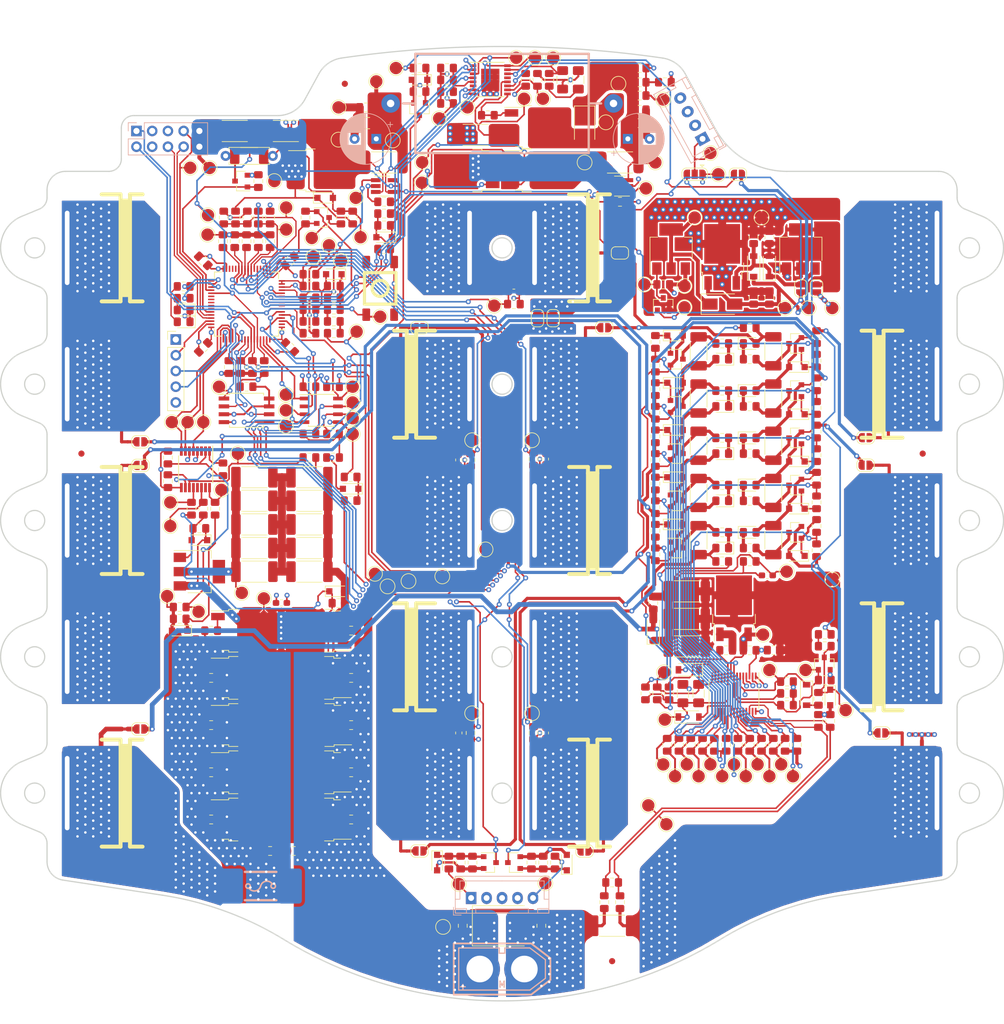
<source format=kicad_pcb>
(kicad_pcb (version 20171130) (host pcbnew "(5.1.2-1)-1")
  (layers (0 F.Cu signal) (1 In1.Cu mixed) (2 In2.Cu power) (31 B.Cu signal) (34 B.Paste user hide) (35 F.Paste user hide) (36 B.SilkS user) (37 F.SilkS user) (38 B.Mask user) (39 F.Mask user) (44 Edge.Cuts user))
  (net 0 "")
  (net 1 "Net-(BT1-Pad2)")
  (net 2 /POWER_STAGE/BAT+)
  (net 3 "Net-(BT2-Pad2)")
  (net 4 "Net-(BT3-Pad2)")
  (net 5 "Net-(BT4-Pad2)")
  (net 6 "Net-(BT5-Pad2)")
  (net 7 "Net-(BT6-Pad2)")
  (net 8 "Net-(BT7-Pad2)")
  (net 9 "Net-(BT8-Pad2)")
  (net 10 "Net-(BT10-Pad1)")
  (net 11 GNDPWR)
  (net 12 /AFE/VC_9)
  (net 13 /AFE/VC_10)
  (net 14 /AFE/VC_8)
  (net 15 /AFE/VC_7)
  (net 16 /AFE/VC_6)
  (net 17 /AFE/VC_5)
  (net 18 /AFE/VC_4)
  (net 19 /AFE/VC_3)
  (net 20 /AFE/VC_2)
  (net 21 /AFE/VC_1)
  (net 22 GNDS)
  (net 23 /AFE/VC_5B)
  (net 24 VC5X)
  (net 25 /AFE/C0)
  (net 26 REGSRC)
  (net 27 /AFE/DRAIN)
  (net 28 /AFE/TS2)
  (net 29 BOOT)
  (net 30 VC10X)
  (net 31 REGOUT)
  (net 32 CAP2)
  (net 33 CAP1)
  (net 34 "Net-(C25-Pad1)")
  (net 35 "Net-(C26-Pad1)")
  (net 36 /STM32/AVDD)
  (net 37 +3V3)
  (net 38 /STM32/ICHG)
  (net 39 TS0)
  (net 40 TS1)
  (net 41 TS2)
  (net 42 TS3)
  (net 43 TS4)
  (net 44 "/LV Regulation/PRE_REG")
  (net 45 "Net-(C44-Pad1)")
  (net 46 "Net-(C45-Pad1)")
  (net 47 +5V)
  (net 48 "Net-(C48-Pad1)")
  (net 49 /Boost_Charger/COMP)
  (net 50 "Net-(C51-Pad1)")
  (net 51 /Boost_Charger/S_IN-)
  (net 52 VBUS)
  (net 53 /Boost_Charger/INT_VCC)
  (net 54 /Boost_Charger/S_OUT+)
  (net 55 /POWER_STAGE/BATT_IN)
  (net 56 "Net-(C62-Pad1)")
  (net 57 /POWER_STAGE/PACK_IN)
  (net 58 /POWER_STAGE/S_CHG)
  (net 59 "Net-(C64-Pad1)")
  (net 60 /Output_Conn/PACK+)
  (net 61 /Output_Conn/PACK-)
  (net 62 "Net-(C66-Pad2)")
  (net 63 C10)
  (net 64 "Net-(D1-Pad1)")
  (net 65 "Net-(D2-Pad1)")
  (net 66 /AFE/C9)
  (net 67 /AFE/C8)
  (net 68 "Net-(D3-Pad1)")
  (net 69 "Net-(D4-Pad1)")
  (net 70 /AFE/C7)
  (net 71 /AFE/C6)
  (net 72 "Net-(D5-Pad1)")
  (net 73 "Net-(D6-Pad1)")
  (net 74 /AFE/C5)
  (net 75 /AFE/C4)
  (net 76 "Net-(D7-Pad1)")
  (net 77 "Net-(D8-Pad1)")
  (net 78 /AFE/C3)
  (net 79 "Net-(D9-Pad1)")
  (net 80 /AFE/C2)
  (net 81 /AFE/C1)
  (net 82 "Net-(D10-Pad1)")
  (net 83 "Net-(D11-Pad1)")
  (net 84 "Net-(D12-Pad1)")
  (net 85 "Net-(D13-Pad1)")
  (net 86 "Net-(D14-Pad1)")
  (net 87 "Net-(D15-Pad1)")
  (net 88 "Net-(D16-Pad1)")
  (net 89 "Net-(D17-Pad1)")
  (net 90 "Net-(D18-Pad1)")
  (net 91 "Net-(D19-Pad1)")
  (net 92 "Net-(D20-Pad1)")
  (net 93 "Net-(D21-Pad1)")
  (net 94 /AFE/PRE_BOOT)
  (net 95 "Net-(D25-Pad2)")
  (net 96 "Net-(D28-Pad2)")
  (net 97 "Net-(D29-Pad2)")
  (net 98 "Net-(D32-Pad1)")
  (net 99 /Boost_Charger/PGATE)
  (net 100 /Boost_Charger/DRAIN)
  (net 101 "Net-(D35-Pad1)")
  (net 102 /Boost_Charger/OUT_GATE)
  (net 103 /Boost_Charger/SOURCE)
  (net 104 "Net-(D38-Pad1)")
  (net 105 "Net-(D39-Pad1)")
  (net 106 /POWER_STAGE/CHG_INJECT)
  (net 107 "Net-(D40-Pad2)")
  (net 108 "Net-(D41-Pad1)")
  (net 109 SCL)
  (net 110 /STM32/PD_INT)
  (net 111 SDA)
  (net 112 SYS_SWDIO)
  (net 113 SYS_SWCL)
  (net 114 nRST)
  (net 115 "/LED Connector/V_LED")
  (net 116 POWER_BUTT)
  (net 117 "/LED Connector/SW")
  (net 118 /Output_Conn/INT)
  (net 119 /CAN_TRx/CANL)
  (net 120 "Net-(J4-Pad3)")
  (net 121 /STM32/RESET)
  (net 122 /CAN_TRx/CANH)
  (net 123 /Boost_Charger/BOOST_OUT)
  (net 124 "Net-(JP3-Pad1)")
  (net 125 "Net-(JP4-Pad1)")
  (net 126 "Net-(JP5-Pad1)")
  (net 127 "Net-(JP6-Pad1)")
  (net 128 "Net-(JP7-Pad1)")
  (net 129 "Net-(JP8-Pad1)")
  (net 130 "Net-(JP9-Pad1)")
  (net 131 "Net-(JP10-Pad1)")
  (net 132 "Net-(JP11-Pad1)")
  (net 133 "Net-(JP12-Pad1)")
  (net 134 "Net-(JP13-Pad1)")
  (net 135 "Net-(L3-Pad1)")
  (net 136 "Net-(L4-Pad1)")
  (net 137 "Net-(L5-Pad1)")
  (net 138 "Net-(L6-Pad1)")
  (net 139 "Net-(L7-Pad1)")
  (net 140 "Net-(L8-Pad2)")
  (net 141 "Net-(L9-Pad2)")
  (net 142 "Net-(L10-Pad2)")
  (net 143 "Net-(L11-Pad2)")
  (net 144 "Net-(L12-Pad2)")
  (net 145 "Net-(Q1-Pad3)")
  (net 146 "Net-(Q2-Pad3)")
  (net 147 "Net-(Q3-Pad3)")
  (net 148 "Net-(Q4-Pad3)")
  (net 149 "Net-(Q5-Pad3)")
  (net 150 "Net-(Q6-Pad3)")
  (net 151 "Net-(Q7-Pad3)")
  (net 152 "Net-(Q8-Pad3)")
  (net 153 "Net-(Q9-Pad3)")
  (net 154 "Net-(Q10-Pad3)")
  (net 155 "Net-(Q11-Pad1)")
  (net 156 "Net-(Q14-Pad3)")
  (net 157 "/LV Regulation/P_GATE")
  (net 158 "Net-(Q17-Pad3)")
  (net 159 "/LED Connector/LED")
  (net 160 /Boost_Charger/PCHG_BYP)
  (net 161 "Net-(Q18-Pad3)")
  (net 162 /Boost_Charger/S_IN+)
  (net 163 "Net-(Q20-Pad1)")
  (net 164 /Boost_Charger/SW_SENSE)
  (net 165 "Net-(Q21-Pad3)")
  (net 166 /Boost_Charger/S_OUT-)
  (net 167 /POWER_STAGE/D_PCHG)
  (net 168 /STM32/ADC_IUSB)
  (net 169 /FLASH/CS)
  (net 170 /STM32/BOOST_RUN)
  (net 171 /Boost_Charger/V_FB)
  (net 172 /Boost_Charger/VREF)
  (net 173 /Boost_Charger/OUT_EN)
  (net 174 /POWER_STAGE/PACK_DIV)
  (net 175 /POWER_STAGE/G_CHG)
  (net 176 /POWER_STAGE/PACK_OUT)
  (net 177 "Net-(R112-Pad1)")
  (net 178 /POWER_STAGE/G_PCHG)
  (net 179 /POWER_STAGE/G_DSG)
  (net 180 CHG)
  (net 181 DSG)
  (net 182 /CAN_TRx/STBY)
  (net 183 /STM32/BOOST_OUT_EN)
  (net 184 /POWER_STAGE/PMON_EN)
  (net 185 /POWER_STAGE/PCHG_EN)
  (net 186 ALERT)
  (net 187 /STM32/CAN_TX)
  (net 188 /STM32/CAN_RX)
  (net 189 /POWER_STAGE/CP_EN)
  (net 190 /STM32/ISET_BOOST)
  (net 191 /STM32/FLASH_SCK)
  (net 192 /STM32/FLASH_MISO)
  (net 193 /STM32/FLASH_MOSI)
  (net 194 /AFE/VC_0)
  (net 195 F_SRN)
  (net 196 F_SRP)
  (net 197 /AFE/SRN)
  (net 198 /AFE/SRP)
  (net 199 "Net-(R48-Pad1)")
  (net 200 "Net-(R61-Pad2)")
  (net 201 "Net-(R62-Pad1)")
  (net 202 "Net-(R86-Pad1)")
  (net 203 "Net-(R89-Pad1)")
  (net 204 "Net-(R111-Pad1)")
  (net 205 "Net-(R117-Pad1)")
  (net 206 /STM32/F_ICHG)
  (net 207 /STM32/F_IUSB)
  (net 208 /STM32/F_VUSB)
  (net 209 "/LV Regulation/ZENER_OUT")
  (net 210 /STM32/USB_P)
  (net 211 /STM32/USB_N)
  (net 212 "Net-(Q13-Pad3)")
  (net 213 VD)
  (module Package_TO_SOT_SMD:TO-252-2 (layer F.Cu) (at 72.31 149.26)
    (fp_text reference Q28 hide)
    (fp_text value IPD60N10S4L-12)
    (pad 2 smd rect (at 2.1 0) (size 6.4 5.8) (layers F.Cu F.Mask) (net 106 /POWER_STAGE/CHG_INJECT))
    (pad 3 smd rect (at -4.2 2.28) (size 2.2 1.2) (layers F.Cu F.Paste F.Mask) (net 58 /POWER_STAGE/S_CHG))
    (pad 1 smd rect (at -4.2 -2.28) (size 2.2 1.2) (layers F.Cu F.Paste F.Mask) (net 139 "Net-(L7-Pad1)"))
  )
  (module Package_TO_SOT_SMD:TO-252-2 (layer F.Cu) (at 72.31 118.78)
    (fp_text reference Q24 hide)
    (fp_text value IPD60N10S4L-12)
    (pad 2 smd rect (at 2.1 0) (size 6.4 5.8) (layers F.Cu F.Mask) (net 106 /POWER_STAGE/CHG_INJECT))
    (pad 3 smd rect (at -4.2 2.28) (size 2.2 1.2) (layers F.Cu F.Paste F.Mask) (net 58 /POWER_STAGE/S_CHG))
    (pad 1 smd rect (at -4.2 -2.28) (size 2.2 1.2) (layers F.Cu F.Paste F.Mask) (net 135 "Net-(L3-Pad1)"))
  )
  (module Capacitor_SMD:C_0805_2012Metric_Pad1.15x1.40mm_HandSolder (layer F.Cu) (at 131.78 159.42 180)
    (fp_text reference C17 hide)
    (fp_text value 100n)
    (pad 2 smd roundrect (at 1.025 0 180) (size 1.15 1.4) (layers F.Cu F.Paste F.Mask) (roundrect_rratio 0.217391) (net 195 F_SRN))
    (pad 1 smd roundrect (at -1.025 0 180) (size 1.15 1.4) (layers F.Cu F.Paste F.Mask) (roundrect_rratio 0.217391) (net 196 F_SRP))
  )
  (module Capacitor_SMD:C_0805_2012Metric_Pad1.15x1.40mm_HandSolder (layer F.Cu) (at 165.1 133.35 90)
    (fp_text reference C18 hide)
    (fp_text value 100n)
    (pad 2 smd roundrect (at 1.025 0 90) (size 1.15 1.4) (layers F.Cu F.Paste F.Mask) (roundrect_rratio 0.217391) (net 22 GNDS))
    (pad 1 smd roundrect (at -1.025 0 90) (size 1.15 1.4) (layers F.Cu F.Paste F.Mask) (roundrect_rratio 0.217391) (net 195 F_SRN))
  )
  (module Package_SO:SOIC-8_3.9x4.9mm_P1.27mm (layer F.Cu) (at 84.79 83.22)
    (fp_text reference U5 hide)
    (fp_text value ATA6561)
    (pad 8 smd rect (at 2.7 -1.905) (size 1.55 0.6) (layers F.Cu F.Paste F.Mask) (net 182 /CAN_TRx/STBY))
    (pad 7 smd rect (at 2.7 -0.635) (size 1.55 0.6) (layers F.Cu F.Paste F.Mask) (net 122 /CAN_TRx/CANH))
    (pad 6 smd rect (at 2.7 0.635) (size 1.55 0.6) (layers F.Cu F.Paste F.Mask) (net 119 /CAN_TRx/CANL))
    (pad 5 smd rect (at 2.7 1.905) (size 1.55 0.6) (layers F.Cu F.Paste F.Mask) (net 37 +3V3))
    (pad 4 smd rect (at -2.7 1.905) (size 1.55 0.6) (layers F.Cu F.Paste F.Mask) (net 188 /STM32/CAN_RX))
    (pad 3 smd rect (at -2.7 0.635) (size 1.55 0.6) (layers F.Cu F.Paste F.Mask) (net 47 +5V))
    (pad 2 smd rect (at -2.7 -0.635) (size 1.55 0.6) (layers F.Cu F.Paste F.Mask) (net 22 GNDS))
    (pad 1 smd rect (at -2.7 -1.905) (size 1.55 0.6) (layers F.Cu F.Paste F.Mask) (net 187 /STM32/CAN_TX))
  )
  (module Diode_SMD:D_SOD-323_HandSoldering (layer F.Cu) (at 61.93 118.78 180)
    (fp_text reference D39 hide)
    (fp_text value 12V)
    (pad 2 smd rect (at 1.25 0 180) (size 1 1) (layers F.Cu F.Paste F.Mask) (net 58 /POWER_STAGE/S_CHG))
    (pad 1 smd rect (at -1.25 0 180) (size 1 1) (layers F.Cu F.Paste F.Mask) (net 105 "Net-(D39-Pad1)"))
  )
  (module Jumper:SolderJumper-2_P1.3mm_Open_RoundedPad1.0x1.5mm (layer F.Cu) (at 55.58 134.655)
    (fp_text reference JP3 hide)
    (fp_text value SolderJumper_2_Open)
    (pad 2 smd custom (at 0.65 0) (size 1 0.5) (layers F.Cu F.Mask) (net 63 C10) (options (clearance outline) (anchor rect)) (primitives (gr_circle (center 0 0.25) (end 0.5 0.25) (width 0)) (gr_circle (center 0 -0.25) (end 0.5 -0.25) (width 0)) (gr_poly (pts (xy 0 -0.75) (xy -0.5 -0.75) (xy -0.5 0.75) (xy 0 0.75)) (width 0))))
    (pad 1 smd custom (at -0.65 0) (size 1 0.5) (layers F.Cu F.Mask) (net 124 "Net-(JP3-Pad1)") (options (clearance outline) (anchor rect)) (primitives (gr_circle (center 0 0.25) (end 0.5 0.25) (width 0)) (gr_circle (center 0 -0.25) (end 0.5 -0.25) (width 0)) (gr_poly (pts (xy 0 -0.75) (xy 0.5 -0.75) (xy 0.5 0.75) (xy 0 0.75)) (width 0))))
  )
  (module Resistor_SMD:R_0805_2012Metric_Pad1.15x1.40mm_HandSolder (layer F.Cu) (at 165.1 129.785 270)
    (fp_text reference R54 hide)
    (fp_text value 10K)
    (pad 2 smd roundrect (at 1.025 0 270) (size 1.15 1.4) (layers F.Cu F.Paste F.Mask) (roundrect_rratio 0.217391) (net 95 "Net-(D25-Pad2)"))
    (pad 1 smd roundrect (at -1.025 0 270) (size 1.15 1.4) (layers F.Cu F.Paste F.Mask) (roundrect_rratio 0.217391) (net 94 /AFE/PRE_BOOT))
  )
  (module Diode_SMD:D_SOD-123 (layer F.Cu) (at 163.195 129.16 270)
    (fp_text reference D25 hide)
    (fp_text value D)
    (pad 2 smd rect (at 1.65 0 270) (size 0.9 1.2) (layers F.Cu F.Paste F.Mask) (net 95 "Net-(D25-Pad2)"))
    (pad 1 smd rect (at -1.65 0 270) (size 0.9 1.2) (layers F.Cu F.Paste F.Mask) (net 29 BOOT))
  )
  (module Package_TO_SOT_SMD:SOT-23 (layer F.Cu) (at 166.05 124.095 90)
    (fp_text reference Q12 hide)
    (fp_text value RUC002N05HZGT116)
    (pad 3 smd rect (at 1 0 90) (size 0.9 0.8) (layers F.Cu F.Paste F.Mask) (net 94 /AFE/PRE_BOOT))
    (pad 2 smd rect (at -1 0.95 90) (size 0.9 0.8) (layers F.Cu F.Paste F.Mask) (net 22 GNDS))
    (pad 1 smd rect (at -1 -0.95 90) (size 0.9 0.8) (layers F.Cu F.Paste F.Mask) (net 31 REGOUT))
  )
  (module Resistor_SMD:R_0603_1608Metric_Pad1.05x0.95mm_HandSolder (layer F.Cu) (at 156.845 109.855 180)
    (fp_text reference TH1 hide)
    (fp_text value 10K)
    (pad 2 smd roundrect (at 0.875 0 180) (size 1.05 0.95) (layers F.Cu F.Paste F.Mask) (net 24 VC5X))
    (pad 1 smd roundrect (at -0.875 0 180) (size 1.05 0.95) (layers F.Cu F.Paste F.Mask) (net 28 /AFE/TS2))
  )
  (module Diode_SMD:D_SOD-123 (layer F.Cu) (at 157.18 59.98 90)
    (fp_text reference D31 hide)
    (fp_text value D)
    (pad 2 smd rect (at 1.65 0 90) (size 0.9 1.2) (layers F.Cu F.Paste F.Mask) (net 46 "Net-(C45-Pad1)"))
    (pad 1 smd rect (at -1.65 0 90) (size 0.9 1.2) (layers F.Cu F.Paste F.Mask) (net 45 "Net-(C44-Pad1)"))
  )
  (module Diode_SMD:D_SOD-123 (layer F.Cu) (at 154.64 59.98 90)
    (fp_text reference D30 hide)
    (fp_text value D)
    (pad 2 smd rect (at 1.65 0 90) (size 0.9 1.2) (layers F.Cu F.Paste F.Mask) (net 45 "Net-(C44-Pad1)"))
    (pad 1 smd rect (at -1.65 0 90) (size 0.9 1.2) (layers F.Cu F.Paste F.Mask) (net 209 "/LV Regulation/ZENER_OUT"))
  )
  (module Diode_SMD:D_SOD-123 (layer F.Cu) (at 138.43 118.745 90)
    (fp_text reference D21 hide)
    (fp_text value D)
    (pad 2 smd rect (at 1.65 0 90) (size 0.9 1.2) (layers F.Cu F.Paste F.Mask) (net 63 C10))
    (pad 1 smd rect (at -1.65 0 90) (size 0.9 1.2) (layers F.Cu F.Paste F.Mask) (net 93 "Net-(D21-Pad1)"))
  )
  (module Diode_SMD:D_SOD-123 (layer F.Cu) (at 144.145 125.095 180)
    (fp_text reference D23 hide)
    (fp_text value D)
    (pad 2 smd rect (at 1.65 0 180) (size 0.9 1.2) (layers F.Cu F.Paste F.Mask) (net 13 /AFE/VC_10))
    (pad 1 smd rect (at -1.65 0 180) (size 0.9 1.2) (layers F.Cu F.Paste F.Mask) (net 30 VC10X))
  )
  (module Diode_SMD:D_SOD-123 (layer F.Cu) (at 144.145 132.715)
    (fp_text reference D22 hide)
    (fp_text value D)
    (pad 2 smd rect (at 1.65 0) (size 0.9 1.2) (layers F.Cu F.Paste F.Mask) (net 17 /AFE/VC_5))
    (pad 1 smd rect (at -1.65 0) (size 0.9 1.2) (layers F.Cu F.Paste F.Mask) (net 24 VC5X))
  )
  (module Battery:Battery_18650_Cell_Pair (layer F.Cu) (at 76.25 145)
    (fp_text reference BT1 hide)
    (fp_text value VTC4)
    (pad 1 thru_hole roundrect (at -32.5 0) (size 1.5 15) (drill oval 0.75 12) (layers *.Cu *.Mask) (net 2 /POWER_STAGE/BAT+))
    (pad 2 thru_hole roundrect (at 32.5 0) (size 1.5 15) (drill oval 0.75 12) (layers *.Cu *.Mask) (net 1 "Net-(BT1-Pad2)"))
    (pad 1 smd rect (at -29.591 0) (size 5 15) (layers F.Cu F.Paste F.Mask) (net 2 /POWER_STAGE/BAT+))
    (pad 1 smd roundrect (at -27.432 0) (size 5 15) (layers F.Cu F.Paste F.Mask) (net 2 /POWER_STAGE/BAT+))
    (pad 2 smd rect (at 29.591 0) (size 5 15) (layers F.Cu F.Paste F.Mask) (net 1 "Net-(BT1-Pad2)"))
    (pad 2 smd roundrect (at 27.432 0) (size 5 15) (layers F.Cu F.Paste F.Mask) (net 1 "Net-(BT1-Pad2)"))
  )
  (module Battery:Battery_18650_Cell_Pair (layer F.Cu) (at 76.25 123 180)
    (fp_text reference BT2 hide)
    (fp_text value VTC4)
    (pad 1 thru_hole roundrect (at -32.5 0 180) (size 1.5 15) (drill oval 0.75 12) (layers *.Cu *.Mask) (net 1 "Net-(BT1-Pad2)"))
    (pad 2 thru_hole roundrect (at 32.5 0 180) (size 1.5 15) (drill oval 0.75 12) (layers *.Cu *.Mask) (net 3 "Net-(BT2-Pad2)"))
    (pad 1 smd rect (at -29.591 0 180) (size 5 15) (layers F.Cu F.Paste F.Mask) (net 1 "Net-(BT1-Pad2)"))
    (pad 1 smd roundrect (at -27.432 0 180) (size 5 15) (layers F.Cu F.Paste F.Mask) (net 1 "Net-(BT1-Pad2)"))
    (pad 2 smd rect (at 29.591 0 180) (size 5 15) (layers F.Cu F.Paste F.Mask) (net 3 "Net-(BT2-Pad2)"))
    (pad 2 smd roundrect (at 27.432 0 180) (size 5 15) (layers F.Cu F.Paste F.Mask) (net 3 "Net-(BT2-Pad2)"))
  )
  (module Battery:Battery_18650_Cell_Pair (layer F.Cu) (at 76.25 101)
    (fp_text reference BT3 hide)
    (fp_text value VTC4)
    (pad 1 thru_hole roundrect (at -32.5 0) (size 1.5 15) (drill oval 0.75 12) (layers *.Cu *.Mask) (net 3 "Net-(BT2-Pad2)"))
    (pad 2 thru_hole roundrect (at 32.5 0) (size 1.5 15) (drill oval 0.75 12) (layers *.Cu *.Mask) (net 4 "Net-(BT3-Pad2)"))
    (pad 1 smd rect (at -29.591 0) (size 5 15) (layers F.Cu F.Paste F.Mask) (net 3 "Net-(BT2-Pad2)"))
    (pad 1 smd roundrect (at -27.432 0) (size 5 15) (layers F.Cu F.Paste F.Mask) (net 3 "Net-(BT2-Pad2)"))
    (pad 2 smd rect (at 29.591 0) (size 5 15) (layers F.Cu F.Paste F.Mask) (net 4 "Net-(BT3-Pad2)"))
    (pad 2 smd roundrect (at 27.432 0) (size 5 15) (layers F.Cu F.Paste F.Mask) (net 4 "Net-(BT3-Pad2)"))
  )
  (module Battery:Battery_18650_Cell_Pair (layer F.Cu) (at 76.25 79 180)
    (fp_text reference BT4 hide)
    (fp_text value VTC4)
    (pad 1 thru_hole roundrect (at -32.5 0 180) (size 1.5 15) (drill oval 0.75 12) (layers *.Cu *.Mask) (net 4 "Net-(BT3-Pad2)"))
    (pad 2 thru_hole roundrect (at 32.5 0 180) (size 1.5 15) (drill oval 0.75 12) (layers *.Cu *.Mask) (net 5 "Net-(BT4-Pad2)"))
    (pad 1 smd rect (at -29.591 0 180) (size 5 15) (layers F.Cu F.Paste F.Mask) (net 4 "Net-(BT3-Pad2)"))
    (pad 1 smd roundrect (at -27.432 0 180) (size 5 15) (layers F.Cu F.Paste F.Mask) (net 4 "Net-(BT3-Pad2)"))
    (pad 2 smd rect (at 29.591 0 180) (size 5 15) (layers F.Cu F.Paste F.Mask) (net 5 "Net-(BT4-Pad2)"))
    (pad 2 smd roundrect (at 27.432 0 180) (size 5 15) (layers F.Cu F.Paste F.Mask) (net 5 "Net-(BT4-Pad2)"))
  )
  (module Battery:Battery_18650_Cell_Pair (layer F.Cu) (at 76.25 57)
    (fp_text reference BT5 hide)
    (fp_text value VTC4)
    (pad 1 thru_hole roundrect (at -32.5 0) (size 1.5 15) (drill oval 0.75 12) (layers *.Cu *.Mask) (net 5 "Net-(BT4-Pad2)"))
    (pad 2 thru_hole roundrect (at 32.5 0) (size 1.5 15) (drill oval 0.75 12) (layers *.Cu *.Mask) (net 6 "Net-(BT5-Pad2)"))
    (pad 1 smd rect (at -29.591 0) (size 5 15) (layers F.Cu F.Paste F.Mask) (net 5 "Net-(BT4-Pad2)"))
    (pad 1 smd roundrect (at -27.432 0) (size 5 15) (layers F.Cu F.Paste F.Mask) (net 5 "Net-(BT4-Pad2)"))
    (pad 2 smd rect (at 29.591 0) (size 5 15) (layers F.Cu F.Paste F.Mask) (net 6 "Net-(BT5-Pad2)"))
    (pad 2 smd roundrect (at 27.432 0) (size 5 15) (layers F.Cu F.Paste F.Mask) (net 6 "Net-(BT5-Pad2)"))
  )
  (module Battery:Battery_18650_Cell_Pair (layer F.Cu) (at 151.75 57)
    (fp_text reference BT6 hide)
    (fp_text value VTC4)
    (pad 1 thru_hole roundrect (at -32.5 0) (size 1.5 15) (drill oval 0.75 12) (layers *.Cu *.Mask) (net 6 "Net-(BT5-Pad2)"))
    (pad 2 thru_hole roundrect (at 32.5 0) (size 1.5 15) (drill oval 0.75 12) (layers *.Cu *.Mask) (net 7 "Net-(BT6-Pad2)"))
    (pad 1 smd rect (at -29.591 0) (size 5 15) (layers F.Cu F.Paste F.Mask) (net 6 "Net-(BT5-Pad2)"))
    (pad 1 smd roundrect (at -27.432 0) (size 5 15) (layers F.Cu F.Paste F.Mask) (net 6 "Net-(BT5-Pad2)"))
    (pad 2 smd rect (at 29.591 0) (size 5 15) (layers F.Cu F.Paste F.Mask) (net 7 "Net-(BT6-Pad2)"))
    (pad 2 smd roundrect (at 27.432 0) (size 5 15) (layers F.Cu F.Paste F.Mask) (net 7 "Net-(BT6-Pad2)"))
  )
  (module Battery:Battery_18650_Cell_Pair (layer F.Cu) (at 151.75 79 180)
    (fp_text reference BT7 hide)
    (fp_text value VTC4)
    (pad 1 thru_hole roundrect (at -32.5 0 180) (size 1.5 15) (drill oval 0.75 12) (layers *.Cu *.Mask) (net 7 "Net-(BT6-Pad2)"))
    (pad 2 thru_hole roundrect (at 32.5 0 180) (size 1.5 15) (drill oval 0.75 12) (layers *.Cu *.Mask) (net 8 "Net-(BT7-Pad2)"))
    (pad 1 smd rect (at -29.591 0 180) (size 5 15) (layers F.Cu F.Paste F.Mask) (net 7 "Net-(BT6-Pad2)"))
    (pad 1 smd roundrect (at -27.432 0 180) (size 5 15) (layers F.Cu F.Paste F.Mask) (net 7 "Net-(BT6-Pad2)"))
    (pad 2 smd rect (at 29.591 0 180) (size 5 15) (layers F.Cu F.Paste F.Mask) (net 8 "Net-(BT7-Pad2)"))
    (pad 2 smd roundrect (at 27.432 0 180) (size 5 15) (layers F.Cu F.Paste F.Mask) (net 8 "Net-(BT7-Pad2)"))
  )
  (module Battery:Battery_18650_Cell_Pair (layer F.Cu) (at 151.75 101)
    (fp_text reference BT8 hide)
    (fp_text value VTC4)
    (pad 1 thru_hole roundrect (at -32.5 0) (size 1.5 15) (drill oval 0.75 12) (layers *.Cu *.Mask) (net 8 "Net-(BT7-Pad2)"))
    (pad 2 thru_hole roundrect (at 32.5 0) (size 1.5 15) (drill oval 0.75 12) (layers *.Cu *.Mask) (net 9 "Net-(BT8-Pad2)"))
    (pad 1 smd rect (at -29.591 0) (size 5 15) (layers F.Cu F.Paste F.Mask) (net 8 "Net-(BT7-Pad2)"))
    (pad 1 smd roundrect (at -27.432 0) (size 5 15) (layers F.Cu F.Paste F.Mask) (net 8 "Net-(BT7-Pad2)"))
    (pad 2 smd rect (at 29.591 0) (size 5 15) (layers F.Cu F.Paste F.Mask) (net 9 "Net-(BT8-Pad2)"))
    (pad 2 smd roundrect (at 27.432 0) (size 5 15) (layers F.Cu F.Paste F.Mask) (net 9 "Net-(BT8-Pad2)"))
  )
  (module Battery:Battery_18650_Cell_Pair (layer F.Cu) (at 151.75 123 180)
    (fp_text reference BT9 hide)
    (fp_text value VTC4)
    (pad 1 thru_hole roundrect (at -32.5 0 180) (size 1.5 15) (drill oval 0.75 12) (layers *.Cu *.Mask) (net 9 "Net-(BT8-Pad2)"))
    (pad 2 thru_hole roundrect (at 32.5 0 180) (size 1.5 15) (drill oval 0.75 12) (layers *.Cu *.Mask) (net 10 "Net-(BT10-Pad1)"))
    (pad 1 smd rect (at -29.591 0 180) (size 5 15) (layers F.Cu F.Paste F.Mask) (net 9 "Net-(BT8-Pad2)"))
    (pad 1 smd roundrect (at -27.432 0 180) (size 5 15) (layers F.Cu F.Paste F.Mask) (net 9 "Net-(BT8-Pad2)"))
    (pad 2 smd rect (at 29.591 0 180) (size 5 15) (layers F.Cu F.Paste F.Mask) (net 10 "Net-(BT10-Pad1)"))
    (pad 2 smd roundrect (at 27.432 0 180) (size 5 15) (layers F.Cu F.Paste F.Mask) (net 10 "Net-(BT10-Pad1)"))
  )
  (module Battery:Battery_18650_Cell_Pair (layer F.Cu) (at 151.75 145)
    (fp_text reference BT10 hide)
    (fp_text value VTC4)
    (pad 1 thru_hole roundrect (at -32.5 0) (size 1.5 15) (drill oval 0.75 12) (layers *.Cu *.Mask) (net 10 "Net-(BT10-Pad1)"))
    (pad 2 thru_hole roundrect (at 32.5 0) (size 1.5 15) (drill oval 0.75 12) (layers *.Cu *.Mask) (net 11 GNDPWR))
    (pad 1 smd rect (at -29.591 0) (size 5 15) (layers F.Cu F.Paste F.Mask) (net 10 "Net-(BT10-Pad1)"))
    (pad 1 smd roundrect (at -27.432 0) (size 5 15) (layers F.Cu F.Paste F.Mask) (net 10 "Net-(BT10-Pad1)"))
    (pad 2 smd rect (at 29.591 0) (size 5 15) (layers F.Cu F.Paste F.Mask) (net 11 GNDPWR))
    (pad 2 smd roundrect (at 27.432 0) (size 5 15) (layers F.Cu F.Paste F.Mask) (net 11 GNDPWR))
  )
  (module Capacitor_SMD:C_0805_2012Metric_Pad1.15x1.40mm_HandSolder (layer F.Cu) (at 140.67 137.195 270)
    (fp_text reference C1 hide)
    (fp_text value 100n)
    (pad 2 smd roundrect (at 1.025 0 270) (size 1.15 1.4) (layers F.Cu F.Paste F.Mask) (roundrect_rratio 0.217391) (net 12 /AFE/VC_9))
    (pad 1 smd roundrect (at -1.025 0 270) (size 1.15 1.4) (layers F.Cu F.Paste F.Mask) (roundrect_rratio 0.217391) (net 13 /AFE/VC_10))
  )
  (module Capacitor_SMD:C_0805_2012Metric_Pad1.15x1.40mm_HandSolder (layer F.Cu) (at 142.575 137.195 270)
    (fp_text reference C2 hide)
    (fp_text value 100n)
    (pad 2 smd roundrect (at 1.025 0 270) (size 1.15 1.4) (layers F.Cu F.Paste F.Mask) (roundrect_rratio 0.217391) (net 14 /AFE/VC_8))
    (pad 1 smd roundrect (at -1.025 0 270) (size 1.15 1.4) (layers F.Cu F.Paste F.Mask) (roundrect_rratio 0.217391) (net 12 /AFE/VC_9))
  )
  (module Capacitor_SMD:C_0805_2012Metric_Pad1.15x1.40mm_HandSolder (layer F.Cu) (at 144.48 137.195 270)
    (fp_text reference C3 hide)
    (fp_text value 100n)
    (pad 2 smd roundrect (at 1.025 0 270) (size 1.15 1.4) (layers F.Cu F.Paste F.Mask) (roundrect_rratio 0.217391) (net 15 /AFE/VC_7))
    (pad 1 smd roundrect (at -1.025 0 270) (size 1.15 1.4) (layers F.Cu F.Paste F.Mask) (roundrect_rratio 0.217391) (net 14 /AFE/VC_8))
  )
  (module Capacitor_SMD:C_0805_2012Metric_Pad1.15x1.40mm_HandSolder (layer F.Cu) (at 146.385 137.195 270)
    (fp_text reference C4 hide)
    (fp_text value 100n)
    (pad 2 smd roundrect (at 1.025 0 270) (size 1.15 1.4) (layers F.Cu F.Paste F.Mask) (roundrect_rratio 0.217391) (net 16 /AFE/VC_6))
    (pad 1 smd roundrect (at -1.025 0 270) (size 1.15 1.4) (layers F.Cu F.Paste F.Mask) (roundrect_rratio 0.217391) (net 15 /AFE/VC_7))
  )
  (module Capacitor_SMD:C_0805_2012Metric_Pad1.15x1.40mm_HandSolder (layer F.Cu) (at 152.1 137.195 270)
    (fp_text reference C5 hide)
    (fp_text value 100n)
    (pad 2 smd roundrect (at 1.025 0 270) (size 1.15 1.4) (layers F.Cu F.Paste F.Mask) (roundrect_rratio 0.217391) (net 18 /AFE/VC_4))
    (pad 1 smd roundrect (at -1.025 0 270) (size 1.15 1.4) (layers F.Cu F.Paste F.Mask) (roundrect_rratio 0.217391) (net 17 /AFE/VC_5))
  )
  (module Capacitor_SMD:C_0805_2012Metric_Pad1.15x1.40mm_HandSolder (layer F.Cu) (at 154.005 137.195 270)
    (fp_text reference C6 hide)
    (fp_text value 100n)
    (pad 2 smd roundrect (at 1.025 0 270) (size 1.15 1.4) (layers F.Cu F.Paste F.Mask) (roundrect_rratio 0.217391) (net 19 /AFE/VC_3))
    (pad 1 smd roundrect (at -1.025 0 270) (size 1.15 1.4) (layers F.Cu F.Paste F.Mask) (roundrect_rratio 0.217391) (net 18 /AFE/VC_4))
  )
  (module Capacitor_SMD:C_0805_2012Metric_Pad1.15x1.40mm_HandSolder (layer F.Cu) (at 155.91 137.195 270)
    (fp_text reference C7 hide)
    (fp_text value 100n)
    (pad 2 smd roundrect (at 1.025 0 270) (size 1.15 1.4) (layers F.Cu F.Paste F.Mask) (roundrect_rratio 0.217391) (net 20 /AFE/VC_2))
    (pad 1 smd roundrect (at -1.025 0 270) (size 1.15 1.4) (layers F.Cu F.Paste F.Mask) (roundrect_rratio 0.217391) (net 19 /AFE/VC_3))
  )
  (module Capacitor_SMD:C_0805_2012Metric_Pad1.15x1.40mm_HandSolder (layer F.Cu) (at 157.815 137.195 270)
    (fp_text reference C8 hide)
    (fp_text value 100n)
    (pad 2 smd roundrect (at 1.025 0 270) (size 1.15 1.4) (layers F.Cu F.Paste F.Mask) (roundrect_rratio 0.217391) (net 21 /AFE/VC_1))
    (pad 1 smd roundrect (at -1.025 0 270) (size 1.15 1.4) (layers F.Cu F.Paste F.Mask) (roundrect_rratio 0.217391) (net 20 /AFE/VC_2))
  )
  (module Capacitor_SMD:C_0805_2012Metric_Pad1.15x1.40mm_HandSolder (layer F.Cu) (at 159.72 137.195 270)
    (fp_text reference C9 hide)
    (fp_text value 100n)
    (pad 2 smd roundrect (at 1.025 0 270) (size 1.15 1.4) (layers F.Cu F.Paste F.Mask) (roundrect_rratio 0.217391) (net 22 GNDS))
    (pad 1 smd roundrect (at -1.025 0 270) (size 1.15 1.4) (layers F.Cu F.Paste F.Mask) (roundrect_rratio 0.217391) (net 21 /AFE/VC_1))
  )
  (module Capacitor_SMD:C_0805_2012Metric_Pad1.15x1.40mm_HandSolder (layer F.Cu) (at 150.195 137.195 270)
    (fp_text reference C10 hide)
    (fp_text value 100n)
    (pad 2 smd roundrect (at 1.025 0 270) (size 1.15 1.4) (layers F.Cu F.Paste F.Mask) (roundrect_rratio 0.217391) (net 24 VC5X))
    (pad 1 smd roundrect (at -1.025 0 270) (size 1.15 1.4) (layers F.Cu F.Paste F.Mask) (roundrect_rratio 0.217391) (net 23 /AFE/VC_5B))
  )
  (module Capacitor_SMD:C_0805_2012Metric_Pad1.15x1.40mm_HandSolder (layer F.Cu) (at 161.625 137.195 270)
    (fp_text reference C11 hide)
    (fp_text value 100n)
    (pad 2 smd roundrect (at 1.025 0 270) (size 1.15 1.4) (layers F.Cu F.Paste F.Mask) (roundrect_rratio 0.217391) (net 22 GNDS))
    (pad 1 smd roundrect (at -1.025 0 270) (size 1.15 1.4) (layers F.Cu F.Paste F.Mask) (roundrect_rratio 0.217391) (net 194 /AFE/VC_0))
  )
  (module Capacitor_SMD:C_0805_2012Metric_Pad1.15x1.40mm_HandSolder (layer F.Cu) (at 148.29 137.195 270)
    (fp_text reference C12 hide)
    (fp_text value 100n)
    (pad 2 smd roundrect (at 1.025 0 270) (size 1.15 1.4) (layers F.Cu F.Paste F.Mask) (roundrect_rratio 0.217391) (net 24 VC5X))
    (pad 1 smd roundrect (at -1.025 0 270) (size 1.15 1.4) (layers F.Cu F.Paste F.Mask) (roundrect_rratio 0.217391) (net 16 /AFE/VC_6))
  )
  (module Capacitor_SMD:C_0805_2012Metric_Pad1.15x1.40mm_HandSolder (layer F.Cu) (at 154.005 121.955)
    (fp_text reference C13 hide)
    (fp_text value 1u)
    (pad 2 smd roundrect (at 1.025 0) (size 1.15 1.4) (layers F.Cu F.Paste F.Mask) (roundrect_rratio 0.217391) (net 22 GNDS))
    (pad 1 smd roundrect (at -1.025 0) (size 1.15 1.4) (layers F.Cu F.Paste F.Mask) (roundrect_rratio 0.217391) (net 26 REGSRC))
  )
  (module Capacitor_SMD:C_0805_2012Metric_Pad1.15x1.40mm_HandSolder (layer F.Cu) (at 157.87 121.92 180)
    (fp_text reference C14 hide)
    (fp_text value 1u)
    (pad 2 smd roundrect (at 1.025 0 180) (size 1.15 1.4) (layers F.Cu F.Paste F.Mask) (roundrect_rratio 0.217391) (net 22 GNDS))
    (pad 1 smd roundrect (at -1.025 0 180) (size 1.15 1.4) (layers F.Cu F.Paste F.Mask) (roundrect_rratio 0.217391) (net 27 /AFE/DRAIN))
  )
  (module Capacitor_SMD:C_0805_2012Metric_Pad1.15x1.40mm_HandSolder (layer F.Cu) (at 154.005 107.604 180)
    (fp_text reference C15 hide)
    (fp_text value 10n)
    (pad 2 smd roundrect (at 1.025 0 180) (size 1.15 1.4) (layers F.Cu F.Paste F.Mask) (roundrect_rratio 0.217391) (net 24 VC5X))
    (pad 1 smd roundrect (at -1.025 0 180) (size 1.15 1.4) (layers F.Cu F.Paste F.Mask) (roundrect_rratio 0.217391) (net 28 /AFE/TS2))
  )
  (module Capacitor_SMD:C_0805_2012Metric_Pad1.15x1.40mm_HandSolder (layer F.Cu) (at 160.02 127)
    (fp_text reference C16 hide)
    (fp_text value 10n)
    (pad 2 smd roundrect (at 1.025 0) (size 1.15 1.4) (layers F.Cu F.Paste F.Mask) (roundrect_rratio 0.217391) (net 22 GNDS))
    (pad 1 smd roundrect (at -1.025 0) (size 1.15 1.4) (layers F.Cu F.Paste F.Mask) (roundrect_rratio 0.217391) (net 29 BOOT))
  )
  (module Capacitor_SMD:C_1206_3216Metric_Pad1.42x1.75mm_HandSolder (layer F.Cu) (at 145.75 128.94 270)
    (fp_text reference C19 hide)
    (fp_text value 10u)
    (pad 2 smd roundrect (at 1.4875 0 270) (size 1.425 1.75) (layers F.Cu F.Paste F.Mask) (roundrect_rratio 0.175439) (net 24 VC5X))
    (pad 1 smd roundrect (at -1.4875 0 270) (size 1.425 1.75) (layers F.Cu F.Paste F.Mask) (roundrect_rratio 0.175439) (net 30 VC10X))
  )
  (module Capacitor_SMD:C_1206_3216Metric_Pad1.42x1.75mm_HandSolder (layer F.Cu) (at 143.21 128.94 90)
    (fp_text reference C20 hide)
    (fp_text value 10u)
    (pad 2 smd roundrect (at 1.4875 0 90) (size 1.425 1.75) (layers F.Cu F.Paste F.Mask) (roundrect_rratio 0.175439) (net 22 GNDS))
    (pad 1 smd roundrect (at -1.4875 0 90) (size 1.425 1.75) (layers F.Cu F.Paste F.Mask) (roundrect_rratio 0.175439) (net 24 VC5X))
  )
  (module Capacitor_SMD:C_0805_2012Metric_Pad1.15x1.40mm_HandSolder (layer F.Cu) (at 167.005 133.35 90)
    (fp_text reference C21 hide)
    (fp_text value 100n)
    (pad 2 smd roundrect (at 1.025 0 90) (size 1.15 1.4) (layers F.Cu F.Paste F.Mask) (roundrect_rratio 0.217391) (net 22 GNDS))
    (pad 1 smd roundrect (at -1.025 0 90) (size 1.15 1.4) (layers F.Cu F.Paste F.Mask) (roundrect_rratio 0.217391) (net 196 F_SRP))
  )
  (module Capacitor_SMD:C_0805_2012Metric_Pad1.15x1.40mm_HandSolder (layer F.Cu) (at 160.02 130.81)
    (fp_text reference C22 hide)
    (fp_text value 4.7u)
    (pad 2 smd roundrect (at 1.025 0) (size 1.15 1.4) (layers F.Cu F.Paste F.Mask) (roundrect_rratio 0.217391) (net 22 GNDS))
    (pad 1 smd roundrect (at -1.025 0) (size 1.15 1.4) (layers F.Cu F.Paste F.Mask) (roundrect_rratio 0.217391) (net 31 REGOUT))
  )
  (module Capacitor_SMD:C_0805_2012Metric_Pad1.15x1.40mm_HandSolder (layer F.Cu) (at 140.97 128.905 270)
    (fp_text reference C23 hide)
    (fp_text value 1u)
    (pad 2 smd roundrect (at 1.025 0 270) (size 1.15 1.4) (layers F.Cu F.Paste F.Mask) (roundrect_rratio 0.217391) (net 24 VC5X))
    (pad 1 smd roundrect (at -1.025 0 270) (size 1.15 1.4) (layers F.Cu F.Paste F.Mask) (roundrect_rratio 0.217391) (net 32 CAP2))
  )
  (module Capacitor_SMD:C_0805_2012Metric_Pad1.15x1.40mm_HandSolder (layer F.Cu) (at 160.02 128.905)
    (fp_text reference C24 hide)
    (fp_text value 1u)
    (pad 2 smd roundrect (at 1.025 0) (size 1.15 1.4) (layers F.Cu F.Paste F.Mask) (roundrect_rratio 0.217391) (net 22 GNDS))
    (pad 1 smd roundrect (at -1.025 0) (size 1.15 1.4) (layers F.Cu F.Paste F.Mask) (roundrect_rratio 0.217391) (net 33 CAP1))
  )
  (module Capacitor_SMD:C_0805_2012Metric_Pad1.15x1.40mm_HandSolder (layer F.Cu) (at 109.22 156.21 270)
    (fp_text reference C25 hide)
    (fp_text value 10n)
    (pad 2 smd roundrect (at 1.025 0 270) (size 1.15 1.4) (layers F.Cu F.Paste F.Mask) (roundrect_rratio 0.217391) (net 22 GNDS))
    (pad 1 smd roundrect (at -1.025 0 270) (size 1.15 1.4) (layers F.Cu F.Paste F.Mask) (roundrect_rratio 0.217391) (net 34 "Net-(C25-Pad1)"))
  )
  (module Capacitor_SMD:C_0805_2012Metric_Pad1.15x1.40mm_HandSolder (layer F.Cu) (at 118.745 156.21 90)
    (fp_text reference C26 hide)
    (fp_text value 10n)
    (pad 2 smd roundrect (at 1.025 0 90) (size 1.15 1.4) (layers F.Cu F.Paste F.Mask) (roundrect_rratio 0.217391) (net 22 GNDS))
    (pad 1 smd roundrect (at -1.025 0 90) (size 1.15 1.4) (layers F.Cu F.Paste F.Mask) (roundrect_rratio 0.217391) (net 35 "Net-(C26-Pad1)"))
  )
  (module Capacitor_SMD:C_0805_2012Metric_Pad1.15x1.40mm_HandSolder (layer F.Cu) (at 82.885 66.964)
    (fp_text reference C27 hide)
    (fp_text value 4.7u)
    (pad 2 smd roundrect (at 1.025 0) (size 1.15 1.4) (layers F.Cu F.Paste F.Mask) (roundrect_rratio 0.217391) (net 22 GNDS))
    (pad 1 smd roundrect (at -1.025 0) (size 1.15 1.4) (layers F.Cu F.Paste F.Mask) (roundrect_rratio 0.217391) (net 36 /STM32/AVDD))
  )
  (module Capacitor_SMD:C_0805_2012Metric_Pad1.15x1.40mm_HandSolder (layer F.Cu) (at 82.885 68.869)
    (fp_text reference C28 hide)
    (fp_text value 100n)
    (pad 2 smd roundrect (at 1.025 0) (size 1.15 1.4) (layers F.Cu F.Paste F.Mask) (roundrect_rratio 0.217391) (net 22 GNDS))
    (pad 1 smd roundrect (at -1.025 0) (size 1.15 1.4) (layers F.Cu F.Paste F.Mask) (roundrect_rratio 0.217391) (net 36 /STM32/AVDD))
  )
  (module Capacitor_SMD:C_0805_2012Metric_Pad1.15x1.40mm_HandSolder (layer F.Cu) (at 79.71 59.09 45)
    (fp_text reference C29 hide)
    (fp_text value 100n)
    (pad 2 smd roundrect (at 1.024999 0 45) (size 1.15 1.4) (layers F.Cu F.Paste F.Mask) (roundrect_rratio 0.217391) (net 22 GNDS))
    (pad 1 smd roundrect (at -1.024999 0 45) (size 1.15 1.4) (layers F.Cu F.Paste F.Mask) (roundrect_rratio 0.217391) (net 37 +3V3))
  )
  (module Capacitor_SMD:C_0805_2012Metric_Pad1.15x1.40mm_HandSolder (layer F.Cu) (at 65.74 73.06 225)
    (fp_text reference C30 hide)
    (fp_text value 100n)
    (pad 2 smd roundrect (at 1.024999 0 225) (size 1.15 1.4) (layers F.Cu F.Paste F.Mask) (roundrect_rratio 0.217391) (net 22 GNDS))
    (pad 1 smd roundrect (at -1.024999 0 225) (size 1.15 1.4) (layers F.Cu F.Paste F.Mask) (roundrect_rratio 0.217391) (net 37 +3V3))
  )
  (module Capacitor_SMD:C_0805_2012Metric_Pad1.15x1.40mm_HandSolder (layer F.Cu) (at 79.71 73.06 315)
    (fp_text reference C32 hide)
    (fp_text value 100n)
    (pad 2 smd roundrect (at 1.024999 0 315) (size 1.15 1.4) (layers F.Cu F.Paste F.Mask) (roundrect_rratio 0.217391) (net 22 GNDS))
    (pad 1 smd roundrect (at -1.024999 0 315) (size 1.15 1.4) (layers F.Cu F.Paste F.Mask) (roundrect_rratio 0.217391) (net 37 +3V3))
  )
  (module Capacitor_SMD:C_0805_2012Metric_Pad1.15x1.40mm_HandSolder (layer F.Cu) (at 76.535 52.105 90)
    (fp_text reference C33 hide)
    (fp_text value 10n)
    (pad 2 smd roundrect (at 1.025 0 90) (size 1.15 1.4) (layers F.Cu F.Paste F.Mask) (roundrect_rratio 0.217391) (net 22 GNDS))
    (pad 1 smd roundrect (at -1.025 0 90) (size 1.15 1.4) (layers F.Cu F.Paste F.Mask) (roundrect_rratio 0.217391) (net 206 /STM32/F_ICHG))
  )
  (module Capacitor_SMD:C_0805_2012Metric_Pad1.15x1.40mm_HandSolder (layer F.Cu) (at 65.74 59.09 135)
    (fp_text reference C34 hide)
    (fp_text value 4.7u)
    (pad 2 smd roundrect (at 1.024999 0 135) (size 1.15 1.4) (layers F.Cu F.Paste F.Mask) (roundrect_rratio 0.217391) (net 22 GNDS))
    (pad 1 smd roundrect (at -1.024999 0 135) (size 1.15 1.4) (layers F.Cu F.Paste F.Mask) (roundrect_rratio 0.217391) (net 37 +3V3))
  )
  (module Capacitor_SMD:C_0805_2012Metric_Pad1.15x1.40mm_HandSolder (layer F.Cu) (at 82.885 63.154)
    (fp_text reference C35 hide)
    (fp_text value 10n)
    (pad 2 smd roundrect (at 1.025 0) (size 1.15 1.4) (layers F.Cu F.Paste F.Mask) (roundrect_rratio 0.217391) (net 22 GNDS))
    (pad 1 smd roundrect (at -1.025 0) (size 1.15 1.4) (layers F.Cu F.Paste F.Mask) (roundrect_rratio 0.217391) (net 207 /STM32/F_IUSB))
  )
  (module Capacitor_SMD:C_0805_2012Metric_Pad1.15x1.40mm_HandSolder (layer F.Cu) (at 72.852 52.096 90)
    (fp_text reference C36 hide)
    (fp_text value 10n)
    (pad 2 smd roundrect (at 1.025 0 90) (size 1.15 1.4) (layers F.Cu F.Paste F.Mask) (roundrect_rratio 0.217391) (net 22 GNDS))
    (pad 1 smd roundrect (at -1.025 0 90) (size 1.15 1.4) (layers F.Cu F.Paste F.Mask) (roundrect_rratio 0.217391) (net 208 /STM32/F_VUSB))
  )
  (module Capacitor_SMD:C_0805_2012Metric_Pad1.15x1.40mm_HandSolder (layer F.Cu) (at 119.08 135.29 270)
    (fp_text reference C37 hide)
    (fp_text value 10n)
    (pad 2 smd roundrect (at 1.025 0 270) (size 1.15 1.4) (layers F.Cu F.Paste F.Mask) (roundrect_rratio 0.217391) (net 22 GNDS))
    (pad 1 smd roundrect (at -1.025 0 270) (size 1.15 1.4) (layers F.Cu F.Paste F.Mask) (roundrect_rratio 0.217391) (net 39 TS0))
  )
  (module Capacitor_SMD:C_0805_2012Metric_Pad1.15x1.40mm_HandSolder (layer F.Cu) (at 119.08 91.085 270)
    (fp_text reference C38 hide)
    (fp_text value 10n)
    (pad 2 smd roundrect (at 1.025 0 270) (size 1.15 1.4) (layers F.Cu F.Paste F.Mask) (roundrect_rratio 0.217391) (net 22 GNDS))
    (pad 1 smd roundrect (at -1.025 0 270) (size 1.15 1.4) (layers F.Cu F.Paste F.Mask) (roundrect_rratio 0.217391) (net 40 TS1))
  )
  (module Capacitor_SMD:C_0805_2012Metric_Pad1.15x1.40mm_HandSolder (layer F.Cu) (at 115.905 66.075)
    (fp_text reference C39 hide)
    (fp_text value 10n)
    (pad 2 smd roundrect (at 1.025 0) (size 1.15 1.4) (layers F.Cu F.Paste F.Mask) (roundrect_rratio 0.217391) (net 22 GNDS))
    (pad 1 smd roundrect (at -1.025 0) (size 1.15 1.4) (layers F.Cu F.Paste F.Mask) (roundrect_rratio 0.217391) (net 41 TS2))
  )
  (module Capacitor_SMD:C_0805_2012Metric_Pad1.15x1.40mm_HandSolder (layer F.Cu) (at 108.92 91.23 270)
    (fp_text reference C40 hide)
    (fp_text value 10n)
    (pad 2 smd roundrect (at 1.025 0 270) (size 1.15 1.4) (layers F.Cu F.Paste F.Mask) (roundrect_rratio 0.217391) (net 22 GNDS))
    (pad 1 smd roundrect (at -1.025 0 270) (size 1.15 1.4) (layers F.Cu F.Paste F.Mask) (roundrect_rratio 0.217391) (net 42 TS3))
  )
  (module Capacitor_SMD:C_0805_2012Metric_Pad1.15x1.40mm_HandSolder (layer F.Cu) (at 108.92 135.29 270)
    (fp_text reference C41 hide)
    (fp_text value 10n)
    (pad 2 smd roundrect (at 1.025 0 270) (size 1.15 1.4) (layers F.Cu F.Paste F.Mask) (roundrect_rratio 0.217391) (net 22 GNDS))
    (pad 1 smd roundrect (at -1.025 0 270) (size 1.15 1.4) (layers F.Cu F.Paste F.Mask) (roundrect_rratio 0.217391) (net 43 TS4))
  )
  (module Capacitor_SMD:C_0805_2012Metric_Pad1.15x1.40mm_HandSolder (layer F.Cu) (at 157.18 65.05 90)
    (fp_text reference C42 hide)
    (fp_text value 100n)
    (pad 2 smd roundrect (at 1.025 0 90) (size 1.15 1.4) (layers F.Cu F.Paste F.Mask) (roundrect_rratio 0.217391) (net 22 GNDS))
    (pad 1 smd roundrect (at -1.025 0 90) (size 1.15 1.4) (layers F.Cu F.Paste F.Mask) (roundrect_rratio 0.217391) (net 209 "/LV Regulation/ZENER_OUT"))
  )
  (module Capacitor_SMD:C_0805_2012Metric_Pad1.15x1.40mm_HandSolder (layer F.Cu) (at 154.64 65.05 90)
    (fp_text reference C43 hide)
    (fp_text value 100n)
    (pad 2 smd roundrect (at 1.025 0 90) (size 1.15 1.4) (layers F.Cu F.Paste F.Mask) (roundrect_rratio 0.217391) (net 22 GNDS))
    (pad 1 smd roundrect (at -1.025 0 90) (size 1.15 1.4) (layers F.Cu F.Paste F.Mask) (roundrect_rratio 0.217391) (net 209 "/LV Regulation/ZENER_OUT"))
  )
  (module Capacitor_SMD:C_0805_2012Metric_Pad1.15x1.40mm_HandSolder (layer F.Cu) (at 154.64 55.28 90)
    (fp_text reference C44 hide)
    (fp_text value 4.7u)
    (pad 2 smd roundrect (at 1.025 0 90) (size 1.15 1.4) (layers F.Cu F.Paste F.Mask) (roundrect_rratio 0.217391) (net 22 GNDS))
    (pad 1 smd roundrect (at -1.025 0 90) (size 1.15 1.4) (layers F.Cu F.Paste F.Mask) (roundrect_rratio 0.217391) (net 45 "Net-(C44-Pad1)"))
  )
  (module Capacitor_SMD:C_0805_2012Metric_Pad1.15x1.40mm_HandSolder (layer F.Cu) (at 157.18 55.28 90)
    (fp_text reference C45 hide)
    (fp_text value 4.7u)
    (pad 2 smd roundrect (at 1.025 0 90) (size 1.15 1.4) (layers F.Cu F.Paste F.Mask) (roundrect_rratio 0.217391) (net 22 GNDS))
    (pad 1 smd roundrect (at -1.025 0 90) (size 1.15 1.4) (layers F.Cu F.Paste F.Mask) (roundrect_rratio 0.217391) (net 46 "Net-(C45-Pad1)"))
  )
  (module Capacitor_SMD:C_0805_2012Metric_Pad1.15x1.40mm_HandSolder (layer F.Cu) (at 86.695 79.41)
    (fp_text reference C46 hide)
    (fp_text value 100n)
    (pad 2 smd roundrect (at 1.025 0) (size 1.15 1.4) (layers F.Cu F.Paste F.Mask) (roundrect_rratio 0.217391) (net 22 GNDS))
    (pad 1 smd roundrect (at -1.025 0) (size 1.15 1.4) (layers F.Cu F.Paste F.Mask) (roundrect_rratio 0.217391) (net 37 +3V3))
  )
  (module Capacitor_SMD:C_0805_2012Metric_Pad1.15x1.40mm_HandSolder (layer F.Cu) (at 82.885 79.41 180)
    (fp_text reference C47 hide)
    (fp_text value 100n)
    (pad 2 smd roundrect (at 1.025 0 180) (size 1.15 1.4) (layers F.Cu F.Paste F.Mask) (roundrect_rratio 0.217391) (net 22 GNDS))
    (pad 1 smd roundrect (at -1.025 0 180) (size 1.15 1.4) (layers F.Cu F.Paste F.Mask) (roundrect_rratio 0.217391) (net 47 +5V))
  )
  (module Capacitor_SMD:C_0805_2012Metric_Pad1.15x1.40mm_HandSolder (layer F.Cu) (at 86.695 90.84 180)
    (fp_text reference C48 hide)
    (fp_text value 10n)
    (pad 2 smd roundrect (at 1.025 0 180) (size 1.15 1.4) (layers F.Cu F.Paste F.Mask) (roundrect_rratio 0.217391) (net 22 GNDS))
    (pad 1 smd roundrect (at -1.025 0 180) (size 1.15 1.4) (layers F.Cu F.Paste F.Mask) (roundrect_rratio 0.217391) (net 48 "Net-(C48-Pad1)"))
  )
  (module Capacitor_SMD:C_0805_2012Metric_Pad1.15x1.40mm_HandSolder (layer F.Cu) (at 72.725 79.41 180)
    (fp_text reference C49 hide)
    (fp_text value 100n)
    (pad 2 smd roundrect (at 1.025 0 180) (size 1.15 1.4) (layers F.Cu F.Paste F.Mask) (roundrect_rratio 0.217391) (net 22 GNDS))
    (pad 1 smd roundrect (at -1.025 0 180) (size 1.15 1.4) (layers F.Cu F.Paste F.Mask) (roundrect_rratio 0.217391) (net 37 +3V3))
  )
  (module Capacitor_SMD:C_1206_3216Metric_Pad1.42x1.75mm_HandSolder (layer F.Cu) (at 123.779 29.88 270)
    (fp_text reference C50 hide)
    (fp_text value C)
    (pad 2 smd roundrect (at 1.4875 0 270) (size 1.425 1.75) (layers F.Cu F.Paste F.Mask) (roundrect_rratio 0.175439) (net 22 GNDS))
    (pad 1 smd roundrect (at -1.4875 0 270) (size 1.425 1.75) (layers F.Cu F.Paste F.Mask) (roundrect_rratio 0.175439) (net 49 /Boost_Charger/COMP))
  )
  (module Capacitor_SMD:C_1206_3216Metric_Pad1.42x1.75mm_HandSolder (layer F.Cu) (at 126.319 29.88 90)
    (fp_text reference C51 hide)
    (fp_text value C)
    (pad 2 smd roundrect (at 1.4875 0 90) (size 1.425 1.75) (layers F.Cu F.Paste F.Mask) (roundrect_rratio 0.175439) (net 22 GNDS))
    (pad 1 smd roundrect (at -1.4875 0 90) (size 1.425 1.75) (layers F.Cu F.Paste F.Mask) (roundrect_rratio 0.175439) (net 50 "Net-(C51-Pad1)"))
  )
  (module Capacitor_THT:CP_Radial_D8.0mm_P3.50mm (layer B.Cu) (at 93.68 39.405 180)
    (fp_text reference C52 hide)
    (fp_text value 33u)
    (pad 2 thru_hole circle (at 3.5 0 180) (size 1.6 1.6) (drill 0.8) (layers *.Cu *.Mask) (net 22 GNDS))
    (pad 1 thru_hole rect (at 0 0 180) (size 1.6 1.6) (drill 0.8) (layers *.Cu *.Mask) (net 51 /Boost_Charger/S_IN-))
  )
  (module Capacitor_SMD:C_0805_2012Metric_Pad1.15x1.40mm_HandSolder (layer F.Cu) (at 94.95 49.565 180)
    (fp_text reference C53 hide)
    (fp_text value 100n)
    (pad 2 smd roundrect (at 1.025 0 180) (size 1.15 1.4) (layers F.Cu F.Paste F.Mask) (roundrect_rratio 0.217391) (net 22 GNDS))
    (pad 1 smd roundrect (at -1.025 0 180) (size 1.15 1.4) (layers F.Cu F.Paste F.Mask) (roundrect_rratio 0.217391) (net 52 VBUS))
  )
  (module Capacitor_SMD:C_1206_3216Metric_Pad1.42x1.75mm_HandSolder (layer F.Cu) (at 92.029 36.865 180)
    (fp_text reference C54 hide)
    (fp_text value 10u)
    (pad 2 smd roundrect (at 1.4875 0 180) (size 1.425 1.75) (layers F.Cu F.Paste F.Mask) (roundrect_rratio 0.175439) (net 22 GNDS))
    (pad 1 smd roundrect (at -1.4875 0 180) (size 1.425 1.75) (layers F.Cu F.Paste F.Mask) (roundrect_rratio 0.175439) (net 51 /Boost_Charger/S_IN-))
  )
  (module Capacitor_SMD:C_0805_2012Metric_Pad1.15x1.40mm_HandSolder (layer F.Cu) (at 92.02 34.325 180)
    (fp_text reference C55 hide)
    (fp_text value 100n)
    (pad 2 smd roundrect (at 1.025 0 180) (size 1.15 1.4) (layers F.Cu F.Paste F.Mask) (roundrect_rratio 0.217391) (net 22 GNDS))
    (pad 1 smd roundrect (at -1.025 0 180) (size 1.15 1.4) (layers F.Cu F.Paste F.Mask) (roundrect_rratio 0.217391) (net 51 /Boost_Charger/S_IN-))
  )
  (module Capacitor_SMD:C_0805_2012Metric_Pad1.15x1.40mm_HandSolder (layer F.Cu) (at 119.715 29.88 90)
    (fp_text reference C56 hide)
    (fp_text value 4.7u)
    (pad 2 smd roundrect (at 1.025 0 90) (size 1.15 1.4) (layers F.Cu F.Paste F.Mask) (roundrect_rratio 0.217391) (net 22 GNDS))
    (pad 1 smd roundrect (at -1.025 0 90) (size 1.15 1.4) (layers F.Cu F.Paste F.Mask) (roundrect_rratio 0.217391) (net 53 /Boost_Charger/INT_VCC))
  )
  (module Capacitor_THT:CP_Radial_D8.0mm_P3.50mm (layer B.Cu) (at 134.32 39.405)
    (fp_text reference C57 hide)
    (fp_text value 33u)
    (pad 2 thru_hole circle (at 3.5 0) (size 1.6 1.6) (drill 0.8) (layers *.Cu *.Mask) (net 22 GNDS))
    (pad 1 thru_hole rect (at 0 0) (size 1.6 1.6) (drill 0.8) (layers *.Cu *.Mask) (net 54 /Boost_Charger/S_OUT+))
  )
  (module Capacitor_SMD:C_0805_2012Metric_Pad1.15x1.40mm_HandSolder (layer F.Cu) (at 136.225 34.706)
    (fp_text reference C58 hide)
    (fp_text value 1u)
    (pad 2 smd roundrect (at 1.025 0) (size 1.15 1.4) (layers F.Cu F.Paste F.Mask) (roundrect_rratio 0.217391) (net 22 GNDS))
    (pad 1 smd roundrect (at -1.025 0) (size 1.15 1.4) (layers F.Cu F.Paste F.Mask) (roundrect_rratio 0.217391) (net 54 /Boost_Charger/S_OUT+))
  )
  (module Capacitor_SMD:C_0805_2012Metric_Pad1.15x1.40mm_HandSolder (layer F.Cu) (at 136.225 36.865)
    (fp_text reference C59 hide)
    (fp_text value 10n)
    (pad 2 smd roundrect (at 1.025 0) (size 1.15 1.4) (layers F.Cu F.Paste F.Mask) (roundrect_rratio 0.217391) (net 22 GNDS))
    (pad 1 smd roundrect (at -1.025 0) (size 1.15 1.4) (layers F.Cu F.Paste F.Mask) (roundrect_rratio 0.217391) (net 54 /Boost_Charger/S_OUT+))
  )
  (module Capacitor_SMD:C_0805_2012Metric_Pad1.15x1.40mm_HandSolder (layer F.Cu) (at 133.05 49.565)
    (fp_text reference C60 hide)
    (fp_text value 100n)
    (pad 2 smd roundrect (at 1.025 0) (size 1.15 1.4) (layers F.Cu F.Paste F.Mask) (roundrect_rratio 0.217391) (net 22 GNDS))
    (pad 1 smd roundrect (at -1.025 0) (size 1.15 1.4) (layers F.Cu F.Paste F.Mask) (roundrect_rratio 0.217391) (net 52 VBUS))
  )
  (module Capacitor_SMD:C_0805_2012Metric_Pad1.15x1.40mm_HandSolder (layer F.Cu) (at 60.025 90.84 270)
    (fp_text reference C61 hide)
    (fp_text value 10n)
    (pad 2 smd roundrect (at 1.025 0 270) (size 1.15 1.4) (layers F.Cu F.Paste F.Mask) (roundrect_rratio 0.217391) (net 55 /POWER_STAGE/BATT_IN))
    (pad 1 smd roundrect (at -1.025 0 270) (size 1.15 1.4) (layers F.Cu F.Paste F.Mask) (roundrect_rratio 0.217391) (net 22 GNDS))
  )
  (module Capacitor_SMD:C_0805_2012Metric_Pad1.15x1.40mm_HandSolder (layer F.Cu) (at 68.915 92.745 270)
    (fp_text reference C62 hide)
    (fp_text value 1u)
    (pad 2 smd roundrect (at 1.025 0 270) (size 1.15 1.4) (layers F.Cu F.Paste F.Mask) (roundrect_rratio 0.217391) (net 55 /POWER_STAGE/BATT_IN))
    (pad 1 smd roundrect (at -1.025 0 270) (size 1.15 1.4) (layers F.Cu F.Paste F.Mask) (roundrect_rratio 0.217391) (net 56 "Net-(C62-Pad1)"))
  )
  (module Capacitor_SMD:C_0805_2012Metric_Pad1.15x1.40mm_HandSolder (layer F.Cu) (at 60.025 94.65 90)
    (fp_text reference C63 hide)
    (fp_text value 10n)
    (pad 2 smd roundrect (at 1.025 0 90) (size 1.15 1.4) (layers F.Cu F.Paste F.Mask) (roundrect_rratio 0.217391) (net 57 /POWER_STAGE/PACK_IN))
    (pad 1 smd roundrect (at -1.025 0 90) (size 1.15 1.4) (layers F.Cu F.Paste F.Mask) (roundrect_rratio 0.217391) (net 22 GNDS))
  )
  (module Capacitor_SMD:C_0805_2012Metric_Pad1.15x1.40mm_HandSolder (layer F.Cu) (at 76.535 154.34 180)
    (fp_text reference C64 hide)
    (fp_text value 100n)
    (pad 2 smd roundrect (at 1.025 0 180) (size 1.15 1.4) (layers F.Cu F.Paste F.Mask) (roundrect_rratio 0.217391) (net 58 /POWER_STAGE/S_CHG))
    (pad 1 smd roundrect (at -1.025 0 180) (size 1.15 1.4) (layers F.Cu F.Paste F.Mask) (roundrect_rratio 0.217391) (net 59 "Net-(C64-Pad1)"))
  )
  (module Capacitor_SMD:C_0805_2012Metric_Pad1.15x1.40mm_HandSolder (layer F.Cu) (at 80.345 154.34 180)
    (fp_text reference C65 hide)
    (fp_text value 100n)
    (pad 2 smd roundrect (at 1.025 0 180) (size 1.15 1.4) (layers F.Cu F.Paste F.Mask) (roundrect_rratio 0.217391) (net 59 "Net-(C64-Pad1)"))
    (pad 1 smd roundrect (at -1.025 0 180) (size 1.15 1.4) (layers F.Cu F.Paste F.Mask) (roundrect_rratio 0.217391) (net 60 /Output_Conn/PACK+))
  )
  (module Capacitor_SMD:C_0805_2012Metric_Pad1.15x1.40mm_HandSolder (layer F.Cu) (at 120.35 166.405 90)
    (fp_text reference C66 hide)
    (fp_text value 100n)
    (pad 2 smd roundrect (at 1.025 0 90) (size 1.15 1.4) (layers F.Cu F.Paste F.Mask) (roundrect_rratio 0.217391) (net 62 "Net-(C66-Pad2)"))
    (pad 1 smd roundrect (at -1.025 0 90) (size 1.15 1.4) (layers F.Cu F.Paste F.Mask) (roundrect_rratio 0.217391) (net 61 /Output_Conn/PACK-))
  )
  (module Capacitor_SMD:C_0805_2012Metric_Pad1.15x1.40mm_HandSolder (layer F.Cu) (at 107.65 166.405 270)
    (fp_text reference C67 hide)
    (fp_text value 100n)
    (pad 2 smd roundrect (at 1.025 0 270) (size 1.15 1.4) (layers F.Cu F.Paste F.Mask) (roundrect_rratio 0.217391) (net 60 /Output_Conn/PACK+))
    (pad 1 smd roundrect (at -1.025 0 270) (size 1.15 1.4) (layers F.Cu F.Paste F.Mask) (roundrect_rratio 0.217391) (net 62 "Net-(C66-Pad2)"))
  )
  (module LED_SMD:LED_0805_2012Metric_Pad1.15x1.40mm_HandSolder (layer F.Cu) (at 149.56 105.445 180)
    (fp_text reference D1 hide)
    (fp_text value RED)
    (pad 2 smd roundrect (at 1.025 0 180) (size 1.15 1.4) (layers F.Cu F.Paste F.Mask) (roundrect_rratio 0.217391) (net 63 C10))
    (pad 1 smd roundrect (at -1.025 0 180) (size 1.15 1.4) (layers F.Cu F.Paste F.Mask) (roundrect_rratio 0.217391) (net 64 "Net-(D1-Pad1)"))
  )
  (module LED_SMD:LED_0805_2012Metric_Pad1.15x1.40mm_HandSolder (layer F.Cu) (at 149.56 97.825 180)
    (fp_text reference D2 hide)
    (fp_text value RED)
    (pad 2 smd roundrect (at 1.025 0 180) (size 1.15 1.4) (layers F.Cu F.Paste F.Mask) (roundrect_rratio 0.217391) (net 66 /AFE/C9))
    (pad 1 smd roundrect (at -1.025 0 180) (size 1.15 1.4) (layers F.Cu F.Paste F.Mask) (roundrect_rratio 0.217391) (net 65 "Net-(D2-Pad1)"))
  )
  (module LED_SMD:LED_0805_2012Metric_Pad1.15x1.40mm_HandSolder (layer F.Cu) (at 149.56 90.205 180)
    (fp_text reference D3 hide)
    (fp_text value RED)
    (pad 2 smd roundrect (at 1.025 0 180) (size 1.15 1.4) (layers F.Cu F.Paste F.Mask) (roundrect_rratio 0.217391) (net 67 /AFE/C8))
    (pad 1 smd roundrect (at -1.025 0 180) (size 1.15 1.4) (layers F.Cu F.Paste F.Mask) (roundrect_rratio 0.217391) (net 68 "Net-(D3-Pad1)"))
  )
  (module LED_SMD:LED_0805_2012Metric_Pad1.15x1.40mm_HandSolder (layer F.Cu) (at 149.56 82.585 180)
    (fp_text reference D4 hide)
    (fp_text value RED)
    (pad 2 smd roundrect (at 1.025 0 180) (size 1.15 1.4) (layers F.Cu F.Paste F.Mask) (roundrect_rratio 0.217391) (net 70 /AFE/C7))
    (pad 1 smd roundrect (at -1.025 0 180) (size 1.15 1.4) (layers F.Cu F.Paste F.Mask) (roundrect_rratio 0.217391) (net 69 "Net-(D4-Pad1)"))
  )
  (module LED_SMD:LED_0805_2012Metric_Pad1.15x1.40mm_HandSolder (layer F.Cu) (at 149.56 74.965 180)
    (fp_text reference D5 hide)
    (fp_text value RED)
    (pad 2 smd roundrect (at 1.025 0 180) (size 1.15 1.4) (layers F.Cu F.Paste F.Mask) (roundrect_rratio 0.217391) (net 71 /AFE/C6))
    (pad 1 smd roundrect (at -1.025 0 180) (size 1.15 1.4) (layers F.Cu F.Paste F.Mask) (roundrect_rratio 0.217391) (net 72 "Net-(D5-Pad1)"))
  )
  (module LED_SMD:LED_0805_2012Metric_Pad1.15x1.40mm_HandSolder (layer F.Cu) (at 154.005 72.425)
    (fp_text reference D6 hide)
    (fp_text value RED)
    (pad 2 smd roundrect (at 1.025 0) (size 1.15 1.4) (layers F.Cu F.Paste F.Mask) (roundrect_rratio 0.217391) (net 74 /AFE/C5))
    (pad 1 smd roundrect (at -1.025 0) (size 1.15 1.4) (layers F.Cu F.Paste F.Mask) (roundrect_rratio 0.217391) (net 73 "Net-(D6-Pad1)"))
  )
  (module LED_SMD:LED_0805_2012Metric_Pad1.15x1.40mm_HandSolder (layer F.Cu) (at 154.005 80.045)
    (fp_text reference D7 hide)
    (fp_text value RED)
    (pad 2 smd roundrect (at 1.025 0) (size 1.15 1.4) (layers F.Cu F.Paste F.Mask) (roundrect_rratio 0.217391) (net 75 /AFE/C4))
    (pad 1 smd roundrect (at -1.025 0) (size 1.15 1.4) (layers F.Cu F.Paste F.Mask) (roundrect_rratio 0.217391) (net 76 "Net-(D7-Pad1)"))
  )
  (module LED_SMD:LED_0805_2012Metric_Pad1.15x1.40mm_HandSolder (layer F.Cu) (at 154.005 87.665)
    (fp_text reference D8 hide)
    (fp_text value RED)
    (pad 2 smd roundrect (at 1.025 0) (size 1.15 1.4) (layers F.Cu F.Paste F.Mask) (roundrect_rratio 0.217391) (net 78 /AFE/C3))
    (pad 1 smd roundrect (at -1.025 0) (size 1.15 1.4) (layers F.Cu F.Paste F.Mask) (roundrect_rratio 0.217391) (net 77 "Net-(D8-Pad1)"))
  )
  (module LED_SMD:LED_0805_2012Metric_Pad1.15x1.40mm_HandSolder (layer F.Cu) (at 154.005 95.285)
    (fp_text reference D9 hide)
    (fp_text value RED)
    (pad 2 smd roundrect (at 1.025 0) (size 1.15 1.4) (layers F.Cu F.Paste F.Mask) (roundrect_rratio 0.217391) (net 80 /AFE/C2))
    (pad 1 smd roundrect (at -1.025 0) (size 1.15 1.4) (layers F.Cu F.Paste F.Mask) (roundrect_rratio 0.217391) (net 79 "Net-(D9-Pad1)"))
  )
  (module LED_SMD:LED_0805_2012Metric_Pad1.15x1.40mm_HandSolder (layer F.Cu) (at 154.005 102.905)
    (fp_text reference D10 hide)
    (fp_text value RED)
    (pad 2 smd roundrect (at 1.025 0) (size 1.15 1.4) (layers F.Cu F.Paste F.Mask) (roundrect_rratio 0.217391) (net 81 /AFE/C1))
    (pad 1 smd roundrect (at -1.025 0) (size 1.15 1.4) (layers F.Cu F.Paste F.Mask) (roundrect_rratio 0.217391) (net 82 "Net-(D10-Pad1)"))
  )
  (module Diode_SMD:D_SOD-323_HandSoldering (layer F.Cu) (at 141.94 101.635)
    (fp_text reference D11 hide)
    (fp_text value 5.1V)
    (pad 2 smd rect (at 1.25 0) (size 1 1) (layers F.Cu F.Paste F.Mask) (net 66 /AFE/C9))
    (pad 1 smd rect (at -1.25 0) (size 1 1) (layers F.Cu F.Paste F.Mask) (net 83 "Net-(D11-Pad1)"))
  )
  (module Diode_SMD:D_SOD-323_HandSoldering (layer F.Cu) (at 141.94 94.015)
    (fp_text reference D12 hide)
    (fp_text value 5.1V)
    (pad 2 smd rect (at 1.25 0) (size 1 1) (layers F.Cu F.Paste F.Mask) (net 67 /AFE/C8))
    (pad 1 smd rect (at -1.25 0) (size 1 1) (layers F.Cu F.Paste F.Mask) (net 84 "Net-(D12-Pad1)"))
  )
  (module Diode_SMD:D_SOD-323_HandSoldering (layer F.Cu) (at 141.94 86.395)
    (fp_text reference D13 hide)
    (fp_text value 5.1V)
    (pad 2 smd rect (at 1.25 0) (size 1 1) (layers F.Cu F.Paste F.Mask) (net 70 /AFE/C7))
    (pad 1 smd rect (at -1.25 0) (size 1 1) (layers F.Cu F.Paste F.Mask) (net 85 "Net-(D13-Pad1)"))
  )
  (module Diode_SMD:D_SOD-323_HandSoldering (layer F.Cu) (at 141.94 78.775)
    (fp_text reference D14 hide)
    (fp_text value 5.1V)
    (pad 2 smd rect (at 1.25 0) (size 1 1) (layers F.Cu F.Paste F.Mask) (net 71 /AFE/C6))
    (pad 1 smd rect (at -1.25 0) (size 1 1) (layers F.Cu F.Paste F.Mask) (net 86 "Net-(D14-Pad1)"))
  )
  (module Diode_SMD:D_SOD-323_HandSoldering (layer F.Cu) (at 141.94 71.155)
    (fp_text reference D15 hide)
    (fp_text value 5.1V)
    (pad 2 smd rect (at 1.25 0) (size 1 1) (layers F.Cu F.Paste F.Mask) (net 74 /AFE/C5))
    (pad 1 smd rect (at -1.25 0) (size 1 1) (layers F.Cu F.Paste F.Mask) (net 87 "Net-(D15-Pad1)"))
  )
  (module Diode_SMD:D_SOD-323_HandSoldering (layer F.Cu) (at 161.625 76.235 180)
    (fp_text reference D16 hide)
    (fp_text value 5.1V)
    (pad 2 smd rect (at 1.25 0 180) (size 1 1) (layers F.Cu F.Paste F.Mask) (net 75 /AFE/C4))
    (pad 1 smd rect (at -1.25 0 180) (size 1 1) (layers F.Cu F.Paste F.Mask) (net 88 "Net-(D16-Pad1)"))
  )
  (module Diode_SMD:D_SOD-323_HandSoldering (layer F.Cu) (at 161.625 83.855 180)
    (fp_text reference D17 hide)
    (fp_text value 5.1V)
    (pad 2 smd rect (at 1.25 0 180) (size 1 1) (layers F.Cu F.Paste F.Mask) (net 78 /AFE/C3))
    (pad 1 smd rect (at -1.25 0 180) (size 1 1) (layers F.Cu F.Paste F.Mask) (net 89 "Net-(D17-Pad1)"))
  )
  (module Diode_SMD:D_SOD-323_HandSoldering (layer F.Cu) (at 161.625 91.475 180)
    (fp_text reference D18 hide)
    (fp_text value 5.1V)
    (pad 2 smd rect (at 1.25 0 180) (size 1 1) (layers F.Cu F.Paste F.Mask) (net 80 /AFE/C2))
    (pad 1 smd rect (at -1.25 0 180) (size 1 1) (layers F.Cu F.Paste F.Mask) (net 90 "Net-(D18-Pad1)"))
  )
  (module Diode_SMD:D_SOD-323_HandSoldering (layer F.Cu) (at 161.625 99.095 180)
    (fp_text reference D19 hide)
    (fp_text value 5.1V)
    (pad 2 smd rect (at 1.25 0 180) (size 1 1) (layers F.Cu F.Paste F.Mask) (net 81 /AFE/C1))
    (pad 1 smd rect (at -1.25 0 180) (size 1 1) (layers F.Cu F.Paste F.Mask) (net 91 "Net-(D19-Pad1)"))
  )
  (module Diode_SMD:D_SOD-323_HandSoldering (layer F.Cu) (at 161.625 106.715 180)
    (fp_text reference D20 hide)
    (fp_text value 5.1V)
    (pad 2 smd rect (at 1.25 0 180) (size 1 1) (layers F.Cu F.Paste F.Mask) (net 25 /AFE/C0))
    (pad 1 smd rect (at -1.25 0 180) (size 1 1) (layers F.Cu F.Paste F.Mask) (net 92 "Net-(D20-Pad1)"))
  )
  (module Diode_SMD:D_SOD-323_HandSoldering (layer F.Cu) (at 167.005 129.56 270)
    (fp_text reference D24 hide)
    (fp_text value 5.1V)
    (pad 2 smd rect (at 1.25 0 270) (size 1 1) (layers F.Cu F.Paste F.Mask) (net 22 GNDS))
    (pad 1 smd rect (at -1.25 0 270) (size 1 1) (layers F.Cu F.Paste F.Mask) (net 94 /AFE/PRE_BOOT))
  )
  (module Diode_SMD:D_SOD-323_HandSoldering (layer F.Cu) (at 103.505 156.21 270)
    (fp_text reference D26 hide)
    (fp_text value 5.1V)
    (pad 2 smd rect (at 1.25 0 270) (size 1 1) (layers F.Cu F.Paste F.Mask) (net 22 GNDS))
    (pad 1 smd rect (at -1.25 0 270) (size 1 1) (layers F.Cu F.Paste F.Mask) (net 34 "Net-(C25-Pad1)"))
  )
  (module Diode_SMD:D_SOD-323_HandSoldering (layer F.Cu) (at 124.46 156.21 90)
    (fp_text reference D27 hide)
    (fp_text value 5.1V)
    (pad 2 smd rect (at 1.25 0 90) (size 1 1) (layers F.Cu F.Paste F.Mask) (net 22 GNDS))
    (pad 1 smd rect (at -1.25 0 90) (size 1 1) (layers F.Cu F.Paste F.Mask) (net 35 "Net-(C26-Pad1)"))
  )
  (module LED_SMD:LED_0805_2012Metric_Pad1.15x1.40mm_HandSolder (layer F.Cu) (at 62.565 67.0275 180)
    (fp_text reference D28 hide)
    (fp_text value RED)
    (pad 2 smd roundrect (at 1.025 0 180) (size 1.15 1.4) (layers F.Cu F.Paste F.Mask) (roundrect_rratio 0.217391) (net 96 "Net-(D28-Pad2)"))
    (pad 1 smd roundrect (at -1.025 0 180) (size 1.15 1.4) (layers F.Cu F.Paste F.Mask) (roundrect_rratio 0.217391) (net 22 GNDS))
  )
  (module LED_SMD:LED_0805_2012Metric_Pad1.15x1.40mm_HandSolder (layer F.Cu) (at 62.565 68.9325 180)
    (fp_text reference D29 hide)
    (fp_text value RED)
    (pad 2 smd roundrect (at 1.025 0 180) (size 1.15 1.4) (layers F.Cu F.Paste F.Mask) (roundrect_rratio 0.217391) (net 97 "Net-(D29-Pad2)"))
    (pad 1 smd roundrect (at -1.025 0 180) (size 1.15 1.4) (layers F.Cu F.Paste F.Mask) (roundrect_rratio 0.217391) (net 22 GNDS))
  )
  (module Diode_SMD:D_SOD-323_HandSoldering (layer F.Cu) (at 89.535 95.885 180)
    (fp_text reference D32 hide)
    (fp_text value 5.1V)
    (pad 2 smd rect (at 1.25 0 180) (size 1 1) (layers F.Cu F.Paste F.Mask) (net 22 GNDS))
    (pad 1 smd rect (at -1.25 0 180) (size 1 1) (layers F.Cu F.Paste F.Mask) (net 98 "Net-(D32-Pad1)"))
  )
  (module Diode_SMD:D_SOD-323_HandSoldering (layer F.Cu) (at 85.425 48.93)
    (fp_text reference D33 hide)
    (fp_text value 12V)
    (pad 2 smd rect (at 1.25 0) (size 1 1) (layers F.Cu F.Paste F.Mask) (net 99 /Boost_Charger/PGATE))
    (pad 1 smd rect (at -1.25 0) (size 1 1) (layers F.Cu F.Paste F.Mask) (net 52 VBUS))
  )
  (module Diode_SMD:D_SOD-323_HandSoldering (layer F.Cu) (at 100.665 29.88 180)
    (fp_text reference D35 hide)
    (fp_text value 5.1V)
    (pad 2 smd rect (at 1.25 0 180) (size 1 1) (layers F.Cu F.Paste F.Mask) (net 22 GNDS))
    (pad 1 smd rect (at -1.25 0 180) (size 1 1) (layers F.Cu F.Paste F.Mask) (net 101 "Net-(D35-Pad1)"))
  )
  (module Diode_SMD:D_SOD-323_HandSoldering (layer F.Cu) (at 94.95 55.28 180)
    (fp_text reference D36 hide)
    (fp_text value 12V)
    (pad 2 smd rect (at 1.25 0 180) (size 1 1) (layers F.Cu F.Paste F.Mask) (net 102 /Boost_Charger/OUT_GATE))
    (pad 1 smd rect (at -1.25 0 180) (size 1 1) (layers F.Cu F.Paste F.Mask) (net 103 /Boost_Charger/SOURCE))
  )
  (module Diode_SMD:D_SOD-323_HandSoldering (layer F.Cu) (at 86.822 61.249 180)
    (fp_text reference D38 hide)
    (fp_text value 5.1V)
    (pad 2 smd rect (at 1.25 0 180) (size 1 1) (layers F.Cu F.Paste F.Mask) (net 22 GNDS))
    (pad 1 smd rect (at -1.25 0 180) (size 1 1) (layers F.Cu F.Paste F.Mask) (net 104 "Net-(D38-Pad1)"))
  )
  (module Diode_SMD:D_SOD-323_HandSoldering (layer F.Cu) (at 65.105 104.175 180)
    (fp_text reference D40 hide)
    (fp_text value 12V)
    (pad 2 smd rect (at 1.25 0 180) (size 1 1) (layers F.Cu F.Paste F.Mask) (net 107 "Net-(D40-Pad2)"))
    (pad 1 smd rect (at -1.25 0 180) (size 1 1) (layers F.Cu F.Paste F.Mask) (net 106 /POWER_STAGE/CHG_INJECT))
  )
  (module Diode_SMD:D_SOD-323_HandSoldering (layer F.Cu) (at 87.35 112.43)
    (fp_text reference D41 hide)
    (fp_text value 12V)
    (pad 2 smd rect (at 1.25 0) (size 1 1) (layers F.Cu F.Paste F.Mask) (net 60 /Output_Conn/PACK+))
    (pad 1 smd rect (at -1.25 0) (size 1 1) (layers F.Cu F.Paste F.Mask) (net 108 "Net-(D41-Pad1)"))
  )
  (module Fuse:Fuse_1025HCxx-RTR (layer B.Cu) (at 75 160 180)
    (fp_text reference F1 hide)
    (fp_text value Fuse)
    (pad 2 smd roundrect (at 4.755 0 180) (size 3.8 5.65) (layers B.Cu B.Paste B.Mask) (roundrect_rratio 0.125) (net 2 /POWER_STAGE/BAT+))
    (pad 1 smd roundrect (at -4.755 0 180) (size 3.8 5.65) (layers B.Cu B.Paste B.Mask) (roundrect_rratio 0.125) (net 58 /POWER_STAGE/S_CHG))
  )
  (module Connector_PinHeader_2.54mm:PinHeader_2x05_P2.54mm_Vertical (layer B.Cu) (at 54.945 38.135 270)
    (fp_text reference J1 hide)
    (fp_text value USB_BOARD)
    (pad 10 thru_hole oval (at 2.54 -10.16 270) (size 1.7 1.7) (drill 1) (layers *.Cu *.Mask) (net 52 VBUS))
    (pad 9 thru_hole oval (at 0 -10.16 270) (size 1.7 1.7) (drill 1) (layers *.Cu *.Mask) (net 52 VBUS))
    (pad 8 thru_hole oval (at 2.54 -7.62 270) (size 1.7 1.7) (drill 1) (layers *.Cu *.Mask) (net 211 /STM32/USB_N))
    (pad 7 thru_hole oval (at 0 -7.62 270) (size 1.7 1.7) (drill 1) (layers *.Cu *.Mask) (net 110 /STM32/PD_INT))
    (pad 6 thru_hole oval (at 2.54 -5.08 270) (size 1.7 1.7) (drill 1) (layers *.Cu *.Mask) (net 210 /STM32/USB_P))
    (pad 5 thru_hole oval (at 0 -5.08 270) (size 1.7 1.7) (drill 1) (layers *.Cu *.Mask) (net 37 +3V3))
    (pad 4 thru_hole oval (at 2.54 -2.54 270) (size 1.7 1.7) (drill 1) (layers *.Cu *.Mask) (net 22 GNDS))
    (pad 3 thru_hole oval (at 0 -2.54 270) (size 1.7 1.7) (drill 1) (layers *.Cu *.Mask) (net 22 GNDS))
    (pad 2 thru_hole oval (at 2.54 0 270) (size 1.7 1.7) (drill 1) (layers *.Cu *.Mask) (net 109 SCL))
    (pad 1 thru_hole rect (at 0 0 270) (size 1.7 1.7) (drill 1) (layers *.Cu *.Mask) (net 111 SDA))
  )
  (module Connector_PinHeader_2.54mm:PinHeader_1x05_P2.54mm_Vertical (layer F.Cu) (at 61.295 71.79)
    (fp_text reference J2 hide)
    (fp_text value Conn_01x05_Male)
    (pad 5 thru_hole oval (at 0 10.16) (size 1.7 1.7) (drill 1) (layers *.Cu *.Mask) (net 22 GNDS))
    (pad 4 thru_hole oval (at 0 7.62) (size 1.7 1.7) (drill 1) (layers *.Cu *.Mask) (net 114 nRST))
    (pad 3 thru_hole oval (at 0 5.08) (size 1.7 1.7) (drill 1) (layers *.Cu *.Mask) (net 113 SYS_SWCL))
    (pad 2 thru_hole oval (at 0 2.54) (size 1.7 1.7) (drill 1) (layers *.Cu *.Mask) (net 112 SYS_SWDIO))
    (pad 1 thru_hole rect (at 0 0) (size 1.7 1.7) (drill 1) (layers *.Cu *.Mask) (net 37 +3V3))
  )
  (module Connector:XT-60_male (layer B.Cu) (at 114 173.39)
    (fp_text reference J5 hide)
    (fp_text value XT60 hide)
    (fp_text user M (at 0 2.5) (layer B.SilkS) (effects (font (thickness 0.2)) (justify mirror)))
    (fp_text user + (at -6.32 2.79) (layer B.SilkS) (effects (font (thickness 0.2)) (justify mirror)))
    (pad 1 thru_hole circle (at 3.6 0) (size 6.5 6.5) (drill 4.3) (layers *.Cu *.Mask) (net 61 /Output_Conn/PACK-))
    (pad 2 thru_hole circle (at -3.6 0) (size 6.5 6.5) (drill 4.3) (layers *.Cu *.Mask) (net 60 /Output_Conn/PACK+))
  )
  (module Jumper:SolderJumper-2_P1.3mm_Open_RoundedPad1.0x1.5mm (layer F.Cu) (at 122.255 68.346 90)
    (fp_text reference JP1 hide)
    (fp_text value SolderJumper_2_Open)
    (pad 2 smd custom (at 0.65 0 90) (size 1 0.5) (layers F.Cu F.Mask) (net 123 /Boost_Charger/BOOST_OUT) (options (clearance outline) (anchor rect)) (primitives (gr_circle (center 0 0.25) (end 0.5 0.25) (width 0)) (gr_circle (center 0 -0.25) (end 0.5 -0.25) (width 0)) (gr_poly (pts (xy 0 -0.75) (xy -0.5 -0.75) (xy -0.5 0.75) (xy 0 0.75)) (width 0))))
    (pad 1 smd custom (at -0.65 0 90) (size 1 0.5) (layers F.Cu F.Mask) (net 106 /POWER_STAGE/CHG_INJECT) (options (clearance outline) (anchor rect)) (primitives (gr_circle (center 0 0.25) (end 0.5 0.25) (width 0)) (gr_circle (center 0 -0.25) (end 0.5 -0.25) (width 0)) (gr_poly (pts (xy 0 -0.75) (xy 0.5 -0.75) (xy 0.5 0.75) (xy 0 0.75)) (width 0))))
  )
  (module Jumper:SolderJumper-2_P1.3mm_Open_RoundedPad1.0x1.5mm (layer F.Cu) (at 119.715 68.346 90)
    (fp_text reference JP2 hide)
    (fp_text value SolderJumper_2_Open)
    (pad 2 smd custom (at 0.65 0 90) (size 1 0.5) (layers F.Cu F.Mask) (net 123 /Boost_Charger/BOOST_OUT) (options (clearance outline) (anchor rect)) (primitives (gr_circle (center 0 0.25) (end 0.5 0.25) (width 0)) (gr_circle (center 0 -0.25) (end 0.5 -0.25) (width 0)) (gr_poly (pts (xy 0 -0.75) (xy -0.5 -0.75) (xy -0.5 0.75) (xy 0 0.75)) (width 0))))
    (pad 1 smd custom (at -0.65 0 90) (size 1 0.5) (layers F.Cu F.Mask) (net 106 /POWER_STAGE/CHG_INJECT) (options (clearance outline) (anchor rect)) (primitives (gr_circle (center 0 0.25) (end 0.5 0.25) (width 0)) (gr_circle (center 0 -0.25) (end 0.5 -0.25) (width 0)) (gr_poly (pts (xy 0 -0.75) (xy 0.5 -0.75) (xy 0.5 0.75) (xy 0 0.75)) (width 0))))
  )
  (module Jumper:SolderJumper-2_P1.3mm_Open_RoundedPad1.0x1.5mm (layer F.Cu) (at 100.665 154.34)
    (fp_text reference JP4 hide)
    (fp_text value SolderJumper_2_Open)
    (pad 2 smd custom (at 0.65 0) (size 1 0.5) (layers F.Cu F.Mask) (net 66 /AFE/C9) (options (clearance outline) (anchor rect)) (primitives (gr_circle (center 0 0.25) (end 0.5 0.25) (width 0)) (gr_circle (center 0 -0.25) (end 0.5 -0.25) (width 0)) (gr_poly (pts (xy 0 -0.75) (xy -0.5 -0.75) (xy -0.5 0.75) (xy 0 0.75)) (width 0))))
    (pad 1 smd custom (at -0.65 0) (size 1 0.5) (layers F.Cu F.Mask) (net 125 "Net-(JP4-Pad1)") (options (clearance outline) (anchor rect)) (primitives (gr_circle (center 0 0.25) (end 0.5 0.25) (width 0)) (gr_circle (center 0 -0.25) (end 0.5 -0.25) (width 0)) (gr_poly (pts (xy 0 -0.75) (xy 0.5 -0.75) (xy 0.5 0.75) (xy 0 0.75)) (width 0))))
  )
  (module Jumper:SolderJumper-2_P1.3mm_Open_RoundedPad1.0x1.5mm (layer F.Cu) (at 55.595 92.11)
    (fp_text reference JP5 hide)
    (fp_text value SolderJumper_2_Open)
    (pad 2 smd custom (at 0.65 0) (size 1 0.5) (layers F.Cu F.Mask) (net 67 /AFE/C8) (options (clearance outline) (anchor rect)) (primitives (gr_circle (center 0 0.25) (end 0.5 0.25) (width 0)) (gr_circle (center 0 -0.25) (end 0.5 -0.25) (width 0)) (gr_poly (pts (xy 0 -0.75) (xy -0.5 -0.75) (xy -0.5 0.75) (xy 0 0.75)) (width 0))))
    (pad 1 smd custom (at -0.65 0) (size 1 0.5) (layers F.Cu F.Mask) (net 126 "Net-(JP5-Pad1)") (options (clearance outline) (anchor rect)) (primitives (gr_circle (center 0 0.25) (end 0.5 0.25) (width 0)) (gr_circle (center 0 -0.25) (end 0.5 -0.25) (width 0)) (gr_poly (pts (xy 0 -0.75) (xy 0.5 -0.75) (xy 0.5 0.75) (xy 0 0.75)) (width 0))))
  )
  (module Jumper:SolderJumper-2_P1.3mm_Open_RoundedPad1.0x1.5mm (layer F.Cu) (at 100.665 69.885)
    (fp_text reference JP6 hide)
    (fp_text value SolderJumper_2_Open)
    (pad 2 smd custom (at 0.65 0) (size 1 0.5) (layers F.Cu F.Mask) (net 70 /AFE/C7) (options (clearance outline) (anchor rect)) (primitives (gr_circle (center 0 0.25) (end 0.5 0.25) (width 0)) (gr_circle (center 0 -0.25) (end 0.5 -0.25) (width 0)) (gr_poly (pts (xy 0 -0.75) (xy -0.5 -0.75) (xy -0.5 0.75) (xy 0 0.75)) (width 0))))
    (pad 1 smd custom (at -0.65 0) (size 1 0.5) (layers F.Cu F.Mask) (net 127 "Net-(JP6-Pad1)") (options (clearance outline) (anchor rect)) (primitives (gr_circle (center 0 0.25) (end 0.5 0.25) (width 0)) (gr_circle (center 0 -0.25) (end 0.5 -0.25) (width 0)) (gr_poly (pts (xy 0 -0.75) (xy 0.5 -0.75) (xy 0.5 0.75) (xy 0 0.75)) (width 0))))
  )
  (module Jumper:SolderJumper-2_P1.3mm_Open_RoundedPad1.0x1.5mm (layer F.Cu) (at 55.58 88.3)
    (fp_text reference JP7 hide)
    (fp_text value SolderJumper_2_Open)
    (pad 2 smd custom (at 0.65 0) (size 1 0.5) (layers F.Cu F.Mask) (net 71 /AFE/C6) (options (clearance outline) (anchor rect)) (primitives (gr_circle (center 0 0.25) (end 0.5 0.25) (width 0)) (gr_circle (center 0 -0.25) (end 0.5 -0.25) (width 0)) (gr_poly (pts (xy 0 -0.75) (xy -0.5 -0.75) (xy -0.5 0.75) (xy 0 0.75)) (width 0))))
    (pad 1 smd custom (at -0.65 0) (size 1 0.5) (layers F.Cu F.Mask) (net 128 "Net-(JP7-Pad1)") (options (clearance outline) (anchor rect)) (primitives (gr_circle (center 0 0.25) (end 0.5 0.25) (width 0)) (gr_circle (center 0 -0.25) (end 0.5 -0.25) (width 0)) (gr_poly (pts (xy 0 -0.75) (xy 0.5 -0.75) (xy 0.5 0.75) (xy 0 0.75)) (width 0))))
  )
  (module Jumper:SolderJumper-2_P1.3mm_Open_RoundedPad1.0x1.5mm (layer F.Cu) (at 133.035 57.82)
    (fp_text reference JP8 hide)
    (fp_text value SolderJumper_2_Open)
    (pad 2 smd custom (at 0.65 0) (size 1 0.5) (layers F.Cu F.Mask) (net 74 /AFE/C5) (options (clearance outline) (anchor rect)) (primitives (gr_circle (center 0 0.25) (end 0.5 0.25) (width 0)) (gr_circle (center 0 -0.25) (end 0.5 -0.25) (width 0)) (gr_poly (pts (xy 0 -0.75) (xy -0.5 -0.75) (xy -0.5 0.75) (xy 0 0.75)) (width 0))))
    (pad 1 smd custom (at -0.65 0) (size 1 0.5) (layers F.Cu F.Mask) (net 129 "Net-(JP8-Pad1)") (options (clearance outline) (anchor rect)) (primitives (gr_circle (center 0 0.25) (end 0.5 0.25) (width 0)) (gr_circle (center 0 -0.25) (end 0.5 -0.25) (width 0)) (gr_poly (pts (xy 0 -0.75) (xy 0.5 -0.75) (xy 0.5 0.75) (xy 0 0.75)) (width 0))))
  )
  (module Jumper:SolderJumper-2_P1.3mm_Open_RoundedPad1.0x1.5mm (layer F.Cu) (at 172.735 87.63 180)
    (fp_text reference JP9 hide)
    (fp_text value SolderJumper_2_Open)
    (pad 2 smd custom (at 0.65 0 180) (size 1 0.5) (layers F.Cu F.Mask) (net 75 /AFE/C4) (options (clearance outline) (anchor rect)) (primitives (gr_circle (center 0 0.25) (end 0.5 0.25) (width 0)) (gr_circle (center 0 -0.25) (end 0.5 -0.25) (width 0)) (gr_poly (pts (xy 0 -0.75) (xy -0.5 -0.75) (xy -0.5 0.75) (xy 0 0.75)) (width 0))))
    (pad 1 smd custom (at -0.65 0 180) (size 1 0.5) (layers F.Cu F.Mask) (net 130 "Net-(JP9-Pad1)") (options (clearance outline) (anchor rect)) (primitives (gr_circle (center 0 0.25) (end 0.5 0.25) (width 0)) (gr_circle (center 0 -0.25) (end 0.5 -0.25) (width 0)) (gr_poly (pts (xy 0 -0.75) (xy 0.5 -0.75) (xy 0.5 0.75) (xy 0 0.75)) (width 0))))
  )
  (module Jumper:SolderJumper-2_P1.3mm_Open_RoundedPad1.0x1.5mm (layer F.Cu) (at 130.51 69.885)
    (fp_text reference JP10 hide)
    (fp_text value SolderJumper_2_Open)
    (pad 2 smd custom (at 0.65 0) (size 1 0.5) (layers F.Cu F.Mask) (net 78 /AFE/C3) (options (clearance outline) (anchor rect)) (primitives (gr_circle (center 0 0.25) (end 0.5 0.25) (width 0)) (gr_circle (center 0 -0.25) (end 0.5 -0.25) (width 0)) (gr_poly (pts (xy 0 -0.75) (xy -0.5 -0.75) (xy -0.5 0.75) (xy 0 0.75)) (width 0))))
    (pad 1 smd custom (at -0.65 0) (size 1 0.5) (layers F.Cu F.Mask) (net 131 "Net-(JP10-Pad1)") (options (clearance outline) (anchor rect)) (primitives (gr_circle (center 0 0.25) (end 0.5 0.25) (width 0)) (gr_circle (center 0 -0.25) (end 0.5 -0.25) (width 0)) (gr_poly (pts (xy 0 -0.75) (xy 0.5 -0.75) (xy 0.5 0.75) (xy 0 0.75)) (width 0))))
  )
  (module Jumper:SolderJumper-2_P1.3mm_Open_RoundedPad1.0x1.5mm (layer F.Cu) (at 172.72 92.075 180)
    (fp_text reference JP11 hide)
    (fp_text value SolderJumper_2_Open)
    (pad 2 smd custom (at 0.65 0 180) (size 1 0.5) (layers F.Cu F.Mask) (net 80 /AFE/C2) (options (clearance outline) (anchor rect)) (primitives (gr_circle (center 0 0.25) (end 0.5 0.25) (width 0)) (gr_circle (center 0 -0.25) (end 0.5 -0.25) (width 0)) (gr_poly (pts (xy 0 -0.75) (xy -0.5 -0.75) (xy -0.5 0.75) (xy 0 0.75)) (width 0))))
    (pad 1 smd custom (at -0.65 0 180) (size 1 0.5) (layers F.Cu F.Mask) (net 132 "Net-(JP11-Pad1)") (options (clearance outline) (anchor rect)) (primitives (gr_circle (center 0 0.25) (end 0.5 0.25) (width 0)) (gr_circle (center 0 -0.25) (end 0.5 -0.25) (width 0)) (gr_poly (pts (xy 0 -0.75) (xy 0.5 -0.75) (xy 0.5 0.75) (xy 0 0.75)) (width 0))))
  )
  (module Jumper:SolderJumper-2_P1.3mm_Open_RoundedPad1.0x1.5mm (layer F.Cu) (at 127.32 154.34 180)
    (fp_text reference JP12 hide)
    (fp_text value SolderJumper_2_Open)
    (pad 2 smd custom (at 0.65 0 180) (size 1 0.5) (layers F.Cu F.Mask) (net 81 /AFE/C1) (options (clearance outline) (anchor rect)) (primitives (gr_circle (center 0 0.25) (end 0.5 0.25) (width 0)) (gr_circle (center 0 -0.25) (end 0.5 -0.25) (width 0)) (gr_poly (pts (xy 0 -0.75) (xy -0.5 -0.75) (xy -0.5 0.75) (xy 0 0.75)) (width 0))))
    (pad 1 smd custom (at -0.65 0 180) (size 1 0.5) (layers F.Cu F.Mask) (net 133 "Net-(JP12-Pad1)") (options (clearance outline) (anchor rect)) (primitives (gr_circle (center 0 0.25) (end 0.5 0.25) (width 0)) (gr_circle (center 0 -0.25) (end 0.5 -0.25) (width 0)) (gr_poly (pts (xy 0 -0.75) (xy 0.5 -0.75) (xy 0.5 0.75) (xy 0 0.75)) (width 0))))
  )
  (module Jumper:SolderJumper-2_P1.3mm_Open_RoundedPad1.0x1.5mm (layer F.Cu) (at 175.275 135.29 180)
    (fp_text reference JP13 hide)
    (fp_text value SolderJumper_2_Open)
    (pad 2 smd custom (at 0.65 0 180) (size 1 0.5) (layers F.Cu F.Mask) (net 25 /AFE/C0) (options (clearance outline) (anchor rect)) (primitives (gr_circle (center 0 0.25) (end 0.5 0.25) (width 0)) (gr_circle (center 0 -0.25) (end 0.5 -0.25) (width 0)) (gr_poly (pts (xy 0 -0.75) (xy -0.5 -0.75) (xy -0.5 0.75) (xy 0 0.75)) (width 0))))
    (pad 1 smd custom (at -0.65 0 180) (size 1 0.5) (layers F.Cu F.Mask) (net 134 "Net-(JP13-Pad1)") (options (clearance outline) (anchor rect)) (primitives (gr_circle (center 0 0.25) (end 0.5 0.25) (width 0)) (gr_circle (center 0 -0.25) (end 0.5 -0.25) (width 0)) (gr_poly (pts (xy 0 -0.75) (xy 0.5 -0.75) (xy 0.5 0.75) (xy 0 0.75)) (width 0))))
  )
  (module Jumper:SolderJumper-2_P1.3mm_Open_RoundedPad1.0x1.5mm (layer F.Cu) (at 162.26 63.535 270)
    (fp_text reference JP14 hide)
    (fp_text value SolderJumper_2_Open)
    (pad 2 smd custom (at 0.65 0 270) (size 1 0.5) (layers F.Cu F.Mask) (net 47 +5V) (options (clearance outline) (anchor rect)) (primitives (gr_circle (center 0 0.25) (end 0.5 0.25) (width 0)) (gr_circle (center 0 -0.25) (end 0.5 -0.25) (width 0)) (gr_poly (pts (xy 0 -0.75) (xy -0.5 -0.75) (xy -0.5 0.75) (xy 0 0.75)) (width 0))))
    (pad 1 smd custom (at -0.65 0 270) (size 1 0.5) (layers F.Cu F.Mask) (net 45 "Net-(C44-Pad1)") (options (clearance outline) (anchor rect)) (primitives (gr_circle (center 0 0.25) (end 0.5 0.25) (width 0)) (gr_circle (center 0 -0.25) (end 0.5 -0.25) (width 0)) (gr_poly (pts (xy 0 -0.75) (xy 0.5 -0.75) (xy 0.5 0.75) (xy 0 0.75)) (width 0))))
  )
  (module Jumper:SolderJumper-2_P1.3mm_Open_RoundedPad1.0x1.5mm (layer F.Cu) (at 164.8 63.535 270)
    (fp_text reference JP15 hide)
    (fp_text value SolderJumper_2_Open)
    (pad 2 smd custom (at 0.65 0 270) (size 1 0.5) (layers F.Cu F.Mask) (net 37 +3V3) (options (clearance outline) (anchor rect)) (primitives (gr_circle (center 0 0.25) (end 0.5 0.25) (width 0)) (gr_circle (center 0 -0.25) (end 0.5 -0.25) (width 0)) (gr_poly (pts (xy 0 -0.75) (xy -0.5 -0.75) (xy -0.5 0.75) (xy 0 0.75)) (width 0))))
    (pad 1 smd custom (at -0.65 0 270) (size 1 0.5) (layers F.Cu F.Mask) (net 46 "Net-(C45-Pad1)") (options (clearance outline) (anchor rect)) (primitives (gr_circle (center 0 0.25) (end 0.5 0.25) (width 0)) (gr_circle (center 0 -0.25) (end 0.5 -0.25) (width 0)) (gr_poly (pts (xy 0 -0.75) (xy 0.5 -0.75) (xy 0.5 0.75) (xy 0 0.75)) (width 0))))
  )
  (module Jumper:SolderJumper-3_P1.3mm_Open_RoundedPad1.0x1.5mm (layer F.Cu) (at 145.115 45.12 180)
    (fp_text reference JP16 hide)
    (fp_text value SolderJumper_3_Open)
    (pad 2 smd rect (at 0 0 180) (size 1 1.5) (layers F.Cu F.Mask) (net 115 "/LED Connector/V_LED"))
    (pad 3 smd custom (at 1.3 0 180) (size 1 0.5) (layers F.Cu F.Mask) (net 47 +5V) (options (clearance outline) (anchor rect)) (primitives (gr_circle (center 0 0.25) (end 0.5 0.25) (width 0)) (gr_circle (center 0 -0.25) (end 0.5 -0.25) (width 0)) (gr_poly (pts (xy -0.55 -0.75) (xy 0 -0.75) (xy 0 0.75) (xy -0.55 0.75)) (width 0))))
    (pad 1 smd custom (at -1.3 0 180) (size 1 0.5) (layers F.Cu F.Mask) (net 37 +3V3) (options (clearance outline) (anchor rect)) (primitives (gr_circle (center 0 0.25) (end 0.5 0.25) (width 0)) (gr_circle (center 0 -0.25) (end 0.5 -0.25) (width 0)) (gr_poly (pts (xy 0.55 -0.75) (xy 0 -0.75) (xy 0 0.75) (xy 0.55 0.75)) (width 0))))
  )
  (module Inductor_SMD:L_0805_2012Metric_Pad1.15x1.40mm_HandSolder (layer F.Cu) (at 82.885 65.059 180)
    (fp_text reference L1 hide)
    (fp_text value "600 Ohm")
    (pad 2 smd roundrect (at 1.025 0 180) (size 1.15 1.4) (layers F.Cu F.Paste F.Mask) (roundrect_rratio 0.217391) (net 36 /STM32/AVDD))
    (pad 1 smd roundrect (at -1.025 0 180) (size 1.15 1.4) (layers F.Cu F.Paste F.Mask) (roundrect_rratio 0.217391) (net 37 +3V3))
  )
  (module Inductor_SMD:L_0805_2012Metric_Pad1.15x1.40mm_HandSolder (layer F.Cu) (at 67.01 118.78 180)
    (fp_text reference L3 hide)
    (fp_text value "600 ohm")
    (pad 2 smd roundrect (at 1.025 0 180) (size 1.15 1.4) (layers F.Cu F.Paste F.Mask) (roundrect_rratio 0.217391) (net 105 "Net-(D39-Pad1)"))
    (pad 1 smd roundrect (at -1.025 0 180) (size 1.15 1.4) (layers F.Cu F.Paste F.Mask) (roundrect_rratio 0.217391) (net 135 "Net-(L3-Pad1)"))
  )
  (module Inductor_SMD:L_0805_2012Metric_Pad1.15x1.40mm_HandSolder (layer F.Cu) (at 67.01 134.02 180)
    (fp_text reference L4 hide)
    (fp_text value "600 ohm")
    (pad 2 smd roundrect (at 1.025 0 180) (size 1.15 1.4) (layers F.Cu F.Paste F.Mask) (roundrect_rratio 0.217391) (net 105 "Net-(D39-Pad1)"))
    (pad 1 smd roundrect (at -1.025 0 180) (size 1.15 1.4) (layers F.Cu F.Paste F.Mask) (roundrect_rratio 0.217391) (net 136 "Net-(L4-Pad1)"))
  )
  (module Inductor_SMD:L_0805_2012Metric_Pad1.15x1.40mm_HandSolder (layer F.Cu) (at 67.01 141.64 180)
    (fp_text reference L5 hide)
    (fp_text value "600 ohm")
    (pad 2 smd roundrect (at 1.025 0 180) (size 1.15 1.4) (layers F.Cu F.Paste F.Mask) (roundrect_rratio 0.217391) (net 105 "Net-(D39-Pad1)"))
    (pad 1 smd roundrect (at -1.025 0 180) (size 1.15 1.4) (layers F.Cu F.Paste F.Mask) (roundrect_rratio 0.217391) (net 137 "Net-(L5-Pad1)"))
  )
  (module Inductor_SMD:L_0805_2012Metric_Pad1.15x1.40mm_HandSolder (layer F.Cu) (at 67.01 126.4 180)
    (fp_text reference L6 hide)
    (fp_text value "600 ohm")
    (pad 2 smd roundrect (at 1.025 0 180) (size 1.15 1.4) (layers F.Cu F.Paste F.Mask) (roundrect_rratio 0.217391) (net 105 "Net-(D39-Pad1)"))
    (pad 1 smd roundrect (at -1.025 0 180) (size 1.15 1.4) (layers F.Cu F.Paste F.Mask) (roundrect_rratio 0.217391) (net 138 "Net-(L6-Pad1)"))
  )
  (module Inductor_SMD:L_0805_2012Metric_Pad1.15x1.40mm_HandSolder (layer F.Cu) (at 67.01 149.26 180)
    (fp_text reference L7 hide)
    (fp_text value "600 ohm")
    (pad 2 smd roundrect (at 1.025 0 180) (size 1.15 1.4) (layers F.Cu F.Paste F.Mask) (roundrect_rratio 0.217391) (net 105 "Net-(D39-Pad1)"))
    (pad 1 smd roundrect (at -1.025 0 180) (size 1.15 1.4) (layers F.Cu F.Paste F.Mask) (roundrect_rratio 0.217391) (net 139 "Net-(L7-Pad1)"))
  )
  (module Inductor_SMD:L_0805_2012Metric_Pad1.15x1.40mm_HandSolder (layer F.Cu) (at 89.625 126.4 180)
    (fp_text reference L8 hide)
    (fp_text value "600 ohm")
    (pad 2 smd roundrect (at 1.025 0 180) (size 1.15 1.4) (layers F.Cu F.Paste F.Mask) (roundrect_rratio 0.217391) (net 140 "Net-(L8-Pad2)"))
    (pad 1 smd roundrect (at -1.025 0 180) (size 1.15 1.4) (layers F.Cu F.Paste F.Mask) (roundrect_rratio 0.217391) (net 108 "Net-(D41-Pad1)"))
  )
  (module Inductor_SMD:L_0805_2012Metric_Pad1.15x1.40mm_HandSolder (layer F.Cu) (at 89.625 134.02 180)
    (fp_text reference L9 hide)
    (fp_text value "600 ohm")
    (pad 2 smd roundrect (at 1.025 0 180) (size 1.15 1.4) (layers F.Cu F.Paste F.Mask) (roundrect_rratio 0.217391) (net 141 "Net-(L9-Pad2)"))
    (pad 1 smd roundrect (at -1.025 0 180) (size 1.15 1.4) (layers F.Cu F.Paste F.Mask) (roundrect_rratio 0.217391) (net 108 "Net-(D41-Pad1)"))
  )
  (module Inductor_SMD:L_0805_2012Metric_Pad1.15x1.40mm_HandSolder (layer F.Cu) (at 89.625 149.26 180)
    (fp_text reference L10 hide)
    (fp_text value "600 ohm")
    (pad 2 smd roundrect (at 1.025 0 180) (size 1.15 1.4) (layers F.Cu F.Paste F.Mask) (roundrect_rratio 0.217391) (net 142 "Net-(L10-Pad2)"))
    (pad 1 smd roundrect (at -1.025 0 180) (size 1.15 1.4) (layers F.Cu F.Paste F.Mask) (roundrect_rratio 0.217391) (net 108 "Net-(D41-Pad1)"))
  )
  (module Inductor_SMD:L_0805_2012Metric_Pad1.15x1.40mm_HandSolder (layer F.Cu) (at 89.625 118.78 180)
    (fp_text reference L11 hide)
    (fp_text value "600 ohm")
    (pad 2 smd roundrect (at 1.025 0 180) (size 1.15 1.4) (layers F.Cu F.Paste F.Mask) (roundrect_rratio 0.217391) (net 143 "Net-(L11-Pad2)"))
    (pad 1 smd roundrect (at -1.025 0 180) (size 1.15 1.4) (layers F.Cu F.Paste F.Mask) (roundrect_rratio 0.217391) (net 108 "Net-(D41-Pad1)"))
  )
  (module Inductor_SMD:L_0805_2012Metric_Pad1.15x1.40mm_HandSolder (layer F.Cu) (at 89.625 141.64 180)
    (fp_text reference L12 hide)
    (fp_text value "600 ohm")
    (pad 2 smd roundrect (at 1.025 0 180) (size 1.15 1.4) (layers F.Cu F.Paste F.Mask) (roundrect_rratio 0.217391) (net 144 "Net-(L12-Pad2)"))
    (pad 1 smd roundrect (at -1.025 0 180) (size 1.15 1.4) (layers F.Cu F.Paste F.Mask) (roundrect_rratio 0.217391) (net 108 "Net-(D41-Pad1)"))
  )
  (module NetTie:NetTie-2_SMD_Pad0.5mm (layer F.Cu) (at 53.04 134.655)
    (fp_text reference NT2 hide)
    (fp_text value N)
    (fp_poly (pts (xy -0.5 -0.25) (xy 0.5 -0.25) (xy 0.5 0.25) (xy -0.5 0.25)) (layer F.Cu) (width 0))
    (pad 2 smd circle (at 0.5 0) (size 0.5 0.5) (layers F.Cu) (net 124 "Net-(JP3-Pad1)"))
    (pad 1 smd circle (at -0.5 0) (size 0.5 0.5) (layers F.Cu) (net 2 /POWER_STAGE/BAT+))
  )
  (module NetTie:NetTie-2_SMD_Pad0.5mm (layer F.Cu) (at 98.125 154.34)
    (fp_text reference NT3 hide)
    (fp_text value N)
    (fp_poly (pts (xy -0.5 -0.25) (xy 0.5 -0.25) (xy 0.5 0.25) (xy -0.5 0.25)) (layer F.Cu) (width 0))
    (pad 2 smd circle (at 0.5 0) (size 0.5 0.5) (layers F.Cu) (net 125 "Net-(JP4-Pad1)"))
    (pad 1 smd circle (at -0.5 0) (size 0.5 0.5) (layers F.Cu) (net 1 "Net-(BT1-Pad2)"))
  )
  (module NetTie:NetTie-2_SMD_Pad0.5mm (layer F.Cu) (at 53.04 92.11)
    (fp_text reference NT4 hide)
    (fp_text value N)
    (fp_poly (pts (xy -0.5 -0.25) (xy 0.5 -0.25) (xy 0.5 0.25) (xy -0.5 0.25)) (layer F.Cu) (width 0))
    (pad 2 smd circle (at 0.5 0) (size 0.5 0.5) (layers F.Cu) (net 126 "Net-(JP5-Pad1)"))
    (pad 1 smd circle (at -0.5 0) (size 0.5 0.5) (layers F.Cu) (net 3 "Net-(BT2-Pad2)"))
  )
  (module NetTie:NetTie-2_SMD_Pad0.5mm (layer F.Cu) (at 98.125 69.885)
    (fp_text reference NT5 hide)
    (fp_text value N)
    (fp_poly (pts (xy -0.5 -0.25) (xy 0.5 -0.25) (xy 0.5 0.25) (xy -0.5 0.25)) (layer F.Cu) (width 0))
    (pad 2 smd circle (at 0.5 0) (size 0.5 0.5) (layers F.Cu) (net 127 "Net-(JP6-Pad1)"))
    (pad 1 smd circle (at -0.5 0) (size 0.5 0.5) (layers F.Cu) (net 4 "Net-(BT3-Pad2)"))
  )
  (module NetTie:NetTie-2_SMD_Pad0.5mm (layer F.Cu) (at 53.04 88.3)
    (fp_text reference NT6 hide)
    (fp_text value N)
    (fp_poly (pts (xy -0.5 -0.25) (xy 0.5 -0.25) (xy 0.5 0.25) (xy -0.5 0.25)) (layer F.Cu) (width 0))
    (pad 2 smd circle (at 0.5 0) (size 0.5 0.5) (layers F.Cu) (net 128 "Net-(JP7-Pad1)"))
    (pad 1 smd circle (at -0.5 0) (size 0.5 0.5) (layers F.Cu) (net 5 "Net-(BT4-Pad2)"))
  )
  (module NetTie:NetTie-2_SMD_Pad0.5mm (layer F.Cu) (at 130.51 57.82)
    (fp_text reference NT7 hide)
    (fp_text value N)
    (fp_poly (pts (xy -0.5 -0.25) (xy 0.5 -0.25) (xy 0.5 0.25) (xy -0.5 0.25)) (layer F.Cu) (width 0))
    (pad 2 smd circle (at 0.5 0) (size 0.5 0.5) (layers F.Cu) (net 129 "Net-(JP8-Pad1)"))
    (pad 1 smd circle (at -0.5 0) (size 0.5 0.5) (layers F.Cu) (net 6 "Net-(BT5-Pad2)"))
  )
  (module NetTie:NetTie-2_SMD_Pad0.5mm (layer F.Cu) (at 175.895 87.63 180)
    (fp_text reference NT8 hide)
    (fp_text value N)
    (fp_poly (pts (xy -0.5 -0.25) (xy 0.5 -0.25) (xy 0.5 0.25) (xy -0.5 0.25)) (layer F.Cu) (width 0))
    (pad 2 smd circle (at 0.5 0 180) (size 0.5 0.5) (layers F.Cu) (net 130 "Net-(JP9-Pad1)"))
    (pad 1 smd circle (at -0.5 0 180) (size 0.5 0.5) (layers F.Cu) (net 7 "Net-(BT6-Pad2)"))
  )
  (module NetTie:NetTie-2_SMD_Pad0.5mm (layer F.Cu) (at 127.97 69.885)
    (fp_text reference NT9 hide)
    (fp_text value N)
    (fp_poly (pts (xy -0.5 -0.25) (xy 0.5 -0.25) (xy 0.5 0.25) (xy -0.5 0.25)) (layer F.Cu) (width 0))
    (pad 2 smd circle (at 0.5 0) (size 0.5 0.5) (layers F.Cu) (net 131 "Net-(JP10-Pad1)"))
    (pad 1 smd circle (at -0.5 0) (size 0.5 0.5) (layers F.Cu) (net 8 "Net-(BT7-Pad2)"))
  )
  (module NetTie:NetTie-2_SMD_Pad0.5mm (layer F.Cu) (at 176.03 92.075 180)
    (fp_text reference NT10 hide)
    (fp_text value N)
    (fp_poly (pts (xy -0.5 -0.25) (xy 0.5 -0.25) (xy 0.5 0.25) (xy -0.5 0.25)) (layer F.Cu) (width 0))
    (pad 2 smd circle (at 0.5 0 180) (size 0.5 0.5) (layers F.Cu) (net 132 "Net-(JP11-Pad1)"))
    (pad 1 smd circle (at -0.5 0 180) (size 0.5 0.5) (layers F.Cu) (net 9 "Net-(BT8-Pad2)"))
  )
  (module NetTie:NetTie-2_SMD_Pad0.5mm (layer F.Cu) (at 129.875 154.34 180)
    (fp_text reference NT11 hide)
    (fp_text value N)
    (fp_poly (pts (xy -0.5 -0.25) (xy 0.5 -0.25) (xy 0.5 0.25) (xy -0.5 0.25)) (layer F.Cu) (width 0))
    (pad 2 smd circle (at 0.5 0 180) (size 0.5 0.5) (layers F.Cu) (net 133 "Net-(JP12-Pad1)"))
    (pad 1 smd circle (at -0.5 0 180) (size 0.5 0.5) (layers F.Cu) (net 10 "Net-(BT10-Pad1)"))
  )
  (module NetTie:NetTie-2_SMD_Pad0.5mm (layer F.Cu) (at 178.135 135.29 180)
    (fp_text reference NT12 hide)
    (fp_text value N)
    (fp_poly (pts (xy -0.5 -0.25) (xy 0.5 -0.25) (xy 0.5 0.25) (xy -0.5 0.25)) (layer F.Cu) (width 0))
    (pad 2 smd circle (at 0.5 0 180) (size 0.5 0.5) (layers F.Cu) (net 134 "Net-(JP13-Pad1)"))
    (pad 1 smd circle (at -0.5 0 180) (size 0.5 0.5) (layers F.Cu) (net 11 GNDPWR))
  )
  (module NetTie:NetTie-2_SMD_Pad0.5mm (layer F.Cu) (at 129.621 166.405 180)
    (fp_text reference NT13 hide)
    (fp_text value Net-Tie_2)
    (fp_poly (pts (xy -0.5 -0.25) (xy 0.5 -0.25) (xy 0.5 0.25) (xy -0.5 0.25)) (layer F.Cu) (width 0))
    (pad 2 smd circle (at 0.5 0 180) (size 0.5 0.5) (layers F.Cu) (net 61 /Output_Conn/PACK-))
    (pad 1 smd circle (at -0.5 0 180) (size 0.5 0.5) (layers F.Cu) (net 197 /AFE/SRN))
  )
  (module NetTie:NetTie-2_SMD_Pad0.5mm (layer F.Cu) (at 134.066 166.405 180)
    (fp_text reference NT14 hide)
    (fp_text value Net-Tie_2)
    (fp_poly (pts (xy -0.5 -0.25) (xy 0.5 -0.25) (xy 0.5 0.25) (xy -0.5 0.25)) (layer F.Cu) (width 0))
    (pad 2 smd circle (at 0.5 0 180) (size 0.5 0.5) (layers F.Cu) (net 198 /AFE/SRP))
    (pad 1 smd circle (at -0.5 0 180) (size 0.5 0.5) (layers F.Cu) (net 11 GNDPWR))
  )
  (module Package_TO_SOT_SMD:SOT-23 (layer F.Cu) (at 142.21 105.445)
    (fp_text reference Q1 hide)
    (fp_text value RUC002N05HZGT116)
    (pad 3 smd rect (at 1 0) (size 0.9 0.8) (layers F.Cu F.Paste F.Mask) (net 145 "Net-(Q1-Pad3)"))
    (pad 2 smd rect (at -1 0.95) (size 0.9 0.8) (layers F.Cu F.Paste F.Mask) (net 66 /AFE/C9))
    (pad 1 smd rect (at -1 -0.95) (size 0.9 0.8) (layers F.Cu F.Paste F.Mask) (net 83 "Net-(D11-Pad1)"))
  )
  (module Package_TO_SOT_SMD:SOT-23 (layer F.Cu) (at 142.21 97.825)
    (fp_text reference Q2 hide)
    (fp_text value RUC002N05HZGT116)
    (pad 3 smd rect (at 1 0) (size 0.9 0.8) (layers F.Cu F.Paste F.Mask) (net 146 "Net-(Q2-Pad3)"))
    (pad 2 smd rect (at -1 0.95) (size 0.9 0.8) (layers F.Cu F.Paste F.Mask) (net 67 /AFE/C8))
    (pad 1 smd rect (at -1 -0.95) (size 0.9 0.8) (layers F.Cu F.Paste F.Mask) (net 84 "Net-(D12-Pad1)"))
  )
  (module Package_TO_SOT_SMD:SOT-23 (layer F.Cu) (at 142.21 90.205)
    (fp_text reference Q3 hide)
    (fp_text value RUC002N05HZGT116)
    (pad 3 smd rect (at 1 0) (size 0.9 0.8) (layers F.Cu F.Paste F.Mask) (net 147 "Net-(Q3-Pad3)"))
    (pad 2 smd rect (at -1 0.95) (size 0.9 0.8) (layers F.Cu F.Paste F.Mask) (net 70 /AFE/C7))
    (pad 1 smd rect (at -1 -0.95) (size 0.9 0.8) (layers F.Cu F.Paste F.Mask) (net 85 "Net-(D13-Pad1)"))
  )
  (module Package_TO_SOT_SMD:SOT-23 (layer F.Cu) (at 142.21 82.585)
    (fp_text reference Q4 hide)
    (fp_text value RUC002N05HZGT116)
    (pad 3 smd rect (at 1 0) (size 0.9 0.8) (layers F.Cu F.Paste F.Mask) (net 148 "Net-(Q4-Pad3)"))
    (pad 2 smd rect (at -1 0.95) (size 0.9 0.8) (layers F.Cu F.Paste F.Mask) (net 71 /AFE/C6))
    (pad 1 smd rect (at -1 -0.95) (size 0.9 0.8) (layers F.Cu F.Paste F.Mask) (net 86 "Net-(D14-Pad1)"))
  )
  (module Package_TO_SOT_SMD:SOT-23 (layer F.Cu) (at 142.21 74.965)
    (fp_text reference Q5 hide)
    (fp_text value RUC002N05HZGT116)
    (pad 3 smd rect (at 1 0) (size 0.9 0.8) (layers F.Cu F.Paste F.Mask) (net 149 "Net-(Q5-Pad3)"))
    (pad 2 smd rect (at -1 0.95) (size 0.9 0.8) (layers F.Cu F.Paste F.Mask) (net 74 /AFE/C5))
    (pad 1 smd rect (at -1 -0.95) (size 0.9 0.8) (layers F.Cu F.Paste F.Mask) (net 87 "Net-(D15-Pad1)"))
  )
  (module Package_TO_SOT_SMD:SOT-23 (layer F.Cu) (at 161.355 72.425 180)
    (fp_text reference Q6 hide)
    (fp_text value RUC002N05HZGT116)
    (pad 3 smd rect (at 1 0 180) (size 0.9 0.8) (layers F.Cu F.Paste F.Mask) (net 150 "Net-(Q6-Pad3)"))
    (pad 2 smd rect (at -1 0.95 180) (size 0.9 0.8) (layers F.Cu F.Paste F.Mask) (net 75 /AFE/C4))
    (pad 1 smd rect (at -1 -0.95 180) (size 0.9 0.8) (layers F.Cu F.Paste F.Mask) (net 88 "Net-(D16-Pad1)"))
  )
  (module Package_TO_SOT_SMD:SOT-23 (layer F.Cu) (at 161.355 80.045 180)
    (fp_text reference Q7 hide)
    (fp_text value RUC002N05HZGT116)
    (pad 3 smd rect (at 1 0 180) (size 0.9 0.8) (layers F.Cu F.Paste F.Mask) (net 151 "Net-(Q7-Pad3)"))
    (pad 2 smd rect (at -1 0.95 180) (size 0.9 0.8) (layers F.Cu F.Paste F.Mask) (net 78 /AFE/C3))
    (pad 1 smd rect (at -1 -0.95 180) (size 0.9 0.8) (layers F.Cu F.Paste F.Mask) (net 89 "Net-(D17-Pad1)"))
  )
  (module Package_TO_SOT_SMD:SOT-23 (layer F.Cu) (at 161.355 87.665 180)
    (fp_text reference Q8 hide)
    (fp_text value RUC002N05HZGT116)
    (pad 3 smd rect (at 1 0 180) (size 0.9 0.8) (layers F.Cu F.Paste F.Mask) (net 152 "Net-(Q8-Pad3)"))
    (pad 2 smd rect (at -1 0.95 180) (size 0.9 0.8) (layers F.Cu F.Paste F.Mask) (net 80 /AFE/C2))
    (pad 1 smd rect (at -1 -0.95 180) (size 0.9 0.8) (layers F.Cu F.Paste F.Mask) (net 90 "Net-(D18-Pad1)"))
  )
  (module Package_TO_SOT_SMD:SOT-23 (layer F.Cu) (at 161.355 95.285 180)
    (fp_text reference Q9 hide)
    (fp_text value RUC002N05HZGT116)
    (pad 3 smd rect (at 1 0 180) (size 0.9 0.8) (layers F.Cu F.Paste F.Mask) (net 153 "Net-(Q9-Pad3)"))
    (pad 2 smd rect (at -1 0.95 180) (size 0.9 0.8) (layers F.Cu F.Paste F.Mask) (net 81 /AFE/C1))
    (pad 1 smd rect (at -1 -0.95 180) (size 0.9 0.8) (layers F.Cu F.Paste F.Mask) (net 91 "Net-(D19-Pad1)"))
  )
  (module Package_TO_SOT_SMD:SOT-23 (layer F.Cu) (at 161.355 102.905 180)
    (fp_text reference Q10 hide)
    (fp_text value RUC002N05HZGT116)
    (pad 3 smd rect (at 1 0 180) (size 0.9 0.8) (layers F.Cu F.Paste F.Mask) (net 154 "Net-(Q10-Pad3)"))
    (pad 2 smd rect (at -1 0.95 180) (size 0.9 0.8) (layers F.Cu F.Paste F.Mask) (net 25 /AFE/C0))
    (pad 1 smd rect (at -1 -0.95 180) (size 0.9 0.8) (layers F.Cu F.Paste F.Mask) (net 92 "Net-(D20-Pad1)"))
  )
  (module Package_TO_SOT_SMD:TO-252-2 (layer F.Cu) (at 151.465 115.165 90)
    (fp_text reference Q11 hide)
    (fp_text value IPD60N10S4L-12)
    (pad 2 smd rect (at 2.1 0 90) (size 6.4 5.8) (layers F.Cu F.Mask) (net 27 /AFE/DRAIN))
    (pad 3 smd rect (at -4.2 2.28 90) (size 2.2 1.2) (layers F.Cu F.Paste F.Mask) (net 26 REGSRC))
    (pad 1 smd rect (at -4.2 -2.28 90) (size 2.2 1.2) (layers F.Cu F.Paste F.Mask) (net 155 "Net-(Q11-Pad1)"))
  )
  (module Package_TO_SOT_SMD:SOT-23 (layer F.Cu) (at 112.03 156.21)
    (fp_text reference Q13 hide)
    (fp_text value RUC002N05HZGT116)
    (pad 3 smd rect (at 1 0) (size 0.9 0.8) (layers F.Cu F.Paste F.Mask) (net 212 "Net-(Q13-Pad3)"))
    (pad 2 smd rect (at -1 0.95) (size 0.9 0.8) (layers F.Cu F.Paste F.Mask) (net 22 GNDS))
    (pad 1 smd rect (at -1 -0.95) (size 0.9 0.8) (layers F.Cu F.Paste F.Mask) (net 34 "Net-(C25-Pad1)"))
  )
  (module Package_TO_SOT_SMD:SOT-23 (layer F.Cu) (at 115.935 156.21 180)
    (fp_text reference Q14 hide)
    (fp_text value RUC002N05HZGT116)
    (pad 3 smd rect (at 1 0 180) (size 0.9 0.8) (layers F.Cu F.Paste F.Mask) (net 156 "Net-(Q14-Pad3)"))
    (pad 2 smd rect (at -1 0.95 180) (size 0.9 0.8) (layers F.Cu F.Paste F.Mask) (net 22 GNDS))
    (pad 1 smd rect (at -1 -0.95 180) (size 0.9 0.8) (layers F.Cu F.Paste F.Mask) (net 35 "Net-(C26-Pad1)"))
  )
  (module Package_TO_SOT_SMD:SOT-23 (layer F.Cu) (at 140.035 66.075 90)
    (fp_text reference Q15 hide)
    (fp_text value RUC002N05HZGT116)
    (pad 3 smd rect (at 1 0 90) (size 0.9 0.8) (layers F.Cu F.Paste F.Mask) (net 157 "/LV Regulation/P_GATE"))
    (pad 2 smd rect (at -1 0.95 90) (size 0.9 0.8) (layers F.Cu F.Paste F.Mask) (net 22 GNDS))
    (pad 1 smd rect (at -1 -0.95 90) (size 0.9 0.8) (layers F.Cu F.Paste F.Mask) (net 31 REGOUT))
  )
  (module Package_TO_SOT_SMD:SOT-223 (layer F.Cu) (at 141.305 57.185 90)
    (fp_text reference Q16 hide)
    (fp_text value FQT5P10TF)
    (pad 1 smd rect (at -3.15 -2.3 90) (size 2 1.5) (layers F.Cu F.Paste F.Mask) (net 157 "/LV Regulation/P_GATE"))
    (pad 3 smd rect (at -3.15 2.3 90) (size 2 1.5) (layers F.Cu F.Paste F.Mask) (net 26 REGSRC))
    (pad 2 smd rect (at -3.15 0 90) (size 2 1.5) (layers F.Cu F.Paste F.Mask) (net 44 "/LV Regulation/PRE_REG"))
    (pad 4 smd rect (at 3.15 0 90) (size 2 3.8) (layers F.Cu F.Paste F.Mask) (net 44 "/LV Regulation/PRE_REG"))
  )
  (module Package_TO_SOT_SMD:SOT-23 (layer F.Cu) (at 71.86836 46.220664 180)
    (fp_text reference Q17 hide)
    (fp_text value RUC002N05HZGT116)
    (pad 3 smd rect (at 1 0 180) (size 0.9 0.8) (layers F.Cu F.Paste F.Mask) (net 158 "Net-(Q17-Pad3)"))
    (pad 2 smd rect (at -1 0.95 180) (size 0.9 0.8) (layers F.Cu F.Paste F.Mask) (net 22 GNDS))
    (pad 1 smd rect (at -1 -0.95 180) (size 0.9 0.8) (layers F.Cu F.Paste F.Mask) (net 159 "/LED Connector/LED"))
  )
  (module Package_TO_SOT_SMD:SOT-23 (layer F.Cu) (at 85.06 52.105)
    (fp_text reference Q18 hide)
    (fp_text value RUC002N05HZGT116)
    (pad 3 smd rect (at 1 0) (size 0.9 0.8) (layers F.Cu F.Paste F.Mask) (net 161 "Net-(Q18-Pad3)"))
    (pad 2 smd rect (at -1 0.95) (size 0.9 0.8) (layers F.Cu F.Paste F.Mask) (net 22 GNDS))
    (pad 1 smd rect (at -1 -0.95) (size 0.9 0.8) (layers F.Cu F.Paste F.Mask) (net 160 /Boost_Charger/PCHG_BYP))
  )
  (module Package_TO_SOT_SMD:TO-252-2 (layer F.Cu) (at 119.715 37.5)
    (fp_text reference Q20 hide)
    (fp_text value IPD60N10S4L-12)
    (pad 2 smd rect (at 2.1 0) (size 6.4 5.8) (layers F.Cu F.Mask) (net 100 /Boost_Charger/DRAIN))
    (pad 3 smd rect (at -4.2 2.28) (size 2.2 1.2) (layers F.Cu F.Paste F.Mask) (net 164 /Boost_Charger/SW_SENSE))
    (pad 1 smd rect (at -4.2 -2.28) (size 2.2 1.2) (layers F.Cu F.Paste F.Mask) (net 163 "Net-(Q20-Pad1)"))
  )
  (module Package_TO_SOT_SMD:SOT-23 (layer F.Cu) (at 100.665 34.595 270)
    (fp_text reference Q21 hide)
    (fp_text value RUC002N05HZGT116)
    (pad 3 smd rect (at 1 0 270) (size 0.9 0.8) (layers F.Cu F.Paste F.Mask) (net 165 "Net-(Q21-Pad3)"))
    (pad 2 smd rect (at -1 0.95 270) (size 0.9 0.8) (layers F.Cu F.Paste F.Mask) (net 22 GNDS))
    (pad 1 smd rect (at -1 -0.95 270) (size 0.9 0.8) (layers F.Cu F.Paste F.Mask) (net 101 "Net-(D35-Pad1)"))
  )
  (module Package_TO_SOT_SMD:TO-252-2 (layer F.Cu) (at 72.31 134.02)
    (fp_text reference Q25 hide)
    (fp_text value IPD60N10S4L-12)
    (pad 2 smd rect (at 2.1 0) (size 6.4 5.8) (layers F.Cu F.Mask) (net 106 /POWER_STAGE/CHG_INJECT))
    (pad 3 smd rect (at -4.2 2.28) (size 2.2 1.2) (layers F.Cu F.Paste F.Mask) (net 58 /POWER_STAGE/S_CHG))
    (pad 1 smd rect (at -4.2 -2.28) (size 2.2 1.2) (layers F.Cu F.Paste F.Mask) (net 136 "Net-(L4-Pad1)"))
  )
  (module Package_TO_SOT_SMD:TO-252-2 (layer F.Cu) (at 72.31 141.64)
    (fp_text reference Q26 hide)
    (fp_text value IPD60N10S4L-12)
    (pad 2 smd rect (at 2.1 0) (size 6.4 5.8) (layers F.Cu F.Mask) (net 106 /POWER_STAGE/CHG_INJECT))
    (pad 3 smd rect (at -4.2 2.28) (size 2.2 1.2) (layers F.Cu F.Paste F.Mask) (net 58 /POWER_STAGE/S_CHG))
    (pad 1 smd rect (at -4.2 -2.28) (size 2.2 1.2) (layers F.Cu F.Paste F.Mask) (net 137 "Net-(L5-Pad1)"))
  )
  (module Package_TO_SOT_SMD:TO-252-2 (layer F.Cu) (at 72.31 126.4)
    (fp_text reference Q27 hide)
    (fp_text value IPD60N10S4L-12)
    (pad 2 smd rect (at 2.1 0) (size 6.4 5.8) (layers F.Cu F.Mask) (net 106 /POWER_STAGE/CHG_INJECT))
    (pad 3 smd rect (at -4.2 2.28) (size 2.2 1.2) (layers F.Cu F.Paste F.Mask) (net 58 /POWER_STAGE/S_CHG))
    (pad 1 smd rect (at -4.2 -2.28) (size 2.2 1.2) (layers F.Cu F.Paste F.Mask) (net 138 "Net-(L6-Pad1)"))
  )
  (module Package_TO_SOT_SMD:TO-252-2 (layer F.Cu) (at 84.35 126.4 180)
    (fp_text reference Q29 hide)
    (fp_text value IPD60N10S4L-12)
    (pad 2 smd rect (at 2.1 0 180) (size 6.4 5.8) (layers F.Cu F.Mask) (net 106 /POWER_STAGE/CHG_INJECT))
    (pad 3 smd rect (at -4.2 2.28 180) (size 2.2 1.2) (layers F.Cu F.Paste F.Mask) (net 60 /Output_Conn/PACK+))
    (pad 1 smd rect (at -4.2 -2.28 180) (size 2.2 1.2) (layers F.Cu F.Paste F.Mask) (net 140 "Net-(L8-Pad2)"))
  )
  (module Package_TO_SOT_SMD:TO-252-2 (layer F.Cu) (at 84.4 134.02 180)
    (fp_text reference Q30 hide)
    (fp_text value IPD60N10S4L-12)
    (pad 2 smd rect (at 2.1 0 180) (size 6.4 5.8) (layers F.Cu F.Mask) (net 106 /POWER_STAGE/CHG_INJECT))
    (pad 3 smd rect (at -4.2 2.28 180) (size 2.2 1.2) (layers F.Cu F.Paste F.Mask) (net 60 /Output_Conn/PACK+))
    (pad 1 smd rect (at -4.2 -2.28 180) (size 2.2 1.2) (layers F.Cu F.Paste F.Mask) (net 141 "Net-(L9-Pad2)"))
  )
  (module Package_TO_SOT_SMD:TO-252-2 (layer F.Cu) (at 84.35 149.26 180)
    (fp_text reference Q31 hide)
    (fp_text value IPD60N10S4L-12)
    (pad 2 smd rect (at 2.1 0 180) (size 6.4 5.8) (layers F.Cu F.Mask) (net 106 /POWER_STAGE/CHG_INJECT))
    (pad 3 smd rect (at -4.2 2.28 180) (size 2.2 1.2) (layers F.Cu F.Paste F.Mask) (net 60 /Output_Conn/PACK+))
    (pad 1 smd rect (at -4.2 -2.28 180) (size 2.2 1.2) (layers F.Cu F.Paste F.Mask) (net 142 "Net-(L10-Pad2)"))
  )
  (module Package_TO_SOT_SMD:TO-252-2 (layer F.Cu) (at 84.35 118.78 180)
    (fp_text reference Q32 hide)
    (fp_text value IPD60N10S4L-12)
    (pad 2 smd rect (at 2.1 0 180) (size 6.4 5.8) (layers F.Cu F.Mask) (net 106 /POWER_STAGE/CHG_INJECT))
    (pad 3 smd rect (at -4.2 2.28 180) (size 2.2 1.2) (layers F.Cu F.Paste F.Mask) (net 60 /Output_Conn/PACK+))
    (pad 1 smd rect (at -4.2 -2.28 180) (size 2.2 1.2) (layers F.Cu F.Paste F.Mask) (net 143 "Net-(L11-Pad2)"))
  )
  (module Package_TO_SOT_SMD:TO-252-2 (layer F.Cu) (at 84.35 141.64 180)
    (fp_text reference Q33 hide)
    (fp_text value IPD60N10S4L-12)
    (pad 2 smd rect (at 2.1 0 180) (size 6.4 5.8) (layers F.Cu F.Mask) (net 106 /POWER_STAGE/CHG_INJECT))
    (pad 3 smd rect (at -4.2 2.28 180) (size 2.2 1.2) (layers F.Cu F.Paste F.Mask) (net 60 /Output_Conn/PACK+))
    (pad 1 smd rect (at -4.2 -2.28 180) (size 2.2 1.2) (layers F.Cu F.Paste F.Mask) (net 144 "Net-(L12-Pad2)"))
  )
  (module Package_TO_SOT_SMD:SOT-223 (layer F.Cu) (at 65.105 109.255)
    (fp_text reference Q34 hide)
    (fp_text value FQT5P10TF)
    (pad 1 smd rect (at -3.15 -2.3) (size 2 1.5) (layers F.Cu F.Paste F.Mask) (net 107 "Net-(D40-Pad2)"))
    (pad 3 smd rect (at -3.15 2.3) (size 2 1.5) (layers F.Cu F.Paste F.Mask) (net 106 /POWER_STAGE/CHG_INJECT))
    (pad 2 smd rect (at -3.15 0) (size 2 1.5) (layers F.Cu F.Paste F.Mask) (net 167 /POWER_STAGE/D_PCHG))
    (pad 4 smd rect (at 3.15 0) (size 2 3.8) (layers F.Cu F.Paste F.Mask) (net 167 /POWER_STAGE/D_PCHG))
  )
  (module Resistor_SMD:R_0805_2012Metric_Pad1.15x1.40mm_HandSolder (layer F.Cu) (at 149.56 102.905 180)
    (fp_text reference R1 hide)
    (fp_text value 390R)
    (pad 2 smd roundrect (at 1.025 0 180) (size 1.15 1.4) (layers F.Cu F.Paste F.Mask) (roundrect_rratio 0.217391) (net 145 "Net-(Q1-Pad3)"))
    (pad 1 smd roundrect (at -1.025 0 180) (size 1.15 1.4) (layers F.Cu F.Paste F.Mask) (roundrect_rratio 0.217391) (net 64 "Net-(D1-Pad1)"))
  )
  (module Resistor_SMD:R_2010_5025Metric_Pad1.52x2.65mm_HandSolder (layer F.Cu) (at 145.75 104.175 90)
    (fp_text reference R2 hide)
    (fp_text value "36R 3/4W")
    (pad 2 smd roundrect (at 2.3375 0 90) (size 1.525 2.65) (layers F.Cu F.Paste F.Mask) (roundrect_rratio 0.163934) (net 145 "Net-(Q1-Pad3)"))
    (pad 1 smd roundrect (at -2.3375 0 90) (size 1.525 2.65) (layers F.Cu F.Paste F.Mask) (roundrect_rratio 0.163934) (net 63 C10))
  )
  (module Resistor_SMD:R_0805_2012Metric_Pad1.15x1.40mm_HandSolder (layer F.Cu) (at 149.56 95.285 180)
    (fp_text reference R3 hide)
    (fp_text value 390R)
    (pad 2 smd roundrect (at 1.025 0 180) (size 1.15 1.4) (layers F.Cu F.Paste F.Mask) (roundrect_rratio 0.217391) (net 146 "Net-(Q2-Pad3)"))
    (pad 1 smd roundrect (at -1.025 0 180) (size 1.15 1.4) (layers F.Cu F.Paste F.Mask) (roundrect_rratio 0.217391) (net 65 "Net-(D2-Pad1)"))
  )
  (module Resistor_SMD:R_2010_5025Metric_Pad1.52x2.65mm_HandSolder (layer F.Cu) (at 145.75 96.555 90)
    (fp_text reference R4 hide)
    (fp_text value "36R 3/4W")
    (pad 2 smd roundrect (at 2.3375 0 90) (size 1.525 2.65) (layers F.Cu F.Paste F.Mask) (roundrect_rratio 0.163934) (net 146 "Net-(Q2-Pad3)"))
    (pad 1 smd roundrect (at -2.3375 0 90) (size 1.525 2.65) (layers F.Cu F.Paste F.Mask) (roundrect_rratio 0.163934) (net 66 /AFE/C9))
  )
  (module Resistor_SMD:R_0805_2012Metric_Pad1.15x1.40mm_HandSolder (layer F.Cu) (at 149.56 87.665 180)
    (fp_text reference R5 hide)
    (fp_text value 390R)
    (pad 2 smd roundrect (at 1.025 0 180) (size 1.15 1.4) (layers F.Cu F.Paste F.Mask) (roundrect_rratio 0.217391) (net 147 "Net-(Q3-Pad3)"))
    (pad 1 smd roundrect (at -1.025 0 180) (size 1.15 1.4) (layers F.Cu F.Paste F.Mask) (roundrect_rratio 0.217391) (net 68 "Net-(D3-Pad1)"))
  )
  (module Resistor_SMD:R_2010_5025Metric_Pad1.52x2.65mm_HandSolder (layer F.Cu) (at 145.75 88.935 90)
    (fp_text reference R6 hide)
    (fp_text value "36R 3/4W")
    (pad 2 smd roundrect (at 2.3375 0 90) (size 1.525 2.65) (layers F.Cu F.Paste F.Mask) (roundrect_rratio 0.163934) (net 147 "Net-(Q3-Pad3)"))
    (pad 1 smd roundrect (at -2.3375 0 90) (size 1.525 2.65) (layers F.Cu F.Paste F.Mask) (roundrect_rratio 0.163934) (net 67 /AFE/C8))
  )
  (module Resistor_SMD:R_0805_2012Metric_Pad1.15x1.40mm_HandSolder (layer F.Cu) (at 149.56 80.045 180)
    (fp_text reference R7 hide)
    (fp_text value 390R)
    (pad 2 smd roundrect (at 1.025 0 180) (size 1.15 1.4) (layers F.Cu F.Paste F.Mask) (roundrect_rratio 0.217391) (net 148 "Net-(Q4-Pad3)"))
    (pad 1 smd roundrect (at -1.025 0 180) (size 1.15 1.4) (layers F.Cu F.Paste F.Mask) (roundrect_rratio 0.217391) (net 69 "Net-(D4-Pad1)"))
  )
  (module Resistor_SMD:R_2010_5025Metric_Pad1.52x2.65mm_HandSolder (layer F.Cu) (at 145.75 81.315 90)
    (fp_text reference R8 hide)
    (fp_text value "36R 3/4W")
    (pad 2 smd roundrect (at 2.3375 0 90) (size 1.525 2.65) (layers F.Cu F.Paste F.Mask) (roundrect_rratio 0.163934) (net 148 "Net-(Q4-Pad3)"))
    (pad 1 smd roundrect (at -2.3375 0 90) (size 1.525 2.65) (layers F.Cu F.Paste F.Mask) (roundrect_rratio 0.163934) (net 70 /AFE/C7))
  )
  (module Resistor_SMD:R_0805_2012Metric_Pad1.15x1.40mm_HandSolder (layer F.Cu) (at 149.56 72.425 180)
    (fp_text reference R9 hide)
    (fp_text value 390R)
    (pad 2 smd roundrect (at 1.025 0 180) (size 1.15 1.4) (layers F.Cu F.Paste F.Mask) (roundrect_rratio 0.217391) (net 149 "Net-(Q5-Pad3)"))
    (pad 1 smd roundrect (at -1.025 0 180) (size 1.15 1.4) (layers F.Cu F.Paste F.Mask) (roundrect_rratio 0.217391) (net 72 "Net-(D5-Pad1)"))
  )
  (module Resistor_SMD:R_2010_5025Metric_Pad1.52x2.65mm_HandSolder (layer F.Cu) (at 145.75 73.695 90)
    (fp_text reference R10 hide)
    (fp_text value "36R 3/4W")
    (pad 2 smd roundrect (at 2.3375 0 90) (size 1.525 2.65) (layers F.Cu F.Paste F.Mask) (roundrect_rratio 0.163934) (net 149 "Net-(Q5-Pad3)"))
    (pad 1 smd roundrect (at -2.3375 0 90) (size 1.525 2.65) (layers F.Cu F.Paste F.Mask) (roundrect_rratio 0.163934) (net 71 /AFE/C6))
  )
  (module Resistor_SMD:R_0805_2012Metric_Pad1.15x1.40mm_HandSolder (layer F.Cu) (at 154.005 74.965)
    (fp_text reference R11 hide)
    (fp_text value 390R)
    (pad 2 smd roundrect (at 1.025 0) (size 1.15 1.4) (layers F.Cu F.Paste F.Mask) (roundrect_rratio 0.217391) (net 150 "Net-(Q6-Pad3)"))
    (pad 1 smd roundrect (at -1.025 0) (size 1.15 1.4) (layers F.Cu F.Paste F.Mask) (roundrect_rratio 0.217391) (net 73 "Net-(D6-Pad1)"))
  )
  (module Resistor_SMD:R_2010_5025Metric_Pad1.52x2.65mm_HandSolder (layer F.Cu) (at 157.815 73.695 270)
    (fp_text reference R12 hide)
    (fp_text value "36R 3/4W")
    (pad 2 smd roundrect (at 2.3375 0 270) (size 1.525 2.65) (layers F.Cu F.Paste F.Mask) (roundrect_rratio 0.163934) (net 150 "Net-(Q6-Pad3)"))
    (pad 1 smd roundrect (at -2.3375 0 270) (size 1.525 2.65) (layers F.Cu F.Paste F.Mask) (roundrect_rratio 0.163934) (net 74 /AFE/C5))
  )
  (module Resistor_SMD:R_0805_2012Metric_Pad1.15x1.40mm_HandSolder (layer F.Cu) (at 154.005 82.585)
    (fp_text reference R13 hide)
    (fp_text value 390R)
    (pad 2 smd roundrect (at 1.025 0) (size 1.15 1.4) (layers F.Cu F.Paste F.Mask) (roundrect_rratio 0.217391) (net 151 "Net-(Q7-Pad3)"))
    (pad 1 smd roundrect (at -1.025 0) (size 1.15 1.4) (layers F.Cu F.Paste F.Mask) (roundrect_rratio 0.217391) (net 76 "Net-(D7-Pad1)"))
  )
  (module Resistor_SMD:R_2010_5025Metric_Pad1.52x2.65mm_HandSolder (layer F.Cu) (at 157.815 81.315 270)
    (fp_text reference R14 hide)
    (fp_text value "36R 3/4W")
    (pad 2 smd roundrect (at 2.3375 0 270) (size 1.525 2.65) (layers F.Cu F.Paste F.Mask) (roundrect_rratio 0.163934) (net 151 "Net-(Q7-Pad3)"))
    (pad 1 smd roundrect (at -2.3375 0 270) (size 1.525 2.65) (layers F.Cu F.Paste F.Mask) (roundrect_rratio 0.163934) (net 75 /AFE/C4))
  )
  (module Resistor_SMD:R_0805_2012Metric_Pad1.15x1.40mm_HandSolder (layer F.Cu) (at 154.005 90.205)
    (fp_text reference R15 hide)
    (fp_text value 390R)
    (pad 2 smd roundrect (at 1.025 0) (size 1.15 1.4) (layers F.Cu F.Paste F.Mask) (roundrect_rratio 0.217391) (net 152 "Net-(Q8-Pad3)"))
    (pad 1 smd roundrect (at -1.025 0) (size 1.15 1.4) (layers F.Cu F.Paste F.Mask) (roundrect_rratio 0.217391) (net 77 "Net-(D8-Pad1)"))
  )
  (module Resistor_SMD:R_2010_5025Metric_Pad1.52x2.65mm_HandSolder (layer F.Cu) (at 157.815 88.935 270)
    (fp_text reference R16 hide)
    (fp_text value "36R 3/4W")
    (pad 2 smd roundrect (at 2.3375 0 270) (size 1.525 2.65) (layers F.Cu F.Paste F.Mask) (roundrect_rratio 0.163934) (net 152 "Net-(Q8-Pad3)"))
    (pad 1 smd roundrect (at -2.3375 0 270) (size 1.525 2.65) (layers F.Cu F.Paste F.Mask) (roundrect_rratio 0.163934) (net 78 /AFE/C3))
  )
  (module Resistor_SMD:R_0805_2012Metric_Pad1.15x1.40mm_HandSolder (layer F.Cu) (at 154.005 97.825)
    (fp_text reference R17 hide)
    (fp_text value 390R)
    (pad 2 smd roundrect (at 1.025 0) (size 1.15 1.4) (layers F.Cu F.Paste F.Mask) (roundrect_rratio 0.217391) (net 153 "Net-(Q9-Pad3)"))
    (pad 1 smd roundrect (at -1.025 0) (size 1.15 1.4) (layers F.Cu F.Paste F.Mask) (roundrect_rratio 0.217391) (net 79 "Net-(D9-Pad1)"))
  )
  (module Resistor_SMD:R_2010_5025Metric_Pad1.52x2.65mm_HandSolder (layer F.Cu) (at 157.815 96.555 270)
    (fp_text reference R18 hide)
    (fp_text value "36R 3/4W")
    (pad 2 smd roundrect (at 2.3375 0 270) (size 1.525 2.65) (layers F.Cu F.Paste F.Mask) (roundrect_rratio 0.163934) (net 153 "Net-(Q9-Pad3)"))
    (pad 1 smd roundrect (at -2.3375 0 270) (size 1.525 2.65) (layers F.Cu F.Paste F.Mask) (roundrect_rratio 0.163934) (net 80 /AFE/C2))
  )
  (module Resistor_SMD:R_0805_2012Metric_Pad1.15x1.40mm_HandSolder (layer F.Cu) (at 154.005 105.445)
    (fp_text reference R19 hide)
    (fp_text value 390R)
    (pad 2 smd roundrect (at 1.025 0) (size 1.15 1.4) (layers F.Cu F.Paste F.Mask) (roundrect_rratio 0.217391) (net 154 "Net-(Q10-Pad3)"))
    (pad 1 smd roundrect (at -1.025 0) (size 1.15 1.4) (layers F.Cu F.Paste F.Mask) (roundrect_rratio 0.217391) (net 82 "Net-(D10-Pad1)"))
  )
  (module Resistor_SMD:R_2010_5025Metric_Pad1.52x2.65mm_HandSolder (layer F.Cu) (at 157.815 104.175 270)
    (fp_text reference R20 hide)
    (fp_text value "36R 3/4W")
    (pad 2 smd roundrect (at 2.3375 0 270) (size 1.525 2.65) (layers F.Cu F.Paste F.Mask) (roundrect_rratio 0.163934) (net 154 "Net-(Q10-Pad3)"))
    (pad 1 smd roundrect (at -2.3375 0 270) (size 1.525 2.65) (layers F.Cu F.Paste F.Mask) (roundrect_rratio 0.163934) (net 81 /AFE/C1))
  )
  (module Resistor_SMD:R_0805_2012Metric_Pad1.15x1.40mm_HandSolder (layer F.Cu) (at 149.56 107.604)
    (fp_text reference R21 hide)
    (fp_text value 1K)
    (pad 2 smd roundrect (at 1.025 0) (size 1.15 1.4) (layers F.Cu F.Paste F.Mask) (roundrect_rratio 0.217391) (net 13 /AFE/VC_10))
    (pad 1 smd roundrect (at -1.025 0) (size 1.15 1.4) (layers F.Cu F.Paste F.Mask) (roundrect_rratio 0.217391) (net 63 C10))
  )
  (module Resistor_SMD:R_0805_2012Metric_Pad1.15x1.40mm_HandSolder (layer F.Cu) (at 138.765 102.66 90)
    (fp_text reference R22 hide)
    (fp_text value 10K)
    (pad 2 smd roundrect (at 1.025 0 90) (size 1.15 1.4) (layers F.Cu F.Paste F.Mask) (roundrect_rratio 0.217391) (net 83 "Net-(D11-Pad1)"))
    (pad 1 smd roundrect (at -1.025 0 90) (size 1.15 1.4) (layers F.Cu F.Paste F.Mask) (roundrect_rratio 0.217391) (net 12 /AFE/VC_9))
  )
  (module Resistor_SMD:R_0805_2012Metric_Pad1.15x1.40mm_HandSolder (layer F.Cu) (at 138.765 106.47 90)
    (fp_text reference R23 hide)
    (fp_text value 1K)
    (pad 2 smd roundrect (at 1.025 0 90) (size 1.15 1.4) (layers F.Cu F.Paste F.Mask) (roundrect_rratio 0.217391) (net 12 /AFE/VC_9))
    (pad 1 smd roundrect (at -1.025 0 90) (size 1.15 1.4) (layers F.Cu F.Paste F.Mask) (roundrect_rratio 0.217391) (net 66 /AFE/C9))
  )
  (module Resistor_SMD:R_0805_2012Metric_Pad1.15x1.40mm_HandSolder (layer F.Cu) (at 138.765 95.04 90)
    (fp_text reference R24 hide)
    (fp_text value 10K)
    (pad 2 smd roundrect (at 1.025 0 90) (size 1.15 1.4) (layers F.Cu F.Paste F.Mask) (roundrect_rratio 0.217391) (net 84 "Net-(D12-Pad1)"))
    (pad 1 smd roundrect (at -1.025 0 90) (size 1.15 1.4) (layers F.Cu F.Paste F.Mask) (roundrect_rratio 0.217391) (net 14 /AFE/VC_8))
  )
  (module Resistor_SMD:R_0805_2012Metric_Pad1.15x1.40mm_HandSolder (layer F.Cu) (at 138.765 98.85 90)
    (fp_text reference R25 hide)
    (fp_text value 1K)
    (pad 2 smd roundrect (at 1.025 0 90) (size 1.15 1.4) (layers F.Cu F.Paste F.Mask) (roundrect_rratio 0.217391) (net 14 /AFE/VC_8))
    (pad 1 smd roundrect (at -1.025 0 90) (size 1.15 1.4) (layers F.Cu F.Paste F.Mask) (roundrect_rratio 0.217391) (net 67 /AFE/C8))
  )
  (module Resistor_SMD:R_0805_2012Metric_Pad1.15x1.40mm_HandSolder (layer F.Cu) (at 138.765 87.42 90)
    (fp_text reference R26 hide)
    (fp_text value 10K)
    (pad 2 smd roundrect (at 1.025 0 90) (size 1.15 1.4) (layers F.Cu F.Paste F.Mask) (roundrect_rratio 0.217391) (net 85 "Net-(D13-Pad1)"))
    (pad 1 smd roundrect (at -1.025 0 90) (size 1.15 1.4) (layers F.Cu F.Paste F.Mask) (roundrect_rratio 0.217391) (net 15 /AFE/VC_7))
  )
  (module Resistor_SMD:R_0805_2012Metric_Pad1.15x1.40mm_HandSolder (layer F.Cu) (at 138.765 91.23 90)
    (fp_text reference R27 hide)
    (fp_text value 1K)
    (pad 2 smd roundrect (at 1.025 0 90) (size 1.15 1.4) (layers F.Cu F.Paste F.Mask) (roundrect_rratio 0.217391) (net 15 /AFE/VC_7))
    (pad 1 smd roundrect (at -1.025 0 90) (size 1.15 1.4) (layers F.Cu F.Paste F.Mask) (roundrect_rratio 0.217391) (net 70 /AFE/C7))
  )
  (module Resistor_SMD:R_0805_2012Metric_Pad1.15x1.40mm_HandSolder (layer F.Cu) (at 138.765 79.8 90)
    (fp_text reference R28 hide)
    (fp_text value 10K)
    (pad 2 smd roundrect (at 1.025 0 90) (size 1.15 1.4) (layers F.Cu F.Paste F.Mask) (roundrect_rratio 0.217391) (net 86 "Net-(D14-Pad1)"))
    (pad 1 smd roundrect (at -1.025 0 90) (size 1.15 1.4) (layers F.Cu F.Paste F.Mask) (roundrect_rratio 0.217391) (net 16 /AFE/VC_6))
  )
  (module Resistor_SMD:R_0805_2012Metric_Pad1.15x1.40mm_HandSolder (layer F.Cu) (at 138.765 83.61 90)
    (fp_text reference R29 hide)
    (fp_text value 1K)
    (pad 2 smd roundrect (at 1.025 0 90) (size 1.15 1.4) (layers F.Cu F.Paste F.Mask) (roundrect_rratio 0.217391) (net 16 /AFE/VC_6))
    (pad 1 smd roundrect (at -1.025 0 90) (size 1.15 1.4) (layers F.Cu F.Paste F.Mask) (roundrect_rratio 0.217391) (net 71 /AFE/C6))
  )
  (module Resistor_SMD:R_0805_2012Metric_Pad1.15x1.40mm_HandSolder (layer F.Cu) (at 138.765 72.18 90)
    (fp_text reference R30 hide)
    (fp_text value 10K)
    (pad 2 smd roundrect (at 1.025 0 90) (size 1.15 1.4) (layers F.Cu F.Paste F.Mask) (roundrect_rratio 0.217391) (net 87 "Net-(D15-Pad1)"))
    (pad 1 smd roundrect (at -1.025 0 90) (size 1.15 1.4) (layers F.Cu F.Paste F.Mask) (roundrect_rratio 0.217391) (net 23 /AFE/VC_5B))
  )
  (module Resistor_SMD:R_0805_2012Metric_Pad1.15x1.40mm_HandSolder (layer F.Cu) (at 138.765 75.99 90)
    (fp_text reference R31 hide)
    (fp_text value 1K)
    (pad 2 smd roundrect (at 1.025 0 90) (size 1.15 1.4) (layers F.Cu F.Paste F.Mask) (roundrect_rratio 0.217391) (net 23 /AFE/VC_5B))
    (pad 1 smd roundrect (at -1.025 0 90) (size 1.15 1.4) (layers F.Cu F.Paste F.Mask) (roundrect_rratio 0.217391) (net 74 /AFE/C5))
  )
  (module Resistor_SMD:R_0805_2012Metric_Pad1.15x1.40mm_HandSolder (layer F.Cu) (at 154.005 69.885 180)
    (fp_text reference R32 hide)
    (fp_text value 1K)
    (pad 2 smd roundrect (at 1.025 0 180) (size 1.15 1.4) (layers F.Cu F.Paste F.Mask) (roundrect_rratio 0.217391) (net 17 /AFE/VC_5))
    (pad 1 smd roundrect (at -1.025 0 180) (size 1.15 1.4) (layers F.Cu F.Paste F.Mask) (roundrect_rratio 0.217391) (net 74 /AFE/C5))
  )
  (module Resistor_SMD:R_0805_2012Metric_Pad1.15x1.40mm_HandSolder (layer F.Cu) (at 164.8 75.21 270)
    (fp_text reference R33 hide)
    (fp_text value 10K)
    (pad 2 smd roundrect (at 1.025 0 270) (size 1.15 1.4) (layers F.Cu F.Paste F.Mask) (roundrect_rratio 0.217391) (net 88 "Net-(D16-Pad1)"))
    (pad 1 smd roundrect (at -1.025 0 270) (size 1.15 1.4) (layers F.Cu F.Paste F.Mask) (roundrect_rratio 0.217391) (net 18 /AFE/VC_4))
  )
  (module Resistor_SMD:R_0805_2012Metric_Pad1.15x1.40mm_HandSolder (layer F.Cu) (at 164.8 71.4 270)
    (fp_text reference R34 hide)
    (fp_text value 1K)
    (pad 2 smd roundrect (at 1.025 0 270) (size 1.15 1.4) (layers F.Cu F.Paste F.Mask) (roundrect_rratio 0.217391) (net 18 /AFE/VC_4))
    (pad 1 smd roundrect (at -1.025 0 270) (size 1.15 1.4) (layers F.Cu F.Paste F.Mask) (roundrect_rratio 0.217391) (net 75 /AFE/C4))
  )
  (module Resistor_SMD:R_0805_2012Metric_Pad1.15x1.40mm_HandSolder (layer F.Cu) (at 164.8 82.83 270)
    (fp_text reference R35 hide)
    (fp_text value 10K)
    (pad 2 smd roundrect (at 1.025 0 270) (size 1.15 1.4) (layers F.Cu F.Paste F.Mask) (roundrect_rratio 0.217391) (net 89 "Net-(D17-Pad1)"))
    (pad 1 smd roundrect (at -1.025 0 270) (size 1.15 1.4) (layers F.Cu F.Paste F.Mask) (roundrect_rratio 0.217391) (net 19 /AFE/VC_3))
  )
  (module Resistor_SMD:R_0805_2012Metric_Pad1.15x1.40mm_HandSolder (layer F.Cu) (at 164.8 79.02 270)
    (fp_text reference R36 hide)
    (fp_text value 1K)
    (pad 2 smd roundrect (at 1.025 0 270) (size 1.15 1.4) (layers F.Cu F.Paste F.Mask) (roundrect_rratio 0.217391) (net 19 /AFE/VC_3))
    (pad 1 smd roundrect (at -1.025 0 270) (size 1.15 1.4) (layers F.Cu F.Paste F.Mask) (roundrect_rratio 0.217391) (net 78 /AFE/C3))
  )
  (module Resistor_SMD:R_0805_2012Metric_Pad1.15x1.40mm_HandSolder (layer F.Cu) (at 164.8 90.45 270)
    (fp_text reference R37 hide)
    (fp_text value 10K)
    (pad 2 smd roundrect (at 1.025 0 270) (size 1.15 1.4) (layers F.Cu F.Paste F.Mask) (roundrect_rratio 0.217391) (net 90 "Net-(D18-Pad1)"))
    (pad 1 smd roundrect (at -1.025 0 270) (size 1.15 1.4) (layers F.Cu F.Paste F.Mask) (roundrect_rratio 0.217391) (net 20 /AFE/VC_2))
  )
  (module Resistor_SMD:R_0805_2012Metric_Pad1.15x1.40mm_HandSolder (layer F.Cu) (at 164.8 86.64 270)
    (fp_text reference R38 hide)
    (fp_text value 1K)
    (pad 2 smd roundrect (at 1.025 0 270) (size 1.15 1.4) (layers F.Cu F.Paste F.Mask) (roundrect_rratio 0.217391) (net 20 /AFE/VC_2))
    (pad 1 smd roundrect (at -1.025 0 270) (size 1.15 1.4) (layers F.Cu F.Paste F.Mask) (roundrect_rratio 0.217391) (net 80 /AFE/C2))
  )
  (module Resistor_SMD:R_0805_2012Metric_Pad1.15x1.40mm_HandSolder (layer F.Cu) (at 164.8 98.07 270)
    (fp_text reference R39 hide)
    (fp_text value 10K)
    (pad 2 smd roundrect (at 1.025 0 270) (size 1.15 1.4) (layers F.Cu F.Paste F.Mask) (roundrect_rratio 0.217391) (net 91 "Net-(D19-Pad1)"))
    (pad 1 smd roundrect (at -1.025 0 270) (size 1.15 1.4) (layers F.Cu F.Paste F.Mask) (roundrect_rratio 0.217391) (net 21 /AFE/VC_1))
  )
  (module Resistor_SMD:R_0805_2012Metric_Pad1.15x1.40mm_HandSolder (layer F.Cu) (at 164.8 94.26 270)
    (fp_text reference R40 hide)
    (fp_text value 1K)
    (pad 2 smd roundrect (at 1.025 0 270) (size 1.15 1.4) (layers F.Cu F.Paste F.Mask) (roundrect_rratio 0.217391) (net 21 /AFE/VC_1))
    (pad 1 smd roundrect (at -1.025 0 270) (size 1.15 1.4) (layers F.Cu F.Paste F.Mask) (roundrect_rratio 0.217391) (net 81 /AFE/C1))
  )
  (module Resistor_SMD:R_0805_2012Metric_Pad1.15x1.40mm_HandSolder (layer F.Cu) (at 164.8 101.88 90)
    (fp_text reference R41 hide)
    (fp_text value 10K)
    (pad 2 smd roundrect (at 1.025 0 90) (size 1.15 1.4) (layers F.Cu F.Paste F.Mask) (roundrect_rratio 0.217391) (net 92 "Net-(D20-Pad1)"))
    (pad 1 smd roundrect (at -1.025 0 90) (size 1.15 1.4) (layers F.Cu F.Paste F.Mask) (roundrect_rratio 0.217391) (net 194 /AFE/VC_0))
  )
  (module Resistor_SMD:R_0805_2012Metric_Pad1.15x1.40mm_HandSolder (layer F.Cu) (at 137.16 128.905 270)
    (fp_text reference R42 hide)
    (fp_text value 1K)
    (pad 2 smd roundrect (at 1.025 0 270) (size 1.15 1.4) (layers F.Cu F.Paste F.Mask) (roundrect_rratio 0.217391) (net 24 VC5X))
    (pad 1 smd roundrect (at -1.025 0 270) (size 1.15 1.4) (layers F.Cu F.Paste F.Mask) (roundrect_rratio 0.217391) (net 74 /AFE/C5))
  )
  (module Resistor_SMD:R_0805_2012Metric_Pad1.15x1.40mm_HandSolder (layer F.Cu) (at 139.065 128.905 90)
    (fp_text reference R43 hide)
    (fp_text value 1K)
    (pad 2 smd roundrect (at 1.025 0 90) (size 1.15 1.4) (layers F.Cu F.Paste F.Mask) (roundrect_rratio 0.217391) (net 30 VC10X))
    (pad 1 smd roundrect (at -1.025 0 90) (size 1.15 1.4) (layers F.Cu F.Paste F.Mask) (roundrect_rratio 0.217391) (net 63 C10))
  )
  (module Resistor_SMD:R_0805_2012Metric_Pad1.15x1.40mm_HandSolder (layer F.Cu) (at 150.195 121.955 180)
    (fp_text reference R44 hide)
    (fp_text value 100K)
    (pad 2 smd roundrect (at 1.025 0 180) (size 1.15 1.4) (layers F.Cu F.Paste F.Mask) (roundrect_rratio 0.217391) (net 24 VC5X))
    (pad 1 smd roundrect (at -1.025 0 180) (size 1.15 1.4) (layers F.Cu F.Paste F.Mask) (roundrect_rratio 0.217391) (net 155 "Net-(Q11-Pad1)"))
  )
  (module Resistor_SMD:R_0805_2012Metric_Pad1.15x1.40mm_HandSolder (layer F.Cu) (at 166.125 126.755 180)
    (fp_text reference R45 hide)
    (fp_text value 100K)
    (pad 2 smd roundrect (at 1.025 0 180) (size 1.15 1.4) (layers F.Cu F.Paste F.Mask) (roundrect_rratio 0.217391) (net 31 REGOUT))
    (pad 1 smd roundrect (at -1.025 0 180) (size 1.15 1.4) (layers F.Cu F.Paste F.Mask) (roundrect_rratio 0.217391) (net 22 GNDS))
  )
  (module Resistor_SMD:R_2512_6332Metric_Pad1.52x3.35mm_HandSolder (layer F.Cu) (at 143.845 116.875)
    (fp_text reference R46 hide)
    (fp_text value "200R 1W")
    (pad 2 smd roundrect (at 2.9875 0) (size 1.525 3.35) (layers F.Cu F.Paste F.Mask) (roundrect_rratio 0.163934) (net 27 /AFE/DRAIN))
    (pad 1 smd roundrect (at -2.9875 0) (size 1.525 3.35) (layers F.Cu F.Paste F.Mask) (roundrect_rratio 0.163934) (net 93 "Net-(D21-Pad1)"))
  )
  (module Resistor_SMD:R_2512_6332Metric_Pad1.52x3.35mm_HandSolder (layer F.Cu) (at 143.845 112.43)
    (fp_text reference R47 hide)
    (fp_text value "200R 1W")
    (pad 2 smd roundrect (at 2.9875 0) (size 1.525 3.35) (layers F.Cu F.Paste F.Mask) (roundrect_rratio 0.163934) (net 27 /AFE/DRAIN))
    (pad 1 smd roundrect (at -2.9875 0) (size 1.525 3.35) (layers F.Cu F.Paste F.Mask) (roundrect_rratio 0.163934) (net 93 "Net-(D21-Pad1)"))
  )
  (module Resistor_SMD:R_0805_2012Metric_Pad1.15x1.40mm_HandSolder (layer F.Cu) (at 166.125 119.38)
    (fp_text reference R48 hide)
    (fp_text value 10K)
    (pad 2 smd roundrect (at 1.025 0) (size 1.15 1.4) (layers F.Cu F.Paste F.Mask) (roundrect_rratio 0.217391) (net 52 VBUS))
    (pad 1 smd roundrect (at -1.025 0) (size 1.15 1.4) (layers F.Cu F.Paste F.Mask) (roundrect_rratio 0.217391) (net 199 "Net-(R48-Pad1)"))
  )
  (module Resistor_SMD:R_0805_2012Metric_Pad1.15x1.40mm_HandSolder (layer F.Cu) (at 166.125 121.285 180)
    (fp_text reference R49 hide)
    (fp_text value 10K)
    (pad 2 smd roundrect (at 1.025 0 180) (size 1.15 1.4) (layers F.Cu F.Paste F.Mask) (roundrect_rratio 0.217391) (net 199 "Net-(R48-Pad1)"))
    (pad 1 smd roundrect (at -1.025 0 180) (size 1.15 1.4) (layers F.Cu F.Paste F.Mask) (roundrect_rratio 0.217391) (net 94 /AFE/PRE_BOOT))
  )
  (module Resistor_SMD:R_0805_2012Metric_Pad1.15x1.40mm_HandSolder (layer F.Cu) (at 138.43 114.3 90)
    (fp_text reference R50 hide)
    (fp_text value 100K)
    (pad 2 smd roundrect (at 1.025 0 90) (size 1.15 1.4) (layers F.Cu F.Paste F.Mask) (roundrect_rratio 0.217391) (net 93 "Net-(D21-Pad1)"))
    (pad 1 smd roundrect (at -1.025 0 90) (size 1.15 1.4) (layers F.Cu F.Paste F.Mask) (roundrect_rratio 0.217391) (net 63 C10))
  )
  (module Resistor_SMD:R_2512_6332Metric_Pad1.52x3.35mm_HandSolder (layer F.Cu) (at 143.845 121.32)
    (fp_text reference R51 hide)
    (fp_text value "200R 1W")
    (pad 2 smd roundrect (at 2.9875 0) (size 1.525 3.35) (layers F.Cu F.Paste F.Mask) (roundrect_rratio 0.163934) (net 27 /AFE/DRAIN))
    (pad 1 smd roundrect (at -2.9875 0) (size 1.525 3.35) (layers F.Cu F.Paste F.Mask) (roundrect_rratio 0.163934) (net 93 "Net-(D21-Pad1)"))
  )
  (module Resistor_SMD:R_0805_2012Metric_Pad1.15x1.40mm_HandSolder (layer F.Cu) (at 133.05 162.595 270)
    (fp_text reference R52 hide)
    (fp_text value 100R)
    (pad 2 smd roundrect (at 1.025 0 270) (size 1.15 1.4) (layers F.Cu F.Paste F.Mask) (roundrect_rratio 0.217391) (net 198 /AFE/SRP))
    (pad 1 smd roundrect (at -1.025 0 270) (size 1.15 1.4) (layers F.Cu F.Paste F.Mask) (roundrect_rratio 0.217391) (net 196 F_SRP))
  )
  (module Resistor_SMD:R_0805_2012Metric_Pad1.15x1.40mm_HandSolder (layer F.Cu) (at 130.51 162.595 270)
    (fp_text reference R53 hide)
    (fp_text value 100R)
    (pad 2 smd roundrect (at 1.025 0 270) (size 1.15 1.4) (layers F.Cu F.Paste F.Mask) (roundrect_rratio 0.217391) (net 197 /AFE/SRN))
    (pad 1 smd roundrect (at -1.025 0 270) (size 1.15 1.4) (layers F.Cu F.Paste F.Mask) (roundrect_rratio 0.217391) (net 195 F_SRN))
  )
  (module Resistor_SMD:R_0805_2012Metric_Pad1.15x1.40mm_HandSolder (layer F.Cu) (at 105.41 156.21 270)
    (fp_text reference R55 hide)
    (fp_text value 1K)
    (pad 2 smd roundrect (at 1.025 0 270) (size 1.15 1.4) (layers F.Cu F.Paste F.Mask) (roundrect_rratio 0.217391) (net 118 /Output_Conn/INT))
    (pad 1 smd roundrect (at -1.025 0 270) (size 1.15 1.4) (layers F.Cu F.Paste F.Mask) (roundrect_rratio 0.217391) (net 34 "Net-(C25-Pad1)"))
  )
  (module Resistor_SMD:R_0805_2012Metric_Pad1.15x1.40mm_HandSolder (layer F.Cu) (at 122.555 156.21 90)
    (fp_text reference R56 hide)
    (fp_text value 1K)
    (pad 2 smd roundrect (at 1.025 0 90) (size 1.15 1.4) (layers F.Cu F.Paste F.Mask) (roundrect_rratio 0.217391) (net 121 /STM32/RESET))
    (pad 1 smd roundrect (at -1.025 0 90) (size 1.15 1.4) (layers F.Cu F.Paste F.Mask) (roundrect_rratio 0.217391) (net 35 "Net-(C26-Pad1)"))
  )
  (module Resistor_SMD:R_0805_2012Metric_Pad1.15x1.40mm_HandSolder (layer F.Cu) (at 107.315 156.21 270)
    (fp_text reference R57 hide)
    (fp_text value 10K)
    (pad 2 smd roundrect (at 1.025 0 270) (size 1.15 1.4) (layers F.Cu F.Paste F.Mask) (roundrect_rratio 0.217391) (net 22 GNDS))
    (pad 1 smd roundrect (at -1.025 0 270) (size 1.15 1.4) (layers F.Cu F.Paste F.Mask) (roundrect_rratio 0.217391) (net 34 "Net-(C25-Pad1)"))
  )
  (module Resistor_SMD:R_0805_2012Metric_Pad1.15x1.40mm_HandSolder (layer F.Cu) (at 120.65 156.21 90)
    (fp_text reference R58 hide)
    (fp_text value 100K)
    (pad 2 smd roundrect (at 1.025 0 90) (size 1.15 1.4) (layers F.Cu F.Paste F.Mask) (roundrect_rratio 0.217391) (net 22 GNDS))
    (pad 1 smd roundrect (at -1.025 0 90) (size 1.15 1.4) (layers F.Cu F.Paste F.Mask) (roundrect_rratio 0.217391) (net 35 "Net-(C26-Pad1)"))
  )
  (module Resistor_SMD:R_0805_2012Metric_Pad1.15x1.40mm_HandSolder (layer F.Cu) (at 82.885 70.774 180)
    (fp_text reference R59 hide)
    (fp_text value 10K)
    (pad 2 smd roundrect (at 1.025 0 180) (size 1.15 1.4) (layers F.Cu F.Paste F.Mask) (roundrect_rratio 0.217391) (net 114 nRST))
    (pad 1 smd roundrect (at -1.025 0 180) (size 1.15 1.4) (layers F.Cu F.Paste F.Mask) (roundrect_rratio 0.217391) (net 37 +3V3))
  )
  (module Resistor_SMD:R_0805_2012Metric_Pad1.15x1.40mm_HandSolder (layer F.Cu) (at 75.5825 76.235 270)
    (fp_text reference R60 hide)
    (fp_text value 10K)
    (pad 2 smd roundrect (at 1.025 0 270) (size 1.15 1.4) (layers F.Cu F.Paste F.Mask) (roundrect_rratio 0.217391) (net 22 GNDS))
    (pad 1 smd roundrect (at -1.025 0 270) (size 1.15 1.4) (layers F.Cu F.Paste F.Mask) (roundrect_rratio 0.217391) (net 116 POWER_BUTT))
  )
  (module Resistor_SMD:R_0805_2012Metric_Pad1.15x1.40mm_HandSolder (layer F.Cu) (at 62.565 63.2175)
    (fp_text reference R61 hide)
    (fp_text value 390R)
    (pad 2 smd roundrect (at 1.025 0) (size 1.15 1.4) (layers F.Cu F.Paste F.Mask) (roundrect_rratio 0.217391) (net 200 "Net-(R61-Pad2)"))
    (pad 1 smd roundrect (at -1.025 0) (size 1.15 1.4) (layers F.Cu F.Paste F.Mask) (roundrect_rratio 0.217391) (net 97 "Net-(D29-Pad2)"))
  )
  (module Resistor_SMD:R_0805_2012Metric_Pad1.15x1.40mm_HandSolder (layer F.Cu) (at 62.565 65.1225 180)
    (fp_text reference R62 hide)
    (fp_text value 390R)
    (pad 2 smd roundrect (at 1.025 0 180) (size 1.15 1.4) (layers F.Cu F.Paste F.Mask) (roundrect_rratio 0.217391) (net 96 "Net-(D28-Pad2)"))
    (pad 1 smd roundrect (at -1.025 0 180) (size 1.15 1.4) (layers F.Cu F.Paste F.Mask) (roundrect_rratio 0.217391) (net 201 "Net-(R62-Pad1)"))
  )
  (module Resistor_SMD:R_0805_2012Metric_Pad1.15x1.40mm_HandSolder (layer F.Cu) (at 71.7725 76.235 90)
    (fp_text reference R63 hide)
    (fp_text value 10K)
    (pad 2 smd roundrect (at 1.025 0 90) (size 1.15 1.4) (layers F.Cu F.Paste F.Mask) (roundrect_rratio 0.217391) (net 109 SCL))
    (pad 1 smd roundrect (at -1.025 0 90) (size 1.15 1.4) (layers F.Cu F.Paste F.Mask) (roundrect_rratio 0.217391) (net 37 +3V3))
  )
  (module Resistor_SMD:R_0805_2012Metric_Pad1.15x1.40mm_HandSolder (layer F.Cu) (at 73.6775 76.235 90)
    (fp_text reference R64 hide)
    (fp_text value 10K)
    (pad 2 smd roundrect (at 1.025 0 90) (size 1.15 1.4) (layers F.Cu F.Paste F.Mask) (roundrect_rratio 0.217391) (net 111 SDA))
    (pad 1 smd roundrect (at -1.025 0 90) (size 1.15 1.4) (layers F.Cu F.Paste F.Mask) (roundrect_rratio 0.217391) (net 37 +3V3))
  )
  (module Resistor_SMD:R_0805_2012Metric_Pad1.15x1.40mm_HandSolder (layer F.Cu) (at 74.63 52.105 270)
    (fp_text reference R65 hide)
    (fp_text value 10K)
    (pad 2 smd roundrect (at 1.025 0 270) (size 1.15 1.4) (layers F.Cu F.Paste F.Mask) (roundrect_rratio 0.217391) (net 206 /STM32/F_ICHG))
    (pad 1 smd roundrect (at -1.025 0 270) (size 1.15 1.4) (layers F.Cu F.Paste F.Mask) (roundrect_rratio 0.217391) (net 38 /STM32/ICHG))
  )
  (module Resistor_SMD:R_0805_2012Metric_Pad1.15x1.40mm_HandSolder (layer F.Cu) (at 70.947 52.105 90)
    (fp_text reference R66 hide)
    (fp_text value "100K 1%")
    (pad 2 smd roundrect (at 1.025 0 90) (size 1.15 1.4) (layers F.Cu F.Paste F.Mask) (roundrect_rratio 0.217391) (net 52 VBUS))
    (pad 1 smd roundrect (at -1.025 0 90) (size 1.15 1.4) (layers F.Cu F.Paste F.Mask) (roundrect_rratio 0.217391) (net 208 /STM32/F_VUSB))
  )
  (module Resistor_SMD:R_0805_2012Metric_Pad1.15x1.40mm_HandSolder (layer F.Cu) (at 69.042 52.105 270)
    (fp_text reference R67 hide)
    (fp_text value 10K)
    (pad 2 smd roundrect (at 1.025 0 270) (size 1.15 1.4) (layers F.Cu F.Paste F.Mask) (roundrect_rratio 0.217391) (net 208 /STM32/F_VUSB))
    (pad 1 smd roundrect (at -1.025 0 270) (size 1.15 1.4) (layers F.Cu F.Paste F.Mask) (roundrect_rratio 0.217391) (net 22 GNDS))
  )
  (module Resistor_SMD:R_0805_2012Metric_Pad1.15x1.40mm_HandSolder (layer F.Cu) (at 82.885 61.249 180)
    (fp_text reference R68 hide)
    (fp_text value 1K)
    (pad 2 smd roundrect (at 1.025 0 180) (size 1.15 1.4) (layers F.Cu F.Paste F.Mask) (roundrect_rratio 0.217391) (net 207 /STM32/F_IUSB))
    (pad 1 smd roundrect (at -1.025 0 180) (size 1.15 1.4) (layers F.Cu F.Paste F.Mask) (roundrect_rratio 0.217391) (net 168 /STM32/ADC_IUSB))
  )
  (module Resistor_SMD:R_0805_2012Metric_Pad1.15x1.40mm_HandSolder (layer F.Cu) (at 76.535 55.915 270)
    (fp_text reference R69 hide)
    (fp_text value 10K)
    (pad 2 smd roundrect (at 1.025 0 270) (size 1.15 1.4) (layers F.Cu F.Paste F.Mask) (roundrect_rratio 0.217391) (net 39 TS0))
    (pad 1 smd roundrect (at -1.025 0 270) (size 1.15 1.4) (layers F.Cu F.Paste F.Mask) (roundrect_rratio 0.217391) (net 37 +3V3))
  )
  (module Resistor_SMD:R_0805_2012Metric_Pad1.15x1.40mm_HandSolder (layer F.Cu) (at 74.63 55.915 270)
    (fp_text reference R70 hide)
    (fp_text value 10K)
    (pad 2 smd roundrect (at 1.025 0 270) (size 1.15 1.4) (layers F.Cu F.Paste F.Mask) (roundrect_rratio 0.217391) (net 40 TS1))
    (pad 1 smd roundrect (at -1.025 0 270) (size 1.15 1.4) (layers F.Cu F.Paste F.Mask) (roundrect_rratio 0.217391) (net 37 +3V3))
  )
  (module Resistor_SMD:R_0805_2012Metric_Pad1.15x1.40mm_HandSolder (layer F.Cu) (at 72.725 55.915 270)
    (fp_text reference R71 hide)
    (fp_text value 10K)
    (pad 2 smd roundrect (at 1.025 0 270) (size 1.15 1.4) (layers F.Cu F.Paste F.Mask) (roundrect_rratio 0.217391) (net 41 TS2))
    (pad 1 smd roundrect (at -1.025 0 270) (size 1.15 1.4) (layers F.Cu F.Paste F.Mask) (roundrect_rratio 0.217391) (net 37 +3V3))
  )
  (module Resistor_SMD:R_0805_2012Metric_Pad1.15x1.40mm_HandSolder (layer F.Cu) (at 70.82 55.915 270)
    (fp_text reference R72 hide)
    (fp_text value 10K)
    (pad 2 smd roundrect (at 1.025 0 270) (size 1.15 1.4) (layers F.Cu F.Paste F.Mask) (roundrect_rratio 0.217391) (net 42 TS3))
    (pad 1 smd roundrect (at -1.025 0 270) (size 1.15 1.4) (layers F.Cu F.Paste F.Mask) (roundrect_rratio 0.217391) (net 37 +3V3))
  )
  (module Resistor_SMD:R_0805_2012Metric_Pad1.15x1.40mm_HandSolder (layer F.Cu) (at 68.915 55.915 270)
    (fp_text reference R73 hide)
    (fp_text value 10K)
    (pad 2 smd roundrect (at 1.025 0 270) (size 1.15 1.4) (layers F.Cu F.Paste F.Mask) (roundrect_rratio 0.217391) (net 43 TS4))
    (pad 1 smd roundrect (at -1.025 0 270) (size 1.15 1.4) (layers F.Cu F.Paste F.Mask) (roundrect_rratio 0.217391) (net 37 +3V3))
  )
  (module Resistor_SMD:R_0805_2012Metric_Pad1.15x1.40mm_HandSolder (layer F.Cu) (at 140.035 62.9 180)
    (fp_text reference R74 hide)
    (fp_text value 100K)
    (pad 2 smd roundrect (at 1.025 0 180) (size 1.15 1.4) (layers F.Cu F.Paste F.Mask) (roundrect_rratio 0.217391) (net 157 "/LV Regulation/P_GATE"))
    (pad 1 smd roundrect (at -1.025 0 180) (size 1.15 1.4) (layers F.Cu F.Paste F.Mask) (roundrect_rratio 0.217391) (net 26 REGSRC))
  )
  (module Resistor_SMD:R_0805_2012Metric_Pad1.15x1.40mm_HandSolder (layer F.Cu) (at 86.695 87.03)
    (fp_text reference R75 hide)
    (fp_text value 100R)
    (pad 2 smd roundrect (at 1.025 0) (size 1.15 1.4) (layers F.Cu F.Paste F.Mask) (roundrect_rratio 0.217391) (net 48 "Net-(C48-Pad1)"))
    (pad 1 smd roundrect (at -1.025 0) (size 1.15 1.4) (layers F.Cu F.Paste F.Mask) (roundrect_rratio 0.217391) (net 119 /CAN_TRx/CANL))
  )
  (module Resistor_SMD:R_0805_2012Metric_Pad1.15x1.40mm_HandSolder (layer F.Cu) (at 82.885 87.03 180)
    (fp_text reference R76 hide)
    (fp_text value 100R)
    (pad 2 smd roundrect (at 1.025 0 180) (size 1.15 1.4) (layers F.Cu F.Paste F.Mask) (roundrect_rratio 0.217391) (net 48 "Net-(C48-Pad1)"))
    (pad 1 smd roundrect (at -1.025 0 180) (size 1.15 1.4) (layers F.Cu F.Paste F.Mask) (roundrect_rratio 0.217391) (net 122 /CAN_TRx/CANH))
  )
  (module Resistor_SMD:R_0805_2012Metric_Pad1.15x1.40mm_HandSolder (layer F.Cu) (at 74.63 46.220664 90)
    (fp_text reference R77 hide)
    (fp_text value 100K)
    (pad 2 smd roundrect (at 1.025 0 90) (size 1.15 1.4) (layers F.Cu F.Paste F.Mask) (roundrect_rratio 0.217391) (net 22 GNDS))
    (pad 1 smd roundrect (at -1.025 0 90) (size 1.15 1.4) (layers F.Cu F.Paste F.Mask) (roundrect_rratio 0.217391) (net 159 "/LED Connector/LED"))
  )
  (module Resistor_THT:R_Axial_DIN0207_L6.3mm_D2.5mm_P7.62mm_Horizontal (layer F.Cu) (at 76.96436 42.156664 180)
    (fp_text reference R78 hide)
    (fp_text value DNP)
    (pad 2 thru_hole oval (at 7.62 0 180) (size 1.6 1.6) (drill 0.8) (layers *.Cu *.Mask) (net 158 "Net-(Q17-Pad3)"))
    (pad 1 thru_hole circle (at 0 0 180) (size 1.6 1.6) (drill 0.8) (layers *.Cu *.Mask) (net 117 "/LED Connector/SW"))
  )
  (module Resistor_SMD:R_2010_5025Metric_Pad1.52x2.65mm_HandSolder (layer F.Cu) (at 73.15436 42.156664 180)
    (fp_text reference R79 hide)
    (fp_text value "36R 3/4W")
    (pad 2 smd roundrect (at 2.3375 0 180) (size 1.525 2.65) (layers F.Cu F.Paste F.Mask) (roundrect_rratio 0.163934) (net 158 "Net-(Q17-Pad3)"))
    (pad 1 smd roundrect (at -2.3375 0 180) (size 1.525 2.65) (layers F.Cu F.Paste F.Mask) (roundrect_rratio 0.163934) (net 117 "/LED Connector/SW"))
  )
  (module Resistor_SMD:R_0805_2012Metric_Pad1.15x1.40mm_HandSolder (layer F.Cu) (at 69.8675 76.235 90)
    (fp_text reference R80 hide)
    (fp_text value 10K)
    (pad 2 smd roundrect (at 1.025 0 90) (size 1.15 1.4) (layers F.Cu F.Paste F.Mask) (roundrect_rratio 0.217391) (net 169 /FLASH/CS))
    (pad 1 smd roundrect (at -1.025 0 90) (size 1.15 1.4) (layers F.Cu F.Paste F.Mask) (roundrect_rratio 0.217391) (net 37 +3V3))
  )
  (module Resistor_SMD:R_0805_2012Metric_Pad1.15x1.40mm_HandSolder (layer F.Cu) (at 89.535 93.98 180)
    (fp_text reference R81 hide)
    (fp_text value 100R)
    (pad 2 smd roundrect (at 1.025 0 180) (size 1.15 1.4) (layers F.Cu F.Paste F.Mask) (roundrect_rratio 0.217391) (net 37 +3V3))
    (pad 1 smd roundrect (at -1.025 0 180) (size 1.15 1.4) (layers F.Cu F.Paste F.Mask) (roundrect_rratio 0.217391) (net 98 "Net-(D32-Pad1)"))
  )
  (module Resistor_SMD:R_0805_2012Metric_Pad1.15x1.40mm_HandSolder (layer F.Cu) (at 89.535 97.79)
    (fp_text reference R82 hide)
    (fp_text value 1K)
    (pad 2 smd roundrect (at 1.025 0) (size 1.15 1.4) (layers F.Cu F.Paste F.Mask) (roundrect_rratio 0.217391) (net 98 "Net-(D32-Pad1)"))
    (pad 1 smd roundrect (at -1.025 0) (size 1.15 1.4) (layers F.Cu F.Paste F.Mask) (roundrect_rratio 0.217391) (net 120 "Net-(J4-Pad3)"))
  )
  (module Resistor_SMD:R_0805_2012Metric_Pad1.15x1.40mm_HandSolder (layer F.Cu) (at 89.87 52.105 270)
    (fp_text reference R83 hide)
    (fp_text value 100K)
    (pad 2 smd roundrect (at 1.025 0 270) (size 1.15 1.4) (layers F.Cu F.Paste F.Mask) (roundrect_rratio 0.217391) (net 52 VBUS))
    (pad 1 smd roundrect (at -1.025 0 270) (size 1.15 1.4) (layers F.Cu F.Paste F.Mask) (roundrect_rratio 0.217391) (net 99 /Boost_Charger/PGATE))
  )
  (module Resistor_SMD:R_0805_2012Metric_Pad1.15x1.40mm_HandSolder (layer F.Cu) (at 82.25 52.105 90)
    (fp_text reference R84 hide)
    (fp_text value 100K)
    (pad 2 smd roundrect (at 1.025 0 90) (size 1.15 1.4) (layers F.Cu F.Paste F.Mask) (roundrect_rratio 0.217391) (net 160 /Boost_Charger/PCHG_BYP))
    (pad 1 smd roundrect (at -1.025 0 90) (size 1.15 1.4) (layers F.Cu F.Paste F.Mask) (roundrect_rratio 0.217391) (net 22 GNDS))
  )
  (module Resistor_SMD:R_0805_2012Metric_Pad1.15x1.40mm_HandSolder (layer F.Cu) (at 87.965 52.105 90)
    (fp_text reference R85 hide)
    (fp_text value 1K)
    (pad 2 smd roundrect (at 1.025 0 90) (size 1.15 1.4) (layers F.Cu F.Paste F.Mask) (roundrect_rratio 0.217391) (net 99 /Boost_Charger/PGATE))
    (pad 1 smd roundrect (at -1.025 0 90) (size 1.15 1.4) (layers F.Cu F.Paste F.Mask) (roundrect_rratio 0.217391) (net 161 "Net-(Q18-Pad3)"))
  )
  (module Resistor_SMD:R_2512_6332Metric_Pad1.52x3.35mm_HandSolder (layer F.Cu) (at 70.82 38.135 180)
    (fp_text reference R86 hide)
    (fp_text value "200R 1W")
    (pad 2 smd roundrect (at 2.9875 0 180) (size 1.525 3.35) (layers F.Cu F.Paste F.Mask) (roundrect_rratio 0.163934) (net 52 VBUS))
    (pad 1 smd roundrect (at -2.9875 0 180) (size 1.525 3.35) (layers F.Cu F.Paste F.Mask) (roundrect_rratio 0.163934) (net 202 "Net-(R86-Pad1)"))
  )
  (module Resistor_SMD:R_2512_6332Metric_Pad1.52x3.35mm_HandSolder (layer F.Cu) (at 79.075 38.135 180)
    (fp_text reference R87 hide)
    (fp_text value "200R 1W")
    (pad 2 smd roundrect (at 2.9875 0 180) (size 1.525 3.35) (layers F.Cu F.Paste F.Mask) (roundrect_rratio 0.163934) (net 202 "Net-(R86-Pad1)"))
    (pad 1 smd roundrect (at -2.9875 0 180) (size 1.525 3.35) (layers F.Cu F.Paste F.Mask) (roundrect_rratio 0.163934) (net 162 /Boost_Charger/S_IN+))
  )
  (module Resistor_SMD:R_0805_2012Metric_Pad1.15x1.40mm_HandSolder (layer F.Cu) (at 121.62 29.88 270)
    (fp_text reference R88 hide)
    (fp_text value R)
    (pad 2 smd roundrect (at 1.025 0 270) (size 1.15 1.4) (layers F.Cu F.Paste F.Mask) (roundrect_rratio 0.217391) (net 50 "Net-(C51-Pad1)"))
    (pad 1 smd roundrect (at -1.025 0 270) (size 1.15 1.4) (layers F.Cu F.Paste F.Mask) (roundrect_rratio 0.217391) (net 49 /Boost_Charger/COMP))
  )
  (module Resistor_SMD:R_0805_2012Metric_Pad1.15x1.40mm_HandSolder (layer F.Cu) (at 105.11 31.785 180)
    (fp_text reference R89 hide)
    (fp_text value 100K)
    (pad 2 smd roundrect (at 1.025 0 180) (size 1.15 1.4) (layers F.Cu F.Paste F.Mask) (roundrect_rratio 0.217391) (net 22 GNDS))
    (pad 1 smd roundrect (at -1.025 0 180) (size 1.15 1.4) (layers F.Cu F.Paste F.Mask) (roundrect_rratio 0.217391) (net 203 "Net-(R89-Pad1)"))
  )
  (module Resistor_SMD:R_0805_2012Metric_Pad1.15x1.40mm_HandSolder (layer F.Cu) (at 105.11 29.88 180)
    (fp_text reference R90 hide)
    (fp_text value 100K)
    (pad 2 smd roundrect (at 1.025 0 180) (size 1.15 1.4) (layers F.Cu F.Paste F.Mask) (roundrect_rratio 0.217391) (net 22 GNDS))
    (pad 1 smd roundrect (at -1.025 0 180) (size 1.15 1.4) (layers F.Cu F.Paste F.Mask) (roundrect_rratio 0.217391) (net 203 "Net-(R89-Pad1)"))
  )
  (module Resistor_SMD:R_0805_2012Metric_Pad1.15x1.40mm_HandSolder (layer F.Cu) (at 105.11 27.975 180)
    (fp_text reference R91 hide)
    (fp_text value 100K)
    (pad 2 smd roundrect (at 1.025 0 180) (size 1.15 1.4) (layers F.Cu F.Paste F.Mask) (roundrect_rratio 0.217391) (net 22 GNDS))
    (pad 1 smd roundrect (at -1.025 0 180) (size 1.15 1.4) (layers F.Cu F.Paste F.Mask) (roundrect_rratio 0.217391) (net 203 "Net-(R89-Pad1)"))
  )
  (module Resistor_SMD:R_2512_6332Metric_Pad1.52x3.35mm_HandSolder (layer F.Cu) (at 94.95 43.215 180)
    (fp_text reference R92 hide)
    (fp_text value "20mR 3/4W")
    (pad 2 smd roundrect (at 2.9875 0 180) (size 1.525 3.35) (layers F.Cu F.Paste F.Mask) (roundrect_rratio 0.163934) (net 162 /Boost_Charger/S_IN+))
    (pad 1 smd roundrect (at -2.9875 0 180) (size 1.525 3.35) (layers F.Cu F.Paste F.Mask) (roundrect_rratio 0.163934) (net 51 /Boost_Charger/S_IN-))
  )
  (module Resistor_SMD:R_0805_2012Metric_Pad1.15x1.40mm_HandSolder (layer F.Cu) (at 94.95 57.185)
    (fp_text reference R93 hide)
    (fp_text value 10K)
    (pad 2 smd roundrect (at 1.025 0) (size 1.15 1.4) (layers F.Cu F.Paste F.Mask) (roundrect_rratio 0.217391) (net 22 GNDS))
    (pad 1 smd roundrect (at -1.025 0) (size 1.15 1.4) (layers F.Cu F.Paste F.Mask) (roundrect_rratio 0.217391) (net 170 /STM32/BOOST_RUN))
  )
  (module Resistor_SMD:R_0805_2012Metric_Pad1.15x1.40mm_HandSolder (layer F.Cu) (at 111.705 35.595)
    (fp_text reference R94 hide)
    (fp_text value 15R)
    (pad 2 smd roundrect (at 1.025 0) (size 1.15 1.4) (layers F.Cu F.Paste F.Mask) (roundrect_rratio 0.217391) (net 163 "Net-(Q20-Pad1)"))
    (pad 1 smd roundrect (at -1.025 0) (size 1.15 1.4) (layers F.Cu F.Paste F.Mask) (roundrect_rratio 0.217391) (net 163 "Net-(Q20-Pad1)"))
  )
  (module Resistor_SMD:R_2512_6332Metric_Pad1.52x3.35mm_HandSolder (layer F.Cu) (at 109.7425 38.77 180)
    (fp_text reference R95 hide)
    (fp_text value "20mR 3/4W")
    (pad 2 smd roundrect (at 2.9875 0 180) (size 1.525 3.35) (layers F.Cu F.Paste F.Mask) (roundrect_rratio 0.163934) (net 22 GNDS))
    (pad 1 smd roundrect (at -2.9875 0 180) (size 1.525 3.35) (layers F.Cu F.Paste F.Mask) (roundrect_rratio 0.163934) (net 164 /Boost_Charger/SW_SENSE))
  )
  (module Resistor_SMD:R_0805_2012Metric_Pad1.15x1.40mm_HandSolder (layer F.Cu) (at 136.225 32.42)
    (fp_text reference R96 hide)
    (fp_text value 100K)
    (pad 2 smd roundrect (at 1.025 0) (size 1.15 1.4) (layers F.Cu F.Paste F.Mask) (roundrect_rratio 0.217391) (net 171 /Boost_Charger/V_FB))
    (pad 1 smd roundrect (at -1.025 0) (size 1.15 1.4) (layers F.Cu F.Paste F.Mask) (roundrect_rratio 0.217391) (net 54 /Boost_Charger/S_OUT+))
  )
  (module Resistor_SMD:R_0805_2012Metric_Pad1.15x1.40mm_HandSolder (layer F.Cu) (at 105.11 33.69 180)
    (fp_text reference R97 hide)
    (fp_text value 10K)
    (pad 2 smd roundrect (at 1.025 0 180) (size 1.15 1.4) (layers F.Cu F.Paste F.Mask) (roundrect_rratio 0.217391) (net 22 GNDS))
    (pad 1 smd roundrect (at -1.025 0 180) (size 1.15 1.4) (layers F.Cu F.Paste F.Mask) (roundrect_rratio 0.217391) (net 172 /Boost_Charger/VREF))
  )
  (module Resistor_SMD:R_0805_2012Metric_Pad1.15x1.40mm_HandSolder (layer F.Cu) (at 136.225 30.27)
    (fp_text reference R98 hide)
    (fp_text value 100K)
    (pad 2 smd roundrect (at 1.025 0) (size 1.15 1.4) (layers F.Cu F.Paste F.Mask) (roundrect_rratio 0.217391) (net 171 /Boost_Charger/V_FB))
    (pad 1 smd roundrect (at -1.025 0) (size 1.15 1.4) (layers F.Cu F.Paste F.Mask) (roundrect_rratio 0.217391) (net 54 /Boost_Charger/S_OUT+))
  )
  (module Resistor_SMD:R_0805_2012Metric_Pad1.15x1.40mm_HandSolder (layer F.Cu) (at 136.225 27.975)
    (fp_text reference R99 hide)
    (fp_text value 100K)
    (pad 2 smd roundrect (at 1.025 0) (size 1.15 1.4) (layers F.Cu F.Paste F.Mask) (roundrect_rratio 0.217391) (net 171 /Boost_Charger/V_FB))
    (pad 1 smd roundrect (at -1.025 0) (size 1.15 1.4) (layers F.Cu F.Paste F.Mask) (roundrect_rratio 0.217391) (net 54 /Boost_Charger/S_OUT+))
  )
  (module Resistor_SMD:R_0805_2012Metric_Pad1.15x1.40mm_HandSolder (layer F.Cu) (at 140.298 30.261)
    (fp_text reference R100 hide)
    (fp_text value "1K 1%")
    (pad 2 smd roundrect (at 1.025 0) (size 1.15 1.4) (layers F.Cu F.Paste F.Mask) (roundrect_rratio 0.217391) (net 22 GNDS))
    (pad 1 smd roundrect (at -1.025 0) (size 1.15 1.4) (layers F.Cu F.Paste F.Mask) (roundrect_rratio 0.217391) (net 171 /Boost_Charger/V_FB))
  )
  (module Resistor_SMD:R_0805_2012Metric_Pad1.15x1.40mm_HandSolder (layer F.Cu) (at 100.665 27.975 180)
    (fp_text reference R101 hide)
    (fp_text value 390R)
    (pad 2 smd roundrect (at 1.025 0 180) (size 1.15 1.4) (layers F.Cu F.Paste F.Mask) (roundrect_rratio 0.217391) (net 173 /Boost_Charger/OUT_EN))
    (pad 1 smd roundrect (at -1.025 0 180) (size 1.15 1.4) (layers F.Cu F.Paste F.Mask) (roundrect_rratio 0.217391) (net 101 "Net-(D35-Pad1)"))
  )
  (module Resistor_SMD:R_2512_6332Metric_Pad1.52x3.35mm_HandSolder (layer F.Cu) (at 133.05 43.215)
    (fp_text reference R102 hide)
    (fp_text value "20mR 3/4W")
    (pad 2 smd roundrect (at 2.9875 0) (size 1.525 3.35) (layers F.Cu F.Paste F.Mask) (roundrect_rratio 0.163934) (net 54 /Boost_Charger/S_OUT+))
    (pad 1 smd roundrect (at -2.9875 0) (size 1.525 3.35) (layers F.Cu F.Paste F.Mask) (roundrect_rratio 0.163934) (net 166 /Boost_Charger/S_OUT-))
  )
  (module Resistor_SMD:R_0805_2012Metric_Pad1.15x1.40mm_HandSolder (layer F.Cu) (at 100.665 31.785)
    (fp_text reference R103 hide)
    (fp_text value 100K)
    (pad 2 smd roundrect (at 1.025 0) (size 1.15 1.4) (layers F.Cu F.Paste F.Mask) (roundrect_rratio 0.217391) (net 101 "Net-(D35-Pad1)"))
    (pad 1 smd roundrect (at -1.025 0) (size 1.15 1.4) (layers F.Cu F.Paste F.Mask) (roundrect_rratio 0.217391) (net 22 GNDS))
  )
  (module Resistor_SMD:R_0805_2012Metric_Pad1.15x1.40mm_HandSolder (layer F.Cu) (at 94.95 51.47 180)
    (fp_text reference R104 hide)
    (fp_text value 1K)
    (pad 2 smd roundrect (at 1.025 0 180) (size 1.15 1.4) (layers F.Cu F.Paste F.Mask) (roundrect_rratio 0.217391) (net 102 /Boost_Charger/OUT_GATE))
    (pad 1 smd roundrect (at -1.025 0 180) (size 1.15 1.4) (layers F.Cu F.Paste F.Mask) (roundrect_rratio 0.217391) (net 165 "Net-(Q21-Pad3)"))
  )
  (module Resistor_SMD:R_0805_2012Metric_Pad1.15x1.40mm_HandSolder (layer F.Cu) (at 94.95 53.375)
    (fp_text reference R105 hide)
    (fp_text value 100K)
    (pad 2 smd roundrect (at 1.025 0) (size 1.15 1.4) (layers F.Cu F.Paste F.Mask) (roundrect_rratio 0.217391) (net 103 /Boost_Charger/SOURCE))
    (pad 1 smd roundrect (at -1.025 0) (size 1.15 1.4) (layers F.Cu F.Paste F.Mask) (roundrect_rratio 0.217391) (net 102 /Boost_Charger/OUT_GATE))
  )
  (module Resistor_SMD:R_0805_2012Metric_Pad1.15x1.40mm_HandSolder (layer F.Cu) (at 61.93 114.97 180)
    (fp_text reference R106 hide)
    (fp_text value 100R)
    (pad 2 smd roundrect (at 1.025 0 180) (size 1.15 1.4) (layers F.Cu F.Paste F.Mask) (roundrect_rratio 0.217391) (net 58 /POWER_STAGE/S_CHG))
    (pad 1 smd roundrect (at -1.025 0 180) (size 1.15 1.4) (layers F.Cu F.Paste F.Mask) (roundrect_rratio 0.217391) (net 55 /POWER_STAGE/BATT_IN))
  )
  (module Resistor_SMD:R_2512_6332Metric_Pad1.52x3.35mm_HandSolder (layer F.Cu) (at 131.78 166.405)
    (fp_text reference R107 hide)
    (fp_text value "2mR 5W 1% <75ppm")
    (pad 2 smd roundrect (at 2.9875 0) (size 1.525 3.35) (layers F.Cu F.Paste F.Mask) (roundrect_rratio 0.163934) (net 11 GNDPWR))
    (pad 1 smd roundrect (at -2.9875 0) (size 1.525 3.35) (layers F.Cu F.Paste F.Mask) (roundrect_rratio 0.163934) (net 61 /Output_Conn/PACK-))
  )
  (module Resistor_SMD:R_0805_2012Metric_Pad1.15x1.40mm_HandSolder (layer F.Cu) (at 86.822 65.059)
    (fp_text reference R108 hide)
    (fp_text value 1K)
    (pad 2 smd roundrect (at 1.025 0) (size 1.15 1.4) (layers F.Cu F.Paste F.Mask) (roundrect_rratio 0.217391) (net 104 "Net-(D38-Pad1)"))
    (pad 1 smd roundrect (at -1.025 0) (size 1.15 1.4) (layers F.Cu F.Paste F.Mask) (roundrect_rratio 0.217391) (net 174 /POWER_STAGE/PACK_DIV))
  )
  (module Resistor_SMD:R_0805_2012Metric_Pad1.15x1.40mm_HandSolder (layer F.Cu) (at 61.93 116.875 180)
    (fp_text reference R109 hide)
    (fp_text value 10M)
    (pad 2 smd roundrect (at 1.025 0 180) (size 1.15 1.4) (layers F.Cu F.Paste F.Mask) (roundrect_rratio 0.217391) (net 58 /POWER_STAGE/S_CHG))
    (pad 1 smd roundrect (at -1.025 0 180) (size 1.15 1.4) (layers F.Cu F.Paste F.Mask) (roundrect_rratio 0.217391) (net 105 "Net-(D39-Pad1)"))
  )
  (module Resistor_SMD:R_0805_2012Metric_Pad1.15x1.40mm_HandSolder (layer F.Cu) (at 67.645 99.095 270)
    (fp_text reference R110 hide)
    (fp_text value 100R)
    (pad 2 smd roundrect (at 1.025 0 270) (size 1.15 1.4) (layers F.Cu F.Paste F.Mask) (roundrect_rratio 0.217391) (net 105 "Net-(D39-Pad1)"))
    (pad 1 smd roundrect (at -1.025 0 270) (size 1.15 1.4) (layers F.Cu F.Paste F.Mask) (roundrect_rratio 0.217391) (net 175 /POWER_STAGE/G_CHG))
  )
  (module Resistor_SMD:R_0805_2012Metric_Pad1.15x1.40mm_HandSolder (layer F.Cu) (at 86.822 70.774 180)
    (fp_text reference R111 hide)
    (fp_text value "10K 1%")
    (pad 2 smd roundrect (at 1.025 0 180) (size 1.15 1.4) (layers F.Cu F.Paste F.Mask) (roundrect_rratio 0.217391) (net 176 /POWER_STAGE/PACK_OUT))
    (pad 1 smd roundrect (at -1.025 0 180) (size 1.15 1.4) (layers F.Cu F.Paste F.Mask) (roundrect_rratio 0.217391) (net 204 "Net-(R111-Pad1)"))
  )
  (module Resistor_SMD:R_0805_2012Metric_Pad1.15x1.40mm_HandSolder (layer F.Cu) (at 86.822 68.869)
    (fp_text reference R112 hide)
    (fp_text value "10K 1%")
    (pad 2 smd roundrect (at 1.025 0) (size 1.15 1.4) (layers F.Cu F.Paste F.Mask) (roundrect_rratio 0.217391) (net 204 "Net-(R111-Pad1)"))
    (pad 1 smd roundrect (at -1.025 0) (size 1.15 1.4) (layers F.Cu F.Paste F.Mask) (roundrect_rratio 0.217391) (net 177 "Net-(R112-Pad1)"))
  )
  (module Resistor_SMD:R_0805_2012Metric_Pad1.15x1.40mm_HandSolder (layer F.Cu) (at 86.822 66.964 180)
    (fp_text reference R113 hide)
    (fp_text value "100K 1%")
    (pad 2 smd roundrect (at 1.025 0 180) (size 1.15 1.4) (layers F.Cu F.Paste F.Mask) (roundrect_rratio 0.217391) (net 177 "Net-(R112-Pad1)"))
    (pad 1 smd roundrect (at -1.025 0 180) (size 1.15 1.4) (layers F.Cu F.Paste F.Mask) (roundrect_rratio 0.217391) (net 104 "Net-(D38-Pad1)"))
  )
  (module Resistor_SMD:R_0805_2012Metric_Pad1.15x1.40mm_HandSolder (layer F.Cu) (at 86.822 63.154)
    (fp_text reference R114 hide)
    (fp_text value "10K 1%")
    (pad 2 smd roundrect (at 1.025 0) (size 1.15 1.4) (layers F.Cu F.Paste F.Mask) (roundrect_rratio 0.217391) (net 104 "Net-(D38-Pad1)"))
    (pad 1 smd roundrect (at -1.025 0) (size 1.15 1.4) (layers F.Cu F.Paste F.Mask) (roundrect_rratio 0.217391) (net 22 GNDS))
  )
  (module Resistor_SMD:R_0805_2012Metric_Pad1.15x1.40mm_HandSolder (layer F.Cu) (at 65.74 99.095 270)
    (fp_text reference R115 hide)
    (fp_text value 100R)
    (pad 2 smd roundrect (at 1.025 0 270) (size 1.15 1.4) (layers F.Cu F.Paste F.Mask) (roundrect_rratio 0.217391) (net 107 "Net-(D40-Pad2)"))
    (pad 1 smd roundrect (at -1.025 0 270) (size 1.15 1.4) (layers F.Cu F.Paste F.Mask) (roundrect_rratio 0.217391) (net 178 /POWER_STAGE/G_PCHG))
  )
  (module Resistor_SMD:R_0805_2012Metric_Pad1.15x1.40mm_HandSolder (layer F.Cu) (at 65.105 102.27)
    (fp_text reference R116 hide)
    (fp_text value 10M)
    (pad 2 smd roundrect (at 1.025 0) (size 1.15 1.4) (layers F.Cu F.Paste F.Mask) (roundrect_rratio 0.217391) (net 106 /POWER_STAGE/CHG_INJECT))
    (pad 1 smd roundrect (at -1.025 0) (size 1.15 1.4) (layers F.Cu F.Paste F.Mask) (roundrect_rratio 0.217391) (net 107 "Net-(D40-Pad2)"))
  )
  (module Resistor_SMD:R_2512_6332Metric_Pad1.52x3.35mm_HandSolder (layer F.Cu) (at 73.995 105.445 180)
    (fp_text reference R117 hide)
    (fp_text value "200R 1W")
    (pad 2 smd roundrect (at 2.9875 0 180) (size 1.525 3.35) (layers F.Cu F.Paste F.Mask) (roundrect_rratio 0.163934) (net 167 /POWER_STAGE/D_PCHG))
    (pad 1 smd roundrect (at -2.9875 0 180) (size 1.525 3.35) (layers F.Cu F.Paste F.Mask) (roundrect_rratio 0.163934) (net 205 "Net-(R117-Pad1)"))
  )
  (module Resistor_SMD:R_2512_6332Metric_Pad1.52x3.35mm_HandSolder (layer F.Cu) (at 73.995 94.015 180)
    (fp_text reference R118 hide)
    (fp_text value "200R 1W")
    (pad 2 smd roundrect (at 2.9875 0 180) (size 1.525 3.35) (layers F.Cu F.Paste F.Mask) (roundrect_rratio 0.163934) (net 167 /POWER_STAGE/D_PCHG))
    (pad 1 smd roundrect (at -2.9875 0 180) (size 1.525 3.35) (layers F.Cu F.Paste F.Mask) (roundrect_rratio 0.163934) (net 205 "Net-(R117-Pad1)"))
  )
  (module Resistor_SMD:R_2512_6332Metric_Pad1.52x3.35mm_HandSolder (layer F.Cu) (at 73.995 97.825 180)
    (fp_text reference R119 hide)
    (fp_text value "200R 1W")
    (pad 2 smd roundrect (at 2.9875 0 180) (size 1.525 3.35) (layers F.Cu F.Paste F.Mask) (roundrect_rratio 0.163934) (net 167 /POWER_STAGE/D_PCHG))
    (pad 1 smd roundrect (at -2.9875 0 180) (size 1.525 3.35) (layers F.Cu F.Paste F.Mask) (roundrect_rratio 0.163934) (net 205 "Net-(R117-Pad1)"))
  )
  (module Resistor_SMD:R_2512_6332Metric_Pad1.52x3.35mm_HandSolder (layer F.Cu) (at 73.995 109.255 180)
    (fp_text reference R120 hide)
    (fp_text value "200R 1W")
    (pad 2 smd roundrect (at 2.9875 0 180) (size 1.525 3.35) (layers F.Cu F.Paste F.Mask) (roundrect_rratio 0.163934) (net 167 /POWER_STAGE/D_PCHG))
    (pad 1 smd roundrect (at -2.9875 0 180) (size 1.525 3.35) (layers F.Cu F.Paste F.Mask) (roundrect_rratio 0.163934) (net 205 "Net-(R117-Pad1)"))
  )
  (module Resistor_SMD:R_2512_6332Metric_Pad1.52x3.35mm_HandSolder (layer F.Cu) (at 73.995 101.635 180)
    (fp_text reference R121 hide)
    (fp_text value "200R 1W")
    (pad 2 smd roundrect (at 2.9875 0 180) (size 1.525 3.35) (layers F.Cu F.Paste F.Mask) (roundrect_rratio 0.163934) (net 167 /POWER_STAGE/D_PCHG))
    (pad 1 smd roundrect (at -2.9875 0 180) (size 1.525 3.35) (layers F.Cu F.Paste F.Mask) (roundrect_rratio 0.163934) (net 205 "Net-(R117-Pad1)"))
  )
  (module Resistor_SMD:R_0805_2012Metric_Pad1.15x1.40mm_HandSolder (layer F.Cu) (at 63.835 99.095 270)
    (fp_text reference R122 hide)
    (fp_text value 100R)
    (pad 2 smd roundrect (at 1.025 0 270) (size 1.15 1.4) (layers F.Cu F.Paste F.Mask) (roundrect_rratio 0.217391) (net 108 "Net-(D41-Pad1)"))
    (pad 1 smd roundrect (at -1.025 0 270) (size 1.15 1.4) (layers F.Cu F.Paste F.Mask) (roundrect_rratio 0.217391) (net 179 /POWER_STAGE/G_DSG))
  )
  (module Resistor_SMD:R_0805_2012Metric_Pad1.15x1.40mm_HandSolder (layer F.Cu) (at 87.575 114.335 180)
    (fp_text reference R123 hide)
    (fp_text value 10M)
    (pad 2 smd roundrect (at 1.025 0 180) (size 1.15 1.4) (layers F.Cu F.Paste F.Mask) (roundrect_rratio 0.217391) (net 108 "Net-(D41-Pad1)"))
    (pad 1 smd roundrect (at -1.025 0 180) (size 1.15 1.4) (layers F.Cu F.Paste F.Mask) (roundrect_rratio 0.217391) (net 60 /Output_Conn/PACK+))
  )
  (module Resistor_SMD:R_2512_6332Metric_Pad1.52x3.35mm_HandSolder (layer F.Cu) (at 82.885 97.825 180)
    (fp_text reference R124 hide)
    (fp_text value "200R 1W")
    (pad 2 smd roundrect (at 2.9875 0 180) (size 1.525 3.35) (layers F.Cu F.Paste F.Mask) (roundrect_rratio 0.163934) (net 205 "Net-(R117-Pad1)"))
    (pad 1 smd roundrect (at -2.9875 0 180) (size 1.525 3.35) (layers F.Cu F.Paste F.Mask) (roundrect_rratio 0.163934) (net 60 /Output_Conn/PACK+))
  )
  (module Resistor_SMD:R_2512_6332Metric_Pad1.52x3.35mm_HandSolder (layer F.Cu) (at 82.885 101.635 180)
    (fp_text reference R125 hide)
    (fp_text value "200R 1W")
    (pad 2 smd roundrect (at 2.9875 0 180) (size 1.525 3.35) (layers F.Cu F.Paste F.Mask) (roundrect_rratio 0.163934) (net 205 "Net-(R117-Pad1)"))
    (pad 1 smd roundrect (at -2.9875 0 180) (size 1.525 3.35) (layers F.Cu F.Paste F.Mask) (roundrect_rratio 0.163934) (net 60 /Output_Conn/PACK+))
  )
  (module Resistor_SMD:R_2512_6332Metric_Pad1.52x3.35mm_HandSolder (layer F.Cu) (at 82.885 105.445 180)
    (fp_text reference R126 hide)
    (fp_text value "200R 1W")
    (pad 2 smd roundrect (at 2.9875 0 180) (size 1.525 3.35) (layers F.Cu F.Paste F.Mask) (roundrect_rratio 0.163934) (net 205 "Net-(R117-Pad1)"))
    (pad 1 smd roundrect (at -2.9875 0 180) (size 1.525 3.35) (layers F.Cu F.Paste F.Mask) (roundrect_rratio 0.163934) (net 60 /Output_Conn/PACK+))
  )
  (module Resistor_SMD:R_2512_6332Metric_Pad1.52x3.35mm_HandSolder (layer F.Cu) (at 82.885 94.015 180)
    (fp_text reference R127 hide)
    (fp_text value "200R 1W")
    (pad 2 smd roundrect (at 2.9875 0 180) (size 1.525 3.35) (layers F.Cu F.Paste F.Mask) (roundrect_rratio 0.163934) (net 205 "Net-(R117-Pad1)"))
    (pad 1 smd roundrect (at -2.9875 0 180) (size 1.525 3.35) (layers F.Cu F.Paste F.Mask) (roundrect_rratio 0.163934) (net 60 /Output_Conn/PACK+))
  )
  (module Resistor_SMD:R_2512_6332Metric_Pad1.52x3.35mm_HandSolder (layer F.Cu) (at 82.885 109.255 180)
    (fp_text reference R128 hide)
    (fp_text value "200R 1W")
    (pad 2 smd roundrect (at 2.9875 0 180) (size 1.525 3.35) (layers F.Cu F.Paste F.Mask) (roundrect_rratio 0.163934) (net 205 "Net-(R117-Pad1)"))
    (pad 1 smd roundrect (at -2.9875 0 180) (size 1.525 3.35) (layers F.Cu F.Paste F.Mask) (roundrect_rratio 0.163934) (net 60 /Output_Conn/PACK+))
  )
  (module Resistor_SMD:R_0805_2012Metric_Pad1.15x1.40mm_HandSolder (layer F.Cu) (at 82.885 90.84)
    (fp_text reference R129 hide)
    (fp_text value 100R)
    (pad 2 smd roundrect (at 1.025 0) (size 1.15 1.4) (layers F.Cu F.Paste F.Mask) (roundrect_rratio 0.217391) (net 60 /Output_Conn/PACK+))
    (pad 1 smd roundrect (at -1.025 0) (size 1.15 1.4) (layers F.Cu F.Paste F.Mask) (roundrect_rratio 0.217391) (net 57 /POWER_STAGE/PACK_IN))
  )
  (module Button_Switch_SMD:SW_SPST_PTS641 (layer F.Cu) (at 94.315 63.535 270)
    (fp_text reference SW1 hide)
    (fp_text value SW_Push)
    (pad 2 smd roundrect (at 4.25 2.25 270) (size 2 1.25) (layers F.Cu F.Paste F.Mask) (roundrect_rratio 0.125) (net 114 nRST))
    (pad 2 smd roundrect (at -4.25 2.25 270) (size 2 1.25) (layers F.Cu F.Paste F.Mask) (roundrect_rratio 0.125) (net 114 nRST))
    (pad 1 smd roundrect (at 4.25 -2.25 270) (size 2 1.25) (layers F.Cu F.Paste F.Mask) (roundrect_rratio 0.125) (net 22 GNDS))
    (pad 1 smd roundrect (at -4.25 -2.25 270) (size 2 1.25) (layers F.Cu F.Paste F.Mask) (roundrect_rratio 0.125) (net 22 GNDS))
  )
  (module Resistor_SMD:R_0603_1608Metric_Pad1.05x0.95mm_HandSolder (layer F.Cu) (at 78.359 114.3)
    (fp_text reference TH2 hide)
    (fp_text value 10K)
    (pad 2 smd roundrect (at 0.875 0) (size 1.05 0.95) (layers F.Cu F.Paste F.Mask) (net 22 GNDS))
    (pad 1 smd roundrect (at -0.875 0) (size 1.05 0.95) (layers F.Cu F.Paste F.Mask) (net 29 BOOT))
  )
  (module Resistor_SMD:R_0603_1608Metric_Pad1.05x0.95mm_HandSolder (layer F.Cu) (at 120.985 135.29 270)
    (fp_text reference TH3 hide)
    (fp_text value 10K)
    (pad 2 smd roundrect (at 0.875 0 270) (size 1.05 0.95) (layers F.Cu F.Paste F.Mask) (net 22 GNDS))
    (pad 1 smd roundrect (at -0.875 0 270) (size 1.05 0.95) (layers F.Cu F.Paste F.Mask) (net 39 TS0))
  )
  (module Resistor_SMD:R_0603_1608Metric_Pad1.05x0.95mm_HandSolder (layer F.Cu) (at 120.985 91.085 270)
    (fp_text reference TH4 hide)
    (fp_text value 10K)
    (pad 2 smd roundrect (at 0.875 0 270) (size 1.05 0.95) (layers F.Cu F.Paste F.Mask) (net 22 GNDS))
    (pad 1 smd roundrect (at -0.875 0 270) (size 1.05 0.95) (layers F.Cu F.Paste F.Mask) (net 40 TS1))
  )
  (module Resistor_SMD:R_0603_1608Metric_Pad1.05x0.95mm_HandSolder (layer F.Cu) (at 115.905 64.17)
    (fp_text reference TH5 hide)
    (fp_text value 10K)
    (pad 2 smd roundrect (at 0.875 0) (size 1.05 0.95) (layers F.Cu F.Paste F.Mask) (net 22 GNDS))
    (pad 1 smd roundrect (at -0.875 0) (size 1.05 0.95) (layers F.Cu F.Paste F.Mask) (net 41 TS2))
  )
  (module Resistor_SMD:R_0603_1608Metric_Pad1.05x0.95mm_HandSolder (layer F.Cu) (at 107.015 91.23 270)
    (fp_text reference TH6 hide)
    (fp_text value 10K)
    (pad 2 smd roundrect (at 0.875 0 270) (size 1.05 0.95) (layers F.Cu F.Paste F.Mask) (net 22 GNDS))
    (pad 1 smd roundrect (at -0.875 0 270) (size 1.05 0.95) (layers F.Cu F.Paste F.Mask) (net 42 TS3))
  )
  (module Resistor_SMD:R_0603_1608Metric_Pad1.05x0.95mm_HandSolder (layer F.Cu) (at 107.015 135.29 270)
    (fp_text reference TH7 hide)
    (fp_text value 10K)
    (pad 2 smd roundrect (at 0.875 0 270) (size 1.05 0.95) (layers F.Cu F.Paste F.Mask) (net 22 GNDS))
    (pad 1 smd roundrect (at -0.875 0 270) (size 1.05 0.95) (layers F.Cu F.Paste F.Mask) (net 43 TS4))
  )
  (module TestPoint:TestPoint_Pad_D2.0mm (layer F.Cu) (at 104.348 110.017)
    (fp_text reference TP1 hide)
    (fp_text value TestPoint)
    (pad 1 smd circle (at 0 0) (size 2 2) (layers F.Cu F.Mask) (net 180 CHG))
  )
  (module TestPoint:TestPoint_Pad_D2.0mm (layer F.Cu) (at 111.333 105.664)
    (fp_text reference TP2 hide)
    (fp_text value TestPoint)
    (pad 1 smd circle (at 0 0) (size 2 2) (layers F.Cu F.Mask) (net 181 DSG))
  )
  (module TestPoint:TestPoint_Pad_D2.0mm (layer F.Cu) (at 157.18 125.13)
    (fp_text reference TP3 hide)
    (fp_text value TestPoint)
    (pad 1 smd circle (at 0 0) (size 2 2) (layers F.Cu F.Mask) (net 29 BOOT))
  )
  (module TestPoint:TestPoint_Pad_D2.0mm (layer F.Cu) (at 159.974 109.255)
    (fp_text reference TP4 hide)
    (fp_text value TestPoint)
    (pad 1 smd circle (at 0 0) (size 2 2) (layers F.Cu F.Mask) (net 28 /AFE/TS2))
  )
  (module TestPoint:TestPoint_Pad_D2.0mm (layer F.Cu) (at 169.499 131.607)
    (fp_text reference TP5 hide)
    (fp_text value TestPoint)
    (pad 1 smd circle (at 0 0) (size 2 2) (layers F.Cu F.Mask) (net 94 /AFE/PRE_BOOT))
  )
  (module TestPoint:TestPoint_Pad_D2.0mm (layer F.Cu) (at 140.543 150.022)
    (fp_text reference TP7 hide)
    (fp_text value TestPoint)
    (pad 1 smd circle (at 0 0) (size 2 2) (layers F.Cu F.Mask) (net 196 F_SRP))
  )
  (module TestPoint:TestPoint_Pad_D2.0mm (layer F.Cu) (at 167.34 110.525)
    (fp_text reference TP10 hide)
    (fp_text value TestPoint)
    (pad 1 smd circle (at 0 0) (size 2 2) (layers F.Cu F.Mask) (net 27 /AFE/DRAIN))
  )
  (module TestPoint:TestPoint_Pad_D2.0mm (layer F.Cu) (at 156.164 119.415)
    (fp_text reference TP11 hide)
    (fp_text value TestPoint)
    (pad 1 smd circle (at 0 0) (size 2 2) (layers F.Cu F.Mask) (net 26 REGSRC))
  )
  (module TestPoint:TestPoint_Pad_D2.0mm (layer F.Cu) (at 163.022 125.13)
    (fp_text reference TP12 hide)
    (fp_text value TestPoint)
    (pad 1 smd circle (at 0 0) (size 2 2) (layers F.Cu F.Mask) (net 31 REGOUT))
  )
  (module TestPoint:TestPoint_Pad_D2.0mm (layer F.Cu) (at 140.162 125.511)
    (fp_text reference TP13 hide)
    (fp_text value TestPoint)
    (pad 1 smd circle (at 0 0) (size 2 2) (layers F.Cu F.Mask) (net 30 VC10X))
  )
  (module TestPoint:TestPoint_Pad_D2.0mm (layer F.Cu) (at 140.289 133.131)
    (fp_text reference TP14 hide)
    (fp_text value TestPoint)
    (pad 1 smd circle (at 0 0) (size 2 2) (layers F.Cu F.Mask) (net 24 VC5X))
  )
  (module TestPoint:TestPoint_Pad_D2.0mm (layer F.Cu) (at 140.035 140.37)
    (fp_text reference TP15 hide)
    (fp_text value TestPoint)
    (pad 1 smd circle (at 0 0) (size 2 2) (layers F.Cu F.Mask) (net 13 /AFE/VC_10))
  )
  (module TestPoint:TestPoint_Pad_D2.0mm (layer F.Cu) (at 141.94 142.275)
    (fp_text reference TP16 hide)
    (fp_text value TestPoint)
    (pad 1 smd circle (at 0 0) (size 2 2) (layers F.Cu F.Mask) (net 12 /AFE/VC_9))
  )
  (module TestPoint:TestPoint_Pad_D2.0mm (layer F.Cu) (at 143.845 140.37)
    (fp_text reference TP17 hide)
    (fp_text value TestPoint)
    (pad 1 smd circle (at 0 0) (size 2 2) (layers F.Cu F.Mask) (net 14 /AFE/VC_8))
  )
  (module TestPoint:TestPoint_Pad_D2.0mm (layer F.Cu) (at 145.75 142.275)
    (fp_text reference TP18 hide)
    (fp_text value TestPoint)
    (pad 1 smd circle (at 0 0) (size 2 2) (layers F.Cu F.Mask) (net 15 /AFE/VC_7))
  )
  (module TestPoint:TestPoint_Pad_D2.0mm (layer F.Cu) (at 147.655 140.37)
    (fp_text reference TP19 hide)
    (fp_text value TestPoint)
    (pad 1 smd circle (at 0 0) (size 2 2) (layers F.Cu F.Mask) (net 16 /AFE/VC_6))
  )
  (module TestPoint:TestPoint_Pad_D2.0mm (layer F.Cu) (at 149.56 142.275)
    (fp_text reference TP20 hide)
    (fp_text value TestPoint)
    (pad 1 smd circle (at 0 0) (size 2 2) (layers F.Cu F.Mask) (net 23 /AFE/VC_5B))
  )
  (module TestPoint:TestPoint_Pad_D2.0mm (layer F.Cu) (at 151.465 140.37)
    (fp_text reference TP21 hide)
    (fp_text value TestPoint)
    (pad 1 smd circle (at 0 0) (size 2 2) (layers F.Cu F.Mask) (net 17 /AFE/VC_5))
  )
  (module TestPoint:TestPoint_Pad_D2.0mm (layer F.Cu) (at 153.37 142.275)
    (fp_text reference TP22 hide)
    (fp_text value TestPoint)
    (pad 1 smd circle (at 0 0) (size 2 2) (layers F.Cu F.Mask) (net 18 /AFE/VC_4))
  )
  (module TestPoint:TestPoint_Pad_D2.0mm (layer F.Cu) (at 155.275 140.37)
    (fp_text reference TP23 hide)
    (fp_text value TestPoint)
    (pad 1 smd circle (at 0 0) (size 2 2) (layers F.Cu F.Mask) (net 19 /AFE/VC_3))
  )
  (module TestPoint:TestPoint_Pad_D2.0mm (layer F.Cu) (at 157.18 142.275)
    (fp_text reference TP24 hide)
    (fp_text value TestPoint)
    (pad 1 smd circle (at 0 0) (size 2 2) (layers F.Cu F.Mask) (net 20 /AFE/VC_2))
  )
  (module TestPoint:TestPoint_Pad_D2.0mm (layer F.Cu) (at 159.085 140.37)
    (fp_text reference TP25 hide)
    (fp_text value TestPoint)
    (pad 1 smd circle (at 0 0) (size 2 2) (layers F.Cu F.Mask) (net 21 /AFE/VC_1))
  )
  (module TestPoint:TestPoint_Pad_D2.0mm (layer F.Cu) (at 160.99 142.275)
    (fp_text reference TP26 hide)
    (fp_text value TestPoint)
    (pad 1 smd circle (at 0 0) (size 2 2) (layers F.Cu F.Mask) (net 194 /AFE/VC_0))
  )
  (module TestPoint:TestPoint_Pad_D2.0mm (layer F.Cu) (at 89.87 79.41)
    (fp_text reference TP27 hide)
    (fp_text value TestPoint)
    (pad 1 smd circle (at 0 0) (size 2 2) (layers F.Cu F.Mask) (net 182 /CAN_TRx/STBY))
  )
  (module TestPoint:TestPoint_Pad_D2.0mm (layer F.Cu) (at 68.28 79.41)
    (fp_text reference TP28 hide)
    (fp_text value TestPoint)
    (pad 1 smd circle (at 0 0) (size 2 2) (layers F.Cu F.Mask) (net 169 /FLASH/CS))
  )
  (module TestPoint:TestPoint_Pad_D2.0mm (layer F.Cu) (at 83.266 55.407)
    (fp_text reference TP29 hide)
    (fp_text value TestPoint)
    (pad 1 smd circle (at 0 0) (size 2 2) (layers F.Cu F.Mask) (net 160 /Boost_Charger/PCHG_BYP))
  )
  (module TestPoint:TestPoint_Pad_D2.0mm (layer F.Cu) (at 119.334 26.324)
    (fp_text reference TP30 hide)
    (fp_text value TestPoint)
    (pad 1 smd circle (at 0 0) (size 2 2) (layers F.Cu F.Mask) (net 170 /STM32/BOOST_RUN))
  )
  (module TestPoint:TestPoint_Pad_D2.0mm (layer F.Cu) (at 108.412 34.325)
    (fp_text reference TP31 hide)
    (fp_text value TestPoint)
    (pad 1 smd circle (at 0 0) (size 2 2) (layers F.Cu F.Mask) (net 183 /STM32/BOOST_OUT_EN))
  )
  (module TestPoint:TestPoint_Pad_D2.0mm (layer F.Cu) (at 118.826 132.115)
    (fp_text reference TP32 hide)
    (fp_text value TestPoint)
    (pad 1 smd circle (at 0 0) (size 2 2) (layers F.Cu F.Mask) (net 39 TS0))
  )
  (module TestPoint:TestPoint_Pad_D2.0mm (layer F.Cu) (at 118.826 88.046)
    (fp_text reference TP33 hide)
    (fp_text value TestPoint)
    (pad 1 smd circle (at 0 0) (size 2 2) (layers F.Cu F.Mask) (net 40 TS1))
  )
  (module TestPoint:TestPoint_Pad_D2.0mm (layer F.Cu) (at 112.73 66.329)
    (fp_text reference TP34 hide)
    (fp_text value TestPoint)
    (pad 1 smd circle (at 0 0) (size 2 2) (layers F.Cu F.Mask) (net 41 TS2))
  )
  (module TestPoint:TestPoint_Pad_D2.0mm (layer F.Cu) (at 109.174 88.046)
    (fp_text reference TP35 hide)
    (fp_text value TestPoint)
    (pad 1 smd circle (at 0 0) (size 2 2) (layers F.Cu F.Mask) (net 42 TS3))
  )
  (module TestPoint:TestPoint_Pad_D2.0mm (layer F.Cu) (at 109.174 132.115)
    (fp_text reference TP36 hide)
    (fp_text value TestPoint)
    (pad 1 smd circle (at 0 0) (size 2 2) (layers F.Cu F.Mask) (net 43 TS4))
  )
  (module TestPoint:TestPoint_Pad_D2.0mm (layer F.Cu) (at 63.2 85.125)
    (fp_text reference TP37 hide)
    (fp_text value TestPoint)
    (pad 1 smd circle (at 0 0) (size 2 2) (layers F.Cu F.Mask) (net 184 /POWER_STAGE/PMON_EN))
  )
  (module TestPoint:TestPoint_Pad_D2.0mm (layer F.Cu) (at 60.66 85.125)
    (fp_text reference TP38 hide)
    (fp_text value TestPoint)
    (pad 1 smd circle (at 0 0) (size 2 2) (layers F.Cu F.Mask) (net 185 /POWER_STAGE/PCHG_EN))
  )
  (module TestPoint:TestPoint_Pad_D2.0mm (layer F.Cu) (at 93.472 109.601)
    (fp_text reference TP39 hide)
    (fp_text value TestPoint)
    (pad 1 smd circle (at 0 0) (size 2 2) (layers F.Cu F.Mask) (net 186 ALERT))
  )
  (module TestPoint:TestPoint_Pad_D2.0mm (layer F.Cu) (at 79.075 80.68)
    (fp_text reference TP40 hide)
    (fp_text value TestPoint)
    (pad 1 smd circle (at 0 0) (size 2 2) (layers F.Cu F.Mask) (net 187 /STM32/CAN_TX))
  )
  (module TestPoint:TestPoint_Pad_D2.0mm (layer F.Cu) (at 79.075 85.76)
    (fp_text reference TP41 hide)
    (fp_text value TestPoint)
    (pad 1 smd circle (at 0 0) (size 2 2) (layers F.Cu F.Mask) (net 188 /STM32/CAN_RX))
  )
  (module TestPoint:TestPoint_Pad_D2.0mm (layer F.Cu) (at 63.627 44.069)
    (fp_text reference TP42 hide)
    (fp_text value TestPoint)
    (pad 1 smd circle (at 0 0) (size 2 2) (layers F.Cu F.Mask) (net 110 /STM32/PD_INT))
  )
  (module TestPoint:TestPoint_Pad_D2.0mm (layer F.Cu) (at 98.887 110.779)
    (fp_text reference TP43 hide)
    (fp_text value TestPoint)
    (pad 1 smd circle (at 0 0) (size 2 2) (layers F.Cu F.Mask) (net 111 SDA))
  )
  (module TestPoint:TestPoint_Pad_D2.0mm (layer F.Cu) (at 95.504 111.633)
    (fp_text reference TP44 hide)
    (fp_text value TestPoint)
    (pad 1 smd circle (at 0 0) (size 2 2) (layers F.Cu F.Mask) (net 109 SCL))
  )
  (module TestPoint:TestPoint_Pad_D2.0mm (layer F.Cu) (at 65.74 85.125)
    (fp_text reference TP45 hide)
    (fp_text value TestPoint)
    (pad 1 smd circle (at 0 0) (size 2 2) (layers F.Cu F.Mask) (net 189 /POWER_STAGE/CP_EN))
  )
  (module TestPoint:TestPoint_Pad_D2.0mm (layer F.Cu) (at 116.286 26.324)
    (fp_text reference TP46 hide)
    (fp_text value TestPoint)
    (pad 1 smd circle (at 0 0) (size 2 2) (layers F.Cu F.Mask) (net 190 /STM32/ISET_BOOST))
  )
  (module TestPoint:TestPoint_Pad_D2.0mm (layer F.Cu) (at 79.121 54.0385)
    (fp_text reference TP47 hide)
    (fp_text value TestPoint)
    (pad 1 smd circle (at 0 0) (size 2 2) (layers F.Cu F.Mask) (net 206 /STM32/F_ICHG))
  )
  (module TestPoint:TestPoint_Pad_D2.0mm (layer F.Cu) (at 83.52 58.455)
    (fp_text reference TP48 hide)
    (fp_text value TestPoint)
    (pad 1 smd circle (at 0 0) (size 2 2) (layers F.Cu F.Mask) (net 207 /STM32/F_IUSB))
  )
  (module TestPoint:TestPoint_Pad_D2.0mm (layer F.Cu) (at 87.965 59.09)
    (fp_text reference TP49 hide)
    (fp_text value TestPoint)
    (pad 1 smd circle (at 0 0) (size 2 2) (layers F.Cu F.Mask) (net 174 /POWER_STAGE/PACK_DIV))
  )
  (module TestPoint:TestPoint_Pad_D2.0mm (layer F.Cu) (at 79.121 50.4825)
    (fp_text reference TP50 hide)
    (fp_text value TestPoint)
    (pad 1 smd circle (at 0 0) (size 2 2) (layers F.Cu F.Mask) (net 208 /STM32/F_VUSB))
  )
  (module TestPoint:TestPoint_Pad_D2.0mm (layer F.Cu) (at 107.015 159.674)
    (fp_text reference TP51 hide)
    (fp_text value TestPoint)
    (pad 1 smd circle (at 0 0) (size 2 2) (layers F.Cu F.Mask) (net 118 /Output_Conn/INT))
  )
  (module TestPoint:TestPoint_Pad_D2.0mm (layer F.Cu) (at 120.985 159.547)
    (fp_text reference TP52 hide)
    (fp_text value TestPoint)
    (pad 1 smd circle (at 0 0) (size 2 2) (layers F.Cu F.Mask) (net 121 /STM32/RESET))
  )
  (module TestPoint:TestPoint_Pad_D2.0mm (layer F.Cu) (at 66.502 51.724)
    (fp_text reference TP53 hide)
    (fp_text value TestPoint)
    (pad 1 smd circle (at 0 0) (size 2 2) (layers F.Cu F.Mask) (net 116 POWER_BUTT))
  )
  (module TestPoint:TestPoint_Pad_D2.0mm (layer F.Cu) (at 94.315 68.107)
    (fp_text reference TP54 hide)
    (fp_text value TestPoint)
    (pad 1 smd circle (at 0 0) (size 2 2) (layers F.Cu F.Mask) (net 114 nRST))
  )
  (module TestPoint:TestPoint_Pad_D2.0mm (layer F.Cu) (at 86.0425 56.5785)
    (fp_text reference TP55 hide)
    (fp_text value TestPoint)
    (pad 1 smd circle (at 0 0) (size 2 2) (layers F.Cu F.Mask) (net 36 /STM32/AVDD))
  )
  (module TestPoint:TestPoint_Pad_D2.0mm (layer F.Cu) (at 66.421 54.864)
    (fp_text reference TP56 hide)
    (fp_text value TestPoint)
    (pad 1 smd circle (at 0 0) (size 2 2) (layers F.Cu F.Mask) (net 37 +3V3))
  )
  (module TestPoint:TestPoint_Pad_D2.0mm (layer F.Cu) (at 155.91 52.105)
    (fp_text reference TP57 hide)
    (fp_text value TestPoint)
    (pad 1 smd circle (at 0 0) (size 2 2) (layers F.Cu F.Mask) (net 22 GNDS))
  )
  (module TestPoint:TestPoint_Pad_D2.0mm (layer F.Cu) (at 143.464 66.583)
    (fp_text reference TP58 hide)
    (fp_text value TestPoint)
    (pad 1 smd circle (at 0 0) (size 2 2) (layers F.Cu F.Mask) (net 31 REGOUT))
  )
  (module TestPoint:TestPoint_Pad_D2.0mm (layer F.Cu) (at 136.987 62.9)
    (fp_text reference TP59 hide)
    (fp_text value TestPoint)
    (pad 1 smd circle (at 0 0) (size 2 2) (layers F.Cu F.Mask) (net 157 "/LV Regulation/P_GATE"))
  )
  (module TestPoint:TestPoint_Pad_D2.0mm (layer F.Cu) (at 143.464 63.154)
    (fp_text reference TP60 hide)
    (fp_text value TestPoint)
    (pad 1 smd circle (at 0 0) (size 2 2) (layers F.Cu F.Mask) (net 26 REGSRC))
  )
  (module TestPoint:TestPoint_Pad_D2.0mm (layer F.Cu) (at 145.115 52.105 180)
    (fp_text reference TP61 hide)
    (fp_text value TestPoint)
    (pad 1 smd circle (at 0 0 180) (size 2 2) (layers F.Cu F.Mask) (net 44 "/LV Regulation/PRE_REG"))
  )
  (module TestPoint:TestPoint_Pad_D2.0mm (layer F.Cu) (at 163.53 66.71)
    (fp_text reference TP62 hide)
    (fp_text value TestPoint)
    (pad 1 smd circle (at 0 0) (size 2 2) (layers F.Cu F.Mask) (net 47 +5V))
  )
  (module TestPoint:TestPoint_Pad_D2.0mm (layer F.Cu) (at 167.34 66.71)
    (fp_text reference TP63 hide)
    (fp_text value TestPoint)
    (pad 1 smd circle (at 0 0) (size 2 2) (layers F.Cu F.Mask) (net 37 +3V3))
  )
  (module TestPoint:TestPoint_Pad_D2.0mm (layer F.Cu) (at 89.87 87.03)
    (fp_text reference TP64 hide)
    (fp_text value TestPoint)
    (pad 1 smd circle (at 0 0) (size 2 2) (layers F.Cu F.Mask) (net 37 +3V3))
  )
  (module TestPoint:TestPoint_Pad_D2.0mm (layer F.Cu) (at 79.075 83.22)
    (fp_text reference TP65 hide)
    (fp_text value TestPoint)
    (pad 1 smd circle (at 0 0) (size 2 2) (layers F.Cu F.Mask) (net 47 +5V))
  )
  (module TestPoint:TestPoint_Pad_D2.0mm (layer F.Cu) (at 89.87 81.95)
    (fp_text reference TP66 hide)
    (fp_text value TestPoint)
    (pad 1 smd circle (at 0 0) (size 2 2) (layers F.Cu F.Mask) (net 122 /CAN_TRx/CANH))
  )
  (module TestPoint:TestPoint_Pad_D2.0mm (layer F.Cu) (at 89.87 84.49)
    (fp_text reference TP67 hide)
    (fp_text value TestPoint)
    (pad 1 smd circle (at 0 0) (size 2 2) (layers F.Cu F.Mask) (net 119 /CAN_TRx/CANL))
  )
  (module TestPoint:TestPoint_Pad_D2.0mm (layer F.Cu) (at 147.655 41.691)
    (fp_text reference TP68 hide)
    (fp_text value TestPoint)
    (pad 1 smd circle (at 0 0) (size 2 2) (layers F.Cu F.Mask) (net 115 "/LED Connector/V_LED"))
  )
  (module TestPoint:TestPoint_Pad_D2.0mm (layer F.Cu) (at 148.925 45.12)
    (fp_text reference TP69 hide)
    (fp_text value TestPoint)
    (pad 1 smd circle (at 0 0) (size 2 2) (layers F.Cu F.Mask) (net 37 +3V3))
  )
  (module TestPoint:TestPoint_Pad_D2.0mm (layer F.Cu) (at 77.21836 46.220664)
    (fp_text reference TP71 hide)
    (fp_text value TestPoint)
    (pad 1 smd circle (at 0 0) (size 2 2) (layers F.Cu F.Mask) (net 117 "/LED Connector/SW"))
  )
  (module TestPoint:TestPoint_Pad_D2.0mm (layer F.Cu) (at 66.756 44.104)
    (fp_text reference TP72 hide)
    (fp_text value TestPoint)
    (pad 1 smd circle (at 0 0) (size 2 2) (layers F.Cu F.Mask) (net 52 VBUS))
  )
  (module TestPoint:TestPoint_Pad_D2.0mm (layer F.Cu) (at 87.584 34.325)
    (fp_text reference TP74 hide)
    (fp_text value TestPoint)
    (pad 1 smd circle (at 0 0) (size 2 2) (layers F.Cu F.Mask) (net 22 GNDS))
  )
  (module TestPoint:TestPoint_Pad_D2.0mm (layer F.Cu) (at 91.14 55.28)
    (fp_text reference TP75 hide)
    (fp_text value TestPoint)
    (pad 1 smd circle (at 0 0) (size 2 2) (layers F.Cu F.Mask) (net 99 /Boost_Charger/PGATE))
  )
  (module TestPoint:TestPoint_Pad_D2.0mm (layer F.Cu) (at 87.584 39.532)
    (fp_text reference TP76 hide)
    (fp_text value TestPoint)
    (pad 1 smd circle (at 0 0) (size 2 2) (layers F.Cu F.Mask) (net 162 /Boost_Charger/S_IN+))
  )
  (module TestPoint:TestPoint_Pad_D2.0mm (layer F.Cu) (at 96.347 39.659)
    (fp_text reference TP77 hide)
    (fp_text value TestPoint)
    (pad 1 smd circle (at 0 0) (size 2 2) (layers F.Cu F.Mask) (net 51 /Boost_Charger/S_IN-))
  )
  (module TestPoint:TestPoint_Pad_D2.0mm (layer F.Cu) (at 90.378 48.93)
    (fp_text reference TP78 hide)
    (fp_text value TestPoint)
    (pad 1 smd circle (at 0 0) (size 2 2) (layers F.Cu F.Mask) (net 168 /STM32/ADC_IUSB))
  )
  (module TestPoint:TestPoint_Pad_D2.0mm (layer F.Cu) (at 122.255 26.324)
    (fp_text reference TP79 hide)
    (fp_text value TestPoint)
    (pad 1 smd circle (at 0 0) (size 2 2) (layers F.Cu F.Mask) (net 49 /Boost_Charger/COMP))
  )
  (module TestPoint:TestPoint_Pad_D2.0mm (layer F.Cu) (at 93.68 30.134)
    (fp_text reference TP80 hide)
    (fp_text value TestPoint)
    (pad 1 smd circle (at 0 0) (size 2 2) (layers F.Cu F.Mask) (net 51 /Boost_Charger/S_IN-))
  )
  (module TestPoint:TestPoint_Pad_D2.0mm (layer F.Cu) (at 130.764 36.738)
    (fp_text reference TP81 hide)
    (fp_text value TestPoint)
    (pad 1 smd circle (at 0 0) (size 2 2) (layers F.Cu F.Mask) (net 100 /Boost_Charger/DRAIN))
  )
  (module TestPoint:TestPoint_Pad_D2.0mm (layer F.Cu) (at 138.765 43.215)
    (fp_text reference TP82 hide)
    (fp_text value TestPoint)
    (pad 1 smd circle (at 0 0) (size 2 2) (layers F.Cu F.Mask) (net 54 /Boost_Charger/S_OUT+))
  )
  (module TestPoint:TestPoint_Pad_D2.0mm (layer F.Cu) (at 140.035 33.055)
    (fp_text reference TP83 hide)
    (fp_text value TestPoint)
    (pad 1 smd circle (at 0 0) (size 2 2) (layers F.Cu F.Mask) (net 171 /Boost_Charger/V_FB))
  )
  (module TestPoint:TestPoint_Pad_D2.0mm (layer F.Cu) (at 103.84 36.103)
    (fp_text reference TP84 hide)
    (fp_text value TestPoint)
    (pad 1 smd circle (at 0 0) (size 2 2) (layers F.Cu F.Mask) (net 172 /Boost_Charger/VREF))
  )
  (module TestPoint:TestPoint_Pad_D2.0mm (layer F.Cu) (at 120.604 32.928)
    (fp_text reference TP85 hide)
    (fp_text value TestPoint)
    (pad 1 smd circle (at 0 0) (size 2 2) (layers F.Cu F.Mask) (net 53 /Boost_Charger/INT_VCC))
  )
  (module TestPoint:TestPoint_Pad_D2.0mm (layer F.Cu) (at 117.556 32.928)
    (fp_text reference TP86 hide)
    (fp_text value TestPoint)
    (pad 1 smd circle (at 0 0) (size 2 2) (layers F.Cu F.Mask) (net 164 /Boost_Charger/SW_SENSE))
  )
  (module TestPoint:TestPoint_Pad_D2.0mm (layer F.Cu) (at 132.796 30.515)
    (fp_text reference TP87 hide)
    (fp_text value TestPoint)
    (pad 1 smd circle (at 0 0) (size 2 2) (layers F.Cu F.Mask) (net 54 /Boost_Charger/S_OUT+))
  )
  (module TestPoint:TestPoint_Pad_D2.0mm (layer F.Cu) (at 127.335 43.215)
    (fp_text reference TP88 hide)
    (fp_text value TestPoint)
    (pad 1 smd circle (at 0 0) (size 2 2) (layers F.Cu F.Mask) (net 166 /Boost_Charger/S_OUT-))
  )
  (module TestPoint:TestPoint_Pad_D2.0mm (layer F.Cu) (at 137.241 47.406)
    (fp_text reference TP89 hide)
    (fp_text value TestPoint)
    (pad 1 smd circle (at 0 0) (size 2 2) (layers F.Cu F.Mask) (net 38 /STM32/ICHG))
  )
  (module TestPoint:TestPoint_Pad_D2.0mm (layer F.Cu) (at 96.855 27.975)
    (fp_text reference TP90 hide)
    (fp_text value TestPoint)
    (pad 1 smd circle (at 0 0) (size 2 2) (layers F.Cu F.Mask) (net 173 /Boost_Charger/OUT_EN))
  )
  (module TestPoint:TestPoint_Pad_D2.0mm (layer F.Cu) (at 101.046 46.482)
    (fp_text reference TP91 hide)
    (fp_text value TestPoint)
    (pad 1 smd circle (at 0 0) (size 2 2) (layers F.Cu F.Mask) (net 102 /Boost_Charger/OUT_GATE))
  )
  (module TestPoint:TestPoint_Pad_D2.0mm (layer F.Cu) (at 101.092 43.18)
    (fp_text reference TP92 hide)
    (fp_text value TestPoint)
    (pad 1 smd circle (at 0 0) (size 2 2) (layers F.Cu F.Mask) (net 103 /Boost_Charger/SOURCE))
  )
  (module TestPoint:TestPoint_Pad_D2.0mm (layer F.Cu) (at 64.978 115.732)
    (fp_text reference TP93 hide)
    (fp_text value TestPoint)
    (pad 1 smd circle (at 0 0) (size 2 2) (layers F.Cu F.Mask) (net 55 /POWER_STAGE/BATT_IN))
  )
  (module TestPoint:TestPoint_Pad_D2.0mm (layer F.Cu) (at 71.328 90.205)
    (fp_text reference TP94 hide)
    (fp_text value TestPoint)
    (pad 1 smd circle (at 0 0) (size 2 2) (layers F.Cu F.Mask) (net 57 /POWER_STAGE/PACK_IN))
  )
  (module TestPoint:TestPoint_Pad_D2.0mm (layer F.Cu) (at 90.505 70.52)
    (fp_text reference TP95 hide)
    (fp_text value TestPoint)
    (pad 1 smd circle (at 0 0) (size 2 2) (layers F.Cu F.Mask) (net 176 /POWER_STAGE/PACK_OUT))
  )
  (module TestPoint:TestPoint_Pad_D2.0mm (layer F.Cu) (at 59.898 113.192)
    (fp_text reference TP96 hide)
    (fp_text value TestPoint)
    (pad 1 smd circle (at 0 0) (size 2 2) (layers F.Cu F.Mask) (net 58 /POWER_STAGE/S_CHG))
  )
  (module TestPoint:TestPoint_Pad_D2.0mm (layer F.Cu) (at 104.475 166.59)
    (fp_text reference TP97 hide)
    (fp_text value TestPoint)
    (pad 1 smd circle (at 0 0) (size 2 2) (layers F.Cu F.Mask) (net 60 /Output_Conn/PACK+))
  )
  (module TestPoint:TestPoint_Pad_D2.0mm (layer F.Cu) (at 71.963 112.684)
    (fp_text reference TP98 hide)
    (fp_text value TestPoint)
    (pad 1 smd circle (at 0 0) (size 2 2) (layers F.Cu F.Mask) (net 167 /POWER_STAGE/D_PCHG))
  )
  (module TestPoint:TestPoint_Pad_D2.0mm (layer F.Cu) (at 75.519 113.573)
    (fp_text reference TP99 hide)
    (fp_text value TestPoint)
    (pad 1 smd circle (at 0 0) (size 2 2) (layers F.Cu F.Mask) (net 106 /POWER_STAGE/CHG_INJECT))
  )
  (module TestPoint:TestPoint_Pad_D2.0mm (layer F.Cu) (at 68.661 96.047)
    (fp_text reference TP100 hide)
    (fp_text value TestPoint)
    (pad 1 smd circle (at 0 0) (size 2 2) (layers F.Cu F.Mask) (net 175 /POWER_STAGE/G_CHG))
  )
  (module TestPoint:TestPoint_Pad_D2.0mm (layer F.Cu) (at 60.406 98.079)
    (fp_text reference TP101 hide)
    (fp_text value TestPoint)
    (pad 1 smd circle (at 0 0) (size 2 2) (layers F.Cu F.Mask) (net 179 /POWER_STAGE/G_DSG))
  )
  (module TestPoint:TestPoint_Pad_D2.0mm (layer F.Cu) (at 60.406 101.889)
    (fp_text reference TP102 hide)
    (fp_text value TestPoint)
    (pad 1 smd circle (at 0 0) (size 2 2) (layers F.Cu F.Mask) (net 178 /POWER_STAGE/G_PCHG))
  )
  (module Package_SO:TSSOP-30_4.4x7.8mm_P0.5mm (layer F.Cu) (at 151.465 128.94 270)
    (fp_text reference U1 hide)
    (fp_text value BQ76930)
    (pad 30 smd rect (at 2.85 -3.5 270) (size 1.1 0.285) (layers F.Cu F.Paste F.Mask) (net 186 ALERT))
    (pad 29 smd rect (at 2.85 -3 270) (size 1.1 0.285) (layers F.Cu F.Paste F.Mask) (net 195 F_SRN))
    (pad 28 smd rect (at 2.85 -2.5 270) (size 1.1 0.285) (layers F.Cu F.Paste F.Mask) (net 196 F_SRP))
    (pad 27 smd rect (at 2.85 -2 270) (size 1.1 0.285) (layers F.Cu F.Paste F.Mask) (net 194 /AFE/VC_0))
    (pad 26 smd rect (at 2.85 -1.5 270) (size 1.1 0.285) (layers F.Cu F.Paste F.Mask) (net 21 /AFE/VC_1))
    (pad 25 smd rect (at 2.85 -1 270) (size 1.1 0.285) (layers F.Cu F.Paste F.Mask) (net 20 /AFE/VC_2))
    (pad 24 smd rect (at 2.85 -0.5 270) (size 1.1 0.285) (layers F.Cu F.Paste F.Mask) (net 19 /AFE/VC_3))
    (pad 23 smd rect (at 2.85 0 270) (size 1.1 0.285) (layers F.Cu F.Paste F.Mask) (net 18 /AFE/VC_4))
    (pad 22 smd rect (at 2.85 0.5 270) (size 1.1 0.285) (layers F.Cu F.Paste F.Mask) (net 17 /AFE/VC_5))
    (pad 21 smd rect (at 2.85 1 270) (size 1.1 0.285) (layers F.Cu F.Paste F.Mask) (net 23 /AFE/VC_5B))
    (pad 20 smd rect (at 2.85 1.5 270) (size 1.1 0.285) (layers F.Cu F.Paste F.Mask) (net 16 /AFE/VC_6))
    (pad 19 smd rect (at 2.85 2 270) (size 1.1 0.285) (layers F.Cu F.Paste F.Mask) (net 15 /AFE/VC_7))
    (pad 18 smd rect (at 2.85 2.5 270) (size 1.1 0.285) (layers F.Cu F.Paste F.Mask) (net 14 /AFE/VC_8))
    (pad 17 smd rect (at 2.85 3 270) (size 1.1 0.285) (layers F.Cu F.Paste F.Mask) (net 12 /AFE/VC_9))
    (pad 16 smd rect (at 2.85 3.5 270) (size 1.1 0.285) (layers F.Cu F.Paste F.Mask) (net 13 /AFE/VC_10))
    (pad 15 smd rect (at -2.85 3.5 270) (size 1.1 0.285) (layers F.Cu F.Paste F.Mask) (net 30 VC10X))
    (pad 14 smd rect (at -2.85 3 270) (size 1.1 0.285) (layers F.Cu F.Paste F.Mask) (net 32 CAP2))
    (pad 13 smd rect (at -2.85 2.5 270) (size 1.1 0.285) (layers F.Cu F.Paste F.Mask) (net 28 /AFE/TS2))
    (pad 12 smd rect (at -2.85 2 270) (size 1.1 0.285) (layers F.Cu F.Paste F.Mask) (net 32 CAP2))
    (pad 11 smd rect (at -2.85 1.5 270) (size 1.1 0.285) (layers F.Cu F.Paste F.Mask) (net 32 CAP2))
    (pad 10 smd rect (at -2.85 1 270) (size 1.1 0.285) (layers F.Cu F.Paste F.Mask) (net 24 VC5X))
    (pad 9 smd rect (at -2.85 0.5 270) (size 1.1 0.285) (layers F.Cu F.Paste F.Mask) (net 26 REGSRC))
    (pad 8 smd rect (at -2.85 0 270) (size 1.1 0.285) (layers F.Cu F.Paste F.Mask) (net 31 REGOUT))
    (pad 7 smd rect (at -2.85 -0.5 270) (size 1.1 0.285) (layers F.Cu F.Paste F.Mask) (net 33 CAP1))
    (pad 6 smd rect (at -2.85 -1 270) (size 1.1 0.285) (layers F.Cu F.Paste F.Mask) (net 29 BOOT))
    (pad 5 smd rect (at -2.85 -1.5 270) (size 1.1 0.285) (layers F.Cu F.Paste F.Mask) (net 109 SCL))
    (pad 4 smd rect (at -2.85 -2 270) (size 1.1 0.285) (layers F.Cu F.Paste F.Mask) (net 111 SDA))
    (pad 3 smd rect (at -2.85 -2.5 270) (size 1.1 0.285) (layers F.Cu F.Paste F.Mask) (net 22 GNDS))
    (pad 2 smd rect (at -2.85 -3 270) (size 1.1 0.285) (layers F.Cu F.Paste F.Mask) (net 180 CHG))
    (pad 1 smd rect (at -2.85 -3.5 270) (size 1.1 0.285) (layers F.Cu F.Paste F.Mask) (net 181 DSG))
  )
  (module Package_QFP:LQFP-64_10x10mm_P0.5mm (layer F.Cu) (at 72.725 66.075 180)
    (fp_text reference U2 hide)
    (fp_text value STM32F072RBTx)
    (pad 64 smd rect (at -3.75 -5.7 270) (size 1 0.25) (layers F.Cu F.Paste F.Mask) (net 37 +3V3))
    (pad 63 smd rect (at -3.25 -5.7 270) (size 1 0.25) (layers F.Cu F.Paste F.Mask) (net 22 GNDS))
    (pad 62 smd rect (at -2.75 -5.7 270) (size 1 0.25) (layers F.Cu F.Paste F.Mask) (net 187 /STM32/CAN_TX))
    (pad 61 smd rect (at -2.25 -5.7 270) (size 1 0.25) (layers F.Cu F.Paste F.Mask) (net 188 /STM32/CAN_RX))
    (pad 60 smd rect (at -1.75 -5.7 270) (size 1 0.25) (layers F.Cu F.Paste F.Mask) (net 116 POWER_BUTT))
    (pad 59 smd rect (at -1.25 -5.7 270) (size 1 0.25) (layers F.Cu F.Paste F.Mask) (net 111 SDA))
    (pad 58 smd rect (at -0.75 -5.7 270) (size 1 0.25) (layers F.Cu F.Paste F.Mask) (net 109 SCL))
    (pad 57 smd rect (at -0.25 -5.7 270) (size 1 0.25) (layers F.Cu F.Paste F.Mask) (net 193 /STM32/FLASH_MOSI))
    (pad 56 smd rect (at 0.25 -5.7 270) (size 1 0.25) (layers F.Cu F.Paste F.Mask) (net 192 /STM32/FLASH_MISO))
    (pad 55 smd rect (at 0.75 -5.7 270) (size 1 0.25) (layers F.Cu F.Paste F.Mask) (net 191 /STM32/FLASH_SCK))
    (pad 54 smd rect (at 1.25 -5.7 270) (size 1 0.25) (layers F.Cu F.Paste F.Mask) (net 169 /FLASH/CS))
    (pad 53 smd rect (at 1.75 -5.7 270) (size 1 0.25) (layers F.Cu F.Paste F.Mask))
    (pad 52 smd rect (at 2.25 -5.7 270) (size 1 0.25) (layers F.Cu F.Paste F.Mask) (net 185 /POWER_STAGE/PCHG_EN))
    (pad 51 smd rect (at 2.75 -5.7 270) (size 1 0.25) (layers F.Cu F.Paste F.Mask) (net 184 /POWER_STAGE/PMON_EN))
    (pad 50 smd rect (at 3.25 -5.7 270) (size 1 0.25) (layers F.Cu F.Paste F.Mask) (net 189 /POWER_STAGE/CP_EN))
    (pad 49 smd rect (at 3.75 -5.7 270) (size 1 0.25) (layers F.Cu F.Paste F.Mask) (net 113 SYS_SWCL))
    (pad 48 smd rect (at 5.7 -3.75 180) (size 1 0.25) (layers F.Cu F.Paste F.Mask) (net 37 +3V3))
    (pad 47 smd rect (at 5.7 -3.25 180) (size 1 0.25) (layers F.Cu F.Paste F.Mask) (net 22 GNDS))
    (pad 46 smd rect (at 5.7 -2.75 180) (size 1 0.25) (layers F.Cu F.Paste F.Mask) (net 112 SYS_SWDIO))
    (pad 45 smd rect (at 5.7 -2.25 180) (size 1 0.25) (layers F.Cu F.Paste F.Mask) (net 210 /STM32/USB_P))
    (pad 44 smd rect (at 5.7 -1.75 180) (size 1 0.25) (layers F.Cu F.Paste F.Mask) (net 211 /STM32/USB_N))
    (pad 43 smd rect (at 5.7 -1.25 180) (size 1 0.25) (layers F.Cu F.Paste F.Mask) (net 110 /STM32/PD_INT))
    (pad 42 smd rect (at 5.7 -0.75 180) (size 1 0.25) (layers F.Cu F.Paste F.Mask))
    (pad 41 smd rect (at 5.7 -0.25 180) (size 1 0.25) (layers F.Cu F.Paste F.Mask))
    (pad 40 smd rect (at 5.7 0.25 180) (size 1 0.25) (layers F.Cu F.Paste F.Mask))
    (pad 39 smd rect (at 5.7 0.75 180) (size 1 0.25) (layers F.Cu F.Paste F.Mask))
    (pad 38 smd rect (at 5.7 1.25 180) (size 1 0.25) (layers F.Cu F.Paste F.Mask))
    (pad 37 smd rect (at 5.7 1.75 180) (size 1 0.25) (layers F.Cu F.Paste F.Mask) (net 116 POWER_BUTT))
    (pad 36 smd rect (at 5.7 2.25 180) (size 1 0.25) (layers F.Cu F.Paste F.Mask) (net 159 "/LED Connector/LED"))
    (pad 35 smd rect (at 5.7 2.75 180) (size 1 0.25) (layers F.Cu F.Paste F.Mask) (net 201 "Net-(R62-Pad1)"))
    (pad 34 smd rect (at 5.7 3.25 180) (size 1 0.25) (layers F.Cu F.Paste F.Mask) (net 200 "Net-(R61-Pad2)"))
    (pad 33 smd rect (at 5.7 3.75 180) (size 1 0.25) (layers F.Cu F.Paste F.Mask))
    (pad 32 smd rect (at 3.75 5.7 270) (size 1 0.25) (layers F.Cu F.Paste F.Mask) (net 37 +3V3))
    (pad 31 smd rect (at 3.25 5.7 270) (size 1 0.25) (layers F.Cu F.Paste F.Mask) (net 22 GNDS))
    (pad 30 smd rect (at 2.75 5.7 270) (size 1 0.25) (layers F.Cu F.Paste F.Mask))
    (pad 29 smd rect (at 2.25 5.7 270) (size 1 0.25) (layers F.Cu F.Paste F.Mask))
    (pad 28 smd rect (at 1.75 5.7 270) (size 1 0.25) (layers F.Cu F.Paste F.Mask))
    (pad 27 smd rect (at 1.25 5.7 270) (size 1 0.25) (layers F.Cu F.Paste F.Mask) (net 43 TS4))
    (pad 26 smd rect (at 0.75 5.7 270) (size 1 0.25) (layers F.Cu F.Paste F.Mask) (net 42 TS3))
    (pad 25 smd rect (at 0.25 5.7 270) (size 1 0.25) (layers F.Cu F.Paste F.Mask) (net 41 TS2))
    (pad 24 smd rect (at -0.25 5.7 270) (size 1 0.25) (layers F.Cu F.Paste F.Mask) (net 40 TS1))
    (pad 23 smd rect (at -0.75 5.7 270) (size 1 0.25) (layers F.Cu F.Paste F.Mask) (net 39 TS0))
    (pad 22 smd rect (at -1.25 5.7 270) (size 1 0.25) (layers F.Cu F.Paste F.Mask) (net 206 /STM32/F_ICHG))
    (pad 21 smd rect (at -1.75 5.7 270) (size 1 0.25) (layers F.Cu F.Paste F.Mask) (net 190 /STM32/ISET_BOOST))
    (pad 20 smd rect (at -2.25 5.7 270) (size 1 0.25) (layers F.Cu F.Paste F.Mask))
    (pad 19 smd rect (at -2.75 5.7 270) (size 1 0.25) (layers F.Cu F.Paste F.Mask) (net 37 +3V3))
    (pad 18 smd rect (at -3.25 5.7 270) (size 1 0.25) (layers F.Cu F.Paste F.Mask) (net 22 GNDS))
    (pad 17 smd rect (at -3.75 5.7 270) (size 1 0.25) (layers F.Cu F.Paste F.Mask) (net 208 /STM32/F_VUSB))
    (pad 16 smd rect (at -5.7 3.75 180) (size 1 0.25) (layers F.Cu F.Paste F.Mask) (net 207 /STM32/F_IUSB))
    (pad 15 smd rect (at -5.7 3.25 180) (size 1 0.25) (layers F.Cu F.Paste F.Mask) (net 207 /STM32/F_IUSB))
    (pad 14 smd rect (at -5.7 2.75 180) (size 1 0.25) (layers F.Cu F.Paste F.Mask) (net 174 /POWER_STAGE/PACK_DIV))
    (pad 13 smd rect (at -5.7 2.25 180) (size 1 0.25) (layers F.Cu F.Paste F.Mask) (net 36 /STM32/AVDD))
    (pad 12 smd rect (at -5.7 1.75 180) (size 1 0.25) (layers F.Cu F.Paste F.Mask) (net 22 GNDS))
    (pad 11 smd rect (at -5.7 1.25 180) (size 1 0.25) (layers F.Cu F.Paste F.Mask) (net 183 /STM32/BOOST_OUT_EN))
    (pad 10 smd rect (at -5.7 0.75 180) (size 1 0.25) (layers F.Cu F.Paste F.Mask) (net 170 /STM32/BOOST_RUN))
    (pad 9 smd rect (at -5.7 0.25 180) (size 1 0.25) (layers F.Cu F.Paste F.Mask) (net 160 /Boost_Charger/PCHG_BYP))
    (pad 8 smd rect (at -5.7 -0.25 180) (size 1 0.25) (layers F.Cu F.Paste F.Mask))
    (pad 7 smd rect (at -5.7 -0.75 180) (size 1 0.25) (layers F.Cu F.Paste F.Mask) (net 114 nRST))
    (pad 6 smd rect (at -5.7 -1.25 180) (size 1 0.25) (layers F.Cu F.Paste F.Mask) (net 156 "Net-(Q14-Pad3)"))
    (pad 5 smd rect (at -5.7 -1.75 180) (size 1 0.25) (layers F.Cu F.Paste F.Mask) (net 212 "Net-(Q13-Pad3)"))
    (pad 4 smd rect (at -5.7 -2.25 180) (size 1 0.25) (layers F.Cu F.Paste F.Mask) (net 182 /CAN_TRx/STBY))
    (pad 3 smd rect (at -5.7 -2.75 180) (size 1 0.25) (layers F.Cu F.Paste F.Mask) (net 186 ALERT))
    (pad 2 smd rect (at -5.7 -3.25 180) (size 1 0.25) (layers F.Cu F.Paste F.Mask))
    (pad 1 smd rect (at -5.7 -3.75 180) (size 1 0.25) (layers F.Cu F.Paste F.Mask) (net 37 +3V3))
  )
  (module Package_TO_SOT_SMD:SOT-223-3_TabPin2 (layer F.Cu) (at 162.26 57.185 90)
    (fp_text reference U4 hide)
    (fp_text value AP2114H-3.3TRG1)
    (pad 1 smd rect (at -3.15 -2.3 90) (size 2 1.5) (layers F.Cu F.Paste F.Mask) (net 22 GNDS))
    (pad 3 smd rect (at -3.15 2.3 90) (size 2 1.5) (layers F.Cu F.Paste F.Mask) (net 45 "Net-(C44-Pad1)"))
    (pad 2 smd rect (at -3.15 0 90) (size 2 1.5) (layers F.Cu F.Paste F.Mask) (net 46 "Net-(C45-Pad1)"))
    (pad 2 smd rect (at 3.15 0 90) (size 2 3.8) (layers F.Cu F.Paste F.Mask) (net 46 "Net-(C45-Pad1)"))
  )
  (module Package_SO:SOIJ-8_5.3x5.3mm_P1.27mm (layer F.Cu) (at 72.725 83.22)
    (fp_text reference U6 hide)
    (fp_text value W25Q16JVSSIQ)
    (pad 8 smd rect (at 3.65 -1.905) (size 1.7 0.65) (layers F.Cu F.Paste F.Mask) (net 37 +3V3))
    (pad 7 smd rect (at 3.65 -0.635) (size 1.7 0.65) (layers F.Cu F.Paste F.Mask) (net 37 +3V3))
    (pad 6 smd rect (at 3.65 0.635) (size 1.7 0.65) (layers F.Cu F.Paste F.Mask) (net 191 /STM32/FLASH_SCK))
    (pad 5 smd rect (at 3.65 1.905) (size 1.7 0.65) (layers F.Cu F.Paste F.Mask) (net 193 /STM32/FLASH_MOSI))
    (pad 4 smd rect (at -3.65 1.905) (size 1.7 0.65) (layers F.Cu F.Paste F.Mask) (net 22 GNDS))
    (pad 3 smd rect (at -3.65 0.635) (size 1.7 0.65) (layers F.Cu F.Paste F.Mask) (net 37 +3V3))
    (pad 2 smd rect (at -3.65 -0.635) (size 1.7 0.65) (layers F.Cu F.Paste F.Mask) (net 192 /STM32/FLASH_MISO))
    (pad 1 smd rect (at -3.65 -1.905) (size 1.7 0.65) (layers F.Cu F.Paste F.Mask) (net 169 /FLASH/CS))
  )
  (module Package_TO_SOT_SMD:SOT-23-5_HandSoldering (layer F.Cu) (at 94.95 47.025)
    (fp_text reference U7 hide)
    (fp_text value ZXCT108x)
    (pad 5 smd rect (at 1.35 -0.95) (size 1.56 0.65) (layers F.Cu F.Paste F.Mask) (net 52 VBUS))
    (pad 4 smd rect (at 1.35 0.95) (size 1.56 0.65) (layers F.Cu F.Paste F.Mask) (net 51 /Boost_Charger/S_IN-))
    (pad 3 smd rect (at -1.35 0.95) (size 1.56 0.65) (layers F.Cu F.Paste F.Mask) (net 162 /Boost_Charger/S_IN+))
    (pad 2 smd rect (at -1.35 0) (size 1.56 0.65) (layers F.Cu F.Paste F.Mask) (net 22 GNDS))
    (pad 1 smd rect (at -1.35 -0.95) (size 1.56 0.65) (layers F.Cu F.Paste F.Mask) (net 168 /STM32/ADC_IUSB))
  )
  (module Package_SO:TSSOP-16-1EP_4.4x5mm_P0.65mm (layer F.Cu) (at 112.095 29.88)
    (fp_text reference U8 hide)
    (fp_text value LTC3783)
    (pad 17 smd rect (at -0.735 -1.3425) (size 1.47 0.895) (layers F.Cu F.Paste F.Mask) (net 22 GNDS))
    (pad 17 smd rect (at -0.735 -0.4475) (size 1.47 0.895) (layers F.Cu F.Paste F.Mask) (net 22 GNDS))
    (pad 17 smd rect (at -0.735 0.4475) (size 1.47 0.895) (layers F.Cu F.Paste F.Mask) (net 22 GNDS))
    (pad 17 smd rect (at -0.735 1.3425) (size 1.47 0.895) (layers F.Cu F.Paste F.Mask) (net 22 GNDS))
    (pad 17 smd rect (at 0.735 -1.3425) (size 1.47 0.895) (layers F.Cu F.Paste F.Mask) (net 22 GNDS))
    (pad 17 smd rect (at 0.735 -0.4475) (size 1.47 0.895) (layers F.Cu F.Paste F.Mask) (net 22 GNDS))
    (pad 17 smd rect (at 0.735 0.4475) (size 1.47 0.895) (layers F.Cu F.Paste F.Mask) (net 22 GNDS))
    (pad 17 smd rect (at 0.735 1.3425) (size 1.47 0.895) (layers F.Cu F.Paste F.Mask) (net 22 GNDS))
    (pad 16 smd rect (at 2.775 -2.275) (size 1.05 0.45) (layers F.Cu F.Paste F.Mask) (net 170 /STM32/BOOST_RUN))
    (pad 15 smd rect (at 2.775 -1.625) (size 1.05 0.45) (layers F.Cu F.Paste F.Mask) (net 49 /Boost_Charger/COMP))
    (pad 14 smd rect (at 2.775 -0.975) (size 1.05 0.45) (layers F.Cu F.Paste F.Mask) (net 171 /Boost_Charger/V_FB))
    (pad 13 smd rect (at 2.775 -0.325) (size 1.05 0.45) (layers F.Cu F.Paste F.Mask))
    (pad 12 smd rect (at 2.775 0.325) (size 1.05 0.45) (layers F.Cu F.Paste F.Mask) (net 164 /Boost_Charger/SW_SENSE))
    (pad 11 smd rect (at 2.775 0.975) (size 1.05 0.45) (layers F.Cu F.Paste F.Mask) (net 213 VD))
    (pad 10 smd rect (at 2.775 1.625) (size 1.05 0.45) (layers F.Cu F.Paste F.Mask) (net 53 /Boost_Charger/INT_VCC))
    (pad 9 smd rect (at 2.775 2.275) (size 1.05 0.45) (layers F.Cu F.Paste F.Mask) (net 163 "Net-(Q20-Pad1)"))
    (pad 8 smd rect (at -2.775 2.275) (size 1.05 0.45) (layers F.Cu F.Paste F.Mask) (net 173 /Boost_Charger/OUT_EN))
    (pad 7 smd rect (at -2.775 1.625) (size 1.05 0.45) (layers F.Cu F.Paste F.Mask) (net 183 /STM32/BOOST_OUT_EN))
    (pad 6 smd rect (at -2.775 0.975) (size 1.05 0.45) (layers F.Cu F.Paste F.Mask))
    (pad 5 smd rect (at -2.775 0.325) (size 1.05 0.45) (layers F.Cu F.Paste F.Mask) (net 203 "Net-(R89-Pad1)"))
    (pad 4 smd rect (at -2.775 -0.325) (size 1.05 0.45) (layers F.Cu F.Paste F.Mask) (net 172 /Boost_Charger/VREF))
    (pad 3 smd rect (at -2.775 -0.975) (size 1.05 0.45) (layers F.Cu F.Paste F.Mask) (net 190 /STM32/ISET_BOOST))
    (pad 2 smd rect (at -2.775 -1.625) (size 1.05 0.45) (layers F.Cu F.Paste F.Mask) (net 162 /Boost_Charger/S_IN+))
    (pad 1 smd rect (at -2.775 -2.275) (size 1.05 0.45) (layers F.Cu F.Paste F.Mask) (net 51 /Boost_Charger/S_IN-))
  )
  (module Package_TO_SOT_SMD:SOT-23-5_HandSoldering (layer F.Cu) (at 133.05 47.025 180)
    (fp_text reference U9 hide)
    (fp_text value ZXCT108x)
    (pad 5 smd rect (at 1.35 -0.95 180) (size 1.56 0.65) (layers F.Cu F.Paste F.Mask) (net 52 VBUS))
    (pad 4 smd rect (at 1.35 0.95 180) (size 1.56 0.65) (layers F.Cu F.Paste F.Mask) (net 166 /Boost_Charger/S_OUT-))
    (pad 3 smd rect (at -1.35 0.95 180) (size 1.56 0.65) (layers F.Cu F.Paste F.Mask) (net 54 /Boost_Charger/S_OUT+))
    (pad 2 smd rect (at -1.35 0 180) (size 1.56 0.65) (layers F.Cu F.Paste F.Mask) (net 22 GNDS))
    (pad 1 smd rect (at -1.35 -0.95 180) (size 1.56 0.65) (layers F.Cu F.Paste F.Mask) (net 38 /STM32/ICHG))
  )
  (module Package_SO:TSSOP-16_4.4x5mm_P0.65mm (layer F.Cu) (at 64.47 92.745 270)
    (fp_text reference U10 hide)
    (fp_text value BQ76200)
    (pad 16 smd rect (at 2.95 -2.275 270) (size 1.5 0.45) (layers F.Cu F.Paste F.Mask) (net 175 /POWER_STAGE/G_CHG))
    (pad 15 smd rect (at 2.95 -1.625 270) (size 1.5 0.45) (layers F.Cu F.Paste F.Mask))
    (pad 14 smd rect (at 2.95 -0.975 270) (size 1.5 0.45) (layers F.Cu F.Paste F.Mask) (net 178 /POWER_STAGE/G_PCHG))
    (pad 13 smd rect (at 2.95 -0.325 270) (size 1.5 0.45) (layers F.Cu F.Paste F.Mask))
    (pad 12 smd rect (at 2.95 0.325 270) (size 1.5 0.45) (layers F.Cu F.Paste F.Mask) (net 179 /POWER_STAGE/G_DSG))
    (pad 11 smd rect (at 2.95 0.975 270) (size 1.5 0.45) (layers F.Cu F.Paste F.Mask) (net 57 /POWER_STAGE/PACK_IN))
    (pad 10 smd rect (at 2.95 1.625 270) (size 1.5 0.45) (layers F.Cu F.Paste F.Mask) (net 176 /POWER_STAGE/PACK_OUT))
    (pad 9 smd rect (at 2.95 2.275 270) (size 1.5 0.45) (layers F.Cu F.Paste F.Mask) (net 22 GNDS))
    (pad 8 smd rect (at -2.95 2.275 270) (size 1.5 0.45) (layers F.Cu F.Paste F.Mask) (net 185 /POWER_STAGE/PCHG_EN))
    (pad 7 smd rect (at -2.95 1.625 270) (size 1.5 0.45) (layers F.Cu F.Paste F.Mask) (net 184 /POWER_STAGE/PMON_EN))
    (pad 6 smd rect (at -2.95 0.975 270) (size 1.5 0.45) (layers F.Cu F.Paste F.Mask) (net 181 DSG))
    (pad 5 smd rect (at -2.95 0.325 270) (size 1.5 0.45) (layers F.Cu F.Paste F.Mask) (net 189 /POWER_STAGE/CP_EN))
    (pad 4 smd rect (at -2.95 -0.325 270) (size 1.5 0.45) (layers F.Cu F.Paste F.Mask) (net 180 CHG))
    (pad 3 smd rect (at -2.95 -0.975 270) (size 1.5 0.45) (layers F.Cu F.Paste F.Mask))
    (pad 2 smd rect (at -2.95 -1.625 270) (size 1.5 0.45) (layers F.Cu F.Paste F.Mask) (net 55 /POWER_STAGE/BATT_IN))
    (pad 1 smd rect (at -2.95 -2.275 270) (size 1.5 0.45) (layers F.Cu F.Paste F.Mask) (net 56 "Net-(C62-Pad1)"))
  )
  (module Resistor_SMD:R_0805_2012Metric_Pad1.15x1.40mm_HandSolder (layer F.Cu) (at 164.8 105.8 90)
    (fp_text reference R130 hide)
    (fp_text value 1K)
    (pad 2 smd roundrect (at 1.025 0 90) (size 1.15 1.4) (layers F.Cu F.Paste F.Mask) (roundrect_rratio 0.217391) (net 194 /AFE/VC_0))
    (pad 1 smd roundrect (at -1.025 0 90) (size 1.15 1.4) (layers F.Cu F.Paste F.Mask) (roundrect_rratio 0.217391) (net 25 /AFE/C0))
  )
  (module TestPoint:TestPoint_Pad_D2.0mm (layer F.Cu) (at 137.622 146.974 270)
    (fp_text reference TP8 hide)
    (fp_text value TestPoint)
    (pad 1 smd circle (at 0 0 270) (size 2 2) (layers F.Cu F.Mask) (net 195 F_SRN))
  )
  (module Diode_SMD:D_SMA (layer F.Cu) (at 127.335 37.5 270)
    (fp_text reference D34 hide)
    (fp_text value "5A, 50V")
    (pad 2 smd rect (at 2 0 270) (size 2.5 1.8) (layers F.Cu F.Paste F.Mask) (net 100 /Boost_Charger/DRAIN))
    (pad 1 smd rect (at -2 0 270) (size 2.5 1.8) (layers F.Cu F.Paste F.Mask) (net 54 /Boost_Charger/S_OUT+))
  )
  (module Diode_SMD:D_SMC (layer F.Cu) (at 114 166.405)
    (fp_text reference D42 hide)
    (fp_text value "58V TVS")
    (pad 2 smd rect (at 3.4 0 90) (size 3.3 2.5) (layers F.Cu F.Paste F.Mask) (net 61 /Output_Conn/PACK-))
    (pad 1 smd rect (at -3.4 0 90) (size 3.3 2.5) (layers F.Cu F.Paste F.Mask) (net 60 /Output_Conn/PACK+))
  )
  (module Diode_SMD:D_SMA (layer F.Cu) (at 149.56 66.075)
    (fp_text reference D43 hide)
    (fp_text value 6V2)
    (pad 2 smd rect (at 2 0) (size 2.5 1.8) (layers F.Cu F.Paste F.Mask) (net 209 "/LV Regulation/ZENER_OUT"))
    (pad 1 smd rect (at -2 0) (size 2.5 1.8) (layers F.Cu F.Paste F.Mask) (net 44 "/LV Regulation/PRE_REG"))
  )
  (module TestPoint:TestPoint_Pad_D2.0mm (layer F.Cu) (at 159.72 66.71 90)
    (fp_text reference TP6 hide)
    (fp_text value TestPoint)
    (pad 1 smd circle (at 0 0 90) (size 2 2) (layers F.Cu F.Mask) (net 209 "/LV Regulation/ZENER_OUT"))
  )
  (module Package_TO_SOT_SMD:TO-252-2 (layer F.Cu) (at 149.56 58.455 90)
    (fp_text reference U3 hide)
    (fp_text value L7805)
    (pad 2 smd rect (at 2.1 0 90) (size 6.4 5.8) (layers F.Cu F.Mask) (net 22 GNDS))
    (pad 3 smd rect (at -4.2 2.28 90) (size 2.2 1.2) (layers F.Cu F.Paste F.Mask) (net 45 "Net-(C44-Pad1)"))
    (pad 1 smd rect (at -4.2 -2.28 90) (size 2.2 1.2) (layers F.Cu F.Paste F.Mask) (net 209 "/LV Regulation/ZENER_OUT"))
  )
  (module Connector_JST:JST_XH_B05B-XH-A_1x05_P2.50mm_Vertical (layer B.Cu) (at 109 161.925)
    (fp_text reference J4 hide)
    (fp_text value Conn_01x05_Male)
    (pad 5 thru_hole oval (at 10 0) (size 1.7 1.95) (drill 0.95) (layers *.Cu *.Mask) (net 121 /STM32/RESET))
    (pad 4 thru_hole oval (at 7.5 0) (size 1.7 1.95) (drill 0.95) (layers *.Cu *.Mask) (net 119 /CAN_TRx/CANL))
    (pad 3 thru_hole oval (at 5 0) (size 1.7 1.95) (drill 0.95) (layers *.Cu *.Mask) (net 120 "Net-(J4-Pad3)"))
    (pad 2 thru_hole oval (at 2.5 0) (size 1.7 1.95) (drill 0.95) (layers *.Cu *.Mask) (net 122 /CAN_TRx/CANH))
    (pad 1 thru_hole rect (at 0 0) (size 1.7 1.95) (drill 0.95) (layers *.Cu *.Mask) (net 118 /Output_Conn/INT))
  )
  (module Connector_JST:JST_XH_B04B-XH-A_1x04_P2.50mm_Vertical (layer B.Cu) (at 146.385 39.405 118.7)
    (fp_text reference J3 hide)
    (fp_text value "B4B-XH-A(LF)(SN)")
    (pad 4 thru_hole oval (at 7.5 0 118.7) (size 1.7 1.95) (drill 0.95) (layers *.Cu *.Mask) (net 117 "/LED Connector/SW"))
    (pad 3 thru_hole oval (at 5 0.000001 118.7) (size 1.7 1.95) (drill 0.95) (layers *.Cu *.Mask) (net 116 POWER_BUTT))
    (pad 2 thru_hole oval (at 2.5 0 118.7) (size 1.7 1.95) (drill 0.95) (layers *.Cu *.Mask) (net 37 +3V3))
    (pad 1 thru_hole rect (at 0 0 118.7) (size 1.7 1.95) (drill 0.95) (layers *.Cu *.Mask) (net 115 "/LED Connector/V_LED"))
  )
  (module Capacitor_SMD:C_0805_2012Metric_Pad1.15x1.40mm_HandSolder (layer F.Cu) (at 117.81 29.88 270)
    (fp_text reference C31 hide)
    (fp_text value 1u)
    (pad 2 smd roundrect (at 1.025 0 270) (size 1.15 1.4) (layers F.Cu F.Paste F.Mask) (roundrect_rratio 0.217391) (net 22 GNDS))
    (pad 1 smd roundrect (at -1.025 0 270) (size 1.15 1.4) (layers F.Cu F.Paste F.Mask) (roundrect_rratio 0.217391) (net 213 VD))
  )
  (module Jumper:SolderJumper-2_P1.3mm_Open_RoundedPad1.0x1.5mm (layer F.Cu) (at 152.1 45.12 180)
    (fp_text reference JP17 hide)
    (fp_text value SolderJumper_2_Open)
    (pad 2 smd custom (at 0.65 0 180) (size 1 0.5) (layers F.Cu F.Mask) (net 213 VD) (options (clearance outline) (anchor rect)) (primitives (gr_circle (center 0 0.25) (end 0.5 0.25) (width 0)) (gr_circle (center 0 -0.25) (end 0.5 -0.25) (width 0)) (gr_poly (pts (xy 0 -0.75) (xy -0.5 -0.75) (xy -0.5 0.75) (xy 0 0.75)) (width 0))))
    (pad 1 smd custom (at -0.65 0 180) (size 1 0.5) (layers F.Cu F.Mask) (net 209 "/LV Regulation/ZENER_OUT") (options (clearance outline) (anchor rect)) (primitives (gr_circle (center 0 0.25) (end 0.5 0.25) (width 0)) (gr_circle (center 0 -0.25) (end 0.5 -0.25) (width 0)) (gr_poly (pts (xy 0 -0.75) (xy 0.5 -0.75) (xy 0.5 0.75) (xy 0 0.75)) (width 0))))
  )
  (module Package_TO_SOT_SMD:TO-252-2 (layer F.Cu) (at 84.79 44.485)
    (fp_text reference Q19 hide)
    (fp_text value DMPH6050SK3)
    (pad 2 smd rect (at 2.1 0) (size 6.4 5.8) (layers F.Cu F.Mask) (net 162 /Boost_Charger/S_IN+))
    (pad 3 smd rect (at -4.2 2.28) (size 2.2 1.2) (layers F.Cu F.Paste F.Mask) (net 52 VBUS))
    (pad 1 smd rect (at -4.2 -2.28) (size 2.2 1.2) (layers F.Cu F.Paste F.Mask) (net 99 /Boost_Charger/PGATE))
  )
  (module Package_TO_SOT_SMD:TO-252-2 (layer F.Cu) (at 119.715 44.485)
    (fp_text reference Q22 hide)
    (fp_text value DMPH6050SK3)
    (pad 2 smd rect (at 2.1 0) (size 6.4 5.8) (layers F.Cu F.Mask) (net 166 /Boost_Charger/S_OUT-))
    (pad 3 smd rect (at -4.2 2.28) (size 2.2 1.2) (layers F.Cu F.Paste F.Mask) (net 103 /Boost_Charger/SOURCE))
    (pad 1 smd rect (at -4.2 -2.28) (size 2.2 1.2) (layers F.Cu F.Paste F.Mask) (net 102 /Boost_Charger/OUT_GATE))
  )
  (module Package_TO_SOT_SMD:TO-252-2 (layer F.Cu) (at 108.285 44.485 180)
    (fp_text reference Q23 hide)
    (fp_text value DMPH6050SK3)
    (pad 2 smd rect (at 2.1 0 180) (size 6.4 5.8) (layers F.Cu F.Mask) (net 123 /Boost_Charger/BOOST_OUT))
    (pad 3 smd rect (at -4.2 2.28 180) (size 2.2 1.2) (layers F.Cu F.Paste F.Mask) (net 103 /Boost_Charger/SOURCE))
    (pad 1 smd rect (at -4.2 -2.28 180) (size 2.2 1.2) (layers F.Cu F.Paste F.Mask) (net 102 /Boost_Charger/OUT_GATE))
  )
  (module Inductor_THT:L_Axial_L31.75mm_D14.22mm_P36mm_Bourns (layer B.Cu) (at 114 33.69)
    (fp_text reference L2 hide)
    (fp_text value 68uH)
    (pad 2 thru_hole circle (at 18 0) (size 3 3) (drill 1.2) (layers *.Cu *.Mask) (net 100 /Boost_Charger/DRAIN))
    (pad 1 thru_hole circle (at -18 0) (size 3 3) (drill 1.2) (layers *.Cu *.Mask) (net 51 /Boost_Charger/S_IN-))
  )
  (module NetTie:NetTie-2_SMD_Pad0.5mm (layer F.Cu) (at 181.818 136.052 90)
    (fp_text reference NT1 hide)
    (fp_text value N)
    (fp_poly (pts (xy -0.5 -0.25) (xy 0.5 -0.25) (xy 0.5 0.25) (xy -0.5 0.25)) (layer F.Cu) (width 0))
    (pad 2 smd circle (at 0.5 0 90) (size 0.5 0.5) (layers F.Cu) (net 22 GNDS))
    (pad 1 smd circle (at -0.5 0 90) (size 0.5 0.5) (layers F.Cu) (net 11 GNDPWR))
  )
  (module Fiducial:Fiducial_1mm_Dia_2mm_Outer (layer F.Cu) (at 88.6 30.515)
    (fp_text reference F2 hide)
    (fp_text value Fiducial)
    (pad ~ smd circle (at 0 0) (size 1 1) (layers F.Cu F.Mask) (clearance 0.5))
  )
  (module Fiducial:Fiducial_1mm_Dia_2mm_Outer (layer F.Cu) (at 131.78 172.12)
    (fp_text reference F3 hide)
    (fp_text value Fiducial)
    (pad ~ smd circle (at 0 0) (size 1 1) (layers F.Cu F.Mask) (clearance 0.5))
  )
  (module Fiducial:Fiducial_1mm_Dia_2mm_Outer (layer F.Cu) (at 46.055 90.205)
    (fp_text reference F4 hide)
    (fp_text value Fiducial)
    (pad ~ smd circle (at 0 0) (size 1 1) (layers F.Cu F.Mask) (clearance 0.5))
  )
  (module Fiducial:Fiducial_1mm_Dia_2mm_Outer (layer F.Cu) (at 181.945 90.205)
    (fp_text reference F5 hide)
    (fp_text value Fiducial)
    (pad ~ smd circle (at 0 0) (size 1 1) (layers F.Cu F.Mask) (clearance 0.5))
  )
  (gr_line (start 36.395241 95.918662) (end 39.265367 94.729817) (layer Edge.Cuts) (width 0.2))
  (gr_line (start 36.395241 117.918662) (end 39.265367 116.729817) (layer Edge.Cuts) (width 0.2))
  (gr_arc (start 38.5 114.882058) (end 39.265367 116.729817) (angle -67.5) (layer Edge.Cuts) (width 0.2))
  (gr_arc (start 38.5 123) (end 36.395241 117.918662) (angle -135) (layer Edge.Cuts) (width 0.2))
  (gr_arc (start 38.5 131.117941) (end 40.5 131.117941) (angle -67.5) (layer Edge.Cuts) (width 0.2))
  (gr_line (start 40.5 136.882058) (end 40.5 131.117941) (layer Edge.Cuts) (width 0.2))
  (gr_arc (start 38.5 101) (end 36.395241 95.918662) (angle -135) (layer Edge.Cuts) (width 0.2))
  (gr_arc (start 38.5 109.117941) (end 40.5 109.117941) (angle -67.5) (layer Edge.Cuts) (width 0.2))
  (gr_line (start 39.265367 107.270182) (end 36.395241 106.081337) (layer Edge.Cuts) (width 0.2))
  (gr_line (start 39.265367 129.270182) (end 36.395241 128.081337) (layer Edge.Cuts) (width 0.2))
  (gr_line (start 40.5 114.882058) (end 40.5 109.117941) (layer Edge.Cuts) (width 0.2))
  (gr_arc (start 50.5 42.65) (end 50.5 44.65) (angle -90) (layer Edge.Cuts) (width 0.2))
  (gr_arc (start 38.5 48.882058) (end 39.265367 50.729817) (angle -67.5) (layer Edge.Cuts) (width 0.2))
  (gr_arc (start 77.757861 30.65) (end 77.757861 35.65) (angle -61.29071859) (layer Edge.Cuts) (width 0.2))
  (gr_line (start 36.395241 51.918662) (end 39.265367 50.729817) (layer Edge.Cuts) (width 0.2))
  (gr_line (start 43.5 44.65) (end 50.5 44.65) (layer Edge.Cuts) (width 0.2))
  (gr_line (start 82.143202 33.051828) (end 84.413534 28.906577) (layer Edge.Cuts) (width 0.2))
  (gr_line (start 40.5 48.882058) (end 40.5 47.65) (layer Edge.Cuts) (width 0.2))
  (gr_line (start 54.5 35.65) (end 77.757861 35.65) (layer Edge.Cuts) (width 0.2))
  (gr_arc (start 43.5 47.65) (end 43.5 44.65) (angle -90) (layer Edge.Cuts) (width 0.2))
  (gr_arc (start 54.5 37.65) (end 54.5 35.65) (angle -90) (layer Edge.Cuts) (width 0.2))
  (gr_line (start 52.5 42.65) (end 52.5 37.65) (layer Edge.Cuts) (width 0.2))
  (gr_circle (center 189.5 145) (end 191.125 145) (layer Edge.Cuts) (width 0.2))
  (gr_circle (center 114 123) (end 115.625 123) (layer Edge.Cuts) (width 0.2))
  (gr_circle (center 114 79) (end 115.625 79) (layer Edge.Cuts) (width 0.2))
  (gr_circle (center 38.5 101) (end 40.125 101) (layer Edge.Cuts) (width 0.2))
  (gr_arc (start 189.5 145) (end 191.604759 150.081337) (angle -135) (layer Edge.Cuts) (width 0.2))
  (gr_line (start 188.734633 138.729817) (end 191.604759 139.918662) (layer Edge.Cuts) (width 0.2))
  (gr_circle (center 38.5 145) (end 40.125 145) (layer Edge.Cuts) (width 0.2))
  (gr_line (start 187.5 153.117941) (end 187.5 156.067306) (layer Edge.Cuts) (width 0.2))
  (gr_line (start 191.604759 150.081337) (end 188.734633 151.270182) (layer Edge.Cuts) (width 0.2))
  (gr_arc (start 189.5 153.117941) (end 188.734633 151.270182) (angle -67.5) (layer Edge.Cuts) (width 0.2))
  (gr_circle (center 38.5 57) (end 40.125 57) (layer Edge.Cuts) (width 0.2))
  (gr_line (start 39.265367 151.270182) (end 36.395241 150.081337) (layer Edge.Cuts) (width 0.2))
  (gr_arc (start 51.253694 213.594982) (end 78.734763 168.613174) (angle -22.78980182) (layer Edge.Cuts) (width 0.2))
  (gr_arc (start 114 110.890015) (end 78.734763 168.613174) (angle -62.84463721) (layer Edge.Cuts) (width 0.2))
  (gr_line (start 36.395241 139.918662) (end 39.265367 138.729817) (layer Edge.Cuts) (width 0.2))
  (gr_arc (start 38.5 136.882058) (end 39.265367 138.729817) (angle -67.5) (layer Edge.Cuts) (width 0.2))
  (gr_line (start 59.165603 161.479976) (end 43.049711 159.03332) (layer Edge.Cuts) (width 0.2))
  (gr_arc (start 38.5 153.117941) (end 40.5 153.117941) (angle -67.5) (layer Edge.Cuts) (width 0.2))
  (gr_line (start 40.5 156.067306) (end 40.5 153.117941) (layer Edge.Cuts) (width 0.2))
  (gr_arc (start 43.5 156.067306) (end 40.5 156.067306) (angle -81.36748321) (layer Edge.Cuts) (width 0.2))
  (gr_arc (start 176.746306 213.594982) (end 168.834397 161.479976) (angle -22.78980182) (layer Edge.Cuts) (width 0.2))
  (gr_arc (start 38.5 145) (end 36.395241 139.918662) (angle -135) (layer Edge.Cuts) (width 0.2))
  (gr_arc (start 88.798875 31.308405) (end 88.084963 26.359634) (angle -53.08182454) (layer Edge.Cuts) (width 0.2))
  (gr_line (start 188.734633 50.729817) (end 191.604759 51.918662) (layer Edge.Cuts) (width 0.2))
  (gr_arc (start 160 31.5) (end 148.466551 37.816807) (angle -61.29071859) (layer Edge.Cuts) (width 0.2))
  (gr_arc (start 189.5 48.882058) (end 187.5 48.882058) (angle -67.5) (layer Edge.Cuts) (width 0.2))
  (gr_line (start 160 44.65) (end 184.5 44.65) (layer Edge.Cuts) (width 0.2))
  (gr_line (start 187.5 47.65) (end 187.5 48.882058) (layer Edge.Cuts) (width 0.2))
  (gr_line (start 143.586466 28.906577) (end 148.466551 37.816807) (layer Edge.Cuts) (width 0.2))
  (gr_arc (start 114 206) (end 139.915037 26.359634) (angle -16.41778809) (layer Edge.Cuts) (width 0.2))
  (gr_arc (start 184.5 47.65) (end 187.5 47.65) (angle -90) (layer Edge.Cuts) (width 0.2))
  (gr_arc (start 189.5 57) (end 191.604759 62.081337) (angle -135) (layer Edge.Cuts) (width 0.2))
  (gr_arc (start 139.201125 31.308405) (end 143.586466 28.906577) (angle -53.08182454) (layer Edge.Cuts) (width 0.2))
  (gr_line (start 39.265367 63.270182) (end 36.395241 62.081337) (layer Edge.Cuts) (width 0.2))
  (gr_line (start 40.5 70.882058) (end 40.5 65.117941) (layer Edge.Cuts) (width 0.2))
  (gr_line (start 39.265367 85.270182) (end 36.395241 84.081337) (layer Edge.Cuts) (width 0.2))
  (gr_arc (start 38.5 92.882058) (end 39.265367 94.729817) (angle -67.5) (layer Edge.Cuts) (width 0.2))
  (gr_line (start 40.5 92.882058) (end 40.5 87.117941) (layer Edge.Cuts) (width 0.2))
  (gr_line (start 36.395241 73.918662) (end 39.265367 72.729817) (layer Edge.Cuts) (width 0.2))
  (gr_arc (start 38.5 65.117941) (end 40.5 65.117941) (angle -67.5) (layer Edge.Cuts) (width 0.2))
  (gr_arc (start 38.5 70.882058) (end 39.265367 72.729817) (angle -67.5) (layer Edge.Cuts) (width 0.2))
  (gr_arc (start 38.5 79) (end 36.395241 73.918662) (angle -135) (layer Edge.Cuts) (width 0.2))
  (gr_arc (start 38.5 57) (end 36.395241 51.918662) (angle -135) (layer Edge.Cuts) (width 0.2))
  (gr_arc (start 38.5 87.117941) (end 40.5 87.117941) (angle -67.5) (layer Edge.Cuts) (width 0.2))
  (gr_circle (center 38.5 79) (end 40.125 79) (layer Edge.Cuts) (width 0.2))
  (gr_circle (center 189.5 57) (end 191.125 57) (layer Edge.Cuts) (width 0.2))
  (gr_circle (center 189.5 79) (end 191.125 79) (layer Edge.Cuts) (width 0.2))
  (gr_circle (center 114 101) (end 115.625 101) (layer Edge.Cuts) (width 0.2))
  (gr_circle (center 189.5 101) (end 191.125 101) (layer Edge.Cuts) (width 0.2))
  (gr_circle (center 189.5 123) (end 191.125 123) (layer Edge.Cuts) (width 0.2))
  (gr_circle (center 38.5 123) (end 40.125 123) (layer Edge.Cuts) (width 0.2))
  (gr_circle (center 114 57) (end 115.625 57) (layer Edge.Cuts) (width 0.2))
  (gr_circle (center 114 145) (end 115.625 145) (layer Edge.Cuts) (width 0.2))
  (gr_line (start 188.734633 94.729817) (end 191.604759 95.918662) (layer Edge.Cuts) (width 0.2))
  (gr_line (start 187.5 65.117941) (end 187.5 70.882058) (layer Edge.Cuts) (width 0.2))
  (gr_line (start 191.604759 62.081337) (end 188.734633 63.270182) (layer Edge.Cuts) (width 0.2))
  (gr_arc (start 189.5 92.882058) (end 187.5 92.882058) (angle -67.5) (layer Edge.Cuts) (width 0.2))
  (gr_arc (start 189.5 70.882058) (end 187.5 70.882058) (angle -67.5) (layer Edge.Cuts) (width 0.2))
  (gr_line (start 191.604759 84.081337) (end 188.734633 85.270182) (layer Edge.Cuts) (width 0.2))
  (gr_arc (start 189.5 65.117941) (end 188.734633 63.270182) (angle -67.5) (layer Edge.Cuts) (width 0.2))
  (gr_line (start 187.5 87.117941) (end 187.5 92.882058) (layer Edge.Cuts) (width 0.2))
  (gr_arc (start 189.5 79) (end 191.604759 84.081337) (angle -135) (layer Edge.Cuts) (width 0.2))
  (gr_arc (start 189.5 87.117941) (end 188.734633 85.270182) (angle -67.5) (layer Edge.Cuts) (width 0.2))
  (gr_line (start 188.734633 72.729817) (end 191.604759 73.918662) (layer Edge.Cuts) (width 0.2))
  (gr_arc (start 184.5 156.067306) (end 184.950289 159.03332) (angle -81.36748321) (layer Edge.Cuts) (width 0.2))
  (gr_line (start 184.950289 159.03332) (end 168.834397 161.479976) (layer Edge.Cuts) (width 0.2))
  (gr_line (start 187.5 109.117941) (end 187.5 114.882058) (layer Edge.Cuts) (width 0.2))
  (gr_arc (start 189.5 109.117941) (end 188.734633 107.270182) (angle -67.5) (layer Edge.Cuts) (width 0.2))
  (gr_arc (start 189.5 101) (end 191.604759 106.081337) (angle -135) (layer Edge.Cuts) (width 0.2))
  (gr_line (start 191.604759 106.081337) (end 188.734633 107.270182) (layer Edge.Cuts) (width 0.2))
  (gr_arc (start 189.5 136.882058) (end 187.5 136.882058) (angle -67.5) (layer Edge.Cuts) (width 0.2))
  (gr_line (start 187.5 131.117941) (end 187.5 136.882058) (layer Edge.Cuts) (width 0.2))
  (gr_arc (start 189.5 131.117941) (end 188.734633 129.270182) (angle -67.5) (layer Edge.Cuts) (width 0.2))
  (gr_arc (start 189.5 114.882058) (end 187.5 114.882058) (angle -67.5) (layer Edge.Cuts) (width 0.2))
  (gr_line (start 191.604759 128.081337) (end 188.734633 129.270182) (layer Edge.Cuts) (width 0.2))
  (gr_line (start 188.734633 116.729817) (end 191.604759 117.918662) (layer Edge.Cuts) (width 0.2))
  (gr_arc (start 189.5 123) (end 191.604759 128.081337) (angle -135) (layer Edge.Cuts) (width 0.2))
  (segment (start 101.11129 147.57071) (end 103.682 145) (width 0.508) (layer F.Cu) (net 1))
  (segment (start 97.625 151.057) (end 101.11129 147.57071) (width 0.508) (layer F.Cu) (net 1))
  (segment (start 97.625 154.34) (end 97.625 151.057) (width 0.508) (layer F.Cu) (net 1))
  (via (at 101.935 138.015) (size 0.8) (drill 0.4) (layers F.Cu B.Cu) (net 1))
  (via (at 104.475 150.715) (size 0.8) (drill 0.4) (layers F.Cu B.Cu) (net 1))
  (via (at 104.475 149.445) (size 0.8) (drill 0.4) (layers F.Cu B.Cu) (net 1))
  (via (at 104.475 141.825) (size 0.8) (drill 0.4) (layers F.Cu B.Cu) (net 1))
  (via (at 107.015 151.985) (size 0.8) (drill 0.4) (layers F.Cu B.Cu) (net 1))
  (via (at 103.205 138.65) (size 0.8) (drill 0.4) (layers F.Cu B.Cu) (net 1))
  (via (at 101.935 143.095) (size 0.8) (drill 0.4) (layers F.Cu B.Cu) (net 1))
  (via (at 105.745 150.08) (size 0.8) (drill 0.4) (layers F.Cu B.Cu) (net 1))
  (via (at 103.205 148.81) (size 0.8) (drill 0.4) (layers F.Cu B.Cu) (net 1))
  (via (at 101.935 145.635) (size 0.8) (drill 0.4) (layers F.Cu B.Cu) (net 1))
  (via (at 101.935 141.825) (size 0.8) (drill 0.4) (layers F.Cu B.Cu) (net 1))
  (via (at 104.475 143.095) (size 0.8) (drill 0.4) (layers F.Cu B.Cu) (net 1))
  (via (at 104.475 144.365) (size 0.8) (drill 0.4) (layers F.Cu B.Cu) (net 1))
  (via (at 103.205 147.54) (size 0.8) (drill 0.4) (layers F.Cu B.Cu) (net 1))
  (via (at 107.015 144.365) (size 0.8) (drill 0.4) (layers F.Cu B.Cu) (net 1))
  (via (at 101.935 151.985) (size 0.8) (drill 0.4) (layers F.Cu B.Cu) (net 1))
  (via (at 104.475 140.555) (size 0.8) (drill 0.4) (layers F.Cu B.Cu) (net 1))
  (via (at 103.205 146.27) (size 0.8) (drill 0.4) (layers F.Cu B.Cu) (net 1))
  (via (at 101.935 139.285) (size 0.8) (drill 0.4) (layers F.Cu B.Cu) (net 1))
  (via (at 101.935 140.555) (size 0.8) (drill 0.4) (layers F.Cu B.Cu) (net 1))
  (via (at 105.745 139.92) (size 0.8) (drill 0.4) (layers F.Cu B.Cu) (net 1))
  (via (at 105.745 147.54) (size 0.8) (drill 0.4) (layers F.Cu B.Cu) (net 1))
  (via (at 101.935 150.715) (size 0.8) (drill 0.4) (layers F.Cu B.Cu) (net 1))
  (via (at 101.935 146.905) (size 0.8) (drill 0.4) (layers F.Cu B.Cu) (net 1))
  (via (at 103.205 151.35) (size 0.8) (drill 0.4) (layers F.Cu B.Cu) (net 1))
  (via (at 105.745 151.35) (size 0.8) (drill 0.4) (layers F.Cu B.Cu) (net 1))
  (via (at 105.745 145) (size 0.8) (drill 0.4) (layers F.Cu B.Cu) (net 1))
  (via (at 103.205 150.08) (size 0.8) (drill 0.4) (layers F.Cu B.Cu) (net 1))
  (via (at 104.475 148.175) (size 0.8) (drill 0.4) (layers F.Cu B.Cu) (net 1))
  (via (at 104.475 138.015) (size 0.8) (drill 0.4) (layers F.Cu B.Cu) (net 1))
  (via (at 104.475 146.905) (size 0.8) (drill 0.4) (layers F.Cu B.Cu) (net 1))
  (via (at 107.015 148.175) (size 0.8) (drill 0.4) (layers F.Cu B.Cu) (net 1))
  (via (at 107.015 145.635) (size 0.8) (drill 0.4) (layers F.Cu B.Cu) (net 1))
  (via (at 104.475 151.985) (size 0.8) (drill 0.4) (layers F.Cu B.Cu) (net 1))
  (via (at 107.015 143.095) (size 0.8) (drill 0.4) (layers F.Cu B.Cu) (net 1))
  (via (at 105.745 141.19) (size 0.8) (drill 0.4) (layers F.Cu B.Cu) (net 1))
  (via (at 103.205 145) (size 0.8) (drill 0.4) (layers F.Cu B.Cu) (net 1))
  (via (at 103.205 143.73) (size 0.8) (drill 0.4) (layers F.Cu B.Cu) (net 1))
  (via (at 101.935 144.365) (size 0.8) (drill 0.4) (layers F.Cu B.Cu) (net 1))
  (via (at 107.015 138.015) (size 0.8) (drill 0.4) (layers F.Cu B.Cu) (net 1))
  (via (at 105.745 142.46) (size 0.8) (drill 0.4) (layers F.Cu B.Cu) (net 1))
  (via (at 103.205 141.19) (size 0.8) (drill 0.4) (layers F.Cu B.Cu) (net 1))
  (via (at 107.015 141.825) (size 0.8) (drill 0.4) (layers F.Cu B.Cu) (net 1))
  (via (at 105.745 146.27) (size 0.8) (drill 0.4) (layers F.Cu B.Cu) (net 1))
  (via (at 107.015 150.715) (size 0.8) (drill 0.4) (layers F.Cu B.Cu) (net 1))
  (via (at 107.015 146.905) (size 0.8) (drill 0.4) (layers F.Cu B.Cu) (net 1))
  (via (at 107.015 139.285) (size 0.8) (drill 0.4) (layers F.Cu B.Cu) (net 1))
  (via (at 101.935 148.175) (size 0.8) (drill 0.4) (layers F.Cu B.Cu) (net 1))
  (via (at 107.015 149.445) (size 0.8) (drill 0.4) (layers F.Cu B.Cu) (net 1))
  (via (at 101.935 149.445) (size 0.8) (drill 0.4) (layers F.Cu B.Cu) (net 1))
  (via (at 104.475 139.285) (size 0.8) (drill 0.4) (layers F.Cu B.Cu) (net 1))
  (via (at 105.745 138.65) (size 0.8) (drill 0.4) (layers F.Cu B.Cu) (net 1))
  (via (at 107.015 140.555) (size 0.8) (drill 0.4) (layers F.Cu B.Cu) (net 1))
  (via (at 103.205 139.92) (size 0.8) (drill 0.4) (layers F.Cu B.Cu) (net 1))
  (via (at 105.745 148.81) (size 0.8) (drill 0.4) (layers F.Cu B.Cu) (net 1))
  (via (at 104.475 145.635) (size 0.8) (drill 0.4) (layers F.Cu B.Cu) (net 1))
  (via (at 105.745 143.73) (size 0.8) (drill 0.4) (layers F.Cu B.Cu) (net 1))
  (via (at 103.205 142.46) (size 0.8) (drill 0.4) (layers F.Cu B.Cu) (net 1))
  (via (at 101.935 129.985) (size 0.8) (drill 0.4) (layers F.Cu B.Cu) (net 1))
  (via (at 101.935 128.715) (size 0.8) (drill 0.4) (layers F.Cu B.Cu) (net 1))
  (via (at 103.205 128.08) (size 0.8) (drill 0.4) (layers F.Cu B.Cu) (net 1))
  (via (at 105.745 128.08) (size 0.8) (drill 0.4) (layers F.Cu B.Cu) (net 1))
  (via (at 107.015 119.825) (size 0.8) (drill 0.4) (layers F.Cu B.Cu) (net 1))
  (via (at 104.475 126.175) (size 0.8) (drill 0.4) (layers F.Cu B.Cu) (net 1))
  (via (at 107.015 126.175) (size 0.8) (drill 0.4) (layers F.Cu B.Cu) (net 1))
  (via (at 107.015 123.635) (size 0.8) (drill 0.4) (layers F.Cu B.Cu) (net 1))
  (via (at 104.475 129.985) (size 0.8) (drill 0.4) (layers F.Cu B.Cu) (net 1))
  (via (at 107.015 128.715) (size 0.8) (drill 0.4) (layers F.Cu B.Cu) (net 1))
  (via (at 105.745 125.54) (size 0.8) (drill 0.4) (layers F.Cu B.Cu) (net 1))
  (via (at 101.935 122.365) (size 0.8) (drill 0.4) (layers F.Cu B.Cu) (net 1))
  (via (at 103.205 119.19) (size 0.8) (drill 0.4) (layers F.Cu B.Cu) (net 1))
  (via (at 107.015 116.015) (size 0.8) (drill 0.4) (layers F.Cu B.Cu) (net 1))
  (via (at 101.935 127.445) (size 0.8) (drill 0.4) (layers F.Cu B.Cu) (net 1))
  (via (at 104.475 123.635) (size 0.8) (drill 0.4) (layers F.Cu B.Cu) (net 1))
  (via (at 103.205 123) (size 0.8) (drill 0.4) (layers F.Cu B.Cu) (net 1))
  (via (at 107.015 121.095) (size 0.8) (drill 0.4) (layers F.Cu B.Cu) (net 1))
  (via (at 105.745 116.65) (size 0.8) (drill 0.4) (layers F.Cu B.Cu) (net 1))
  (via (at 101.935 118.555) (size 0.8) (drill 0.4) (layers F.Cu B.Cu) (net 1))
  (via (at 103.205 125.54) (size 0.8) (drill 0.4) (layers F.Cu B.Cu) (net 1))
  (via (at 101.935 119.825) (size 0.8) (drill 0.4) (layers F.Cu B.Cu) (net 1))
  (via (at 103.205 117.92) (size 0.8) (drill 0.4) (layers F.Cu B.Cu) (net 1))
  (via (at 103.205 116.65) (size 0.8) (drill 0.4) (layers F.Cu B.Cu) (net 1))
  (via (at 104.475 127.445) (size 0.8) (drill 0.4) (layers F.Cu B.Cu) (net 1))
  (via (at 104.475 128.715) (size 0.8) (drill 0.4) (layers F.Cu B.Cu) (net 1))
  (via (at 101.935 117.285) (size 0.8) (drill 0.4) (layers F.Cu B.Cu) (net 1))
  (via (at 103.205 120.46) (size 0.8) (drill 0.4) (layers F.Cu B.Cu) (net 1))
  (via (at 104.475 119.825) (size 0.8) (drill 0.4) (layers F.Cu B.Cu) (net 1))
  (via (at 104.475 121.095) (size 0.8) (drill 0.4) (layers F.Cu B.Cu) (net 1))
  (via (at 105.745 120.46) (size 0.8) (drill 0.4) (layers F.Cu B.Cu) (net 1))
  (via (at 105.745 121.73) (size 0.8) (drill 0.4) (layers F.Cu B.Cu) (net 1))
  (via (at 105.745 123) (size 0.8) (drill 0.4) (layers F.Cu B.Cu) (net 1))
  (via (at 107.015 127.445) (size 0.8) (drill 0.4) (layers F.Cu B.Cu) (net 1))
  (via (at 101.935 124.905) (size 0.8) (drill 0.4) (layers F.Cu B.Cu) (net 1))
  (via (at 103.205 126.81) (size 0.8) (drill 0.4) (layers F.Cu B.Cu) (net 1))
  (via (at 101.935 121.095) (size 0.8) (drill 0.4) (layers F.Cu B.Cu) (net 1))
  (via (at 101.935 116.015) (size 0.8) (drill 0.4) (layers F.Cu B.Cu) (net 1))
  (via (at 105.745 129.35) (size 0.8) (drill 0.4) (layers F.Cu B.Cu) (net 1))
  (via (at 107.015 124.905) (size 0.8) (drill 0.4) (layers F.Cu B.Cu) (net 1))
  (via (at 107.015 122.365) (size 0.8) (drill 0.4) (layers F.Cu B.Cu) (net 1))
  (via (at 107.015 117.285) (size 0.8) (drill 0.4) (layers F.Cu B.Cu) (net 1))
  (via (at 107.015 118.555) (size 0.8) (drill 0.4) (layers F.Cu B.Cu) (net 1))
  (via (at 104.475 118.555) (size 0.8) (drill 0.4) (layers F.Cu B.Cu) (net 1))
  (via (at 101.935 123.635) (size 0.8) (drill 0.4) (layers F.Cu B.Cu) (net 1))
  (via (at 104.475 124.905) (size 0.8) (drill 0.4) (layers F.Cu B.Cu) (net 1))
  (via (at 103.205 124.27) (size 0.8) (drill 0.4) (layers F.Cu B.Cu) (net 1))
  (via (at 104.475 117.285) (size 0.8) (drill 0.4) (layers F.Cu B.Cu) (net 1))
  (via (at 105.745 117.92) (size 0.8) (drill 0.4) (layers F.Cu B.Cu) (net 1))
  (via (at 103.205 129.35) (size 0.8) (drill 0.4) (layers F.Cu B.Cu) (net 1))
  (via (at 103.205 121.73) (size 0.8) (drill 0.4) (layers F.Cu B.Cu) (net 1))
  (via (at 105.745 126.81) (size 0.8) (drill 0.4) (layers F.Cu B.Cu) (net 1))
  (via (at 104.475 116.015) (size 0.8) (drill 0.4) (layers F.Cu B.Cu) (net 1))
  (via (at 105.745 124.27) (size 0.8) (drill 0.4) (layers F.Cu B.Cu) (net 1))
  (via (at 104.475 122.365) (size 0.8) (drill 0.4) (layers F.Cu B.Cu) (net 1))
  (via (at 105.745 119.19) (size 0.8) (drill 0.4) (layers F.Cu B.Cu) (net 1))
  (via (at 101.935 126.175) (size 0.8) (drill 0.4) (layers F.Cu B.Cu) (net 1))
  (via (at 107.015 129.985) (size 0.8) (drill 0.4) (layers F.Cu B.Cu) (net 1))
  (via (at 49.23 143.73) (size 0.8) (drill 0.4) (layers F.Cu B.Cu) (net 2))
  (via (at 50.5 151.985) (size 0.8) (drill 0.4) (layers F.Cu B.Cu) (net 2))
  (via (at 50.5 150.715) (size 0.8) (drill 0.4) (layers F.Cu B.Cu) (net 2))
  (via (at 50.5 149.445) (size 0.8) (drill 0.4) (layers F.Cu B.Cu) (net 2))
  (via (at 50.5 146.905) (size 0.8) (drill 0.4) (layers F.Cu B.Cu) (net 2))
  (via (at 50.5 145.635) (size 0.8) (drill 0.4) (layers F.Cu B.Cu) (net 2))
  (via (at 50.5 144.365) (size 0.8) (drill 0.4) (layers F.Cu B.Cu) (net 2))
  (via (at 50.5 143.095) (size 0.8) (drill 0.4) (layers F.Cu B.Cu) (net 2))
  (via (at 50.5 141.825) (size 0.8) (drill 0.4) (layers F.Cu B.Cu) (net 2))
  (via (at 50.5 140.555) (size 0.8) (drill 0.4) (layers F.Cu B.Cu) (net 2))
  (via (at 50.5 139.285) (size 0.8) (drill 0.4) (layers F.Cu B.Cu) (net 2))
  (via (at 50.5 138.015) (size 0.8) (drill 0.4) (layers F.Cu B.Cu) (net 2))
  (via (at 49.23 138.65) (size 0.8) (drill 0.4) (layers F.Cu B.Cu) (net 2))
  (via (at 49.23 139.92) (size 0.8) (drill 0.4) (layers F.Cu B.Cu) (net 2))
  (via (at 49.23 141.19) (size 0.8) (drill 0.4) (layers F.Cu B.Cu) (net 2))
  (via (at 49.23 142.46) (size 0.8) (drill 0.4) (layers F.Cu B.Cu) (net 2))
  (via (at 47.96 144.365) (size 0.8) (drill 0.4) (layers F.Cu B.Cu) (net 2))
  (via (at 49.23 146.27) (size 0.8) (drill 0.4) (layers F.Cu B.Cu) (net 2))
  (via (at 49.23 147.54) (size 0.8) (drill 0.4) (layers F.Cu B.Cu) (net 2))
  (via (at 49.23 148.81) (size 0.8) (drill 0.4) (layers F.Cu B.Cu) (net 2))
  (via (at 49.23 150.08) (size 0.8) (drill 0.4) (layers F.Cu B.Cu) (net 2))
  (via (at 49.23 151.35) (size 0.8) (drill 0.4) (layers F.Cu B.Cu) (net 2))
  (via (at 47.96 151.985) (size 0.8) (drill 0.4) (layers F.Cu B.Cu) (net 2))
  (via (at 47.96 150.715) (size 0.8) (drill 0.4) (layers F.Cu B.Cu) (net 2))
  (via (at 47.96 149.445) (size 0.8) (drill 0.4) (layers F.Cu B.Cu) (net 2))
  (via (at 47.96 148.175) (size 0.8) (drill 0.4) (layers F.Cu B.Cu) (net 2))
  (via (at 47.96 146.905) (size 0.8) (drill 0.4) (layers F.Cu B.Cu) (net 2))
  (via (at 47.96 145.635) (size 0.8) (drill 0.4) (layers F.Cu B.Cu) (net 2))
  (via (at 47.96 143.095) (size 0.8) (drill 0.4) (layers F.Cu B.Cu) (net 2))
  (via (at 47.96 141.825) (size 0.8) (drill 0.4) (layers F.Cu B.Cu) (net 2))
  (via (at 47.96 140.555) (size 0.8) (drill 0.4) (layers F.Cu B.Cu) (net 2))
  (via (at 47.96 139.285) (size 0.8) (drill 0.4) (layers F.Cu B.Cu) (net 2))
  (via (at 47.96 138.015) (size 0.8) (drill 0.4) (layers F.Cu B.Cu) (net 2))
  (via (at 46.69 138.65) (size 0.8) (drill 0.4) (layers F.Cu B.Cu) (net 2))
  (via (at 46.69 139.92) (size 0.8) (drill 0.4) (layers F.Cu B.Cu) (net 2))
  (via (at 46.69 141.19) (size 0.8) (drill 0.4) (layers F.Cu B.Cu) (net 2))
  (via (at 46.69 142.46) (size 0.8) (drill 0.4) (layers F.Cu B.Cu) (net 2))
  (via (at 46.69 143.73) (size 0.8) (drill 0.4) (layers F.Cu B.Cu) (net 2))
  (via (at 46.69 145) (size 0.8) (drill 0.4) (layers F.Cu B.Cu) (net 2))
  (via (at 46.69 146.27) (size 0.8) (drill 0.4) (layers F.Cu B.Cu) (net 2))
  (via (at 46.69 147.54) (size 0.8) (drill 0.4) (layers F.Cu B.Cu) (net 2))
  (via (at 46.69 148.81) (size 0.8) (drill 0.4) (layers F.Cu B.Cu) (net 2))
  (via (at 46.69 150.08) (size 0.8) (drill 0.4) (layers F.Cu B.Cu) (net 2))
  (via (at 46.69 151.35) (size 0.8) (drill 0.4) (layers F.Cu B.Cu) (net 2))
  (via (at 45.42 151.985) (size 0.8) (drill 0.4) (layers F.Cu B.Cu) (net 2))
  (via (at 45.42 150.715) (size 0.8) (drill 0.4) (layers F.Cu B.Cu) (net 2))
  (via (at 45.42 149.445) (size 0.8) (drill 0.4) (layers F.Cu B.Cu) (net 2))
  (via (at 45.42 148.175) (size 0.8) (drill 0.4) (layers F.Cu B.Cu) (net 2))
  (via (at 45.42 146.905) (size 0.8) (drill 0.4) (layers F.Cu B.Cu) (net 2))
  (via (at 45.42 145.635) (size 0.8) (drill 0.4) (layers F.Cu B.Cu) (net 2))
  (via (at 45.42 144.365) (size 0.8) (drill 0.4) (layers F.Cu B.Cu) (net 2))
  (via (at 45.42 143.095) (size 0.8) (drill 0.4) (layers F.Cu B.Cu) (net 2))
  (via (at 45.42 141.825) (size 0.8) (drill 0.4) (layers F.Cu B.Cu) (net 2))
  (via (at 45.42 140.555) (size 0.8) (drill 0.4) (layers F.Cu B.Cu) (net 2))
  (via (at 45.42 139.285) (size 0.8) (drill 0.4) (layers F.Cu B.Cu) (net 2))
  (via (at 45.42 138.015) (size 0.8) (drill 0.4) (layers F.Cu B.Cu) (net 2))
  (via (at 67.645 157.065) (size 0.8) (drill 0.4) (layers F.Cu B.Cu) (net 2))
  (via (at 67.645 158.335) (size 0.8) (drill 0.4) (layers F.Cu B.Cu) (net 2))
  (via (at 67.645 159.605) (size 0.8) (drill 0.4) (layers F.Cu B.Cu) (net 2))
  (via (at 67.645 160.875) (size 0.8) (drill 0.4) (layers F.Cu B.Cu) (net 2))
  (via (at 66.375 161.51) (size 0.8) (drill 0.4) (layers F.Cu B.Cu) (net 2))
  (via (at 66.375 160.24) (size 0.8) (drill 0.4) (layers F.Cu B.Cu) (net 2))
  (via (at 66.375 158.97) (size 0.8) (drill 0.4) (layers F.Cu B.Cu) (net 2))
  (via (at 66.375 157.7) (size 0.8) (drill 0.4) (layers F.Cu B.Cu) (net 2))
  (via (at 66.375 156.43) (size 0.8) (drill 0.4) (layers F.Cu B.Cu) (net 2))
  (via (at 65.105 157.065) (size 0.8) (drill 0.4) (layers F.Cu B.Cu) (net 2))
  (via (at 65.105 155.795) (size 0.8) (drill 0.4) (layers F.Cu B.Cu) (net 2))
  (via (at 65.105 154.525) (size 0.8) (drill 0.4) (layers F.Cu B.Cu) (net 2))
  (via (at 65.105 158.335) (size 0.8) (drill 0.4) (layers F.Cu B.Cu) (net 2))
  (via (at 65.105 159.605) (size 0.8) (drill 0.4) (layers F.Cu B.Cu) (net 2))
  (via (at 65.105 160.875) (size 0.8) (drill 0.4) (layers F.Cu B.Cu) (net 2))
  (via (at 63.835 160.24) (size 0.8) (drill 0.4) (layers F.Cu B.Cu) (net 2))
  (via (at 63.835 158.97) (size 0.8) (drill 0.4) (layers F.Cu B.Cu) (net 2))
  (via (at 63.835 157.7) (size 0.8) (drill 0.4) (layers F.Cu B.Cu) (net 2))
  (via (at 63.835 156.43) (size 0.8) (drill 0.4) (layers F.Cu B.Cu) (net 2))
  (via (at 63.835 155.16) (size 0.8) (drill 0.4) (layers F.Cu B.Cu) (net 2))
  (via (at 63.835 153.89) (size 0.8) (drill 0.4) (layers F.Cu B.Cu) (net 2))
  (via (at 62.565 153.255) (size 0.8) (drill 0.4) (layers F.Cu B.Cu) (net 2))
  (via (at 62.565 154.525) (size 0.8) (drill 0.4) (layers F.Cu B.Cu) (net 2))
  (via (at 62.565 155.795) (size 0.8) (drill 0.4) (layers F.Cu B.Cu) (net 2))
  (via (at 62.565 157.065) (size 0.8) (drill 0.4) (layers F.Cu B.Cu) (net 2))
  (via (at 62.565 158.335) (size 0.8) (drill 0.4) (layers F.Cu B.Cu) (net 2))
  (via (at 62.565 159.605) (size 0.8) (drill 0.4) (layers F.Cu B.Cu) (net 2))
  (via (at 62.565 160.875) (size 0.8) (drill 0.4) (layers F.Cu B.Cu) (net 2))
  (via (at 62.565 151.985) (size 0.8) (drill 0.4) (layers F.Cu B.Cu) (net 2))
  (via (at 61.295 152.62) (size 0.8) (drill 0.4) (layers F.Cu B.Cu) (net 2))
  (via (at 61.295 151.35) (size 0.8) (drill 0.4) (layers F.Cu B.Cu) (net 2))
  (via (at 61.295 150.08) (size 0.8) (drill 0.4) (layers F.Cu B.Cu) (net 2))
  (via (at 61.295 153.89) (size 0.8) (drill 0.4) (layers F.Cu B.Cu) (net 2))
  (via (at 61.295 155.16) (size 0.8) (drill 0.4) (layers F.Cu B.Cu) (net 2))
  (via (at 61.295 156.43) (size 0.8) (drill 0.4) (layers F.Cu B.Cu) (net 2))
  (via (at 61.295 157.7) (size 0.8) (drill 0.4) (layers F.Cu B.Cu) (net 2))
  (via (at 61.295 158.97) (size 0.8) (drill 0.4) (layers F.Cu B.Cu) (net 2))
  (via (at 61.295 160.24) (size 0.8) (drill 0.4) (layers F.Cu B.Cu) (net 2))
  (via (at 61.295 148.81) (size 0.8) (drill 0.4) (layers F.Cu B.Cu) (net 2))
  (via (at 61.295 147.54) (size 0.8) (drill 0.4) (layers F.Cu B.Cu) (net 2))
  (via (at 61.295 146.27) (size 0.8) (drill 0.4) (layers F.Cu B.Cu) (net 2))
  (via (at 61.295 145) (size 0.8) (drill 0.4) (layers F.Cu B.Cu) (net 2))
  (via (at 50.5 148.175) (size 0.8) (drill 0.4) (layers F.Cu B.Cu) (net 2))
  (segment (start 48.818 145) (end 48.595 144.777) (width 0.635) (layer F.Cu) (net 2))
  (via (at 49.23 145) (size 0.8) (drill 0.4) (layers F.Cu B.Cu) (net 2))
  (segment (start 52.54 134.655) (end 50.05 134.655) (width 0.762) (layer F.Cu) (net 2))
  (segment (start 50.05 134.655) (end 49.23 135.475) (width 0.762) (layer F.Cu) (net 2))
  (segment (start 49.23 135.475) (end 49.23 138.65) (width 0.762) (layer F.Cu) (net 2))
  (segment (start 70.245 160) (end 68 160) (width 1.27) (layer B.Cu) (net 2))
  (segment (start 52.54 97.278) (end 48.818 101) (width 0.508) (layer F.Cu) (net 3))
  (segment (start 52.54 92.11) (end 52.54 97.278) (width 0.508) (layer F.Cu) (net 3))
  (via (at 45.42 128.715) (size 0.8) (drill 0.4) (layers F.Cu B.Cu) (net 3))
  (via (at 49.23 128.08) (size 0.8) (drill 0.4) (layers F.Cu B.Cu) (net 3))
  (via (at 47.96 126.175) (size 0.8) (drill 0.4) (layers F.Cu B.Cu) (net 3))
  (via (at 50.5 126.175) (size 0.8) (drill 0.4) (layers F.Cu B.Cu) (net 3))
  (via (at 50.5 123.635) (size 0.8) (drill 0.4) (layers F.Cu B.Cu) (net 3))
  (via (at 45.42 129.985) (size 0.8) (drill 0.4) (layers F.Cu B.Cu) (net 3))
  (via (at 46.69 128.08) (size 0.8) (drill 0.4) (layers F.Cu B.Cu) (net 3))
  (via (at 47.96 129.985) (size 0.8) (drill 0.4) (layers F.Cu B.Cu) (net 3))
  (via (at 50.5 128.715) (size 0.8) (drill 0.4) (layers F.Cu B.Cu) (net 3))
  (via (at 50.5 119.825) (size 0.8) (drill 0.4) (layers F.Cu B.Cu) (net 3))
  (via (at 49.23 125.54) (size 0.8) (drill 0.4) (layers F.Cu B.Cu) (net 3))
  (via (at 49.23 120.46) (size 0.8) (drill 0.4) (layers F.Cu B.Cu) (net 3))
  (via (at 49.23 124.27) (size 0.8) (drill 0.4) (layers F.Cu B.Cu) (net 3))
  (via (at 45.42 121.095) (size 0.8) (drill 0.4) (layers F.Cu B.Cu) (net 3))
  (via (at 49.23 116.65) (size 0.8) (drill 0.4) (layers F.Cu B.Cu) (net 3))
  (via (at 45.42 117.285) (size 0.8) (drill 0.4) (layers F.Cu B.Cu) (net 3))
  (via (at 47.96 121.095) (size 0.8) (drill 0.4) (layers F.Cu B.Cu) (net 3))
  (via (at 49.23 129.35) (size 0.8) (drill 0.4) (layers F.Cu B.Cu) (net 3))
  (via (at 50.5 122.365) (size 0.8) (drill 0.4) (layers F.Cu B.Cu) (net 3))
  (via (at 47.96 117.285) (size 0.8) (drill 0.4) (layers F.Cu B.Cu) (net 3))
  (via (at 45.42 118.555) (size 0.8) (drill 0.4) (layers F.Cu B.Cu) (net 3))
  (via (at 46.69 123) (size 0.8) (drill 0.4) (layers F.Cu B.Cu) (net 3))
  (via (at 47.96 127.445) (size 0.8) (drill 0.4) (layers F.Cu B.Cu) (net 3))
  (via (at 45.42 124.905) (size 0.8) (drill 0.4) (layers F.Cu B.Cu) (net 3))
  (via (at 46.69 120.46) (size 0.8) (drill 0.4) (layers F.Cu B.Cu) (net 3))
  (via (at 45.42 122.365) (size 0.8) (drill 0.4) (layers F.Cu B.Cu) (net 3))
  (via (at 45.42 116.015) (size 0.8) (drill 0.4) (layers F.Cu B.Cu) (net 3))
  (via (at 49.23 121.73) (size 0.8) (drill 0.4) (layers F.Cu B.Cu) (net 3))
  (via (at 49.23 117.92) (size 0.8) (drill 0.4) (layers F.Cu B.Cu) (net 3))
  (via (at 46.69 129.35) (size 0.8) (drill 0.4) (layers F.Cu B.Cu) (net 3))
  (via (at 49.23 126.81) (size 0.8) (drill 0.4) (layers F.Cu B.Cu) (net 3))
  (via (at 50.5 124.905) (size 0.8) (drill 0.4) (layers F.Cu B.Cu) (net 3))
  (via (at 45.42 127.445) (size 0.8) (drill 0.4) (layers F.Cu B.Cu) (net 3))
  (via (at 47.96 118.555) (size 0.8) (drill 0.4) (layers F.Cu B.Cu) (net 3))
  (via (at 47.96 116.015) (size 0.8) (drill 0.4) (layers F.Cu B.Cu) (net 3))
  (via (at 50.5 117.285) (size 0.8) (drill 0.4) (layers F.Cu B.Cu) (net 3))
  (via (at 49.23 119.19) (size 0.8) (drill 0.4) (layers F.Cu B.Cu) (net 3))
  (via (at 50.5 129.985) (size 0.8) (drill 0.4) (layers F.Cu B.Cu) (net 3))
  (via (at 47.96 124.905) (size 0.8) (drill 0.4) (layers F.Cu B.Cu) (net 3))
  (via (at 47.96 123.635) (size 0.8) (drill 0.4) (layers F.Cu B.Cu) (net 3))
  (via (at 46.69 126.81) (size 0.8) (drill 0.4) (layers F.Cu B.Cu) (net 3))
  (via (at 46.69 117.92) (size 0.8) (drill 0.4) (layers F.Cu B.Cu) (net 3))
  (via (at 47.96 128.715) (size 0.8) (drill 0.4) (layers F.Cu B.Cu) (net 3))
  (via (at 47.96 119.825) (size 0.8) (drill 0.4) (layers F.Cu B.Cu) (net 3))
  (via (at 46.69 121.73) (size 0.8) (drill 0.4) (layers F.Cu B.Cu) (net 3))
  (via (at 49.23 123) (size 0.8) (drill 0.4) (layers F.Cu B.Cu) (net 3))
  (via (at 50.5 121.095) (size 0.8) (drill 0.4) (layers F.Cu B.Cu) (net 3))
  (via (at 46.69 125.54) (size 0.8) (drill 0.4) (layers F.Cu B.Cu) (net 3))
  (via (at 50.5 127.445) (size 0.8) (drill 0.4) (layers F.Cu B.Cu) (net 3))
  (via (at 45.42 123.635) (size 0.8) (drill 0.4) (layers F.Cu B.Cu) (net 3))
  (via (at 45.42 126.175) (size 0.8) (drill 0.4) (layers F.Cu B.Cu) (net 3))
  (via (at 46.69 124.27) (size 0.8) (drill 0.4) (layers F.Cu B.Cu) (net 3))
  (via (at 46.69 116.65) (size 0.8) (drill 0.4) (layers F.Cu B.Cu) (net 3))
  (via (at 50.5 118.555) (size 0.8) (drill 0.4) (layers F.Cu B.Cu) (net 3))
  (via (at 45.42 119.825) (size 0.8) (drill 0.4) (layers F.Cu B.Cu) (net 3))
  (via (at 50.5 116.015) (size 0.8) (drill 0.4) (layers F.Cu B.Cu) (net 3))
  (via (at 47.96 122.365) (size 0.8) (drill 0.4) (layers F.Cu B.Cu) (net 3))
  (via (at 46.69 119.19) (size 0.8) (drill 0.4) (layers F.Cu B.Cu) (net 3))
  (via (at 50.5 96.555) (size 0.8) (drill 0.4) (layers F.Cu B.Cu) (net 3))
  (via (at 47.96 94.015) (size 0.8) (drill 0.4) (layers F.Cu B.Cu) (net 3))
  (via (at 45.42 97.825) (size 0.8) (drill 0.4) (layers F.Cu B.Cu) (net 3))
  (via (at 49.23 98.46) (size 0.8) (drill 0.4) (layers F.Cu B.Cu) (net 3))
  (via (at 47.96 102.905) (size 0.8) (drill 0.4) (layers F.Cu B.Cu) (net 3))
  (via (at 47.96 101.635) (size 0.8) (drill 0.4) (layers F.Cu B.Cu) (net 3))
  (via (at 50.5 104.175) (size 0.8) (drill 0.4) (layers F.Cu B.Cu) (net 3))
  (via (at 49.23 103.54) (size 0.8) (drill 0.4) (layers F.Cu B.Cu) (net 3))
  (via (at 47.96 105.445) (size 0.8) (drill 0.4) (layers F.Cu B.Cu) (net 3))
  (via (at 46.69 98.46) (size 0.8) (drill 0.4) (layers F.Cu B.Cu) (net 3))
  (via (at 45.42 106.715) (size 0.8) (drill 0.4) (layers F.Cu B.Cu) (net 3))
  (via (at 49.23 106.08) (size 0.8) (drill 0.4) (layers F.Cu B.Cu) (net 3))
  (via (at 50.5 97.825) (size 0.8) (drill 0.4) (layers F.Cu B.Cu) (net 3))
  (via (at 45.42 105.445) (size 0.8) (drill 0.4) (layers F.Cu B.Cu) (net 3))
  (via (at 50.5 102.905) (size 0.8) (drill 0.4) (layers F.Cu B.Cu) (net 3))
  (via (at 46.69 104.81) (size 0.8) (drill 0.4) (layers F.Cu B.Cu) (net 3))
  (via (at 45.42 94.015) (size 0.8) (drill 0.4) (layers F.Cu B.Cu) (net 3))
  (via (at 50.5 95.285) (size 0.8) (drill 0.4) (layers F.Cu B.Cu) (net 3))
  (via (at 46.69 107.35) (size 0.8) (drill 0.4) (layers F.Cu B.Cu) (net 3))
  (via (at 46.69 103.54) (size 0.8) (drill 0.4) (layers F.Cu B.Cu) (net 3))
  (via (at 49.23 97.19) (size 0.8) (drill 0.4) (layers F.Cu B.Cu) (net 3))
  (via (at 50.5 101.635) (size 0.8) (drill 0.4) (layers F.Cu B.Cu) (net 3))
  (via (at 45.42 100.365) (size 0.8) (drill 0.4) (layers F.Cu B.Cu) (net 3))
  (via (at 50.5 105.445) (size 0.8) (drill 0.4) (layers F.Cu B.Cu) (net 3))
  (via (at 45.42 102.905) (size 0.8) (drill 0.4) (layers F.Cu B.Cu) (net 3))
  (via (at 47.96 97.825) (size 0.8) (drill 0.4) (layers F.Cu B.Cu) (net 3))
  (via (at 49.23 104.81) (size 0.8) (drill 0.4) (layers F.Cu B.Cu) (net 3))
  (via (at 46.69 102.27) (size 0.8) (drill 0.4) (layers F.Cu B.Cu) (net 3))
  (via (at 45.42 104.175) (size 0.8) (drill 0.4) (layers F.Cu B.Cu) (net 3))
  (via (at 46.69 97.19) (size 0.8) (drill 0.4) (layers F.Cu B.Cu) (net 3))
  (via (at 45.42 101.635) (size 0.8) (drill 0.4) (layers F.Cu B.Cu) (net 3))
  (via (at 47.96 96.555) (size 0.8) (drill 0.4) (layers F.Cu B.Cu) (net 3))
  (via (at 49.23 102.27) (size 0.8) (drill 0.4) (layers F.Cu B.Cu) (net 3))
  (via (at 50.5 94.015) (size 0.8) (drill 0.4) (layers F.Cu B.Cu) (net 3))
  (via (at 46.69 101) (size 0.8) (drill 0.4) (layers F.Cu B.Cu) (net 3))
  (via (at 45.42 95.285) (size 0.8) (drill 0.4) (layers F.Cu B.Cu) (net 3))
  (via (at 47.96 100.365) (size 0.8) (drill 0.4) (layers F.Cu B.Cu) (net 3))
  (via (at 47.96 99.095) (size 0.8) (drill 0.4) (layers F.Cu B.Cu) (net 3))
  (via (at 47.96 104.175) (size 0.8) (drill 0.4) (layers F.Cu B.Cu) (net 3))
  (via (at 47.96 107.985) (size 0.8) (drill 0.4) (layers F.Cu B.Cu) (net 3))
  (via (at 46.69 99.73) (size 0.8) (drill 0.4) (layers F.Cu B.Cu) (net 3))
  (via (at 49.23 94.65) (size 0.8) (drill 0.4) (layers F.Cu B.Cu) (net 3))
  (via (at 49.23 101) (size 0.8) (drill 0.4) (layers F.Cu B.Cu) (net 3))
  (via (at 46.69 106.08) (size 0.8) (drill 0.4) (layers F.Cu B.Cu) (net 3))
  (via (at 46.69 94.65) (size 0.8) (drill 0.4) (layers F.Cu B.Cu) (net 3))
  (via (at 50.5 99.095) (size 0.8) (drill 0.4) (layers F.Cu B.Cu) (net 3))
  (via (at 49.23 107.35) (size 0.8) (drill 0.4) (layers F.Cu B.Cu) (net 3))
  (via (at 49.23 99.73) (size 0.8) (drill 0.4) (layers F.Cu B.Cu) (net 3))
  (via (at 50.5 107.985) (size 0.8) (drill 0.4) (layers F.Cu B.Cu) (net 3))
  (via (at 50.5 106.715) (size 0.8) (drill 0.4) (layers F.Cu B.Cu) (net 3))
  (via (at 47.96 95.285) (size 0.8) (drill 0.4) (layers F.Cu B.Cu) (net 3))
  (via (at 50.5 100.365) (size 0.8) (drill 0.4) (layers F.Cu B.Cu) (net 3))
  (via (at 45.42 96.555) (size 0.8) (drill 0.4) (layers F.Cu B.Cu) (net 3))
  (via (at 46.69 95.92) (size 0.8) (drill 0.4) (layers F.Cu B.Cu) (net 3))
  (via (at 47.96 106.715) (size 0.8) (drill 0.4) (layers F.Cu B.Cu) (net 3))
  (via (at 45.42 99.095) (size 0.8) (drill 0.4) (layers F.Cu B.Cu) (net 3))
  (via (at 45.42 107.985) (size 0.8) (drill 0.4) (layers F.Cu B.Cu) (net 3))
  (via (at 49.23 95.92) (size 0.8) (drill 0.4) (layers F.Cu B.Cu) (net 3))
  (segment (start 97.625 72.943) (end 103.682 79) (width 0.508) (layer F.Cu) (net 4))
  (segment (start 97.625 69.885) (end 97.625 72.943) (width 0.508) (layer F.Cu) (net 4))
  (via (at 104.475 96.555) (size 0.8) (drill 0.4) (layers F.Cu B.Cu) (net 4))
  (via (at 105.745 102.27) (size 0.8) (drill 0.4) (layers F.Cu B.Cu) (net 4))
  (via (at 107.015 94.015) (size 0.8) (drill 0.4) (layers F.Cu B.Cu) (net 4))
  (via (at 105.745 94.65) (size 0.8) (drill 0.4) (layers F.Cu B.Cu) (net 4))
  (via (at 107.015 99.095) (size 0.8) (drill 0.4) (layers F.Cu B.Cu) (net 4))
  (via (at 107.015 100.365) (size 0.8) (drill 0.4) (layers F.Cu B.Cu) (net 4))
  (via (at 107.015 106.715) (size 0.8) (drill 0.4) (layers F.Cu B.Cu) (net 4))
  (via (at 105.745 99.73) (size 0.8) (drill 0.4) (layers F.Cu B.Cu) (net 4))
  (via (at 107.015 107.985) (size 0.8) (drill 0.4) (layers F.Cu B.Cu) (net 4))
  (via (at 103.205 101) (size 0.8) (drill 0.4) (layers F.Cu B.Cu) (net 4))
  (via (at 104.475 107.985) (size 0.8) (drill 0.4) (layers F.Cu B.Cu) (net 4))
  (via (at 103.205 95.92) (size 0.8) (drill 0.4) (layers F.Cu B.Cu) (net 4))
  (via (at 104.475 95.285) (size 0.8) (drill 0.4) (layers F.Cu B.Cu) (net 4))
  (via (at 104.475 106.715) (size 0.8) (drill 0.4) (layers F.Cu B.Cu) (net 4))
  (via (at 105.745 95.92) (size 0.8) (drill 0.4) (layers F.Cu B.Cu) (net 4))
  (via (at 101.935 95.285) (size 0.8) (drill 0.4) (layers F.Cu B.Cu) (net 4))
  (via (at 101.935 96.555) (size 0.8) (drill 0.4) (layers F.Cu B.Cu) (net 4))
  (via (at 101.935 99.095) (size 0.8) (drill 0.4) (layers F.Cu B.Cu) (net 4))
  (via (at 101.935 107.985) (size 0.8) (drill 0.4) (layers F.Cu B.Cu) (net 4))
  (via (at 103.205 99.73) (size 0.8) (drill 0.4) (layers F.Cu B.Cu) (net 4))
  (via (at 104.475 100.365) (size 0.8) (drill 0.4) (layers F.Cu B.Cu) (net 4))
  (via (at 104.475 99.095) (size 0.8) (drill 0.4) (layers F.Cu B.Cu) (net 4))
  (via (at 104.475 104.175) (size 0.8) (drill 0.4) (layers F.Cu B.Cu) (net 4))
  (via (at 105.745 101) (size 0.8) (drill 0.4) (layers F.Cu B.Cu) (net 4))
  (via (at 103.205 106.08) (size 0.8) (drill 0.4) (layers F.Cu B.Cu) (net 4))
  (via (at 103.205 94.65) (size 0.8) (drill 0.4) (layers F.Cu B.Cu) (net 4))
  (via (at 105.745 107.35) (size 0.8) (drill 0.4) (layers F.Cu B.Cu) (net 4))
  (via (at 105.745 98.46) (size 0.8) (drill 0.4) (layers F.Cu B.Cu) (net 4))
  (via (at 107.015 95.285) (size 0.8) (drill 0.4) (layers F.Cu B.Cu) (net 4))
  (via (at 103.205 107.35) (size 0.8) (drill 0.4) (layers F.Cu B.Cu) (net 4))
  (via (at 107.015 96.555) (size 0.8) (drill 0.4) (layers F.Cu B.Cu) (net 4))
  (via (at 104.475 105.445) (size 0.8) (drill 0.4) (layers F.Cu B.Cu) (net 4))
  (via (at 104.475 102.905) (size 0.8) (drill 0.4) (layers F.Cu B.Cu) (net 4))
  (via (at 107.015 97.825) (size 0.8) (drill 0.4) (layers F.Cu B.Cu) (net 4))
  (via (at 103.205 103.54) (size 0.8) (drill 0.4) (layers F.Cu B.Cu) (net 4))
  (via (at 107.015 101.635) (size 0.8) (drill 0.4) (layers F.Cu B.Cu) (net 4))
  (via (at 105.745 97.19) (size 0.8) (drill 0.4) (layers F.Cu B.Cu) (net 4))
  (via (at 101.935 100.365) (size 0.8) (drill 0.4) (layers F.Cu B.Cu) (net 4))
  (via (at 107.015 102.905) (size 0.8) (drill 0.4) (layers F.Cu B.Cu) (net 4))
  (via (at 107.015 104.175) (size 0.8) (drill 0.4) (layers F.Cu B.Cu) (net 4))
  (via (at 107.015 105.445) (size 0.8) (drill 0.4) (layers F.Cu B.Cu) (net 4))
  (via (at 103.205 97.19) (size 0.8) (drill 0.4) (layers F.Cu B.Cu) (net 4))
  (via (at 104.475 94.015) (size 0.8) (drill 0.4) (layers F.Cu B.Cu) (net 4))
  (via (at 103.205 102.27) (size 0.8) (drill 0.4) (layers F.Cu B.Cu) (net 4))
  (via (at 101.935 104.175) (size 0.8) (drill 0.4) (layers F.Cu B.Cu) (net 4))
  (via (at 101.935 101.635) (size 0.8) (drill 0.4) (layers F.Cu B.Cu) (net 4))
  (via (at 101.935 105.445) (size 0.8) (drill 0.4) (layers F.Cu B.Cu) (net 4))
  (via (at 101.935 102.905) (size 0.8) (drill 0.4) (layers F.Cu B.Cu) (net 4))
  (via (at 101.935 97.825) (size 0.8) (drill 0.4) (layers F.Cu B.Cu) (net 4))
  (via (at 103.205 104.81) (size 0.8) (drill 0.4) (layers F.Cu B.Cu) (net 4))
  (via (at 103.205 98.46) (size 0.8) (drill 0.4) (layers F.Cu B.Cu) (net 4))
  (via (at 101.935 94.015) (size 0.8) (drill 0.4) (layers F.Cu B.Cu) (net 4))
  (via (at 104.475 101.635) (size 0.8) (drill 0.4) (layers F.Cu B.Cu) (net 4))
  (via (at 104.475 97.825) (size 0.8) (drill 0.4) (layers F.Cu B.Cu) (net 4))
  (via (at 105.745 106.08) (size 0.8) (drill 0.4) (layers F.Cu B.Cu) (net 4))
  (via (at 105.745 103.54) (size 0.8) (drill 0.4) (layers F.Cu B.Cu) (net 4))
  (via (at 105.745 104.81) (size 0.8) (drill 0.4) (layers F.Cu B.Cu) (net 4))
  (via (at 101.935 106.715) (size 0.8) (drill 0.4) (layers F.Cu B.Cu) (net 4))
  (via (at 101.935 75.825) (size 0.8) (drill 0.4) (layers F.Cu B.Cu) (net 4))
  (via (at 103.205 75.19) (size 0.8) (drill 0.4) (layers F.Cu B.Cu) (net 4))
  (via (at 101.935 78.365) (size 0.8) (drill 0.4) (layers F.Cu B.Cu) (net 4))
  (via (at 101.935 74.555) (size 0.8) (drill 0.4) (layers F.Cu B.Cu) (net 4))
  (via (at 101.935 83.445) (size 0.8) (drill 0.4) (layers F.Cu B.Cu) (net 4))
  (via (at 101.935 77.095) (size 0.8) (drill 0.4) (layers F.Cu B.Cu) (net 4))
  (via (at 101.935 82.175) (size 0.8) (drill 0.4) (layers F.Cu B.Cu) (net 4))
  (via (at 101.935 79.635) (size 0.8) (drill 0.4) (layers F.Cu B.Cu) (net 4))
  (via (at 101.935 72.015) (size 0.8) (drill 0.4) (layers F.Cu B.Cu) (net 4))
  (via (at 103.205 85.35) (size 0.8) (drill 0.4) (layers F.Cu B.Cu) (net 4))
  (via (at 103.205 84.08) (size 0.8) (drill 0.4) (layers F.Cu B.Cu) (net 4))
  (via (at 103.205 82.81) (size 0.8) (drill 0.4) (layers F.Cu B.Cu) (net 4))
  (via (at 103.205 77.73) (size 0.8) (drill 0.4) (layers F.Cu B.Cu) (net 4))
  (via (at 101.935 84.715) (size 0.8) (drill 0.4) (layers F.Cu B.Cu) (net 4))
  (via (at 101.935 85.985) (size 0.8) (drill 0.4) (layers F.Cu B.Cu) (net 4))
  (via (at 103.205 76.46) (size 0.8) (drill 0.4) (layers F.Cu B.Cu) (net 4))
  (via (at 101.935 80.905) (size 0.8) (drill 0.4) (layers F.Cu B.Cu) (net 4))
  (via (at 103.205 79) (size 0.8) (drill 0.4) (layers F.Cu B.Cu) (net 4))
  (via (at 103.205 73.92) (size 0.8) (drill 0.4) (layers F.Cu B.Cu) (net 4))
  (via (at 104.475 73.285) (size 0.8) (drill 0.4) (layers F.Cu B.Cu) (net 4))
  (via (at 101.935 73.285) (size 0.8) (drill 0.4) (layers F.Cu B.Cu) (net 4))
  (via (at 104.475 80.905) (size 0.8) (drill 0.4) (layers F.Cu B.Cu) (net 4))
  (via (at 107.015 85.985) (size 0.8) (drill 0.4) (layers F.Cu B.Cu) (net 4))
  (via (at 107.015 73.285) (size 0.8) (drill 0.4) (layers F.Cu B.Cu) (net 4))
  (via (at 107.015 74.555) (size 0.8) (drill 0.4) (layers F.Cu B.Cu) (net 4))
  (via (at 107.015 77.095) (size 0.8) (drill 0.4) (layers F.Cu B.Cu) (net 4))
  (via (at 103.205 72.65) (size 0.8) (drill 0.4) (layers F.Cu B.Cu) (net 4))
  (via (at 104.475 74.555) (size 0.8) (drill 0.4) (layers F.Cu B.Cu) (net 4))
  (via (at 105.745 84.08) (size 0.8) (drill 0.4) (layers F.Cu B.Cu) (net 4))
  (via (at 107.015 82.175) (size 0.8) (drill 0.4) (layers F.Cu B.Cu) (net 4))
  (via (at 104.475 85.985) (size 0.8) (drill 0.4) (layers F.Cu B.Cu) (net 4))
  (via (at 104.475 78.365) (size 0.8) (drill 0.4) (layers F.Cu B.Cu) (net 4))
  (via (at 107.015 72.015) (size 0.8) (drill 0.4) (layers F.Cu B.Cu) (net 4))
  (via (at 105.745 72.65) (size 0.8) (drill 0.4) (layers F.Cu B.Cu) (net 4))
  (via (at 105.745 80.27) (size 0.8) (drill 0.4) (layers F.Cu B.Cu) (net 4))
  (via (at 104.475 75.825) (size 0.8) (drill 0.4) (layers F.Cu B.Cu) (net 4))
  (via (at 104.475 83.445) (size 0.8) (drill 0.4) (layers F.Cu B.Cu) (net 4))
  (via (at 105.745 85.35) (size 0.8) (drill 0.4) (layers F.Cu B.Cu) (net 4))
  (via (at 103.205 80.27) (size 0.8) (drill 0.4) (layers F.Cu B.Cu) (net 4))
  (via (at 105.745 77.73) (size 0.8) (drill 0.4) (layers F.Cu B.Cu) (net 4))
  (via (at 105.745 82.81) (size 0.8) (drill 0.4) (layers F.Cu B.Cu) (net 4))
  (via (at 107.015 80.905) (size 0.8) (drill 0.4) (layers F.Cu B.Cu) (net 4))
  (via (at 104.475 84.715) (size 0.8) (drill 0.4) (layers F.Cu B.Cu) (net 4))
  (via (at 107.015 83.445) (size 0.8) (drill 0.4) (layers F.Cu B.Cu) (net 4))
  (via (at 104.475 79.635) (size 0.8) (drill 0.4) (layers F.Cu B.Cu) (net 4))
  (via (at 107.015 75.825) (size 0.8) (drill 0.4) (layers F.Cu B.Cu) (net 4))
  (via (at 105.745 79) (size 0.8) (drill 0.4) (layers F.Cu B.Cu) (net 4))
  (via (at 105.745 73.92) (size 0.8) (drill 0.4) (layers F.Cu B.Cu) (net 4))
  (via (at 104.475 82.175) (size 0.8) (drill 0.4) (layers F.Cu B.Cu) (net 4))
  (via (at 103.205 81.54) (size 0.8) (drill 0.4) (layers F.Cu B.Cu) (net 4))
  (via (at 105.745 81.54) (size 0.8) (drill 0.4) (layers F.Cu B.Cu) (net 4))
  (via (at 105.745 75.19) (size 0.8) (drill 0.4) (layers F.Cu B.Cu) (net 4))
  (via (at 107.015 84.715) (size 0.8) (drill 0.4) (layers F.Cu B.Cu) (net 4))
  (via (at 107.015 79.635) (size 0.8) (drill 0.4) (layers F.Cu B.Cu) (net 4))
  (via (at 104.475 77.095) (size 0.8) (drill 0.4) (layers F.Cu B.Cu) (net 4))
  (via (at 104.475 72.015) (size 0.8) (drill 0.4) (layers F.Cu B.Cu) (net 4))
  (via (at 107.015 78.365) (size 0.8) (drill 0.4) (layers F.Cu B.Cu) (net 4))
  (via (at 105.745 76.46) (size 0.8) (drill 0.4) (layers F.Cu B.Cu) (net 4))
  (segment (start 51.38871 81.57071) (end 48.818 79) (width 0.508) (layer F.Cu) (net 5))
  (segment (start 52.54 82.722) (end 51.38871 81.57071) (width 0.508) (layer F.Cu) (net 5))
  (segment (start 52.54 88.3) (end 52.54 82.722) (width 0.508) (layer F.Cu) (net 5))
  (via (at 46.69 84.08) (size 0.8) (drill 0.4) (layers F.Cu B.Cu) (net 5))
  (via (at 46.69 82.81) (size 0.8) (drill 0.4) (layers F.Cu B.Cu) (net 5))
  (via (at 45.42 80.905) (size 0.8) (drill 0.4) (layers F.Cu B.Cu) (net 5))
  (via (at 45.42 74.555) (size 0.8) (drill 0.4) (layers F.Cu B.Cu) (net 5))
  (via (at 45.42 77.095) (size 0.8) (drill 0.4) (layers F.Cu B.Cu) (net 5))
  (via (at 46.69 77.73) (size 0.8) (drill 0.4) (layers F.Cu B.Cu) (net 5))
  (via (at 45.42 85.985) (size 0.8) (drill 0.4) (layers F.Cu B.Cu) (net 5))
  (via (at 46.69 73.92) (size 0.8) (drill 0.4) (layers F.Cu B.Cu) (net 5))
  (via (at 45.42 73.285) (size 0.8) (drill 0.4) (layers F.Cu B.Cu) (net 5))
  (via (at 45.42 72.015) (size 0.8) (drill 0.4) (layers F.Cu B.Cu) (net 5))
  (via (at 45.42 84.715) (size 0.8) (drill 0.4) (layers F.Cu B.Cu) (net 5))
  (via (at 47.96 73.285) (size 0.8) (drill 0.4) (layers F.Cu B.Cu) (net 5))
  (via (at 47.96 80.905) (size 0.8) (drill 0.4) (layers F.Cu B.Cu) (net 5))
  (via (at 50.5 85.985) (size 0.8) (drill 0.4) (layers F.Cu B.Cu) (net 5))
  (via (at 46.69 79) (size 0.8) (drill 0.4) (layers F.Cu B.Cu) (net 5))
  (via (at 50.5 73.285) (size 0.8) (drill 0.4) (layers F.Cu B.Cu) (net 5))
  (via (at 46.69 75.19) (size 0.8) (drill 0.4) (layers F.Cu B.Cu) (net 5))
  (via (at 45.42 83.445) (size 0.8) (drill 0.4) (layers F.Cu B.Cu) (net 5))
  (via (at 50.5 74.555) (size 0.8) (drill 0.4) (layers F.Cu B.Cu) (net 5))
  (via (at 45.42 78.365) (size 0.8) (drill 0.4) (layers F.Cu B.Cu) (net 5))
  (via (at 45.42 82.175) (size 0.8) (drill 0.4) (layers F.Cu B.Cu) (net 5))
  (via (at 45.42 75.825) (size 0.8) (drill 0.4) (layers F.Cu B.Cu) (net 5))
  (via (at 46.69 76.46) (size 0.8) (drill 0.4) (layers F.Cu B.Cu) (net 5))
  (via (at 46.69 85.35) (size 0.8) (drill 0.4) (layers F.Cu B.Cu) (net 5))
  (via (at 45.42 79.635) (size 0.8) (drill 0.4) (layers F.Cu B.Cu) (net 5))
  (via (at 47.96 82.175) (size 0.8) (drill 0.4) (layers F.Cu B.Cu) (net 5))
  (via (at 46.69 81.54) (size 0.8) (drill 0.4) (layers F.Cu B.Cu) (net 5))
  (via (at 47.96 74.555) (size 0.8) (drill 0.4) (layers F.Cu B.Cu) (net 5))
  (via (at 47.96 84.715) (size 0.8) (drill 0.4) (layers F.Cu B.Cu) (net 5))
  (via (at 50.5 77.095) (size 0.8) (drill 0.4) (layers F.Cu B.Cu) (net 5))
  (via (at 50.5 78.365) (size 0.8) (drill 0.4) (layers F.Cu B.Cu) (net 5))
  (via (at 46.69 80.27) (size 0.8) (drill 0.4) (layers F.Cu B.Cu) (net 5))
  (via (at 49.23 72.65) (size 0.8) (drill 0.4) (layers F.Cu B.Cu) (net 5))
  (via (at 49.23 80.27) (size 0.8) (drill 0.4) (layers F.Cu B.Cu) (net 5))
  (via (at 50.5 82.175) (size 0.8) (drill 0.4) (layers F.Cu B.Cu) (net 5))
  (via (at 47.96 75.825) (size 0.8) (drill 0.4) (layers F.Cu B.Cu) (net 5))
  (via (at 49.23 77.73) (size 0.8) (drill 0.4) (layers F.Cu B.Cu) (net 5))
  (via (at 50.5 80.905) (size 0.8) (drill 0.4) (layers F.Cu B.Cu) (net 5))
  (via (at 47.96 77.095) (size 0.8) (drill 0.4) (layers F.Cu B.Cu) (net 5))
  (via (at 47.96 72.015) (size 0.8) (drill 0.4) (layers F.Cu B.Cu) (net 5))
  (via (at 47.96 78.365) (size 0.8) (drill 0.4) (layers F.Cu B.Cu) (net 5))
  (via (at 50.5 75.825) (size 0.8) (drill 0.4) (layers F.Cu B.Cu) (net 5))
  (via (at 46.69 72.65) (size 0.8) (drill 0.4) (layers F.Cu B.Cu) (net 5))
  (via (at 49.23 81.54) (size 0.8) (drill 0.4) (layers F.Cu B.Cu) (net 5))
  (via (at 49.23 76.46) (size 0.8) (drill 0.4) (layers F.Cu B.Cu) (net 5))
  (via (at 50.5 83.445) (size 0.8) (drill 0.4) (layers F.Cu B.Cu) (net 5))
  (via (at 49.23 73.92) (size 0.8) (drill 0.4) (layers F.Cu B.Cu) (net 5))
  (via (at 49.23 75.19) (size 0.8) (drill 0.4) (layers F.Cu B.Cu) (net 5))
  (via (at 50.5 84.715) (size 0.8) (drill 0.4) (layers F.Cu B.Cu) (net 5))
  (via (at 47.96 85.985) (size 0.8) (drill 0.4) (layers F.Cu B.Cu) (net 5))
  (via (at 47.96 79.635) (size 0.8) (drill 0.4) (layers F.Cu B.Cu) (net 5))
  (via (at 47.96 83.445) (size 0.8) (drill 0.4) (layers F.Cu B.Cu) (net 5))
  (via (at 49.23 85.35) (size 0.8) (drill 0.4) (layers F.Cu B.Cu) (net 5))
  (via (at 49.23 82.81) (size 0.8) (drill 0.4) (layers F.Cu B.Cu) (net 5))
  (via (at 50.5 79.635) (size 0.8) (drill 0.4) (layers F.Cu B.Cu) (net 5))
  (via (at 49.23 84.08) (size 0.8) (drill 0.4) (layers F.Cu B.Cu) (net 5))
  (via (at 50.5 72.015) (size 0.8) (drill 0.4) (layers F.Cu B.Cu) (net 5))
  (via (at 49.23 79) (size 0.8) (drill 0.4) (layers F.Cu B.Cu) (net 5))
  (via (at 50.5 51.285) (size 0.8) (drill 0.4) (layers F.Cu B.Cu) (net 5))
  (via (at 50.5 62.715) (size 0.8) (drill 0.4) (layers F.Cu B.Cu) (net 5))
  (via (at 46.69 50.65) (size 0.8) (drill 0.4) (layers F.Cu B.Cu) (net 5))
  (via (at 45.42 62.715) (size 0.8) (drill 0.4) (layers F.Cu B.Cu) (net 5))
  (via (at 45.42 53.825) (size 0.8) (drill 0.4) (layers F.Cu B.Cu) (net 5))
  (via (at 45.42 52.555) (size 0.8) (drill 0.4) (layers F.Cu B.Cu) (net 5))
  (via (at 47.96 50.015) (size 0.8) (drill 0.4) (layers F.Cu B.Cu) (net 5))
  (via (at 45.42 61.445) (size 0.8) (drill 0.4) (layers F.Cu B.Cu) (net 5))
  (via (at 49.23 50.65) (size 0.8) (drill 0.4) (layers F.Cu B.Cu) (net 5))
  (via (at 45.42 50.015) (size 0.8) (drill 0.4) (layers F.Cu B.Cu) (net 5))
  (via (at 47.96 51.285) (size 0.8) (drill 0.4) (layers F.Cu B.Cu) (net 5))
  (via (at 50.5 63.985) (size 0.8) (drill 0.4) (layers F.Cu B.Cu) (net 5))
  (via (at 50.5 61.445) (size 0.8) (drill 0.4) (layers F.Cu B.Cu) (net 5))
  (via (at 45.42 63.985) (size 0.8) (drill 0.4) (layers F.Cu B.Cu) (net 5))
  (via (at 49.23 63.35) (size 0.8) (drill 0.4) (layers F.Cu B.Cu) (net 5))
  (via (at 46.69 51.92) (size 0.8) (drill 0.4) (layers F.Cu B.Cu) (net 5))
  (via (at 47.96 57.635) (size 0.8) (drill 0.4) (layers F.Cu B.Cu) (net 5))
  (via (at 47.96 58.905) (size 0.8) (drill 0.4) (layers F.Cu B.Cu) (net 5))
  (via (at 47.96 63.985) (size 0.8) (drill 0.4) (layers F.Cu B.Cu) (net 5))
  (via (at 49.23 53.19) (size 0.8) (drill 0.4) (layers F.Cu B.Cu) (net 5))
  (via (at 46.69 59.54) (size 0.8) (drill 0.4) (layers F.Cu B.Cu) (net 5))
  (via (at 49.23 58.27) (size 0.8) (drill 0.4) (layers F.Cu B.Cu) (net 5))
  (via (at 45.42 58.905) (size 0.8) (drill 0.4) (layers F.Cu B.Cu) (net 5))
  (via (at 47.96 62.715) (size 0.8) (drill 0.4) (layers F.Cu B.Cu) (net 5))
  (via (at 47.96 61.445) (size 0.8) (drill 0.4) (layers F.Cu B.Cu) (net 5))
  (via (at 46.69 57) (size 0.8) (drill 0.4) (layers F.Cu B.Cu) (net 5))
  (via (at 50.5 60.175) (size 0.8) (drill 0.4) (layers F.Cu B.Cu) (net 5))
  (via (at 45.42 57.635) (size 0.8) (drill 0.4) (layers F.Cu B.Cu) (net 5))
  (via (at 50.5 52.555) (size 0.8) (drill 0.4) (layers F.Cu B.Cu) (net 5))
  (via (at 50.5 53.825) (size 0.8) (drill 0.4) (layers F.Cu B.Cu) (net 5))
  (via (at 46.69 55.73) (size 0.8) (drill 0.4) (layers F.Cu B.Cu) (net 5))
  (via (at 46.69 54.46) (size 0.8) (drill 0.4) (layers F.Cu B.Cu) (net 5))
  (via (at 46.69 62.08) (size 0.8) (drill 0.4) (layers F.Cu B.Cu) (net 5))
  (via (at 45.42 60.175) (size 0.8) (drill 0.4) (layers F.Cu B.Cu) (net 5))
  (via (at 46.69 60.81) (size 0.8) (drill 0.4) (layers F.Cu B.Cu) (net 5))
  (via (at 50.5 50.015) (size 0.8) (drill 0.4) (layers F.Cu B.Cu) (net 5))
  (via (at 45.42 55.095) (size 0.8) (drill 0.4) (layers F.Cu B.Cu) (net 5))
  (via (at 49.23 55.73) (size 0.8) (drill 0.4) (layers F.Cu B.Cu) (net 5))
  (via (at 49.23 59.54) (size 0.8) (drill 0.4) (layers F.Cu B.Cu) (net 5))
  (via (at 49.23 51.92) (size 0.8) (drill 0.4) (layers F.Cu B.Cu) (net 5))
  (via (at 50.5 55.095) (size 0.8) (drill 0.4) (layers F.Cu B.Cu) (net 5))
  (via (at 45.42 51.285) (size 0.8) (drill 0.4) (layers F.Cu B.Cu) (net 5))
  (via (at 50.5 57.635) (size 0.8) (drill 0.4) (layers F.Cu B.Cu) (net 5))
  (via (at 50.5 58.905) (size 0.8) (drill 0.4) (layers F.Cu B.Cu) (net 5))
  (via (at 46.69 58.27) (size 0.8) (drill 0.4) (layers F.Cu B.Cu) (net 5))
  (via (at 45.42 56.365) (size 0.8) (drill 0.4) (layers F.Cu B.Cu) (net 5))
  (via (at 50.5 56.365) (size 0.8) (drill 0.4) (layers F.Cu B.Cu) (net 5))
  (via (at 49.23 62.08) (size 0.8) (drill 0.4) (layers F.Cu B.Cu) (net 5))
  (via (at 49.23 57) (size 0.8) (drill 0.4) (layers F.Cu B.Cu) (net 5))
  (via (at 47.96 52.555) (size 0.8) (drill 0.4) (layers F.Cu B.Cu) (net 5))
  (via (at 46.69 53.19) (size 0.8) (drill 0.4) (layers F.Cu B.Cu) (net 5))
  (via (at 47.96 55.095) (size 0.8) (drill 0.4) (layers F.Cu B.Cu) (net 5))
  (via (at 46.69 63.35) (size 0.8) (drill 0.4) (layers F.Cu B.Cu) (net 5))
  (via (at 47.96 56.365) (size 0.8) (drill 0.4) (layers F.Cu B.Cu) (net 5))
  (via (at 47.96 60.175) (size 0.8) (drill 0.4) (layers F.Cu B.Cu) (net 5))
  (via (at 49.23 54.46) (size 0.8) (drill 0.4) (layers F.Cu B.Cu) (net 5))
  (via (at 49.23 60.81) (size 0.8) (drill 0.4) (layers F.Cu B.Cu) (net 5))
  (via (at 47.96 53.825) (size 0.8) (drill 0.4) (layers F.Cu B.Cu) (net 5))
  (segment (start 47.414 57.82) (end 46.594 57) (width 0.508) (layer F.Cu) (net 5))
  (via (at 120.985 50.015) (size 0.8) (drill 0.4) (layers F.Cu B.Cu) (net 6))
  (via (at 120.985 51.285) (size 0.8) (drill 0.4) (layers F.Cu B.Cu) (net 6))
  (via (at 120.985 52.555) (size 0.8) (drill 0.4) (layers F.Cu B.Cu) (net 6))
  (via (at 120.985 53.825) (size 0.8) (drill 0.4) (layers F.Cu B.Cu) (net 6))
  (via (at 120.985 55.095) (size 0.8) (drill 0.4) (layers F.Cu B.Cu) (net 6))
  (via (at 120.985 56.365) (size 0.8) (drill 0.4) (layers F.Cu B.Cu) (net 6))
  (via (at 120.985 57.635) (size 0.8) (drill 0.4) (layers F.Cu B.Cu) (net 6))
  (via (at 120.985 58.905) (size 0.8) (drill 0.4) (layers F.Cu B.Cu) (net 6))
  (via (at 120.985 60.175) (size 0.8) (drill 0.4) (layers F.Cu B.Cu) (net 6))
  (via (at 120.985 61.445) (size 0.8) (drill 0.4) (layers F.Cu B.Cu) (net 6))
  (via (at 120.985 62.715) (size 0.8) (drill 0.4) (layers F.Cu B.Cu) (net 6))
  (via (at 120.985 63.985) (size 0.8) (drill 0.4) (layers F.Cu B.Cu) (net 6))
  (segment (start 122.979 57.82) (end 122.159 57) (width 0.508) (layer F.Cu) (net 6))
  (segment (start 130.01 57.82) (end 122.979 57.82) (width 0.508) (layer F.Cu) (net 6))
  (via (at 122.255 59.54) (size 0.8) (drill 0.4) (layers F.Cu B.Cu) (net 6))
  (via (at 122.255 62.08) (size 0.8) (drill 0.4) (layers F.Cu B.Cu) (net 6))
  (via (at 122.255 57) (size 0.8) (drill 0.4) (layers F.Cu B.Cu) (net 6))
  (via (at 122.255 51.92) (size 0.8) (drill 0.4) (layers F.Cu B.Cu) (net 6))
  (via (at 122.255 58.27) (size 0.8) (drill 0.4) (layers F.Cu B.Cu) (net 6))
  (via (at 122.255 55.73) (size 0.8) (drill 0.4) (layers F.Cu B.Cu) (net 6))
  (via (at 122.255 63.35) (size 0.8) (drill 0.4) (layers F.Cu B.Cu) (net 6))
  (via (at 122.255 54.46) (size 0.8) (drill 0.4) (layers F.Cu B.Cu) (net 6))
  (via (at 122.255 53.19) (size 0.8) (drill 0.4) (layers F.Cu B.Cu) (net 6))
  (via (at 122.255 60.81) (size 0.8) (drill 0.4) (layers F.Cu B.Cu) (net 6))
  (via (at 122.255 50.65) (size 0.8) (drill 0.4) (layers F.Cu B.Cu) (net 6))
  (via (at 123.525 53.825) (size 0.8) (drill 0.4) (layers F.Cu B.Cu) (net 6))
  (via (at 123.525 63.985) (size 0.8) (drill 0.4) (layers F.Cu B.Cu) (net 6))
  (via (at 123.525 50.015) (size 0.8) (drill 0.4) (layers F.Cu B.Cu) (net 6))
  (via (at 123.525 58.905) (size 0.8) (drill 0.4) (layers F.Cu B.Cu) (net 6))
  (via (at 123.525 61.445) (size 0.8) (drill 0.4) (layers F.Cu B.Cu) (net 6))
  (via (at 123.525 60.175) (size 0.8) (drill 0.4) (layers F.Cu B.Cu) (net 6))
  (via (at 123.525 55.095) (size 0.8) (drill 0.4) (layers F.Cu B.Cu) (net 6))
  (via (at 123.525 57.635) (size 0.8) (drill 0.4) (layers F.Cu B.Cu) (net 6))
  (via (at 123.525 56.365) (size 0.8) (drill 0.4) (layers F.Cu B.Cu) (net 6))
  (via (at 123.525 51.285) (size 0.8) (drill 0.4) (layers F.Cu B.Cu) (net 6))
  (via (at 123.525 62.715) (size 0.8) (drill 0.4) (layers F.Cu B.Cu) (net 6))
  (via (at 123.525 52.555) (size 0.8) (drill 0.4) (layers F.Cu B.Cu) (net 6))
  (via (at 124.795 59.54) (size 0.8) (drill 0.4) (layers F.Cu B.Cu) (net 6))
  (via (at 124.795 51.92) (size 0.8) (drill 0.4) (layers F.Cu B.Cu) (net 6))
  (via (at 124.795 53.19) (size 0.8) (drill 0.4) (layers F.Cu B.Cu) (net 6))
  (via (at 124.795 54.46) (size 0.8) (drill 0.4) (layers F.Cu B.Cu) (net 6))
  (via (at 124.795 55.73) (size 0.8) (drill 0.4) (layers F.Cu B.Cu) (net 6))
  (via (at 124.795 62.08) (size 0.8) (drill 0.4) (layers F.Cu B.Cu) (net 6))
  (via (at 124.795 63.35) (size 0.8) (drill 0.4) (layers F.Cu B.Cu) (net 6))
  (via (at 124.795 57) (size 0.8) (drill 0.4) (layers F.Cu B.Cu) (net 6))
  (via (at 124.795 58.27) (size 0.8) (drill 0.4) (layers F.Cu B.Cu) (net 6))
  (via (at 124.795 60.81) (size 0.8) (drill 0.4) (layers F.Cu B.Cu) (net 6))
  (via (at 124.795 50.65) (size 0.8) (drill 0.4) (layers F.Cu B.Cu) (net 6))
  (via (at 126.065 55.095) (size 0.8) (drill 0.4) (layers F.Cu B.Cu) (net 6))
  (via (at 126.065 62.715) (size 0.8) (drill 0.4) (layers F.Cu B.Cu) (net 6))
  (via (at 126.065 50.015) (size 0.8) (drill 0.4) (layers F.Cu B.Cu) (net 6))
  (via (at 126.065 57.635) (size 0.8) (drill 0.4) (layers F.Cu B.Cu) (net 6))
  (via (at 126.065 61.445) (size 0.8) (drill 0.4) (layers F.Cu B.Cu) (net 6))
  (via (at 126.065 60.175) (size 0.8) (drill 0.4) (layers F.Cu B.Cu) (net 6))
  (via (at 126.065 53.825) (size 0.8) (drill 0.4) (layers F.Cu B.Cu) (net 6))
  (via (at 126.065 56.365) (size 0.8) (drill 0.4) (layers F.Cu B.Cu) (net 6))
  (via (at 126.065 63.985) (size 0.8) (drill 0.4) (layers F.Cu B.Cu) (net 6))
  (via (at 126.065 58.905) (size 0.8) (drill 0.4) (layers F.Cu B.Cu) (net 6))
  (via (at 126.065 51.285) (size 0.8) (drill 0.4) (layers F.Cu B.Cu) (net 6))
  (via (at 126.065 52.555) (size 0.8) (drill 0.4) (layers F.Cu B.Cu) (net 6))
  (segment (start 103.929 57.82) (end 103.109 57) (width 0.508) (layer F.Cu) (net 6))
  (via (at 104.475 60.175) (size 0.8) (drill 0.4) (layers F.Cu B.Cu) (net 6))
  (via (at 104.475 52.555) (size 0.8) (drill 0.4) (layers F.Cu B.Cu) (net 6))
  (via (at 105.745 54.46) (size 0.8) (drill 0.4) (layers F.Cu B.Cu) (net 6))
  (via (at 105.745 62.08) (size 0.8) (drill 0.4) (layers F.Cu B.Cu) (net 6))
  (via (at 105.745 57) (size 0.8) (drill 0.4) (layers F.Cu B.Cu) (net 6))
  (via (at 105.745 60.81) (size 0.8) (drill 0.4) (layers F.Cu B.Cu) (net 6))
  (via (at 104.475 53.825) (size 0.8) (drill 0.4) (layers F.Cu B.Cu) (net 6))
  (via (at 103.205 53.19) (size 0.8) (drill 0.4) (layers F.Cu B.Cu) (net 6))
  (via (at 104.475 55.095) (size 0.8) (drill 0.4) (layers F.Cu B.Cu) (net 6))
  (via (at 103.205 63.35) (size 0.8) (drill 0.4) (layers F.Cu B.Cu) (net 6))
  (via (at 104.475 56.365) (size 0.8) (drill 0.4) (layers F.Cu B.Cu) (net 6))
  (via (at 104.475 62.715) (size 0.8) (drill 0.4) (layers F.Cu B.Cu) (net 6))
  (via (at 105.745 59.54) (size 0.8) (drill 0.4) (layers F.Cu B.Cu) (net 6))
  (via (at 104.475 63.985) (size 0.8) (drill 0.4) (layers F.Cu B.Cu) (net 6))
  (via (at 103.205 58.27) (size 0.8) (drill 0.4) (layers F.Cu B.Cu) (net 6))
  (via (at 105.745 53.19) (size 0.8) (drill 0.4) (layers F.Cu B.Cu) (net 6))
  (via (at 105.745 55.73) (size 0.8) (drill 0.4) (layers F.Cu B.Cu) (net 6))
  (via (at 101.935 60.175) (size 0.8) (drill 0.4) (layers F.Cu B.Cu) (net 6))
  (via (at 103.205 60.81) (size 0.8) (drill 0.4) (layers F.Cu B.Cu) (net 6))
  (via (at 103.205 59.54) (size 0.8) (drill 0.4) (layers F.Cu B.Cu) (net 6))
  (via (at 104.475 50.015) (size 0.8) (drill 0.4) (layers F.Cu B.Cu) (net 6))
  (via (at 101.935 62.715) (size 0.8) (drill 0.4) (layers F.Cu B.Cu) (net 6))
  (via (at 105.745 63.35) (size 0.8) (drill 0.4) (layers F.Cu B.Cu) (net 6))
  (via (at 105.745 58.27) (size 0.8) (drill 0.4) (layers F.Cu B.Cu) (net 6))
  (via (at 105.745 50.65) (size 0.8) (drill 0.4) (layers F.Cu B.Cu) (net 6))
  (via (at 107.015 55.095) (size 0.8) (drill 0.4) (layers F.Cu B.Cu) (net 6))
  (via (at 107.015 62.715) (size 0.8) (drill 0.4) (layers F.Cu B.Cu) (net 6))
  (via (at 101.935 57.635) (size 0.8) (drill 0.4) (layers F.Cu B.Cu) (net 6))
  (via (at 107.015 50.015) (size 0.8) (drill 0.4) (layers F.Cu B.Cu) (net 6))
  (via (at 103.205 54.46) (size 0.8) (drill 0.4) (layers F.Cu B.Cu) (net 6))
  (via (at 101.935 52.555) (size 0.8) (drill 0.4) (layers F.Cu B.Cu) (net 6))
  (via (at 104.475 57.635) (size 0.8) (drill 0.4) (layers F.Cu B.Cu) (net 6))
  (via (at 107.015 57.635) (size 0.8) (drill 0.4) (layers F.Cu B.Cu) (net 6))
  (via (at 107.015 61.445) (size 0.8) (drill 0.4) (layers F.Cu B.Cu) (net 6))
  (via (at 103.205 57) (size 0.8) (drill 0.4) (layers F.Cu B.Cu) (net 6))
  (via (at 103.205 55.73) (size 0.8) (drill 0.4) (layers F.Cu B.Cu) (net 6))
  (via (at 105.745 51.92) (size 0.8) (drill 0.4) (layers F.Cu B.Cu) (net 6))
  (via (at 101.935 58.905) (size 0.8) (drill 0.4) (layers F.Cu B.Cu) (net 6))
  (via (at 101.935 56.365) (size 0.8) (drill 0.4) (layers F.Cu B.Cu) (net 6))
  (via (at 103.205 50.65) (size 0.8) (drill 0.4) (layers F.Cu B.Cu) (net 6))
  (via (at 103.205 62.08) (size 0.8) (drill 0.4) (layers F.Cu B.Cu) (net 6))
  (via (at 101.935 63.985) (size 0.8) (drill 0.4) (layers F.Cu B.Cu) (net 6))
  (via (at 101.935 55.095) (size 0.8) (drill 0.4) (layers F.Cu B.Cu) (net 6))
  (via (at 101.935 53.825) (size 0.8) (drill 0.4) (layers F.Cu B.Cu) (net 6))
  (via (at 101.935 50.015) (size 0.8) (drill 0.4) (layers F.Cu B.Cu) (net 6))
  (via (at 101.935 61.445) (size 0.8) (drill 0.4) (layers F.Cu B.Cu) (net 6))
  (via (at 101.935 51.285) (size 0.8) (drill 0.4) (layers F.Cu B.Cu) (net 6))
  (via (at 103.205 51.92) (size 0.8) (drill 0.4) (layers F.Cu B.Cu) (net 6))
  (via (at 104.475 58.905) (size 0.8) (drill 0.4) (layers F.Cu B.Cu) (net 6))
  (via (at 104.475 61.445) (size 0.8) (drill 0.4) (layers F.Cu B.Cu) (net 6))
  (via (at 104.475 51.285) (size 0.8) (drill 0.4) (layers F.Cu B.Cu) (net 6))
  (via (at 107.015 60.175) (size 0.8) (drill 0.4) (layers F.Cu B.Cu) (net 6))
  (via (at 107.015 53.825) (size 0.8) (drill 0.4) (layers F.Cu B.Cu) (net 6))
  (via (at 107.015 56.365) (size 0.8) (drill 0.4) (layers F.Cu B.Cu) (net 6))
  (via (at 107.015 63.985) (size 0.8) (drill 0.4) (layers F.Cu B.Cu) (net 6))
  (via (at 107.015 51.285) (size 0.8) (drill 0.4) (layers F.Cu B.Cu) (net 6))
  (via (at 107.015 58.905) (size 0.8) (drill 0.4) (layers F.Cu B.Cu) (net 6))
  (via (at 107.015 52.555) (size 0.8) (drill 0.4) (layers F.Cu B.Cu) (net 6))
  (segment (start 176.582 79) (end 179.182 79) (width 0.508) (layer F.Cu) (net 7))
  (segment (start 176.395 79.187) (end 176.582 79) (width 0.508) (layer F.Cu) (net 7))
  (segment (start 176.395 87.63) (end 176.395 79.187) (width 0.508) (layer F.Cu) (net 7))
  (via (at 178.77 75.19) (size 0.8) (drill 0.4) (layers F.Cu B.Cu) (net 7))
  (via (at 177.5 75.825) (size 0.8) (drill 0.4) (layers F.Cu B.Cu) (net 7))
  (via (at 177.5 78.365) (size 0.8) (drill 0.4) (layers F.Cu B.Cu) (net 7))
  (via (at 177.5 74.555) (size 0.8) (drill 0.4) (layers F.Cu B.Cu) (net 7))
  (via (at 178.77 85.35) (size 0.8) (drill 0.4) (layers F.Cu B.Cu) (net 7))
  (via (at 177.5 85.985) (size 0.8) (drill 0.4) (layers F.Cu B.Cu) (net 7))
  (via (at 177.5 84.715) (size 0.8) (drill 0.4) (layers F.Cu B.Cu) (net 7))
  (via (at 177.5 83.445) (size 0.8) (drill 0.4) (layers F.Cu B.Cu) (net 7))
  (via (at 177.5 77.095) (size 0.8) (drill 0.4) (layers F.Cu B.Cu) (net 7))
  (via (at 177.5 82.175) (size 0.8) (drill 0.4) (layers F.Cu B.Cu) (net 7))
  (via (at 177.5 79.635) (size 0.8) (drill 0.4) (layers F.Cu B.Cu) (net 7))
  (via (at 177.5 72.015) (size 0.8) (drill 0.4) (layers F.Cu B.Cu) (net 7))
  (via (at 177.5 73.285) (size 0.8) (drill 0.4) (layers F.Cu B.Cu) (net 7))
  (via (at 178.77 84.08) (size 0.8) (drill 0.4) (layers F.Cu B.Cu) (net 7))
  (via (at 178.77 82.81) (size 0.8) (drill 0.4) (layers F.Cu B.Cu) (net 7))
  (via (at 178.77 76.46) (size 0.8) (drill 0.4) (layers F.Cu B.Cu) (net 7))
  (via (at 178.77 77.73) (size 0.8) (drill 0.4) (layers F.Cu B.Cu) (net 7))
  (via (at 177.5 80.905) (size 0.8) (drill 0.4) (layers F.Cu B.Cu) (net 7))
  (via (at 178.77 79) (size 0.8) (drill 0.4) (layers F.Cu B.Cu) (net 7))
  (via (at 178.77 73.92) (size 0.8) (drill 0.4) (layers F.Cu B.Cu) (net 7))
  (via (at 180.04 73.285) (size 0.8) (drill 0.4) (layers F.Cu B.Cu) (net 7))
  (via (at 180.04 80.905) (size 0.8) (drill 0.4) (layers F.Cu B.Cu) (net 7))
  (via (at 182.58 85.985) (size 0.8) (drill 0.4) (layers F.Cu B.Cu) (net 7))
  (via (at 182.58 73.285) (size 0.8) (drill 0.4) (layers F.Cu B.Cu) (net 7))
  (via (at 182.58 74.555) (size 0.8) (drill 0.4) (layers F.Cu B.Cu) (net 7))
  (via (at 180.04 85.985) (size 0.8) (drill 0.4) (layers F.Cu B.Cu) (net 7))
  (via (at 180.04 74.555) (size 0.8) (drill 0.4) (layers F.Cu B.Cu) (net 7))
  (via (at 181.31 84.08) (size 0.8) (drill 0.4) (layers F.Cu B.Cu) (net 7))
  (via (at 182.58 82.175) (size 0.8) (drill 0.4) (layers F.Cu B.Cu) (net 7))
  (via (at 182.58 77.095) (size 0.8) (drill 0.4) (layers F.Cu B.Cu) (net 7))
  (via (at 180.04 78.365) (size 0.8) (drill 0.4) (layers F.Cu B.Cu) (net 7))
  (via (at 178.77 72.65) (size 0.8) (drill 0.4) (layers F.Cu B.Cu) (net 7))
  (via (at 181.31 75.19) (size 0.8) (drill 0.4) (layers F.Cu B.Cu) (net 7))
  (via (at 181.31 77.73) (size 0.8) (drill 0.4) (layers F.Cu B.Cu) (net 7))
  (via (at 181.31 80.27) (size 0.8) (drill 0.4) (layers F.Cu B.Cu) (net 7))
  (via (at 182.58 84.715) (size 0.8) (drill 0.4) (layers F.Cu B.Cu) (net 7))
  (via (at 182.58 79.635) (size 0.8) (drill 0.4) (layers F.Cu B.Cu) (net 7))
  (via (at 178.77 80.27) (size 0.8) (drill 0.4) (layers F.Cu B.Cu) (net 7))
  (via (at 180.04 83.445) (size 0.8) (drill 0.4) (layers F.Cu B.Cu) (net 7))
  (via (at 180.04 75.825) (size 0.8) (drill 0.4) (layers F.Cu B.Cu) (net 7))
  (via (at 180.04 77.095) (size 0.8) (drill 0.4) (layers F.Cu B.Cu) (net 7))
  (via (at 181.31 82.81) (size 0.8) (drill 0.4) (layers F.Cu B.Cu) (net 7))
  (via (at 180.04 84.715) (size 0.8) (drill 0.4) (layers F.Cu B.Cu) (net 7))
  (via (at 180.04 79.635) (size 0.8) (drill 0.4) (layers F.Cu B.Cu) (net 7))
  (via (at 180.04 72.015) (size 0.8) (drill 0.4) (layers F.Cu B.Cu) (net 7))
  (via (at 181.31 76.46) (size 0.8) (drill 0.4) (layers F.Cu B.Cu) (net 7))
  (via (at 178.77 81.54) (size 0.8) (drill 0.4) (layers F.Cu B.Cu) (net 7))
  (via (at 181.31 85.35) (size 0.8) (drill 0.4) (layers F.Cu B.Cu) (net 7))
  (via (at 182.58 80.905) (size 0.8) (drill 0.4) (layers F.Cu B.Cu) (net 7))
  (via (at 182.58 72.015) (size 0.8) (drill 0.4) (layers F.Cu B.Cu) (net 7))
  (via (at 181.31 79) (size 0.8) (drill 0.4) (layers F.Cu B.Cu) (net 7))
  (via (at 181.31 73.92) (size 0.8) (drill 0.4) (layers F.Cu B.Cu) (net 7))
  (via (at 180.04 82.175) (size 0.8) (drill 0.4) (layers F.Cu B.Cu) (net 7))
  (via (at 181.31 81.54) (size 0.8) (drill 0.4) (layers F.Cu B.Cu) (net 7))
  (via (at 181.31 72.65) (size 0.8) (drill 0.4) (layers F.Cu B.Cu) (net 7))
  (via (at 182.58 83.445) (size 0.8) (drill 0.4) (layers F.Cu B.Cu) (net 7))
  (via (at 182.58 75.825) (size 0.8) (drill 0.4) (layers F.Cu B.Cu) (net 7))
  (via (at 182.58 78.365) (size 0.8) (drill 0.4) (layers F.Cu B.Cu) (net 7))
  (via (at 180.04 60.175) (size 0.8) (drill 0.4) (layers F.Cu B.Cu) (net 7))
  (via (at 180.04 52.555) (size 0.8) (drill 0.4) (layers F.Cu B.Cu) (net 7))
  (via (at 178.77 53.19) (size 0.8) (drill 0.4) (layers F.Cu B.Cu) (net 7))
  (via (at 180.04 56.365) (size 0.8) (drill 0.4) (layers F.Cu B.Cu) (net 7))
  (via (at 180.04 55.095) (size 0.8) (drill 0.4) (layers F.Cu B.Cu) (net 7))
  (via (at 178.77 63.35) (size 0.8) (drill 0.4) (layers F.Cu B.Cu) (net 7))
  (via (at 181.31 54.46) (size 0.8) (drill 0.4) (layers F.Cu B.Cu) (net 7))
  (via (at 181.31 60.81) (size 0.8) (drill 0.4) (layers F.Cu B.Cu) (net 7))
  (via (at 180.04 53.825) (size 0.8) (drill 0.4) (layers F.Cu B.Cu) (net 7))
  (via (at 178.77 50.65) (size 0.8) (drill 0.4) (layers F.Cu B.Cu) (net 7))
  (via (at 177.5 53.825) (size 0.8) (drill 0.4) (layers F.Cu B.Cu) (net 7))
  (via (at 182.58 51.285) (size 0.8) (drill 0.4) (layers F.Cu B.Cu) (net 7))
  (via (at 177.5 52.555) (size 0.8) (drill 0.4) (layers F.Cu B.Cu) (net 7))
  (via (at 177.5 61.445) (size 0.8) (drill 0.4) (layers F.Cu B.Cu) (net 7))
  (via (at 181.31 50.65) (size 0.8) (drill 0.4) (layers F.Cu B.Cu) (net 7))
  (via (at 182.58 62.715) (size 0.8) (drill 0.4) (layers F.Cu B.Cu) (net 7))
  (via (at 180.04 51.285) (size 0.8) (drill 0.4) (layers F.Cu B.Cu) (net 7))
  (via (at 182.58 63.985) (size 0.8) (drill 0.4) (layers F.Cu B.Cu) (net 7))
  (via (at 182.58 61.445) (size 0.8) (drill 0.4) (layers F.Cu B.Cu) (net 7))
  (via (at 177.5 63.985) (size 0.8) (drill 0.4) (layers F.Cu B.Cu) (net 7))
  (via (at 181.31 63.35) (size 0.8) (drill 0.4) (layers F.Cu B.Cu) (net 7))
  (via (at 178.77 51.92) (size 0.8) (drill 0.4) (layers F.Cu B.Cu) (net 7))
  (via (at 180.04 50.015) (size 0.8) (drill 0.4) (layers F.Cu B.Cu) (net 7))
  (via (at 180.04 57.635) (size 0.8) (drill 0.4) (layers F.Cu B.Cu) (net 7))
  (via (at 177.5 62.715) (size 0.8) (drill 0.4) (layers F.Cu B.Cu) (net 7))
  (via (at 177.5 50.015) (size 0.8) (drill 0.4) (layers F.Cu B.Cu) (net 7))
  (via (at 180.04 58.905) (size 0.8) (drill 0.4) (layers F.Cu B.Cu) (net 7))
  (via (at 181.31 58.27) (size 0.8) (drill 0.4) (layers F.Cu B.Cu) (net 7))
  (via (at 177.5 58.905) (size 0.8) (drill 0.4) (layers F.Cu B.Cu) (net 7))
  (via (at 180.04 62.715) (size 0.8) (drill 0.4) (layers F.Cu B.Cu) (net 7))
  (via (at 180.04 61.445) (size 0.8) (drill 0.4) (layers F.Cu B.Cu) (net 7))
  (via (at 180.04 63.985) (size 0.8) (drill 0.4) (layers F.Cu B.Cu) (net 7))
  (via (at 181.31 53.19) (size 0.8) (drill 0.4) (layers F.Cu B.Cu) (net 7))
  (via (at 178.77 59.54) (size 0.8) (drill 0.4) (layers F.Cu B.Cu) (net 7))
  (via (at 177.5 56.365) (size 0.8) (drill 0.4) (layers F.Cu B.Cu) (net 7))
  (via (at 178.77 54.46) (size 0.8) (drill 0.4) (layers F.Cu B.Cu) (net 7))
  (via (at 178.77 62.08) (size 0.8) (drill 0.4) (layers F.Cu B.Cu) (net 7))
  (via (at 181.31 57) (size 0.8) (drill 0.4) (layers F.Cu B.Cu) (net 7))
  (via (at 182.58 50.015) (size 0.8) (drill 0.4) (layers F.Cu B.Cu) (net 7))
  (via (at 182.58 57.635) (size 0.8) (drill 0.4) (layers F.Cu B.Cu) (net 7))
  (via (at 182.58 56.365) (size 0.8) (drill 0.4) (layers F.Cu B.Cu) (net 7))
  (via (at 177.5 55.095) (size 0.8) (drill 0.4) (layers F.Cu B.Cu) (net 7))
  (via (at 181.31 62.08) (size 0.8) (drill 0.4) (layers F.Cu B.Cu) (net 7))
  (via (at 182.58 52.555) (size 0.8) (drill 0.4) (layers F.Cu B.Cu) (net 7))
  (via (at 178.77 57) (size 0.8) (drill 0.4) (layers F.Cu B.Cu) (net 7))
  (via (at 181.31 59.54) (size 0.8) (drill 0.4) (layers F.Cu B.Cu) (net 7))
  (via (at 182.58 55.095) (size 0.8) (drill 0.4) (layers F.Cu B.Cu) (net 7))
  (via (at 182.58 53.825) (size 0.8) (drill 0.4) (layers F.Cu B.Cu) (net 7))
  (via (at 177.5 51.285) (size 0.8) (drill 0.4) (layers F.Cu B.Cu) (net 7))
  (via (at 182.58 58.905) (size 0.8) (drill 0.4) (layers F.Cu B.Cu) (net 7))
  (via (at 182.58 60.175) (size 0.8) (drill 0.4) (layers F.Cu B.Cu) (net 7))
  (via (at 178.77 60.81) (size 0.8) (drill 0.4) (layers F.Cu B.Cu) (net 7))
  (via (at 181.31 55.73) (size 0.8) (drill 0.4) (layers F.Cu B.Cu) (net 7))
  (via (at 178.77 58.27) (size 0.8) (drill 0.4) (layers F.Cu B.Cu) (net 7))
  (via (at 177.5 57.635) (size 0.8) (drill 0.4) (layers F.Cu B.Cu) (net 7))
  (via (at 177.5 60.175) (size 0.8) (drill 0.4) (layers F.Cu B.Cu) (net 7))
  (via (at 181.31 51.92) (size 0.8) (drill 0.4) (layers F.Cu B.Cu) (net 7))
  (via (at 178.77 55.73) (size 0.8) (drill 0.4) (layers F.Cu B.Cu) (net 7))
  (segment (start 179.494 57.82) (end 178.674 57) (width 0.508) (layer F.Cu) (net 7))
  (via (at 120.985 72.015) (size 0.8) (drill 0.4) (layers F.Cu B.Cu) (net 8))
  (via (at 120.985 73.285) (size 0.8) (drill 0.4) (layers F.Cu B.Cu) (net 8))
  (via (at 120.985 74.555) (size 0.8) (drill 0.4) (layers F.Cu B.Cu) (net 8))
  (via (at 120.985 75.825) (size 0.8) (drill 0.4) (layers F.Cu B.Cu) (net 8))
  (via (at 120.985 77.095) (size 0.8) (drill 0.4) (layers F.Cu B.Cu) (net 8))
  (via (at 120.985 78.365) (size 0.8) (drill 0.4) (layers F.Cu B.Cu) (net 8))
  (via (at 120.985 79.635) (size 0.8) (drill 0.4) (layers F.Cu B.Cu) (net 8))
  (via (at 120.985 80.905) (size 0.8) (drill 0.4) (layers F.Cu B.Cu) (net 8))
  (via (at 120.985 82.175) (size 0.8) (drill 0.4) (layers F.Cu B.Cu) (net 8))
  (via (at 120.985 83.445) (size 0.8) (drill 0.4) (layers F.Cu B.Cu) (net 8))
  (via (at 120.985 84.715) (size 0.8) (drill 0.4) (layers F.Cu B.Cu) (net 8))
  (via (at 120.985 85.985) (size 0.8) (drill 0.4) (layers F.Cu B.Cu) (net 8))
  (via (at 120.985 94.015) (size 0.8) (drill 0.4) (layers F.Cu B.Cu) (net 8))
  (via (at 120.985 95.285) (size 0.8) (drill 0.4) (layers F.Cu B.Cu) (net 8))
  (via (at 120.985 96.555) (size 0.8) (drill 0.4) (layers F.Cu B.Cu) (net 8))
  (via (at 120.985 97.825) (size 0.8) (drill 0.4) (layers F.Cu B.Cu) (net 8))
  (via (at 120.985 99.095) (size 0.8) (drill 0.4) (layers F.Cu B.Cu) (net 8))
  (via (at 120.985 100.365) (size 0.8) (drill 0.4) (layers F.Cu B.Cu) (net 8))
  (via (at 120.985 101.635) (size 0.8) (drill 0.4) (layers F.Cu B.Cu) (net 8))
  (via (at 120.985 102.905) (size 0.8) (drill 0.4) (layers F.Cu B.Cu) (net 8))
  (via (at 120.985 104.175) (size 0.8) (drill 0.4) (layers F.Cu B.Cu) (net 8))
  (via (at 120.985 105.445) (size 0.8) (drill 0.4) (layers F.Cu B.Cu) (net 8))
  (via (at 120.985 106.715) (size 0.8) (drill 0.4) (layers F.Cu B.Cu) (net 8))
  (via (at 120.985 107.985) (size 0.8) (drill 0.4) (layers F.Cu B.Cu) (net 8))
  (segment (start 127.47 75.848) (end 124.318 79) (width 0.508) (layer F.Cu) (net 8))
  (segment (start 127.47 69.885) (end 127.47 75.848) (width 0.508) (layer F.Cu) (net 8))
  (via (at 122.255 95.92) (size 0.8) (drill 0.4) (layers F.Cu B.Cu) (net 8))
  (via (at 122.255 97.19) (size 0.8) (drill 0.4) (layers F.Cu B.Cu) (net 8))
  (via (at 122.255 99.73) (size 0.8) (drill 0.4) (layers F.Cu B.Cu) (net 8))
  (via (at 122.255 101) (size 0.8) (drill 0.4) (layers F.Cu B.Cu) (net 8))
  (via (at 122.255 104.81) (size 0.8) (drill 0.4) (layers F.Cu B.Cu) (net 8))
  (via (at 122.255 102.27) (size 0.8) (drill 0.4) (layers F.Cu B.Cu) (net 8))
  (via (at 122.255 106.08) (size 0.8) (drill 0.4) (layers F.Cu B.Cu) (net 8))
  (via (at 122.255 103.54) (size 0.8) (drill 0.4) (layers F.Cu B.Cu) (net 8))
  (via (at 122.255 98.46) (size 0.8) (drill 0.4) (layers F.Cu B.Cu) (net 8))
  (via (at 122.255 94.65) (size 0.8) (drill 0.4) (layers F.Cu B.Cu) (net 8))
  (via (at 122.255 107.35) (size 0.8) (drill 0.4) (layers F.Cu B.Cu) (net 8))
  (via (at 123.525 100.365) (size 0.8) (drill 0.4) (layers F.Cu B.Cu) (net 8))
  (via (at 123.525 95.285) (size 0.8) (drill 0.4) (layers F.Cu B.Cu) (net 8))
  (via (at 123.525 107.985) (size 0.8) (drill 0.4) (layers F.Cu B.Cu) (net 8))
  (via (at 123.525 99.095) (size 0.8) (drill 0.4) (layers F.Cu B.Cu) (net 8))
  (via (at 123.525 105.445) (size 0.8) (drill 0.4) (layers F.Cu B.Cu) (net 8))
  (via (at 123.525 94.015) (size 0.8) (drill 0.4) (layers F.Cu B.Cu) (net 8))
  (via (at 123.525 106.715) (size 0.8) (drill 0.4) (layers F.Cu B.Cu) (net 8))
  (via (at 123.525 102.905) (size 0.8) (drill 0.4) (layers F.Cu B.Cu) (net 8))
  (via (at 123.525 96.555) (size 0.8) (drill 0.4) (layers F.Cu B.Cu) (net 8))
  (via (at 123.525 101.635) (size 0.8) (drill 0.4) (layers F.Cu B.Cu) (net 8))
  (via (at 123.525 104.175) (size 0.8) (drill 0.4) (layers F.Cu B.Cu) (net 8))
  (via (at 123.525 97.825) (size 0.8) (drill 0.4) (layers F.Cu B.Cu) (net 8))
  (via (at 124.795 97.19) (size 0.8) (drill 0.4) (layers F.Cu B.Cu) (net 8))
  (via (at 124.795 95.92) (size 0.8) (drill 0.4) (layers F.Cu B.Cu) (net 8))
  (via (at 124.795 107.35) (size 0.8) (drill 0.4) (layers F.Cu B.Cu) (net 8))
  (via (at 124.795 101) (size 0.8) (drill 0.4) (layers F.Cu B.Cu) (net 8))
  (via (at 124.795 99.73) (size 0.8) (drill 0.4) (layers F.Cu B.Cu) (net 8))
  (via (at 124.795 104.81) (size 0.8) (drill 0.4) (layers F.Cu B.Cu) (net 8))
  (via (at 124.795 106.08) (size 0.8) (drill 0.4) (layers F.Cu B.Cu) (net 8))
  (via (at 124.795 103.54) (size 0.8) (drill 0.4) (layers F.Cu B.Cu) (net 8))
  (via (at 124.795 94.65) (size 0.8) (drill 0.4) (layers F.Cu B.Cu) (net 8))
  (via (at 124.795 102.27) (size 0.8) (drill 0.4) (layers F.Cu B.Cu) (net 8))
  (via (at 124.795 98.46) (size 0.8) (drill 0.4) (layers F.Cu B.Cu) (net 8))
  (via (at 126.065 101.635) (size 0.8) (drill 0.4) (layers F.Cu B.Cu) (net 8))
  (via (at 126.065 94.015) (size 0.8) (drill 0.4) (layers F.Cu B.Cu) (net 8))
  (via (at 126.065 99.095) (size 0.8) (drill 0.4) (layers F.Cu B.Cu) (net 8))
  (via (at 126.065 95.285) (size 0.8) (drill 0.4) (layers F.Cu B.Cu) (net 8))
  (via (at 126.065 100.365) (size 0.8) (drill 0.4) (layers F.Cu B.Cu) (net 8))
  (via (at 126.065 106.715) (size 0.8) (drill 0.4) (layers F.Cu B.Cu) (net 8))
  (via (at 126.065 97.825) (size 0.8) (drill 0.4) (layers F.Cu B.Cu) (net 8))
  (via (at 126.065 96.555) (size 0.8) (drill 0.4) (layers F.Cu B.Cu) (net 8))
  (via (at 126.065 107.985) (size 0.8) (drill 0.4) (layers F.Cu B.Cu) (net 8))
  (via (at 126.065 105.445) (size 0.8) (drill 0.4) (layers F.Cu B.Cu) (net 8))
  (via (at 126.065 102.905) (size 0.8) (drill 0.4) (layers F.Cu B.Cu) (net 8))
  (via (at 126.065 104.175) (size 0.8) (drill 0.4) (layers F.Cu B.Cu) (net 8))
  (via (at 122.255 76.46) (size 0.8) (drill 0.4) (layers F.Cu B.Cu) (net 8))
  (via (at 122.255 79) (size 0.8) (drill 0.4) (layers F.Cu B.Cu) (net 8))
  (via (at 122.255 75.19) (size 0.8) (drill 0.4) (layers F.Cu B.Cu) (net 8))
  (via (at 122.255 85.35) (size 0.8) (drill 0.4) (layers F.Cu B.Cu) (net 8))
  (via (at 122.255 84.08) (size 0.8) (drill 0.4) (layers F.Cu B.Cu) (net 8))
  (via (at 122.255 77.73) (size 0.8) (drill 0.4) (layers F.Cu B.Cu) (net 8))
  (via (at 122.255 82.81) (size 0.8) (drill 0.4) (layers F.Cu B.Cu) (net 8))
  (via (at 122.255 80.27) (size 0.8) (drill 0.4) (layers F.Cu B.Cu) (net 8))
  (via (at 122.255 72.65) (size 0.8) (drill 0.4) (layers F.Cu B.Cu) (net 8))
  (via (at 122.255 73.92) (size 0.8) (drill 0.4) (layers F.Cu B.Cu) (net 8))
  (via (at 122.255 81.54) (size 0.8) (drill 0.4) (layers F.Cu B.Cu) (net 8))
  (via (at 123.525 74.555) (size 0.8) (drill 0.4) (layers F.Cu B.Cu) (net 8))
  (via (at 123.525 85.985) (size 0.8) (drill 0.4) (layers F.Cu B.Cu) (net 8))
  (via (at 123.525 84.715) (size 0.8) (drill 0.4) (layers F.Cu B.Cu) (net 8))
  (via (at 123.525 83.445) (size 0.8) (drill 0.4) (layers F.Cu B.Cu) (net 8))
  (via (at 123.525 82.175) (size 0.8) (drill 0.4) (layers F.Cu B.Cu) (net 8))
  (via (at 123.525 75.825) (size 0.8) (drill 0.4) (layers F.Cu B.Cu) (net 8))
  (via (at 123.525 77.095) (size 0.8) (drill 0.4) (layers F.Cu B.Cu) (net 8))
  (via (at 123.525 78.365) (size 0.8) (drill 0.4) (layers F.Cu B.Cu) (net 8))
  (via (at 123.525 73.285) (size 0.8) (drill 0.4) (layers F.Cu B.Cu) (net 8))
  (via (at 123.525 72.015) (size 0.8) (drill 0.4) (layers F.Cu B.Cu) (net 8))
  (via (at 123.525 79.635) (size 0.8) (drill 0.4) (layers F.Cu B.Cu) (net 8))
  (via (at 123.525 80.905) (size 0.8) (drill 0.4) (layers F.Cu B.Cu) (net 8))
  (via (at 124.795 73.92) (size 0.8) (drill 0.4) (layers F.Cu B.Cu) (net 8))
  (via (at 124.795 81.54) (size 0.8) (drill 0.4) (layers F.Cu B.Cu) (net 8))
  (via (at 124.795 75.19) (size 0.8) (drill 0.4) (layers F.Cu B.Cu) (net 8))
  (via (at 124.795 79) (size 0.8) (drill 0.4) (layers F.Cu B.Cu) (net 8))
  (via (at 124.795 84.08) (size 0.8) (drill 0.4) (layers F.Cu B.Cu) (net 8))
  (via (at 124.795 76.46) (size 0.8) (drill 0.4) (layers F.Cu B.Cu) (net 8))
  (via (at 124.795 77.73) (size 0.8) (drill 0.4) (layers F.Cu B.Cu) (net 8))
  (via (at 124.795 85.35) (size 0.8) (drill 0.4) (layers F.Cu B.Cu) (net 8))
  (via (at 124.795 80.27) (size 0.8) (drill 0.4) (layers F.Cu B.Cu) (net 8))
  (via (at 124.795 72.65) (size 0.8) (drill 0.4) (layers F.Cu B.Cu) (net 8))
  (via (at 124.795 82.81) (size 0.8) (drill 0.4) (layers F.Cu B.Cu) (net 8))
  (via (at 126.065 85.985) (size 0.8) (drill 0.4) (layers F.Cu B.Cu) (net 8))
  (via (at 126.065 83.445) (size 0.8) (drill 0.4) (layers F.Cu B.Cu) (net 8))
  (via (at 126.065 74.555) (size 0.8) (drill 0.4) (layers F.Cu B.Cu) (net 8))
  (via (at 126.065 77.095) (size 0.8) (drill 0.4) (layers F.Cu B.Cu) (net 8))
  (via (at 126.065 79.635) (size 0.8) (drill 0.4) (layers F.Cu B.Cu) (net 8))
  (via (at 126.065 82.175) (size 0.8) (drill 0.4) (layers F.Cu B.Cu) (net 8))
  (via (at 126.065 75.825) (size 0.8) (drill 0.4) (layers F.Cu B.Cu) (net 8))
  (via (at 126.065 84.715) (size 0.8) (drill 0.4) (layers F.Cu B.Cu) (net 8))
  (via (at 126.065 78.365) (size 0.8) (drill 0.4) (layers F.Cu B.Cu) (net 8))
  (via (at 126.065 73.285) (size 0.8) (drill 0.4) (layers F.Cu B.Cu) (net 8))
  (via (at 126.065 80.905) (size 0.8) (drill 0.4) (layers F.Cu B.Cu) (net 8))
  (via (at 126.065 72.015) (size 0.8) (drill 0.4) (layers F.Cu B.Cu) (net 8))
  (segment (start 178.333 101) (end 181.341 101) (width 0.508) (layer F.Cu) (net 9))
  (segment (start 176.53 99.197) (end 178.333 101) (width 0.508) (layer F.Cu) (net 9))
  (segment (start 176.53 92.075) (end 176.53 99.197) (width 0.508) (layer F.Cu) (net 9))
  (via (at 177.5 129.985) (size 0.8) (drill 0.4) (layers F.Cu B.Cu) (net 9))
  (via (at 177.5 128.715) (size 0.8) (drill 0.4) (layers F.Cu B.Cu) (net 9))
  (via (at 178.77 128.08) (size 0.8) (drill 0.4) (layers F.Cu B.Cu) (net 9))
  (via (at 181.31 128.08) (size 0.8) (drill 0.4) (layers F.Cu B.Cu) (net 9))
  (via (at 182.58 119.825) (size 0.8) (drill 0.4) (layers F.Cu B.Cu) (net 9))
  (via (at 180.04 126.175) (size 0.8) (drill 0.4) (layers F.Cu B.Cu) (net 9))
  (via (at 182.58 126.175) (size 0.8) (drill 0.4) (layers F.Cu B.Cu) (net 9))
  (via (at 182.58 123.635) (size 0.8) (drill 0.4) (layers F.Cu B.Cu) (net 9))
  (via (at 180.04 129.985) (size 0.8) (drill 0.4) (layers F.Cu B.Cu) (net 9))
  (via (at 182.58 128.715) (size 0.8) (drill 0.4) (layers F.Cu B.Cu) (net 9))
  (via (at 181.31 125.54) (size 0.8) (drill 0.4) (layers F.Cu B.Cu) (net 9))
  (via (at 177.5 122.365) (size 0.8) (drill 0.4) (layers F.Cu B.Cu) (net 9))
  (via (at 178.77 119.19) (size 0.8) (drill 0.4) (layers F.Cu B.Cu) (net 9))
  (via (at 182.58 116.015) (size 0.8) (drill 0.4) (layers F.Cu B.Cu) (net 9))
  (via (at 177.5 127.445) (size 0.8) (drill 0.4) (layers F.Cu B.Cu) (net 9))
  (via (at 180.04 123.635) (size 0.8) (drill 0.4) (layers F.Cu B.Cu) (net 9))
  (via (at 178.77 123) (size 0.8) (drill 0.4) (layers F.Cu B.Cu) (net 9))
  (via (at 182.58 121.095) (size 0.8) (drill 0.4) (layers F.Cu B.Cu) (net 9))
  (via (at 181.31 116.65) (size 0.8) (drill 0.4) (layers F.Cu B.Cu) (net 9))
  (via (at 177.5 118.555) (size 0.8) (drill 0.4) (layers F.Cu B.Cu) (net 9))
  (via (at 178.77 125.54) (size 0.8) (drill 0.4) (layers F.Cu B.Cu) (net 9))
  (via (at 177.5 119.825) (size 0.8) (drill 0.4) (layers F.Cu B.Cu) (net 9))
  (via (at 178.77 117.92) (size 0.8) (drill 0.4) (layers F.Cu B.Cu) (net 9))
  (via (at 178.77 116.65) (size 0.8) (drill 0.4) (layers F.Cu B.Cu) (net 9))
  (via (at 180.04 127.445) (size 0.8) (drill 0.4) (layers F.Cu B.Cu) (net 9))
  (via (at 180.04 128.715) (size 0.8) (drill 0.4) (layers F.Cu B.Cu) (net 9))
  (via (at 177.5 117.285) (size 0.8) (drill 0.4) (layers F.Cu B.Cu) (net 9))
  (via (at 178.77 120.46) (size 0.8) (drill 0.4) (layers F.Cu B.Cu) (net 9))
  (via (at 180.04 119.825) (size 0.8) (drill 0.4) (layers F.Cu B.Cu) (net 9))
  (via (at 180.04 121.095) (size 0.8) (drill 0.4) (layers F.Cu B.Cu) (net 9))
  (via (at 181.31 120.46) (size 0.8) (drill 0.4) (layers F.Cu B.Cu) (net 9))
  (via (at 181.31 121.73) (size 0.8) (drill 0.4) (layers F.Cu B.Cu) (net 9))
  (via (at 181.31 123) (size 0.8) (drill 0.4) (layers F.Cu B.Cu) (net 9))
  (via (at 182.58 127.445) (size 0.8) (drill 0.4) (layers F.Cu B.Cu) (net 9))
  (via (at 177.5 124.905) (size 0.8) (drill 0.4) (layers F.Cu B.Cu) (net 9))
  (via (at 178.77 126.81) (size 0.8) (drill 0.4) (layers F.Cu B.Cu) (net 9))
  (via (at 177.5 121.095) (size 0.8) (drill 0.4) (layers F.Cu B.Cu) (net 9))
  (via (at 177.5 116.015) (size 0.8) (drill 0.4) (layers F.Cu B.Cu) (net 9))
  (via (at 181.31 129.35) (size 0.8) (drill 0.4) (layers F.Cu B.Cu) (net 9))
  (via (at 182.58 124.905) (size 0.8) (drill 0.4) (layers F.Cu B.Cu) (net 9))
  (via (at 182.58 122.365) (size 0.8) (drill 0.4) (layers F.Cu B.Cu) (net 9))
  (via (at 182.58 117.285) (size 0.8) (drill 0.4) (layers F.Cu B.Cu) (net 9))
  (via (at 182.58 118.555) (size 0.8) (drill 0.4) (layers F.Cu B.Cu) (net 9))
  (via (at 180.04 118.555) (size 0.8) (drill 0.4) (layers F.Cu B.Cu) (net 9))
  (via (at 177.5 123.635) (size 0.8) (drill 0.4) (layers F.Cu B.Cu) (net 9))
  (via (at 180.04 124.905) (size 0.8) (drill 0.4) (layers F.Cu B.Cu) (net 9))
  (via (at 178.77 124.27) (size 0.8) (drill 0.4) (layers F.Cu B.Cu) (net 9))
  (via (at 180.04 117.285) (size 0.8) (drill 0.4) (layers F.Cu B.Cu) (net 9))
  (via (at 181.31 117.92) (size 0.8) (drill 0.4) (layers F.Cu B.Cu) (net 9))
  (via (at 178.77 129.35) (size 0.8) (drill 0.4) (layers F.Cu B.Cu) (net 9))
  (via (at 178.77 121.73) (size 0.8) (drill 0.4) (layers F.Cu B.Cu) (net 9))
  (via (at 181.31 126.81) (size 0.8) (drill 0.4) (layers F.Cu B.Cu) (net 9))
  (via (at 180.04 116.015) (size 0.8) (drill 0.4) (layers F.Cu B.Cu) (net 9))
  (via (at 181.31 124.27) (size 0.8) (drill 0.4) (layers F.Cu B.Cu) (net 9))
  (via (at 180.04 122.365) (size 0.8) (drill 0.4) (layers F.Cu B.Cu) (net 9))
  (via (at 181.31 119.19) (size 0.8) (drill 0.4) (layers F.Cu B.Cu) (net 9))
  (via (at 177.5 126.175) (size 0.8) (drill 0.4) (layers F.Cu B.Cu) (net 9))
  (via (at 182.58 129.985) (size 0.8) (drill 0.4) (layers F.Cu B.Cu) (net 9))
  (via (at 181.31 106.08) (size 0.8) (drill 0.4) (layers F.Cu B.Cu) (net 9))
  (via (at 182.58 97.825) (size 0.8) (drill 0.4) (layers F.Cu B.Cu) (net 9))
  (via (at 177.5 94.015) (size 0.8) (drill 0.4) (layers F.Cu B.Cu) (net 9))
  (via (at 177.5 97.825) (size 0.8) (drill 0.4) (layers F.Cu B.Cu) (net 9))
  (via (at 178.77 98.46) (size 0.8) (drill 0.4) (layers F.Cu B.Cu) (net 9))
  (via (at 181.31 97.19) (size 0.8) (drill 0.4) (layers F.Cu B.Cu) (net 9))
  (via (at 182.58 102.905) (size 0.8) (drill 0.4) (layers F.Cu B.Cu) (net 9))
  (via (at 182.58 101.635) (size 0.8) (drill 0.4) (layers F.Cu B.Cu) (net 9))
  (via (at 177.5 100.365) (size 0.8) (drill 0.4) (layers F.Cu B.Cu) (net 9))
  (via (at 177.5 102.905) (size 0.8) (drill 0.4) (layers F.Cu B.Cu) (net 9))
  (via (at 180.04 97.825) (size 0.8) (drill 0.4) (layers F.Cu B.Cu) (net 9))
  (via (at 178.77 102.27) (size 0.8) (drill 0.4) (layers F.Cu B.Cu) (net 9))
  (via (at 182.58 104.175) (size 0.8) (drill 0.4) (layers F.Cu B.Cu) (net 9))
  (via (at 182.58 96.555) (size 0.8) (drill 0.4) (layers F.Cu B.Cu) (net 9))
  (via (at 178.77 97.19) (size 0.8) (drill 0.4) (layers F.Cu B.Cu) (net 9))
  (via (at 182.58 95.285) (size 0.8) (drill 0.4) (layers F.Cu B.Cu) (net 9))
  (via (at 180.04 96.555) (size 0.8) (drill 0.4) (layers F.Cu B.Cu) (net 9))
  (via (at 181.31 102.27) (size 0.8) (drill 0.4) (layers F.Cu B.Cu) (net 9))
  (via (at 180.04 101.635) (size 0.8) (drill 0.4) (layers F.Cu B.Cu) (net 9))
  (via (at 178.77 104.81) (size 0.8) (drill 0.4) (layers F.Cu B.Cu) (net 9))
  (via (at 181.31 103.54) (size 0.8) (drill 0.4) (layers F.Cu B.Cu) (net 9))
  (via (at 178.77 103.54) (size 0.8) (drill 0.4) (layers F.Cu B.Cu) (net 9))
  (via (at 180.04 94.015) (size 0.8) (drill 0.4) (layers F.Cu B.Cu) (net 9))
  (via (at 182.58 105.445) (size 0.8) (drill 0.4) (layers F.Cu B.Cu) (net 9))
  (via (at 180.04 102.905) (size 0.8) (drill 0.4) (layers F.Cu B.Cu) (net 9))
  (via (at 178.77 107.35) (size 0.8) (drill 0.4) (layers F.Cu B.Cu) (net 9))
  (via (at 181.31 104.81) (size 0.8) (drill 0.4) (layers F.Cu B.Cu) (net 9))
  (via (at 177.5 104.175) (size 0.8) (drill 0.4) (layers F.Cu B.Cu) (net 9))
  (via (at 177.5 105.445) (size 0.8) (drill 0.4) (layers F.Cu B.Cu) (net 9))
  (via (at 177.5 101.635) (size 0.8) (drill 0.4) (layers F.Cu B.Cu) (net 9))
  (via (at 181.31 98.46) (size 0.8) (drill 0.4) (layers F.Cu B.Cu) (net 9))
  (via (at 180.04 105.445) (size 0.8) (drill 0.4) (layers F.Cu B.Cu) (net 9))
  (via (at 177.5 106.715) (size 0.8) (drill 0.4) (layers F.Cu B.Cu) (net 9))
  (via (at 182.58 94.015) (size 0.8) (drill 0.4) (layers F.Cu B.Cu) (net 9))
  (via (at 178.77 101) (size 0.8) (drill 0.4) (layers F.Cu B.Cu) (net 9))
  (via (at 177.5 99.095) (size 0.8) (drill 0.4) (layers F.Cu B.Cu) (net 9))
  (via (at 182.58 107.985) (size 0.8) (drill 0.4) (layers F.Cu B.Cu) (net 9))
  (via (at 180.04 95.285) (size 0.8) (drill 0.4) (layers F.Cu B.Cu) (net 9))
  (via (at 181.31 107.35) (size 0.8) (drill 0.4) (layers F.Cu B.Cu) (net 9))
  (via (at 181.31 94.65) (size 0.8) (drill 0.4) (layers F.Cu B.Cu) (net 9))
  (via (at 180.04 100.365) (size 0.8) (drill 0.4) (layers F.Cu B.Cu) (net 9))
  (via (at 178.77 94.65) (size 0.8) (drill 0.4) (layers F.Cu B.Cu) (net 9))
  (via (at 182.58 99.095) (size 0.8) (drill 0.4) (layers F.Cu B.Cu) (net 9))
  (via (at 177.5 95.285) (size 0.8) (drill 0.4) (layers F.Cu B.Cu) (net 9))
  (via (at 180.04 104.175) (size 0.8) (drill 0.4) (layers F.Cu B.Cu) (net 9))
  (via (at 178.77 99.73) (size 0.8) (drill 0.4) (layers F.Cu B.Cu) (net 9))
  (via (at 181.31 101) (size 0.8) (drill 0.4) (layers F.Cu B.Cu) (net 9))
  (via (at 180.04 99.095) (size 0.8) (drill 0.4) (layers F.Cu B.Cu) (net 9))
  (via (at 177.5 96.555) (size 0.8) (drill 0.4) (layers F.Cu B.Cu) (net 9))
  (via (at 177.5 107.985) (size 0.8) (drill 0.4) (layers F.Cu B.Cu) (net 9))
  (via (at 178.77 106.08) (size 0.8) (drill 0.4) (layers F.Cu B.Cu) (net 9))
  (via (at 181.31 99.73) (size 0.8) (drill 0.4) (layers F.Cu B.Cu) (net 9))
  (via (at 182.58 100.365) (size 0.8) (drill 0.4) (layers F.Cu B.Cu) (net 9))
  (via (at 178.77 95.92) (size 0.8) (drill 0.4) (layers F.Cu B.Cu) (net 9))
  (via (at 180.04 107.985) (size 0.8) (drill 0.4) (layers F.Cu B.Cu) (net 9))
  (via (at 182.58 106.715) (size 0.8) (drill 0.4) (layers F.Cu B.Cu) (net 9))
  (via (at 180.04 106.715) (size 0.8) (drill 0.4) (layers F.Cu B.Cu) (net 9))
  (via (at 181.31 95.92) (size 0.8) (drill 0.4) (layers F.Cu B.Cu) (net 9))
  (via (at 120.985 116.015) (size 0.8) (drill 0.4) (layers F.Cu B.Cu) (net 10))
  (via (at 120.985 117.285) (size 0.8) (drill 0.4) (layers F.Cu B.Cu) (net 10))
  (via (at 120.985 118.555) (size 0.8) (drill 0.4) (layers F.Cu B.Cu) (net 10))
  (via (at 120.985 119.825) (size 0.8) (drill 0.4) (layers F.Cu B.Cu) (net 10))
  (via (at 120.985 121.095) (size 0.8) (drill 0.4) (layers F.Cu B.Cu) (net 10))
  (via (at 120.985 122.365) (size 0.8) (drill 0.4) (layers F.Cu B.Cu) (net 10))
  (via (at 120.985 123.635) (size 0.8) (drill 0.4) (layers F.Cu B.Cu) (net 10))
  (via (at 120.985 124.905) (size 0.8) (drill 0.4) (layers F.Cu B.Cu) (net 10))
  (via (at 120.985 126.175) (size 0.8) (drill 0.4) (layers F.Cu B.Cu) (net 10))
  (via (at 120.985 127.445) (size 0.8) (drill 0.4) (layers F.Cu B.Cu) (net 10))
  (via (at 120.985 128.715) (size 0.8) (drill 0.4) (layers F.Cu B.Cu) (net 10))
  (via (at 120.985 129.985) (size 0.8) (drill 0.4) (layers F.Cu B.Cu) (net 10))
  (segment (start 130.375 151.057) (end 124.318 145) (width 0.508) (layer F.Cu) (net 10))
  (segment (start 130.375 154.34) (end 130.375 151.057) (width 0.508) (layer F.Cu) (net 10))
  (via (at 126.065 141.825) (size 0.8) (drill 0.4) (layers F.Cu B.Cu) (net 10))
  (via (at 124.795 139.92) (size 0.8) (drill 0.4) (layers F.Cu B.Cu) (net 10))
  (via (at 124.795 150.08) (size 0.8) (drill 0.4) (layers F.Cu B.Cu) (net 10))
  (via (at 123.525 151.985) (size 0.8) (drill 0.4) (layers F.Cu B.Cu) (net 10))
  (via (at 126.065 138.015) (size 0.8) (drill 0.4) (layers F.Cu B.Cu) (net 10))
  (via (at 126.065 151.985) (size 0.8) (drill 0.4) (layers F.Cu B.Cu) (net 10))
  (via (at 123.525 140.555) (size 0.8) (drill 0.4) (layers F.Cu B.Cu) (net 10))
  (via (at 123.525 144.365) (size 0.8) (drill 0.4) (layers F.Cu B.Cu) (net 10))
  (via (at 122.255 150.08) (size 0.8) (drill 0.4) (layers F.Cu B.Cu) (net 10))
  (via (at 126.065 144.365) (size 0.8) (drill 0.4) (layers F.Cu B.Cu) (net 10))
  (via (at 124.795 141.19) (size 0.8) (drill 0.4) (layers F.Cu B.Cu) (net 10))
  (via (at 126.065 139.285) (size 0.8) (drill 0.4) (layers F.Cu B.Cu) (net 10))
  (via (at 126.065 143.095) (size 0.8) (drill 0.4) (layers F.Cu B.Cu) (net 10))
  (via (at 124.795 148.81) (size 0.8) (drill 0.4) (layers F.Cu B.Cu) (net 10))
  (via (at 124.795 151.35) (size 0.8) (drill 0.4) (layers F.Cu B.Cu) (net 10))
  (via (at 126.065 140.555) (size 0.8) (drill 0.4) (layers F.Cu B.Cu) (net 10))
  (via (at 124.795 147.54) (size 0.8) (drill 0.4) (layers F.Cu B.Cu) (net 10))
  (via (at 124.795 146.27) (size 0.8) (drill 0.4) (layers F.Cu B.Cu) (net 10))
  (via (at 123.525 139.285) (size 0.8) (drill 0.4) (layers F.Cu B.Cu) (net 10))
  (via (at 123.525 143.095) (size 0.8) (drill 0.4) (layers F.Cu B.Cu) (net 10))
  (via (at 122.255 145) (size 0.8) (drill 0.4) (layers F.Cu B.Cu) (net 10))
  (via (at 122.255 148.81) (size 0.8) (drill 0.4) (layers F.Cu B.Cu) (net 10))
  (via (at 122.255 138.65) (size 0.8) (drill 0.4) (layers F.Cu B.Cu) (net 10))
  (via (at 122.255 147.54) (size 0.8) (drill 0.4) (layers F.Cu B.Cu) (net 10))
  (via (at 120.985 151.985) (size 0.8) (drill 0.4) (layers F.Cu B.Cu) (net 10))
  (via (at 120.985 149.445) (size 0.8) (drill 0.4) (layers F.Cu B.Cu) (net 10))
  (via (at 126.065 150.715) (size 0.8) (drill 0.4) (layers F.Cu B.Cu) (net 10))
  (via (at 123.525 145.635) (size 0.8) (drill 0.4) (layers F.Cu B.Cu) (net 10))
  (via (at 124.795 145) (size 0.8) (drill 0.4) (layers F.Cu B.Cu) (net 10))
  (via (at 122.255 151.35) (size 0.8) (drill 0.4) (layers F.Cu B.Cu) (net 10))
  (via (at 122.255 146.27) (size 0.8) (drill 0.4) (layers F.Cu B.Cu) (net 10))
  (via (at 120.985 148.175) (size 0.8) (drill 0.4) (layers F.Cu B.Cu) (net 10))
  (via (at 122.255 142.46) (size 0.8) (drill 0.4) (layers F.Cu B.Cu) (net 10))
  (via (at 124.795 142.46) (size 0.8) (drill 0.4) (layers F.Cu B.Cu) (net 10))
  (via (at 126.065 149.445) (size 0.8) (drill 0.4) (layers F.Cu B.Cu) (net 10))
  (via (at 123.525 150.715) (size 0.8) (drill 0.4) (layers F.Cu B.Cu) (net 10))
  (via (at 126.065 146.905) (size 0.8) (drill 0.4) (layers F.Cu B.Cu) (net 10))
  (via (at 120.985 146.905) (size 0.8) (drill 0.4) (layers F.Cu B.Cu) (net 10))
  (via (at 126.065 145.635) (size 0.8) (drill 0.4) (layers F.Cu B.Cu) (net 10))
  (via (at 124.795 138.65) (size 0.8) (drill 0.4) (layers F.Cu B.Cu) (net 10))
  (via (at 123.525 149.445) (size 0.8) (drill 0.4) (layers F.Cu B.Cu) (net 10))
  (via (at 126.065 148.175) (size 0.8) (drill 0.4) (layers F.Cu B.Cu) (net 10))
  (via (at 123.525 148.175) (size 0.8) (drill 0.4) (layers F.Cu B.Cu) (net 10))
  (via (at 123.525 138.015) (size 0.8) (drill 0.4) (layers F.Cu B.Cu) (net 10))
  (via (at 122.255 141.19) (size 0.8) (drill 0.4) (layers F.Cu B.Cu) (net 10))
  (via (at 124.795 143.73) (size 0.8) (drill 0.4) (layers F.Cu B.Cu) (net 10))
  (via (at 122.255 139.92) (size 0.8) (drill 0.4) (layers F.Cu B.Cu) (net 10))
  (via (at 122.255 143.73) (size 0.8) (drill 0.4) (layers F.Cu B.Cu) (net 10))
  (via (at 123.525 146.905) (size 0.8) (drill 0.4) (layers F.Cu B.Cu) (net 10))
  (via (at 120.985 144.365) (size 0.8) (drill 0.4) (layers F.Cu B.Cu) (net 10))
  (via (at 120.985 138.015) (size 0.8) (drill 0.4) (layers F.Cu B.Cu) (net 10))
  (via (at 120.985 150.715) (size 0.8) (drill 0.4) (layers F.Cu B.Cu) (net 10))
  (via (at 123.525 141.825) (size 0.8) (drill 0.4) (layers F.Cu B.Cu) (net 10))
  (via (at 120.985 139.285) (size 0.8) (drill 0.4) (layers F.Cu B.Cu) (net 10))
  (via (at 120.985 145.635) (size 0.8) (drill 0.4) (layers F.Cu B.Cu) (net 10))
  (via (at 120.985 143.095) (size 0.8) (drill 0.4) (layers F.Cu B.Cu) (net 10))
  (via (at 120.985 140.555) (size 0.8) (drill 0.4) (layers F.Cu B.Cu) (net 10))
  (via (at 120.985 141.825) (size 0.8) (drill 0.4) (layers F.Cu B.Cu) (net 10))
  (via (at 122.255 129.35) (size 0.8) (drill 0.4) (layers F.Cu B.Cu) (net 10))
  (via (at 122.255 123) (size 0.8) (drill 0.4) (layers F.Cu B.Cu) (net 10))
  (via (at 122.255 128.08) (size 0.8) (drill 0.4) (layers F.Cu B.Cu) (net 10))
  (via (at 122.255 119.19) (size 0.8) (drill 0.4) (layers F.Cu B.Cu) (net 10))
  (via (at 122.255 120.46) (size 0.8) (drill 0.4) (layers F.Cu B.Cu) (net 10))
  (via (at 122.255 117.92) (size 0.8) (drill 0.4) (layers F.Cu B.Cu) (net 10))
  (via (at 122.255 125.54) (size 0.8) (drill 0.4) (layers F.Cu B.Cu) (net 10))
  (via (at 122.255 121.73) (size 0.8) (drill 0.4) (layers F.Cu B.Cu) (net 10))
  (via (at 122.255 116.65) (size 0.8) (drill 0.4) (layers F.Cu B.Cu) (net 10))
  (via (at 122.255 124.27) (size 0.8) (drill 0.4) (layers F.Cu B.Cu) (net 10))
  (via (at 122.255 126.81) (size 0.8) (drill 0.4) (layers F.Cu B.Cu) (net 10))
  (via (at 123.525 127.445) (size 0.8) (drill 0.4) (layers F.Cu B.Cu) (net 10))
  (via (at 123.525 118.555) (size 0.8) (drill 0.4) (layers F.Cu B.Cu) (net 10))
  (via (at 123.525 122.365) (size 0.8) (drill 0.4) (layers F.Cu B.Cu) (net 10))
  (via (at 123.525 124.905) (size 0.8) (drill 0.4) (layers F.Cu B.Cu) (net 10))
  (via (at 123.525 117.285) (size 0.8) (drill 0.4) (layers F.Cu B.Cu) (net 10))
  (via (at 123.525 116.015) (size 0.8) (drill 0.4) (layers F.Cu B.Cu) (net 10))
  (via (at 123.525 129.985) (size 0.8) (drill 0.4) (layers F.Cu B.Cu) (net 10))
  (via (at 123.525 119.825) (size 0.8) (drill 0.4) (layers F.Cu B.Cu) (net 10))
  (via (at 123.525 126.175) (size 0.8) (drill 0.4) (layers F.Cu B.Cu) (net 10))
  (via (at 123.525 123.635) (size 0.8) (drill 0.4) (layers F.Cu B.Cu) (net 10))
  (via (at 123.525 128.715) (size 0.8) (drill 0.4) (layers F.Cu B.Cu) (net 10))
  (via (at 123.525 121.095) (size 0.8) (drill 0.4) (layers F.Cu B.Cu) (net 10))
  (via (at 124.795 126.81) (size 0.8) (drill 0.4) (layers F.Cu B.Cu) (net 10))
  (via (at 124.795 124.27) (size 0.8) (drill 0.4) (layers F.Cu B.Cu) (net 10))
  (via (at 124.795 128.08) (size 0.8) (drill 0.4) (layers F.Cu B.Cu) (net 10))
  (via (at 124.795 129.35) (size 0.8) (drill 0.4) (layers F.Cu B.Cu) (net 10))
  (via (at 124.795 120.46) (size 0.8) (drill 0.4) (layers F.Cu B.Cu) (net 10))
  (via (at 124.795 121.73) (size 0.8) (drill 0.4) (layers F.Cu B.Cu) (net 10))
  (via (at 124.795 119.19) (size 0.8) (drill 0.4) (layers F.Cu B.Cu) (net 10))
  (via (at 124.795 125.54) (size 0.8) (drill 0.4) (layers F.Cu B.Cu) (net 10))
  (via (at 124.795 117.92) (size 0.8) (drill 0.4) (layers F.Cu B.Cu) (net 10))
  (via (at 124.795 116.65) (size 0.8) (drill 0.4) (layers F.Cu B.Cu) (net 10))
  (via (at 124.795 123) (size 0.8) (drill 0.4) (layers F.Cu B.Cu) (net 10))
  (via (at 126.065 127.445) (size 0.8) (drill 0.4) (layers F.Cu B.Cu) (net 10))
  (via (at 126.065 124.905) (size 0.8) (drill 0.4) (layers F.Cu B.Cu) (net 10))
  (via (at 126.065 129.985) (size 0.8) (drill 0.4) (layers F.Cu B.Cu) (net 10))
  (via (at 126.065 116.015) (size 0.8) (drill 0.4) (layers F.Cu B.Cu) (net 10))
  (via (at 126.065 119.825) (size 0.8) (drill 0.4) (layers F.Cu B.Cu) (net 10))
  (via (at 126.065 121.095) (size 0.8) (drill 0.4) (layers F.Cu B.Cu) (net 10))
  (via (at 126.065 122.365) (size 0.8) (drill 0.4) (layers F.Cu B.Cu) (net 10))
  (via (at 126.065 128.715) (size 0.8) (drill 0.4) (layers F.Cu B.Cu) (net 10))
  (via (at 126.065 117.285) (size 0.8) (drill 0.4) (layers F.Cu B.Cu) (net 10))
  (via (at 126.065 126.175) (size 0.8) (drill 0.4) (layers F.Cu B.Cu) (net 10))
  (via (at 126.065 123.635) (size 0.8) (drill 0.4) (layers F.Cu B.Cu) (net 10))
  (via (at 126.065 118.555) (size 0.8) (drill 0.4) (layers F.Cu B.Cu) (net 10))
  (via (at 182.58 151.985) (size 0.8) (drill 0.4) (layers F.Cu B.Cu) (net 11))
  (via (at 182.58 150.715) (size 0.8) (drill 0.4) (layers F.Cu B.Cu) (net 11))
  (via (at 182.58 149.445) (size 0.8) (drill 0.4) (layers F.Cu B.Cu) (net 11))
  (via (at 182.58 148.175) (size 0.8) (drill 0.4) (layers F.Cu B.Cu) (net 11))
  (via (at 182.58 146.905) (size 0.8) (drill 0.4) (layers F.Cu B.Cu) (net 11))
  (via (at 182.58 145.635) (size 0.8) (drill 0.4) (layers F.Cu B.Cu) (net 11))
  (via (at 182.58 144.365) (size 0.8) (drill 0.4) (layers F.Cu B.Cu) (net 11))
  (via (at 182.58 143.095) (size 0.8) (drill 0.4) (layers F.Cu B.Cu) (net 11))
  (via (at 182.58 141.825) (size 0.8) (drill 0.4) (layers F.Cu B.Cu) (net 11))
  (via (at 182.58 140.555) (size 0.8) (drill 0.4) (layers F.Cu B.Cu) (net 11))
  (via (at 182.58 139.285) (size 0.8) (drill 0.4) (layers F.Cu B.Cu) (net 11))
  (via (at 182.58 138.015) (size 0.8) (drill 0.4) (layers F.Cu B.Cu) (net 11))
  (segment (start 134.7675 166.405) (end 135.59 166.405) (width 0.254) (layer F.Cu) (net 11))
  (via (at 136.86 172.94) (size 0.8) (drill 0.4) (layers F.Cu B.Cu) (net 11))
  (via (at 136.86 171.67) (size 0.8) (drill 0.4) (layers F.Cu B.Cu) (net 11))
  (via (at 136.86 170.4) (size 0.8) (drill 0.4) (layers F.Cu B.Cu) (net 11))
  (via (at 136.86 169.13) (size 0.8) (drill 0.4) (layers F.Cu B.Cu) (net 11))
  (via (at 136.86 167.86) (size 0.8) (drill 0.4) (layers F.Cu B.Cu) (net 11))
  (via (at 136.86 166.59) (size 0.8) (drill 0.4) (layers F.Cu B.Cu) (net 11))
  (via (at 136.86 165.32) (size 0.8) (drill 0.4) (layers F.Cu B.Cu) (net 11))
  (via (at 136.86 164.05) (size 0.8) (drill 0.4) (layers F.Cu B.Cu) (net 11))
  (via (at 136.86 162.78) (size 0.8) (drill 0.4) (layers F.Cu B.Cu) (net 11))
  (via (at 136.86 161.51) (size 0.8) (drill 0.4) (layers F.Cu B.Cu) (net 11))
  (via (at 136.86 160.24) (size 0.8) (drill 0.4) (layers F.Cu B.Cu) (net 11))
  (via (at 136.86 158.97) (size 0.8) (drill 0.4) (layers F.Cu B.Cu) (net 11))
  (via (at 136.86 157.7) (size 0.8) (drill 0.4) (layers F.Cu B.Cu) (net 11))
  (via (at 138.13 157.065) (size 0.8) (drill 0.4) (layers F.Cu B.Cu) (net 11))
  (via (at 138.13 158.335) (size 0.8) (drill 0.4) (layers F.Cu B.Cu) (net 11))
  (via (at 138.13 159.605) (size 0.8) (drill 0.4) (layers F.Cu B.Cu) (net 11))
  (via (at 138.13 160.875) (size 0.8) (drill 0.4) (layers F.Cu B.Cu) (net 11))
  (via (at 138.13 162.145) (size 0.8) (drill 0.4) (layers F.Cu B.Cu) (net 11))
  (via (at 138.13 163.415) (size 0.8) (drill 0.4) (layers F.Cu B.Cu) (net 11))
  (via (at 138.13 164.685) (size 0.8) (drill 0.4) (layers F.Cu B.Cu) (net 11))
  (via (at 138.13 165.955) (size 0.8) (drill 0.4) (layers F.Cu B.Cu) (net 11))
  (via (at 138.13 167.225) (size 0.8) (drill 0.4) (layers F.Cu B.Cu) (net 11))
  (via (at 138.13 168.495) (size 0.8) (drill 0.4) (layers F.Cu B.Cu) (net 11))
  (via (at 138.13 169.765) (size 0.8) (drill 0.4) (layers F.Cu B.Cu) (net 11))
  (via (at 136.86 171.67) (size 0.8) (drill 0.4) (layers F.Cu B.Cu) (net 11))
  (via (at 136.86 171.67) (size 0.8) (drill 0.4) (layers F.Cu B.Cu) (net 11))
  (via (at 138.13 171.035) (size 0.8) (drill 0.4) (layers F.Cu B.Cu) (net 11))
  (via (at 138.13 172.305) (size 0.8) (drill 0.4) (layers F.Cu B.Cu) (net 11))
  (via (at 139.4 171.67) (size 0.8) (drill 0.4) (layers F.Cu B.Cu) (net 11))
  (via (at 139.4 170.4) (size 0.8) (drill 0.4) (layers F.Cu B.Cu) (net 11))
  (via (at 139.4 169.13) (size 0.8) (drill 0.4) (layers F.Cu B.Cu) (net 11))
  (via (at 139.4 167.86) (size 0.8) (drill 0.4) (layers F.Cu B.Cu) (net 11))
  (via (at 139.4 166.59) (size 0.8) (drill 0.4) (layers F.Cu B.Cu) (net 11))
  (via (at 139.4 165.32) (size 0.8) (drill 0.4) (layers F.Cu B.Cu) (net 11))
  (via (at 139.4 164.05) (size 0.8) (drill 0.4) (layers F.Cu B.Cu) (net 11))
  (via (at 139.4 162.78) (size 0.8) (drill 0.4) (layers F.Cu B.Cu) (net 11))
  (via (at 139.4 161.51) (size 0.8) (drill 0.4) (layers F.Cu B.Cu) (net 11))
  (via (at 139.4 160.24) (size 0.8) (drill 0.4) (layers F.Cu B.Cu) (net 11))
  (via (at 139.4 158.97) (size 0.8) (drill 0.4) (layers F.Cu B.Cu) (net 11))
  (via (at 139.4 157.7) (size 0.8) (drill 0.4) (layers F.Cu B.Cu) (net 11))
  (via (at 139.4 156.43) (size 0.8) (drill 0.4) (layers F.Cu B.Cu) (net 11))
  (via (at 140.67 155.795) (size 0.8) (drill 0.4) (layers F.Cu B.Cu) (net 11))
  (via (at 139.4 155.16) (size 0.8) (drill 0.4) (layers F.Cu B.Cu) (net 11))
  (via (at 140.67 154.525) (size 0.8) (drill 0.4) (layers F.Cu B.Cu) (net 11))
  (via (at 140.67 157.065) (size 0.8) (drill 0.4) (layers F.Cu B.Cu) (net 11))
  (via (at 140.67 158.335) (size 0.8) (drill 0.4) (layers F.Cu B.Cu) (net 11))
  (via (at 140.67 159.605) (size 0.8) (drill 0.4) (layers F.Cu B.Cu) (net 11))
  (via (at 140.67 160.875) (size 0.8) (drill 0.4) (layers F.Cu B.Cu) (net 11))
  (via (at 140.67 162.145) (size 0.8) (drill 0.4) (layers F.Cu B.Cu) (net 11))
  (via (at 140.67 163.415) (size 0.8) (drill 0.4) (layers F.Cu B.Cu) (net 11))
  (via (at 140.67 164.685) (size 0.8) (drill 0.4) (layers F.Cu B.Cu) (net 11))
  (via (at 140.67 165.955) (size 0.8) (drill 0.4) (layers F.Cu B.Cu) (net 11))
  (via (at 140.67 167.225) (size 0.8) (drill 0.4) (layers F.Cu B.Cu) (net 11))
  (via (at 140.67 168.495) (size 0.8) (drill 0.4) (layers F.Cu B.Cu) (net 11))
  (via (at 140.67 169.765) (size 0.8) (drill 0.4) (layers F.Cu B.Cu) (net 11))
  (via (at 140.67 171.035) (size 0.8) (drill 0.4) (layers F.Cu B.Cu) (net 11))
  (via (at 141.94 170.4) (size 0.8) (drill 0.4) (layers F.Cu B.Cu) (net 11))
  (via (at 141.94 169.13) (size 0.8) (drill 0.4) (layers F.Cu B.Cu) (net 11))
  (via (at 141.94 167.86) (size 0.8) (drill 0.4) (layers F.Cu B.Cu) (net 11))
  (via (at 141.94 166.59) (size 0.8) (drill 0.4) (layers F.Cu B.Cu) (net 11))
  (via (at 141.94 165.32) (size 0.8) (drill 0.4) (layers F.Cu B.Cu) (net 11))
  (via (at 141.94 164.05) (size 0.8) (drill 0.4) (layers F.Cu B.Cu) (net 11))
  (via (at 141.94 162.78) (size 0.8) (drill 0.4) (layers F.Cu B.Cu) (net 11))
  (via (at 141.94 161.51) (size 0.8) (drill 0.4) (layers F.Cu B.Cu) (net 11))
  (via (at 141.94 160.24) (size 0.8) (drill 0.4) (layers F.Cu B.Cu) (net 11))
  (via (at 141.94 158.97) (size 0.8) (drill 0.4) (layers F.Cu B.Cu) (net 11))
  (via (at 141.94 157.7) (size 0.8) (drill 0.4) (layers F.Cu B.Cu) (net 11))
  (via (at 141.94 156.43) (size 0.8) (drill 0.4) (layers F.Cu B.Cu) (net 11))
  (via (at 141.94 156.43) (size 0.8) (drill 0.4) (layers F.Cu B.Cu) (net 11))
  (via (at 141.94 156.43) (size 0.8) (drill 0.4) (layers F.Cu B.Cu) (net 11))
  (via (at 141.94 155.16) (size 0.8) (drill 0.4) (layers F.Cu B.Cu) (net 11))
  (via (at 141.94 153.89) (size 0.8) (drill 0.4) (layers F.Cu B.Cu) (net 11))
  (via (at 141.94 152.62) (size 0.8) (drill 0.4) (layers F.Cu B.Cu) (net 11))
  (segment (start 181.818 136.552) (end 181.818 144.523) (width 0.635) (layer F.Cu) (net 11))
  (segment (start 178.635 135.29) (end 178.635 142.294) (width 0.508) (layer F.Cu) (net 11))
  (segment (start 178.635 142.294) (end 181.341 145) (width 0.508) (layer F.Cu) (net 11))
  (via (at 181.31 142.46) (size 0.8) (drill 0.4) (layers F.Cu B.Cu) (net 11))
  (via (at 181.31 138.65) (size 0.8) (drill 0.4) (layers F.Cu B.Cu) (net 11))
  (via (at 181.31 145) (size 0.8) (drill 0.4) (layers F.Cu B.Cu) (net 11))
  (via (at 181.31 139.92) (size 0.8) (drill 0.4) (layers F.Cu B.Cu) (net 11))
  (via (at 181.31 143.73) (size 0.8) (drill 0.4) (layers F.Cu B.Cu) (net 11))
  (via (at 181.31 141.19) (size 0.8) (drill 0.4) (layers F.Cu B.Cu) (net 11))
  (via (at 181.31 151.35) (size 0.8) (drill 0.4) (layers F.Cu B.Cu) (net 11))
  (via (at 181.31 150.08) (size 0.8) (drill 0.4) (layers F.Cu B.Cu) (net 11))
  (via (at 181.31 147.54) (size 0.8) (drill 0.4) (layers F.Cu B.Cu) (net 11))
  (via (at 181.31 146.27) (size 0.8) (drill 0.4) (layers F.Cu B.Cu) (net 11))
  (via (at 181.31 148.81) (size 0.8) (drill 0.4) (layers F.Cu B.Cu) (net 11))
  (via (at 180.04 139.285) (size 0.8) (drill 0.4) (layers F.Cu B.Cu) (net 11))
  (via (at 180.04 149.445) (size 0.8) (drill 0.4) (layers F.Cu B.Cu) (net 11))
  (via (at 180.04 151.985) (size 0.8) (drill 0.4) (layers F.Cu B.Cu) (net 11))
  (via (at 180.04 140.555) (size 0.8) (drill 0.4) (layers F.Cu B.Cu) (net 11))
  (via (at 180.04 148.175) (size 0.8) (drill 0.4) (layers F.Cu B.Cu) (net 11))
  (via (at 180.04 150.715) (size 0.8) (drill 0.4) (layers F.Cu B.Cu) (net 11))
  (via (at 180.04 146.905) (size 0.8) (drill 0.4) (layers F.Cu B.Cu) (net 11))
  (via (at 180.04 145.635) (size 0.8) (drill 0.4) (layers F.Cu B.Cu) (net 11))
  (via (at 180.04 144.365) (size 0.8) (drill 0.4) (layers F.Cu B.Cu) (net 11))
  (via (at 180.04 141.825) (size 0.8) (drill 0.4) (layers F.Cu B.Cu) (net 11))
  (via (at 180.04 138.015) (size 0.8) (drill 0.4) (layers F.Cu B.Cu) (net 11))
  (via (at 180.04 143.095) (size 0.8) (drill 0.4) (layers F.Cu B.Cu) (net 11))
  (via (at 178.77 141.19) (size 0.8) (drill 0.4) (layers F.Cu B.Cu) (net 11))
  (via (at 178.77 145) (size 0.8) (drill 0.4) (layers F.Cu B.Cu) (net 11))
  (via (at 178.77 139.92) (size 0.8) (drill 0.4) (layers F.Cu B.Cu) (net 11))
  (via (at 178.77 143.73) (size 0.8) (drill 0.4) (layers F.Cu B.Cu) (net 11))
  (via (at 178.77 146.27) (size 0.8) (drill 0.4) (layers F.Cu B.Cu) (net 11))
  (via (at 178.77 151.35) (size 0.8) (drill 0.4) (layers F.Cu B.Cu) (net 11))
  (via (at 178.77 150.08) (size 0.8) (drill 0.4) (layers F.Cu B.Cu) (net 11))
  (via (at 178.77 148.81) (size 0.8) (drill 0.4) (layers F.Cu B.Cu) (net 11))
  (via (at 178.77 138.65) (size 0.8) (drill 0.4) (layers F.Cu B.Cu) (net 11))
  (via (at 178.77 147.54) (size 0.8) (drill 0.4) (layers F.Cu B.Cu) (net 11))
  (via (at 178.77 142.46) (size 0.8) (drill 0.4) (layers F.Cu B.Cu) (net 11))
  (via (at 177.5 151.985) (size 0.8) (drill 0.4) (layers F.Cu B.Cu) (net 11))
  (via (at 177.5 149.445) (size 0.8) (drill 0.4) (layers F.Cu B.Cu) (net 11))
  (via (at 177.5 144.365) (size 0.8) (drill 0.4) (layers F.Cu B.Cu) (net 11))
  (via (at 177.5 148.175) (size 0.8) (drill 0.4) (layers F.Cu B.Cu) (net 11))
  (via (at 177.5 138.015) (size 0.8) (drill 0.4) (layers F.Cu B.Cu) (net 11))
  (via (at 177.5 146.905) (size 0.8) (drill 0.4) (layers F.Cu B.Cu) (net 11))
  (via (at 177.5 150.715) (size 0.8) (drill 0.4) (layers F.Cu B.Cu) (net 11))
  (via (at 177.5 145.635) (size 0.8) (drill 0.4) (layers F.Cu B.Cu) (net 11))
  (via (at 177.5 141.825) (size 0.8) (drill 0.4) (layers F.Cu B.Cu) (net 11))
  (via (at 177.5 140.555) (size 0.8) (drill 0.4) (layers F.Cu B.Cu) (net 11))
  (via (at 177.5 139.285) (size 0.8) (drill 0.4) (layers F.Cu B.Cu) (net 11))
  (via (at 177.5 143.095) (size 0.8) (drill 0.4) (layers F.Cu B.Cu) (net 11))
  (segment (start 138.765 103.685) (end 138.765 105.445) (width 0.3048) (layer F.Cu) (net 12))
  (via (at 140.162 105.445) (size 0.8) (drill 0.4) (layers F.Cu B.Cu) (net 12))
  (segment (start 138.765 105.445) (end 140.162 105.445) (width 0.381) (layer F.Cu) (net 12))
  (segment (start 142.575 136.315) (end 142.575 136.17) (width 0.254) (layer F.Cu) (net 12))
  (segment (start 140.67 138.22) (end 142.575 136.315) (width 0.254) (layer F.Cu) (net 12))
  (segment (start 141.94 139.49) (end 140.67 138.22) (width 0.3048) (layer F.Cu) (net 12))
  (segment (start 141.94 142.275) (end 141.94 139.49) (width 0.3048) (layer F.Cu) (net 12))
  (via (at 144.526 135.001) (size 0.8) (drill 0.4) (layers F.Cu B.Cu) (net 12))
  (segment (start 142.575 136.17) (end 143.744 135.001) (width 0.254) (layer F.Cu) (net 12))
  (segment (start 143.744 135.001) (end 144.526 135.001) (width 0.254) (layer F.Cu) (net 12))
  (segment (start 148.465 132.485422) (end 148.465 131.79) (width 0.254) (layer F.Cu) (net 12))
  (segment (start 148.260831 132.689591) (end 148.465 132.485422) (width 0.254) (layer F.Cu) (net 12))
  (segment (start 148.040659 132.689591) (end 148.260831 132.689591) (width 0.254) (layer F.Cu) (net 12))
  (segment (start 146.408651 134.321599) (end 148.040659 132.689591) (width 0.254) (layer F.Cu) (net 12))
  (segment (start 145.205401 134.321599) (end 146.408651 134.321599) (width 0.254) (layer F.Cu) (net 12))
  (segment (start 144.526 135.001) (end 145.205401 134.321599) (width 0.254) (layer F.Cu) (net 12))
  (segment (start 140.416 106.334) (end 140.162 106.08) (width 0.254) (layer B.Cu) (net 12))
  (segment (start 145.288 134.239) (end 146.431 134.239) (width 0.254) (layer B.Cu) (net 12))
  (segment (start 140.162 106.08) (end 140.162 105.445) (width 0.254) (layer B.Cu) (net 12))
  (segment (start 144.526 135.001) (end 145.288 134.239) (width 0.254) (layer B.Cu) (net 12))
  (segment (start 146.431 134.239) (end 148.417 132.253) (width 0.254) (layer B.Cu) (net 12))
  (segment (start 148.417 132.253) (end 148.417 128.559) (width 0.254) (layer B.Cu) (net 12))
  (segment (start 148.417 128.559) (end 140.416 120.558) (width 0.254) (layer B.Cu) (net 12))
  (segment (start 140.416 120.558) (end 140.416 106.334) (width 0.254) (layer B.Cu) (net 12))
  (segment (start 140.046628 136.793372) (end 140.67 136.17) (width 0.3048) (layer F.Cu) (net 13))
  (segment (start 139.035001 137.804999) (end 140.046628 136.793372) (width 0.3048) (layer F.Cu) (net 13))
  (segment (start 139.035001 139.370001) (end 139.035001 137.804999) (width 0.3048) (layer F.Cu) (net 13))
  (segment (start 140.035 140.37) (end 139.035001 139.370001) (width 0.3048) (layer F.Cu) (net 13))
  (via (at 142.621 135.001) (size 0.8) (drill 0.4) (layers F.Cu B.Cu) (net 13))
  (segment (start 140.67 136.17) (end 141.839 135.001) (width 0.254) (layer F.Cu) (net 13))
  (segment (start 141.839 135.001) (end 142.621 135.001) (width 0.254) (layer F.Cu) (net 13))
  (segment (start 143.891 133.731) (end 146.304 133.731) (width 0.254) (layer B.Cu) (net 13))
  (segment (start 142.621 135.001) (end 143.891 133.731) (width 0.254) (layer B.Cu) (net 13))
  (segment (start 146.304 133.731) (end 147.909 132.126) (width 0.254) (layer B.Cu) (net 13))
  (segment (start 147.909 132.126) (end 147.909 128.686) (width 0.254) (layer B.Cu) (net 13))
  (segment (start 142.621 135.001) (end 143.764 133.858) (width 0.254) (layer F.Cu) (net 13))
  (segment (start 147.965 132.097922) (end 147.965 131.79) (width 0.254) (layer F.Cu) (net 13))
  (segment (start 146.204922 133.858) (end 147.965 132.097922) (width 0.254) (layer F.Cu) (net 13))
  (segment (start 143.764 133.858) (end 146.204922 133.858) (width 0.254) (layer F.Cu) (net 13))
  (via (at 143.637 125.095) (size 0.8) (drill 0.4) (layers F.Cu B.Cu) (net 13))
  (segment (start 142.495 125.095) (end 143.637 125.095) (width 0.254) (layer F.Cu) (net 13))
  (segment (start 143.718 125.095) (end 144.018 124.795) (width 0.254) (layer B.Cu) (net 13))
  (segment (start 143.637 125.095) (end 143.718 125.095) (width 0.254) (layer B.Cu) (net 13))
  (segment (start 147.909 128.686) (end 144.018 124.795) (width 0.254) (layer B.Cu) (net 13))
  (via (at 139.4826 109.763) (size 0.8) (drill 0.4) (layers F.Cu B.Cu) (net 13))
  (segment (start 140.5336 108.712) (end 139.4826 109.763) (width 0.254) (layer F.Cu) (net 13))
  (segment (start 150.585 108.404) (end 150.277 108.712) (width 0.254) (layer F.Cu) (net 13))
  (segment (start 150.585 107.604) (end 150.585 108.404) (width 0.254) (layer F.Cu) (net 13))
  (segment (start 150.277 108.712) (end 140.5336 108.712) (width 0.254) (layer F.Cu) (net 13))
  (segment (start 139.908 120.685) (end 144.018 124.795) (width 0.254) (layer B.Cu) (net 13))
  (segment (start 139.908 110.906) (end 139.908 120.685) (width 0.254) (layer B.Cu) (net 13))
  (segment (start 139.4826 109.763) (end 139.4826 110.4806) (width 0.254) (layer B.Cu) (net 13))
  (segment (start 139.4826 110.4806) (end 139.908 110.906) (width 0.254) (layer B.Cu) (net 13))
  (segment (start 138.765 96.065) (end 138.765 97.825) (width 0.3048) (layer F.Cu) (net 14))
  (via (at 140.162 97.825) (size 0.8) (drill 0.4) (layers F.Cu B.Cu) (net 14))
  (segment (start 138.765 97.825) (end 140.162 97.825) (width 0.254) (layer F.Cu) (net 14))
  (segment (start 140.162 97.825) (end 140.162 98.390685) (width 0.254) (layer B.Cu) (net 14))
  (segment (start 140.162 98.390685) (end 140.841401 99.070086) (width 0.254) (layer B.Cu) (net 14))
  (segment (start 144.48 136.315) (end 144.48 136.17) (width 0.254) (layer F.Cu) (net 14))
  (segment (start 142.575 138.22) (end 144.48 136.315) (width 0.254) (layer F.Cu) (net 14))
  (segment (start 143.845 139.49) (end 142.575 138.22) (width 0.3048) (layer F.Cu) (net 14))
  (segment (start 143.845 140.37) (end 143.845 139.49) (width 0.3048) (layer F.Cu) (net 14))
  (segment (start 140.841401 99.070086) (end 140.841401 108.112) (width 0.254) (layer B.Cu) (net 14))
  (segment (start 140.841401 108.112) (end 140.841401 108.343651) (width 0.254) (layer B.Cu) (net 14))
  (segment (start 148.82341 128.39066) (end 148.82341 132.460104) (width 0.254) (layer B.Cu) (net 14))
  (segment (start 140.841401 108.112) (end 140.841401 120.408651) (width 0.254) (layer B.Cu) (net 14))
  (segment (start 140.841401 120.408651) (end 148.82341 128.39066) (width 0.254) (layer B.Cu) (net 14))
  (via (at 146.304 135.001) (size 0.8) (drill 0.4) (layers F.Cu B.Cu) (net 14))
  (segment (start 144.48 136.17) (end 145.649 135.001) (width 0.254) (layer F.Cu) (net 14))
  (segment (start 145.649 135.001) (end 146.304 135.001) (width 0.254) (layer F.Cu) (net 14))
  (segment (start 148.82341 132.48159) (end 148.82341 132.460104) (width 0.254) (layer B.Cu) (net 14))
  (segment (start 146.304 135.001) (end 148.82341 132.48159) (width 0.254) (layer B.Cu) (net 14))
  (segment (start 148.965 132.594) (end 148.965 131.79) (width 0.254) (layer F.Cu) (net 14))
  (segment (start 148.463 133.096) (end 148.965 132.594) (width 0.254) (layer F.Cu) (net 14))
  (segment (start 146.304 135.001) (end 148.209 133.096) (width 0.254) (layer F.Cu) (net 14))
  (segment (start 148.209 133.096) (end 148.463 133.096) (width 0.254) (layer F.Cu) (net 14))
  (segment (start 138.765 88.445) (end 138.765 90.205) (width 0.254) (layer F.Cu) (net 15))
  (via (at 140.162 90.205) (size 0.8) (drill 0.4) (layers F.Cu B.Cu) (net 15))
  (segment (start 138.765 90.205) (end 140.162 90.205) (width 0.254) (layer F.Cu) (net 15))
  (via (at 148.452909 134.182909) (size 0.8) (drill 0.4) (layers F.Cu B.Cu) (net 15))
  (segment (start 149.465 133.170818) (end 149.465 131.79) (width 0.254) (layer F.Cu) (net 15))
  (segment (start 148.452909 134.182909) (end 149.465 133.170818) (width 0.254) (layer F.Cu) (net 15))
  (segment (start 148.372091 134.182909) (end 148.452909 134.182909) (width 0.254) (layer F.Cu) (net 15))
  (segment (start 146.385 136.17) (end 148.372091 134.182909) (width 0.254) (layer F.Cu) (net 15))
  (segment (start 146.385 136.315) (end 146.385 136.17) (width 0.254) (layer F.Cu) (net 15))
  (segment (start 144.48 138.22) (end 146.385 136.315) (width 0.254) (layer F.Cu) (net 15))
  (segment (start 145.75 139.49) (end 144.48 138.22) (width 0.3048) (layer F.Cu) (net 15))
  (segment (start 145.75 142.275) (end 145.75 139.49) (width 0.3048) (layer F.Cu) (net 15))
  (segment (start 140.162 90.770685) (end 140.162 90.205) (width 0.254) (layer B.Cu) (net 15))
  (segment (start 141.247811 91.856496) (end 140.162 90.770685) (width 0.254) (layer B.Cu) (net 15))
  (segment (start 141.247811 120.240311) (end 141.247811 91.856496) (width 0.254) (layer B.Cu) (net 15))
  (segment (start 149.22982 128.22232) (end 141.247811 120.240311) (width 0.254) (layer B.Cu) (net 15))
  (segment (start 148.452909 134.182909) (end 149.22982 133.405998) (width 0.254) (layer B.Cu) (net 15))
  (segment (start 149.22982 133.405998) (end 149.22982 128.22232) (width 0.254) (layer B.Cu) (net 15))
  (segment (start 138.765 80.825) (end 138.765 82.585) (width 0.254) (layer F.Cu) (net 16))
  (via (at 140.162 82.585) (size 0.8) (drill 0.4) (layers F.Cu B.Cu) (net 16))
  (segment (start 138.765 82.585) (end 140.162 82.585) (width 0.254) (layer F.Cu) (net 16))
  (via (at 149.56 134.147) (size 0.8) (drill 0.4) (layers F.Cu B.Cu) (net 16))
  (segment (start 149.965 133.742) (end 149.965 131.79) (width 0.254) (layer F.Cu) (net 16))
  (segment (start 149.56 134.147) (end 149.965 133.742) (width 0.254) (layer F.Cu) (net 16))
  (segment (start 148.29 135.417) (end 149.56 134.147) (width 0.254) (layer F.Cu) (net 16))
  (segment (start 148.29 136.17) (end 148.29 135.417) (width 0.254) (layer F.Cu) (net 16))
  (segment (start 148.29 136.315) (end 148.29 136.17) (width 0.254) (layer F.Cu) (net 16))
  (segment (start 146.385 138.22) (end 148.29 136.315) (width 0.254) (layer F.Cu) (net 16))
  (segment (start 147.655 139.49) (end 146.385 138.22) (width 0.3048) (layer F.Cu) (net 16))
  (segment (start 147.655 140.37) (end 147.655 139.49) (width 0.3048) (layer F.Cu) (net 16))
  (segment (start 140.162 83.22) (end 140.162 82.585) (width 0.254) (layer B.Cu) (net 16))
  (segment (start 141.654221 84.712221) (end 140.162 83.22) (width 0.254) (layer B.Cu) (net 16))
  (segment (start 141.654221 120.071971) (end 141.654221 84.712221) (width 0.254) (layer B.Cu) (net 16))
  (segment (start 149.63623 128.05398) (end 141.654221 120.071971) (width 0.254) (layer B.Cu) (net 16))
  (segment (start 149.56 134.147) (end 149.63623 134.07077) (width 0.254) (layer B.Cu) (net 16))
  (segment (start 149.63623 134.07077) (end 149.63623 128.05398) (width 0.254) (layer B.Cu) (net 16))
  (via (at 151.719 69.885) (size 0.8) (drill 0.4) (layers F.Cu B.Cu) (net 17))
  (segment (start 152.98 69.885) (end 151.719 69.885) (width 0.254) (layer F.Cu) (net 17))
  (via (at 151.084 134.909) (size 0.8) (drill 0.4) (layers F.Cu B.Cu) (net 17))
  (segment (start 150.965 132.594) (end 150.965 131.79) (width 0.254) (layer F.Cu) (net 17))
  (segment (start 150.965 132.758) (end 150.965 132.594) (width 0.254) (layer F.Cu) (net 17))
  (segment (start 151.084 132.877) (end 150.965 132.758) (width 0.254) (layer F.Cu) (net 17))
  (segment (start 151.084 134.909) (end 151.084 132.877) (width 0.254) (layer F.Cu) (net 17))
  (segment (start 151.084 134.909) (end 151.592 134.909) (width 0.254) (layer F.Cu) (net 17))
  (segment (start 152.1 135.417) (end 152.1 136.17) (width 0.254) (layer F.Cu) (net 17))
  (segment (start 151.592 134.909) (end 152.1 135.417) (width 0.254) (layer F.Cu) (net 17))
  (via (at 151.465 142.021) (size 0.8) (drill 0.4) (layers F.Cu B.Cu) (net 17))
  (segment (start 151.465 140.37) (end 151.465 142.021) (width 0.3048) (layer F.Cu) (net 17))
  (segment (start 151.465 142.021) (end 151.465 137.195) (width 0.3048) (layer B.Cu) (net 17))
  (segment (start 151.084 136.814) (end 151.084 134.909) (width 0.3048) (layer B.Cu) (net 17))
  (segment (start 151.465 137.195) (end 151.084 136.814) (width 0.3048) (layer B.Cu) (net 17))
  (segment (start 145.795 132.715) (end 146.499 132.715) (width 0.254) (layer F.Cu) (net 17))
  (segment (start 147.193 132.021) (end 147.193 131.064) (width 0.254) (layer F.Cu) (net 17))
  (segment (start 150.965 130.986) (end 150.965 131.79) (width 0.254) (layer F.Cu) (net 17))
  (segment (start 147.193 131.064) (end 147.32 130.937) (width 0.254) (layer F.Cu) (net 17))
  (segment (start 146.499 132.715) (end 147.193 132.021) (width 0.254) (layer F.Cu) (net 17))
  (segment (start 147.32 130.937) (end 150.916 130.937) (width 0.254) (layer F.Cu) (net 17))
  (segment (start 150.916 130.937) (end 150.965 130.986) (width 0.254) (layer F.Cu) (net 17))
  (segment (start 150.068 69.885) (end 151.719 69.885) (width 0.254) (layer B.Cu) (net 17))
  (segment (start 151.084 132.87695) (end 150.44905 132.242) (width 0.254) (layer B.Cu) (net 17))
  (segment (start 151.084 134.909) (end 151.084 132.87695) (width 0.254) (layer B.Cu) (net 17))
  (segment (start 150.44905 132.242) (end 150.44905 127.7173) (width 0.254) (layer B.Cu) (net 17))
  (segment (start 150.44905 127.7173) (end 142.467041 119.735291) (width 0.254) (layer B.Cu) (net 17))
  (segment (start 142.467041 119.735291) (end 142.467041 77.485959) (width 0.254) (layer B.Cu) (net 17))
  (segment (start 142.467041 77.485959) (end 150.068 69.885) (width 0.254) (layer B.Cu) (net 17))
  (segment (start 164.8 72.425) (end 164.8 74.185) (width 0.254) (layer F.Cu) (net 18))
  (via (at 163.403 72.425) (size 0.8) (drill 0.4) (layers F.Cu B.Cu) (net 18))
  (segment (start 164.8 72.425) (end 163.403 72.425) (width 0.254) (layer F.Cu) (net 18))
  (via (at 151.7634 134.147) (size 0.8) (drill 0.4) (layers F.Cu B.Cu) (net 18))
  (segment (start 151.465 132.594) (end 151.465 131.79) (width 0.254) (layer F.Cu) (net 18))
  (segment (start 151.465 132.68325) (end 151.465 132.594) (width 0.254) (layer F.Cu) (net 18))
  (segment (start 151.7634 132.98165) (end 151.465 132.68325) (width 0.254) (layer F.Cu) (net 18))
  (segment (start 151.7634 134.147) (end 151.7634 132.98165) (width 0.254) (layer F.Cu) (net 18))
  (segment (start 152.7794 135.163) (end 151.7634 134.147) (width 0.254) (layer F.Cu) (net 18))
  (segment (start 152.998 135.163) (end 152.7794 135.163) (width 0.254) (layer F.Cu) (net 18))
  (segment (start 154.005 136.17) (end 152.998 135.163) (width 0.254) (layer F.Cu) (net 18))
  (segment (start 154.005 136.315) (end 154.005 136.17) (width 0.254) (layer F.Cu) (net 18))
  (segment (start 152.1 138.22) (end 154.005 136.315) (width 0.254) (layer F.Cu) (net 18))
  (segment (start 153.37 139.49) (end 152.1 138.22) (width 0.3048) (layer F.Cu) (net 18))
  (segment (start 153.37 142.275) (end 153.37 139.49) (width 0.3048) (layer F.Cu) (net 18))
  (segment (start 151.7634 132.7769) (end 151.7634 134.147) (width 0.254) (layer B.Cu) (net 18))
  (segment (start 148.163 72.425) (end 142.873451 77.714549) (width 0.254) (layer B.Cu) (net 18))
  (segment (start 163.403 72.425) (end 148.163 72.425) (width 0.254) (layer B.Cu) (net 18))
  (segment (start 142.873451 77.714549) (end 142.873451 119.566951) (width 0.254) (layer B.Cu) (net 18))
  (segment (start 142.873451 119.566951) (end 150.85546 127.54896) (width 0.254) (layer B.Cu) (net 18))
  (segment (start 150.85546 127.54896) (end 150.85546 131.86896) (width 0.254) (layer B.Cu) (net 18))
  (segment (start 150.85546 131.86896) (end 151.7634 132.7769) (width 0.254) (layer B.Cu) (net 18))
  (segment (start 164.8 81.805) (end 164.8 80.045) (width 0.254) (layer F.Cu) (net 19))
  (via (at 163.403 80.045) (size 0.8) (drill 0.4) (layers F.Cu B.Cu) (net 19))
  (segment (start 164.8 80.045) (end 163.403 80.045) (width 0.254) (layer F.Cu) (net 19))
  (segment (start 163.403 80.045) (end 147.343861 80.045) (width 0.254) (layer B.Cu) (net 19))
  (segment (start 147.343861 80.045) (end 143.279861 84.109) (width 0.254) (layer B.Cu) (net 19))
  (via (at 154.894 134.909) (size 0.8) (drill 0.4) (layers F.Cu B.Cu) (net 19))
  (segment (start 154.894 134.909) (end 153.624 134.909) (width 0.254) (layer F.Cu) (net 19))
  (segment (start 153.624 134.909) (end 152.16981 133.45481) (width 0.254) (layer F.Cu) (net 19))
  (segment (start 151.965 132.594) (end 151.965 131.79) (width 0.254) (layer F.Cu) (net 19))
  (segment (start 151.965 132.6085) (end 151.965 132.594) (width 0.254) (layer F.Cu) (net 19))
  (segment (start 152.169809 132.813309) (end 151.965 132.6085) (width 0.254) (layer F.Cu) (net 19))
  (segment (start 152.16981 133.45481) (end 152.169809 132.813309) (width 0.254) (layer F.Cu) (net 19))
  (segment (start 155.91 135.925) (end 154.894 134.909) (width 0.254) (layer F.Cu) (net 19))
  (segment (start 155.91 136.17) (end 155.91 135.925) (width 0.254) (layer F.Cu) (net 19))
  (segment (start 155.91 136.315) (end 155.91 136.17) (width 0.254) (layer F.Cu) (net 19))
  (segment (start 154.005 138.22) (end 155.91 136.315) (width 0.254) (layer F.Cu) (net 19))
  (segment (start 155.275 139.49) (end 154.005 138.22) (width 0.3048) (layer F.Cu) (net 19))
  (segment (start 155.275 140.37) (end 155.275 139.49) (width 0.3048) (layer F.Cu) (net 19))
  (segment (start 143.279861 84.109) (end 143.279861 107.223) (width 0.254) (layer B.Cu) (net 19))
  (segment (start 143.279861 107.223) (end 143.279861 107.333611) (width 0.254) (layer B.Cu) (net 19))
  (segment (start 154.594 134.909) (end 154.894 134.909) (width 0.254) (layer B.Cu) (net 19))
  (segment (start 151.26187 131.57687) (end 154.594 134.909) (width 0.254) (layer B.Cu) (net 19))
  (segment (start 151.26187 127.38062) (end 151.26187 131.57687) (width 0.254) (layer B.Cu) (net 19))
  (segment (start 143.279861 107.223) (end 143.279861 119.398611) (width 0.254) (layer B.Cu) (net 19))
  (segment (start 143.279861 119.398611) (end 151.26187 127.38062) (width 0.254) (layer B.Cu) (net 19))
  (segment (start 164.8 89.425) (end 164.8 87.665) (width 0.254) (layer F.Cu) (net 20))
  (via (at 163.403 87.665) (size 0.8) (drill 0.4) (layers F.Cu B.Cu) (net 20))
  (segment (start 164.8 87.665) (end 163.403 87.665) (width 0.254) (layer F.Cu) (net 20))
  (segment (start 163.403 87.665) (end 147.877271 87.665) (width 0.254) (layer B.Cu) (net 20))
  (segment (start 147.877271 87.665) (end 143.686271 91.856) (width 0.254) (layer B.Cu) (net 20))
  (via (at 156.418 134.909) (size 0.8) (drill 0.4) (layers F.Cu B.Cu) (net 20))
  (segment (start 156.418 134.909) (end 155.656 134.147) (width 0.254) (layer F.Cu) (net 20))
  (segment (start 155.656 134.147) (end 153.43675 134.147) (width 0.254) (layer F.Cu) (net 20))
  (segment (start 152.465 132.48) (end 152.465 131.79) (width 0.254) (layer F.Cu) (net 20))
  (segment (start 152.576218 132.591218) (end 152.465 132.48) (width 0.254) (layer F.Cu) (net 20))
  (segment (start 152.576218 133.286468) (end 152.576218 132.591218) (width 0.254) (layer F.Cu) (net 20))
  (segment (start 153.43675 134.147) (end 152.576218 133.286468) (width 0.254) (layer F.Cu) (net 20))
  (segment (start 157.679 136.17) (end 156.418 134.909) (width 0.254) (layer F.Cu) (net 20))
  (segment (start 157.815 136.17) (end 157.679 136.17) (width 0.254) (layer F.Cu) (net 20))
  (segment (start 155.91 138.22) (end 157.815 136.315) (width 0.254) (layer F.Cu) (net 20))
  (segment (start 157.815 136.315) (end 157.815 136.17) (width 0.254) (layer F.Cu) (net 20))
  (segment (start 157.18 139.49) (end 155.91 138.22) (width 0.3048) (layer F.Cu) (net 20))
  (segment (start 157.18 142.275) (end 157.18 139.49) (width 0.3048) (layer F.Cu) (net 20))
  (segment (start 143.686271 106.969) (end 143.686271 107.165271) (width 0.254) (layer B.Cu) (net 20))
  (segment (start 143.686271 91.856) (end 143.686271 106.969) (width 0.254) (layer B.Cu) (net 20))
  (segment (start 155.402 133.893) (end 156.418 134.909) (width 0.254) (layer B.Cu) (net 20))
  (segment (start 154.2765 133.893) (end 155.402 133.893) (width 0.254) (layer B.Cu) (net 20))
  (segment (start 143.686271 119.230271) (end 151.66828 127.21228) (width 0.254) (layer B.Cu) (net 20))
  (segment (start 143.686271 106.969) (end 143.686271 119.230271) (width 0.254) (layer B.Cu) (net 20))
  (segment (start 151.66828 127.21228) (end 151.66828 131.31166) (width 0.254) (layer B.Cu) (net 20))
  (segment (start 151.66828 131.31166) (end 154.21462 133.858) (width 0.254) (layer B.Cu) (net 20))
  (segment (start 154.21462 133.858) (end 154.2415 133.858) (width 0.254) (layer B.Cu) (net 20))
  (segment (start 154.2415 133.858) (end 154.2765 133.893) (width 0.254) (layer B.Cu) (net 20))
  (segment (start 164.8 95.285) (end 164.8 97.045) (width 0.254) (layer F.Cu) (net 21))
  (segment (start 152.989 131.814) (end 152.965 131.79) (width 0.254) (layer F.Cu) (net 21))
  (segment (start 152.989 133.004) (end 152.989 131.814) (width 0.254) (layer F.Cu) (net 21))
  (segment (start 153.624 133.639) (end 152.989 133.004) (width 0.254) (layer F.Cu) (net 21))
  (segment (start 156.291 133.639) (end 153.624 133.639) (width 0.254) (layer F.Cu) (net 21))
  (segment (start 158.958 134.909) (end 157.561 134.909) (width 0.254) (layer F.Cu) (net 21))
  (segment (start 157.561 134.909) (end 156.291 133.639) (width 0.254) (layer F.Cu) (net 21))
  (segment (start 159.72 135.671) (end 158.958 134.909) (width 0.254) (layer F.Cu) (net 21))
  (segment (start 159.72 136.17) (end 159.72 135.671) (width 0.254) (layer F.Cu) (net 21))
  (segment (start 159.72 136.315) (end 159.72 136.17) (width 0.254) (layer F.Cu) (net 21))
  (segment (start 157.815 138.22) (end 159.72 136.315) (width 0.254) (layer F.Cu) (net 21))
  (segment (start 159.085 139.49) (end 157.815 138.22) (width 0.3048) (layer F.Cu) (net 21))
  (segment (start 159.085 140.37) (end 159.085 139.49) (width 0.3048) (layer F.Cu) (net 21))
  (via (at 158.958 134.909) (size 0.8) (drill 0.4) (layers F.Cu B.Cu) (net 21))
  (via (at 163.403 95.285) (size 0.8) (drill 0.4) (layers F.Cu B.Cu) (net 21))
  (segment (start 164.8 95.285) (end 163.403 95.285) (width 0.254) (layer F.Cu) (net 21))
  (segment (start 147.902681 95.285) (end 163.403 95.285) (width 0.254) (layer B.Cu) (net 21))
  (segment (start 157.53559 133.48659) (end 154.41796 133.48659) (width 0.254) (layer B.Cu) (net 21))
  (segment (start 154.41796 133.48659) (end 152.07469 131.14332) (width 0.254) (layer B.Cu) (net 21))
  (segment (start 152.07469 131.14332) (end 152.07469 127.04394) (width 0.254) (layer B.Cu) (net 21))
  (segment (start 144.092681 99.095) (end 147.902681 95.285) (width 0.254) (layer B.Cu) (net 21))
  (segment (start 152.07469 127.04394) (end 144.092681 119.061931) (width 0.254) (layer B.Cu) (net 21))
  (segment (start 158.958 134.909) (end 157.53559 133.48659) (width 0.254) (layer B.Cu) (net 21))
  (segment (start 144.092681 119.061931) (end 144.092681 99.095) (width 0.254) (layer B.Cu) (net 21))
  (via (at 181.818 135.544) (size 0.8) (drill 0.4) (layers F.Cu B.Cu) (net 22))
  (via (at 83.91 67.853) (size 0.8) (drill 0.4) (layers F.Cu B.Cu) (net 22))
  (segment (start 83.91 66.964) (end 83.91 67.853) (width 0.3048) (layer F.Cu) (net 22))
  (segment (start 83.91 67.853) (end 83.91 68.869) (width 0.3048) (layer F.Cu) (net 22))
  (segment (start 116.78 65.925) (end 116.93 66.075) (width 0.254) (layer F.Cu) (net 22))
  (segment (start 119.23 91.96) (end 119.08 92.11) (width 0.254) (layer F.Cu) (net 22))
  (segment (start 108.77 92.105) (end 108.92 92.255) (width 0.254) (layer F.Cu) (net 22))
  (segment (start 119.23 136.165) (end 119.08 136.315) (width 0.254) (layer F.Cu) (net 22))
  (segment (start 120.985 136.165) (end 119.23 136.165) (width 0.254) (layer F.Cu) (net 22))
  (segment (start 108.77 136.165) (end 108.92 136.315) (width 0.254) (layer F.Cu) (net 22))
  (segment (start 107.015 136.165) (end 108.77 136.165) (width 0.254) (layer F.Cu) (net 22))
  (segment (start 111.36 31.2225) (end 111.36 30.3275) (width 0.635) (layer F.Cu) (net 22))
  (segment (start 111.36 30.3275) (end 111.36 29.4325) (width 0.635) (layer F.Cu) (net 22))
  (segment (start 111.36 29.4325) (end 111.36 28.5375) (width 0.635) (layer F.Cu) (net 22))
  (segment (start 111.36 28.5375) (end 112.83 28.5375) (width 0.635) (layer F.Cu) (net 22))
  (segment (start 112.83 28.5375) (end 112.83 29.4325) (width 0.635) (layer F.Cu) (net 22))
  (segment (start 112.83 29.4325) (end 112.83 30.3275) (width 0.635) (layer F.Cu) (net 22))
  (segment (start 112.83 30.3275) (end 112.83 31.2225) (width 0.635) (layer F.Cu) (net 22))
  (segment (start 74.555 45.270664) (end 74.63 45.195664) (width 0.508) (layer F.Cu) (net 22))
  (segment (start 72.86836 45.270664) (end 73.614 45.270664) (width 0.508) (layer F.Cu) (net 22))
  (segment (start 69.042 51.08) (end 70.067 52.105) (width 0.254) (layer F.Cu) (net 22))
  (segment (start 71.818 52.105) (end 72.852 51.071) (width 0.254) (layer F.Cu) (net 22))
  (segment (start 70.067 52.105) (end 71.818 52.105) (width 0.254) (layer F.Cu) (net 22))
  (via (at 70.067 52.105) (size 0.8) (drill 0.4) (layers F.Cu B.Cu) (net 22))
  (segment (start 73.614 45.270664) (end 74.555 45.270664) (width 0.508) (layer F.Cu) (net 22))
  (via (at 73.614 45.270664) (size 0.8) (drill 0.4) (layers F.Cu B.Cu) (net 22))
  (segment (start 76.535 51.08) (end 76.535 50.073) (width 0.254) (layer F.Cu) (net 22))
  (via (at 76.535 50.073) (size 0.8) (drill 0.4) (layers F.Cu B.Cu) (net 22))
  (segment (start 69.475 59.621) (end 69.325 59.471) (width 0.254) (layer F.Cu) (net 22))
  (segment (start 69.475 60.375) (end 69.475 59.621) (width 0.254) (layer F.Cu) (net 22))
  (segment (start 69.325 59.471) (end 67.899 59.471) (width 0.254) (layer F.Cu) (net 22))
  (segment (start 67.899 59.471) (end 66.793216 58.365216) (width 0.254) (layer F.Cu) (net 22))
  (segment (start 66.793216 58.365216) (end 65.015216 58.365216) (width 0.254) (layer F.Cu) (net 22))
  (via (at 66.793216 58.365216) (size 0.8) (drill 0.4) (layers F.Cu B.Cu) (net 22))
  (segment (start 75.975 60.375) (end 75.975 61.039372) (width 0.254) (layer F.Cu) (net 22))
  (segment (start 75.975 61.039372) (end 76.184628 61.249) (width 0.254) (layer F.Cu) (net 22))
  (segment (start 76.728922 61.249) (end 77.678 60.299922) (width 0.254) (layer F.Cu) (net 22))
  (segment (start 76.184628 61.249) (end 76.728922 61.249) (width 0.254) (layer F.Cu) (net 22))
  (segment (start 77.678 60.299922) (end 77.678 59.598) (width 0.254) (layer F.Cu) (net 22))
  (segment (start 78.910784 58.365216) (end 80.434784 58.365216) (width 0.254) (layer F.Cu) (net 22))
  (segment (start 77.678 59.598) (end 78.910784 58.365216) (width 0.254) (layer F.Cu) (net 22))
  (via (at 75.483091 59.181091) (size 0.8) (drill 0.4) (layers F.Cu B.Cu) (net 22))
  (segment (start 75.975 60.375) (end 75.975 59.673) (width 0.254) (layer F.Cu) (net 22))
  (segment (start 75.975 59.673) (end 75.483091 59.181091) (width 0.254) (layer F.Cu) (net 22))
  (segment (start 85.173628 63.777372) (end 85.797 63.154) (width 0.254) (layer F.Cu) (net 22))
  (segment (start 83.91 66.964) (end 84.8535 66.0205) (width 0.254) (layer F.Cu) (net 22))
  (segment (start 84.8535 66.0205) (end 84.8535 64.2245) (width 0.254) (layer F.Cu) (net 22))
  (segment (start 84.8535 64.0975) (end 85.797 63.154) (width 0.254) (layer F.Cu) (net 22))
  (segment (start 84.8535 64.2245) (end 84.8535 64.0975) (width 0.254) (layer F.Cu) (net 22))
  (segment (start 84.672 63.916) (end 84.8535 64.0975) (width 0.254) (layer F.Cu) (net 22))
  (segment (start 84.672 63.916) (end 84.79 64.034) (width 0.254) (layer F.Cu) (net 22))
  (segment (start 83.91 63.154) (end 84.672 63.916) (width 0.254) (layer F.Cu) (net 22))
  (via (at 76.662 63.535) (size 0.8) (drill 0.4) (layers F.Cu B.Cu) (net 22))
  (segment (start 76.662252 63.535) (end 76.662 63.535) (width 0.254) (layer F.Cu) (net 22))
  (segment (start 78.425 64.325) (end 77.452252 64.325) (width 0.254) (layer F.Cu) (net 22))
  (segment (start 77.452252 64.325) (end 76.662252 63.535) (width 0.254) (layer F.Cu) (net 22))
  (segment (start 79.553598 73.784784) (end 80.434784 73.784784) (width 0.254) (layer F.Cu) (net 22))
  (segment (start 77.230784 73.784784) (end 77.7415 73.784784) (width 0.254) (layer F.Cu) (net 22))
  (segment (start 75.975 72.529) (end 77.230784 73.784784) (width 0.254) (layer F.Cu) (net 22))
  (segment (start 75.975 71.775) (end 75.975 72.529) (width 0.254) (layer F.Cu) (net 22))
  (segment (start 77.7415 73.784784) (end 79.553598 73.784784) (width 0.254) (layer F.Cu) (net 22))
  (via (at 77.7415 73.784784) (size 0.8) (drill 0.4) (layers F.Cu B.Cu) (net 22))
  (segment (start 65.015216 72.903598) (end 65.015216 73.784784) (width 0.254) (layer F.Cu) (net 22))
  (segment (start 65.015216 70.580784) (end 65.015216 72.171) (width 0.254) (layer F.Cu) (net 22))
  (segment (start 66.271 69.325) (end 65.015216 70.580784) (width 0.254) (layer F.Cu) (net 22))
  (segment (start 67.025 69.325) (end 66.271 69.325) (width 0.254) (layer F.Cu) (net 22))
  (segment (start 65.015216 72.171) (end 65.015216 72.903598) (width 0.254) (layer F.Cu) (net 22))
  (via (at 65.015216 72.171) (size 0.8) (drill 0.4) (layers F.Cu B.Cu) (net 22))
  (segment (start 63.59 67.98) (end 63.59 68.9325) (width 0.254) (layer F.Cu) (net 22))
  (segment (start 63.59 67.0275) (end 63.59 67.98) (width 0.254) (layer F.Cu) (net 22))
  (via (at 62.755504 67.98) (size 0.8) (drill 0.4) (layers F.Cu B.Cu) (net 22))
  (segment (start 63.59 67.98) (end 62.755504 67.98) (width 0.254) (layer F.Cu) (net 22))
  (segment (start 74.959128 77.883372) (end 74.5755 78.267) (width 0.254) (layer F.Cu) (net 22))
  (segment (start 74.5755 78.267) (end 74.959128 77.883372) (width 0.254) (layer F.Cu) (net 22))
  (segment (start 72.043 78.267) (end 74.5755 78.267) (width 0.254) (layer F.Cu) (net 22))
  (segment (start 71.7 79.41) (end 71.7 78.61) (width 0.254) (layer F.Cu) (net 22))
  (segment (start 71.7 78.61) (end 72.043 78.267) (width 0.254) (layer F.Cu) (net 22))
  (segment (start 74.5755 78.267) (end 75.5825 77.26) (width 0.254) (layer F.Cu) (net 22))
  (via (at 74.5755 78.267) (size 0.8) (drill 0.4) (layers F.Cu B.Cu) (net 22))
  (segment (start 83.119 82.585) (end 83.3295 82.3745) (width 0.254) (layer F.Cu) (net 22))
  (segment (start 82.09 82.585) (end 83.119 82.585) (width 0.254) (layer F.Cu) (net 22))
  (segment (start 83.3295 80.8795) (end 81.86 79.41) (width 0.254) (layer F.Cu) (net 22))
  (segment (start 83.3295 82.3745) (end 83.3295 80.8795) (width 0.254) (layer F.Cu) (net 22))
  (via (at 81.742 77.632) (size 0.8) (drill 0.4) (layers F.Cu B.Cu) (net 22))
  (segment (start 81.86 79.41) (end 81.86 77.75) (width 0.254) (layer F.Cu) (net 22))
  (segment (start 81.86 77.75) (end 81.742 77.632) (width 0.254) (layer F.Cu) (net 22))
  (via (at 87.711 77.632) (size 0.8) (drill 0.4) (layers F.Cu B.Cu) (net 22))
  (segment (start 87.72 79.41) (end 87.72 77.641) (width 0.254) (layer F.Cu) (net 22))
  (segment (start 87.72 77.641) (end 87.711 77.632) (width 0.254) (layer F.Cu) (net 22))
  (via (at 86.5045 90.84) (size 0.8) (drill 0.4) (layers F.Cu B.Cu) (net 22))
  (segment (start 85.67 90.84) (end 86.5045 90.84) (width 0.254) (layer F.Cu) (net 22))
  (segment (start 87.531 95.885) (end 87.203 95.557) (width 0.254) (layer F.Cu) (net 22))
  (segment (start 88.285 95.885) (end 87.531 95.885) (width 0.254) (layer F.Cu) (net 22))
  (segment (start 86.5045 91.405685) (end 86.5045 90.84) (width 0.254) (layer F.Cu) (net 22))
  (segment (start 87.203 92.104185) (end 86.5045 91.405685) (width 0.254) (layer F.Cu) (net 22))
  (segment (start 87.203 95.557) (end 87.203 92.104185) (width 0.254) (layer F.Cu) (net 22))
  (segment (start 60.045 95.695) (end 60.025 95.675) (width 0.254) (layer F.Cu) (net 22))
  (segment (start 62.195 95.695) (end 60.045 95.695) (width 0.254) (layer F.Cu) (net 22))
  (segment (start 59.145 95.675) (end 60.025 95.675) (width 0.254) (layer F.Cu) (net 22))
  (segment (start 58.882 95.412) (end 59.145 95.675) (width 0.254) (layer F.Cu) (net 22))
  (segment (start 58.882 90.158) (end 58.882 92.745) (width 0.254) (layer F.Cu) (net 22))
  (segment (start 60.025 89.815) (end 59.225 89.815) (width 0.254) (layer F.Cu) (net 22))
  (segment (start 59.225 89.815) (end 58.882 90.158) (width 0.254) (layer F.Cu) (net 22))
  (segment (start 58.882 92.745) (end 58.882 95.412) (width 0.254) (layer F.Cu) (net 22))
  (via (at 58.882 92.745) (size 0.8) (drill 0.4) (layers F.Cu B.Cu) (net 22))
  (via (at 79.2655 113.065) (size 0.8) (drill 0.4) (layers F.Cu B.Cu) (net 22))
  (segment (start 79.234 114.3) (end 79.234 113.0965) (width 0.254) (layer F.Cu) (net 22))
  (segment (start 79.234 113.0965) (end 79.2655 113.065) (width 0.254) (layer F.Cu) (net 22))
  (via (at 110.19 136.306) (size 0.8) (drill 0.4) (layers F.Cu B.Cu) (net 22))
  (segment (start 108.92 136.315) (end 110.181 136.315) (width 0.254) (layer F.Cu) (net 22))
  (segment (start 110.181 136.315) (end 110.19 136.306) (width 0.254) (layer F.Cu) (net 22))
  (via (at 120.096 135.29) (size 0.8) (drill 0.4) (layers F.Cu B.Cu) (net 22))
  (segment (start 119.08 136.315) (end 119.08 136.306) (width 0.254) (layer F.Cu) (net 22))
  (segment (start 119.08 136.306) (end 120.096 135.29) (width 0.254) (layer F.Cu) (net 22))
  (via (at 107.9675 91.221) (size 0.8) (drill 0.4) (layers F.Cu B.Cu) (net 22))
  (segment (start 108.031 92.105) (end 108.77 92.105) (width 0.254) (layer F.Cu) (net 22))
  (segment (start 107.015 92.105) (end 108.031 92.105) (width 0.254) (layer F.Cu) (net 22))
  (segment (start 107.9675 92.0415) (end 107.9675 91.221) (width 0.254) (layer F.Cu) (net 22))
  (segment (start 108.031 92.105) (end 107.9675 92.0415) (width 0.254) (layer F.Cu) (net 22))
  (via (at 120.096 91.094) (size 0.8) (drill 0.4) (layers F.Cu B.Cu) (net 22))
  (segment (start 120.096 91.96) (end 120.096 91.094) (width 0.254) (layer F.Cu) (net 22))
  (segment (start 120.096 91.96) (end 119.23 91.96) (width 0.254) (layer F.Cu) (net 22))
  (segment (start 120.985 91.96) (end 120.096 91.96) (width 0.254) (layer F.Cu) (net 22))
  (segment (start 118.67 155.26) (end 118.745 155.185) (width 0.508) (layer F.Cu) (net 22))
  (segment (start 116.935 155.26) (end 118.67 155.26) (width 0.508) (layer F.Cu) (net 22))
  (segment (start 118.745 155.185) (end 120.65 155.185) (width 0.508) (layer F.Cu) (net 22))
  (segment (start 124.46 154.96) (end 123.586 154.086) (width 0.508) (layer F.Cu) (net 22))
  (segment (start 123.586 154.086) (end 121.749 154.086) (width 0.508) (layer F.Cu) (net 22))
  (segment (start 107.315 157.235) (end 109.22 157.235) (width 0.508) (layer F.Cu) (net 22))
  (segment (start 109.295 157.16) (end 109.22 157.235) (width 0.508) (layer F.Cu) (net 22))
  (segment (start 111.03 157.16) (end 109.295 157.16) (width 0.508) (layer F.Cu) (net 22))
  (segment (start 107.315 157.235) (end 106.2615 156.1815) (width 0.381) (layer F.Cu) (net 22))
  (segment (start 106.2615 156.1815) (end 103.9025 156.1815) (width 0.381) (layer F.Cu) (net 22))
  (via (at 103.9025 156.1815) (size 0.8) (drill 0.4) (layers F.Cu B.Cu) (net 22))
  (segment (start 103.5225 157.4425) (end 103.505 157.46) (width 0.381) (layer F.Cu) (net 22))
  (segment (start 103.9025 156.1815) (end 103.5225 156.5615) (width 0.381) (layer F.Cu) (net 22))
  (segment (start 103.5225 156.5615) (end 103.5225 157.4425) (width 0.381) (layer F.Cu) (net 22))
  (via (at 115.905 65.1225) (size 0.8) (drill 0.4) (layers F.Cu B.Cu) (net 22))
  (segment (start 116.78 65.1225) (end 115.905 65.1225) (width 0.254) (layer F.Cu) (net 22))
  (segment (start 116.78 65.1225) (end 116.78 65.925) (width 0.254) (layer F.Cu) (net 22))
  (segment (start 116.78 64.17) (end 116.78 65.1225) (width 0.254) (layer F.Cu) (net 22))
  (segment (start 96.565 62.9635) (end 96.565 62.773) (width 0.254) (layer F.Cu) (net 22))
  (via (at 96.565 62.773) (size 0.8) (drill 0.4) (layers F.Cu B.Cu) (net 22))
  (segment (start 96.565 62.9635) (end 96.565 59.285) (width 0.254) (layer F.Cu) (net 22))
  (segment (start 96.565 67.785) (end 96.565 62.9635) (width 0.254) (layer F.Cu) (net 22))
  (via (at 121.749 154.0954) (size 0.8) (drill 0.4) (layers F.Cu B.Cu) (net 22))
  (segment (start 121.749 154.086) (end 121.749 154.0954) (width 0.254) (layer F.Cu) (net 22))
  (segment (start 121.749 154.0954) (end 120.65 155.185) (width 0.508) (layer F.Cu) (net 22))
  (segment (start 82.325 53.055) (end 82.25 53.13) (width 0.254) (layer F.Cu) (net 22))
  (segment (start 84.06 53.055) (end 82.325 53.055) (width 0.254) (layer F.Cu) (net 22))
  (segment (start 80.434784 58.365216) (end 81.1705 57.6295) (width 0.254) (layer F.Cu) (net 22))
  (segment (start 81.1705 54.2095) (end 82.25 53.13) (width 0.254) (layer F.Cu) (net 22))
  (segment (start 81.1705 57.6295) (end 81.1705 54.2095) (width 0.254) (layer F.Cu) (net 22))
  (segment (start 96.22 57.43) (end 95.975 57.185) (width 0.254) (layer F.Cu) (net 22))
  (segment (start 96.565 59.285) (end 96.22 58.94) (width 0.254) (layer F.Cu) (net 22))
  (segment (start 96.22 58.94) (end 96.22 57.43) (width 0.254) (layer F.Cu) (net 22))
  (via (at 92.3465 47.025) (size 0.8) (drill 0.4) (layers F.Cu B.Cu) (net 22))
  (segment (start 93.6 47.025) (end 92.3465 47.025) (width 0.254) (layer F.Cu) (net 22))
  (segment (start 92.3465 47.590685) (end 92.3465 47.025) (width 0.254) (layer F.Cu) (net 22))
  (segment (start 92.3465 48.803) (end 92.3465 47.590685) (width 0.254) (layer F.Cu) (net 22))
  (segment (start 93.045 49.5015) (end 92.3465 48.803) (width 0.254) (layer F.Cu) (net 22))
  (segment (start 93.925 49.565) (end 93.8615 49.5015) (width 0.254) (layer F.Cu) (net 22))
  (segment (start 93.8615 49.5015) (end 93.045 49.5015) (width 0.254) (layer F.Cu) (net 22))
  (via (at 136.0345 49.565) (size 0.8) (drill 0.4) (layers F.Cu B.Cu) (net 22))
  (segment (start 134.075 49.565) (end 136.0345 49.565) (width 0.254) (layer F.Cu) (net 22))
  (via (at 136.0345 45.882) (size 0.8) (drill 0.4) (layers F.Cu B.Cu) (net 22))
  (segment (start 136.0345 46.4245) (end 136.0345 45.882) (width 0.254) (layer F.Cu) (net 22))
  (segment (start 134.4 47.025) (end 135.434 47.025) (width 0.254) (layer F.Cu) (net 22))
  (segment (start 135.434 47.025) (end 136.0345 46.4245) (width 0.254) (layer F.Cu) (net 22))
  (segment (start 85.572 62.929) (end 85.797 63.154) (width 0.254) (layer F.Cu) (net 22))
  (segment (start 85.572 61.249) (end 85.572 62.929) (width 0.254) (layer F.Cu) (net 22))
  (segment (start 137.25 34.706) (end 137.25 36.865) (width 1.27) (layer F.Cu) (net 22))
  (segment (start 137.25 38.835) (end 137.82 39.405) (width 1.27) (layer F.Cu) (net 22))
  (segment (start 137.25 36.865) (end 137.25 38.835) (width 1.27) (layer F.Cu) (net 22))
  (segment (start 90.505 36.9015) (end 90.5415 36.865) (width 1.27) (layer F.Cu) (net 22))
  (segment (start 90.505 37.9445) (end 90.505 36.9015) (width 1.27) (layer F.Cu) (net 22))
  (segment (start 90.18 39.405) (end 90.18 38.2695) (width 1.27) (layer F.Cu) (net 22))
  (segment (start 90.18 38.2695) (end 90.505 37.9445) (width 1.27) (layer F.Cu) (net 22))
  (segment (start 91.013 34.343) (end 90.995 34.325) (width 1.27) (layer F.Cu) (net 22))
  (segment (start 91.013 35.341) (end 91.013 34.343) (width 1.27) (layer F.Cu) (net 22))
  (segment (start 90.5415 36.865) (end 90.5415 35.8125) (width 1.27) (layer F.Cu) (net 22))
  (segment (start 90.5415 35.8125) (end 91.013 35.341) (width 1.27) (layer F.Cu) (net 22))
  (segment (start 87.584 34.325) (end 90.995 34.325) (width 1.27) (layer F.Cu) (net 22))
  (segment (start 99.715 31.86) (end 99.64 31.785) (width 0.3048) (layer F.Cu) (net 22))
  (segment (start 99.715 33.595) (end 99.715 31.86) (width 0.3048) (layer F.Cu) (net 22))
  (segment (start 99.64 30.105) (end 99.415 29.88) (width 0.3048) (layer F.Cu) (net 22))
  (via (at 100.7285 30.769) (size 0.8) (drill 0.4) (layers F.Cu B.Cu) (net 22))
  (segment (start 99.64 30.769) (end 100.7285 30.769) (width 0.3048) (layer F.Cu) (net 22))
  (segment (start 99.64 30.769) (end 99.64 30.105) (width 0.3048) (layer F.Cu) (net 22))
  (segment (start 99.64 31.785) (end 99.64 30.769) (width 0.3048) (layer F.Cu) (net 22))
  (segment (start 104.085 33.69) (end 104.085 31.785) (width 0.3048) (layer F.Cu) (net 22))
  (segment (start 104.085 31.785) (end 104.085 29.88) (width 0.3048) (layer F.Cu) (net 22))
  (via (at 105.11 28.9275) (size 0.8) (drill 0.4) (layers F.Cu B.Cu) (net 22))
  (segment (start 104.085 28.9275) (end 105.11 28.9275) (width 0.3048) (layer F.Cu) (net 22))
  (segment (start 104.085 28.9275) (end 104.085 27.975) (width 0.3048) (layer F.Cu) (net 22))
  (segment (start 104.085 29.88) (end 104.085 28.9275) (width 0.3048) (layer F.Cu) (net 22))
  (segment (start 126.319 29.3085) (end 126.319 28.3925) (width 0.3048) (layer F.Cu) (net 22))
  (segment (start 125.7475 29.88) (end 126.319 29.3085) (width 0.3048) (layer F.Cu) (net 22))
  (segment (start 124.16 29.88) (end 125.049 29.88) (width 0.3048) (layer F.Cu) (net 22))
  (segment (start 123.779 31.3675) (end 123.779 30.261) (width 0.3048) (layer F.Cu) (net 22))
  (segment (start 123.779 30.261) (end 124.16 29.88) (width 0.3048) (layer F.Cu) (net 22))
  (segment (start 125.049 29.88) (end 125.7475 29.88) (width 0.3048) (layer F.Cu) (net 22))
  (via (at 125.049 29.88) (size 0.8) (drill 0.4) (layers F.Cu B.Cu) (net 22))
  (via (at 116.032 32.2295) (size 0.8) (drill 0.4) (layers F.Cu B.Cu) (net 22))
  (segment (start 117.81 30.905) (end 117.3565 30.905) (width 0.3048) (layer F.Cu) (net 22))
  (segment (start 117.3565 30.905) (end 116.032 32.2295) (width 0.3048) (layer F.Cu) (net 22))
  (segment (start 120.731 29.88) (end 124.16 29.88) (width 0.3048) (layer F.Cu) (net 22))
  (segment (start 119.715 28.855) (end 119.715 28.864) (width 0.3048) (layer F.Cu) (net 22))
  (segment (start 119.715 28.864) (end 120.731 29.88) (width 0.3048) (layer F.Cu) (net 22))
  (via (at 105.618 39.532) (size 0.8) (drill 0.4) (layers F.Cu B.Cu) (net 22))
  (via (at 105.618 38.5795) (size 0.8) (drill 0.4) (layers F.Cu B.Cu) (net 22))
  (via (at 105.618 37.627) (size 0.8) (drill 0.4) (layers F.Cu B.Cu) (net 22))
  (via (at 108.3485 39.532) (size 0.8) (drill 0.4) (layers F.Cu B.Cu) (net 22))
  (via (at 108.3485 38.5795) (size 0.8) (drill 0.4) (layers F.Cu B.Cu) (net 22))
  (via (at 108.3485 37.627) (size 0.8) (drill 0.4) (layers F.Cu B.Cu) (net 22))
  (via (at 109.301 39.532) (size 0.8) (drill 0.4) (layers F.Cu B.Cu) (net 22))
  (via (at 109.301 38.5795) (size 0.8) (drill 0.4) (layers F.Cu B.Cu) (net 22))
  (via (at 109.301 37.627) (size 0.8) (drill 0.4) (layers F.Cu B.Cu) (net 22))
  (via (at 70.693 85.12501) (size 0.8) (drill 0.4) (layers F.Cu B.Cu) (net 22))
  (segment (start 70.69299 85.125) (end 70.693 85.12501) (width 0.254) (layer F.Cu) (net 22))
  (segment (start 69.075 85.125) (end 70.69299 85.125) (width 0.254) (layer F.Cu) (net 22))
  (via (at 145.75 57.185) (size 0.8) (drill 0.4) (layers F.Cu B.Cu) (net 22))
  (via (at 145.75 55.915) (size 0.8) (drill 0.4) (layers F.Cu B.Cu) (net 22))
  (via (at 145.75 54.645) (size 0.8) (drill 0.4) (layers F.Cu B.Cu) (net 22))
  (via (at 144.48 54.645) (size 0.8) (drill 0.4) (layers F.Cu B.Cu) (net 22))
  (via (at 144.48 55.915) (size 0.8) (drill 0.4) (layers F.Cu B.Cu) (net 22))
  (via (at 147.02 60.36) (size 0.8) (drill 0.4) (layers F.Cu B.Cu) (net 22))
  (via (at 148.29 60.36) (size 0.8) (drill 0.4) (layers F.Cu B.Cu) (net 22))
  (via (at 149.56 60.36) (size 0.8) (drill 0.4) (layers F.Cu B.Cu) (net 22))
  (via (at 150.83 60.36) (size 0.8) (drill 0.4) (layers F.Cu B.Cu) (net 22))
  (via (at 150.195 61.63) (size 0.8) (drill 0.4) (layers F.Cu B.Cu) (net 22))
  (via (at 148.925 61.63) (size 0.8) (drill 0.4) (layers F.Cu B.Cu) (net 22))
  (via (at 149.56 62.9) (size 0.8) (drill 0.4) (layers F.Cu B.Cu) (net 22))
  (via (at 147.02 52.105) (size 0.8) (drill 0.4) (layers F.Cu B.Cu) (net 22))
  (via (at 148.29 52.105) (size 0.8) (drill 0.4) (layers F.Cu B.Cu) (net 22))
  (via (at 149.56 52.105) (size 0.8) (drill 0.4) (layers F.Cu B.Cu) (net 22))
  (via (at 150.83 52.105) (size 0.8) (drill 0.4) (layers F.Cu B.Cu) (net 22))
  (via (at 152.1 52.105) (size 0.8) (drill 0.4) (layers F.Cu B.Cu) (net 22))
  (via (at 153.37 52.105) (size 0.8) (drill 0.4) (layers F.Cu B.Cu) (net 22))
  (via (at 152.735 50.835) (size 0.8) (drill 0.4) (layers F.Cu B.Cu) (net 22))
  (via (at 151.465 50.835) (size 0.8) (drill 0.4) (layers F.Cu B.Cu) (net 22))
  (via (at 150.195 50.835) (size 0.8) (drill 0.4) (layers F.Cu B.Cu) (net 22))
  (via (at 148.925 50.835) (size 0.8) (drill 0.4) (layers F.Cu B.Cu) (net 22))
  (via (at 147.655 50.835) (size 0.8) (drill 0.4) (layers F.Cu B.Cu) (net 22))
  (via (at 147.02 49.565) (size 0.8) (drill 0.4) (layers F.Cu B.Cu) (net 22))
  (via (at 148.29 49.565) (size 0.8) (drill 0.4) (layers F.Cu B.Cu) (net 22))
  (via (at 149.56 49.565) (size 0.8) (drill 0.4) (layers F.Cu B.Cu) (net 22))
  (via (at 150.83 49.565) (size 0.8) (drill 0.4) (layers F.Cu B.Cu) (net 22))
  (via (at 152.1 49.565) (size 0.8) (drill 0.4) (layers F.Cu B.Cu) (net 22))
  (via (at 153.37 49.565) (size 0.8) (drill 0.4) (layers F.Cu B.Cu) (net 22))
  (via (at 145.75 49.565) (size 0.8) (drill 0.4) (layers F.Cu B.Cu) (net 22))
  (via (at 144.48 49.565) (size 0.8) (drill 0.4) (layers F.Cu B.Cu) (net 22))
  (via (at 143.21 49.565) (size 0.8) (drill 0.4) (layers F.Cu B.Cu) (net 22))
  (via (at 146.385 50.835) (size 0.8) (drill 0.4) (layers F.Cu B.Cu) (net 22))
  (via (at 143.845 50.835) (size 0.8) (drill 0.4) (layers F.Cu B.Cu) (net 22))
  (via (at 142.575 50.835) (size 0.8) (drill 0.4) (layers F.Cu B.Cu) (net 22))
  (via (at 141.94 49.565) (size 0.8) (drill 0.4) (layers F.Cu B.Cu) (net 22))
  (via (at 141.305 50.835) (size 0.8) (drill 0.4) (layers F.Cu B.Cu) (net 22))
  (via (at 140.67 49.565) (size 0.8) (drill 0.4) (layers F.Cu B.Cu) (net 22))
  (via (at 140.035 50.835) (size 0.8) (drill 0.4) (layers F.Cu B.Cu) (net 22))
  (via (at 139.4 49.565) (size 0.8) (drill 0.4) (layers F.Cu B.Cu) (net 22))
  (via (at 138.765 50.835) (size 0.8) (drill 0.4) (layers F.Cu B.Cu) (net 22))
  (via (at 138.13 52.105) (size 0.8) (drill 0.4) (layers F.Cu B.Cu) (net 22))
  (via (at 139.4 52.105) (size 0.8) (drill 0.4) (layers F.Cu B.Cu) (net 22))
  (via (at 140.67 52.105) (size 0.8) (drill 0.4) (layers F.Cu B.Cu) (net 22))
  (via (at 141.94 52.105) (size 0.8) (drill 0.4) (layers F.Cu B.Cu) (net 22))
  (via (at 143.21 52.105) (size 0.8) (drill 0.4) (layers F.Cu B.Cu) (net 22))
  (via (at 154.005 50.835) (size 0.8) (drill 0.4) (layers F.Cu B.Cu) (net 22))
  (via (at 154.64 49.565) (size 0.8) (drill 0.4) (layers F.Cu B.Cu) (net 22))
  (via (at 155.91 49.565) (size 0.8) (drill 0.4) (layers F.Cu B.Cu) (net 22))
  (via (at 157.18 49.565) (size 0.8) (drill 0.4) (layers F.Cu B.Cu) (net 22))
  (via (at 157.815 50.835) (size 0.8) (drill 0.4) (layers F.Cu B.Cu) (net 22))
  (via (at 158.45 52.105) (size 0.8) (drill 0.4) (layers F.Cu B.Cu) (net 22))
  (via (at 159.085 50.835) (size 0.8) (drill 0.4) (layers F.Cu B.Cu) (net 22))
  (via (at 159.72 52.105) (size 0.8) (drill 0.4) (layers F.Cu B.Cu) (net 22))
  (segment (start 155.065 121.92) (end 155.03 121.955) (width 0.381) (layer F.Cu) (net 22))
  (segment (start 156.845 121.92) (end 155.91 121.92) (width 0.381) (layer F.Cu) (net 22))
  (segment (start 155.91 121.92) (end 155.065 121.92) (width 0.381) (layer F.Cu) (net 22))
  (via (at 155.91 121.92) (size 0.8) (drill 0.4) (layers F.Cu B.Cu) (net 22))
  (segment (start 161.045 130.81) (end 161.045 128.905) (width 0.381) (layer F.Cu) (net 22))
  (segment (start 161.045 127) (end 161.045 127.924) (width 0.381) (layer F.Cu) (net 22))
  (segment (start 161.045 127.924) (end 161.045 128.905) (width 0.381) (layer F.Cu) (net 22))
  (via (at 161.045 127.924) (size 0.8) (drill 0.4) (layers F.Cu B.Cu) (net 22))
  (segment (start 153.965 126.09) (end 153.965 124.281) (width 0.254) (layer F.Cu) (net 22))
  (segment (start 155.03 123.216) (end 155.03 121.955) (width 0.254) (layer F.Cu) (net 22))
  (segment (start 153.965 124.281) (end 155.03 123.216) (width 0.254) (layer F.Cu) (net 22))
  (segment (start 159.72 138.22) (end 161.625 138.22) (width 0.508) (layer F.Cu) (net 22))
  (via (at 162.133 140.624) (size 0.8) (drill 0.4) (layers F.Cu B.Cu) (net 22))
  (segment (start 161.625 138.22) (end 161.625 140.116) (width 0.508) (layer F.Cu) (net 22))
  (segment (start 161.625 140.116) (end 162.133 140.624) (width 0.508) (layer F.Cu) (net 22))
  (segment (start 165.1 132.325) (end 166.07 132.325) (width 0.508) (layer F.Cu) (net 22))
  (segment (start 167.005 130.81) (end 167.005 132.325) (width 0.508) (layer F.Cu) (net 22))
  (segment (start 166.07 132.325) (end 167.005 132.325) (width 0.508) (layer F.Cu) (net 22))
  (via (at 166.07 132.325) (size 0.8) (drill 0.4) (layers F.Cu B.Cu) (net 22))
  (segment (start 167 126.605) (end 167.15 126.755) (width 0.508) (layer F.Cu) (net 22))
  (segment (start 167 125.095) (end 167 125.892) (width 0.508) (layer F.Cu) (net 22))
  (segment (start 167 125.892) (end 167 126.605) (width 0.508) (layer F.Cu) (net 22))
  (via (at 167 125.892) (size 0.8) (drill 0.4) (layers F.Cu B.Cu) (net 22))
  (via (at 141.305 28.864) (size 0.8) (drill 0.4) (layers F.Cu B.Cu) (net 22))
  (segment (start 141.323 30.261) (end 141.323 28.882) (width 0.508) (layer F.Cu) (net 22))
  (segment (start 141.323 28.882) (end 141.305 28.864) (width 0.508) (layer F.Cu) (net 22))
  (via (at 111.079 32.166) (size 0.8) (drill 0.4) (layers F.Cu B.Cu) (net 22))
  (via (at 113.111 32.166) (size 0.8) (drill 0.4) (layers F.Cu B.Cu) (net 22))
  (via (at 112.095 32.166) (size 0.8) (drill 0.4) (layers F.Cu B.Cu) (net 22))
  (segment (start 111.079 32.166) (end 112.095 32.166) (width 0.635) (layer F.Cu) (net 22))
  (segment (start 112.095 32.166) (end 113.111 32.166) (width 0.635) (layer F.Cu) (net 22))
  (segment (start 111.079 31.5035) (end 111.36 31.2225) (width 0.635) (layer F.Cu) (net 22))
  (segment (start 111.079 32.166) (end 111.079 31.5035) (width 0.635) (layer F.Cu) (net 22))
  (segment (start 112.095 31.0625) (end 112.83 30.3275) (width 0.635) (layer F.Cu) (net 22))
  (segment (start 112.095 31.0625) (end 111.36 30.3275) (width 0.635) (layer F.Cu) (net 22))
  (segment (start 112.095 32.166) (end 112.095 31.0625) (width 0.635) (layer F.Cu) (net 22))
  (segment (start 113.111 31.5035) (end 112.83 31.2225) (width 0.635) (layer F.Cu) (net 22))
  (segment (start 113.111 32.166) (end 113.111 31.5035) (width 0.635) (layer F.Cu) (net 22))
  (via (at 160.101 61.63) (size 0.8) (drill 0.4) (layers F.Cu B.Cu) (net 22))
  (via (at 158.45 60.36) (size 0.8) (drill 0.4) (layers F.Cu B.Cu) (net 22))
  (via (at 144.226 128.178) (size 0.8) (drill 0.4) (layers F.Cu B.Cu) (net 22))
  (segment (start 143.21 127.4525) (end 143.5005 127.4525) (width 0.254) (layer F.Cu) (net 22))
  (segment (start 143.5005 127.4525) (end 144.226 128.178) (width 0.254) (layer F.Cu) (net 22))
  (via (at 182.834 135.544) (size 0.8) (drill 0.4) (layers F.Cu B.Cu) (net 22))
  (via (at 183.85 135.544) (size 0.8) (drill 0.4) (layers F.Cu B.Cu) (net 22))
  (via (at 180.802 135.544) (size 0.8) (drill 0.4) (layers F.Cu B.Cu) (net 22))
  (segment (start 183.85 135.544) (end 182.834 135.544) (width 0.635) (layer F.Cu) (net 22))
  (segment (start 182.834 135.544) (end 181.818 135.544) (width 0.635) (layer F.Cu) (net 22))
  (segment (start 181.818 135.544) (end 180.802 135.544) (width 0.635) (layer F.Cu) (net 22))
  (via (at 179.785998 135.544) (size 0.8) (drill 0.4) (layers F.Cu B.Cu) (net 22))
  (segment (start 180.802 135.544) (end 179.913 135.544) (width 0.635) (layer F.Cu) (net 22))
  (segment (start 179.913 135.544) (end 179.785998 135.544) (width 0.635) (layer F.Cu) (net 22))
  (segment (start 138.765 73.205) (end 138.765 74.965) (width 0.254) (layer F.Cu) (net 23))
  (via (at 140.162 74.965) (size 0.8) (drill 0.4) (layers F.Cu B.Cu) (net 23))
  (segment (start 138.765 74.965) (end 140.162 74.965) (width 0.254) (layer F.Cu) (net 23))
  (via (at 149.985927 134.998855) (size 0.8) (drill 0.4) (layers F.Cu B.Cu) (net 23))
  (segment (start 150.465 134.519782) (end 150.465 131.79) (width 0.254) (layer F.Cu) (net 23))
  (segment (start 149.985927 134.998855) (end 150.465 134.519782) (width 0.254) (layer F.Cu) (net 23))
  (segment (start 149.985927 135.960927) (end 150.195 136.17) (width 0.254) (layer F.Cu) (net 23))
  (segment (start 149.985927 134.998855) (end 149.985927 135.960927) (width 0.254) (layer F.Cu) (net 23))
  (via (at 149.56 140.624) (size 0.8) (drill 0.4) (layers F.Cu B.Cu) (net 23))
  (segment (start 149.56 142.275) (end 149.56 140.624) (width 0.3048) (layer F.Cu) (net 23))
  (segment (start 149.985927 140.198073) (end 149.985927 134.998855) (width 0.3048) (layer B.Cu) (net 23))
  (segment (start 149.56 140.624) (end 149.985927 140.198073) (width 0.3048) (layer B.Cu) (net 23))
  (segment (start 150.04264 127.88564) (end 142.060631 119.903631) (width 0.254) (layer B.Cu) (net 23))
  (segment (start 150.04264 132.45314) (end 150.04264 127.88564) (width 0.254) (layer B.Cu) (net 23))
  (segment (start 150.239401 132.649901) (end 150.04264 132.45314) (width 0.254) (layer B.Cu) (net 23))
  (segment (start 149.985927 134.998855) (end 150.239401 134.745381) (width 0.254) (layer B.Cu) (net 23))
  (segment (start 150.239401 134.745381) (end 150.239401 132.649901) (width 0.254) (layer B.Cu) (net 23))
  (segment (start 140.162 75.854) (end 140.162 74.965) (width 0.254) (layer B.Cu) (net 23))
  (segment (start 142.060631 119.835631) (end 142.060631 77.752631) (width 0.254) (layer B.Cu) (net 23))
  (segment (start 142.060631 77.752631) (end 140.162 75.854) (width 0.254) (layer B.Cu) (net 23))
  (segment (start 144.185 130.4275) (end 145.75 130.4275) (width 0.254) (layer F.Cu) (net 24))
  (segment (start 143.21 130.4275) (end 144.185 130.4275) (width 0.254) (layer F.Cu) (net 24))
  (segment (start 145.75 130.4275) (end 149.9775 130.4275) (width 0.254) (layer F.Cu) (net 24))
  (segment (start 150.465 129.94) (end 150.465 126.09) (width 0.254) (layer F.Cu) (net 24))
  (segment (start 149.9775 130.4275) (end 150.465 129.94) (width 0.254) (layer F.Cu) (net 24))
  (segment (start 149.17 121.955) (end 149.17 122.755) (width 0.254) (layer F.Cu) (net 24))
  (segment (start 149.17 122.755) (end 150.465 124.05) (width 0.254) (layer F.Cu) (net 24))
  (via (at 149.225 139.573) (size 0.8) (drill 0.4) (layers F.Cu B.Cu) (net 24))
  (segment (start 149.352 139.446) (end 149.225 139.573) (width 0.254) (layer F.Cu) (net 24))
  (segment (start 149.352 138.22) (end 149.352 139.446) (width 0.254) (layer F.Cu) (net 24))
  (segment (start 149.352 138.22) (end 150.195 138.22) (width 0.254) (layer F.Cu) (net 24))
  (segment (start 148.29 138.22) (end 149.352 138.22) (width 0.254) (layer F.Cu) (net 24))
  (via (at 143.891 132.715) (size 0.8) (drill 0.4) (layers F.Cu B.Cu) (net 24))
  (segment (start 143.891 132.715) (end 142.495 132.715) (width 0.254) (layer F.Cu) (net 24))
  (segment (start 141.4675 130.4275) (end 140.97 129.93) (width 0.254) (layer F.Cu) (net 24))
  (segment (start 143.21 130.4275) (end 141.4675 130.4275) (width 0.254) (layer F.Cu) (net 24))
  (segment (start 143.891 132.715) (end 143.891 131.953) (width 0.254) (layer F.Cu) (net 24))
  (segment (start 143.21 131.272) (end 143.21 130.4275) (width 0.254) (layer F.Cu) (net 24))
  (segment (start 143.891 131.953) (end 143.21 131.272) (width 0.254) (layer F.Cu) (net 24))
  (segment (start 137.16 129.93) (end 138.058 129.032) (width 0.254) (layer F.Cu) (net 24))
  (segment (start 138.058 129.032) (end 139.7 129.032) (width 0.254) (layer F.Cu) (net 24))
  (segment (start 140.04441 129.37641) (end 139.7 129.032) (width 0.254) (layer F.Cu) (net 24))
  (segment (start 140.04441 129.80441) (end 140.04441 129.37641) (width 0.254) (layer F.Cu) (net 24))
  (segment (start 140.17 129.93) (end 140.04441 129.80441) (width 0.254) (layer F.Cu) (net 24))
  (segment (start 140.97 129.93) (end 140.17 129.93) (width 0.254) (layer F.Cu) (net 24))
  (segment (start 152.98 109.402) (end 152.98 107.604) (width 0.254) (layer F.Cu) (net 24))
  (segment (start 152.908 109.474) (end 152.98 109.402) (width 0.254) (layer F.Cu) (net 24))
  (segment (start 154.964 109.474) (end 152.908 109.474) (width 0.254) (layer F.Cu) (net 24))
  (segment (start 155.345 109.855) (end 154.964 109.474) (width 0.254) (layer F.Cu) (net 24))
  (segment (start 155.97 109.855) (end 155.345 109.855) (width 0.254) (layer F.Cu) (net 24))
  (segment (start 150.465 124.714) (end 150.465 126.09) (width 0.254) (layer F.Cu) (net 24))
  (segment (start 150.465 124.05) (end 150.465 124.714) (width 0.254) (layer F.Cu) (net 24))
  (segment (start 140.705 132.715) (end 140.289 133.131) (width 0.254) (layer F.Cu) (net 24))
  (segment (start 142.495 132.715) (end 140.705 132.715) (width 0.254) (layer F.Cu) (net 24))
  (segment (start 141.941599 134.664401) (end 143.891 132.715) (width 0.254) (layer B.Cu) (net 24))
  (segment (start 148.825001 139.173001) (end 148.825001 136.379001) (width 0.254) (layer B.Cu) (net 24))
  (segment (start 149.225 139.573) (end 148.825001 139.173001) (width 0.254) (layer B.Cu) (net 24))
  (segment (start 148.825001 136.379001) (end 148.126401 135.680401) (width 0.254) (layer B.Cu) (net 24))
  (segment (start 142.284401 135.680401) (end 141.941599 135.337599) (width 0.254) (layer B.Cu) (net 24))
  (segment (start 148.126401 135.680401) (end 142.284401 135.680401) (width 0.254) (layer B.Cu) (net 24))
  (segment (start 141.941599 135.337599) (end 141.941599 134.664401) (width 0.254) (layer B.Cu) (net 24))
  (segment (start 150.465 124.049) (end 150.465 124.714) (width 0.254) (layer F.Cu) (net 24))
  (segment (start 149.80918 123.39318) (end 150.465 124.049) (width 0.254) (layer F.Cu) (net 24))
  (segment (start 152.857178 109.524822) (end 143.017928 109.524822) (width 0.254) (layer F.Cu) (net 24))
  (segment (start 152.908 109.474) (end 152.857178 109.524822) (width 0.254) (layer F.Cu) (net 24))
  (segment (start 143.017928 109.524822) (end 142.305821 110.236929) (width 0.254) (layer F.Cu) (net 24))
  (segment (start 142.305821 110.236929) (end 142.305821 122.173071) (width 0.254) (layer F.Cu) (net 24))
  (segment (start 142.305821 122.173071) (end 143.52593 123.39318) (width 0.254) (layer F.Cu) (net 24))
  (segment (start 143.52593 123.39318) (end 149.80918 123.39318) (width 0.254) (layer F.Cu) (net 24))
  (segment (start 162.305 101.955) (end 161.371 102.889) (width 0.508) (layer F.Cu) (net 25))
  (segment (start 162.355 101.955) (end 162.305 101.955) (width 0.508) (layer F.Cu) (net 25))
  (segment (start 160.375 105.707) (end 160.375 106.715) (width 0.508) (layer F.Cu) (net 25))
  (segment (start 161.371 104.711) (end 160.375 105.707) (width 0.508) (layer F.Cu) (net 25))
  (segment (start 161.371 102.889) (end 161.371 104.711) (width 0.508) (layer F.Cu) (net 25))
  (via (at 173.436 135.29) (size 0.8) (drill 0.4) (layers F.Cu B.Cu) (net 25))
  (segment (start 174.625 135.29) (end 173.436 135.29) (width 0.508) (layer F.Cu) (net 25))
  (via (at 164.8 108.366) (size 0.8) (drill 0.4) (layers F.Cu B.Cu) (net 25))
  (segment (start 164.8 108.366) (end 164.8 106.825) (width 0.508) (layer F.Cu) (net 25))
  (segment (start 162.026 108.366) (end 164.8 108.366) (width 0.508) (layer F.Cu) (net 25))
  (segment (start 160.375 106.715) (end 162.026 108.366) (width 0.508) (layer F.Cu) (net 25))
  (segment (start 168.483 112.049) (end 164.8 108.366) (width 0.508) (layer B.Cu) (net 25))
  (segment (start 168.483 128.432) (end 168.483 112.049) (width 0.508) (layer B.Cu) (net 25))
  (segment (start 173.436 135.29) (end 173.436 133.385) (width 0.508) (layer B.Cu) (net 25))
  (segment (start 173.436 133.385) (end 168.483 128.432) (width 0.508) (layer B.Cu) (net 25))
  (segment (start 152.98 120.13) (end 152.98 121.955) (width 1.27) (layer F.Cu) (net 26))
  (segment (start 150.965 123.736) (end 150.965 126.09) (width 0.254) (layer F.Cu) (net 26))
  (segment (start 151.638 123.063) (end 150.965 123.736) (width 0.254) (layer F.Cu) (net 26))
  (segment (start 152.672 123.063) (end 151.638 123.063) (width 0.254) (layer F.Cu) (net 26))
  (segment (start 152.98 122.755) (end 152.672 123.063) (width 0.254) (layer F.Cu) (net 26))
  (segment (start 152.98 121.955) (end 152.98 122.755) (width 0.254) (layer F.Cu) (net 26))
  (segment (start 143.605 63.013) (end 143.464 63.154) (width 0.635) (layer F.Cu) (net 26))
  (segment (start 143.605 60.335) (end 143.605 63.013) (width 0.635) (layer F.Cu) (net 26))
  (segment (start 143.21 62.9) (end 143.464 63.154) (width 0.635) (layer F.Cu) (net 26))
  (segment (start 141.06 62.9) (end 143.21 62.9) (width 0.635) (layer F.Cu) (net 26))
  (segment (start 153.745 119.365) (end 152.98 120.13) (width 1.27) (layer F.Cu) (net 26))
  (via (at 152.98 120.13) (size 0.8) (drill 0.4) (layers F.Cu B.Cu) (net 26))
  (via (at 141.813 64.297) (size 0.8) (drill 0.4) (layers F.Cu B.Cu) (net 26))
  (segment (start 141.06 63.544) (end 141.813 64.297) (width 0.635) (layer F.Cu) (net 26))
  (segment (start 141.06 62.9) (end 141.06 63.544) (width 0.635) (layer F.Cu) (net 26))
  (segment (start 153.795 119.415) (end 153.745 119.365) (width 0.635) (layer F.Cu) (net 26))
  (segment (start 156.164 119.415) (end 153.795 119.415) (width 0.635) (layer F.Cu) (net 26))
  (segment (start 155.469 107.604) (end 155.03 107.604) (width 0.254) (layer F.Cu) (net 28))
  (segment (start 157.72 109.855) (end 155.469 107.604) (width 0.254) (layer F.Cu) (net 28))
  (segment (start 158.32 109.255) (end 157.72 109.855) (width 0.254) (layer F.Cu) (net 28))
  (segment (start 159.974 109.255) (end 158.32 109.255) (width 0.254) (layer F.Cu) (net 28))
  (segment (start 148.965 125.286) (end 148.965 126.09) (width 0.254) (layer F.Cu) (net 28))
  (segment (start 141.89941 122.34141) (end 143.35759 123.79959) (width 0.254) (layer F.Cu) (net 28))
  (segment (start 147.553341 123.799591) (end 148.965 125.21125) (width 0.254) (layer F.Cu) (net 28))
  (segment (start 153.979 106.553) (end 152.5073 106.553) (width 0.254) (layer F.Cu) (net 28))
  (segment (start 148.965 125.21125) (end 148.965 125.286) (width 0.254) (layer F.Cu) (net 28))
  (segment (start 143.35759 123.79959) (end 147.553341 123.799591) (width 0.254) (layer F.Cu) (net 28))
  (segment (start 141.89941 110.06859) (end 141.89941 122.34141) (width 0.254) (layer F.Cu) (net 28))
  (segment (start 152.019 108.458) (end 151.358589 109.118411) (width 0.254) (layer F.Cu) (net 28))
  (segment (start 151.358589 109.118411) (end 142.849589 109.118411) (width 0.254) (layer F.Cu) (net 28))
  (segment (start 152.5073 106.553) (end 152.019 107.0413) (width 0.254) (layer F.Cu) (net 28))
  (segment (start 155.03 107.604) (end 153.979 106.553) (width 0.254) (layer F.Cu) (net 28))
  (segment (start 152.019 107.0413) (end 152.019 108.458) (width 0.254) (layer F.Cu) (net 28))
  (segment (start 142.849589 109.118411) (end 141.89941 110.06859) (width 0.254) (layer F.Cu) (net 28))
  (segment (start 158.32 127) (end 158.995 127) (width 0.254) (layer F.Cu) (net 29))
  (segment (start 152.465 127.7) (end 153.162 128.397) (width 0.254) (layer F.Cu) (net 29))
  (segment (start 152.465 126.09) (end 152.465 127.7) (width 0.254) (layer F.Cu) (net 29))
  (segment (start 153.162 128.397) (end 157.988 128.397) (width 0.254) (layer F.Cu) (net 29))
  (segment (start 157.988 128.397) (end 158.115 128.27) (width 0.254) (layer F.Cu) (net 29))
  (segment (start 158.115 128.27) (end 158.115 127.205) (width 0.254) (layer F.Cu) (net 29))
  (segment (start 158.115 127.205) (end 158.32 127) (width 0.254) (layer F.Cu) (net 29))
  (segment (start 158.995 126.945) (end 158.995 127) (width 0.254) (layer F.Cu) (net 29))
  (segment (start 157.18 125.13) (end 158.995 126.945) (width 0.254) (layer F.Cu) (net 29))
  (via (at 153.243 129.1114) (size 0.8) (drill 0.4) (layers F.Cu B.Cu) (net 29))
  (segment (start 153.162 128.397) (end 153.162 129.0304) (width 0.254) (layer F.Cu) (net 29))
  (segment (start 153.162 129.0304) (end 153.243 129.1114) (width 0.254) (layer F.Cu) (net 29))
  (via (at 77.551 113.065) (size 0.8) (drill 0.4) (layers F.Cu B.Cu) (net 29))
  (segment (start 77.551 114.233) (end 77.484 114.3) (width 0.254) (layer F.Cu) (net 29))
  (segment (start 77.551 113.065) (end 77.551 114.233) (width 0.254) (layer F.Cu) (net 29))
  (segment (start 162.341 126.656) (end 163.195 127.51) (width 0.254) (layer F.Cu) (net 29))
  (segment (start 161.45 125.765) (end 162.341 126.656) (width 0.254) (layer F.Cu) (net 29))
  (segment (start 158.995 127) (end 160.23 125.765) (width 0.254) (layer F.Cu) (net 29))
  (segment (start 160.23 125.765) (end 161.45 125.765) (width 0.254) (layer F.Cu) (net 29))
  (segment (start 145.75 127.4525) (end 147.4915 127.4525) (width 0.254) (layer F.Cu) (net 30))
  (segment (start 147.965 126.979) (end 147.965 126.09) (width 0.254) (layer F.Cu) (net 30))
  (segment (start 147.4915 127.4525) (end 147.965 126.979) (width 0.254) (layer F.Cu) (net 30))
  (segment (start 145.795 127.4075) (end 145.75 127.4525) (width 0.254) (layer F.Cu) (net 30))
  (segment (start 145.795 125.095) (end 145.795 127.4075) (width 0.254) (layer F.Cu) (net 30))
  (segment (start 139.065 126.608) (end 140.162 125.511) (width 0.254) (layer F.Cu) (net 30))
  (segment (start 139.065 127.88) (end 139.065 126.608) (width 0.254) (layer F.Cu) (net 30))
  (segment (start 145.75 128.432) (end 145.75 127.4525) (width 0.254) (layer F.Cu) (net 30))
  (segment (start 145.277 128.905) (end 145.75 128.432) (width 0.254) (layer F.Cu) (net 30))
  (segment (start 140.4713 128.905) (end 145.277 128.905) (width 0.254) (layer F.Cu) (net 30))
  (segment (start 140.069672 128.503372) (end 140.4713 128.905) (width 0.254) (layer F.Cu) (net 30))
  (segment (start 139.065 127.88) (end 139.688372 128.503372) (width 0.254) (layer F.Cu) (net 30))
  (segment (start 139.688372 128.503372) (end 140.069672 128.503372) (width 0.254) (layer F.Cu) (net 30))
  (segment (start 165.1 125.095) (end 165.1 126.755) (width 0.254) (layer F.Cu) (net 31))
  (segment (start 139.085 67.125) (end 140.194 68.234) (width 0.254) (layer F.Cu) (net 31))
  (segment (start 139.085 67.075) (end 139.085 67.125) (width 0.254) (layer F.Cu) (net 31))
  (segment (start 141.813 68.234) (end 143.464 66.583) (width 0.254) (layer F.Cu) (net 31))
  (segment (start 140.194 68.234) (end 141.813 68.234) (width 0.254) (layer F.Cu) (net 31))
  (via (at 151.719 123.987) (size 0.8) (drill 0.4) (layers F.Cu B.Cu) (net 31))
  (segment (start 151.465 126.09) (end 151.465 124.241) (width 0.254) (layer F.Cu) (net 31))
  (segment (start 151.465 124.241) (end 151.719 123.987) (width 0.254) (layer F.Cu) (net 31))
  (segment (start 151.719 123.987) (end 150.195 123.987) (width 0.254) (layer B.Cu) (net 31))
  (segment (start 150.195 123.987) (end 144.988 118.78) (width 0.254) (layer B.Cu) (net 31))
  (via (at 145.496 104.683) (size 0.8) (drill 0.4) (layers F.Cu B.Cu) (net 31))
  (segment (start 144.988 118.78) (end 144.988 105.191) (width 0.254) (layer B.Cu) (net 31))
  (segment (start 144.988 105.191) (end 145.496 104.683) (width 0.254) (layer B.Cu) (net 31))
  (via (at 141.813 68.234) (size 0.8) (drill 0.4) (layers F.Cu B.Cu) (net 31))
  (segment (start 163.057 125.095) (end 163.022 125.13) (width 0.254) (layer F.Cu) (net 31))
  (segment (start 165.1 125.095) (end 163.057 125.095) (width 0.254) (layer F.Cu) (net 31))
  (segment (start 158.32 130.81) (end 158.995 130.81) (width 0.254) (layer F.Cu) (net 31))
  (segment (start 157.847 130.337) (end 158.32 130.81) (width 0.254) (layer F.Cu) (net 31))
  (segment (start 152.354 130.337) (end 157.847 130.337) (width 0.254) (layer F.Cu) (net 31))
  (segment (start 151.465 126.09) (end 151.465 129.448) (width 0.254) (layer F.Cu) (net 31))
  (segment (start 151.465 129.448) (end 152.354 130.337) (width 0.254) (layer F.Cu) (net 31))
  (segment (start 164.074401 127.780599) (end 165.1 126.755) (width 0.254) (layer F.Cu) (net 31))
  (segment (start 164.074401 129.157599) (end 164.074401 127.780599) (width 0.254) (layer F.Cu) (net 31))
  (segment (start 163.657 129.575) (end 164.074401 129.157599) (width 0.254) (layer F.Cu) (net 31))
  (segment (start 162.133 130.124922) (end 162.682922 129.575) (width 0.254) (layer F.Cu) (net 31))
  (segment (start 162.133 131.2457) (end 162.133 130.124922) (width 0.254) (layer F.Cu) (net 31))
  (segment (start 162.682922 129.575) (end 163.657 129.575) (width 0.254) (layer F.Cu) (net 31))
  (segment (start 158.995 130.882) (end 159.974 131.861) (width 0.254) (layer F.Cu) (net 31))
  (segment (start 158.995 130.81) (end 158.995 130.882) (width 0.254) (layer F.Cu) (net 31))
  (segment (start 159.974 131.861) (end 161.498 131.861) (width 0.254) (layer F.Cu) (net 31))
  (segment (start 161.498 131.861) (end 161.56959 131.78941) (width 0.254) (layer F.Cu) (net 31))
  (segment (start 161.56959 131.78941) (end 161.58929 131.78941) (width 0.254) (layer F.Cu) (net 31))
  (segment (start 161.58929 131.78941) (end 162.133 131.2457) (width 0.254) (layer F.Cu) (net 31))
  (segment (start 149.465 126.894) (end 149.465 126.09) (width 0.254) (layer F.Cu) (net 32))
  (segment (start 149.324 127.035) (end 149.465 126.894) (width 0.254) (layer F.Cu) (net 32))
  (segment (start 148.465 127.035) (end 148.465 126.09) (width 0.254) (layer F.Cu) (net 32))
  (segment (start 149.965 126.894) (end 149.965 126.09) (width 0.254) (layer F.Cu) (net 32))
  (segment (start 149.824 127.035) (end 149.965 126.894) (width 0.254) (layer F.Cu) (net 32))
  (segment (start 149.324 127.035) (end 149.824 127.035) (width 0.254) (layer F.Cu) (net 32))
  (segment (start 148.465 127.035) (end 149.324 127.035) (width 0.254) (layer F.Cu) (net 32))
  (segment (start 148.465 125.286) (end 147.385 124.206) (width 0.254) (layer F.Cu) (net 32))
  (segment (start 148.465 126.09) (end 148.465 125.286) (width 0.254) (layer F.Cu) (net 32))
  (segment (start 145.131078 124.206) (end 144.78 124.557078) (width 0.254) (layer F.Cu) (net 32))
  (segment (start 147.385 124.206) (end 145.131078 124.206) (width 0.254) (layer F.Cu) (net 32))
  (segment (start 144.78 124.557078) (end 144.78 125.857) (width 0.254) (layer F.Cu) (net 32))
  (segment (start 144.78 125.857) (end 144.272 126.365) (width 0.254) (layer F.Cu) (net 32))
  (segment (start 140.97 127.205) (end 140.97 127.88) (width 0.254) (layer F.Cu) (net 32))
  (segment (start 141.81 126.365) (end 140.97 127.205) (width 0.254) (layer F.Cu) (net 32))
  (segment (start 144.272 126.365) (end 141.81 126.365) (width 0.254) (layer F.Cu) (net 32))
  (segment (start 151.965 129.313) (end 151.965 126.09) (width 0.254) (layer F.Cu) (net 33))
  (segment (start 152.481 129.829) (end 151.965 129.313) (width 0.254) (layer F.Cu) (net 33))
  (segment (start 157.815 129.829) (end 152.481 129.829) (width 0.254) (layer F.Cu) (net 33))
  (segment (start 158.995 128.905) (end 158.739 128.905) (width 0.254) (layer F.Cu) (net 33))
  (segment (start 158.739 128.905) (end 157.815 129.829) (width 0.254) (layer F.Cu) (net 33))
  (segment (start 103.73 155.185) (end 103.505 154.96) (width 0.381) (layer F.Cu) (net 34))
  (segment (start 105.41 155.185) (end 103.73 155.185) (width 0.381) (layer F.Cu) (net 34))
  (segment (start 105.41 155.185) (end 107.315 155.185) (width 0.381) (layer F.Cu) (net 34))
  (segment (start 107.315 155.185) (end 109.22 155.185) (width 0.381) (layer F.Cu) (net 34))
  (segment (start 109.295 155.26) (end 109.22 155.185) (width 0.381) (layer F.Cu) (net 34))
  (segment (start 111.03 155.26) (end 109.295 155.26) (width 0.381) (layer F.Cu) (net 34))
  (segment (start 124.235 157.235) (end 124.46 157.46) (width 0.381) (layer F.Cu) (net 35))
  (segment (start 122.555 157.235) (end 124.235 157.235) (width 0.381) (layer F.Cu) (net 35))
  (segment (start 122.555 157.235) (end 120.65 157.235) (width 0.381) (layer F.Cu) (net 35))
  (segment (start 120.65 157.235) (end 118.745 157.235) (width 0.381) (layer F.Cu) (net 35))
  (segment (start 118.67 157.16) (end 118.745 157.235) (width 0.381) (layer F.Cu) (net 35))
  (segment (start 116.935 157.16) (end 118.67 157.16) (width 0.381) (layer F.Cu) (net 35))
  (segment (start 81.86 68.869) (end 81.86 66.964) (width 0.3048) (layer F.Cu) (net 36))
  (segment (start 81.86 66.964) (end 81.86 65.059) (width 0.3048) (layer F.Cu) (net 36))
  (segment (start 81.185 65.059) (end 80.853 64.727) (width 0.2032) (layer F.Cu) (net 36))
  (segment (start 81.86 65.059) (end 81.185 65.059) (width 0.2032) (layer F.Cu) (net 36))
  (segment (start 80.853 64.727) (end 80.853 64.17) (width 0.2032) (layer F.Cu) (net 36))
  (segment (start 80.508 63.825) (end 78.425 63.825) (width 0.2032) (layer F.Cu) (net 36))
  (segment (start 80.853 64.17) (end 80.508 63.825) (width 0.2032) (layer F.Cu) (net 36))
  (segment (start 86.0425 58.1025) (end 86.0425 56.5785) (width 0.254) (layer F.Cu) (net 36))
  (segment (start 84.074 60.071) (end 86.0425 58.1025) (width 0.254) (layer F.Cu) (net 36))
  (segment (start 83.2485 60.071) (end 84.074 60.071) (width 0.254) (layer F.Cu) (net 36))
  (segment (start 82.8675 60.452) (end 83.2485 60.071) (width 0.254) (layer F.Cu) (net 36))
  (segment (start 81.86 65.059) (end 82.8675 64.0515) (width 0.254) (layer F.Cu) (net 36))
  (segment (start 82.8675 64.0515) (end 82.8675 60.452) (width 0.254) (layer F.Cu) (net 36))
  (segment (start 68.915 54.89) (end 69.931 54.89) (width 0.635) (layer F.Cu) (net 37))
  (segment (start 70.82 54.89) (end 72.725 54.89) (width 0.635) (layer F.Cu) (net 37))
  (segment (start 72.725 54.89) (end 74.63 54.89) (width 0.635) (layer F.Cu) (net 37))
  (segment (start 74.63 54.89) (end 76.535 54.89) (width 0.635) (layer F.Cu) (net 37))
  (segment (start 67.025 71.775) (end 67.025 70.647) (width 0.2032) (layer F.Cu) (net 37))
  (segment (start 66.464784 72.335216) (end 67.025 71.775) (width 0.2032) (layer F.Cu) (net 37))
  (segment (start 78.425 71.775) (end 76.475 71.775) (width 0.2032) (layer F.Cu) (net 37))
  (segment (start 78.985216 72.335216) (end 78.425 71.775) (width 0.2032) (layer F.Cu) (net 37))
  (segment (start 78.425 71.775) (end 78.425 70.647) (width 0.2032) (layer F.Cu) (net 37))
  (segment (start 83.235 65.059) (end 83.91 65.059) (width 0.3048) (layer F.Cu) (net 37))
  (segment (start 82.885 65.409) (end 83.235 65.059) (width 0.3048) (layer F.Cu) (net 37))
  (segment (start 82.885 70.424) (end 82.885 67.853) (width 0.3048) (layer F.Cu) (net 37))
  (segment (start 83.235 70.774) (end 82.885 70.424) (width 0.3048) (layer F.Cu) (net 37))
  (segment (start 83.91 70.774) (end 83.235 70.774) (width 0.3048) (layer F.Cu) (net 37))
  (segment (start 76.375 82.585) (end 76.375 81.315) (width 0.3048) (layer F.Cu) (net 37))
  (segment (start 73.75 79.41) (end 75.773 79.41) (width 0.3048) (layer F.Cu) (net 37))
  (segment (start 76.375 80.012) (end 76.375 81.315) (width 0.3048) (layer F.Cu) (net 37))
  (segment (start 75.773 79.41) (end 76.375 80.012) (width 0.3048) (layer F.Cu) (net 37))
  (via (at 86.187 85.125) (size 0.8) (drill 0.4) (layers F.Cu B.Cu) (net 37))
  (segment (start 87.49 85.125) (end 86.187 85.125) (width 0.254) (layer F.Cu) (net 37))
  (via (at 85.679 78.013) (size 0.8) (drill 0.4) (layers F.Cu B.Cu) (net 37))
  (segment (start 85.679 79.401) (end 85.67 79.41) (width 0.254) (layer F.Cu) (net 37))
  (segment (start 85.679 78.013) (end 85.679 79.401) (width 0.254) (layer F.Cu) (net 37))
  (segment (start 87.965 85.125) (end 89.87 87.03) (width 0.254) (layer F.Cu) (net 37))
  (segment (start 87.49 85.125) (end 87.965 85.125) (width 0.254) (layer F.Cu) (net 37))
  (segment (start 164.815 64.185) (end 166.705 66.075) (width 0.635) (layer F.Cu) (net 37))
  (segment (start 164.8 64.185) (end 164.815 64.185) (width 0.635) (layer F.Cu) (net 37))
  (segment (start 67.025 60.375) (end 68.153 60.375) (width 0.254) (layer F.Cu) (net 37))
  (segment (start 66.464784 59.814784) (end 67.025 60.375) (width 0.254) (layer F.Cu) (net 37))
  (segment (start 66.447 54.89) (end 66.421 54.864) (width 0.254) (layer F.Cu) (net 37))
  (segment (start 68.915 54.89) (end 66.447 54.89) (width 0.254) (layer F.Cu) (net 37))
  (segment (start 89.87 92.62) (end 88.51 93.98) (width 0.254) (layer F.Cu) (net 37))
  (segment (start 89.87 87.03) (end 89.87 92.62) (width 0.254) (layer F.Cu) (net 37))
  (segment (start 75.2202 82.585) (end 76.375 82.585) (width 0.3048) (layer F.Cu) (net 37))
  (segment (start 73.614 82.585) (end 75.2202 82.585) (width 0.3048) (layer F.Cu) (net 37))
  (segment (start 69.075 83.855) (end 70.693 83.855) (width 0.3048) (layer F.Cu) (net 37))
  (segment (start 72.344 83.855) (end 73.614 82.585) (width 0.3048) (layer F.Cu) (net 37))
  (segment (start 146.415 45.12) (end 148.925 45.12) (width 0.254) (layer F.Cu) (net 37))
  (via (at 146.385 46.39) (size 0.8) (drill 0.4) (layers F.Cu B.Cu) (net 37))
  (segment (start 146.415 45.12) (end 146.415 46.36) (width 0.254) (layer F.Cu) (net 37))
  (segment (start 146.415 46.36) (end 146.385 46.39) (width 0.254) (layer F.Cu) (net 37))
  (segment (start 67.025 70.647) (end 67.025 69.825) (width 0.2032) (layer F.Cu) (net 37))
  (via (at 67.025 70.647) (size 0.8) (drill 0.4) (layers F.Cu B.Cu) (net 37))
  (segment (start 73.6775 77.26) (end 71.7725 77.26) (width 0.508) (layer F.Cu) (net 37))
  (segment (start 71.7725 77.26) (end 69.8675 77.26) (width 0.508) (layer F.Cu) (net 37))
  (via (at 68.661 77.251) (size 0.8) (drill 0.4) (layers F.Cu B.Cu) (net 37))
  (segment (start 68.67 77.26) (end 68.661 77.251) (width 0.508) (layer F.Cu) (net 37))
  (segment (start 69.8675 77.26) (end 68.67 77.26) (width 0.508) (layer F.Cu) (net 37))
  (segment (start 70.693 83.855) (end 72.344 83.855) (width 0.3048) (layer F.Cu) (net 37))
  (via (at 70.693 83.855) (size 0.8) (drill 0.4) (layers F.Cu B.Cu) (net 37))
  (segment (start 78.425 70.647) (end 78.425 69.825) (width 0.2032) (layer F.Cu) (net 37))
  (via (at 78.425 70.647) (size 0.8) (drill 0.4) (layers F.Cu B.Cu) (net 37))
  (segment (start 69.931 54.89) (end 70.82 54.89) (width 0.635) (layer F.Cu) (net 37))
  (via (at 69.931 54.89) (size 0.8) (drill 0.4) (layers F.Cu B.Cu) (net 37))
  (segment (start 68.153 60.375) (end 68.975 60.375) (width 0.254) (layer F.Cu) (net 37))
  (via (at 68.153 60.375) (size 0.8) (drill 0.4) (layers F.Cu B.Cu) (net 37))
  (segment (start 77.043 61.757) (end 75.9 61.757) (width 0.2032) (layer F.Cu) (net 37))
  (segment (start 78.985216 59.814784) (end 77.043 61.757) (width 0.2032) (layer F.Cu) (net 37))
  (segment (start 75.9 61.757) (end 75.475 61.332) (width 0.2032) (layer F.Cu) (net 37))
  (segment (start 75.475 61.332) (end 75.475 60.375) (width 0.2032) (layer F.Cu) (net 37))
  (via (at 80.599 61.503) (size 0.8) (drill 0.4) (layers F.Cu B.Cu) (net 37))
  (segment (start 78.985216 59.814784) (end 78.985216 59.889216) (width 0.254) (layer F.Cu) (net 37))
  (segment (start 78.985216 59.889216) (end 80.599 61.503) (width 0.254) (layer F.Cu) (net 37))
  (segment (start 82.885 67.853) (end 82.885 65.409) (width 0.3048) (layer F.Cu) (net 37))
  (via (at 82.885 67.853) (size 0.8) (drill 0.4) (layers F.Cu B.Cu) (net 37))
  (segment (start 165.435 64.805) (end 167.34 66.71) (width 0.635) (layer F.Cu) (net 37))
  (via (at 165.435 64.805) (size 0.8) (drill 0.4) (layers F.Cu B.Cu) (net 37))
  (segment (start 166.07 65.44) (end 165.435 64.805) (width 0.635) (layer F.Cu) (net 37))
  (via (at 166.07 65.44) (size 0.8) (drill 0.4) (layers F.Cu B.Cu) (net 37))
  (segment (start 166.705 66.075) (end 166.07 65.44) (width 0.635) (layer F.Cu) (net 37))
  (via (at 166.705 66.075) (size 0.8) (drill 0.4) (layers F.Cu B.Cu) (net 37))
  (segment (start 135.434 47.975) (end 136.003 47.406) (width 0.254) (layer F.Cu) (net 38))
  (segment (start 134.4 47.975) (end 135.434 47.975) (width 0.254) (layer F.Cu) (net 38))
  (segment (start 136.003 47.406) (end 137.241 47.406) (width 0.254) (layer F.Cu) (net 38))
  (via (at 128.986 48.422) (size 0.8) (drill 0.4) (layers F.Cu B.Cu) (net 38))
  (segment (start 134.4 47.975) (end 133.365 47.975) (width 0.254) (layer F.Cu) (net 38))
  (segment (start 133.365 47.975) (end 132.415 47.025) (width 0.254) (layer F.Cu) (net 38))
  (segment (start 132.415 47.025) (end 130.383 47.025) (width 0.254) (layer F.Cu) (net 38))
  (segment (start 129.385999 48.022001) (end 128.986 48.422) (width 0.254) (layer F.Cu) (net 38))
  (segment (start 130.383 47.025) (end 129.385999 48.022001) (width 0.254) (layer F.Cu) (net 38))
  (segment (start 90.505 57.312) (end 77.805 57.312) (width 0.254) (layer B.Cu) (net 38))
  (segment (start 93.172 59.979) (end 90.505 57.312) (width 0.254) (layer B.Cu) (net 38))
  (segment (start 95.458 59.979) (end 93.172 59.979) (width 0.254) (layer B.Cu) (net 38))
  (segment (start 95.966 59.471) (end 95.458 59.979) (width 0.254) (layer B.Cu) (net 38))
  (segment (start 77.805 57.312) (end 74.63 54.137) (width 0.254) (layer B.Cu) (net 38))
  (segment (start 95.966 57.312) (end 95.966 59.471) (width 0.254) (layer B.Cu) (net 38))
  (segment (start 128.605 48.803) (end 127.589 48.803) (width 0.254) (layer B.Cu) (net 38))
  (segment (start 74.63 54.137) (end 74.63 50.327) (width 0.254) (layer B.Cu) (net 38))
  (segment (start 128.986 48.422) (end 128.605 48.803) (width 0.254) (layer B.Cu) (net 38))
  (segment (start 127.589 48.803) (end 127.208 48.422) (width 0.254) (layer B.Cu) (net 38))
  (segment (start 98.252 55.026) (end 95.966 57.312) (width 0.254) (layer B.Cu) (net 38))
  (segment (start 127.208 48.422) (end 99.268 48.422) (width 0.254) (layer B.Cu) (net 38))
  (segment (start 99.268 48.422) (end 98.252 49.438) (width 0.254) (layer B.Cu) (net 38))
  (segment (start 98.252 49.438) (end 98.252 55.026) (width 0.254) (layer B.Cu) (net 38))
  (via (at 74.63 50.073) (size 0.8) (drill 0.4) (layers F.Cu B.Cu) (net 38))
  (segment (start 74.63 50.327) (end 74.63 50.073) (width 0.254) (layer B.Cu) (net 38))
  (segment (start 74.63 50.073) (end 74.63 51.08) (width 0.254) (layer F.Cu) (net 38))
  (segment (start 73.475 60.375) (end 73.475 59.61) (width 0.2032) (layer F.Cu) (net 39))
  (segment (start 76.535 56.94) (end 76.535 57.693) (width 0.2032) (layer F.Cu) (net 39))
  (segment (start 76.535 57.693) (end 76.154 58.074) (width 0.2032) (layer F.Cu) (net 39))
  (segment (start 75.011 58.074) (end 73.475 59.61) (width 0.2032) (layer F.Cu) (net 39))
  (segment (start 76.154 58.074) (end 75.011 58.074) (width 0.2032) (layer F.Cu) (net 39))
  (segment (start 119.23 134.415) (end 119.08 134.265) (width 0.254) (layer F.Cu) (net 39))
  (segment (start 120.985 134.415) (end 119.23 134.415) (width 0.254) (layer F.Cu) (net 39))
  (segment (start 119.08 132.369) (end 118.826 132.115) (width 0.254) (layer F.Cu) (net 39))
  (segment (start 119.08 134.265) (end 119.08 132.369) (width 0.254) (layer F.Cu) (net 39))
  (via (at 110.444 66.583) (size 0.8) (drill 0.4) (layers F.Cu B.Cu) (net 39))
  (via (at 73.487 62.265) (size 0.8) (drill 0.4) (layers F.Cu B.Cu) (net 39))
  (segment (start 73.487 60.387) (end 73.475 60.375) (width 0.254) (layer F.Cu) (net 39))
  (segment (start 73.487 62.265) (end 73.487 60.387) (width 0.254) (layer F.Cu) (net 39))
  (via (at 115.189 114.553984) (size 0.8) (drill 0.4) (layers F.Cu B.Cu) (net 39))
  (via (at 115.143 117.002) (size 0.8) (drill 0.4) (layers F.Cu B.Cu) (net 39))
  (segment (start 115.189 114.553984) (end 115.189 116.956) (width 0.254) (layer F.Cu) (net 39))
  (segment (start 115.189 116.956) (end 115.143 117.002) (width 0.254) (layer F.Cu) (net 39))
  (segment (start 118.826 132.115) (end 117.826001 133.114999) (width 0.254) (layer F.Cu) (net 39))
  (segment (start 117.826001 133.114999) (end 117.826001 133.229591) (width 0.254) (layer F.Cu) (net 39))
  (segment (start 117.826001 133.229591) (end 118.10841 133.512) (width 0.254) (layer F.Cu) (net 39))
  (via (at 118.10841 133.512) (size 0.8) (drill 0.4) (layers F.Cu B.Cu) (net 39))
  (segment (start 118.10841 132.946315) (end 118.10841 133.512) (width 0.254) (layer B.Cu) (net 39))
  (segment (start 118.10841 120.98341) (end 118.10841 132.946315) (width 0.254) (layer B.Cu) (net 39))
  (segment (start 115.143 117.002) (end 115.143 118.018) (width 0.254) (layer B.Cu) (net 39))
  (segment (start 115.143 118.018) (end 118.10841 120.98341) (width 0.254) (layer B.Cu) (net 39))
  (segment (start 74.052685 62.265) (end 73.487 62.265) (width 0.254) (layer B.Cu) (net 39))
  (segment (start 77.989685 58.328) (end 74.052685 62.265) (width 0.254) (layer B.Cu) (net 39))
  (segment (start 98.506 66.583) (end 90.251 58.328) (width 0.254) (layer B.Cu) (net 39))
  (segment (start 90.251 58.328) (end 77.989685 58.328) (width 0.254) (layer B.Cu) (net 39))
  (segment (start 110.444 66.583) (end 98.506 66.583) (width 0.254) (layer B.Cu) (net 39))
  (segment (start 116.667 73.371685) (end 116.667 109.128) (width 0.254) (layer F.Cu) (net 39))
  (segment (start 110.444 67.148685) (end 116.667 73.371685) (width 0.254) (layer F.Cu) (net 39))
  (segment (start 116.667 109.128) (end 117.410001 109.871001) (width 0.254) (layer F.Cu) (net 39))
  (segment (start 110.444 66.583) (end 110.444 67.148685) (width 0.254) (layer F.Cu) (net 39))
  (segment (start 117.410001 109.871001) (end 117.81 110.271) (width 0.254) (layer F.Cu) (net 39))
  (via (at 117.81 110.271) (size 0.8) (drill 0.4) (layers F.Cu B.Cu) (net 39))
  (segment (start 115.189 112.892) (end 117.81 110.271) (width 0.254) (layer B.Cu) (net 39))
  (segment (start 115.189 114.553984) (end 115.189 112.892) (width 0.254) (layer B.Cu) (net 39))
  (segment (start 72.975 60.375) (end 72.975 59.475) (width 0.2032) (layer F.Cu) (net 40))
  (segment (start 74.63 57.82) (end 74.63 56.94) (width 0.2032) (layer F.Cu) (net 40))
  (segment (start 72.975 59.475) (end 74.63 57.82) (width 0.2032) (layer F.Cu) (net 40))
  (segment (start 119.23 90.21) (end 119.08 90.06) (width 0.254) (layer F.Cu) (net 40))
  (segment (start 120.985 90.21) (end 119.23 90.21) (width 0.254) (layer F.Cu) (net 40))
  (segment (start 119.08 88.3) (end 118.826 88.046) (width 0.254) (layer F.Cu) (net 40))
  (segment (start 119.08 90.06) (end 119.08 88.3) (width 0.254) (layer F.Cu) (net 40))
  (via (at 112.73 68.361) (size 0.8) (drill 0.4) (layers F.Cu B.Cu) (net 40))
  (via (at 72.979 63.662) (size 0.8) (drill 0.4) (layers F.Cu B.Cu) (net 40))
  (segment (start 72.979 63.096315) (end 72.725 62.842315) (width 0.254) (layer F.Cu) (net 40))
  (segment (start 72.979 63.662) (end 72.979 63.096315) (width 0.254) (layer F.Cu) (net 40))
  (segment (start 72.725 62.842315) (end 72.725 61.884) (width 0.254) (layer F.Cu) (net 40))
  (segment (start 72.975 61.634) (end 72.975 60.375) (width 0.254) (layer F.Cu) (net 40))
  (segment (start 72.725 61.884) (end 72.975 61.634) (width 0.254) (layer F.Cu) (net 40))
  (segment (start 73.868 63.662) (end 72.979 63.662) (width 0.254) (layer B.Cu) (net 40))
  (segment (start 78.186 59.344) (end 73.868 63.662) (width 0.254) (layer B.Cu) (net 40))
  (segment (start 89.87 59.344) (end 78.186 59.344) (width 0.254) (layer B.Cu) (net 40))
  (segment (start 98.467801 67.941801) (end 89.87 59.344) (width 0.254) (layer B.Cu) (net 40))
  (segment (start 112.73 68.361) (end 112.310801 67.941801) (width 0.254) (layer B.Cu) (net 40))
  (segment (start 112.310801 67.941801) (end 98.467801 67.941801) (width 0.254) (layer B.Cu) (net 40))
  (via (at 117.047994 72.552) (size 0.8) (drill 0.4) (layers F.Cu B.Cu) (net 40))
  (segment (start 116.921 72.552) (end 117.047994 72.552) (width 0.254) (layer F.Cu) (net 40))
  (segment (start 112.73 68.361) (end 116.921 72.552) (width 0.254) (layer F.Cu) (net 40))
  (segment (start 117.81 89.59) (end 117.81 89.57) (width 0.254) (layer F.Cu) (net 40))
  (segment (start 118.28 90.06) (end 117.81 89.59) (width 0.254) (layer F.Cu) (net 40))
  (via (at 117.81 89.57) (size 0.8) (drill 0.4) (layers F.Cu B.Cu) (net 40))
  (segment (start 119.08 90.06) (end 118.28 90.06) (width 0.254) (layer F.Cu) (net 40))
  (segment (start 117.81 89.443) (end 117.81 89.57) (width 0.254) (layer B.Cu) (net 40))
  (segment (start 117.047994 72.552) (end 117.81 73.314006) (width 0.254) (layer B.Cu) (net 40))
  (segment (start 117.81 73.314006) (end 117.81 89.443) (width 0.254) (layer B.Cu) (net 40))
  (segment (start 72.475 57.19) (end 72.725 56.94) (width 0.2032) (layer F.Cu) (net 41))
  (segment (start 72.475 60.375) (end 72.475 57.19) (width 0.2032) (layer F.Cu) (net 41))
  (segment (start 115.03 65.925) (end 114.88 66.075) (width 0.254) (layer F.Cu) (net 41))
  (segment (start 115.03 64.17) (end 115.03 65.925) (width 0.254) (layer F.Cu) (net 41))
  (segment (start 112.984 66.075) (end 112.73 66.329) (width 0.254) (layer F.Cu) (net 41))
  (segment (start 114.88 66.075) (end 112.984 66.075) (width 0.254) (layer F.Cu) (net 41))
  (via (at 108.539 65.694) (size 0.8) (drill 0.4) (layers F.Cu B.Cu) (net 41))
  (segment (start 108.903999 65.329001) (end 108.539 65.694) (width 0.254) (layer F.Cu) (net 41))
  (segment (start 112.73 66.329) (end 111.730001 65.329001) (width 0.254) (layer F.Cu) (net 41))
  (segment (start 111.730001 65.329001) (end 108.903999 65.329001) (width 0.254) (layer F.Cu) (net 41))
  (via (at 72.0456 62.138) (size 0.8) (drill 0.4) (layers F.Cu B.Cu) (net 41))
  (segment (start 72.475 61.129) (end 72.475 60.375) (width 0.254) (layer F.Cu) (net 41))
  (segment (start 72.475 61.2515) (end 72.475 61.129) (width 0.254) (layer F.Cu) (net 41))
  (segment (start 72.217 61.5095) (end 72.475 61.2515) (width 0.254) (layer F.Cu) (net 41))
  (segment (start 72.217 61.9666) (end 72.217 61.5095) (width 0.254) (layer F.Cu) (net 41))
  (segment (start 72.0456 62.138) (end 72.217 61.9666) (width 0.254) (layer F.Cu) (net 41))
  (segment (start 72.598 62.138) (end 72.0456 62.138) (width 0.254) (layer B.Cu) (net 41))
  (segment (start 98.252 65.694) (end 90.378 57.82) (width 0.254) (layer B.Cu) (net 41))
  (segment (start 108.539 65.694) (end 98.252 65.694) (width 0.254) (layer B.Cu) (net 41))
  (segment (start 90.378 57.82) (end 77.805 57.82) (width 0.254) (layer B.Cu) (net 41))
  (segment (start 77.805 57.82) (end 74.122 61.503) (width 0.254) (layer B.Cu) (net 41))
  (segment (start 74.122 61.503) (end 73.233 61.503) (width 0.254) (layer B.Cu) (net 41))
  (segment (start 73.233 61.503) (end 72.598 62.138) (width 0.254) (layer B.Cu) (net 41))
  (segment (start 71.975 60.375) (end 71.975 59.356) (width 0.2032) (layer F.Cu) (net 42))
  (segment (start 70.82 58.201) (end 70.82 56.94) (width 0.2032) (layer F.Cu) (net 42))
  (segment (start 71.975 59.356) (end 70.82 58.201) (width 0.2032) (layer F.Cu) (net 42))
  (segment (start 108.77 90.355) (end 108.92 90.205) (width 0.254) (layer F.Cu) (net 42))
  (segment (start 107.015 90.355) (end 108.77 90.355) (width 0.254) (layer F.Cu) (net 42))
  (segment (start 108.92 88.3) (end 109.174 88.046) (width 0.254) (layer F.Cu) (net 42))
  (segment (start 108.92 90.205) (end 108.92 88.3) (width 0.254) (layer F.Cu) (net 42))
  (via (at 110.0186 89.57) (size 0.8) (drill 0.4) (layers F.Cu B.Cu) (net 42))
  (segment (start 108.92 90.205) (end 109.3836 90.205) (width 0.254) (layer F.Cu) (net 42))
  (segment (start 109.3836 90.205) (end 110.0186 89.57) (width 0.254) (layer F.Cu) (net 42))
  (segment (start 110.0186 89.57) (end 110.0186 72.4694) (width 0.254) (layer B.Cu) (net 42))
  (via (at 111.714 71.536) (size 0.8) (drill 0.4) (layers F.Cu B.Cu) (net 42))
  (segment (start 110.0186 72.4694) (end 110.952 71.536) (width 0.254) (layer B.Cu) (net 42))
  (segment (start 110.952 71.536) (end 111.714 71.536) (width 0.254) (layer B.Cu) (net 42))
  (segment (start 111.714 71.536) (end 111.714 71.155) (width 0.254) (layer F.Cu) (net 42))
  (segment (start 111.714 71.155) (end 111.714 70.647) (width 0.254) (layer F.Cu) (net 42))
  (segment (start 111.714 70.647) (end 109.555 68.488) (width 0.254) (layer F.Cu) (net 42))
  (via (at 108.285 68.621201) (size 0.8) (drill 0.4) (layers F.Cu B.Cu) (net 42))
  (segment (start 109.555 68.488) (end 108.418201 68.488) (width 0.254) (layer F.Cu) (net 42))
  (segment (start 108.418201 68.488) (end 108.285 68.621201) (width 0.254) (layer F.Cu) (net 42))
  (via (at 70.439 63.281014) (size 0.8) (drill 0.4) (layers F.Cu B.Cu) (net 42))
  (segment (start 70.838999 62.881015) (end 70.439 63.281014) (width 0.254) (layer F.Cu) (net 42))
  (segment (start 71.975 60.375) (end 71.975 61.17675) (width 0.254) (layer F.Cu) (net 42))
  (segment (start 98.512201 68.621201) (end 89.743 59.852) (width 0.254) (layer B.Cu) (net 42))
  (segment (start 71.975 61.17675) (end 71.201 61.95075) (width 0.254) (layer F.Cu) (net 42))
  (segment (start 70.838999 63.681013) (end 70.439 63.281014) (width 0.254) (layer B.Cu) (net 42))
  (segment (start 71.201 61.95075) (end 71.201 62.519014) (width 0.254) (layer F.Cu) (net 42))
  (segment (start 78.313 59.852) (end 73.823599 64.341401) (width 0.254) (layer B.Cu) (net 42))
  (segment (start 71.499387 64.341401) (end 70.838999 63.681013) (width 0.254) (layer B.Cu) (net 42))
  (segment (start 89.743 59.852) (end 78.313 59.852) (width 0.254) (layer B.Cu) (net 42))
  (segment (start 73.823599 64.341401) (end 71.499387 64.341401) (width 0.254) (layer B.Cu) (net 42))
  (segment (start 108.285 68.621201) (end 98.512201 68.621201) (width 0.254) (layer B.Cu) (net 42))
  (segment (start 71.201 62.519014) (end 70.838999 62.881015) (width 0.254) (layer F.Cu) (net 42))
  (segment (start 71.475 59.5) (end 68.915 56.94) (width 0.2032) (layer F.Cu) (net 43))
  (segment (start 71.475 60.375) (end 71.475 59.5) (width 0.2032) (layer F.Cu) (net 43))
  (segment (start 108.77 134.415) (end 108.92 134.265) (width 0.254) (layer F.Cu) (net 43))
  (segment (start 107.015 134.415) (end 108.77 134.415) (width 0.254) (layer F.Cu) (net 43))
  (segment (start 108.92 132.369) (end 109.174 132.115) (width 0.254) (layer F.Cu) (net 43))
  (segment (start 108.92 134.265) (end 108.92 132.369) (width 0.254) (layer F.Cu) (net 43))
  (via (at 109.174 67.2624) (size 0.8) (drill 0.4) (layers F.Cu B.Cu) (net 43))
  (via (at 110.19 134.274) (size 0.8) (drill 0.4) (layers F.Cu B.Cu) (net 43))
  (segment (start 110.181 134.265) (end 110.19 134.274) (width 0.254) (layer F.Cu) (net 43))
  (segment (start 108.92 134.265) (end 110.181 134.265) (width 0.254) (layer F.Cu) (net 43))
  (via (at 113.538008 114.554) (size 0.8) (drill 0.4) (layers F.Cu B.Cu) (net 43))
  (via (at 111.206 117.002006) (size 0.8) (drill 0.4) (layers F.Cu B.Cu) (net 43))
  (segment (start 113.538008 114.554) (end 111.206 116.886008) (width 0.254) (layer F.Cu) (net 43))
  (segment (start 111.206 116.886008) (end 111.206 117.002006) (width 0.254) (layer F.Cu) (net 43))
  (segment (start 111.205994 117.002006) (end 111.206 117.002006) (width 0.254) (layer B.Cu) (net 43))
  (segment (start 110.063 118.145) (end 111.205994 117.002006) (width 0.254) (layer B.Cu) (net 43))
  (segment (start 110.19 134.274) (end 110.063 134.147) (width 0.254) (layer B.Cu) (net 43))
  (segment (start 110.063 134.147) (end 110.063 118.145) (width 0.254) (layer B.Cu) (net 43))
  (segment (start 109.174 67.2624) (end 116.159 74.2474) (width 0.254) (layer F.Cu) (net 43))
  (segment (start 116.54 109.705315) (end 116.54 110.271) (width 0.254) (layer F.Cu) (net 43))
  (segment (start 116.159 109.324315) (end 116.54 109.705315) (width 0.254) (layer F.Cu) (net 43))
  (segment (start 116.159 74.2474) (end 116.159 109.324315) (width 0.254) (layer F.Cu) (net 43))
  (via (at 116.54 110.271) (size 0.8) (drill 0.4) (layers F.Cu B.Cu) (net 43))
  (segment (start 116.54 110.779) (end 116.54 110.271) (width 0.254) (layer B.Cu) (net 43))
  (segment (start 113.538008 114.554) (end 113.538008 113.780992) (width 0.254) (layer B.Cu) (net 43))
  (segment (start 113.538008 113.780992) (end 116.54 110.779) (width 0.254) (layer B.Cu) (net 43))
  (segment (start 70.439 62.138) (end 70.439 62.13799) (width 0.254) (layer F.Cu) (net 43))
  (segment (start 71.475 60.375) (end 71.475 61.102) (width 0.254) (layer F.Cu) (net 43))
  (segment (start 71.475 61.102) (end 70.439 62.138) (width 0.254) (layer F.Cu) (net 43))
  (via (at 70.439 62.13799) (size 0.8) (drill 0.4) (layers F.Cu B.Cu) (net 43))
  (segment (start 109.174 67.2624) (end 98.5504 67.2624) (width 0.254) (layer B.Cu) (net 43))
  (segment (start 73.950599 62.944401) (end 71.245411 62.944401) (width 0.254) (layer B.Cu) (net 43))
  (segment (start 71.245411 62.944401) (end 70.838999 62.537989) (width 0.254) (layer B.Cu) (net 43))
  (segment (start 78.059 58.836) (end 73.950599 62.944401) (width 0.254) (layer B.Cu) (net 43))
  (segment (start 90.124 58.836) (end 78.059 58.836) (width 0.254) (layer B.Cu) (net 43))
  (segment (start 70.838999 62.537989) (end 70.439 62.13799) (width 0.254) (layer B.Cu) (net 43))
  (segment (start 98.5504 67.2624) (end 90.124 58.836) (width 0.254) (layer B.Cu) (net 43))
  (segment (start 147.21 66.075) (end 145.623 64.488) (width 0.635) (layer F.Cu) (net 44))
  (segment (start 147.56 66.075) (end 147.21 66.075) (width 0.635) (layer F.Cu) (net 44))
  (segment (start 145.623 64.488) (end 145.623 59.09) (width 0.635) (layer F.Cu) (net 44))
  (segment (start 144.607 58.074) (end 141.305 58.074) (width 0.635) (layer F.Cu) (net 44))
  (segment (start 145.623 59.09) (end 144.607 58.074) (width 0.635) (layer F.Cu) (net 44))
  (segment (start 141.305 54.035) (end 141.305 58.074) (width 0.635) (layer F.Cu) (net 44))
  (segment (start 141.305 58.074) (end 141.305 60.335) (width 0.635) (layer F.Cu) (net 44))
  (segment (start 143.185 54.035) (end 145.115 52.105) (width 0.635) (layer F.Cu) (net 44))
  (segment (start 141.305 54.035) (end 143.185 54.035) (width 0.635) (layer F.Cu) (net 44))
  (segment (start 151.84 60.92) (end 152.4 60.36) (width 0.635) (layer F.Cu) (net 45))
  (segment (start 151.84 62.655) (end 151.84 60.92) (width 0.635) (layer F.Cu) (net 45))
  (segment (start 152.4 60.36) (end 154.132 60.36) (width 0.635) (layer F.Cu) (net 45))
  (segment (start 154.64 59.852) (end 154.64 58.33) (width 0.635) (layer F.Cu) (net 45))
  (segment (start 154.132 60.36) (end 154.64 59.852) (width 0.635) (layer F.Cu) (net 45))
  (segment (start 156.487 59.852) (end 154.64 59.852) (width 0.635) (layer F.Cu) (net 45))
  (segment (start 157.18 60.545) (end 156.487 59.852) (width 0.635) (layer F.Cu) (net 45))
  (segment (start 157.18 61.63) (end 157.18 60.545) (width 0.635) (layer F.Cu) (net 45))
  (segment (start 154.64 56.305) (end 154.64 58.33) (width 0.635) (layer F.Cu) (net 45))
  (segment (start 161.412408 62.885) (end 162.26 62.885) (width 0.635) (layer F.Cu) (net 45))
  (segment (start 159.67 62.885) (end 161.412408 62.885) (width 0.635) (layer F.Cu) (net 45))
  (segment (start 158.415 61.63) (end 159.67 62.885) (width 0.635) (layer F.Cu) (net 45))
  (segment (start 157.18 61.63) (end 158.415 61.63) (width 0.635) (layer F.Cu) (net 45))
  (segment (start 164.56 60.585) (end 162.26 62.885) (width 0.635) (layer F.Cu) (net 45))
  (segment (start 164.56 60.335) (end 164.56 60.585) (width 0.635) (layer F.Cu) (net 45))
  (segment (start 162.26 57.82) (end 162.26 60.335) (width 0.635) (layer F.Cu) (net 46))
  (segment (start 166.705 57.82) (end 162.26 57.82) (width 0.635) (layer F.Cu) (net 46))
  (segment (start 166.705 62.87) (end 166.705 57.82) (width 0.635) (layer F.Cu) (net 46))
  (segment (start 164.8 62.885) (end 166.69 62.885) (width 0.635) (layer F.Cu) (net 46))
  (segment (start 166.69 62.885) (end 166.705 62.87) (width 0.635) (layer F.Cu) (net 46))
  (segment (start 83.91 80.21) (end 83.91 79.41) (width 0.254) (layer F.Cu) (net 47))
  (segment (start 83.91 83.064) (end 83.91 80.21) (width 0.254) (layer F.Cu) (net 47))
  (segment (start 83.119 83.855) (end 83.91 83.064) (width 0.254) (layer F.Cu) (net 47))
  (segment (start 82.09 83.855) (end 83.119 83.855) (width 0.254) (layer F.Cu) (net 47))
  (segment (start 162.26 65.44) (end 163.53 66.71) (width 0.635) (layer F.Cu) (net 47))
  (segment (start 162.26 64.185) (end 162.26 65.44) (width 0.635) (layer F.Cu) (net 47))
  (segment (start 82.09 83.855) (end 83.093 83.855) (width 0.254) (layer F.Cu) (net 47))
  (via (at 89.281 74.803) (size 0.8) (drill 0.4) (layers F.Cu B.Cu) (net 47))
  (via (at 162.26 65.44) (size 0.8) (drill 0.4) (layers F.Cu B.Cu) (net 47))
  (via (at 84.79 77.632) (size 0.8) (drill 0.4) (layers F.Cu B.Cu) (net 47))
  (segment (start 83.91 79.41) (end 83.91 78.512) (width 0.254) (layer F.Cu) (net 47))
  (segment (start 83.91 78.512) (end 84.79 77.632) (width 0.254) (layer F.Cu) (net 47))
  (segment (start 90.632 76.154) (end 89.281 74.803) (width 0.254) (layer B.Cu) (net 47))
  (segment (start 90.632 78.394) (end 90.632 76.154) (width 0.254) (layer B.Cu) (net 47))
  (segment (start 90.124 78.902) (end 90.632 78.394) (width 0.254) (layer B.Cu) (net 47))
  (segment (start 85.298 78.902) (end 90.124 78.902) (width 0.254) (layer B.Cu) (net 47))
  (segment (start 84.79 77.632) (end 84.79 78.394) (width 0.254) (layer B.Cu) (net 47))
  (segment (start 84.79 78.394) (end 85.298 78.902) (width 0.254) (layer B.Cu) (net 47))
  (segment (start 82.09 83.855) (end 81.061 83.855) (width 0.254) (layer F.Cu) (net 47))
  (segment (start 80.426 83.22) (end 80.207514 83.22) (width 0.254) (layer F.Cu) (net 47))
  (segment (start 80.207514 83.22) (end 79.075 83.22) (width 0.254) (layer F.Cu) (net 47))
  (segment (start 81.061 83.855) (end 80.426 83.22) (width 0.254) (layer F.Cu) (net 47))
  (via (at 143.845 46.39) (size 0.8) (drill 0.4) (layers F.Cu B.Cu) (net 47))
  (segment (start 143.845 45.15) (end 143.815 45.12) (width 0.254) (layer F.Cu) (net 47))
  (segment (start 143.845 46.39) (end 143.845 45.15) (width 0.254) (layer F.Cu) (net 47))
  (segment (start 145.877 48.422) (end 143.845 46.39) (width 0.254) (layer B.Cu) (net 47))
  (segment (start 158.069 48.422) (end 145.877 48.422) (width 0.254) (layer B.Cu) (net 47))
  (segment (start 162.26 65.44) (end 162.26 52.613) (width 0.254) (layer B.Cu) (net 47))
  (segment (start 162.26 52.613) (end 158.069 48.422) (width 0.254) (layer B.Cu) (net 47))
  (segment (start 130.764 56.55) (end 134.447 56.55) (width 0.254) (layer F.Cu) (net 47))
  (segment (start 129.794 55.58) (end 130.764 56.55) (width 0.254) (layer F.Cu) (net 47))
  (segment (start 129.794 51.054) (end 129.794 55.58) (width 0.254) (layer F.Cu) (net 47))
  (segment (start 127 48.26) (end 129.794 51.054) (width 0.254) (layer F.Cu) (net 47))
  (segment (start 89.916 74.168) (end 92.456 74.168) (width 0.254) (layer F.Cu) (net 47))
  (segment (start 89.281 74.803) (end 89.916 74.168) (width 0.254) (layer F.Cu) (net 47))
  (segment (start 92.456 74.168) (end 98.044 68.58) (width 0.254) (layer F.Cu) (net 47))
  (segment (start 98.044 68.58) (end 98.044 51.689) (width 0.254) (layer F.Cu) (net 47))
  (segment (start 98.044 51.689) (end 101.473 48.26) (width 0.254) (layer F.Cu) (net 47))
  (segment (start 101.473 48.26) (end 127 48.26) (width 0.254) (layer F.Cu) (net 47))
  (via (at 136.098 57.693) (size 0.8) (drill 0.4) (layers F.Cu B.Cu) (net 47))
  (segment (start 134.447 56.55) (end 134.955 56.55) (width 0.254) (layer F.Cu) (net 47))
  (segment (start 134.955 56.55) (end 136.098 57.693) (width 0.254) (layer F.Cu) (net 47))
  (segment (start 160.263 67.437) (end 162.26 65.44) (width 0.254) (layer B.Cu) (net 47))
  (segment (start 137.587 67.437) (end 160.263 67.437) (width 0.254) (layer B.Cu) (net 47))
  (segment (start 136.733 66.583) (end 137.587 67.437) (width 0.254) (layer B.Cu) (net 47))
  (segment (start 136.098 57.693) (end 136.733 58.328) (width 0.254) (layer B.Cu) (net 47))
  (segment (start 136.733 58.328) (end 136.733 66.583) (width 0.254) (layer B.Cu) (net 47))
  (segment (start 87.72 90.84) (end 87.72 87.03) (width 0.254) (layer F.Cu) (net 48))
  (segment (start 81.86 87.03) (end 82.876 88.046) (width 0.254) (layer F.Cu) (net 48))
  (segment (start 86.704 88.046) (end 87.72 87.03) (width 0.254) (layer F.Cu) (net 48))
  (segment (start 82.876 88.046) (end 86.704 88.046) (width 0.254) (layer F.Cu) (net 48))
  (segment (start 121.62 28.737) (end 121.62 28.855) (width 0.254) (layer F.Cu) (net 49))
  (segment (start 123.3165 28.855) (end 123.779 28.3925) (width 0.254) (layer F.Cu) (net 49))
  (segment (start 121.62 28.855) (end 123.3165 28.855) (width 0.254) (layer F.Cu) (net 49))
  (segment (start 121.874 27.721) (end 122.89 28.737) (width 0.254) (layer F.Cu) (net 49))
  (segment (start 117.429 27.721) (end 121.874 27.721) (width 0.254) (layer F.Cu) (net 49))
  (segment (start 117.14941 28.00059) (end 117.429 27.721) (width 0.254) (layer F.Cu) (net 49))
  (segment (start 114.87 28.255) (end 116.8863 28.255) (width 0.254) (layer F.Cu) (net 49))
  (segment (start 116.8863 28.255) (end 117.14071 28.00059) (width 0.254) (layer F.Cu) (net 49))
  (segment (start 117.14071 28.00059) (end 117.14941 28.00059) (width 0.254) (layer F.Cu) (net 49))
  (segment (start 122.255 27.34) (end 121.874 27.721) (width 0.254) (layer F.Cu) (net 49))
  (segment (start 122.255 26.324) (end 122.255 27.34) (width 0.254) (layer F.Cu) (net 49))
  (segment (start 126.319 31.3675) (end 125.0125 32.674) (width 0.254) (layer F.Cu) (net 50))
  (segment (start 121.62 31.58) (end 121.62 30.905) (width 0.254) (layer F.Cu) (net 50))
  (segment (start 122.714 32.674) (end 121.62 31.58) (width 0.254) (layer F.Cu) (net 50))
  (segment (start 125.0125 32.674) (end 122.714 32.674) (width 0.254) (layer F.Cu) (net 50))
  (via (at 108.157992 26.705) (size 0.8) (drill 0.4) (layers F.Cu B.Cu) (net 51))
  (segment (start 109.32 27.605) (end 109.02 27.605) (width 0.254) (layer F.Cu) (net 51))
  (segment (start 108.157992 26.742992) (end 108.157992 26.705) (width 0.254) (layer F.Cu) (net 51))
  (segment (start 109.02 27.605) (end 108.157992 26.742992) (width 0.254) (layer F.Cu) (net 51))
  (segment (start 96.3 47.975) (end 95.3168 47.975) (width 0.2032) (layer F.Cu) (net 51))
  (segment (start 95.3168 47.975) (end 95.19521 47.85341) (width 0.2032) (layer F.Cu) (net 51))
  (segment (start 95.19521 47.85341) (end 95.19521 46.79079) (width 0.2032) (layer F.Cu) (net 51))
  (segment (start 93.87868 33.69) (end 96 33.69) (width 0.635) (layer F.Cu) (net 51))
  (segment (start 93.68 33.49132) (end 93.87868 33.69) (width 0.635) (layer F.Cu) (net 51))
  (segment (start 93.68 30.134) (end 93.68 33.49132) (width 0.635) (layer F.Cu) (net 51))
  (segment (start 96.04859 40.22241) (end 96.04859 43.62102) (width 0.254) (layer B.Cu) (net 51))
  (segment (start 96.965795 44.186705) (end 96.614275 44.186705) (width 0.2032) (layer F.Cu) (net 51))
  (segment (start 96.614275 44.186705) (end 96.04859 44.186705) (width 0.2032) (layer F.Cu) (net 51))
  (segment (start 95.19521 46.736) (end 95.19521 45.040085) (width 0.2032) (layer F.Cu) (net 51))
  (segment (start 95.648591 44.586704) (end 96.04859 44.186705) (width 0.2032) (layer F.Cu) (net 51))
  (segment (start 107.569 28.702) (end 96.04859 40.22241) (width 0.254) (layer B.Cu) (net 51))
  (segment (start 108.585 28.702) (end 107.569 28.702) (width 0.254) (layer B.Cu) (net 51))
  (via (at 96.04859 44.186705) (size 0.8) (drill 0.4) (layers F.Cu B.Cu) (net 51))
  (segment (start 109.093 27.640008) (end 109.093 28.194) (width 0.254) (layer B.Cu) (net 51))
  (segment (start 108.157992 26.705) (end 109.093 27.640008) (width 0.254) (layer B.Cu) (net 51))
  (segment (start 97.9375 43.215) (end 96.965795 44.186705) (width 0.2032) (layer F.Cu) (net 51))
  (segment (start 95.19521 45.040085) (end 95.648591 44.586704) (width 0.2032) (layer F.Cu) (net 51))
  (segment (start 96.04859 43.62102) (end 96.04859 44.186705) (width 0.254) (layer B.Cu) (net 51))
  (segment (start 109.093 28.194) (end 108.585 28.702) (width 0.254) (layer B.Cu) (net 51))
  (segment (start 96.755 46.075) (end 96.3 46.075) (width 0.254) (layer F.Cu) (net 52))
  (segment (start 97.409 46.729) (end 96.755 46.075) (width 0.254) (layer F.Cu) (net 52))
  (segment (start 95.975 49.565) (end 96.739 49.565) (width 0.254) (layer F.Cu) (net 52))
  (segment (start 96.739 49.565) (end 97.409 48.895) (width 0.254) (layer F.Cu) (net 52))
  (via (at 81.615 45.501) (size 0.8) (drill 0.4) (layers F.Cu B.Cu) (net 52))
  (via (at 80.599 45.501) (size 0.8) (drill 0.4) (layers F.Cu B.Cu) (net 52))
  (via (at 79.583 45.501) (size 0.8) (drill 0.4) (layers F.Cu B.Cu) (net 52))
  (via (at 80.091 44.612) (size 0.8) (drill 0.4) (layers F.Cu B.Cu) (net 52))
  (via (at 81.107 44.612) (size 0.8) (drill 0.4) (layers F.Cu B.Cu) (net 52))
  (via (at 79.583 43.723) (size 0.8) (drill 0.4) (layers F.Cu B.Cu) (net 52))
  (via (at 80.599 43.723) (size 0.8) (drill 0.4) (layers F.Cu B.Cu) (net 52))
  (via (at 81.615 43.723) (size 0.8) (drill 0.4) (layers F.Cu B.Cu) (net 52))
  (via (at 79.075 44.612) (size 0.8) (drill 0.4) (layers F.Cu B.Cu) (net 52))
  (via (at 78.567 43.723) (size 0.8) (drill 0.4) (layers F.Cu B.Cu) (net 52))
  (segment (start 65.105 42.453) (end 66.756 44.104) (width 0.635) (layer F.Cu) (net 52))
  (segment (start 65.105 40.675) (end 65.105 42.453) (width 0.635) (layer F.Cu) (net 52))
  (segment (start 83.421 48.93) (end 84.175 48.93) (width 0.254) (layer F.Cu) (net 52))
  (segment (start 70.947 50.405) (end 72.422 48.93) (width 0.254) (layer F.Cu) (net 52))
  (segment (start 70.947 51.08) (end 70.947 50.405) (width 0.254) (layer F.Cu) (net 52))
  (segment (start 80.599 48.803) (end 80.599 45.501) (width 0.254) (layer F.Cu) (net 52))
  (segment (start 80.726 48.93) (end 80.599 48.803) (width 0.254) (layer F.Cu) (net 52))
  (segment (start 80.726 48.93) (end 83.421 48.93) (width 0.254) (layer F.Cu) (net 52))
  (segment (start 72.422 48.93) (end 80.726 48.93) (width 0.254) (layer F.Cu) (net 52))
  (segment (start 87.35 52.105) (end 84.175 48.93) (width 0.254) (layer F.Cu) (net 52))
  (segment (start 89.87 53.13) (end 88.845 52.105) (width 0.254) (layer F.Cu) (net 52))
  (segment (start 88.845 52.105) (end 87.35 52.105) (width 0.254) (layer F.Cu) (net 52))
  (segment (start 132.025 48.3) (end 131.7 47.975) (width 0.254) (layer F.Cu) (net 52))
  (segment (start 132.025 49.565) (end 132.025 48.3) (width 0.254) (layer F.Cu) (net 52))
  (segment (start 97.409 48.895) (end 97.409 47.66) (width 0.254) (layer F.Cu) (net 52))
  (via (at 96.0486 47.025) (size 0.8) (drill 0.4) (layers F.Cu B.Cu) (net 52))
  (segment (start 97.409 47.152) (end 97.409 46.729) (width 0.254) (layer F.Cu) (net 52))
  (segment (start 97.409 47.66) (end 97.409 47.152) (width 0.254) (layer F.Cu) (net 52))
  (segment (start 97.363 47.025) (end 96.0486 47.025) (width 0.254) (layer F.Cu) (net 52))
  (segment (start 81.672685 44.612) (end 81.107 44.612) (width 0.254) (layer B.Cu) (net 52))
  (segment (start 93.069915 44.612) (end 81.672685 44.612) (width 0.254) (layer B.Cu) (net 52))
  (segment (start 95.482915 47.025) (end 93.069915 44.612) (width 0.254) (layer B.Cu) (net 52))
  (segment (start 96.0486 47.025) (end 95.482915 47.025) (width 0.254) (layer B.Cu) (net 52))
  (via (at 166.197 118.272) (size 0.8) (drill 0.4) (layers F.Cu B.Cu) (net 52))
  (segment (start 167.15 119.38) (end 167.15 119.225) (width 0.254) (layer F.Cu) (net 52))
  (segment (start 167.15 119.225) (end 166.197 118.272) (width 0.254) (layer F.Cu) (net 52))
  (via (at 141.305 48.295) (size 0.8) (drill 0.4) (layers F.Cu B.Cu) (net 52))
  (segment (start 132.025 50.365) (end 132.495 50.835) (width 0.254) (layer F.Cu) (net 52))
  (segment (start 132.025 49.565) (end 132.025 50.365) (width 0.254) (layer F.Cu) (net 52))
  (segment (start 132.495 50.835) (end 136.479 50.835) (width 0.254) (layer F.Cu) (net 52))
  (segment (start 139.019 48.295) (end 141.305 48.295) (width 0.254) (layer F.Cu) (net 52))
  (segment (start 136.479 50.835) (end 139.019 48.295) (width 0.254) (layer F.Cu) (net 52))
  (via (at 98.506 47.914) (size 0.8) (drill 0.4) (layers F.Cu B.Cu) (net 52))
  (segment (start 97.940315 47.914) (end 98.506 47.914) (width 0.254) (layer F.Cu) (net 52))
  (segment (start 97.663 47.914) (end 97.940315 47.914) (width 0.254) (layer F.Cu) (net 52))
  (segment (start 97.409 47.66) (end 97.663 47.914) (width 0.254) (layer F.Cu) (net 52))
  (via (at 128.097 47.914) (size 0.8) (drill 0.4) (layers F.Cu B.Cu) (net 52))
  (segment (start 98.506 47.914) (end 128.097 47.914) (width 0.254) (layer B.Cu) (net 52))
  (segment (start 129.113 49.565) (end 128.097 48.549) (width 0.254) (layer F.Cu) (net 52))
  (segment (start 128.097 48.549) (end 128.097 48.479685) (width 0.254) (layer F.Cu) (net 52))
  (segment (start 132.025 49.565) (end 129.113 49.565) (width 0.254) (layer F.Cu) (net 52))
  (segment (start 128.097 48.479685) (end 128.097 47.914) (width 0.254) (layer F.Cu) (net 52))
  (segment (start 141.305 47.914) (end 141.305 48.295) (width 0.254) (layer B.Cu) (net 52))
  (segment (start 143.591 45.628) (end 141.305 47.914) (width 0.254) (layer B.Cu) (net 52))
  (segment (start 157.307 45.628) (end 143.591 45.628) (width 0.254) (layer B.Cu) (net 52))
  (segment (start 164.038 69.25) (end 164.038 52.359) (width 0.254) (layer B.Cu) (net 52))
  (segment (start 167.721 72.933) (end 164.038 69.25) (width 0.254) (layer B.Cu) (net 52))
  (segment (start 167.721 83.474) (end 167.721 72.933) (width 0.254) (layer B.Cu) (net 52))
  (segment (start 164.038 52.359) (end 157.307 45.628) (width 0.254) (layer B.Cu) (net 52))
  (segment (start 165.898599 85.296401) (end 167.721 83.474) (width 0.254) (layer B.Cu) (net 52))
  (segment (start 168.61 89.189) (end 165.898599 86.477599) (width 0.254) (layer B.Cu) (net 52))
  (segment (start 167.594 116.875) (end 167.594 112.43) (width 0.254) (layer B.Cu) (net 52))
  (segment (start 166.197 118.272) (end 167.594 116.875) (width 0.254) (layer B.Cu) (net 52))
  (segment (start 165.898599 86.477599) (end 165.898599 85.296401) (width 0.254) (layer B.Cu) (net 52))
  (segment (start 167.594 112.43) (end 164.038 108.874) (width 0.254) (layer B.Cu) (net 52))
  (segment (start 164.038 108.874) (end 164.038 107.985) (width 0.254) (layer B.Cu) (net 52))
  (segment (start 164.038 107.985) (end 168.61 103.413) (width 0.254) (layer B.Cu) (net 52))
  (segment (start 168.61 103.413) (end 168.61 89.189) (width 0.254) (layer B.Cu) (net 52))
  (segment (start 119.715 32.039) (end 120.604 32.928) (width 0.254) (layer F.Cu) (net 53))
  (segment (start 119.715 30.905) (end 119.715 32.039) (width 0.254) (layer F.Cu) (net 53))
  (segment (start 115.931 31.505) (end 114.87 31.505) (width 0.254) (layer F.Cu) (net 53))
  (segment (start 116.83059 30.60541) (end 115.931 31.505) (width 0.254) (layer F.Cu) (net 53))
  (segment (start 119.715 30.905) (end 119.47 30.905) (width 0.254) (layer F.Cu) (net 53))
  (segment (start 118.5085 29.9435) (end 117.175 29.9435) (width 0.254) (layer F.Cu) (net 53))
  (segment (start 117.175 29.9435) (end 116.8575 30.261) (width 0.254) (layer F.Cu) (net 53))
  (segment (start 119.47 30.905) (end 118.5085 29.9435) (width 0.254) (layer F.Cu) (net 53))
  (segment (start 116.8575 30.261) (end 116.8575 30.3338) (width 0.254) (layer F.Cu) (net 53))
  (segment (start 116.83059 30.36071) (end 116.83059 30.60541) (width 0.254) (layer F.Cu) (net 53))
  (segment (start 116.8575 30.3338) (end 116.83059 30.36071) (width 0.254) (layer F.Cu) (net 53))
  (segment (start 135.082 43.215) (end 136.0375 43.215) (width 0.254) (layer F.Cu) (net 54))
  (segment (start 134.4 46.075) (end 134.4 43.897) (width 0.254) (layer F.Cu) (net 54))
  (segment (start 134.4 43.897) (end 135.082 43.215) (width 0.254) (layer F.Cu) (net 54))
  (segment (start 138.765 43.215) (end 136.0375 43.215) (width 0.508) (layer F.Cu) (net 54))
  (segment (start 66.095 90.799) (end 66.095 89.795) (width 0.254) (layer F.Cu) (net 55))
  (segment (start 65.029 91.865) (end 66.095 90.799) (width 0.254) (layer F.Cu) (net 55))
  (segment (start 60.025 91.865) (end 65.029 91.865) (width 0.254) (layer F.Cu) (net 55))
  (segment (start 66.21 91.865) (end 65.029 91.865) (width 0.254) (layer F.Cu) (net 55))
  (segment (start 68.115 93.77) (end 66.21 91.865) (width 0.254) (layer F.Cu) (net 55))
  (segment (start 68.915 93.77) (end 68.115 93.77) (width 0.254) (layer F.Cu) (net 55))
  (via (at 65.74 105.699) (size 0.8) (drill 0.4) (layers F.Cu B.Cu) (net 55))
  (segment (start 62.955 114.97) (end 65.74 112.185) (width 0.254) (layer F.Cu) (net 55))
  (segment (start 65.74 112.185) (end 65.74 105.699) (width 0.254) (layer F.Cu) (net 55))
  (segment (start 66.305685 105.699) (end 69.677 102.327685) (width 0.254) (layer B.Cu) (net 55))
  (segment (start 65.74 105.699) (end 66.305685 105.699) (width 0.254) (layer B.Cu) (net 55))
  (segment (start 69.677 102.327685) (end 69.677 95.031) (width 0.254) (layer B.Cu) (net 55))
  (via (at 66.629 93.761) (size 0.8) (drill 0.4) (layers F.Cu B.Cu) (net 55))
  (segment (start 69.677 95.031) (end 68.407 93.761) (width 0.254) (layer B.Cu) (net 55))
  (segment (start 68.407 93.761) (end 66.629 93.761) (width 0.254) (layer B.Cu) (net 55))
  (segment (start 68.906 93.761) (end 68.915 93.77) (width 0.254) (layer F.Cu) (net 55))
  (segment (start 66.629 93.761) (end 68.906 93.761) (width 0.254) (layer F.Cu) (net 55))
  (segment (start 64.216 114.97) (end 64.978 115.732) (width 0.254) (layer F.Cu) (net 55))
  (segment (start 62.955 114.97) (end 64.216 114.97) (width 0.254) (layer F.Cu) (net 55))
  (segment (start 68.915 91.72) (end 67.255 91.72) (width 0.254) (layer F.Cu) (net 56))
  (segment (start 66.745 91.21) (end 66.745 89.795) (width 0.254) (layer F.Cu) (net 56))
  (segment (start 67.255 91.72) (end 66.745 91.21) (width 0.254) (layer F.Cu) (net 56))
  (segment (start 63.495 94.691) (end 63.495 95.695) (width 0.254) (layer F.Cu) (net 57))
  (segment (start 62.429 93.625) (end 63.495 94.691) (width 0.254) (layer F.Cu) (net 57))
  (segment (start 60.025 93.625) (end 62.429 93.625) (width 0.254) (layer F.Cu) (net 57))
  (segment (start 63.536 94.65) (end 63.495 94.691) (width 0.254) (layer F.Cu) (net 57))
  (segment (start 70.358 91.821) (end 69.89441 92.28459) (width 0.254) (layer F.Cu) (net 57))
  (segment (start 69.89441 92.28459) (end 69.89441 94.31429) (width 0.254) (layer F.Cu) (net 57))
  (segment (start 69.89441 94.31429) (end 69.5587 94.65) (width 0.254) (layer F.Cu) (net 57))
  (segment (start 81.86 90.84) (end 80.879 91.821) (width 0.254) (layer F.Cu) (net 57))
  (segment (start 69.5587 94.65) (end 63.536 94.65) (width 0.254) (layer F.Cu) (net 57))
  (segment (start 80.879 91.821) (end 72.979 91.821) (width 0.254) (layer F.Cu) (net 57))
  (segment (start 71.328 91.619213) (end 71.328 91.821) (width 0.254) (layer F.Cu) (net 57))
  (segment (start 71.328 90.205) (end 71.328 91.619213) (width 0.254) (layer F.Cu) (net 57))
  (segment (start 72.979 91.821) (end 71.328 91.821) (width 0.254) (layer F.Cu) (net 57))
  (segment (start 71.328 91.821) (end 70.358 91.821) (width 0.254) (layer F.Cu) (net 57))
  (segment (start 68.11 121.06) (end 65.74 121.06) (width 0.508) (layer F.Cu) (net 58))
  (segment (start 60.68 120.451) (end 60.68 118.78) (width 0.508) (layer F.Cu) (net 58))
  (segment (start 60.905 116.875) (end 60.905 114.97) (width 0.508) (layer F.Cu) (net 58))
  (segment (start 60.905 117.773) (end 60.905 116.875) (width 0.508) (layer F.Cu) (net 58))
  (segment (start 60.68 118.78) (end 60.68 117.998) (width 0.508) (layer F.Cu) (net 58))
  (segment (start 60.68 117.998) (end 60.905 117.773) (width 0.508) (layer F.Cu) (net 58))
  (segment (start 60.905 114.97) (end 59.898 114.97) (width 0.254) (layer F.Cu) (net 58))
  (segment (start 59.898 114.97) (end 59.898 113.192) (width 0.254) (layer F.Cu) (net 58))
  (segment (start 77.755 160) (end 77.741 159.986) (width 0.254) (layer B.Cu) (net 58))
  (segment (start 79.755 160) (end 77.755 160) (width 0.254) (layer B.Cu) (net 58))
  (via (at 77.17 162.145) (size 0.8) (drill 0.4) (layers F.Cu B.Cu) (net 58))
  (via (at 77.17 160.875) (size 0.8) (drill 0.4) (layers F.Cu B.Cu) (net 58))
  (via (at 77.17 159.605) (size 0.8) (drill 0.4) (layers F.Cu B.Cu) (net 58))
  (via (at 77.17 158.335) (size 0.8) (drill 0.4) (layers F.Cu B.Cu) (net 58))
  (via (at 77.17 157.065) (size 0.8) (drill 0.4) (layers F.Cu B.Cu) (net 58))
  (via (at 75.9 156.43) (size 0.8) (drill 0.4) (layers F.Cu B.Cu) (net 58))
  (via (at 75.9 157.7) (size 0.8) (drill 0.4) (layers F.Cu B.Cu) (net 58))
  (via (at 75.9 158.97) (size 0.8) (drill 0.4) (layers F.Cu B.Cu) (net 58))
  (via (at 75.9 160.24) (size 0.8) (drill 0.4) (layers F.Cu B.Cu) (net 58))
  (via (at 75.9 161.51) (size 0.8) (drill 0.4) (layers F.Cu B.Cu) (net 58))
  (via (at 74.63 162.145) (size 0.8) (drill 0.4) (layers F.Cu B.Cu) (net 58))
  (via (at 74.63 160.875) (size 0.8) (drill 0.4) (layers F.Cu B.Cu) (net 58))
  (via (at 74.63 159.605) (size 0.8) (drill 0.4) (layers F.Cu B.Cu) (net 58))
  (via (at 74.63 158.335) (size 0.8) (drill 0.4) (layers F.Cu B.Cu) (net 58))
  (via (at 74.63 157.065) (size 0.8) (drill 0.4) (layers F.Cu B.Cu) (net 58))
  (via (at 73.36 156.43) (size 0.8) (drill 0.4) (layers F.Cu B.Cu) (net 58))
  (via (at 73.36 157.7) (size 0.8) (drill 0.4) (layers F.Cu B.Cu) (net 58))
  (via (at 73.36 158.97) (size 0.8) (drill 0.4) (layers F.Cu B.Cu) (net 58))
  (via (at 73.36 160.24) (size 0.8) (drill 0.4) (layers F.Cu B.Cu) (net 58))
  (via (at 73.36 161.51) (size 0.8) (drill 0.4) (layers F.Cu B.Cu) (net 58))
  (segment (start 65.74 121.06) (end 64.47 121.06) (width 0.508) (layer F.Cu) (net 58))
  (via (at 65.74 121.06) (size 0.8) (drill 0.4) (layers F.Cu B.Cu) (net 58))
  (segment (start 64.47 121.06) (end 63.2 121.06) (width 0.508) (layer F.Cu) (net 58))
  (via (at 64.47 121.06) (size 0.8) (drill 0.4) (layers F.Cu B.Cu) (net 58))
  (segment (start 63.2 121.06) (end 61.289 121.06) (width 0.508) (layer F.Cu) (net 58))
  (via (at 61.93 121.06) (size 0.8) (drill 0.4) (layers F.Cu B.Cu) (net 58))
  (via (at 65.105 122.14) (size 0.8) (drill 0.4) (layers F.Cu B.Cu) (net 58))
  (via (at 63.835 122.14) (size 0.8) (drill 0.4) (layers F.Cu B.Cu) (net 58))
  (via (at 62.565 122.14) (size 0.8) (drill 0.4) (layers F.Cu B.Cu) (net 58))
  (via (at 61.93 123.41) (size 0.8) (drill 0.4) (layers F.Cu B.Cu) (net 58))
  (via (at 63.2 123.41) (size 0.8) (drill 0.4) (layers F.Cu B.Cu) (net 58))
  (via (at 64.47 123.41) (size 0.8) (drill 0.4) (layers F.Cu B.Cu) (net 58))
  (via (at 66.375 122.14) (size 0.8) (drill 0.4) (layers F.Cu B.Cu) (net 58))
  (via (at 67.645 122.14) (size 0.8) (drill 0.4) (layers F.Cu B.Cu) (net 58))
  (via (at 68.915 122.14) (size 0.8) (drill 0.4) (layers F.Cu B.Cu) (net 58))
  (via (at 62.565 124.68) (size 0.8) (drill 0.4) (layers F.Cu B.Cu) (net 58))
  (via (at 63.835 124.68) (size 0.8) (drill 0.4) (layers F.Cu B.Cu) (net 58))
  (via (at 64.47 125.95) (size 0.8) (drill 0.4) (layers F.Cu B.Cu) (net 58))
  (via (at 63.2 125.95) (size 0.8) (drill 0.4) (layers F.Cu B.Cu) (net 58))
  (via (at 61.93 125.95) (size 0.8) (drill 0.4) (layers F.Cu B.Cu) (net 58))
  (via (at 62.565 127.22) (size 0.8) (drill 0.4) (layers F.Cu B.Cu) (net 58))
  (via (at 63.835 127.22) (size 0.8) (drill 0.4) (layers F.Cu B.Cu) (net 58))
  (via (at 64.47 128.49) (size 0.8) (drill 0.4) (layers F.Cu B.Cu) (net 58))
  (via (at 63.2 128.49) (size 0.8) (drill 0.4) (layers F.Cu B.Cu) (net 58))
  (via (at 61.93 128.49) (size 0.8) (drill 0.4) (layers F.Cu B.Cu) (net 58))
  (via (at 62.565 129.76) (size 0.8) (drill 0.4) (layers F.Cu B.Cu) (net 58))
  (via (at 63.835 129.76) (size 0.8) (drill 0.4) (layers F.Cu B.Cu) (net 58))
  (via (at 65.74 128.49) (size 0.8) (drill 0.4) (layers F.Cu B.Cu) (net 58))
  (via (at 65.105 129.76) (size 0.8) (drill 0.4) (layers F.Cu B.Cu) (net 58))
  (via (at 66.375 129.76) (size 0.8) (drill 0.4) (layers F.Cu B.Cu) (net 58))
  (via (at 67.645 129.76) (size 0.8) (drill 0.4) (layers F.Cu B.Cu) (net 58))
  (via (at 68.915 129.76) (size 0.8) (drill 0.4) (layers F.Cu B.Cu) (net 58))
  (via (at 69.55 128.49) (size 0.8) (drill 0.4) (layers F.Cu B.Cu) (net 58))
  (via (at 69.55 125.95) (size 0.8) (drill 0.4) (layers F.Cu B.Cu) (net 58))
  (via (at 61.295 129.76) (size 0.8) (drill 0.4) (layers F.Cu B.Cu) (net 58))
  (via (at 60.025 129.76) (size 0.8) (drill 0.4) (layers F.Cu B.Cu) (net 58))
  (via (at 60.66 131.03) (size 0.8) (drill 0.4) (layers F.Cu B.Cu) (net 58))
  (via (at 61.93 131.03) (size 0.8) (drill 0.4) (layers F.Cu B.Cu) (net 58))
  (via (at 63.2 131.03) (size 0.8) (drill 0.4) (layers F.Cu B.Cu) (net 58))
  (via (at 64.47 131.03) (size 0.8) (drill 0.4) (layers F.Cu B.Cu) (net 58))
  (via (at 65.105 132.3) (size 0.8) (drill 0.4) (layers F.Cu B.Cu) (net 58))
  (via (at 63.835 132.3) (size 0.8) (drill 0.4) (layers F.Cu B.Cu) (net 58))
  (via (at 62.565 132.3) (size 0.8) (drill 0.4) (layers F.Cu B.Cu) (net 58))
  (via (at 61.295 132.3) (size 0.8) (drill 0.4) (layers F.Cu B.Cu) (net 58))
  (via (at 60.025 132.3) (size 0.8) (drill 0.4) (layers F.Cu B.Cu) (net 58))
  (via (at 60.66 133.57) (size 0.8) (drill 0.4) (layers F.Cu B.Cu) (net 58))
  (via (at 61.93 133.57) (size 0.8) (drill 0.4) (layers F.Cu B.Cu) (net 58))
  (via (at 63.2 133.57) (size 0.8) (drill 0.4) (layers F.Cu B.Cu) (net 58))
  (via (at 64.47 133.57) (size 0.8) (drill 0.4) (layers F.Cu B.Cu) (net 58))
  (via (at 63.835 134.84) (size 0.8) (drill 0.4) (layers F.Cu B.Cu) (net 58))
  (via (at 62.565 134.84) (size 0.8) (drill 0.4) (layers F.Cu B.Cu) (net 58))
  (via (at 61.295 134.84) (size 0.8) (drill 0.4) (layers F.Cu B.Cu) (net 58))
  (via (at 60.025 134.84) (size 0.8) (drill 0.4) (layers F.Cu B.Cu) (net 58))
  (via (at 60.66 136.11) (size 0.8) (drill 0.4) (layers F.Cu B.Cu) (net 58))
  (via (at 61.93 136.11) (size 0.8) (drill 0.4) (layers F.Cu B.Cu) (net 58))
  (via (at 63.2 136.11) (size 0.8) (drill 0.4) (layers F.Cu B.Cu) (net 58))
  (via (at 64.47 136.11) (size 0.8) (drill 0.4) (layers F.Cu B.Cu) (net 58))
  (via (at 65.74 136.11) (size 0.8) (drill 0.4) (layers F.Cu B.Cu) (net 58))
  (via (at 69.55 136.11) (size 0.8) (drill 0.4) (layers F.Cu B.Cu) (net 58))
  (via (at 68.915 137.38) (size 0.8) (drill 0.4) (layers F.Cu B.Cu) (net 58))
  (via (at 67.645 137.38) (size 0.8) (drill 0.4) (layers F.Cu B.Cu) (net 58))
  (via (at 66.375 137.38) (size 0.8) (drill 0.4) (layers F.Cu B.Cu) (net 58))
  (via (at 65.105 137.38) (size 0.8) (drill 0.4) (layers F.Cu B.Cu) (net 58))
  (via (at 63.835 137.38) (size 0.8) (drill 0.4) (layers F.Cu B.Cu) (net 58))
  (via (at 62.565 137.38) (size 0.8) (drill 0.4) (layers F.Cu B.Cu) (net 58))
  (via (at 61.295 137.38) (size 0.8) (drill 0.4) (layers F.Cu B.Cu) (net 58))
  (via (at 69.55 133.57) (size 0.8) (drill 0.4) (layers F.Cu B.Cu) (net 58))
  (via (at 60.66 138.65) (size 0.8) (drill 0.4) (layers F.Cu B.Cu) (net 58))
  (via (at 61.93 138.65) (size 0.8) (drill 0.4) (layers F.Cu B.Cu) (net 58))
  (via (at 63.2 138.65) (size 0.8) (drill 0.4) (layers F.Cu B.Cu) (net 58))
  (via (at 64.47 138.65) (size 0.8) (drill 0.4) (layers F.Cu B.Cu) (net 58))
  (via (at 63.835 139.92) (size 0.8) (drill 0.4) (layers F.Cu B.Cu) (net 58))
  (via (at 62.565 139.92) (size 0.8) (drill 0.4) (layers F.Cu B.Cu) (net 58))
  (via (at 61.295 139.92) (size 0.8) (drill 0.4) (layers F.Cu B.Cu) (net 58))
  (via (at 60.66 141.19) (size 0.8) (drill 0.4) (layers F.Cu B.Cu) (net 58))
  (via (at 61.93 141.19) (size 0.8) (drill 0.4) (layers F.Cu B.Cu) (net 58))
  (via (at 63.2 141.19) (size 0.8) (drill 0.4) (layers F.Cu B.Cu) (net 58))
  (via (at 64.47 141.19) (size 0.8) (drill 0.4) (layers F.Cu B.Cu) (net 58))
  (via (at 63.835 142.46) (size 0.8) (drill 0.4) (layers F.Cu B.Cu) (net 58))
  (via (at 62.565 142.46) (size 0.8) (drill 0.4) (layers F.Cu B.Cu) (net 58))
  (via (at 61.295 142.46) (size 0.8) (drill 0.4) (layers F.Cu B.Cu) (net 58))
  (via (at 63.2 143.73) (size 0.8) (drill 0.4) (layers F.Cu B.Cu) (net 58))
  (via (at 64.47 143.73) (size 0.8) (drill 0.4) (layers F.Cu B.Cu) (net 58))
  (via (at 65.74 143.73) (size 0.8) (drill 0.4) (layers F.Cu B.Cu) (net 58))
  (via (at 63.835 145) (size 0.8) (drill 0.4) (layers F.Cu B.Cu) (net 58))
  (via (at 65.105 145) (size 0.8) (drill 0.4) (layers F.Cu B.Cu) (net 58))
  (via (at 66.375 145) (size 0.8) (drill 0.4) (layers F.Cu B.Cu) (net 58))
  (via (at 67.645 145) (size 0.8) (drill 0.4) (layers F.Cu B.Cu) (net 58))
  (via (at 68.915 145) (size 0.8) (drill 0.4) (layers F.Cu B.Cu) (net 58))
  (via (at 69.55 143.73) (size 0.8) (drill 0.4) (layers F.Cu B.Cu) (net 58))
  (via (at 69.55 141.19) (size 0.8) (drill 0.4) (layers F.Cu B.Cu) (net 58))
  (via (at 63.2 146.27) (size 0.8) (drill 0.4) (layers F.Cu B.Cu) (net 58))
  (via (at 64.47 146.27) (size 0.8) (drill 0.4) (layers F.Cu B.Cu) (net 58))
  (via (at 63.835 147.54) (size 0.8) (drill 0.4) (layers F.Cu B.Cu) (net 58))
  (via (at 63.2 148.81) (size 0.8) (drill 0.4) (layers F.Cu B.Cu) (net 58))
  (via (at 64.47 148.81) (size 0.8) (drill 0.4) (layers F.Cu B.Cu) (net 58))
  (via (at 63.835 150.08) (size 0.8) (drill 0.4) (layers F.Cu B.Cu) (net 58))
  (via (at 64.47 151.35) (size 0.8) (drill 0.4) (layers F.Cu B.Cu) (net 58))
  (via (at 65.74 151.35) (size 0.8) (drill 0.4) (layers F.Cu B.Cu) (net 58))
  (via (at 66.375 152.62) (size 0.8) (drill 0.4) (layers F.Cu B.Cu) (net 58))
  (via (at 69.55 151.35) (size 0.8) (drill 0.4) (layers F.Cu B.Cu) (net 58))
  (via (at 69.55 148.81) (size 0.8) (drill 0.4) (layers F.Cu B.Cu) (net 58))
  (via (at 67.645 152.62) (size 0.8) (drill 0.4) (layers F.Cu B.Cu) (net 58))
  (via (at 68.915 152.62) (size 0.8) (drill 0.4) (layers F.Cu B.Cu) (net 58))
  (via (at 67.01 153.89) (size 0.8) (drill 0.4) (layers F.Cu B.Cu) (net 58))
  (via (at 68.28 153.89) (size 0.8) (drill 0.4) (layers F.Cu B.Cu) (net 58))
  (via (at 69.55 153.89) (size 0.8) (drill 0.4) (layers F.Cu B.Cu) (net 58))
  (via (at 70.185 152.62) (size 0.8) (drill 0.4) (layers F.Cu B.Cu) (net 58))
  (via (at 70.82 153.89) (size 0.8) (drill 0.4) (layers F.Cu B.Cu) (net 58))
  (via (at 72.09 153.89) (size 0.8) (drill 0.4) (layers F.Cu B.Cu) (net 58))
  (via (at 73.36 153.89) (size 0.8) (drill 0.4) (layers F.Cu B.Cu) (net 58))
  (via (at 68.915 155.16) (size 0.8) (drill 0.4) (layers F.Cu B.Cu) (net 58))
  (via (at 70.185 155.16) (size 0.8) (drill 0.4) (layers F.Cu B.Cu) (net 58))
  (via (at 71.455 155.16) (size 0.8) (drill 0.4) (layers F.Cu B.Cu) (net 58))
  (via (at 72.725 155.16) (size 0.8) (drill 0.4) (layers F.Cu B.Cu) (net 58))
  (via (at 72.09 156.43) (size 0.8) (drill 0.4) (layers F.Cu B.Cu) (net 58))
  (via (at 70.82 156.43) (size 0.8) (drill 0.4) (layers F.Cu B.Cu) (net 58))
  (via (at 69.55 156.43) (size 0.8) (drill 0.4) (layers F.Cu B.Cu) (net 58))
  (via (at 61.295 127.22) (size 0.8) (drill 0.4) (layers F.Cu B.Cu) (net 58))
  (via (at 61.295 124.68) (size 0.8) (drill 0.4) (layers F.Cu B.Cu) (net 58))
  (via (at 61.295 122.14) (size 0.8) (drill 0.4) (layers F.Cu B.Cu) (net 58))
  (via (at 63.2 121.06) (size 0.8) (drill 0.4) (layers F.Cu B.Cu) (net 58))
  (segment (start 77.56 154.34) (end 79.32 154.34) (width 1.27) (layer F.Cu) (net 59))
  (via (at 105.11 169.765) (size 0.8) (drill 0.4) (layers F.Cu B.Cu) (net 60))
  (via (at 106.38 170.4) (size 0.8) (drill 0.4) (layers F.Cu B.Cu) (net 60))
  (segment (start 85.8725 109.255) (end 85.8725 105.445) (width 1.27) (layer F.Cu) (net 60))
  (segment (start 85.8725 94.015) (end 85.8725 97.825) (width 1.27) (layer F.Cu) (net 60))
  (segment (start 85.8725 97.825) (end 85.8725 101.635) (width 1.27) (layer F.Cu) (net 60))
  (segment (start 85.8725 101.635) (end 85.8725 105.445) (width 1.27) (layer F.Cu) (net 60))
  (segment (start 85.8725 109.255) (end 87.33 109.255) (width 1.27) (layer F.Cu) (net 60))
  (segment (start 88.6 110.525) (end 88.6 112.43) (width 1.27) (layer F.Cu) (net 60))
  (segment (start 87.33 109.255) (end 88.6 110.525) (width 1.27) (layer F.Cu) (net 60))
  (segment (start 88.6 112.43) (end 88.6 114.335) (width 1.27) (layer F.Cu) (net 60))
  (segment (start 83.91 91.64) (end 83.91 90.84) (width 0.254) (layer F.Cu) (net 60))
  (segment (start 83.91 92.915) (end 83.91 91.64) (width 0.254) (layer F.Cu) (net 60))
  (segment (start 85.01 94.015) (end 83.91 92.915) (width 0.254) (layer F.Cu) (net 60))
  (segment (start 85.8725 94.015) (end 85.01 94.015) (width 0.254) (layer F.Cu) (net 60))
  (via (at 87.33 122.775) (size 0.8) (drill 0.4) (layers F.Cu B.Cu) (net 60))
  (via (at 88.6 122.775) (size 0.8) (drill 0.4) (layers F.Cu B.Cu) (net 60))
  (via (at 89.87 122.775) (size 0.8) (drill 0.4) (layers F.Cu B.Cu) (net 60))
  (via (at 91.14 122.775) (size 0.8) (drill 0.4) (layers F.Cu B.Cu) (net 60))
  (via (at 92.41 122.775) (size 0.8) (drill 0.4) (layers F.Cu B.Cu) (net 60))
  (via (at 91.775 124.045) (size 0.8) (drill 0.4) (layers F.Cu B.Cu) (net 60))
  (via (at 90.505 124.045) (size 0.8) (drill 0.4) (layers F.Cu B.Cu) (net 60))
  (via (at 86.695 124.045) (size 0.8) (drill 0.4) (layers F.Cu B.Cu) (net 60))
  (via (at 92.41 125.315) (size 0.8) (drill 0.4) (layers F.Cu B.Cu) (net 60))
  (via (at 92.41 127.855) (size 0.8) (drill 0.4) (layers F.Cu B.Cu) (net 60))
  (via (at 91.14 127.855) (size 0.8) (drill 0.4) (layers F.Cu B.Cu) (net 60))
  (via (at 91.775 129.125) (size 0.8) (drill 0.4) (layers F.Cu B.Cu) (net 60))
  (via (at 90.505 129.125) (size 0.8) (drill 0.4) (layers F.Cu B.Cu) (net 60))
  (via (at 92.41 130.395) (size 0.8) (drill 0.4) (layers F.Cu B.Cu) (net 60))
  (via (at 91.14 130.395) (size 0.8) (drill 0.4) (layers F.Cu B.Cu) (net 60))
  (via (at 89.87 130.395) (size 0.8) (drill 0.4) (layers F.Cu B.Cu) (net 60))
  (via (at 88.6 130.395) (size 0.8) (drill 0.4) (layers F.Cu B.Cu) (net 60))
  (via (at 87.33 130.395) (size 0.8) (drill 0.4) (layers F.Cu B.Cu) (net 60))
  (via (at 91.775 131.665) (size 0.8) (drill 0.4) (layers F.Cu B.Cu) (net 60))
  (via (at 90.505 131.665) (size 0.8) (drill 0.4) (layers F.Cu B.Cu) (net 60))
  (via (at 86.695 131.665) (size 0.8) (drill 0.4) (layers F.Cu B.Cu) (net 60))
  (via (at 92.41 132.935) (size 0.8) (drill 0.4) (layers F.Cu B.Cu) (net 60))
  (via (at 92.41 135.475) (size 0.8) (drill 0.4) (layers F.Cu B.Cu) (net 60))
  (via (at 91.14 135.475) (size 0.8) (drill 0.4) (layers F.Cu B.Cu) (net 60))
  (via (at 91.775 136.745) (size 0.8) (drill 0.4) (layers F.Cu B.Cu) (net 60))
  (via (at 92.41 138.015) (size 0.8) (drill 0.4) (layers F.Cu B.Cu) (net 60))
  (via (at 91.14 138.015) (size 0.8) (drill 0.4) (layers F.Cu B.Cu) (net 60))
  (via (at 89.87 138.015) (size 0.8) (drill 0.4) (layers F.Cu B.Cu) (net 60))
  (via (at 88.6 138.015) (size 0.8) (drill 0.4) (layers F.Cu B.Cu) (net 60))
  (via (at 87.33 138.015) (size 0.8) (drill 0.4) (layers F.Cu B.Cu) (net 60))
  (via (at 91.775 139.285) (size 0.8) (drill 0.4) (layers F.Cu B.Cu) (net 60))
  (via (at 90.505 139.285) (size 0.8) (drill 0.4) (layers F.Cu B.Cu) (net 60))
  (via (at 86.695 139.285) (size 0.8) (drill 0.4) (layers F.Cu B.Cu) (net 60))
  (via (at 92.41 140.555) (size 0.8) (drill 0.4) (layers F.Cu B.Cu) (net 60))
  (via (at 92.41 143.095) (size 0.8) (drill 0.4) (layers F.Cu B.Cu) (net 60))
  (via (at 91.14 143.095) (size 0.8) (drill 0.4) (layers F.Cu B.Cu) (net 60))
  (via (at 91.775 144.365) (size 0.8) (drill 0.4) (layers F.Cu B.Cu) (net 60))
  (via (at 90.505 144.365) (size 0.8) (drill 0.4) (layers F.Cu B.Cu) (net 60))
  (via (at 92.41 145.635) (size 0.8) (drill 0.4) (layers F.Cu B.Cu) (net 60))
  (via (at 91.14 145.635) (size 0.8) (drill 0.4) (layers F.Cu B.Cu) (net 60))
  (via (at 89.87 145.635) (size 0.8) (drill 0.4) (layers F.Cu B.Cu) (net 60))
  (via (at 88.6 145.635) (size 0.8) (drill 0.4) (layers F.Cu B.Cu) (net 60))
  (via (at 87.33 145.635) (size 0.8) (drill 0.4) (layers F.Cu B.Cu) (net 60))
  (via (at 91.775 146.905) (size 0.8) (drill 0.4) (layers F.Cu B.Cu) (net 60))
  (via (at 90.505 146.905) (size 0.8) (drill 0.4) (layers F.Cu B.Cu) (net 60))
  (via (at 86.695 146.905) (size 0.8) (drill 0.4) (layers F.Cu B.Cu) (net 60))
  (via (at 92.41 148.175) (size 0.8) (drill 0.4) (layers F.Cu B.Cu) (net 60))
  (via (at 92.41 150.715) (size 0.8) (drill 0.4) (layers F.Cu B.Cu) (net 60))
  (via (at 91.775 151.985) (size 0.8) (drill 0.4) (layers F.Cu B.Cu) (net 60))
  (via (at 90.505 151.985) (size 0.8) (drill 0.4) (layers F.Cu B.Cu) (net 60))
  (via (at 92.41 153.255) (size 0.8) (drill 0.4) (layers F.Cu B.Cu) (net 60))
  (via (at 91.14 153.255) (size 0.8) (drill 0.4) (layers F.Cu B.Cu) (net 60))
  (via (at 89.87 153.255) (size 0.8) (drill 0.4) (layers F.Cu B.Cu) (net 60))
  (via (at 88.6 153.255) (size 0.8) (drill 0.4) (layers F.Cu B.Cu) (net 60))
  (via (at 87.33 153.255) (size 0.8) (drill 0.4) (layers F.Cu B.Cu) (net 60))
  (via (at 86.06 153.255) (size 0.8) (drill 0.4) (layers F.Cu B.Cu) (net 60))
  (via (at 91.775 154.525) (size 0.8) (drill 0.4) (layers F.Cu B.Cu) (net 60))
  (via (at 90.505 154.525) (size 0.8) (drill 0.4) (layers F.Cu B.Cu) (net 60))
  (via (at 89.235 154.525) (size 0.8) (drill 0.4) (layers F.Cu B.Cu) (net 60))
  (via (at 87.965 154.525) (size 0.8) (drill 0.4) (layers F.Cu B.Cu) (net 60))
  (via (at 86.695 154.525) (size 0.8) (drill 0.4) (layers F.Cu B.Cu) (net 60))
  (via (at 85.425 154.525) (size 0.8) (drill 0.4) (layers F.Cu B.Cu) (net 60))
  (via (at 84.155 154.525) (size 0.8) (drill 0.4) (layers F.Cu B.Cu) (net 60))
  (via (at 82.885 154.525) (size 0.8) (drill 0.4) (layers F.Cu B.Cu) (net 60))
  (via (at 92.41 155.795) (size 0.8) (drill 0.4) (layers F.Cu B.Cu) (net 60))
  (via (at 91.14 155.795) (size 0.8) (drill 0.4) (layers F.Cu B.Cu) (net 60))
  (via (at 89.87 155.795) (size 0.8) (drill 0.4) (layers F.Cu B.Cu) (net 60))
  (via (at 89.235 154.525) (size 0.8) (drill 0.4) (layers F.Cu B.Cu) (net 60))
  (via (at 89.235 154.525) (size 0.8) (drill 0.4) (layers F.Cu B.Cu) (net 60))
  (via (at 88.6 155.795) (size 0.8) (drill 0.4) (layers F.Cu B.Cu) (net 60))
  (via (at 87.33 155.795) (size 0.8) (drill 0.4) (layers F.Cu B.Cu) (net 60))
  (via (at 86.06 155.795) (size 0.8) (drill 0.4) (layers F.Cu B.Cu) (net 60))
  (via (at 84.79 155.795) (size 0.8) (drill 0.4) (layers F.Cu B.Cu) (net 60))
  (via (at 83.52 155.795) (size 0.8) (drill 0.4) (layers F.Cu B.Cu) (net 60))
  (via (at 82.25 155.795) (size 0.8) (drill 0.4) (layers F.Cu B.Cu) (net 60))
  (via (at 80.98 155.795) (size 0.8) (drill 0.4) (layers F.Cu B.Cu) (net 60))
  (via (at 82.885 157.065) (size 0.8) (drill 0.4) (layers F.Cu B.Cu) (net 60))
  (via (at 84.155 157.065) (size 0.8) (drill 0.4) (layers F.Cu B.Cu) (net 60))
  (via (at 85.425 157.065) (size 0.8) (drill 0.4) (layers F.Cu B.Cu) (net 60))
  (via (at 86.695 157.065) (size 0.8) (drill 0.4) (layers F.Cu B.Cu) (net 60))
  (via (at 87.965 157.065) (size 0.8) (drill 0.4) (layers F.Cu B.Cu) (net 60))
  (via (at 89.235 157.065) (size 0.8) (drill 0.4) (layers F.Cu B.Cu) (net 60))
  (via (at 91.14 155.795) (size 0.8) (drill 0.4) (layers F.Cu B.Cu) (net 60))
  (via (at 91.14 155.795) (size 0.8) (drill 0.4) (layers F.Cu B.Cu) (net 60))
  (via (at 90.505 157.065) (size 0.8) (drill 0.4) (layers F.Cu B.Cu) (net 60))
  (via (at 91.775 157.065) (size 0.8) (drill 0.4) (layers F.Cu B.Cu) (net 60))
  (via (at 93.045 157.065) (size 0.8) (drill 0.4) (layers F.Cu B.Cu) (net 60))
  (via (at 94.315 157.065) (size 0.8) (drill 0.4) (layers F.Cu B.Cu) (net 60))
  (via (at 94.95 158.335) (size 0.8) (drill 0.4) (layers F.Cu B.Cu) (net 60))
  (via (at 93.68 158.335) (size 0.8) (drill 0.4) (layers F.Cu B.Cu) (net 60))
  (via (at 92.41 158.335) (size 0.8) (drill 0.4) (layers F.Cu B.Cu) (net 60))
  (via (at 91.14 158.335) (size 0.8) (drill 0.4) (layers F.Cu B.Cu) (net 60))
  (via (at 89.87 158.335) (size 0.8) (drill 0.4) (layers F.Cu B.Cu) (net 60))
  (via (at 88.6 158.335) (size 0.8) (drill 0.4) (layers F.Cu B.Cu) (net 60))
  (via (at 87.33 158.335) (size 0.8) (drill 0.4) (layers F.Cu B.Cu) (net 60))
  (via (at 86.06 158.335) (size 0.8) (drill 0.4) (layers F.Cu B.Cu) (net 60))
  (via (at 84.79 158.335) (size 0.8) (drill 0.4) (layers F.Cu B.Cu) (net 60))
  (via (at 83.52 158.335) (size 0.8) (drill 0.4) (layers F.Cu B.Cu) (net 60))
  (via (at 112.73 169.765) (size 0.8) (drill 0.4) (layers F.Cu B.Cu) (net 60))
  (via (at 112.73 168.495) (size 0.8) (drill 0.4) (layers F.Cu B.Cu) (net 60))
  (via (at 111.46 169.13) (size 0.8) (drill 0.4) (layers F.Cu B.Cu) (net 60))
  (via (at 110.19 168.495) (size 0.8) (drill 0.4) (layers F.Cu B.Cu) (net 60))
  (via (at 108.92 169.13) (size 0.8) (drill 0.4) (layers F.Cu B.Cu) (net 60))
  (via (at 107.65 168.495) (size 0.8) (drill 0.4) (layers F.Cu B.Cu) (net 60))
  (via (at 107.65 169.765) (size 0.8) (drill 0.4) (layers F.Cu B.Cu) (net 60))
  (via (at 108.92 167.86) (size 0.8) (drill 0.4) (layers F.Cu B.Cu) (net 60))
  (via (at 106.38 169.13) (size 0.8) (drill 0.4) (layers F.Cu B.Cu) (net 60))
  (via (at 106.38 171.67) (size 0.8) (drill 0.4) (layers F.Cu B.Cu) (net 60))
  (via (at 106.38 172.94) (size 0.8) (drill 0.4) (layers F.Cu B.Cu) (net 60))
  (via (at 106.38 174.21) (size 0.8) (drill 0.4) (layers F.Cu B.Cu) (net 60))
  (via (at 106.38 175.48) (size 0.8) (drill 0.4) (layers F.Cu B.Cu) (net 60))
  (via (at 106.38 176.75) (size 0.8) (drill 0.4) (layers F.Cu B.Cu) (net 60))
  (via (at 107.65 176.115) (size 0.8) (drill 0.4) (layers F.Cu B.Cu) (net 60))
  (via (at 105.11 176.115) (size 0.8) (drill 0.4) (layers F.Cu B.Cu) (net 60))
  (via (at 105.11 174.845) (size 0.8) (drill 0.4) (layers F.Cu B.Cu) (net 60))
  (via (at 105.11 173.575) (size 0.8) (drill 0.4) (layers F.Cu B.Cu) (net 60))
  (via (at 105.11 172.305) (size 0.8) (drill 0.4) (layers F.Cu B.Cu) (net 60))
  (via (at 105.11 171.035) (size 0.8) (drill 0.4) (layers F.Cu B.Cu) (net 60))
  (via (at 103.84 170.4) (size 0.8) (drill 0.4) (layers F.Cu B.Cu) (net 60))
  (via (at 103.84 171.67) (size 0.8) (drill 0.4) (layers F.Cu B.Cu) (net 60))
  (via (at 103.84 172.94) (size 0.8) (drill 0.4) (layers F.Cu B.Cu) (net 60))
  (via (at 103.84 174.21) (size 0.8) (drill 0.4) (layers F.Cu B.Cu) (net 60))
  (via (at 103.84 175.48) (size 0.8) (drill 0.4) (layers F.Cu B.Cu) (net 60))
  (via (at 112.73 167.225) (size 0.8) (drill 0.4) (layers F.Cu B.Cu) (net 60))
  (via (at 112.73 165.955) (size 0.8) (drill 0.4) (layers F.Cu B.Cu) (net 60))
  (via (at 108.92 166.59) (size 0.8) (drill 0.4) (layers F.Cu B.Cu) (net 60))
  (segment (start 88.6 114.335) (end 88.6 115.79) (width 1.27) (layer F.Cu) (net 60))
  (segment (start 129.375 166.405) (end 127.97 166.405) (width 0.254) (layer F.Cu) (net 61))
  (via (at 115.27 165.955) (size 0.8) (drill 0.4) (layers F.Cu B.Cu) (net 61))
  (via (at 115.27 167.225) (size 0.8) (drill 0.4) (layers F.Cu B.Cu) (net 61))
  (via (at 115.27 168.495) (size 0.8) (drill 0.4) (layers F.Cu B.Cu) (net 61))
  (via (at 115.27 169.765) (size 0.8) (drill 0.4) (layers F.Cu B.Cu) (net 61))
  (via (at 116.54 169.13) (size 0.8) (drill 0.4) (layers F.Cu B.Cu) (net 61))
  (via (at 117.81 168.495) (size 0.8) (drill 0.4) (layers F.Cu B.Cu) (net 61))
  (via (at 119.08 167.86) (size 0.8) (drill 0.4) (layers F.Cu B.Cu) (net 61))
  (via (at 119.08 169.13) (size 0.8) (drill 0.4) (layers F.Cu B.Cu) (net 61))
  (via (at 120.35 168.495) (size 0.8) (drill 0.4) (layers F.Cu B.Cu) (net 61))
  (via (at 120.35 169.765) (size 0.8) (drill 0.4) (layers F.Cu B.Cu) (net 61))
  (via (at 121.62 169.13) (size 0.8) (drill 0.4) (layers F.Cu B.Cu) (net 61))
  (via (at 121.62 170.4) (size 0.8) (drill 0.4) (layers F.Cu B.Cu) (net 61))
  (via (at 121.62 171.67) (size 0.8) (drill 0.4) (layers F.Cu B.Cu) (net 61))
  (via (at 121.62 172.94) (size 0.8) (drill 0.4) (layers F.Cu B.Cu) (net 61))
  (via (at 121.62 174.21) (size 0.8) (drill 0.4) (layers F.Cu B.Cu) (net 61))
  (via (at 121.62 175.48) (size 0.8) (drill 0.4) (layers F.Cu B.Cu) (net 61))
  (via (at 121.62 176.75) (size 0.8) (drill 0.4) (layers F.Cu B.Cu) (net 61))
  (via (at 120.35 176.115) (size 0.8) (drill 0.4) (layers F.Cu B.Cu) (net 61))
  (via (at 122.89 169.765) (size 0.8) (drill 0.4) (layers F.Cu B.Cu) (net 61))
  (via (at 122.89 171.035) (size 0.8) (drill 0.4) (layers F.Cu B.Cu) (net 61))
  (via (at 122.89 172.305) (size 0.8) (drill 0.4) (layers F.Cu B.Cu) (net 61))
  (via (at 122.89 173.575) (size 0.8) (drill 0.4) (layers F.Cu B.Cu) (net 61))
  (via (at 122.89 174.845) (size 0.8) (drill 0.4) (layers F.Cu B.Cu) (net 61))
  (via (at 122.89 176.115) (size 0.8) (drill 0.4) (layers F.Cu B.Cu) (net 61))
  (via (at 124.16 175.48) (size 0.8) (drill 0.4) (layers F.Cu B.Cu) (net 61))
  (via (at 124.16 174.21) (size 0.8) (drill 0.4) (layers F.Cu B.Cu) (net 61))
  (via (at 124.16 172.94) (size 0.8) (drill 0.4) (layers F.Cu B.Cu) (net 61))
  (via (at 124.16 171.67) (size 0.8) (drill 0.4) (layers F.Cu B.Cu) (net 61))
  (via (at 124.16 170.4) (size 0.8) (drill 0.4) (layers F.Cu B.Cu) (net 61))
  (via (at 125.43 169.765) (size 0.8) (drill 0.4) (layers F.Cu B.Cu) (net 61))
  (via (at 126.7 169.13) (size 0.8) (drill 0.4) (layers F.Cu B.Cu) (net 61))
  (via (at 125.43 168.495) (size 0.8) (drill 0.4) (layers F.Cu B.Cu) (net 61))
  (via (at 126.7 167.86) (size 0.8) (drill 0.4) (layers F.Cu B.Cu) (net 61))
  (via (at 125.43 167.225) (size 0.8) (drill 0.4) (layers F.Cu B.Cu) (net 61))
  (via (at 126.7 166.59) (size 0.8) (drill 0.4) (layers F.Cu B.Cu) (net 61))
  (via (at 125.43 165.955) (size 0.8) (drill 0.4) (layers F.Cu B.Cu) (net 61))
  (via (at 126.7 165.32) (size 0.8) (drill 0.4) (layers F.Cu B.Cu) (net 61))
  (via (at 125.43 164.685) (size 0.8) (drill 0.4) (layers F.Cu B.Cu) (net 61))
  (via (at 124.16 169.13) (size 0.8) (drill 0.4) (layers F.Cu B.Cu) (net 61))
  (via (at 124.16 167.86) (size 0.8) (drill 0.4) (layers F.Cu B.Cu) (net 61))
  (via (at 124.16 166.59) (size 0.8) (drill 0.4) (layers F.Cu B.Cu) (net 61))
  (via (at 124.16 165.32) (size 0.8) (drill 0.4) (layers F.Cu B.Cu) (net 61))
  (via (at 122.89 164.685) (size 0.8) (drill 0.4) (layers F.Cu B.Cu) (net 61))
  (via (at 122.89 165.955) (size 0.8) (drill 0.4) (layers F.Cu B.Cu) (net 61))
  (via (at 122.89 167.225) (size 0.8) (drill 0.4) (layers F.Cu B.Cu) (net 61))
  (via (at 122.89 168.495) (size 0.8) (drill 0.4) (layers F.Cu B.Cu) (net 61))
  (via (at 121.62 167.86) (size 0.8) (drill 0.4) (layers F.Cu B.Cu) (net 61))
  (via (at 121.62 166.59) (size 0.8) (drill 0.4) (layers F.Cu B.Cu) (net 61))
  (via (at 122.89 164.685) (size 0.8) (drill 0.4) (layers F.Cu B.Cu) (net 61))
  (via (at 122.89 164.685) (size 0.8) (drill 0.4) (layers F.Cu B.Cu) (net 61))
  (via (at 119.08 166.59) (size 0.8) (drill 0.4) (layers F.Cu B.Cu) (net 61))
  (via (at 125.43 171.035) (size 0.8) (drill 0.4) (layers F.Cu B.Cu) (net 61))
  (via (at 125.43 172.305) (size 0.8) (drill 0.4) (layers F.Cu B.Cu) (net 61))
  (via (at 125.43 173.575) (size 0.8) (drill 0.4) (layers F.Cu B.Cu) (net 61))
  (via (at 125.43 174.845) (size 0.8) (drill 0.4) (layers F.Cu B.Cu) (net 61))
  (via (at 125.43 176.115) (size 0.8) (drill 0.4) (layers F.Cu B.Cu) (net 61))
  (via (at 126.7 175.48) (size 0.8) (drill 0.4) (layers F.Cu B.Cu) (net 61))
  (via (at 126.7 174.21) (size 0.8) (drill 0.4) (layers F.Cu B.Cu) (net 61))
  (via (at 126.7 172.94) (size 0.8) (drill 0.4) (layers F.Cu B.Cu) (net 61))
  (via (at 126.7 171.67) (size 0.8) (drill 0.4) (layers F.Cu B.Cu) (net 61))
  (via (at 126.7 170.4) (size 0.8) (drill 0.4) (layers F.Cu B.Cu) (net 61))
  (segment (start 107.65 165.38) (end 109.038 163.992) (width 0.508) (layer F.Cu) (net 62))
  (segment (start 118.962 163.992) (end 120.35 165.38) (width 0.508) (layer F.Cu) (net 62))
  (segment (start 109.038 163.992) (end 118.962 163.992) (width 0.508) (layer F.Cu) (net 62))
  (segment (start 147.4675 106.5125) (end 148.535 105.445) (width 0.508) (layer F.Cu) (net 63))
  (segment (start 145.75 106.5125) (end 147.4675 106.5125) (width 0.508) (layer F.Cu) (net 63))
  (segment (start 147.4435 106.5125) (end 145.75 106.5125) (width 0.254) (layer F.Cu) (net 63))
  (segment (start 148.535 107.604) (end 147.4435 106.5125) (width 0.254) (layer F.Cu) (net 63))
  (segment (start 138.43 117.095) (end 138.43 115.325) (width 1.27) (layer F.Cu) (net 63))
  (segment (start 138.43 118.226) (end 138.43 117.095) (width 0.762) (layer F.Cu) (net 63))
  (segment (start 138.13 118.526) (end 138.43 118.226) (width 0.762) (layer F.Cu) (net 63))
  (segment (start 138.13 118.526) (end 139.019 118.526) (width 0.762) (layer F.Cu) (net 63))
  (segment (start 139.065 129.93) (end 140.361 131.226) (width 0.254) (layer F.Cu) (net 63))
  (via (at 141.178 131.226) (size 0.8) (drill 0.4) (layers F.Cu B.Cu) (net 63))
  (segment (start 140.361 131.226) (end 141.178 131.226) (width 0.254) (layer F.Cu) (net 63))
  (segment (start 141.178 131.226) (end 141.178 122.717) (width 0.254) (layer B.Cu) (net 63))
  (via (at 139.019 118.526) (size 0.8) (drill 0.4) (layers F.Cu B.Cu) (net 63))
  (segment (start 141.178 122.717) (end 139.019 120.558) (width 0.254) (layer B.Cu) (net 63))
  (segment (start 139.019 120.558) (end 139.019 118.526) (width 0.254) (layer B.Cu) (net 63))
  (segment (start 144.91679 107.34571) (end 145.75 106.5125) (width 0.508) (layer F.Cu) (net 63))
  (segment (start 144.1855 108.077) (end 144.91679 107.34571) (width 0.508) (layer F.Cu) (net 63))
  (segment (start 137.241 114.136) (end 137.241 112.760694) (width 0.508) (layer F.Cu) (net 63))
  (segment (start 137.241 112.760694) (end 138.638 111.363694) (width 0.508) (layer F.Cu) (net 63))
  (segment (start 138.638 111.363694) (end 138.638 109.34882) (width 0.508) (layer F.Cu) (net 63))
  (segment (start 138.638 109.34882) (end 139.90982 108.077) (width 0.508) (layer F.Cu) (net 63))
  (segment (start 138.43 115.325) (end 137.241 114.136) (width 0.508) (layer F.Cu) (net 63))
  (segment (start 139.90982 108.077) (end 144.1855 108.077) (width 0.508) (layer F.Cu) (net 63))
  (segment (start 136.225 118.526) (end 138.13 118.526) (width 0.762) (layer F.Cu) (net 63))
  (via (at 136.225 118.526) (size 0.8) (drill 0.4) (layers F.Cu B.Cu) (net 63))
  (via (at 57.485 134.655) (size 0.8) (drill 0.4) (layers F.Cu B.Cu) (net 63))
  (segment (start 56.23 134.655) (end 57.485 134.655) (width 0.762) (layer F.Cu) (net 63))
  (segment (start 115.525592 115.741408) (end 116.713 114.554) (width 0.762) (layer B.Cu) (net 63))
  (segment (start 110.615962 113.192) (end 113.16537 115.741408) (width 0.762) (layer B.Cu) (net 63))
  (segment (start 113.16537 115.741408) (end 115.525592 115.741408) (width 0.762) (layer B.Cu) (net 63))
  (segment (start 97.236 113.192) (end 110.615962 113.192) (width 0.762) (layer B.Cu) (net 63))
  (segment (start 89.108 121.32) (end 97.236 113.192) (width 0.762) (layer B.Cu) (net 63))
  (segment (start 132.253 114.554) (end 136.225 118.526) (width 0.762) (layer B.Cu) (net 63))
  (segment (start 76.535 121.32) (end 89.108 121.32) (width 0.762) (layer B.Cu) (net 63))
  (segment (start 57.485 130.718) (end 59.771 128.432) (width 0.762) (layer B.Cu) (net 63))
  (segment (start 57.485 134.655) (end 57.485 130.718) (width 0.762) (layer B.Cu) (net 63))
  (segment (start 59.771 128.432) (end 59.771 120.558) (width 0.762) (layer B.Cu) (net 63))
  (segment (start 59.771 120.558) (end 61.549 118.78) (width 0.762) (layer B.Cu) (net 63))
  (segment (start 61.549 118.78) (end 73.995 118.78) (width 0.762) (layer B.Cu) (net 63))
  (segment (start 116.713 114.554) (end 132.253 114.554) (width 0.762) (layer B.Cu) (net 63))
  (segment (start 73.995 118.78) (end 76.535 121.32) (width 0.762) (layer B.Cu) (net 63))
  (segment (start 150.585 105.445) (end 150.585 102.905) (width 0.508) (layer F.Cu) (net 64))
  (segment (start 150.585 97.825) (end 150.585 95.285) (width 0.508) (layer F.Cu) (net 65))
  (segment (start 144.0475 98.8925) (end 145.75 98.8925) (width 0.508) (layer F.Cu) (net 66))
  (segment (start 143.19 101.635) (end 143.19 99.75) (width 0.508) (layer F.Cu) (net 66))
  (segment (start 143.19 99.75) (end 144.0475 98.8925) (width 0.508) (layer F.Cu) (net 66))
  (segment (start 141.21 106.395) (end 141.26 106.395) (width 0.508) (layer F.Cu) (net 66))
  (segment (start 147.4675 98.8925) (end 148.535 97.825) (width 0.508) (layer F.Cu) (net 66))
  (segment (start 145.75 98.8925) (end 147.4675 98.8925) (width 0.508) (layer F.Cu) (net 66))
  (segment (start 143.19 102.643) (end 143.19 101.635) (width 0.508) (layer F.Cu) (net 66))
  (segment (start 142.194 103.639) (end 143.19 102.643) (width 0.508) (layer F.Cu) (net 66))
  (segment (start 142.194 105.461) (end 142.194 103.639) (width 0.508) (layer F.Cu) (net 66))
  (segment (start 141.26 106.395) (end 142.194 105.461) (width 0.508) (layer F.Cu) (net 66))
  (via (at 137.622 106.461) (size 0.8) (drill 0.4) (layers F.Cu B.Cu) (net 66))
  (segment (start 137.622 110.3536) (end 137.622 106.461) (width 0.508) (layer B.Cu) (net 66))
  (segment (start 138.656 107.495) (end 137.622 106.461) (width 0.508) (layer F.Cu) (net 66))
  (segment (start 138.765 107.495) (end 138.656 107.495) (width 0.508) (layer F.Cu) (net 66))
  (segment (start 137.622 110.919285) (end 137.622 110.3536) (width 0.508) (layer B.Cu) (net 66))
  (segment (start 134.504685 114.0366) (end 137.622 110.919285) (width 0.508) (layer B.Cu) (net 66))
  (via (at 133.939 114.589) (size 0.8) (drill 0.4) (layers F.Cu B.Cu) (net 66))
  (segment (start 134.504685 114.0366) (end 134.4914 114.0366) (width 0.508) (layer B.Cu) (net 66))
  (segment (start 134.4914 114.0366) (end 133.939 114.589) (width 0.508) (layer B.Cu) (net 66))
  (segment (start 141.21 107.075) (end 141.21 106.395) (width 0.254) (layer F.Cu) (net 66))
  (segment (start 138.765 107.495) (end 140.79 107.495) (width 0.254) (layer F.Cu) (net 66))
  (segment (start 140.79 107.495) (end 141.21 107.075) (width 0.254) (layer F.Cu) (net 66))
  (segment (start 132.923 113.573) (end 133.939 114.589) (width 0.508) (layer F.Cu) (net 66))
  (segment (start 102.366 153.289) (end 115.316 153.289) (width 0.508) (layer F.Cu) (net 66))
  (segment (start 101.315 154.34) (end 102.366 153.289) (width 0.508) (layer F.Cu) (net 66))
  (segment (start 115.316 153.289) (end 116.157989 152.447011) (width 0.508) (layer F.Cu) (net 66))
  (segment (start 116.157989 152.447011) (end 116.157989 115.479011) (width 0.508) (layer F.Cu) (net 66))
  (segment (start 116.157989 115.479011) (end 118.064 113.573) (width 0.508) (layer F.Cu) (net 66))
  (segment (start 118.064 113.573) (end 132.923 113.573) (width 0.508) (layer F.Cu) (net 66))
  (segment (start 145.75 91.2725) (end 143.9205 91.2725) (width 0.508) (layer F.Cu) (net 67))
  (segment (start 143.19 92.003) (end 143.19 94.015) (width 0.508) (layer F.Cu) (net 67))
  (segment (start 143.9205 91.2725) (end 143.19 92.003) (width 0.508) (layer F.Cu) (net 67))
  (segment (start 141.26 98.775) (end 142.194 97.841) (width 0.508) (layer F.Cu) (net 67))
  (segment (start 141.21 98.775) (end 141.26 98.775) (width 0.508) (layer F.Cu) (net 67))
  (segment (start 143.19 95.023) (end 143.19 94.015) (width 0.508) (layer F.Cu) (net 67))
  (segment (start 142.194 96.019) (end 143.19 95.023) (width 0.508) (layer F.Cu) (net 67))
  (segment (start 142.194 97.841) (end 142.194 96.019) (width 0.508) (layer F.Cu) (net 67))
  (segment (start 147.4675 91.2725) (end 148.535 90.205) (width 0.508) (layer F.Cu) (net 67))
  (segment (start 145.75 91.2725) (end 147.4675 91.2725) (width 0.508) (layer F.Cu) (net 67))
  (segment (start 141.21 99.429) (end 141.21 98.775) (width 0.254) (layer F.Cu) (net 67))
  (segment (start 140.764 99.875) (end 141.21 99.429) (width 0.254) (layer F.Cu) (net 67))
  (segment (start 138.765 99.875) (end 140.764 99.875) (width 0.254) (layer F.Cu) (net 67))
  (via (at 137.495 98.841) (size 0.8) (drill 0.4) (layers F.Cu B.Cu) (net 67))
  (segment (start 138.529 99.875) (end 137.495 98.841) (width 0.508) (layer F.Cu) (net 67))
  (segment (start 138.765 99.875) (end 138.529 99.875) (width 0.508) (layer F.Cu) (net 67))
  (via (at 57.231 89.57) (size 0.8) (drill 0.4) (layers F.Cu B.Cu) (net 67))
  (segment (start 56.245 90.556) (end 56.245 92.11) (width 0.508) (layer F.Cu) (net 67))
  (segment (start 57.231 89.57) (end 56.245 90.556) (width 0.508) (layer F.Cu) (net 67))
  (segment (start 86.568 89.57) (end 57.231 89.57) (width 0.508) (layer B.Cu) (net 67))
  (segment (start 92.918 73.441) (end 92.918 83.22) (width 0.508) (layer B.Cu) (net 67))
  (segment (start 95.839 70.52) (end 92.918 73.441) (width 0.508) (layer B.Cu) (net 67))
  (segment (start 136.225 97.571) (end 136.225 72.806) (width 0.508) (layer B.Cu) (net 67))
  (segment (start 137.495 98.841) (end 136.225 97.571) (width 0.508) (layer B.Cu) (net 67))
  (segment (start 136.225 72.806) (end 132.161 68.742) (width 0.508) (layer B.Cu) (net 67))
  (segment (start 132.161 68.742) (end 115.143 68.742) (width 0.508) (layer B.Cu) (net 67))
  (segment (start 92.918 83.22) (end 86.568 89.57) (width 0.508) (layer B.Cu) (net 67))
  (segment (start 115.143 68.742) (end 113.365 70.52) (width 0.508) (layer B.Cu) (net 67))
  (segment (start 113.365 70.52) (end 95.839 70.52) (width 0.508) (layer B.Cu) (net 67))
  (segment (start 150.585 90.205) (end 150.585 87.665) (width 0.508) (layer F.Cu) (net 68))
  (segment (start 150.585 82.585) (end 150.585 80.045) (width 0.508) (layer F.Cu) (net 69))
  (segment (start 145.75 83.6525) (end 144.1745 83.6525) (width 0.508) (layer F.Cu) (net 70))
  (segment (start 143.19 84.637) (end 143.19 86.395) (width 0.508) (layer F.Cu) (net 70))
  (segment (start 144.1745 83.6525) (end 143.19 84.637) (width 0.508) (layer F.Cu) (net 70))
  (segment (start 141.26 91.155) (end 142.194 90.221) (width 0.508) (layer F.Cu) (net 70))
  (segment (start 141.21 91.155) (end 141.26 91.155) (width 0.508) (layer F.Cu) (net 70))
  (segment (start 143.19 87.403) (end 143.19 86.395) (width 0.508) (layer F.Cu) (net 70))
  (segment (start 142.194 88.399) (end 143.19 87.403) (width 0.508) (layer F.Cu) (net 70))
  (segment (start 142.194 90.221) (end 142.194 88.399) (width 0.508) (layer F.Cu) (net 70))
  (segment (start 147.4675 83.6525) (end 148.535 82.585) (width 0.508) (layer F.Cu) (net 70))
  (segment (start 145.75 83.6525) (end 147.4675 83.6525) (width 0.508) (layer F.Cu) (net 70))
  (segment (start 141.21 91.809) (end 141.21 91.155) (width 0.254) (layer F.Cu) (net 70))
  (segment (start 140.764 92.255) (end 141.21 91.809) (width 0.254) (layer F.Cu) (net 70))
  (segment (start 138.765 92.255) (end 140.764 92.255) (width 0.254) (layer F.Cu) (net 70))
  (via (at 136.398 106.426) (size 0.8) (drill 0.4) (layers F.Cu B.Cu) (net 70))
  (segment (start 137.495 93.525) (end 137.495 97.19) (width 0.508) (layer F.Cu) (net 70))
  (segment (start 137.495 97.19) (end 136.606 98.079) (width 0.508) (layer F.Cu) (net 70))
  (segment (start 138.765 92.255) (end 137.495 93.525) (width 0.508) (layer F.Cu) (net 70))
  (segment (start 136.797999 106.026001) (end 136.398 106.426) (width 0.508) (layer F.Cu) (net 70))
  (segment (start 137.495 105.329) (end 136.797999 106.026001) (width 0.508) (layer F.Cu) (net 70))
  (segment (start 137.495 100.365) (end 137.495 105.329) (width 0.508) (layer F.Cu) (net 70))
  (segment (start 136.606 99.476) (end 137.495 100.365) (width 0.508) (layer F.Cu) (net 70))
  (segment (start 136.606 98.079) (end 136.606 99.476) (width 0.508) (layer F.Cu) (net 70))
  (via (at 115.016 108.366) (size 0.8) (drill 0.4) (layers F.Cu B.Cu) (net 70))
  (segment (start 115.016 107.800315) (end 115.016 108.366) (width 0.508) (layer F.Cu) (net 70))
  (segment (start 115.016 106.588) (end 115.016 107.800315) (width 0.508) (layer F.Cu) (net 70))
  (segment (start 110.825 102.397) (end 115.016 106.588) (width 0.508) (layer F.Cu) (net 70))
  (segment (start 110.825 71.028) (end 110.825 102.397) (width 0.508) (layer F.Cu) (net 70))
  (segment (start 101.315 69.885) (end 109.682 69.885) (width 0.508) (layer F.Cu) (net 70))
  (segment (start 109.682 69.885) (end 110.825 71.028) (width 0.508) (layer F.Cu) (net 70))
  (segment (start 115.581685 108.366) (end 115.016 108.366) (width 0.508) (layer B.Cu) (net 70))
  (segment (start 115.955476 108.366) (end 115.581685 108.366) (width 0.508) (layer B.Cu) (net 70))
  (segment (start 116.971476 109.382) (end 115.955476 108.366) (width 0.508) (layer B.Cu) (net 70))
  (segment (start 136.398 106.426) (end 133.442 109.382) (width 0.508) (layer B.Cu) (net 70))
  (segment (start 133.442 109.382) (end 116.971476 109.382) (width 0.508) (layer B.Cu) (net 70))
  (segment (start 145.75 76.0325) (end 143.9205 76.0325) (width 0.508) (layer F.Cu) (net 71))
  (segment (start 143.19 76.763) (end 143.19 78.775) (width 0.508) (layer F.Cu) (net 71))
  (segment (start 143.9205 76.0325) (end 143.19 76.763) (width 0.508) (layer F.Cu) (net 71))
  (segment (start 141.26 83.535) (end 142.194 82.601) (width 0.508) (layer F.Cu) (net 71))
  (segment (start 141.21 83.535) (end 141.26 83.535) (width 0.508) (layer F.Cu) (net 71))
  (segment (start 143.19 79.783) (end 143.19 78.775) (width 0.508) (layer F.Cu) (net 71))
  (segment (start 142.194 80.779) (end 143.19 79.783) (width 0.508) (layer F.Cu) (net 71))
  (segment (start 142.194 82.601) (end 142.194 80.779) (width 0.508) (layer F.Cu) (net 71))
  (segment (start 147.4675 76.0325) (end 148.535 74.965) (width 0.508) (layer F.Cu) (net 71))
  (segment (start 145.75 76.0325) (end 147.4675 76.0325) (width 0.508) (layer F.Cu) (net 71))
  (segment (start 141.21 84.189) (end 141.21 83.535) (width 0.254) (layer F.Cu) (net 71))
  (segment (start 140.764 84.635) (end 141.21 84.189) (width 0.254) (layer F.Cu) (net 71))
  (segment (start 138.765 84.635) (end 140.764 84.635) (width 0.254) (layer F.Cu) (net 71))
  (via (at 137.368 83.474) (size 0.8) (drill 0.4) (layers F.Cu B.Cu) (net 71))
  (segment (start 138.529 84.635) (end 137.368 83.474) (width 0.508) (layer F.Cu) (net 71))
  (segment (start 138.765 84.635) (end 138.529 84.635) (width 0.508) (layer F.Cu) (net 71))
  (segment (start 56.23 88.3) (end 57.866 88.3) (width 0.508) (layer F.Cu) (net 71))
  (via (at 57.866 88.3) (size 0.8) (drill 0.4) (layers F.Cu B.Cu) (net 71))
  (segment (start 91.902 82.453082) (end 86.055082 88.3) (width 0.508) (layer B.Cu) (net 71))
  (segment (start 86.055082 88.3) (end 57.866 88.3) (width 0.508) (layer B.Cu) (net 71))
  (segment (start 91.902 72.933) (end 91.902 82.453082) (width 0.508) (layer B.Cu) (net 71))
  (segment (start 137.368 72.679) (end 132.669 67.98) (width 0.508) (layer B.Cu) (net 71))
  (segment (start 137.368 83.474) (end 137.368 72.679) (width 0.508) (layer B.Cu) (net 71))
  (segment (start 132.669 67.98) (end 114.635 67.98) (width 0.508) (layer B.Cu) (net 71))
  (segment (start 114.635 67.98) (end 113.111 69.504) (width 0.508) (layer B.Cu) (net 71))
  (segment (start 113.111 69.504) (end 95.331 69.504) (width 0.508) (layer B.Cu) (net 71))
  (segment (start 95.331 69.504) (end 91.902 72.933) (width 0.508) (layer B.Cu) (net 71))
  (segment (start 150.585 74.965) (end 150.585 72.425) (width 0.508) (layer F.Cu) (net 72))
  (segment (start 152.98 72.425) (end 152.98 74.965) (width 0.508) (layer F.Cu) (net 73))
  (segment (start 141.26 75.915) (end 142.194 74.981) (width 0.508) (layer F.Cu) (net 74))
  (segment (start 141.21 75.915) (end 141.26 75.915) (width 0.508) (layer F.Cu) (net 74))
  (segment (start 156.0975 71.3575) (end 155.03 72.425) (width 0.508) (layer F.Cu) (net 74))
  (segment (start 157.815 71.3575) (end 156.0975 71.3575) (width 0.508) (layer F.Cu) (net 74))
  (segment (start 143.19 70.147) (end 143.452 69.885) (width 0.508) (layer F.Cu) (net 74))
  (segment (start 143.19 71.155) (end 143.19 70.147) (width 0.508) (layer F.Cu) (net 74))
  (segment (start 143.452 69.885) (end 147.147 69.885) (width 0.508) (layer F.Cu) (net 74))
  (segment (start 147.147 69.885) (end 148.29 71.028) (width 0.508) (layer F.Cu) (net 74))
  (segment (start 143.19 72.163) (end 143.19 71.155) (width 0.508) (layer F.Cu) (net 74))
  (segment (start 142.194 73.159) (end 143.19 72.163) (width 0.508) (layer F.Cu) (net 74))
  (segment (start 142.194 74.981) (end 142.194 73.159) (width 0.508) (layer F.Cu) (net 74))
  (segment (start 153.633 71.028) (end 155.03 72.425) (width 0.508) (layer F.Cu) (net 74))
  (segment (start 148.29 71.028) (end 153.633 71.028) (width 0.508) (layer F.Cu) (net 74))
  (segment (start 155.03 69.885) (end 155.03 70.275) (width 0.508) (layer F.Cu) (net 74))
  (segment (start 156.0975 71.3425) (end 156.0975 71.3575) (width 0.508) (layer F.Cu) (net 74))
  (segment (start 155.03 70.275) (end 156.0975 71.3425) (width 0.508) (layer F.Cu) (net 74))
  (segment (start 141.21 76.569) (end 141.21 75.915) (width 0.254) (layer F.Cu) (net 74))
  (segment (start 140.764 77.015) (end 141.21 76.569) (width 0.254) (layer F.Cu) (net 74))
  (segment (start 138.765 77.015) (end 140.764 77.015) (width 0.254) (layer F.Cu) (net 74))
  (via (at 137.2426 116.360189) (size 0.8) (drill 0.4) (layers F.Cu B.Cu) (net 74))
  (segment (start 137.368 116.234789) (end 137.2426 116.360189) (width 0.254) (layer F.Cu) (net 74))
  (via (at 138.13 126.654) (size 0.8) (drill 0.4) (layers F.Cu B.Cu) (net 74))
  (segment (start 137.16 127.88) (end 137.16 127.624) (width 0.254) (layer F.Cu) (net 74))
  (segment (start 137.16 127.624) (end 138.13 126.654) (width 0.254) (layer F.Cu) (net 74))
  (segment (start 140.289 126.654) (end 138.13 126.654) (width 0.254) (layer B.Cu) (net 74))
  (segment (start 140.67 126.273) (end 140.289 126.654) (width 0.254) (layer B.Cu) (net 74))
  (segment (start 140.67 122.844) (end 140.67 126.273) (width 0.254) (layer B.Cu) (net 74))
  (segment (start 137.2426 116.360189) (end 137.2426 119.4166) (width 0.254) (layer B.Cu) (net 74))
  (segment (start 137.2426 119.4166) (end 140.67 122.844) (width 0.254) (layer B.Cu) (net 74))
  (segment (start 137.965 77.015) (end 138.765 77.015) (width 0.254) (layer F.Cu) (net 74))
  (segment (start 137.368 77.612) (end 137.965 77.015) (width 0.254) (layer F.Cu) (net 74))
  (segment (start 137.368 82.331) (end 137.368 77.612) (width 0.254) (layer F.Cu) (net 74))
  (segment (start 136.606 83.717514) (end 136.606 83.093) (width 0.254) (layer F.Cu) (net 74))
  (segment (start 137.368 108.412) (end 135.6995 106.7435) (width 0.254) (layer F.Cu) (net 74))
  (segment (start 136.733 96.936) (end 136.733 93.126) (width 0.254) (layer F.Cu) (net 74))
  (segment (start 137.368 111.668) (end 137.368 108.412) (width 0.254) (layer F.Cu) (net 74))
  (segment (start 136.606 112.43) (end 137.368 111.668) (width 0.254) (layer F.Cu) (net 74))
  (segment (start 137.2426 116.360189) (end 137.2426 114.9716) (width 0.254) (layer F.Cu) (net 74))
  (segment (start 136.606 114.335) (end 136.606 112.43) (width 0.254) (layer F.Cu) (net 74))
  (segment (start 137.2426 114.9716) (end 136.606 114.335) (width 0.254) (layer F.Cu) (net 74))
  (segment (start 135.971 97.698) (end 136.733 96.936) (width 0.254) (layer F.Cu) (net 74))
  (segment (start 135.6995 106.7435) (end 135.6995 106.1085) (width 0.254) (layer F.Cu) (net 74))
  (segment (start 137.495 92.364) (end 137.495 84.606514) (width 0.254) (layer F.Cu) (net 74))
  (segment (start 136.606 83.093) (end 137.368 82.331) (width 0.254) (layer F.Cu) (net 74))
  (segment (start 135.6995 106.1085) (end 136.86 104.948) (width 0.254) (layer F.Cu) (net 74))
  (segment (start 135.971 99.73) (end 135.971 97.698) (width 0.254) (layer F.Cu) (net 74))
  (segment (start 136.86 104.948) (end 136.86 100.619) (width 0.254) (layer F.Cu) (net 74))
  (segment (start 136.86 100.619) (end 135.971 99.73) (width 0.254) (layer F.Cu) (net 74))
  (segment (start 136.733 93.126) (end 137.495 92.364) (width 0.254) (layer F.Cu) (net 74))
  (segment (start 137.495 84.606514) (end 136.606 83.717514) (width 0.254) (layer F.Cu) (net 74))
  (segment (start 137.495 69.885) (end 143.452 69.885) (width 0.508) (layer F.Cu) (net 74))
  (segment (start 135.463 67.853) (end 137.495 69.885) (width 0.508) (layer F.Cu) (net 74))
  (segment (start 133.685 57.82) (end 135.463 59.598) (width 0.508) (layer F.Cu) (net 74))
  (segment (start 135.463 59.598) (end 135.463 67.853) (width 0.508) (layer F.Cu) (net 74))
  (segment (start 156.0975 78.9775) (end 155.03 80.045) (width 0.508) (layer F.Cu) (net 75))
  (segment (start 157.815 78.9775) (end 156.0975 78.9775) (width 0.508) (layer F.Cu) (net 75))
  (segment (start 160.375 76.4175) (end 157.815 78.9775) (width 0.508) (layer F.Cu) (net 75))
  (segment (start 160.375 76.235) (end 160.375 76.4175) (width 0.508) (layer F.Cu) (net 75))
  (segment (start 162.305 71.475) (end 161.371 72.409) (width 0.508) (layer F.Cu) (net 75))
  (segment (start 162.355 71.475) (end 162.305 71.475) (width 0.508) (layer F.Cu) (net 75))
  (segment (start 160.375 75.227) (end 160.375 76.235) (width 0.508) (layer F.Cu) (net 75))
  (segment (start 161.371 74.231) (end 160.375 75.227) (width 0.508) (layer F.Cu) (net 75))
  (segment (start 161.371 72.409) (end 161.371 74.231) (width 0.508) (layer F.Cu) (net 75))
  (segment (start 163.7 71.475) (end 164.8 70.375) (width 0.254) (layer F.Cu) (net 75))
  (segment (start 162.355 71.475) (end 163.7 71.475) (width 0.254) (layer F.Cu) (net 75))
  (via (at 166.324 70.393) (size 0.8) (drill 0.4) (layers F.Cu B.Cu) (net 75))
  (segment (start 164.818 70.393) (end 164.8 70.375) (width 0.508) (layer F.Cu) (net 75))
  (segment (start 166.324 70.393) (end 164.818 70.393) (width 0.508) (layer F.Cu) (net 75))
  (via (at 170.769 87.664998) (size 0.8) (drill 0.4) (layers F.Cu B.Cu) (net 75))
  (segment (start 172.085 87.63) (end 170.803998 87.63) (width 0.508) (layer F.Cu) (net 75))
  (segment (start 170.803998 87.63) (end 170.769 87.664998) (width 0.508) (layer F.Cu) (net 75))
  (segment (start 170.768998 87.664998) (end 170.769 87.664998) (width 0.508) (layer B.Cu) (net 75))
  (segment (start 168.483 85.379) (end 170.768998 87.664998) (width 0.508) (layer B.Cu) (net 75))
  (segment (start 166.324 70.393) (end 168.483 72.552) (width 0.508) (layer B.Cu) (net 75))
  (segment (start 168.483 72.552) (end 168.483 85.379) (width 0.508) (layer B.Cu) (net 75))
  (segment (start 152.98 80.045) (end 152.98 82.585) (width 0.508) (layer F.Cu) (net 76))
  (segment (start 152.98 87.665) (end 152.98 90.205) (width 0.508) (layer F.Cu) (net 77))
  (segment (start 156.0975 86.5975) (end 155.03 87.665) (width 0.508) (layer F.Cu) (net 78))
  (segment (start 157.815 86.5975) (end 156.0975 86.5975) (width 0.508) (layer F.Cu) (net 78))
  (segment (start 160.375 84.0375) (end 157.815 86.5975) (width 0.508) (layer F.Cu) (net 78))
  (segment (start 160.375 83.855) (end 160.375 84.0375) (width 0.508) (layer F.Cu) (net 78))
  (segment (start 162.305 79.095) (end 161.371 80.029) (width 0.508) (layer F.Cu) (net 78))
  (segment (start 162.355 79.095) (end 162.305 79.095) (width 0.508) (layer F.Cu) (net 78))
  (segment (start 160.375 82.847) (end 160.375 83.855) (width 0.508) (layer F.Cu) (net 78))
  (segment (start 161.371 81.851) (end 160.375 82.847) (width 0.508) (layer F.Cu) (net 78))
  (segment (start 161.371 80.029) (end 161.371 81.851) (width 0.508) (layer F.Cu) (net 78))
  (segment (start 163.7 79.095) (end 164.8 77.995) (width 0.254) (layer F.Cu) (net 78))
  (segment (start 162.355 79.095) (end 163.7 79.095) (width 0.254) (layer F.Cu) (net 78))
  (via (at 136.098 69.885) (size 0.8) (drill 0.4) (layers F.Cu B.Cu) (net 78))
  (segment (start 131.16 69.885) (end 136.098 69.885) (width 0.508) (layer F.Cu) (net 78))
  (via (at 166.197 78.013) (size 0.8) (drill 0.4) (layers F.Cu B.Cu) (net 78))
  (segment (start 164.818 78.013) (end 164.8 77.995) (width 0.508) (layer F.Cu) (net 78))
  (segment (start 166.197 78.013) (end 164.818 78.013) (width 0.508) (layer F.Cu) (net 78))
  (segment (start 143.083 69.885) (end 144.54981 68.41819) (width 0.508) (layer B.Cu) (net 78))
  (segment (start 136.098 69.885) (end 143.083 69.885) (width 0.508) (layer B.Cu) (net 78))
  (segment (start 144.54981 68.41819) (end 161.60015 68.41819) (width 0.508) (layer B.Cu) (net 78))
  (segment (start 161.60015 68.41819) (end 164.869811 71.687851) (width 0.508) (layer B.Cu) (net 78))
  (segment (start 164.869811 71.687851) (end 164.869811 76.685811) (width 0.508) (layer B.Cu) (net 78))
  (segment (start 164.869811 76.685811) (end 166.197 78.013) (width 0.508) (layer B.Cu) (net 78))
  (segment (start 152.98 95.285) (end 152.98 97.825) (width 0.508) (layer F.Cu) (net 79))
  (segment (start 156.0975 94.2175) (end 155.03 95.285) (width 0.508) (layer F.Cu) (net 80))
  (segment (start 157.815 94.2175) (end 156.0975 94.2175) (width 0.508) (layer F.Cu) (net 80))
  (segment (start 160.375 91.6575) (end 157.815 94.2175) (width 0.508) (layer F.Cu) (net 80))
  (segment (start 160.375 91.475) (end 160.375 91.6575) (width 0.508) (layer F.Cu) (net 80))
  (segment (start 162.305 86.715) (end 161.371 87.649) (width 0.508) (layer F.Cu) (net 80))
  (segment (start 162.355 86.715) (end 162.305 86.715) (width 0.508) (layer F.Cu) (net 80))
  (segment (start 160.375 90.467) (end 160.375 91.475) (width 0.508) (layer F.Cu) (net 80))
  (segment (start 161.371 89.471) (end 160.375 90.467) (width 0.508) (layer F.Cu) (net 80))
  (segment (start 161.371 87.649) (end 161.371 89.471) (width 0.508) (layer F.Cu) (net 80))
  (segment (start 163.7 86.715) (end 164.8 85.615) (width 0.254) (layer F.Cu) (net 80))
  (segment (start 162.355 86.715) (end 163.7 86.715) (width 0.254) (layer F.Cu) (net 80))
  (via (at 171.277 90.586) (size 0.8) (drill 0.4) (layers F.Cu B.Cu) (net 80))
  (segment (start 172.07 92.075) (end 172.07 91.379) (width 0.508) (layer F.Cu) (net 80))
  (segment (start 172.07 91.379) (end 171.277 90.586) (width 0.508) (layer F.Cu) (net 80))
  (via (at 166.578 85.887) (size 0.8) (drill 0.4) (layers F.Cu B.Cu) (net 80))
  (segment (start 171.277 90.586) (end 166.578 85.887) (width 0.508) (layer B.Cu) (net 80))
  (segment (start 166.306 85.615) (end 166.578 85.887) (width 0.508) (layer F.Cu) (net 80))
  (segment (start 164.8 85.615) (end 166.306 85.615) (width 0.508) (layer F.Cu) (net 80))
  (segment (start 156.0975 101.8375) (end 155.03 102.905) (width 0.508) (layer F.Cu) (net 81))
  (segment (start 157.815 101.8375) (end 156.0975 101.8375) (width 0.508) (layer F.Cu) (net 81))
  (segment (start 160.375 99.2775) (end 157.815 101.8375) (width 0.508) (layer F.Cu) (net 81))
  (segment (start 160.375 99.095) (end 160.375 99.2775) (width 0.508) (layer F.Cu) (net 81))
  (segment (start 162.305 94.335) (end 161.371 95.269) (width 0.508) (layer F.Cu) (net 81))
  (segment (start 162.355 94.335) (end 162.305 94.335) (width 0.508) (layer F.Cu) (net 81))
  (segment (start 160.375 98.087) (end 160.375 99.095) (width 0.508) (layer F.Cu) (net 81))
  (segment (start 161.371 97.091) (end 160.375 98.087) (width 0.508) (layer F.Cu) (net 81))
  (segment (start 161.371 95.269) (end 161.371 97.091) (width 0.508) (layer F.Cu) (net 81))
  (segment (start 163.7 94.335) (end 164.8 93.235) (width 0.254) (layer F.Cu) (net 81))
  (segment (start 162.355 94.335) (end 163.7 94.335) (width 0.254) (layer F.Cu) (net 81))
  (segment (start 161.326599 69.078599) (end 164.209401 71.961401) (width 0.508) (layer B.Cu) (net 81))
  (segment (start 164.209401 92.192599) (end 163.276 93.126) (width 0.508) (layer B.Cu) (net 81))
  (segment (start 164.209401 71.961401) (end 164.209401 92.192599) (width 0.508) (layer B.Cu) (net 81))
  (segment (start 163.385 93.235) (end 163.276 93.126) (width 0.508) (layer F.Cu) (net 81))
  (segment (start 164.8 93.235) (end 163.385 93.235) (width 0.508) (layer F.Cu) (net 81))
  (segment (start 138.511 112.049) (end 138.511 75.422526) (width 0.508) (layer B.Cu) (net 81))
  (segment (start 138.511 75.422526) (end 144.854927 69.078599) (width 0.508) (layer B.Cu) (net 81))
  (via (at 163.276 93.126) (size 0.8) (drill 0.4) (layers F.Cu B.Cu) (net 81))
  (segment (start 135.717 114.843) (end 138.511 112.049) (width 0.508) (layer B.Cu) (net 81))
  (segment (start 161.326599 69.078599) (end 144.854927 69.078599) (width 0.508) (layer B.Cu) (net 81))
  (via (at 134.955 115.605) (size 0.8) (drill 0.4) (layers F.Cu B.Cu) (net 81))
  (segment (start 135.717 114.843) (end 134.955 115.605) (width 0.508) (layer B.Cu) (net 81))
  (segment (start 125.619 153.289) (end 126.67 154.34) (width 0.508) (layer F.Cu) (net 81))
  (segment (start 117.729 153.289) (end 125.619 153.289) (width 0.508) (layer F.Cu) (net 81))
  (segment (start 133.558 115.605) (end 132.288 114.335) (width 0.508) (layer F.Cu) (net 81))
  (segment (start 134.955 115.605) (end 133.558 115.605) (width 0.508) (layer F.Cu) (net 81))
  (segment (start 132.288 114.335) (end 118.445 114.335) (width 0.508) (layer F.Cu) (net 81))
  (segment (start 118.445 114.335) (end 116.921 115.859) (width 0.508) (layer F.Cu) (net 81))
  (segment (start 116.921 115.859) (end 116.921 152.481) (width 0.508) (layer F.Cu) (net 81))
  (segment (start 116.921 152.481) (end 117.729 153.289) (width 0.508) (layer F.Cu) (net 81))
  (segment (start 152.98 105.445) (end 152.98 102.905) (width 0.508) (layer F.Cu) (net 82))
  (segment (start 141.21 102.155) (end 140.69 101.635) (width 0.254) (layer F.Cu) (net 83))
  (segment (start 141.21 104.495) (end 141.21 102.155) (width 0.254) (layer F.Cu) (net 83))
  (segment (start 140.69 101.635) (end 138.765 101.635) (width 0.254) (layer F.Cu) (net 83))
  (segment (start 141.21 94.535) (end 140.69 94.015) (width 0.254) (layer F.Cu) (net 84))
  (segment (start 141.21 96.875) (end 141.21 94.535) (width 0.254) (layer F.Cu) (net 84))
  (segment (start 140.69 94.015) (end 138.765 94.015) (width 0.254) (layer F.Cu) (net 84))
  (segment (start 141.21 86.915) (end 140.69 86.395) (width 0.254) (layer F.Cu) (net 85))
  (segment (start 141.21 89.255) (end 141.21 86.915) (width 0.254) (layer F.Cu) (net 85))
  (segment (start 140.69 86.395) (end 138.765 86.395) (width 0.254) (layer F.Cu) (net 85))
  (segment (start 141.21 79.295) (end 140.69 78.775) (width 0.254) (layer F.Cu) (net 86))
  (segment (start 141.21 81.635) (end 141.21 79.295) (width 0.254) (layer F.Cu) (net 86))
  (segment (start 138.765 78.775) (end 140.69 78.775) (width 0.254) (layer F.Cu) (net 86))
  (segment (start 141.21 71.675) (end 140.69 71.155) (width 0.254) (layer F.Cu) (net 87))
  (segment (start 141.21 74.015) (end 141.21 71.675) (width 0.254) (layer F.Cu) (net 87))
  (segment (start 140.69 71.155) (end 138.765 71.155) (width 0.254) (layer F.Cu) (net 87))
  (segment (start 162.355 75.715) (end 162.875 76.235) (width 0.254) (layer F.Cu) (net 88))
  (segment (start 162.355 73.375) (end 162.355 75.715) (width 0.254) (layer F.Cu) (net 88))
  (segment (start 164.8 76.235) (end 162.875 76.235) (width 0.254) (layer F.Cu) (net 88))
  (segment (start 162.355 83.335) (end 162.875 83.855) (width 0.254) (layer F.Cu) (net 89))
  (segment (start 162.355 80.995) (end 162.355 83.335) (width 0.254) (layer F.Cu) (net 89))
  (segment (start 164.8 83.855) (end 162.875 83.855) (width 0.254) (layer F.Cu) (net 89))
  (segment (start 162.355 90.955) (end 162.875 91.475) (width 0.254) (layer F.Cu) (net 90))
  (segment (start 162.355 88.615) (end 162.355 90.955) (width 0.254) (layer F.Cu) (net 90))
  (segment (start 164.8 91.475) (end 162.875 91.475) (width 0.254) (layer F.Cu) (net 90))
  (segment (start 162.355 98.575) (end 162.875 99.095) (width 0.254) (layer F.Cu) (net 91))
  (segment (start 162.355 96.235) (end 162.355 98.575) (width 0.254) (layer F.Cu) (net 91))
  (segment (start 162.875 99.095) (end 164.8 99.095) (width 0.254) (layer F.Cu) (net 91))
  (segment (start 162.355 106.195) (end 162.875 106.715) (width 0.3048) (layer F.Cu) (net 92))
  (segment (start 162.355 103.855) (end 162.355 106.195) (width 0.3048) (layer F.Cu) (net 92))
  (segment (start 162.405 103.855) (end 163.449 102.811) (width 0.381) (layer F.Cu) (net 92))
  (segment (start 162.355 103.855) (end 162.405 103.855) (width 0.381) (layer F.Cu) (net 92))
  (segment (start 163.449 102.206) (end 164.8 100.855) (width 0.381) (layer F.Cu) (net 92))
  (segment (start 163.449 102.811) (end 163.449 102.206) (width 0.381) (layer F.Cu) (net 92))
  (segment (start 140.8575 121.32) (end 140.8575 116.875) (width 1.27) (layer F.Cu) (net 93))
  (segment (start 140.8575 116.875) (end 140.8575 112.43) (width 1.27) (layer F.Cu) (net 93))
  (segment (start 140.6025 121.065) (end 140.8575 121.32) (width 1.27) (layer F.Cu) (net 93))
  (segment (start 140.0125 113.275) (end 140.8575 112.43) (width 1.27) (layer F.Cu) (net 93))
  (segment (start 138.43 113.275) (end 140.0125 113.275) (width 1.27) (layer F.Cu) (net 93))
  (segment (start 139.9325 120.395) (end 140.8575 121.32) (width 1.27) (layer F.Cu) (net 93))
  (segment (start 138.43 120.395) (end 139.9325 120.395) (width 1.27) (layer F.Cu) (net 93))
  (segment (start 166.555 128.76) (end 167.005 128.31) (width 0.254) (layer F.Cu) (net 94))
  (segment (start 165.1 128.76) (end 166.555 128.76) (width 0.254) (layer F.Cu) (net 94))
  (segment (start 166.05 122.385) (end 167.15 121.285) (width 0.254) (layer F.Cu) (net 94))
  (segment (start 166.05 123.095) (end 166.05 122.385) (width 0.254) (layer F.Cu) (net 94))
  (segment (start 166.05 127.81) (end 165.1 128.76) (width 0.254) (layer F.Cu) (net 94))
  (segment (start 166.05 123.095) (end 166.05 127.81) (width 0.254) (layer F.Cu) (net 94))
  (segment (start 168.483 130.591) (end 169.499 131.607) (width 0.254) (layer F.Cu) (net 94))
  (segment (start 168.483 129.034) (end 168.483 130.591) (width 0.254) (layer F.Cu) (net 94))
  (segment (start 167.759 128.31) (end 168.483 129.034) (width 0.254) (layer F.Cu) (net 94))
  (segment (start 167.005 128.31) (end 167.759 128.31) (width 0.254) (layer F.Cu) (net 94))
  (segment (start 165.1 130.81) (end 163.195 130.81) (width 0.254) (layer F.Cu) (net 95))
  (segment (start 61.54 67.0275) (end 61.54 65.1225) (width 0.2032) (layer F.Cu) (net 96))
  (segment (start 61.54 68.9325) (end 60.533 67.9255) (width 0.2032) (layer F.Cu) (net 97))
  (segment (start 60.533 64.2245) (end 61.54 63.2175) (width 0.2032) (layer F.Cu) (net 97))
  (segment (start 60.533 67.9255) (end 60.533 64.2245) (width 0.2032) (layer F.Cu) (net 97))
  (segment (start 90.785 94.205) (end 90.56 93.98) (width 0.254) (layer F.Cu) (net 98))
  (segment (start 90.785 95.885) (end 90.785 94.205) (width 0.254) (layer F.Cu) (net 98))
  (segment (start 90.785 97.565) (end 90.56 97.79) (width 0.254) (layer F.Cu) (net 98))
  (segment (start 90.785 95.885) (end 90.785 97.565) (width 0.254) (layer F.Cu) (net 98))
  (segment (start 87.965 51.08) (end 89.87 51.08) (width 0.254) (layer F.Cu) (net 99))
  (segment (start 91.14 52.35) (end 89.87 51.08) (width 0.254) (layer F.Cu) (net 99))
  (segment (start 91.14 55.28) (end 91.14 52.35) (width 0.254) (layer F.Cu) (net 99))
  (segment (start 86.675 49.684) (end 86.675 48.93) (width 0.254) (layer F.Cu) (net 99))
  (segment (start 86.675 50.734) (end 86.675 49.684) (width 0.254) (layer F.Cu) (net 99))
  (segment (start 87.965 51.08) (end 87.021 51.08) (width 0.254) (layer F.Cu) (net 99))
  (segment (start 87.021 51.08) (end 86.675 50.734) (width 0.254) (layer F.Cu) (net 99))
  (segment (start 86.675 48.176) (end 86.378 47.879) (width 0.254) (layer F.Cu) (net 99))
  (segment (start 86.675 48.93) (end 86.675 48.176) (width 0.254) (layer F.Cu) (net 99))
  (segment (start 83.312 47.879) (end 82.804 47.371) (width 0.254) (layer F.Cu) (net 99))
  (segment (start 86.378 47.879) (end 83.312 47.879) (width 0.254) (layer F.Cu) (net 99))
  (segment (start 82.804 47.371) (end 82.804 42.545) (width 0.254) (layer F.Cu) (net 99))
  (segment (start 82.464 42.205) (end 80.59 42.205) (width 0.254) (layer F.Cu) (net 99))
  (segment (start 82.804 42.545) (end 82.464 42.205) (width 0.254) (layer F.Cu) (net 99))
  (segment (start 101.915 28.2) (end 101.69 27.975) (width 0.3048) (layer F.Cu) (net 101))
  (segment (start 101.915 29.88) (end 101.915 28.2) (width 0.3048) (layer F.Cu) (net 101))
  (segment (start 101.915 31.56) (end 101.69 31.785) (width 0.3048) (layer F.Cu) (net 101))
  (segment (start 101.915 29.88) (end 101.915 31.56) (width 0.3048) (layer F.Cu) (net 101))
  (segment (start 101.615 31.86) (end 101.69 31.785) (width 0.3048) (layer F.Cu) (net 101))
  (segment (start 101.615 33.595) (end 101.615 31.86) (width 0.3048) (layer F.Cu) (net 101))
  (segment (start 93.7 53.6) (end 93.925 53.375) (width 0.254) (layer F.Cu) (net 102))
  (segment (start 93.7 55.28) (end 93.7 53.6) (width 0.254) (layer F.Cu) (net 102))
  (segment (start 93.925 53.375) (end 93.925 51.47) (width 0.254) (layer F.Cu) (net 102))
  (segment (start 111.985 46.765) (end 112.485 46.765) (width 0.254) (layer F.Cu) (net 102))
  (segment (start 94.454 55.28) (end 95.308 56.134) (width 0.254) (layer F.Cu) (net 102))
  (segment (start 101.046 47.925) (end 101.046 46.482) (width 0.254) (layer F.Cu) (net 102))
  (segment (start 93.7 55.28) (end 94.454 55.28) (width 0.254) (layer F.Cu) (net 102))
  (segment (start 95.308 56.134) (end 96.848922 56.134) (width 0.254) (layer F.Cu) (net 102))
  (segment (start 96.848922 56.134) (end 97.536 55.446922) (width 0.254) (layer F.Cu) (net 102))
  (segment (start 97.536 55.446922) (end 97.536 51.435) (width 0.254) (layer F.Cu) (net 102))
  (segment (start 97.536 51.435) (end 101.046 47.925) (width 0.254) (layer F.Cu) (net 102))
  (segment (start 101.046 46.482) (end 102.616 44.912) (width 0.254) (layer F.Cu) (net 102))
  (segment (start 102.616 44.912) (end 102.616 41.402) (width 0.254) (layer F.Cu) (net 102))
  (segment (start 102.616 41.402) (end 102.87 41.148) (width 0.254) (layer F.Cu) (net 102))
  (segment (start 115.015 42.205) (end 115.515 42.205) (width 0.254) (layer F.Cu) (net 102))
  (segment (start 113.958 41.148) (end 115.015 42.205) (width 0.254) (layer F.Cu) (net 102))
  (segment (start 102.87 41.148) (end 113.958 41.148) (width 0.254) (layer F.Cu) (net 102))
  (via (at 110.698 46.771) (size 0.8) (drill 0.4) (layers F.Cu B.Cu) (net 102))
  (segment (start 112.485 46.765) (end 110.704 46.765) (width 0.254) (layer F.Cu) (net 102))
  (segment (start 110.704 46.765) (end 110.698 46.771) (width 0.254) (layer F.Cu) (net 102))
  (via (at 101.935 44.612) (size 0.8) (drill 0.4) (layers F.Cu B.Cu) (net 102))
  (segment (start 102.516001 45.011999) (end 102.616 44.912) (width 0.254) (layer F.Cu) (net 102))
  (segment (start 102.334999 45.011999) (end 102.516001 45.011999) (width 0.254) (layer F.Cu) (net 102))
  (segment (start 101.935 44.612) (end 102.334999 45.011999) (width 0.254) (layer F.Cu) (net 102))
  (segment (start 101.935 46.644) (end 101.935 44.612) (width 0.254) (layer B.Cu) (net 102))
  (segment (start 102.443 47.152) (end 101.935 46.644) (width 0.254) (layer B.Cu) (net 102))
  (segment (start 110.698 46.771) (end 110.317 47.152) (width 0.254) (layer B.Cu) (net 102))
  (segment (start 110.317 47.152) (end 102.443 47.152) (width 0.254) (layer B.Cu) (net 102))
  (segment (start 96.2 53.6) (end 95.975 53.375) (width 0.254) (layer F.Cu) (net 103))
  (segment (start 96.2 55.28) (end 96.2 53.6) (width 0.254) (layer F.Cu) (net 103))
  (via (at 117.602 41.529) (size 0.8) (drill 0.4) (layers F.Cu B.Cu) (net 103))
  (segment (start 117.602 41.529) (end 117.602 46.228) (width 0.254) (layer F.Cu) (net 103))
  (segment (start 117.065 46.765) (end 115.515 46.765) (width 0.254) (layer F.Cu) (net 103))
  (segment (start 117.602 46.228) (end 117.065 46.765) (width 0.254) (layer F.Cu) (net 103))
  (segment (start 101.092 44.45) (end 101.092 43.18) (width 0.254) (layer F.Cu) (net 103))
  (segment (start 99.695 45.847) (end 101.092 44.45) (width 0.254) (layer F.Cu) (net 103))
  (segment (start 99.695 48.514) (end 99.695 45.847) (width 0.254) (layer F.Cu) (net 103))
  (segment (start 97.028 51.181) (end 99.695 48.514) (width 0.254) (layer F.Cu) (net 103))
  (segment (start 95.975 53.375) (end 97.028 52.322) (width 0.254) (layer F.Cu) (net 103))
  (segment (start 97.028 52.322) (end 97.028 51.181) (width 0.254) (layer F.Cu) (net 103))
  (via (at 103.632 40.386) (size 0.8) (drill 0.4) (layers F.Cu B.Cu) (net 103))
  (segment (start 116.459 40.386) (end 117.602 41.529) (width 0.254) (layer B.Cu) (net 103))
  (segment (start 102.87 40.386) (end 103.632 40.386) (width 0.254) (layer F.Cu) (net 103))
  (segment (start 102.091999 41.164001) (end 102.87 40.386) (width 0.254) (layer F.Cu) (net 103))
  (segment (start 102.091999 42.180001) (end 102.091999 41.164001) (width 0.254) (layer F.Cu) (net 103))
  (segment (start 101.092 43.18) (end 102.091999 42.180001) (width 0.254) (layer F.Cu) (net 103))
  (segment (start 103.632 40.386) (end 116.459 40.386) (width 0.254) (layer B.Cu) (net 103))
  (segment (start 87.847 63.154) (end 87.847 62.256) (width 0.3048) (layer F.Cu) (net 104))
  (segment (start 88.072 62.0538) (end 88.072 61.249) (width 0.3048) (layer F.Cu) (net 104))
  (segment (start 87.8698 62.256) (end 88.072 62.0538) (width 0.3048) (layer F.Cu) (net 104))
  (segment (start 87.847 62.256) (end 87.8698 62.256) (width 0.3048) (layer F.Cu) (net 104))
  (segment (start 87.847 65.059) (end 87.847 63.154) (width 0.3048) (layer F.Cu) (net 104))
  (segment (start 87.847 66.964) (end 87.847 65.059) (width 0.3048) (layer F.Cu) (net 104))
  (segment (start 63.18 118.78) (end 64.597 118.78) (width 0.508) (layer F.Cu) (net 105))
  (segment (start 64.597 118.78) (end 65.985 118.78) (width 0.508) (layer F.Cu) (net 105))
  (segment (start 63.18 118.78) (end 63.18 117.998) (width 0.508) (layer F.Cu) (net 105))
  (segment (start 62.955 117.773) (end 62.955 116.875) (width 0.508) (layer F.Cu) (net 105))
  (segment (start 63.18 117.998) (end 62.955 117.773) (width 0.508) (layer F.Cu) (net 105))
  (segment (start 63.63 116.875) (end 64.011 117.256) (width 0.254) (layer F.Cu) (net 105))
  (segment (start 64.011 117.256) (end 65.613 117.256) (width 0.254) (layer F.Cu) (net 105))
  (segment (start 67.645 104.683) (end 67.645 100.12) (width 0.254) (layer F.Cu) (net 105))
  (segment (start 65.613 117.256) (end 66.629 116.24) (width 0.254) (layer F.Cu) (net 105))
  (segment (start 62.955 116.875) (end 63.63 116.875) (width 0.254) (layer F.Cu) (net 105))
  (segment (start 66.629 105.699) (end 67.645 104.683) (width 0.254) (layer F.Cu) (net 105))
  (segment (start 66.629 116.24) (end 66.629 105.699) (width 0.254) (layer F.Cu) (net 105))
  (segment (start 65.985 119.58) (end 66.386 119.981) (width 0.254) (layer F.Cu) (net 105))
  (segment (start 66.386 119.981) (end 70.312 119.981) (width 0.254) (layer F.Cu) (net 105))
  (segment (start 70.312 119.981) (end 70.82 120.489) (width 0.254) (layer F.Cu) (net 105))
  (segment (start 65.985 118.78) (end 65.985 119.58) (width 0.254) (layer F.Cu) (net 105))
  (segment (start 70.82 120.489) (end 70.82 123.029) (width 0.254) (layer F.Cu) (net 105))
  (segment (start 65.985 146.787) (end 65.985 149.26) (width 0.254) (layer F.Cu) (net 105))
  (segment (start 66.756 146.016) (end 65.985 146.787) (width 0.254) (layer F.Cu) (net 105))
  (segment (start 69.423 146.016) (end 66.756 146.016) (width 0.254) (layer F.Cu) (net 105))
  (segment (start 70.82 144.619) (end 69.423 146.016) (width 0.254) (layer F.Cu) (net 105))
  (segment (start 70.82 123.029) (end 70.82 130.649) (width 0.254) (layer F.Cu) (net 105))
  (segment (start 70.82 138.142) (end 70.82 144.619) (width 0.254) (layer F.Cu) (net 105))
  (segment (start 70.82 130.649) (end 70.82 138.142) (width 0.254) (layer F.Cu) (net 105))
  (segment (start 65.985 139.167) (end 65.985 141.64) (width 0.254) (layer F.Cu) (net 105))
  (segment (start 66.756 138.396) (end 65.985 139.167) (width 0.254) (layer F.Cu) (net 105))
  (segment (start 70.82 138.142) (end 70.566 138.396) (width 0.254) (layer F.Cu) (net 105))
  (segment (start 70.566 138.396) (end 66.756 138.396) (width 0.254) (layer F.Cu) (net 105))
  (segment (start 65.985 131.547) (end 65.985 134.02) (width 0.254) (layer F.Cu) (net 105))
  (segment (start 66.756 130.776) (end 65.985 131.547) (width 0.254) (layer F.Cu) (net 105))
  (segment (start 70.82 130.649) (end 70.693 130.776) (width 0.254) (layer F.Cu) (net 105))
  (segment (start 70.693 130.776) (end 66.756 130.776) (width 0.254) (layer F.Cu) (net 105))
  (segment (start 65.985 125.6) (end 65.985 126.4) (width 0.254) (layer F.Cu) (net 105))
  (segment (start 65.985 123.927) (end 65.985 125.6) (width 0.254) (layer F.Cu) (net 105))
  (segment (start 66.756 123.156) (end 65.985 123.927) (width 0.254) (layer F.Cu) (net 105))
  (segment (start 70.82 123.029) (end 70.693 123.156) (width 0.254) (layer F.Cu) (net 105))
  (segment (start 70.693 123.156) (end 66.756 123.156) (width 0.254) (layer F.Cu) (net 105))
  (via (at 120.096 70.52) (size 0.8) (drill 0.4) (layers F.Cu B.Cu) (net 106))
  (via (at 119.08 70.012) (size 0.8) (drill 0.4) (layers F.Cu B.Cu) (net 106))
  (via (at 71.074 116.875) (size 0.8) (drill 0.4) (layers F.Cu B.Cu) (net 106))
  (via (at 63.835 111.541) (size 0.8) (drill 0.4) (layers F.Cu B.Cu) (net 106))
  (segment (start 66.13 103.95) (end 66.355 104.175) (width 0.254) (layer F.Cu) (net 106))
  (segment (start 66.13 102.27) (end 66.13 103.95) (width 0.254) (layer F.Cu) (net 106))
  (segment (start 75.519 117.671) (end 74.41 118.78) (width 0.254) (layer F.Cu) (net 106))
  (segment (start 75.519 113.573) (end 75.519 117.671) (width 0.254) (layer F.Cu) (net 106))
  (via (at 70.439 116.24) (size 0.8) (drill 0.4) (layers F.Cu B.Cu) (net 106))
  (segment (start 74.41 118.78) (end 72.979 118.78) (width 1.27) (layer F.Cu) (net 106))
  (segment (start 72.979 118.78) (end 70.439 116.24) (width 1.27) (layer F.Cu) (net 106))
  (via (at 64.724 111.541) (size 0.8) (drill 0.4) (layers F.Cu B.Cu) (net 106))
  (segment (start 61.969 111.541) (end 61.955 111.555) (width 1.27) (layer F.Cu) (net 106))
  (segment (start 64.724 111.541) (end 61.969 111.541) (width 1.27) (layer F.Cu) (net 106))
  (segment (start 64.851 104.925) (end 65.601 104.175) (width 0.254) (layer F.Cu) (net 106))
  (segment (start 65.601 104.175) (end 66.355 104.175) (width 0.254) (layer F.Cu) (net 106))
  (segment (start 64.724 110.975315) (end 64.724 111.541) (width 0.254) (layer F.Cu) (net 106))
  (segment (start 64.851 110.848315) (end 64.724 110.975315) (width 0.254) (layer F.Cu) (net 106))
  (segment (start 64.851 104.925) (end 64.851 110.848315) (width 0.254) (layer F.Cu) (net 106))
  (segment (start 71.074 116.875) (end 70.439 116.24) (width 1.27) (layer B.Cu) (net 106))
  (segment (start 65.74 111.541) (end 70.439 116.24) (width 1.27) (layer B.Cu) (net 106))
  (segment (start 64.724 111.541) (end 65.74 111.541) (width 1.27) (layer B.Cu) (net 106))
  (segment (start 64.724 111.541) (end 63.835 111.541) (width 1.27) (layer B.Cu) (net 106))
  (segment (start 122.255 68.996) (end 119.715 68.996) (width 0.508) (layer F.Cu) (net 106))
  (segment (start 119.715 70.139) (end 120.096 70.52) (width 0.508) (layer F.Cu) (net 106))
  (segment (start 119.715 68.996) (end 119.715 70.139) (width 0.508) (layer F.Cu) (net 106))
  (via (at 121.112 70.012) (size 0.8) (drill 0.4) (layers F.Cu B.Cu) (net 106))
  (via (at 122.128 70.52) (size 0.8) (drill 0.4) (layers F.Cu B.Cu) (net 106))
  (via (at 123.144 70.012) (size 0.8) (drill 0.4) (layers F.Cu B.Cu) (net 106))
  (via (at 124.16 70.52) (size 0.8) (drill 0.4) (layers F.Cu B.Cu) (net 106))
  (via (at 125.176 70.012) (size 0.8) (drill 0.4) (layers F.Cu B.Cu) (net 106))
  (segment (start 122.255 70.393) (end 122.128 70.52) (width 0.508) (layer F.Cu) (net 106))
  (segment (start 122.255 68.996) (end 122.255 70.393) (width 0.508) (layer F.Cu) (net 106))
  (via (at 78.313 120.05) (size 0.8) (drill 0.4) (layers F.Cu B.Cu) (net 106))
  (via (at 78.313 119.161) (size 0.8) (drill 0.4) (layers F.Cu B.Cu) (net 106))
  (via (at 78.313 118.272) (size 0.8) (drill 0.4) (layers F.Cu B.Cu) (net 106))
  (via (at 78.313 117.383) (size 0.8) (drill 0.4) (layers F.Cu B.Cu) (net 106))
  (via (at 78.313 116.494) (size 0.8) (drill 0.4) (layers F.Cu B.Cu) (net 106))
  (segment (start 64.08 103.95) (end 63.855 104.175) (width 0.254) (layer F.Cu) (net 107))
  (segment (start 64.08 102.27) (end 64.08 103.95) (width 0.254) (layer F.Cu) (net 107))
  (segment (start 65.74 100.61) (end 65.74 100.12) (width 0.254) (layer F.Cu) (net 107))
  (segment (start 64.08 102.27) (end 65.74 100.61) (width 0.254) (layer F.Cu) (net 107))
  (segment (start 63.855 106.309) (end 63.855 104.175) (width 0.254) (layer F.Cu) (net 107))
  (segment (start 61.955 106.955) (end 63.209 106.955) (width 0.254) (layer F.Cu) (net 107))
  (segment (start 63.209 106.955) (end 63.855 106.309) (width 0.254) (layer F.Cu) (net 107))
  (segment (start 86.55 112.88) (end 86.1 112.43) (width 0.254) (layer F.Cu) (net 108))
  (segment (start 86.55 114.335) (end 86.55 112.88) (width 0.254) (layer F.Cu) (net 108))
  (segment (start 86.1 112.43) (end 85.346 112.43) (width 0.254) (layer F.Cu) (net 108))
  (segment (start 85.346 112.43) (end 85.044 112.43) (width 0.254) (layer F.Cu) (net 108))
  (via (at 84.282 114.462) (size 0.8) (drill 0.4) (layers F.Cu B.Cu) (net 108))
  (segment (start 85.044 112.43) (end 84.282 113.192) (width 0.254) (layer F.Cu) (net 108))
  (segment (start 84.282 113.192) (end 84.282 114.462) (width 0.254) (layer F.Cu) (net 108))
  (via (at 62.438 100.111) (size 0.8) (drill 0.4) (layers F.Cu B.Cu) (net 108))
  (segment (start 63.826 100.111) (end 63.835 100.12) (width 0.254) (layer F.Cu) (net 108))
  (segment (start 62.438 100.111) (end 63.826 100.111) (width 0.254) (layer F.Cu) (net 108))
  (segment (start 86.55 114.335) (end 86.695 114.48) (width 0.254) (layer F.Cu) (net 108))
  (segment (start 62.692 108.747) (end 63.835 107.604) (width 0.254) (layer B.Cu) (net 108))
  (segment (start 83.52 115.224) (end 71.074 115.224) (width 0.254) (layer B.Cu) (net 108))
  (segment (start 84.282 114.462) (end 83.52 115.224) (width 0.254) (layer B.Cu) (net 108))
  (segment (start 71.074 115.224) (end 66.213 110.363) (width 0.254) (layer B.Cu) (net 108))
  (segment (start 63.835 101.508) (end 62.438 100.111) (width 0.254) (layer B.Cu) (net 108))
  (segment (start 66.213 110.363) (end 63.038 110.363) (width 0.254) (layer B.Cu) (net 108))
  (segment (start 63.835 107.604) (end 63.835 101.508) (width 0.254) (layer B.Cu) (net 108))
  (segment (start 63.038 110.363) (end 62.692 110.017) (width 0.254) (layer B.Cu) (net 108))
  (segment (start 62.692 110.017) (end 62.692 108.747) (width 0.254) (layer B.Cu) (net 108))
  (segment (start 86.55 114.335) (end 86.55 115.369) (width 0.254) (layer F.Cu) (net 108))
  (segment (start 86.55 115.369) (end 85.933 115.986) (width 0.254) (layer F.Cu) (net 108))
  (segment (start 89.507 117.637) (end 85.933 117.637) (width 0.254) (layer F.Cu) (net 108))
  (segment (start 90.65 118.78) (end 89.507 117.637) (width 0.254) (layer F.Cu) (net 108))
  (segment (start 85.933 115.986) (end 85.933 117.637) (width 0.254) (layer F.Cu) (net 108))
  (segment (start 89.507 125.257) (end 85.933 125.257) (width 0.254) (layer F.Cu) (net 108))
  (segment (start 90.65 126.4) (end 89.507 125.257) (width 0.254) (layer F.Cu) (net 108))
  (segment (start 85.933 117.637) (end 85.933 125.257) (width 0.254) (layer F.Cu) (net 108))
  (segment (start 89.507 132.877) (end 85.933 132.877) (width 0.254) (layer F.Cu) (net 108))
  (segment (start 90.65 134.02) (end 89.507 132.877) (width 0.254) (layer F.Cu) (net 108))
  (segment (start 85.933 125.257) (end 85.933 132.877) (width 0.254) (layer F.Cu) (net 108))
  (segment (start 85.933 132.877) (end 85.933 140.497) (width 0.254) (layer F.Cu) (net 108))
  (segment (start 89.616 140.497) (end 85.933 140.497) (width 0.254) (layer F.Cu) (net 108))
  (segment (start 90.65 141.64) (end 90.65 141.531) (width 0.254) (layer F.Cu) (net 108))
  (segment (start 90.65 141.531) (end 89.616 140.497) (width 0.254) (layer F.Cu) (net 108))
  (segment (start 89.507 148.117) (end 90.65 149.26) (width 0.254) (layer F.Cu) (net 108))
  (segment (start 86.637 148.117) (end 89.507 148.117) (width 0.254) (layer F.Cu) (net 108))
  (segment (start 85.933 140.497) (end 85.933 147.413) (width 0.254) (layer F.Cu) (net 108))
  (segment (start 85.933 147.413) (end 86.637 148.117) (width 0.254) (layer F.Cu) (net 108))
  (via (at 153.497 127.7176) (size 0.8) (drill 0.4) (layers F.Cu B.Cu) (net 109))
  (segment (start 152.965 126.09) (end 152.965 127.1856) (width 0.254) (layer F.Cu) (net 109))
  (segment (start 152.965 127.1856) (end 153.497 127.7176) (width 0.254) (layer F.Cu) (net 109))
  (via (at 72.725 76.235) (size 0.8) (drill 0.4) (layers F.Cu B.Cu) (net 109))
  (segment (start 71.7725 75.21) (end 71.827 75.21) (width 0.254) (layer F.Cu) (net 109))
  (segment (start 71.827 75.21) (end 72.852 76.235) (width 0.254) (layer F.Cu) (net 109))
  (via (at 69.977 68.199) (size 0.8) (drill 0.4) (layers F.Cu B.Cu) (net 109))
  (segment (start 71.689345 68.199) (end 69.977 68.199) (width 0.254) (layer F.Cu) (net 109))
  (segment (start 73.475 71.775) (end 73.475 69.984655) (width 0.254) (layer F.Cu) (net 109))
  (segment (start 73.475 69.984655) (end 71.689345 68.199) (width 0.254) (layer F.Cu) (net 109))
  (segment (start 73.475 72.4782) (end 73.475 71.775) (width 0.2032) (layer F.Cu) (net 109))
  (segment (start 73.475 73.669924) (end 73.475 72.4782) (width 0.2032) (layer F.Cu) (net 109))
  (segment (start 71.7725 75.21) (end 71.934924 75.21) (width 0.2032) (layer F.Cu) (net 109))
  (segment (start 71.934924 75.21) (end 73.475 73.669924) (width 0.2032) (layer F.Cu) (net 109))
  (via (at 89.281 77.089) (size 0.8) (drill 0.4) (layers F.Cu B.Cu) (net 109))
  (via (at 112.476 111.414) (size 0.8) (drill 0.4) (layers F.Cu B.Cu) (net 109))
  (segment (start 95.504 111.622) (end 96.601 110.525) (width 0.254) (layer F.Cu) (net 109))
  (segment (start 95.504 111.633) (end 95.504 111.622) (width 0.254) (layer F.Cu) (net 109))
  (segment (start 111.910315 111.414) (end 112.476 111.414) (width 0.254) (layer F.Cu) (net 109))
  (segment (start 105.999 111.414) (end 111.910315 111.414) (width 0.254) (layer F.Cu) (net 109))
  (segment (start 91.821 77.089) (end 92.456 77.724) (width 0.254) (layer F.Cu) (net 109))
  (segment (start 89.281 77.089) (end 91.821 77.089) (width 0.254) (layer F.Cu) (net 109))
  (segment (start 92.456 77.724) (end 92.456 106.38) (width 0.254) (layer F.Cu) (net 109))
  (segment (start 92.456 106.38) (end 98.471 112.395) (width 0.254) (layer F.Cu) (net 109))
  (segment (start 98.471 112.395) (end 105.018 112.395) (width 0.254) (layer F.Cu) (net 109))
  (segment (start 105.018 112.395) (end 105.999 111.414) (width 0.254) (layer F.Cu) (net 109))
  (segment (start 69.977 67.633315) (end 69.272685 66.929) (width 0.254) (layer B.Cu) (net 109))
  (segment (start 58.501 44.231) (end 54.945 40.675) (width 0.254) (layer B.Cu) (net 109))
  (segment (start 69.977 68.199) (end 69.977 67.633315) (width 0.254) (layer B.Cu) (net 109))
  (segment (start 69.272685 66.929) (end 62.611 66.929) (width 0.254) (layer B.Cu) (net 109))
  (segment (start 62.611 66.929) (end 59.898 64.216) (width 0.254) (layer B.Cu) (net 109))
  (segment (start 59.898 64.216) (end 59.898 45.628) (width 0.254) (layer B.Cu) (net 109))
  (segment (start 59.898 45.628) (end 58.501 44.231) (width 0.254) (layer B.Cu) (net 109))
  (segment (start 88.565 77.089) (end 89.281 77.089) (width 0.254) (layer B.Cu) (net 109))
  (segment (start 73.441 76.235) (end 74.168 76.962) (width 0.254) (layer B.Cu) (net 109))
  (segment (start 72.725 76.235) (end 73.441 76.235) (width 0.254) (layer B.Cu) (net 109))
  (segment (start 74.168 76.962) (end 75.184 76.962) (width 0.254) (layer B.Cu) (net 109))
  (segment (start 75.184 76.962) (end 75.311 76.835) (width 0.254) (layer B.Cu) (net 109))
  (segment (start 75.311 76.835) (end 88.311 76.835) (width 0.254) (layer B.Cu) (net 109))
  (segment (start 88.311 76.835) (end 88.565 77.089) (width 0.254) (layer B.Cu) (net 109))
  (segment (start 65.659 61.468) (end 65.659 66.713) (width 0.254) (layer F.Cu) (net 110))
  (segment (start 65.659 66.713) (end 66.271 67.325) (width 0.254) (layer F.Cu) (net 110))
  (segment (start 66.271 67.325) (end 67.025 67.325) (width 0.254) (layer F.Cu) (net 110))
  (segment (start 61.976 57.785) (end 65.659 61.468) (width 0.254) (layer F.Cu) (net 110))
  (segment (start 61.976 44.069) (end 63.627 44.069) (width 0.254) (layer F.Cu) (net 110))
  (segment (start 61.976 44.069) (end 61.976 57.785) (width 0.254) (layer F.Cu) (net 110))
  (segment (start 63.835 39.405) (end 62.565 38.135) (width 0.254) (layer F.Cu) (net 110))
  (segment (start 63.835 41.564) (end 63.835 39.405) (width 0.254) (layer F.Cu) (net 110))
  (segment (start 61.976 44.069) (end 61.976 43.423) (width 0.254) (layer F.Cu) (net 110))
  (segment (start 61.976 43.423) (end 63.835 41.564) (width 0.254) (layer F.Cu) (net 110))
  (via (at 154.513 127.67) (size 0.8) (drill 0.4) (layers F.Cu B.Cu) (net 111))
  (segment (start 153.878 127.035) (end 154.513 127.67) (width 0.254) (layer F.Cu) (net 111))
  (segment (start 153.606 127.035) (end 153.878 127.035) (width 0.254) (layer F.Cu) (net 111))
  (segment (start 153.465 126.09) (end 153.465 126.894) (width 0.254) (layer F.Cu) (net 111))
  (segment (start 153.465 126.894) (end 153.606 127.035) (width 0.254) (layer F.Cu) (net 111))
  (via (at 74.63 76.235) (size 0.8) (drill 0.4) (layers F.Cu B.Cu) (net 111))
  (segment (start 73.6775 75.21) (end 73.6775 75.2825) (width 0.254) (layer F.Cu) (net 111))
  (segment (start 73.6775 75.2825) (end 74.63 76.235) (width 0.254) (layer F.Cu) (net 111))
  (segment (start 73.975 71.775) (end 73.975 69.784) (width 0.254) (layer F.Cu) (net 111))
  (via (at 70.739 67.437) (size 0.8) (drill 0.4) (layers F.Cu B.Cu) (net 111))
  (segment (start 73.975 69.784) (end 71.628 67.437) (width 0.254) (layer F.Cu) (net 111))
  (segment (start 71.628 67.437) (end 70.739 67.437) (width 0.254) (layer F.Cu) (net 111))
  (segment (start 73.975 73.853) (end 73.975 71.775) (width 0.2032) (layer F.Cu) (net 111))
  (segment (start 73.6775 75.21) (end 73.6775 74.1505) (width 0.2032) (layer F.Cu) (net 111))
  (segment (start 73.6775 74.1505) (end 73.975 73.853) (width 0.2032) (layer F.Cu) (net 111))
  (via (at 89.281 75.946) (size 0.8) (drill 0.4) (layers F.Cu B.Cu) (net 111))
  (via (at 113.111 110.652) (size 0.8) (drill 0.4) (layers F.Cu B.Cu) (net 111))
  (segment (start 105.999 110.652) (end 112.545315 110.652) (width 0.254) (layer F.Cu) (net 111))
  (segment (start 112.545315 110.652) (end 113.111 110.652) (width 0.254) (layer F.Cu) (net 111))
  (segment (start 104.764 111.887) (end 105.999 110.652) (width 0.254) (layer F.Cu) (net 111))
  (segment (start 101.854 111.887) (end 104.764 111.887) (width 0.254) (layer F.Cu) (net 111))
  (segment (start 99.095 109.128) (end 101.854 111.887) (width 0.254) (layer F.Cu) (net 111))
  (segment (start 98.887 109.364787) (end 98.887 109.128) (width 0.254) (layer F.Cu) (net 111))
  (segment (start 98.887 110.779) (end 98.887 109.364787) (width 0.254) (layer F.Cu) (net 111))
  (segment (start 98.887 109.128) (end 99.095 109.128) (width 0.254) (layer F.Cu) (net 111))
  (segment (start 95.966 109.128) (end 98.887 109.128) (width 0.254) (layer F.Cu) (net 111))
  (segment (start 92.964 106.126) (end 95.966 109.128) (width 0.254) (layer F.Cu) (net 111))
  (segment (start 92.964 76.408) (end 92.964 106.126) (width 0.254) (layer F.Cu) (net 111))
  (segment (start 89.281 75.946) (end 92.502 75.946) (width 0.254) (layer F.Cu) (net 111))
  (segment (start 92.502 75.946) (end 92.964 76.408) (width 0.254) (layer F.Cu) (net 111))
  (segment (start 56.049 38.135) (end 54.945 38.135) (width 0.254) (layer B.Cu) (net 111))
  (segment (start 69.759599 66.457599) (end 62.774599 66.457599) (width 0.254) (layer B.Cu) (net 111))
  (segment (start 70.739 67.437) (end 69.759599 66.457599) (width 0.254) (layer B.Cu) (net 111))
  (segment (start 56.215 38.301) (end 56.049 38.135) (width 0.254) (layer B.Cu) (net 111))
  (segment (start 62.774599 66.457599) (end 60.406 64.089) (width 0.254) (layer B.Cu) (net 111))
  (segment (start 60.406 45.501) (end 56.215 41.31) (width 0.254) (layer B.Cu) (net 111))
  (segment (start 60.406 64.089) (end 60.406 45.501) (width 0.254) (layer B.Cu) (net 111))
  (segment (start 56.215 41.31) (end 56.215 38.301) (width 0.254) (layer B.Cu) (net 111))
  (segment (start 88.508 75.946) (end 89.281 75.946) (width 0.254) (layer B.Cu) (net 111))
  (segment (start 88.254 76.2) (end 88.508 75.946) (width 0.254) (layer B.Cu) (net 111))
  (segment (start 74.63 76.235) (end 74.665 76.2) (width 0.254) (layer B.Cu) (net 111))
  (segment (start 74.665 76.2) (end 88.254 76.2) (width 0.254) (layer B.Cu) (net 111))
  (segment (start 66.165 68.825) (end 67.025 68.825) (width 0.254) (layer F.Cu) (net 112))
  (segment (start 62.692 72.298) (end 66.165 68.825) (width 0.254) (layer F.Cu) (net 112))
  (segment (start 61.295 74.33) (end 62.692 72.933) (width 0.254) (layer F.Cu) (net 112))
  (segment (start 62.692 72.933) (end 62.692 72.298) (width 0.254) (layer F.Cu) (net 112))
  (via (at 69.296 70.647) (size 0.8) (drill 0.4) (layers F.Cu B.Cu) (net 113))
  (segment (start 68.975 71.775) (end 68.975 70.968) (width 0.254) (layer F.Cu) (net 113))
  (segment (start 68.975 70.968) (end 69.296 70.647) (width 0.254) (layer F.Cu) (net 113))
  (segment (start 65.105 76.87) (end 61.295 76.87) (width 0.254) (layer B.Cu) (net 113))
  (segment (start 69.296 70.647) (end 69.296 72.679) (width 0.254) (layer B.Cu) (net 113))
  (segment (start 69.296 72.679) (end 65.105 76.87) (width 0.254) (layer B.Cu) (net 113))
  (segment (start 81.86 70.774) (end 80.853 69.767) (width 0.2032) (layer F.Cu) (net 114))
  (segment (start 80.853 69.767) (end 80.853 67.345) (width 0.2032) (layer F.Cu) (net 114))
  (segment (start 80.333 66.825) (end 78.425 66.825) (width 0.2032) (layer F.Cu) (net 114))
  (segment (start 80.853 67.345) (end 80.333 66.825) (width 0.2032) (layer F.Cu) (net 114))
  (via (at 89.743 66.837) (size 0.8) (drill 0.4) (layers F.Cu B.Cu) (net 114))
  (via (at 75.946 67.5005) (size 0.8) (drill 0.4) (layers F.Cu B.Cu) (net 114))
  (segment (start 76.345999 67.100501) (end 75.946 67.5005) (width 0.254) (layer F.Cu) (net 114))
  (segment (start 89.743 66.837) (end 76.6095 66.837) (width 0.254) (layer B.Cu) (net 114))
  (segment (start 76.6215 66.825) (end 76.345999 67.100501) (width 0.254) (layer F.Cu) (net 114))
  (segment (start 76.345999 67.100501) (end 75.946 67.5005) (width 0.254) (layer B.Cu) (net 114))
  (segment (start 76.6095 66.837) (end 76.345999 67.100501) (width 0.254) (layer B.Cu) (net 114))
  (segment (start 78.425 66.825) (end 76.6215 66.825) (width 0.254) (layer F.Cu) (net 114))
  (segment (start 92.089 59.309) (end 92.065 59.285) (width 0.254) (layer F.Cu) (net 114))
  (segment (start 75.380315 67.5005) (end 75.946 67.5005) (width 0.254) (layer B.Cu) (net 114))
  (segment (start 71.8075 67.5005) (end 75.380315 67.5005) (width 0.254) (layer B.Cu) (net 114))
  (segment (start 70.185 69.123) (end 71.8075 67.5005) (width 0.254) (layer B.Cu) (net 114))
  (segment (start 70.185 72.436) (end 70.185 69.123) (width 0.254) (layer B.Cu) (net 114))
  (segment (start 61.295 79.41) (end 63.211 79.41) (width 0.254) (layer B.Cu) (net 114))
  (segment (start 63.211 79.41) (end 70.185 72.436) (width 0.254) (layer B.Cu) (net 114))
  (segment (start 92.387 68.107) (end 92.065 67.785) (width 0.3048) (layer F.Cu) (net 114))
  (segment (start 94.315 68.107) (end 92.387 68.107) (width 0.3048) (layer F.Cu) (net 114))
  (segment (start 90.691 67.785) (end 89.743 66.837) (width 0.254) (layer F.Cu) (net 114))
  (segment (start 92.065 67.785) (end 90.691 67.785) (width 0.254) (layer F.Cu) (net 114))
  (segment (start 145.115 40.675) (end 146.385 39.405) (width 0.254) (layer F.Cu) (net 115))
  (segment (start 145.225999 42.690999) (end 145.115 42.58) (width 0.254) (layer F.Cu) (net 115))
  (segment (start 146.655001 42.690999) (end 145.225999 42.690999) (width 0.254) (layer F.Cu) (net 115))
  (segment (start 147.655 41.691) (end 146.655001 42.690999) (width 0.254) (layer F.Cu) (net 115))
  (segment (start 145.115 45.12) (end 145.115 42.58) (width 0.254) (layer F.Cu) (net 115))
  (segment (start 145.115 42.58) (end 145.115 40.675) (width 0.254) (layer F.Cu) (net 115))
  (segment (start 74.475 72.4782) (end 74.475 71.775) (width 0.2032) (layer F.Cu) (net 116))
  (segment (start 74.475 73.078) (end 74.475 72.4782) (width 0.2032) (layer F.Cu) (net 116))
  (segment (start 75.5825 75.21) (end 75.5825 74.1855) (width 0.2032) (layer F.Cu) (net 116))
  (segment (start 75.5825 74.1855) (end 74.475 73.078) (width 0.2032) (layer F.Cu) (net 116))
  (via (at 64.724 49.819) (size 0.8) (drill 0.4) (layers F.Cu B.Cu) (net 116))
  (segment (start 64.724 49.946) (end 64.724 49.819) (width 0.254) (layer F.Cu) (net 116))
  (segment (start 66.502 51.724) (end 64.724 49.946) (width 0.254) (layer F.Cu) (net 116))
  (via (at 70.439008 64.297) (size 0.8) (drill 0.4) (layers F.Cu B.Cu) (net 116))
  (segment (start 64.724 49.819) (end 69.169 54.264) (width 0.254) (layer B.Cu) (net 116))
  (segment (start 70.039009 63.897001) (end 70.439008 64.297) (width 0.254) (layer B.Cu) (net 116))
  (segment (start 70.839007 64.696999) (end 70.439008 64.297) (width 0.2032) (layer F.Cu) (net 116))
  (segment (start 74.475 68.332992) (end 70.839007 64.696999) (width 0.2032) (layer F.Cu) (net 116))
  (segment (start 67.025 64.325) (end 70.411008 64.325) (width 0.254) (layer F.Cu) (net 116))
  (segment (start 70.411008 64.325) (end 70.439008 64.297) (width 0.254) (layer F.Cu) (net 116))
  (segment (start 74.475 71.775) (end 74.475 68.332992) (width 0.2032) (layer F.Cu) (net 116))
  (segment (start 69.169 63.026992) (end 70.039009 63.897001) (width 0.254) (layer B.Cu) (net 116))
  (segment (start 69.169 54.264) (end 69.169 63.026992) (width 0.254) (layer B.Cu) (net 116))
  (segment (start 64.724 49.819) (end 64.724 46.136) (width 0.254) (layer B.Cu) (net 116))
  (segment (start 64.724 46.136) (end 66.883 43.977) (width 0.254) (layer B.Cu) (net 116))
  (via (at 73.233 42.707) (size 0.8) (drill 0.4) (layers F.Cu B.Cu) (net 116))
  (segment (start 66.883 43.977) (end 71.963 43.977) (width 0.254) (layer B.Cu) (net 116))
  (segment (start 71.963 43.977) (end 73.233 42.707) (width 0.254) (layer B.Cu) (net 116))
  (via (at 79.075 36.738) (size 0.8) (drill 0.4) (layers F.Cu B.Cu) (net 116))
  (segment (start 79.456 37.119) (end 79.075 36.738) (width 0.254) (layer F.Cu) (net 116))
  (segment (start 79.456 38.897) (end 79.456 37.119) (width 0.254) (layer F.Cu) (net 116))
  (segment (start 77.932 40.421) (end 79.456 38.897) (width 0.254) (layer F.Cu) (net 116))
  (segment (start 74.249 40.421) (end 77.932 40.421) (width 0.254) (layer F.Cu) (net 116))
  (segment (start 73.233 42.707) (end 73.233 41.437) (width 0.254) (layer F.Cu) (net 116))
  (segment (start 73.233 41.437) (end 74.249 40.421) (width 0.254) (layer F.Cu) (net 116))
  (segment (start 75.49186 42.156664) (end 76.96436 42.156664) (width 0.3048) (layer F.Cu) (net 117))
  (segment (start 77.21836 44.315664) (end 77.21836 46.220664) (width 0.3048) (layer F.Cu) (net 117))
  (segment (start 75.49186 42.156664) (end 75.49186 42.589164) (width 0.3048) (layer F.Cu) (net 117))
  (segment (start 75.49186 42.589164) (end 77.21836 44.315664) (width 0.3048) (layer F.Cu) (net 117))
  (via (at 80.344996 36.738) (size 0.8) (drill 0.4) (layers F.Cu B.Cu) (net 117))
  (segment (start 80.344996 36.738004) (end 80.344996 36.738) (width 0.254) (layer F.Cu) (net 117))
  (segment (start 79.964 37.119) (end 80.344996 36.738004) (width 0.254) (layer F.Cu) (net 117))
  (segment (start 76.96436 42.156664) (end 79.964 39.157024) (width 0.254) (layer F.Cu) (net 117))
  (segment (start 79.964 39.157024) (end 79.964 37.119) (width 0.254) (layer F.Cu) (net 117))
  (segment (start 107.015 159.815) (end 107.015 159.674) (width 0.254) (layer F.Cu) (net 118))
  (segment (start 109 161.8) (end 107.015 159.815) (width 0.254) (layer F.Cu) (net 118))
  (segment (start 109 161.925) (end 109 161.8) (width 0.254) (layer F.Cu) (net 118))
  (segment (start 105.41 158.069) (end 105.41 157.235) (width 0.254) (layer F.Cu) (net 118))
  (segment (start 107.015 159.674) (end 105.41 158.069) (width 0.254) (layer F.Cu) (net 118))
  (segment (start 89.235 83.855) (end 89.87 84.49) (width 0.254) (layer F.Cu) (net 119))
  (segment (start 87.49 83.855) (end 89.235 83.855) (width 0.254) (layer F.Cu) (net 119))
  (segment (start 85.67 86.23) (end 85.2 85.76) (width 0.254) (layer F.Cu) (net 119))
  (segment (start 85.67 87.03) (end 85.67 86.23) (width 0.254) (layer F.Cu) (net 119))
  (segment (start 85.2 85.76) (end 85.2 84.334) (width 0.254) (layer F.Cu) (net 119))
  (segment (start 85.679 83.855) (end 87.49 83.855) (width 0.254) (layer F.Cu) (net 119))
  (segment (start 85.2 84.334) (end 85.679 83.855) (width 0.254) (layer F.Cu) (net 119))
  (via (at 85.2 84.334) (size 0.8) (drill 0.4) (layers F.Cu B.Cu) (net 119))
  (via (at 75.011 90.967) (size 0.8) (drill 0.4) (layers F.Cu B.Cu) (net 119))
  (segment (start 75.011 90.967) (end 75.011 87.03) (width 0.254) (layer F.Cu) (net 119))
  (segment (start 85.2 85.2975) (end 83.6295 86.868) (width 0.2032) (layer B.Cu) (net 119))
  (segment (start 85.2 84.334) (end 85.2 85.2975) (width 0.2032) (layer B.Cu) (net 119))
  (segment (start 75.283999 86.541003) (end 74.884 86.141004) (width 0.2032) (layer B.Cu) (net 119))
  (segment (start 75.011 87.03) (end 74.884 86.903) (width 0.254) (layer F.Cu) (net 119))
  (segment (start 75.610996 86.868) (end 75.283999 86.541003) (width 0.2032) (layer B.Cu) (net 119))
  (segment (start 74.884 86.903) (end 74.884 86.141004) (width 0.254) (layer F.Cu) (net 119))
  (via (at 74.884 86.141004) (size 0.8) (drill 0.4) (layers F.Cu B.Cu) (net 119))
  (segment (start 83.6295 86.868) (end 75.610996 86.868) (width 0.2032) (layer B.Cu) (net 119))
  (segment (start 89.87 111.922) (end 90.613001 112.665001) (width 0.254) (layer B.Cu) (net 119))
  (segment (start 90.613001 112.665001) (end 91.013 113.065) (width 0.254) (layer B.Cu) (net 119))
  (via (at 91.013 113.065) (size 0.8) (drill 0.4) (layers F.Cu B.Cu) (net 119))
  (segment (start 89.87 99.349) (end 89.87 111.922) (width 0.254) (layer B.Cu) (net 119))
  (segment (start 75.011 90.967) (end 75.519 91.475) (width 0.254) (layer B.Cu) (net 119))
  (segment (start 75.519 91.475) (end 81.996 91.475) (width 0.254) (layer B.Cu) (net 119))
  (segment (start 81.996 91.475) (end 89.87 99.349) (width 0.254) (layer B.Cu) (net 119))
  (via (at 92.029 111.286982) (size 0.8) (drill 0.4) (layers F.Cu B.Cu) (net 120))
  (segment (start 88.51 97.79) (end 88.51 107.767982) (width 0.254) (layer F.Cu) (net 120))
  (segment (start 88.51 107.767982) (end 91.629001 110.886983) (width 0.254) (layer F.Cu) (net 120))
  (segment (start 91.629001 110.886983) (end 92.029 111.286982) (width 0.254) (layer F.Cu) (net 120))
  (segment (start 120.985 159.815) (end 120.985 159.547) (width 0.254) (layer F.Cu) (net 121))
  (segment (start 119 161.8) (end 120.985 159.815) (width 0.254) (layer F.Cu) (net 121))
  (segment (start 119 161.925) (end 119 161.8) (width 0.254) (layer F.Cu) (net 121))
  (via (at 123.652 156.118) (size 0.8) (drill 0.4) (layers F.Cu B.Cu) (net 121))
  (segment (start 122.555 155.185) (end 122.719 155.185) (width 0.254) (layer F.Cu) (net 121))
  (segment (start 122.719 155.185) (end 123.652 156.118) (width 0.254) (layer F.Cu) (net 121))
  (segment (start 119 161.8) (end 119 161.925) (width 0.254) (layer B.Cu) (net 121))
  (segment (start 123.652 156.118) (end 123.652 157.148) (width 0.254) (layer B.Cu) (net 121))
  (segment (start 123.652 157.148) (end 119 161.8) (width 0.254) (layer B.Cu) (net 121))
  (segment (start 89.235 82.585) (end 89.87 81.95) (width 0.254) (layer F.Cu) (net 122))
  (segment (start 87.49 82.585) (end 89.235 82.585) (width 0.254) (layer F.Cu) (net 122))
  (segment (start 83.91 86.23) (end 84.409 85.731) (width 0.254) (layer F.Cu) (net 122))
  (segment (start 83.91 87.03) (end 83.91 86.23) (width 0.254) (layer F.Cu) (net 122))
  (segment (start 84.409 85.731) (end 84.409 83.093) (width 0.254) (layer F.Cu) (net 122))
  (segment (start 84.917 82.585) (end 87.49 82.585) (width 0.254) (layer F.Cu) (net 122))
  (segment (start 84.409 83.093) (end 84.917 82.585) (width 0.254) (layer F.Cu) (net 122))
  (via (at 84.917 82.585) (size 0.8) (drill 0.4) (layers F.Cu B.Cu) (net 122))
  (segment (start 84.517001 85.408999) (end 83.439 86.487) (width 0.2032) (layer B.Cu) (net 122))
  (segment (start 83.439 86.487) (end 76.2 86.487) (width 0.2032) (layer B.Cu) (net 122))
  (segment (start 84.517001 82.984999) (end 84.517001 85.408999) (width 0.2032) (layer B.Cu) (net 122))
  (via (at 75.8825 86.1695) (size 0.8) (drill 0.4) (layers F.Cu B.Cu) (net 122))
  (segment (start 84.917 82.585) (end 84.517001 82.984999) (width 0.2032) (layer B.Cu) (net 122))
  (segment (start 76.2 86.487) (end 75.8825 86.1695) (width 0.2032) (layer B.Cu) (net 122))
  (segment (start 75.8825 86.1695) (end 75.8825 90.4415) (width 0.254) (layer F.Cu) (net 122))
  (segment (start 75.8825 90.4415) (end 75.9 90.459) (width 0.254) (layer F.Cu) (net 122))
  (via (at 75.9 90.459) (size 0.8) (drill 0.4) (layers F.Cu B.Cu) (net 122))
  (via (at 91.521 112.176) (size 0.8) (drill 0.4) (layers F.Cu B.Cu) (net 122))
  (segment (start 91.121001 111.776001) (end 91.521 112.176) (width 0.254) (layer B.Cu) (net 122))
  (segment (start 90.378 111.033) (end 91.121001 111.776001) (width 0.254) (layer B.Cu) (net 122))
  (segment (start 90.378 99.222) (end 90.378 111.033) (width 0.254) (layer B.Cu) (net 122))
  (segment (start 82.123 90.967) (end 90.378 99.222) (width 0.254) (layer B.Cu) (net 122))
  (segment (start 75.9 90.459) (end 76.408 90.967) (width 0.254) (layer B.Cu) (net 122))
  (segment (start 76.408 90.967) (end 82.123 90.967) (width 0.254) (layer B.Cu) (net 122))
  (via (at 109.301 45.628) (size 0.8) (drill 0.4) (layers F.Cu B.Cu) (net 123))
  (via (at 109.301 42.58) (size 0.8) (drill 0.4) (layers F.Cu B.Cu) (net 123))
  (via (at 109.301 43.596) (size 0.8) (drill 0.4) (layers F.Cu B.Cu) (net 123))
  (via (at 109.301 44.612) (size 0.8) (drill 0.4) (layers F.Cu B.Cu) (net 123))
  (via (at 110.19 42.199) (size 0.8) (drill 0.4) (layers F.Cu B.Cu) (net 123))
  (via (at 110.19 43.088) (size 0.8) (drill 0.4) (layers F.Cu B.Cu) (net 123))
  (via (at 110.19 44.104) (size 0.8) (drill 0.4) (layers F.Cu B.Cu) (net 123))
  (via (at 110.19 45.12) (size 0.8) (drill 0.4) (layers F.Cu B.Cu) (net 123))
  (via (at 119.207 66.456) (size 0.8) (drill 0.4) (layers F.Cu B.Cu) (net 123))
  (via (at 120.985 66.456) (size 0.8) (drill 0.4) (layers F.Cu B.Cu) (net 123))
  (via (at 122.763 66.456) (size 0.8) (drill 0.4) (layers F.Cu B.Cu) (net 123))
  (via (at 123.652 65.694) (size 0.8) (drill 0.4) (layers F.Cu B.Cu) (net 123))
  (via (at 124.541 66.456) (size 0.8) (drill 0.4) (layers F.Cu B.Cu) (net 123))
  (via (at 125.43 65.694) (size 0.8) (drill 0.4) (layers F.Cu B.Cu) (net 123))
  (via (at 121.874 65.694) (size 0.8) (drill 0.4) (layers F.Cu B.Cu) (net 123))
  (via (at 120.096 65.694) (size 0.8) (drill 0.4) (layers F.Cu B.Cu) (net 123))
  (segment (start 122.255 67.696) (end 119.715 67.696) (width 0.508) (layer F.Cu) (net 123))
  (segment (start 119.715 66.075) (end 120.096 65.694) (width 0.508) (layer F.Cu) (net 123))
  (segment (start 119.715 67.696) (end 119.715 66.075) (width 0.508) (layer F.Cu) (net 123))
  (segment (start 122.255 66.075) (end 121.874 65.694) (width 0.508) (layer F.Cu) (net 123))
  (segment (start 122.255 67.696) (end 122.255 66.075) (width 0.508) (layer F.Cu) (net 123))
  (segment (start 53.54 134.655) (end 54.93 134.655) (width 0.762) (layer F.Cu) (net 124))
  (segment (start 98.625 154.34) (end 100.015 154.34) (width 0.508) (layer F.Cu) (net 125))
  (segment (start 53.54 92.11) (end 54.945 92.11) (width 0.508) (layer F.Cu) (net 126))
  (segment (start 98.625 69.885) (end 100.015 69.885) (width 0.508) (layer F.Cu) (net 127))
  (segment (start 53.54 88.3) (end 54.93 88.3) (width 0.508) (layer F.Cu) (net 128))
  (segment (start 131.01 57.82) (end 132.385 57.82) (width 0.508) (layer F.Cu) (net 129))
  (segment (start 173.385 87.63) (end 175.395 87.63) (width 0.508) (layer F.Cu) (net 130))
  (segment (start 128.47 69.885) (end 129.86 69.885) (width 0.508) (layer F.Cu) (net 131))
  (segment (start 175.53 92.075) (end 173.37 92.075) (width 0.508) (layer F.Cu) (net 132))
  (segment (start 129.375 154.34) (end 127.97 154.34) (width 0.508) (layer F.Cu) (net 133))
  (segment (start 177.635 135.29) (end 175.925 135.29) (width 0.508) (layer F.Cu) (net 134))
  (segment (start 68.035 116.575) (end 68.11 116.5) (width 0.254) (layer F.Cu) (net 135))
  (segment (start 68.035 118.78) (end 68.035 116.575) (width 0.254) (layer F.Cu) (net 135))
  (segment (start 68.035 131.815) (end 68.11 131.74) (width 0.254) (layer F.Cu) (net 136))
  (segment (start 68.035 134.02) (end 68.035 131.815) (width 0.254) (layer F.Cu) (net 136))
  (segment (start 68.035 139.435) (end 68.11 139.36) (width 0.254) (layer F.Cu) (net 137))
  (segment (start 68.035 141.64) (end 68.035 139.435) (width 0.254) (layer F.Cu) (net 137))
  (segment (start 68.035 124.195) (end 68.11 124.12) (width 0.254) (layer F.Cu) (net 138))
  (segment (start 68.035 126.4) (end 68.035 124.195) (width 0.254) (layer F.Cu) (net 138))
  (segment (start 68.035 147.055) (end 68.11 146.98) (width 0.254) (layer F.Cu) (net 139))
  (segment (start 68.035 149.26) (end 68.035 147.055) (width 0.254) (layer F.Cu) (net 139))
  (segment (start 88.6 128.63) (end 88.55 128.68) (width 0.508) (layer F.Cu) (net 140))
  (segment (start 88.6 126.4) (end 88.6 128.63) (width 0.508) (layer F.Cu) (net 140))
  (segment (start 88.6 134.02) (end 88.6 136.3) (width 0.508) (layer F.Cu) (net 141))
  (segment (start 88.6 151.49) (end 88.55 151.54) (width 0.508) (layer F.Cu) (net 142))
  (segment (start 88.6 149.26) (end 88.6 151.49) (width 0.508) (layer F.Cu) (net 142))
  (segment (start 88.6 121.01) (end 88.55 121.06) (width 0.508) (layer F.Cu) (net 143))
  (segment (start 88.6 118.78) (end 88.6 121.01) (width 0.508) (layer F.Cu) (net 143))
  (segment (start 88.6 143.87) (end 88.55 143.92) (width 0.508) (layer F.Cu) (net 144))
  (segment (start 88.6 141.64) (end 88.6 143.87) (width 0.508) (layer F.Cu) (net 144))
  (segment (start 147.911628 102.281628) (end 147.911628 102.272628) (width 0.508) (layer F.Cu) (net 145))
  (segment (start 148.535 102.905) (end 147.911628 102.281628) (width 0.508) (layer F.Cu) (net 145))
  (segment (start 147.4765 101.8375) (end 145.75 101.8375) (width 0.508) (layer F.Cu) (net 145))
  (segment (start 147.911628 102.272628) (end 147.4765 101.8375) (width 0.508) (layer F.Cu) (net 145))
  (segment (start 143.21 104.3775) (end 145.75 101.8375) (width 0.508) (layer F.Cu) (net 145))
  (segment (start 143.21 105.445) (end 143.21 104.3775) (width 0.508) (layer F.Cu) (net 145))
  (segment (start 147.4675 94.2175) (end 148.535 95.285) (width 0.508) (layer F.Cu) (net 146))
  (segment (start 145.75 94.2175) (end 147.4675 94.2175) (width 0.508) (layer F.Cu) (net 146))
  (segment (start 143.21 96.7575) (end 145.75 94.2175) (width 0.508) (layer F.Cu) (net 146))
  (segment (start 143.21 97.825) (end 143.21 96.7575) (width 0.508) (layer F.Cu) (net 146))
  (segment (start 147.4675 86.5975) (end 148.535 87.665) (width 0.508) (layer F.Cu) (net 147))
  (segment (start 145.75 86.5975) (end 147.4675 86.5975) (width 0.508) (layer F.Cu) (net 147))
  (segment (start 143.21 89.1375) (end 145.75 86.5975) (width 0.508) (layer F.Cu) (net 147))
  (segment (start 143.21 90.205) (end 143.21 89.1375) (width 0.508) (layer F.Cu) (net 147))
  (segment (start 147.4675 78.9775) (end 148.535 80.045) (width 0.508) (layer F.Cu) (net 148))
  (segment (start 145.75 78.9775) (end 147.4675 78.9775) (width 0.508) (layer F.Cu) (net 148))
  (segment (start 143.21 81.5175) (end 145.75 78.9775) (width 0.508) (layer F.Cu) (net 148))
  (segment (start 143.21 82.585) (end 143.21 81.5175) (width 0.508) (layer F.Cu) (net 148))
  (segment (start 147.4675 71.3575) (end 148.535 72.425) (width 0.508) (layer F.Cu) (net 149))
  (segment (start 145.75 71.3575) (end 147.4675 71.3575) (width 0.508) (layer F.Cu) (net 149))
  (segment (start 143.21 73.8975) (end 145.75 71.3575) (width 0.508) (layer F.Cu) (net 149))
  (segment (start 143.21 74.965) (end 143.21 73.8975) (width 0.508) (layer F.Cu) (net 149))
  (segment (start 156.0975 76.0325) (end 155.03 74.965) (width 0.508) (layer F.Cu) (net 150))
  (segment (start 157.815 76.0325) (end 156.0975 76.0325) (width 0.508) (layer F.Cu) (net 150))
  (segment (start 160.355 73.4925) (end 157.815 76.0325) (width 0.508) (layer F.Cu) (net 150))
  (segment (start 160.355 72.425) (end 160.355 73.4925) (width 0.508) (layer F.Cu) (net 150))
  (segment (start 156.0975 83.6525) (end 155.03 82.585) (width 0.508) (layer F.Cu) (net 151))
  (segment (start 157.815 83.6525) (end 156.0975 83.6525) (width 0.508) (layer F.Cu) (net 151))
  (segment (start 160.355 81.1125) (end 157.815 83.6525) (width 0.508) (layer F.Cu) (net 151))
  (segment (start 160.355 80.045) (end 160.355 81.1125) (width 0.508) (layer F.Cu) (net 151))
  (segment (start 156.0975 91.2725) (end 155.03 90.205) (width 0.508) (layer F.Cu) (net 152))
  (segment (start 157.815 91.2725) (end 156.0975 91.2725) (width 0.508) (layer F.Cu) (net 152))
  (segment (start 160.355 88.7325) (end 157.815 91.2725) (width 0.508) (layer F.Cu) (net 152))
  (segment (start 160.355 87.665) (end 160.355 88.7325) (width 0.508) (layer F.Cu) (net 152))
  (segment (start 156.0975 98.8925) (end 155.03 97.825) (width 0.508) (layer F.Cu) (net 153))
  (segment (start 157.815 98.8925) (end 156.0975 98.8925) (width 0.508) (layer F.Cu) (net 153))
  (segment (start 160.355 96.3525) (end 157.815 98.8925) (width 0.508) (layer F.Cu) (net 153))
  (segment (start 160.355 95.285) (end 160.355 96.3525) (width 0.508) (layer F.Cu) (net 153))
  (segment (start 156.0975 106.5125) (end 155.03 105.445) (width 0.508) (layer F.Cu) (net 154))
  (segment (start 157.815 106.5125) (end 156.0975 106.5125) (width 0.508) (layer F.Cu) (net 154))
  (segment (start 160.355 103.9725) (end 157.815 106.5125) (width 0.508) (layer F.Cu) (net 154))
  (segment (start 160.355 102.905) (end 160.355 103.9725) (width 0.508) (layer F.Cu) (net 154))
  (segment (start 151.055 119.365) (end 149.185 119.365) (width 1.27) (layer F.Cu) (net 155))
  (segment (start 151.22 119.53) (end 151.055 119.365) (width 1.27) (layer F.Cu) (net 155))
  (segment (start 151.22 121.955) (end 151.22 119.53) (width 1.27) (layer F.Cu) (net 155))
  (via (at 76.581 68.326) (size 0.8) (drill 0.4) (layers F.Cu B.Cu) (net 156))
  (segment (start 77.582 67.325) (end 76.581 68.326) (width 0.254) (layer F.Cu) (net 156))
  (segment (start 78.425 67.325) (end 77.582 67.325) (width 0.254) (layer F.Cu) (net 156))
  (via (at 82.758 74.838) (size 0.8) (drill 0.4) (layers F.Cu B.Cu) (net 156))
  (segment (start 80.599 74.838) (end 82.758 74.838) (width 0.254) (layer B.Cu) (net 156))
  (segment (start 76.581 68.326) (end 76.581 70.82) (width 0.254) (layer B.Cu) (net 156))
  (segment (start 76.581 70.82) (end 80.599 74.838) (width 0.254) (layer B.Cu) (net 156))
  (via (at 82.758 77.632) (size 0.8) (drill 0.4) (layers F.Cu B.Cu) (net 156))
  (segment (start 82.758 74.838) (end 82.758 77.632) (width 0.254) (layer F.Cu) (net 156))
  (via (at 72.852 86.141) (size 0.8) (drill 0.4) (layers F.Cu B.Cu) (net 156))
  (segment (start 73.36 85.633) (end 72.852 86.141) (width 0.254) (layer B.Cu) (net 156))
  (segment (start 82.758 83.601) (end 80.98 85.379) (width 0.254) (layer B.Cu) (net 156))
  (segment (start 82.758 77.632) (end 82.758 83.601) (width 0.254) (layer B.Cu) (net 156))
  (segment (start 80.98 85.379) (end 79.329 85.379) (width 0.254) (layer B.Cu) (net 156))
  (segment (start 79.329 85.379) (end 78.821 84.871) (width 0.254) (layer B.Cu) (net 156))
  (segment (start 78.821 84.871) (end 74.122 84.871) (width 0.254) (layer B.Cu) (net 156))
  (segment (start 74.122 84.871) (end 73.36 85.633) (width 0.254) (layer B.Cu) (net 156))
  (via (at 73.233 90.967) (size 0.8) (drill 0.4) (layers F.Cu B.Cu) (net 156))
  (segment (start 73.233 90.078) (end 73.233 90.967) (width 0.254) (layer F.Cu) (net 156))
  (segment (start 73.995 89.316) (end 73.233 90.078) (width 0.254) (layer F.Cu) (net 156))
  (segment (start 73.995 87.665) (end 73.995 89.316) (width 0.254) (layer F.Cu) (net 156))
  (segment (start 72.852 86.141) (end 72.852 86.522) (width 0.254) (layer F.Cu) (net 156))
  (segment (start 72.852 86.522) (end 73.995 87.665) (width 0.254) (layer F.Cu) (net 156))
  (via (at 105.618 114.1254) (size 0.8) (drill 0.4) (layers F.Cu B.Cu) (net 156))
  (via (at 115.016 154.213) (size 0.8) (drill 0.4) (layers F.Cu B.Cu) (net 156))
  (segment (start 115.016 156.129) (end 114.935 156.21) (width 0.254) (layer F.Cu) (net 156))
  (segment (start 115.016 154.213) (end 115.016 156.129) (width 0.254) (layer F.Cu) (net 156))
  (segment (start 116.667 154.213) (end 115.016 154.213) (width 0.254) (layer B.Cu) (net 156))
  (segment (start 117.556 134.147) (end 117.556 153.324) (width 0.254) (layer B.Cu) (net 156))
  (segment (start 117.302 133.893) (end 117.556 134.147) (width 0.254) (layer B.Cu) (net 156))
  (segment (start 106.3356 114.843) (end 110.952 114.843) (width 0.254) (layer B.Cu) (net 156))
  (segment (start 110.952 114.843) (end 117.556 121.447) (width 0.254) (layer B.Cu) (net 156))
  (segment (start 117.556 153.324) (end 116.667 154.213) (width 0.254) (layer B.Cu) (net 156))
  (segment (start 117.556 121.447) (end 117.556 132.877) (width 0.254) (layer B.Cu) (net 156))
  (segment (start 117.556 132.877) (end 117.302 133.131) (width 0.254) (layer B.Cu) (net 156))
  (segment (start 105.618 114.1254) (end 106.3356 114.843) (width 0.254) (layer B.Cu) (net 156))
  (segment (start 117.302 133.131) (end 117.302 133.893) (width 0.254) (layer B.Cu) (net 156))
  (via (at 89.997 114.843) (size 0.8) (drill 0.4) (layers F.Cu B.Cu) (net 156))
  (segment (start 88.854 113.7) (end 89.997 114.843) (width 0.254) (layer B.Cu) (net 156))
  (segment (start 88.854 99.603) (end 88.854 113.7) (width 0.254) (layer B.Cu) (net 156))
  (segment (start 81.742 92.491) (end 88.854 99.603) (width 0.254) (layer B.Cu) (net 156))
  (segment (start 73.233 90.967) (end 74.757 92.491) (width 0.254) (layer B.Cu) (net 156))
  (segment (start 74.757 92.491) (end 81.742 92.491) (width 0.254) (layer B.Cu) (net 156))
  (segment (start 139.01 63.7) (end 139.01 62.9) (width 0.254) (layer F.Cu) (net 157))
  (segment (start 139.01 64.704) (end 139.01 63.7) (width 0.254) (layer F.Cu) (net 157))
  (segment (start 139.381 65.075) (end 139.01 64.704) (width 0.254) (layer F.Cu) (net 157))
  (segment (start 140.035 65.075) (end 139.381 65.075) (width 0.254) (layer F.Cu) (net 157))
  (segment (start 139.01 60.34) (end 139.005 60.335) (width 0.254) (layer F.Cu) (net 157))
  (segment (start 139.01 62.9) (end 139.01 60.34) (width 0.254) (layer F.Cu) (net 157))
  (segment (start 139.01 62.9) (end 136.987 62.9) (width 0.254) (layer F.Cu) (net 157))
  (segment (start 70.81686 42.156664) (end 69.34436 42.156664) (width 0.3048) (layer F.Cu) (net 158))
  (segment (start 70.86836 42.208164) (end 70.81686 42.156664) (width 0.3048) (layer F.Cu) (net 158))
  (segment (start 70.86836 46.220664) (end 70.86836 42.208164) (width 0.3048) (layer F.Cu) (net 158))
  (segment (start 74.60336 47.170664) (end 74.67836 47.245664) (width 0.3048) (layer F.Cu) (net 159))
  (segment (start 66.271 63.825) (end 66.167 63.721) (width 0.254) (layer F.Cu) (net 159))
  (segment (start 67.025 63.825) (end 66.271 63.825) (width 0.254) (layer F.Cu) (net 159))
  (segment (start 66.167 63.721) (end 66.167 61.341) (width 0.254) (layer F.Cu) (net 159))
  (segment (start 66.167 61.341) (end 62.438 57.612) (width 0.254) (layer F.Cu) (net 159))
  (segment (start 62.438 57.612) (end 62.438 50.708) (width 0.254) (layer F.Cu) (net 159))
  (segment (start 62.438 50.708) (end 65.975336 47.170664) (width 0.254) (layer F.Cu) (net 159))
  (segment (start 65.975336 47.170664) (end 72.86836 47.170664) (width 0.254) (layer F.Cu) (net 159))
  (segment (start 74.555 47.170664) (end 74.63 47.245664) (width 0.254) (layer F.Cu) (net 159))
  (segment (start 72.86836 47.170664) (end 74.555 47.170664) (width 0.254) (layer F.Cu) (net 159))
  (via (at 75.946 65.786) (size 0.8) (drill 0.4) (layers F.Cu B.Cu) (net 160))
  (segment (start 78.425 65.825) (end 75.985 65.825) (width 0.2032) (layer F.Cu) (net 160))
  (segment (start 75.985 65.825) (end 75.946 65.786) (width 0.2032) (layer F.Cu) (net 160))
  (via (at 90.487496 63.754) (size 0.8) (drill 0.4) (layers F.Cu B.Cu) (net 160))
  (segment (start 75.946 65.786) (end 88.455496 65.786) (width 0.254) (layer B.Cu) (net 160))
  (segment (start 90.087497 64.153999) (end 90.487496 63.754) (width 0.254) (layer B.Cu) (net 160))
  (segment (start 88.455496 65.786) (end 90.087497 64.153999) (width 0.254) (layer B.Cu) (net 160))
  (segment (start 83.985 51.08) (end 84.06 51.155) (width 0.254) (layer F.Cu) (net 160))
  (segment (start 82.25 51.08) (end 83.985 51.08) (width 0.254) (layer F.Cu) (net 160))
  (segment (start 89.662 57.277) (end 85.598 53.213) (width 0.254) (layer F.Cu) (net 160))
  (segment (start 90.487496 63.754) (end 89.662 62.928504) (width 0.254) (layer F.Cu) (net 160))
  (segment (start 89.662 62.928504) (end 89.662 57.277) (width 0.254) (layer F.Cu) (net 160))
  (segment (start 84.11 51.155) (end 84.06 51.155) (width 0.254) (layer F.Cu) (net 160))
  (segment (start 85.09 52.135) (end 84.11 51.155) (width 0.254) (layer F.Cu) (net 160))
  (segment (start 85.598 53.213) (end 85.09 52.705) (width 0.254) (layer F.Cu) (net 160))
  (segment (start 85.09 52.705) (end 85.09 52.135) (width 0.254) (layer F.Cu) (net 160))
  (segment (start 85.46 53.213) (end 85.598 53.213) (width 0.254) (layer F.Cu) (net 160))
  (segment (start 83.266 55.407) (end 85.46 53.213) (width 0.254) (layer F.Cu) (net 160))
  (segment (start 86.06 52.913) (end 86.06 52.105) (width 0.254) (layer F.Cu) (net 161))
  (segment (start 87.965 53.13) (end 86.277 53.13) (width 0.254) (layer F.Cu) (net 161))
  (segment (start 86.277 53.13) (end 86.06 52.913) (width 0.254) (layer F.Cu) (net 161))
  (via (at 108.136508 27.871449) (size 0.8) (drill 0.4) (layers F.Cu B.Cu) (net 162))
  (segment (start 109.32 28.255) (end 108.520059 28.255) (width 0.254) (layer F.Cu) (net 162))
  (segment (start 108.520059 28.255) (end 108.136508 27.871449) (width 0.254) (layer F.Cu) (net 162))
  (segment (start 108.136508 27.871449) (end 107.570823 27.871449) (width 0.254) (layer B.Cu) (net 162))
  (segment (start 107.570823 27.871449) (end 94.742 40.700272) (width 0.254) (layer B.Cu) (net 162))
  (segment (start 94.742 40.700272) (end 94.742 43.307) (width 0.254) (layer B.Cu) (net 162))
  (segment (start 94.5832 47.975) (end 93.6 47.975) (width 0.2032) (layer F.Cu) (net 162))
  (segment (start 94.742 47.8162) (end 94.5832 47.975) (width 0.2032) (layer F.Cu) (net 162))
  (segment (start 94.742 45.085) (end 94.742 47.8162) (width 0.2032) (layer F.Cu) (net 162))
  (segment (start 91.9625 43.215) (end 92.872 43.215) (width 0.2032) (layer F.Cu) (net 162))
  (via (at 93.853 44.196) (size 0.8) (drill 0.4) (layers F.Cu B.Cu) (net 162))
  (segment (start 94.742 43.307) (end 93.853 44.196) (width 0.254) (layer B.Cu) (net 162))
  (segment (start 92.872 43.215) (end 93.853 44.196) (width 0.2032) (layer F.Cu) (net 162))
  (segment (start 93.853 44.196) (end 94.742 45.085) (width 0.2032) (layer F.Cu) (net 162))
  (segment (start 110.68 35.595) (end 112.73 35.595) (width 0.254) (layer F.Cu) (net 163))
  (segment (start 113.786 35.595) (end 112.73 35.595) (width 0.254) (layer F.Cu) (net 163))
  (segment (start 115.515 35.22) (end 114.161 35.22) (width 0.254) (layer F.Cu) (net 163))
  (segment (start 114.161 35.22) (end 113.786 35.595) (width 0.254) (layer F.Cu) (net 163))
  (segment (start 114.87 32.566) (end 114.87 32.155) (width 0.254) (layer F.Cu) (net 163))
  (segment (start 113.873 33.563) (end 114.87 32.566) (width 0.254) (layer F.Cu) (net 163))
  (segment (start 111.46 33.563) (end 113.873 33.563) (width 0.254) (layer F.Cu) (net 163))
  (segment (start 110.68 35.595) (end 110.68 34.343) (width 0.254) (layer F.Cu) (net 163))
  (segment (start 110.68 34.343) (end 111.46 33.563) (width 0.254) (layer F.Cu) (net 163))
  (segment (start 111.079 38.77) (end 112.73 38.77) (width 0.254) (layer F.Cu) (net 164))
  (segment (start 110.19 37.881) (end 111.079 38.77) (width 0.254) (layer F.Cu) (net 164))
  (segment (start 110.19 37.1825) (end 110.19 37.881) (width 0.254) (layer F.Cu) (net 164))
  (segment (start 117.556 35.468) (end 117.556 32.928) (width 0.254) (layer F.Cu) (net 164))
  (segment (start 116.413 36.611) (end 117.556 35.468) (width 0.254) (layer F.Cu) (net 164))
  (segment (start 110.19 37.1825) (end 110.7615 36.611) (width 0.254) (layer F.Cu) (net 164))
  (segment (start 110.7615 36.611) (end 116.413 36.611) (width 0.254) (layer F.Cu) (net 164))
  (segment (start 109.691401 36.683901) (end 110.19 37.1825) (width 0.254) (layer F.Cu) (net 164))
  (segment (start 114.091 30.205) (end 113.873 30.423) (width 0.254) (layer F.Cu) (net 164))
  (segment (start 114.87 30.205) (end 114.091 30.205) (width 0.254) (layer F.Cu) (net 164))
  (segment (start 113.873 30.423) (end 113.873 32.547) (width 0.254) (layer F.Cu) (net 164))
  (segment (start 109.691401 34.569599) (end 109.691401 36.683901) (width 0.254) (layer F.Cu) (net 164))
  (segment (start 113.873 32.547) (end 113.365 33.055) (width 0.254) (layer F.Cu) (net 164))
  (segment (start 113.365 33.055) (end 111.206 33.055) (width 0.254) (layer F.Cu) (net 164))
  (segment (start 111.206 33.055) (end 109.691401 34.569599) (width 0.254) (layer F.Cu) (net 164))
  (segment (start 100.665 36.299) (end 100.665 35.595) (width 0.254) (layer F.Cu) (net 165))
  (segment (start 99.187 37.777) (end 100.665 36.299) (width 0.254) (layer F.Cu) (net 165))
  (segment (start 99.187 48.26) (end 99.187 37.777) (width 0.254) (layer F.Cu) (net 165))
  (segment (start 97.817409 49.629591) (end 99.187 48.26) (width 0.254) (layer F.Cu) (net 165))
  (segment (start 95.975 51.47) (end 97.815409 49.629591) (width 0.254) (layer F.Cu) (net 165))
  (segment (start 97.815409 49.629591) (end 97.817409 49.629591) (width 0.254) (layer F.Cu) (net 165))
  (segment (start 131.018 43.215) (end 130.0625 43.215) (width 0.254) (layer F.Cu) (net 166))
  (segment (start 131.7 46.075) (end 131.7 43.897) (width 0.254) (layer F.Cu) (net 166))
  (segment (start 131.7 43.897) (end 131.018 43.215) (width 0.254) (layer F.Cu) (net 166))
  (segment (start 71.0075 109.255) (end 71.0075 105.445) (width 1.27) (layer F.Cu) (net 167))
  (segment (start 71.0075 105.445) (end 71.0075 101.635) (width 1.27) (layer F.Cu) (net 167))
  (segment (start 71.0075 101.635) (end 71.0075 97.825) (width 1.27) (layer F.Cu) (net 167))
  (segment (start 71.0075 97.825) (end 71.0075 94.015) (width 1.27) (layer F.Cu) (net 167))
  (via (at 63.835 109.255) (size 0.8) (drill 0.4) (layers F.Cu B.Cu) (net 167))
  (segment (start 61.955 109.255) (end 63.835 109.255) (width 1.27) (layer F.Cu) (net 167))
  (via (at 69.804 109.255) (size 0.8) (drill 0.4) (layers F.Cu B.Cu) (net 167))
  (segment (start 63.835 109.255) (end 69.804 109.255) (width 1.27) (layer B.Cu) (net 167))
  (segment (start 68.255 109.255) (end 69.804 109.255) (width 1.27) (layer F.Cu) (net 167))
  (segment (start 69.804 109.255) (end 71.0075 109.255) (width 1.27) (layer F.Cu) (net 167))
  (segment (start 71.0075 111.7285) (end 71.963 112.684) (width 0.254) (layer F.Cu) (net 167))
  (segment (start 71.0075 109.255) (end 71.0075 111.7285) (width 0.254) (layer F.Cu) (net 167))
  (segment (start 91.582 46.075) (end 93.6 46.075) (width 0.254) (layer F.Cu) (net 168))
  (segment (start 91.394 46.263) (end 91.582 46.075) (width 0.254) (layer F.Cu) (net 168))
  (segment (start 90.378 48.93) (end 91.394 47.914) (width 0.254) (layer F.Cu) (net 168))
  (segment (start 91.394 47.914) (end 91.394 46.263) (width 0.254) (layer F.Cu) (net 168))
  (via (at 91.394 47.406) (size 0.8) (drill 0.4) (layers F.Cu B.Cu) (net 168))
  (segment (start 88.237999 56.023001) (end 87.838 56.423) (width 0.254) (layer B.Cu) (net 168))
  (segment (start 91.394 52.867) (end 88.237999 56.023001) (width 0.254) (layer B.Cu) (net 168))
  (segment (start 91.394 47.406) (end 91.394 52.867) (width 0.254) (layer B.Cu) (net 168))
  (via (at 87.838 56.423) (size 0.8) (drill 0.4) (layers F.Cu B.Cu) (net 168))
  (segment (start 87.838 56.988685) (end 87.838 56.423) (width 0.254) (layer F.Cu) (net 168))
  (segment (start 87.838 57.058) (end 87.838 56.988685) (width 0.254) (layer F.Cu) (net 168))
  (segment (start 83.91 61.249) (end 83.91 60.986) (width 0.254) (layer F.Cu) (net 168))
  (segment (start 83.91 60.986) (end 87.838 57.058) (width 0.254) (layer F.Cu) (net 168))
  (via (at 70.058 80.045) (size 0.8) (drill 0.4) (layers F.Cu B.Cu) (net 169))
  (segment (start 69.075 81.315) (end 69.075 81.028) (width 0.2032) (layer F.Cu) (net 169))
  (segment (start 69.075 81.028) (end 70.058 80.045) (width 0.2032) (layer F.Cu) (net 169))
  (segment (start 71.475 71.175) (end 71.475 71.775) (width 0.2032) (layer F.Cu) (net 169))
  (segment (start 68.915 80.045) (end 68.28 79.41) (width 0.254) (layer F.Cu) (net 169))
  (segment (start 70.058 80.045) (end 68.915 80.045) (width 0.254) (layer F.Cu) (net 169))
  (via (at 70.947 69.504) (size 0.8) (drill 0.4) (layers F.Cu B.Cu) (net 169))
  (segment (start 70.947 70.647) (end 70.947 69.504) (width 0.254) (layer F.Cu) (net 169))
  (segment (start 71.475 71.175) (end 70.947 70.647) (width 0.254) (layer F.Cu) (net 169))
  (segment (start 69.8675 74.535) (end 69.8675 75.21) (width 0.2032) (layer F.Cu) (net 169))
  (segment (start 69.8675 74.0857) (end 69.8675 74.535) (width 0.2032) (layer F.Cu) (net 169))
  (segment (start 71.475 71.775) (end 71.475 72.4782) (width 0.2032) (layer F.Cu) (net 169))
  (segment (start 71.475 72.4782) (end 69.8675 74.0857) (width 0.2032) (layer F.Cu) (net 169))
  (segment (start 70.058 79.479315) (end 70.058 80.045) (width 0.2032) (layer B.Cu) (net 169))
  (segment (start 70.947 72.246998) (end 69.977 73.216998) (width 0.2032) (layer B.Cu) (net 169))
  (segment (start 70.947 69.504) (end 70.947 72.246998) (width 0.2032) (layer B.Cu) (net 169))
  (segment (start 69.977 73.216998) (end 69.977 74.803) (width 0.2032) (layer B.Cu) (net 169))
  (segment (start 69.977 74.803) (end 70.612 75.438) (width 0.2032) (layer B.Cu) (net 169))
  (segment (start 70.612 75.438) (end 70.612 78.925315) (width 0.2032) (layer B.Cu) (net 169))
  (segment (start 70.612 78.925315) (end 70.058 79.479315) (width 0.2032) (layer B.Cu) (net 169))
  (via (at 76.650161 65.030228) (size 0.8) (drill 0.4) (layers F.Cu B.Cu) (net 170))
  (segment (start 78.425 65.325) (end 76.944933 65.325) (width 0.2032) (layer F.Cu) (net 170))
  (segment (start 76.944933 65.325) (end 76.650161 65.030228) (width 0.2032) (layer F.Cu) (net 170))
  (via (at 90.4875 62.738004) (size 0.8) (drill 0.4) (layers F.Cu B.Cu) (net 170))
  (segment (start 90.087501 63.138003) (end 90.4875 62.738004) (width 0.254) (layer B.Cu) (net 170))
  (segment (start 87.884004 65.3415) (end 90.087501 63.138003) (width 0.254) (layer B.Cu) (net 170))
  (segment (start 76.650161 65.030228) (end 76.961433 65.3415) (width 0.254) (layer B.Cu) (net 170))
  (segment (start 76.961433 65.3415) (end 87.884004 65.3415) (width 0.254) (layer B.Cu) (net 170))
  (segment (start 116.970249 27.605) (end 114.87 27.605) (width 0.254) (layer F.Cu) (net 170))
  (segment (start 119.334 26.324) (end 118.251249 26.324) (width 0.254) (layer F.Cu) (net 170))
  (segment (start 118.251249 26.324) (end 116.970249 27.605) (width 0.254) (layer F.Cu) (net 170))
  (via (at 94.488 58.547) (size 0.8) (drill 0.4) (layers F.Cu B.Cu) (net 170))
  (segment (start 94.488 59.112685) (end 94.488 58.547) (width 0.254) (layer F.Cu) (net 170))
  (segment (start 94.488 60.198) (end 94.488 59.112685) (width 0.254) (layer F.Cu) (net 170))
  (segment (start 90.4875 62.738004) (end 91.947996 62.738004) (width 0.254) (layer F.Cu) (net 170))
  (segment (start 91.947996 62.738004) (end 94.488 60.198) (width 0.254) (layer F.Cu) (net 170))
  (segment (start 93.925 57.984) (end 94.488 58.547) (width 0.254) (layer F.Cu) (net 170))
  (segment (start 93.925 57.185) (end 93.925 57.984) (width 0.254) (layer F.Cu) (net 170))
  (segment (start 111.679 27.605) (end 111.651999 27.577999) (width 0.254) (layer F.Cu) (net 170))
  (segment (start 111.651999 27.577999) (end 111.252 27.178) (width 0.254) (layer F.Cu) (net 170))
  (segment (start 114.87 27.605) (end 111.679 27.605) (width 0.254) (layer F.Cu) (net 170))
  (via (at 111.252 27.178) (size 0.8) (drill 0.4) (layers F.Cu B.Cu) (net 170))
  (segment (start 111.252 30.215) (end 111.252 27.743685) (width 0.254) (layer B.Cu) (net 170))
  (segment (start 97.236 44.231) (end 111.252 30.215) (width 0.254) (layer B.Cu) (net 170))
  (segment (start 97.236 54.783) (end 97.236 44.231) (width 0.254) (layer B.Cu) (net 170))
  (segment (start 111.252 27.743685) (end 111.252 27.178) (width 0.254) (layer B.Cu) (net 170))
  (segment (start 94.488 58.547) (end 94.488 57.531) (width 0.254) (layer B.Cu) (net 170))
  (segment (start 94.488 57.531) (end 97.236 54.783) (width 0.254) (layer B.Cu) (net 170))
  (segment (start 137.25 27.975) (end 137.25 30.27) (width 0.3048) (layer F.Cu) (net 171))
  (segment (start 137.25 30.27) (end 137.25 32.42) (width 0.3048) (layer F.Cu) (net 171))
  (segment (start 138.003 32.42) (end 138.638 33.055) (width 0.3048) (layer F.Cu) (net 171))
  (segment (start 137.25 32.42) (end 138.003 32.42) (width 0.3048) (layer F.Cu) (net 171))
  (segment (start 140.035 33.055) (end 138.638 33.055) (width 0.3048) (layer F.Cu) (net 171))
  (segment (start 137.259 30.261) (end 137.25 30.27) (width 0.3048) (layer F.Cu) (net 171))
  (segment (start 139.273 30.261) (end 137.259 30.261) (width 0.3048) (layer F.Cu) (net 171))
  (via (at 138.511 27.975) (size 0.8) (drill 0.4) (layers F.Cu B.Cu) (net 171))
  (segment (start 137.25 27.975) (end 138.511 27.975) (width 0.254) (layer F.Cu) (net 171))
  (via (at 116.159 28.991) (size 0.8) (drill 0.4) (layers F.Cu B.Cu) (net 171))
  (segment (start 116.073 28.905) (end 116.159 28.991) (width 0.254) (layer F.Cu) (net 171))
  (segment (start 114.87 28.905) (end 116.073 28.905) (width 0.254) (layer F.Cu) (net 171))
  (segment (start 118.445 26.705) (end 116.159 28.991) (width 0.254) (layer B.Cu) (net 171))
  (segment (start 138.511 27.975) (end 137.241 26.705) (width 0.254) (layer B.Cu) (net 171))
  (segment (start 137.241 26.705) (end 118.445 26.705) (width 0.254) (layer B.Cu) (net 171))
  (via (at 105.11 32.801) (size 0.8) (drill 0.4) (layers F.Cu B.Cu) (net 172))
  (segment (start 106.135 33.69) (end 105.999 33.69) (width 0.254) (layer F.Cu) (net 172))
  (segment (start 105.999 33.69) (end 105.11 32.801) (width 0.254) (layer F.Cu) (net 172))
  (via (at 108.158 29.626008) (size 0.8) (drill 0.4) (layers F.Cu B.Cu) (net 172))
  (segment (start 109.32 29.555) (end 108.229008 29.555) (width 0.254) (layer F.Cu) (net 172))
  (segment (start 108.229008 29.555) (end 108.158 29.626008) (width 0.254) (layer F.Cu) (net 172))
  (segment (start 107.395992 29.626008) (end 108.158 29.626008) (width 0.254) (layer B.Cu) (net 172))
  (segment (start 105.11 32.801) (end 105.11 31.912) (width 0.254) (layer B.Cu) (net 172))
  (segment (start 105.11 31.912) (end 107.395992 29.626008) (width 0.254) (layer B.Cu) (net 172))
  (segment (start 106.135 33.808) (end 106.135 33.69) (width 0.254) (layer F.Cu) (net 172))
  (segment (start 103.84 36.103) (end 106.135 33.808) (width 0.254) (layer F.Cu) (net 172))
  (via (at 98.379 27.975) (size 0.8) (drill 0.4) (layers F.Cu B.Cu) (net 173))
  (segment (start 98.379 27.975) (end 99.64 27.975) (width 0.254) (layer F.Cu) (net 173))
  (segment (start 98.379 27.975) (end 96.855 27.975) (width 0.254) (layer F.Cu) (net 173))
  (segment (start 100.538 25.816) (end 108.493 25.816) (width 0.254) (layer B.Cu) (net 173))
  (segment (start 108.099084 32.470584) (end 108.035584 32.470584) (width 0.254) (layer B.Cu) (net 173))
  (segment (start 108.493 25.816) (end 109.601 26.924) (width 0.254) (layer B.Cu) (net 173))
  (segment (start 109.32 32.155) (end 108.351168 32.155) (width 0.254) (layer F.Cu) (net 173))
  (segment (start 108.351168 32.155) (end 108.035584 32.470584) (width 0.254) (layer F.Cu) (net 173))
  (segment (start 109.601 30.968668) (end 108.099084 32.470584) (width 0.254) (layer B.Cu) (net 173))
  (segment (start 98.379 27.975) (end 100.538 25.816) (width 0.254) (layer B.Cu) (net 173))
  (segment (start 109.601 26.924) (end 109.601 30.968668) (width 0.254) (layer B.Cu) (net 173))
  (via (at 108.035584 32.470584) (size 0.8) (drill 0.4) (layers F.Cu B.Cu) (net 173))
  (via (at 80.599 63.027) (size 0.8) (drill 0.4) (layers F.Cu B.Cu) (net 174))
  (segment (start 79.1282 63.325) (end 78.425 63.325) (width 0.2032) (layer F.Cu) (net 174))
  (segment (start 79.735315 63.325) (end 79.1282 63.325) (width 0.2032) (layer F.Cu) (net 174))
  (segment (start 80.033315 63.027) (end 79.735315 63.325) (width 0.2032) (layer F.Cu) (net 174))
  (segment (start 80.599 63.027) (end 80.033315 63.027) (width 0.2032) (layer F.Cu) (net 174))
  (via (at 86.804506 64.0715) (size 0.8) (drill 0.4) (layers F.Cu B.Cu) (net 174))
  (segment (start 86.7845 64.0715) (end 86.804506 64.0715) (width 0.2032) (layer F.Cu) (net 174))
  (segment (start 86.804506 60.250494) (end 86.804506 63.505815) (width 0.254) (layer F.Cu) (net 174))
  (segment (start 86.804506 63.505815) (end 86.804506 64.0715) (width 0.254) (layer F.Cu) (net 174))
  (segment (start 87.965 59.09) (end 86.804506 60.250494) (width 0.254) (layer F.Cu) (net 174))
  (segment (start 85.797 65.059) (end 86.7845 64.0715) (width 0.2032) (layer F.Cu) (net 174))
  (segment (start 86.238821 64.0715) (end 86.804506 64.0715) (width 0.2032) (layer B.Cu) (net 174))
  (segment (start 81.5975 64.0715) (end 86.238821 64.0715) (width 0.2032) (layer B.Cu) (net 174))
  (segment (start 80.599 63.027) (end 80.599 63.073) (width 0.2032) (layer B.Cu) (net 174))
  (segment (start 80.599 63.073) (end 81.5975 64.0715) (width 0.2032) (layer B.Cu) (net 174))
  (segment (start 66.745 97.17) (end 67.645 98.07) (width 0.254) (layer F.Cu) (net 175))
  (segment (start 66.745 95.695) (end 66.745 97.17) (width 0.254) (layer F.Cu) (net 175))
  (segment (start 68.661 97.054) (end 67.645 98.07) (width 0.254) (layer F.Cu) (net 175))
  (segment (start 68.661 96.047) (end 68.661 97.054) (width 0.254) (layer F.Cu) (net 175))
  (segment (start 85.797 71.574) (end 86.394 72.171) (width 0.254) (layer F.Cu) (net 176))
  (segment (start 85.797 70.774) (end 85.797 71.574) (width 0.254) (layer F.Cu) (net 176))
  (segment (start 86.394 72.171) (end 88.854 72.171) (width 0.254) (layer F.Cu) (net 176))
  (segment (start 88.854 72.171) (end 90.505 70.52) (width 0.254) (layer F.Cu) (net 176))
  (via (at 61.422 94.396) (size 0.8) (drill 0.4) (layers F.Cu B.Cu) (net 176))
  (segment (start 62.845 95.695) (end 62.845 94.691) (width 0.254) (layer F.Cu) (net 176))
  (segment (start 62.55 94.396) (end 61.422 94.396) (width 0.254) (layer F.Cu) (net 176))
  (segment (start 62.845 94.691) (end 62.55 94.396) (width 0.254) (layer F.Cu) (net 176))
  (via (at 88.854 72.171) (size 0.8) (drill 0.4) (layers F.Cu B.Cu) (net 176))
  (via (at 68.788 90.459) (size 0.8) (drill 0.4) (layers F.Cu B.Cu) (net 176))
  (segment (start 61.422 94.396) (end 64.851 94.396) (width 0.254) (layer B.Cu) (net 176))
  (segment (start 68.388001 90.858999) (end 68.788 90.459) (width 0.254) (layer B.Cu) (net 176))
  (segment (start 64.851 94.396) (end 68.388001 90.858999) (width 0.254) (layer B.Cu) (net 176))
  (via (at 68.788 87.411) (size 0.8) (drill 0.4) (layers F.Cu B.Cu) (net 176))
  (segment (start 88.854 72.171) (end 91.14 74.457) (width 0.254) (layer B.Cu) (net 176))
  (segment (start 91.14 74.457) (end 91.14 81.696) (width 0.254) (layer B.Cu) (net 176))
  (segment (start 91.14 81.696) (end 85.425 87.411) (width 0.254) (layer B.Cu) (net 176))
  (segment (start 69.353685 87.411) (end 68.788 87.411) (width 0.254) (layer B.Cu) (net 176))
  (segment (start 85.425 87.411) (end 69.353685 87.411) (width 0.254) (layer B.Cu) (net 176))
  (segment (start 68.788 87.976685) (end 68.788 90.459) (width 0.254) (layer F.Cu) (net 176))
  (segment (start 68.788 87.411) (end 68.788 87.976685) (width 0.254) (layer F.Cu) (net 176))
  (segment (start 85.797 68.869) (end 85.797 66.964) (width 0.3048) (layer F.Cu) (net 177))
  (segment (start 65.445 97.775) (end 65.74 98.07) (width 0.254) (layer F.Cu) (net 178))
  (segment (start 65.445 95.695) (end 65.445 97.775) (width 0.254) (layer F.Cu) (net 178))
  (segment (start 60.406 100.474787) (end 61.785787 99.095) (width 0.254) (layer F.Cu) (net 178))
  (segment (start 60.406 101.889) (end 60.406 100.474787) (width 0.254) (layer F.Cu) (net 178))
  (segment (start 64.715 99.095) (end 65.74 98.07) (width 0.254) (layer F.Cu) (net 178))
  (segment (start 61.785787 99.095) (end 64.715 99.095) (width 0.254) (layer F.Cu) (net 178))
  (segment (start 64.145 97.76) (end 63.835 98.07) (width 0.254) (layer F.Cu) (net 179))
  (segment (start 64.145 95.695) (end 64.145 97.76) (width 0.254) (layer F.Cu) (net 179))
  (segment (start 60.415 98.07) (end 60.406 98.079) (width 0.254) (layer F.Cu) (net 179))
  (segment (start 63.835 98.07) (end 60.415 98.07) (width 0.254) (layer F.Cu) (net 179))
  (via (at 155.529 127.67) (size 0.8) (drill 0.4) (layers F.Cu B.Cu) (net 180))
  (segment (start 154.849599 126.990599) (end 155.529 127.67) (width 0.254) (layer F.Cu) (net 180))
  (segment (start 154.561599 126.990599) (end 154.849599 126.990599) (width 0.254) (layer F.Cu) (net 180))
  (segment (start 154.465 126.09) (end 154.465 126.894) (width 0.254) (layer F.Cu) (net 180))
  (segment (start 154.465 126.894) (end 154.561599 126.990599) (width 0.254) (layer F.Cu) (net 180))
  (via (at 64.47 91.1856) (size 0.8) (drill 0.4) (layers F.Cu B.Cu) (net 180))
  (segment (start 64.795 89.795) (end 64.795 90.8606) (width 0.254) (layer F.Cu) (net 180))
  (segment (start 64.795 90.8606) (end 64.47 91.1856) (width 0.254) (layer F.Cu) (net 180))
  (via (at 113.746 109.93441) (size 0.8) (drill 0.4) (layers F.Cu B.Cu) (net 180))
  (segment (start 105.762213 110.017) (end 106.244802 109.534411) (width 0.254) (layer F.Cu) (net 180))
  (segment (start 113.346001 109.534411) (end 113.746 109.93441) (width 0.254) (layer F.Cu) (net 180))
  (segment (start 106.244802 109.534411) (end 113.346001 109.534411) (width 0.254) (layer F.Cu) (net 180))
  (segment (start 104.348 110.017) (end 105.762213 110.017) (width 0.254) (layer F.Cu) (net 180))
  (via (at 156.545 127.67) (size 0.8) (drill 0.4) (layers F.Cu B.Cu) (net 181))
  (segment (start 154.965 126.09) (end 156.545 127.67) (width 0.254) (layer F.Cu) (net 181))
  (via (at 63.2 91.1856) (size 0.8) (drill 0.4) (layers F.Cu B.Cu) (net 181))
  (segment (start 63.495 89.795) (end 63.495 90.8906) (width 0.254) (layer F.Cu) (net 181))
  (segment (start 63.495 90.8906) (end 63.2 91.1856) (width 0.254) (layer F.Cu) (net 181))
  (via (at 114.381 109.128) (size 0.8) (drill 0.4) (layers F.Cu B.Cu) (net 181))
  (segment (start 112.603 109.128) (end 114.381 109.128) (width 0.254) (layer F.Cu) (net 181))
  (segment (start 111.333 106.588) (end 111.333 107.858) (width 0.254) (layer F.Cu) (net 181))
  (segment (start 111.333 107.858) (end 112.603 109.128) (width 0.254) (layer F.Cu) (net 181))
  (segment (start 87.965 81.315) (end 89.87 79.41) (width 0.254) (layer F.Cu) (net 182))
  (segment (start 87.49 81.315) (end 87.965 81.315) (width 0.254) (layer F.Cu) (net 182))
  (via (at 86.6775 75.2475) (size 0.8) (drill 0.4) (layers F.Cu B.Cu) (net 182))
  (segment (start 86.6775 75.813185) (end 86.6775 75.2475) (width 0.254) (layer F.Cu) (net 182))
  (segment (start 87.49 80.761) (end 86.6775 79.9485) (width 0.254) (layer F.Cu) (net 182))
  (segment (start 87.49 81.315) (end 87.49 80.761) (width 0.254) (layer F.Cu) (net 182))
  (segment (start 86.6775 79.9485) (end 86.6775 75.813185) (width 0.254) (layer F.Cu) (net 182))
  (via (at 75.265 70.139) (size 0.8) (drill 0.4) (layers F.Cu B.Cu) (net 182))
  (segment (start 86.6775 75.2475) (end 86.277501 75.647499) (width 0.254) (layer B.Cu) (net 182))
  (segment (start 75.664999 70.538999) (end 75.265 70.139) (width 0.254) (layer B.Cu) (net 182))
  (segment (start 80.773499 75.647499) (end 75.664999 70.538999) (width 0.254) (layer B.Cu) (net 182))
  (segment (start 86.277501 75.647499) (end 80.773499 75.647499) (width 0.254) (layer B.Cu) (net 182))
  (segment (start 75.9 70.139) (end 75.265 70.139) (width 0.254) (layer F.Cu) (net 182))
  (segment (start 78.425 68.325) (end 77.714 68.325) (width 0.254) (layer F.Cu) (net 182))
  (segment (start 77.714 68.325) (end 75.9 70.139) (width 0.254) (layer F.Cu) (net 182))
  (via (at 75.946 64.325492) (size 0.8) (drill 0.4) (layers F.Cu B.Cu) (net 183))
  (segment (start 77.413424 64.825) (end 76.913916 64.325492) (width 0.2032) (layer F.Cu) (net 183))
  (segment (start 76.511685 64.325492) (end 75.946 64.325492) (width 0.2032) (layer F.Cu) (net 183))
  (segment (start 76.913916 64.325492) (end 76.511685 64.325492) (width 0.2032) (layer F.Cu) (net 183))
  (segment (start 78.425 64.825) (end 77.413424 64.825) (width 0.2032) (layer F.Cu) (net 183))
  (via (at 90.4875 61.722) (size 0.8) (drill 0.4) (layers F.Cu B.Cu) (net 183))
  (segment (start 90.4875 61.73249) (end 90.4875 61.722) (width 0.254) (layer B.Cu) (net 183))
  (segment (start 87.32299 64.897) (end 90.4875 61.73249) (width 0.254) (layer B.Cu) (net 183))
  (segment (start 77.5335 64.897) (end 87.32299 64.897) (width 0.254) (layer B.Cu) (net 183))
  (segment (start 76.962 64.3255) (end 77.5335 64.897) (width 0.254) (layer B.Cu) (net 183))
  (segment (start 75.946 64.325492) (end 75.946008 64.3255) (width 0.254) (layer B.Cu) (net 183))
  (segment (start 75.946008 64.3255) (end 76.962 64.3255) (width 0.254) (layer B.Cu) (net 183))
  (segment (start 110.099 31.505) (end 110.19 31.596) (width 0.254) (layer F.Cu) (net 183))
  (segment (start 109.32 31.505) (end 110.099 31.505) (width 0.254) (layer F.Cu) (net 183))
  (segment (start 110.19 32.547) (end 108.412 34.325) (width 0.254) (layer F.Cu) (net 183))
  (segment (start 110.19 31.596) (end 110.19 32.547) (width 0.254) (layer F.Cu) (net 183))
  (via (at 93.726 59.182) (size 0.8) (drill 0.4) (layers F.Cu B.Cu) (net 183))
  (segment (start 93.726 60.325) (end 93.726 59.182) (width 0.254) (layer F.Cu) (net 183))
  (segment (start 90.4875 61.722) (end 92.329 61.722) (width 0.254) (layer F.Cu) (net 183))
  (segment (start 92.329 61.722) (end 93.726 60.325) (width 0.254) (layer F.Cu) (net 183))
  (via (at 108.077 31.496) (size 0.8) (drill 0.4) (layers F.Cu B.Cu) (net 183))
  (segment (start 109.32 31.505) (end 108.086 31.505) (width 0.254) (layer F.Cu) (net 183))
  (segment (start 108.086 31.505) (end 108.077 31.496) (width 0.254) (layer F.Cu) (net 183))
  (segment (start 93.726 57.658) (end 93.726 59.182) (width 0.254) (layer B.Cu) (net 183))
  (segment (start 96.728 54.656) (end 93.726 57.658) (width 0.254) (layer B.Cu) (net 183))
  (segment (start 96.728 43.977) (end 96.728 54.656) (width 0.254) (layer B.Cu) (net 183))
  (segment (start 107.188 33.517) (end 96.728 43.977) (width 0.254) (layer B.Cu) (net 183))
  (segment (start 107.188 31.819315) (end 107.188 33.517) (width 0.254) (layer B.Cu) (net 183))
  (segment (start 107.511315 31.496) (end 107.188 31.819315) (width 0.254) (layer B.Cu) (net 183))
  (segment (start 108.077 31.496) (end 107.511315 31.496) (width 0.254) (layer B.Cu) (net 183))
  (segment (start 62.845 85.48) (end 63.2 85.125) (width 0.254) (layer F.Cu) (net 184))
  (segment (start 62.845 89.795) (end 62.845 85.48) (width 0.254) (layer F.Cu) (net 184))
  (segment (start 69.975401 71.452599) (end 69.975401 70.320887) (width 0.254) (layer F.Cu) (net 184))
  (segment (start 69.975 71.775) (end 69.975 71.453) (width 0.254) (layer F.Cu) (net 184))
  (segment (start 69.975 71.453) (end 69.975401 71.452599) (width 0.254) (layer F.Cu) (net 184))
  (segment (start 69.622113 69.967599) (end 68.959401 69.967599) (width 0.254) (layer F.Cu) (net 184))
  (segment (start 69.975401 70.320887) (end 69.622113 69.967599) (width 0.254) (layer F.Cu) (net 184))
  (segment (start 68.959401 69.967599) (end 68.534 70.393) (width 0.254) (layer F.Cu) (net 184))
  (segment (start 68.534 70.393) (end 68.534 73.822) (width 0.254) (layer F.Cu) (net 184))
  (segment (start 68.534 73.822) (end 65.232 77.124) (width 0.254) (layer F.Cu) (net 184))
  (segment (start 65.232 83.093) (end 63.2 85.125) (width 0.254) (layer F.Cu) (net 184))
  (segment (start 65.232 77.124) (end 65.232 83.093) (width 0.254) (layer F.Cu) (net 184))
  (segment (start 62.195 86.66) (end 60.66 85.125) (width 0.254) (layer F.Cu) (net 185))
  (segment (start 62.195 89.795) (end 62.195 86.66) (width 0.254) (layer F.Cu) (net 185))
  (segment (start 62.311 83.474) (end 60.66 85.125) (width 0.254) (layer F.Cu) (net 185))
  (segment (start 63.708 83.474) (end 62.311 83.474) (width 0.254) (layer F.Cu) (net 185))
  (segment (start 64.724 82.458) (end 63.708 83.474) (width 0.254) (layer F.Cu) (net 185))
  (segment (start 64.724 76.997) (end 64.724 82.458) (width 0.254) (layer F.Cu) (net 185))
  (segment (start 70.475 70.245736) (end 69.733264 69.504) (width 0.254) (layer F.Cu) (net 185))
  (segment (start 69.733264 69.504) (end 68.788 69.504) (width 0.254) (layer F.Cu) (net 185))
  (segment (start 68.788 69.504) (end 68.026 70.266) (width 0.254) (layer F.Cu) (net 185))
  (segment (start 70.475 71.775) (end 70.475 70.245736) (width 0.254) (layer F.Cu) (net 185))
  (segment (start 68.026 70.266) (end 68.026 73.695) (width 0.254) (layer F.Cu) (net 185))
  (segment (start 68.026 73.695) (end 64.724 76.997) (width 0.254) (layer F.Cu) (net 185))
  (via (at 155.91 131.861) (size 0.8) (drill 0.4) (layers F.Cu B.Cu) (net 186))
  (segment (start 154.965 131.79) (end 155.839 131.79) (width 0.254) (layer F.Cu) (net 186))
  (segment (start 155.839 131.79) (end 155.91 131.861) (width 0.254) (layer F.Cu) (net 186))
  (via (at 111.841 112.176) (size 0.8) (drill 0.4) (layers F.Cu B.Cu) (net 186))
  (segment (start 80.345 69.991) (end 79.179 68.825) (width 0.254) (layer F.Cu) (net 186))
  (segment (start 79.179 68.825) (end 78.425 68.825) (width 0.254) (layer F.Cu) (net 186))
  (segment (start 81.361 71.917) (end 80.345 70.901) (width 0.254) (layer F.Cu) (net 186))
  (segment (start 88.601599 75.220599) (end 85.298 71.917) (width 0.254) (layer F.Cu) (net 186))
  (segment (start 80.345 70.901) (end 80.345 69.991) (width 0.254) (layer F.Cu) (net 186))
  (segment (start 91.948 110.19) (end 91.948 78.059) (width 0.254) (layer F.Cu) (net 186))
  (segment (start 92.537 110.779) (end 91.948 110.19) (width 0.254) (layer F.Cu) (net 186))
  (segment (start 91.948 78.059) (end 91.657401 77.768401) (width 0.254) (layer F.Cu) (net 186))
  (segment (start 91.657401 77.768401) (end 88.954887 77.768401) (width 0.254) (layer F.Cu) (net 186))
  (segment (start 88.954887 77.768401) (end 88.601599 77.415113) (width 0.254) (layer F.Cu) (net 186))
  (segment (start 85.298 71.917) (end 81.361 71.917) (width 0.254) (layer F.Cu) (net 186))
  (segment (start 88.601599 77.415113) (end 88.601599 75.220599) (width 0.254) (layer F.Cu) (net 186))
  (segment (start 105.999 112.176) (end 111.841 112.176) (width 0.254) (layer F.Cu) (net 186))
  (segment (start 92.472001 110.600999) (end 92.461001 110.600999) (width 0.254) (layer F.Cu) (net 186))
  (segment (start 93.472 109.601) (end 92.472001 110.600999) (width 0.254) (layer F.Cu) (net 186))
  (segment (start 92.461001 110.600999) (end 92.41 110.652) (width 0.254) (layer F.Cu) (net 186))
  (segment (start 92.41 110.652) (end 94.679999 112.921999) (width 0.254) (layer F.Cu) (net 186))
  (segment (start 94.679999 112.921999) (end 105.253001 112.921999) (width 0.254) (layer F.Cu) (net 186))
  (segment (start 105.253001 112.921999) (end 105.999 112.176) (width 0.254) (layer F.Cu) (net 186))
  (segment (start 79.71 81.315) (end 79.075 80.68) (width 0.254) (layer F.Cu) (net 187))
  (segment (start 82.09 81.315) (end 80.472 81.315) (width 0.254) (layer F.Cu) (net 187))
  (segment (start 80.472 81.315) (end 79.71 81.315) (width 0.254) (layer F.Cu) (net 187))
  (segment (start 80.472 77.6955) (end 80.472 81.315) (width 0.254) (layer F.Cu) (net 187))
  (segment (start 75.475 71.775) (end 75.475 72.6985) (width 0.254) (layer F.Cu) (net 187))
  (segment (start 75.475 72.6985) (end 80.472 77.6955) (width 0.254) (layer F.Cu) (net 187))
  (via (at 78.44 78.902) (size 0.8) (drill 0.4) (layers F.Cu B.Cu) (net 188))
  (via (at 80.091 84.617) (size 0.8) (drill 0.4) (layers F.Cu B.Cu) (net 188))
  (segment (start 79.075 85.76) (end 80.091 84.744) (width 0.254) (layer F.Cu) (net 188))
  (segment (start 82.09 85.125) (end 80.599 85.125) (width 0.254) (layer F.Cu) (net 188))
  (segment (start 78.44 78.902) (end 80.091 80.553) (width 0.254) (layer B.Cu) (net 188))
  (segment (start 80.599 85.125) (end 80.091 84.617) (width 0.254) (layer F.Cu) (net 188))
  (segment (start 80.091 80.553) (end 80.091 84.051315) (width 0.254) (layer B.Cu) (net 188))
  (segment (start 80.091 84.744) (end 80.091 84.617) (width 0.254) (layer F.Cu) (net 188))
  (segment (start 80.091 84.051315) (end 80.091 84.617) (width 0.254) (layer B.Cu) (net 188))
  (segment (start 78.44 76.362) (end 78.44 78.902) (width 0.254) (layer F.Cu) (net 188))
  (segment (start 74.975 71.775) (end 74.975 72.897) (width 0.254) (layer F.Cu) (net 188))
  (segment (start 74.975 72.897) (end 78.44 76.362) (width 0.254) (layer F.Cu) (net 188))
  (segment (start 65.74 86.578) (end 64.145 88.173) (width 0.254) (layer F.Cu) (net 189))
  (segment (start 65.74 85.125) (end 65.74 86.578) (width 0.254) (layer F.Cu) (net 189))
  (segment (start 64.145 89.795) (end 64.145 88.173) (width 0.254) (layer F.Cu) (net 189))
  (segment (start 65.74 85.125) (end 65.74 77.251) (width 0.254) (layer F.Cu) (net 189))
  (segment (start 69.475 73.516) (end 69.475 71.775) (width 0.254) (layer F.Cu) (net 189))
  (segment (start 65.74 77.251) (end 69.475 73.516) (width 0.254) (layer F.Cu) (net 189))
  (via (at 75.2475 65.024) (size 0.8) (drill 0.4) (layers F.Cu B.Cu) (net 190))
  (segment (start 74.475 60.375) (end 74.475 64.2515) (width 0.2032) (layer F.Cu) (net 190))
  (segment (start 74.475 64.2515) (end 75.2475 65.024) (width 0.2032) (layer F.Cu) (net 190))
  (segment (start 75.2475 66.093014) (end 75.638986 66.4845) (width 0.254) (layer B.Cu) (net 190))
  (segment (start 75.2475 65.024) (end 75.2475 66.093014) (width 0.254) (layer B.Cu) (net 190))
  (segment (start 75.638986 66.4845) (end 76.327 66.4845) (width 0.254) (layer B.Cu) (net 190))
  (segment (start 76.327 66.4845) (end 76.581 66.2305) (width 0.254) (layer B.Cu) (net 190))
  (via (at 90.4875 64.8335) (size 0.8) (drill 0.4) (layers F.Cu B.Cu) (net 190))
  (segment (start 76.581 66.2305) (end 89.0905 66.2305) (width 0.254) (layer B.Cu) (net 190))
  (segment (start 89.0905 66.2305) (end 90.4875 64.8335) (width 0.254) (layer B.Cu) (net 190))
  (segment (start 110.099 28.905) (end 110.19 28.814) (width 0.254) (layer F.Cu) (net 190))
  (segment (start 109.32 28.905) (end 110.099 28.905) (width 0.254) (layer F.Cu) (net 190))
  (segment (start 110.19 28.814) (end 110.19 27.086) (width 0.254) (layer F.Cu) (net 190))
  (segment (start 110.19 27.086) (end 110.952 26.324) (width 0.254) (layer F.Cu) (net 190))
  (via (at 95.25 59.182) (size 0.8) (drill 0.4) (layers F.Cu B.Cu) (net 190))
  (segment (start 90.4875 64.8335) (end 95.25 60.071) (width 0.254) (layer F.Cu) (net 190))
  (segment (start 95.25 60.071) (end 95.25 59.182) (width 0.254) (layer F.Cu) (net 190))
  (via (at 112.014 26.324) (size 0.8) (drill 0.4) (layers F.Cu B.Cu) (net 190))
  (segment (start 112.014 26.324) (end 110.952 26.324) (width 0.254) (layer F.Cu) (net 190))
  (segment (start 116.286 26.324) (end 112.014 26.324) (width 0.254) (layer F.Cu) (net 190))
  (segment (start 112.014 26.889685) (end 112.014 26.324) (width 0.254) (layer B.Cu) (net 190))
  (segment (start 112.014 30.088) (end 112.014 26.889685) (width 0.254) (layer B.Cu) (net 190))
  (segment (start 97.744 44.358) (end 112.014 30.088) (width 0.254) (layer B.Cu) (net 190))
  (segment (start 97.744 54.91) (end 97.744 44.358) (width 0.254) (layer B.Cu) (net 190))
  (segment (start 95.25 59.182) (end 95.25 57.404) (width 0.254) (layer B.Cu) (net 190))
  (segment (start 95.25 57.404) (end 97.744 54.91) (width 0.254) (layer B.Cu) (net 190))
  (via (at 71.963 70.647) (size 0.8) (drill 0.4) (layers F.Cu B.Cu) (net 191))
  (segment (start 71.975 71.775) (end 71.975 70.659) (width 0.2032) (layer F.Cu) (net 191))
  (segment (start 71.975 70.659) (end 71.963 70.647) (width 0.2032) (layer F.Cu) (net 191))
  (segment (start 71.963 71.733907) (end 70.358 73.338907) (width 0.2032) (layer B.Cu) (net 191))
  (segment (start 70.358 73.338907) (end 70.358 74.63) (width 0.2032) (layer B.Cu) (net 191))
  (segment (start 70.993 81.926685) (end 72.921315 83.855) (width 0.2032) (layer B.Cu) (net 191))
  (via (at 73.487 83.855) (size 0.8) (drill 0.4) (layers F.Cu B.Cu) (net 191))
  (segment (start 71.963 70.647) (end 71.963 71.733907) (width 0.2032) (layer B.Cu) (net 191))
  (segment (start 76.375 83.855) (end 73.487 83.855) (width 0.2032) (layer F.Cu) (net 191))
  (segment (start 70.993 75.265) (end 70.993 81.926685) (width 0.2032) (layer B.Cu) (net 191))
  (segment (start 72.921315 83.855) (end 73.487 83.855) (width 0.2032) (layer B.Cu) (net 191))
  (segment (start 70.358 74.63) (end 70.993 75.265) (width 0.2032) (layer B.Cu) (net 191))
  (segment (start 69.075 82.585) (end 70.947 82.585) (width 0.2032) (layer F.Cu) (net 192))
  (segment (start 71.201 82.331) (end 72.471 82.331) (width 0.2032) (layer F.Cu) (net 192))
  (segment (start 70.947 82.585) (end 71.201 82.331) (width 0.2032) (layer F.Cu) (net 192))
  (via (at 72.471 82.331) (size 0.8) (drill 0.4) (layers F.Cu B.Cu) (net 192))
  (segment (start 72.475 72.559) (end 71.519999 73.514001) (width 0.2032) (layer F.Cu) (net 192))
  (segment (start 71.519999 73.514001) (end 71.12 73.914) (width 0.2032) (layer F.Cu) (net 192))
  (segment (start 72.475 71.775) (end 72.475 72.559) (width 0.2032) (layer F.Cu) (net 192))
  (via (at 71.12 73.914) (size 0.8) (drill 0.4) (layers F.Cu B.Cu) (net 192))
  (segment (start 71.12 74.803) (end 71.12 73.914) (width 0.2032) (layer B.Cu) (net 192))
  (segment (start 71.374 75.057) (end 71.12 74.803) (width 0.2032) (layer B.Cu) (net 192))
  (segment (start 72.471 82.331) (end 71.374 81.234) (width 0.2032) (layer B.Cu) (net 192))
  (segment (start 71.374 81.234) (end 71.374 75.057) (width 0.2032) (layer B.Cu) (net 192))
  (segment (start 72.975 71.775) (end 72.975 72.802) (width 0.2032) (layer F.Cu) (net 193))
  (segment (start 72.975 72.802) (end 72.979 72.806) (width 0.2032) (layer F.Cu) (net 193))
  (segment (start 72.975 73.074996) (end 72.535995 73.514001) (width 0.2032) (layer F.Cu) (net 193))
  (segment (start 72.975 72.802) (end 72.975 73.074996) (width 0.2032) (layer F.Cu) (net 193))
  (via (at 72.135996 73.914) (size 0.8) (drill 0.4) (layers F.Cu B.Cu) (net 193))
  (segment (start 72.535995 73.514001) (end 72.135996 73.914) (width 0.2032) (layer F.Cu) (net 193))
  (via (at 72.344 85.125) (size 0.8) (drill 0.4) (layers F.Cu B.Cu) (net 193))
  (segment (start 74.503 85.125) (end 72.344 85.125) (width 0.2032) (layer F.Cu) (net 193))
  (segment (start 76.375 85.125) (end 74.503 85.125) (width 0.2032) (layer F.Cu) (net 193))
  (segment (start 72.909685 85.125) (end 72.344 85.125) (width 0.2032) (layer B.Cu) (net 193))
  (segment (start 71.735997 74.313999) (end 71.735997 80.579997) (width 0.2032) (layer B.Cu) (net 193))
  (segment (start 72.135996 73.914) (end 71.735997 74.313999) (width 0.2032) (layer B.Cu) (net 193))
  (segment (start 71.735997 80.579997) (end 74.249 83.093) (width 0.2032) (layer B.Cu) (net 193))
  (segment (start 74.249 83.093) (end 74.249 84.187922) (width 0.2032) (layer B.Cu) (net 193))
  (segment (start 74.249 84.187922) (end 73.311922 85.125) (width 0.2032) (layer B.Cu) (net 193))
  (segment (start 73.311922 85.125) (end 72.909685 85.125) (width 0.2032) (layer B.Cu) (net 193))
  (via (at 160.736 134.909) (size 0.8) (drill 0.4) (layers F.Cu B.Cu) (net 194))
  (segment (start 159.974 134.147) (end 160.736 134.909) (width 0.254) (layer F.Cu) (net 194))
  (segment (start 157.37375 134.147) (end 159.974 134.147) (width 0.254) (layer F.Cu) (net 194))
  (segment (start 153.465 131.79) (end 153.465 132.274) (width 0.254) (layer F.Cu) (net 194))
  (segment (start 153.465 132.274) (end 153.39541 132.34359) (width 0.254) (layer F.Cu) (net 194))
  (segment (start 153.39541 132.34359) (end 153.39541 132.83566) (width 0.254) (layer F.Cu) (net 194))
  (segment (start 153.39541 132.83566) (end 153.79234 133.23259) (width 0.254) (layer F.Cu) (net 194))
  (segment (start 153.79234 133.23259) (end 156.45934 133.23259) (width 0.254) (layer F.Cu) (net 194))
  (segment (start 156.45934 133.23259) (end 157.37375 134.147) (width 0.254) (layer F.Cu) (net 194))
  (segment (start 161.625 135.798) (end 160.736 134.909) (width 0.254) (layer F.Cu) (net 194))
  (segment (start 161.625 136.17) (end 161.625 135.798) (width 0.254) (layer F.Cu) (net 194))
  (via (at 160.99 140.624) (size 0.8) (drill 0.4) (layers F.Cu B.Cu) (net 194))
  (segment (start 160.99 142.275) (end 160.99 140.624) (width 0.3048) (layer F.Cu) (net 194))
  (segment (start 160.99 135.163) (end 160.736 134.909) (width 0.3048) (layer B.Cu) (net 194))
  (segment (start 160.99 140.624) (end 160.99 135.163) (width 0.3048) (layer B.Cu) (net 194))
  (via (at 163.576 103.886) (size 0.8) (drill 0.4) (layers F.Cu B.Cu) (net 194))
  (segment (start 164.8 103.886) (end 163.576 103.886) (width 0.254) (layer F.Cu) (net 194))
  (segment (start 164.8 103.886) (end 164.8 102.905) (width 0.254) (layer F.Cu) (net 194))
  (segment (start 164.8 104.775) (end 164.8 103.886) (width 0.254) (layer F.Cu) (net 194))
  (segment (start 154.5863 133.08018) (end 158.90718 133.08018) (width 0.254) (layer B.Cu) (net 194))
  (segment (start 152.4811 130.97498) (end 154.5863 133.08018) (width 0.254) (layer B.Cu) (net 194))
  (segment (start 162.595 102.905) (end 146.150091 102.905) (width 0.254) (layer B.Cu) (net 194))
  (segment (start 163.576 103.886) (end 162.595 102.905) (width 0.254) (layer B.Cu) (net 194))
  (segment (start 146.150091 102.905) (end 144.499091 104.556) (width 0.254) (layer B.Cu) (net 194))
  (segment (start 144.499091 104.556) (end 144.499091 118.893591) (width 0.254) (layer B.Cu) (net 194))
  (segment (start 158.90718 133.08018) (end 160.736 134.909) (width 0.254) (layer B.Cu) (net 194))
  (segment (start 144.499091 118.893591) (end 152.4811 126.8756) (width 0.254) (layer B.Cu) (net 194))
  (segment (start 152.4811 126.8756) (end 152.4811 130.97498) (width 0.254) (layer B.Cu) (net 194))
  (segment (start 161.169922 134.375) (end 165.1 134.375) (width 0.2032) (layer F.Cu) (net 195))
  (segment (start 154.465 132.5432) (end 154.7638 132.842) (width 0.2032) (layer F.Cu) (net 195))
  (segment (start 154.465 131.79) (end 154.465 132.5432) (width 0.2032) (layer F.Cu) (net 195))
  (segment (start 154.7638 132.842) (end 156.607579 132.842) (width 0.2032) (layer F.Cu) (net 195))
  (segment (start 156.607579 132.842) (end 157.531568 133.76599) (width 0.2032) (layer F.Cu) (net 195))
  (segment (start 157.531568 133.76599) (end 160.560912 133.76599) (width 0.2032) (layer F.Cu) (net 195))
  (segment (start 160.560912 133.76599) (end 161.169922 134.375) (width 0.2032) (layer F.Cu) (net 195))
  (segment (start 130.755 161.325) (end 130.51 161.57) (width 0.254) (layer F.Cu) (net 195))
  (segment (start 130.755 159.42) (end 130.755 161.325) (width 0.254) (layer F.Cu) (net 195))
  (segment (start 166.497 135.772) (end 165.1 134.375) (width 0.254) (layer F.Cu) (net 195))
  (segment (start 166.497 139.181) (end 166.497 135.772) (width 0.254) (layer F.Cu) (net 195))
  (segment (start 130.755 158.413) (end 131.399 157.769) (width 0.254) (layer F.Cu) (net 195))
  (segment (start 130.755 159.42) (end 130.755 158.413) (width 0.254) (layer F.Cu) (net 195))
  (segment (start 139.81201 147.45099) (end 158.22701 147.45099) (width 0.254) (layer F.Cu) (net 195))
  (segment (start 131.399 157.769) (end 131.399 155.864) (width 0.254) (layer F.Cu) (net 195))
  (segment (start 158.22701 147.45099) (end 166.497 139.181) (width 0.254) (layer F.Cu) (net 195))
  (segment (start 138.892 148.244) (end 137.622 146.974) (width 0.254) (layer F.Cu) (net 195))
  (segment (start 138.892 148.371) (end 138.892 148.244) (width 0.254) (layer F.Cu) (net 195))
  (segment (start 138.892 148.371) (end 139.81201 147.45099) (width 0.254) (layer F.Cu) (net 195))
  (segment (start 131.399 155.864) (end 138.892 148.371) (width 0.254) (layer F.Cu) (net 195))
  (segment (start 165.94278 133.31278) (end 166.381628 133.751628) (width 0.2032) (layer F.Cu) (net 196))
  (segment (start 157.719294 133.31278) (end 165.94278 133.31278) (width 0.2032) (layer F.Cu) (net 196))
  (segment (start 153.965 131.79) (end 153.965 131.0368) (width 0.2032) (layer F.Cu) (net 196))
  (segment (start 153.965 131.0368) (end 154.1918 130.81) (width 0.2032) (layer F.Cu) (net 196))
  (segment (start 166.381628 133.751628) (end 167.005 134.375) (width 0.2032) (layer F.Cu) (net 196))
  (segment (start 154.1918 130.81) (end 156.337 130.81) (width 0.2032) (layer F.Cu) (net 196))
  (segment (start 156.337 130.81) (end 156.972 131.445) (width 0.2032) (layer F.Cu) (net 196))
  (segment (start 156.972 131.445) (end 156.972 132.565486) (width 0.2032) (layer F.Cu) (net 196))
  (segment (start 156.972 132.565486) (end 157.719294 133.31278) (width 0.2032) (layer F.Cu) (net 196))
  (segment (start 132.805 161.325) (end 133.05 161.57) (width 0.254) (layer F.Cu) (net 196))
  (segment (start 132.805 159.42) (end 132.805 161.325) (width 0.254) (layer F.Cu) (net 196))
  (segment (start 132.805 158.413) (end 132.161 157.769) (width 0.254) (layer F.Cu) (net 196))
  (segment (start 132.805 159.42) (end 132.805 158.413) (width 0.254) (layer F.Cu) (net 196))
  (segment (start 167.005 139.435) (end 167.005 134.375) (width 0.254) (layer F.Cu) (net 196))
  (segment (start 132.161 157.769) (end 132.161 155.829) (width 0.254) (layer F.Cu) (net 196))
  (segment (start 140.035 147.955) (end 158.485 147.955) (width 0.254) (layer F.Cu) (net 196))
  (segment (start 158.485 147.955) (end 167.005 139.435) (width 0.254) (layer F.Cu) (net 196))
  (segment (start 139.273 148.717) (end 140.035 147.955) (width 0.254) (layer F.Cu) (net 196))
  (segment (start 132.161 155.829) (end 139.273 148.717) (width 0.254) (layer F.Cu) (net 196))
  (segment (start 140.543 149.895) (end 140.543 150.022) (width 0.254) (layer F.Cu) (net 196))
  (segment (start 139.273 148.717) (end 139.365 148.717) (width 0.254) (layer F.Cu) (net 196))
  (segment (start 139.365 148.717) (end 140.543 149.895) (width 0.254) (layer F.Cu) (net 196))
  (segment (start 130.121 166.405) (end 130.51 166.016) (width 0.508) (layer F.Cu) (net 197))
  (segment (start 130.51 166.016) (end 130.51 163.62) (width 0.508) (layer F.Cu) (net 197))
  (segment (start 133.566 166.405) (end 133.05 165.889) (width 0.508) (layer F.Cu) (net 198))
  (segment (start 133.05 165.889) (end 133.05 163.62) (width 0.508) (layer F.Cu) (net 198))
  (segment (start 165.1 119.38) (end 165.1 121.285) (width 0.254) (layer F.Cu) (net 199))
  (via (at 62.738 63.246) (size 0.8) (drill 0.4) (layers F.Cu B.Cu) (net 200))
  (segment (start 63.5615 63.246) (end 63.59 63.2175) (width 0.254) (layer F.Cu) (net 200))
  (segment (start 62.738 63.246) (end 63.5615 63.246) (width 0.254) (layer F.Cu) (net 200))
  (via (at 68.153 62.138008) (size 0.8) (drill 0.4) (layers F.Cu B.Cu) (net 200))
  (segment (start 67.593 62.825) (end 68.153 62.265) (width 0.254) (layer F.Cu) (net 200))
  (segment (start 68.153 62.265) (end 68.153 62.138008) (width 0.254) (layer F.Cu) (net 200))
  (segment (start 67.025 62.825) (end 67.593 62.825) (width 0.254) (layer F.Cu) (net 200))
  (segment (start 67.587315 62.138008) (end 68.153 62.138008) (width 0.254) (layer B.Cu) (net 200))
  (segment (start 67.587307 62.138) (end 67.587315 62.138008) (width 0.254) (layer B.Cu) (net 200))
  (segment (start 64.47 62.138) (end 67.587307 62.138) (width 0.254) (layer B.Cu) (net 200))
  (segment (start 62.738 63.246) (end 63.362 63.246) (width 0.254) (layer B.Cu) (net 200))
  (segment (start 63.362 63.246) (end 64.47 62.138) (width 0.254) (layer B.Cu) (net 200))
  (via (at 62.738 65.151) (size 0.8) (drill 0.4) (layers F.Cu B.Cu) (net 201))
  (segment (start 63.5615 65.151) (end 63.59 65.1225) (width 0.254) (layer F.Cu) (net 201))
  (segment (start 62.738 65.151) (end 63.5615 65.151) (width 0.254) (layer F.Cu) (net 201))
  (via (at 68.153007 63.280993) (size 0.8) (drill 0.4) (layers F.Cu B.Cu) (net 201))
  (segment (start 68.109 63.325) (end 68.153007 63.280993) (width 0.254) (layer F.Cu) (net 201))
  (segment (start 67.025 63.325) (end 68.109 63.325) (width 0.254) (layer F.Cu) (net 201))
  (segment (start 68.153 63.281) (end 68.153007 63.280993) (width 0.254) (layer B.Cu) (net 201))
  (segment (start 67.518 63.281) (end 68.153 63.281) (width 0.254) (layer B.Cu) (net 201))
  (segment (start 66.883 62.646) (end 67.518 63.281) (width 0.254) (layer B.Cu) (net 201))
  (segment (start 64.597 62.646) (end 66.883 62.646) (width 0.254) (layer B.Cu) (net 201))
  (segment (start 62.738 65.151) (end 62.738 64.505) (width 0.254) (layer B.Cu) (net 201))
  (segment (start 62.738 64.505) (end 64.597 62.646) (width 0.254) (layer B.Cu) (net 201))
  (segment (start 106.135 27.975) (end 106.135 29.88) (width 0.3048) (layer F.Cu) (net 203))
  (segment (start 106.135 29.88) (end 106.135 30.896) (width 0.3048) (layer F.Cu) (net 203))
  (segment (start 106.135 30.896) (end 106.135 31.785) (width 0.3048) (layer F.Cu) (net 203))
  (segment (start 106.1985 30.8325) (end 106.135 30.896) (width 0.254) (layer F.Cu) (net 203))
  (segment (start 107.9135 30.8325) (end 106.1985 30.8325) (width 0.254) (layer F.Cu) (net 203))
  (segment (start 109.32 30.205) (end 108.541 30.205) (width 0.254) (layer F.Cu) (net 203))
  (segment (start 108.541 30.205) (end 107.9135 30.8325) (width 0.254) (layer F.Cu) (net 203))
  (segment (start 87.847 70.774) (end 87.847 68.869) (width 0.3048) (layer F.Cu) (net 204))
  (segment (start 78.44 109.255) (end 78.44 105.445) (width 1.27) (layer F.Cu) (net 205))
  (segment (start 78.44 105.445) (end 76.9825 105.445) (width 1.27) (layer F.Cu) (net 205))
  (segment (start 79.8975 105.445) (end 78.44 105.445) (width 1.27) (layer F.Cu) (net 205))
  (segment (start 78.44 109.255) (end 79.8975 109.255) (width 1.27) (layer F.Cu) (net 205))
  (segment (start 76.9825 109.255) (end 78.44 109.255) (width 1.27) (layer F.Cu) (net 205))
  (segment (start 78.44 105.445) (end 78.44 101.635) (width 1.27) (layer F.Cu) (net 205))
  (segment (start 76.9825 101.635) (end 78.44 101.635) (width 1.27) (layer F.Cu) (net 205))
  (segment (start 78.44 101.635) (end 79.8975 101.635) (width 1.27) (layer F.Cu) (net 205))
  (segment (start 78.44 101.635) (end 78.44 97.825) (width 1.27) (layer F.Cu) (net 205))
  (segment (start 79.8975 97.825) (end 78.44 97.825) (width 1.27) (layer F.Cu) (net 205))
  (segment (start 78.44 97.825) (end 76.9825 97.825) (width 1.27) (layer F.Cu) (net 205))
  (segment (start 78.44 97.825) (end 78.44 94.015) (width 1.27) (layer F.Cu) (net 205))
  (segment (start 76.9825 94.015) (end 78.44 94.015) (width 1.27) (layer F.Cu) (net 205))
  (segment (start 78.44 94.015) (end 79.8975 94.015) (width 1.27) (layer F.Cu) (net 205))
  (segment (start 74.63 53.13) (end 76.535 53.13) (width 0.2032) (layer F.Cu) (net 206))
  (segment (start 73.975 59.6718) (end 73.975 60.375) (width 0.2032) (layer F.Cu) (net 206))
  (segment (start 76.535 53.13) (end 77.335 53.13) (width 0.2032) (layer F.Cu) (net 206))
  (segment (start 77.335 53.13) (end 77.678 53.473) (width 0.2032) (layer F.Cu) (net 206))
  (segment (start 77.678 57.566) (end 76.789 58.455) (width 0.2032) (layer F.Cu) (net 206))
  (segment (start 76.789 58.455) (end 75.1918 58.455) (width 0.2032) (layer F.Cu) (net 206))
  (segment (start 75.1918 58.455) (end 73.975 59.6718) (width 0.2032) (layer F.Cu) (net 206))
  (segment (start 77.678 53.473) (end 77.678 57.566) (width 0.2032) (layer F.Cu) (net 206))
  (segment (start 77.678 54.009713) (end 77.678 53.473) (width 0.2032) (layer F.Cu) (net 206))
  (segment (start 77.706787 54.0385) (end 77.678 54.009713) (width 0.2032) (layer F.Cu) (net 206))
  (segment (start 79.121 54.0385) (end 77.706787 54.0385) (width 0.2032) (layer F.Cu) (net 206))
  (segment (start 81.86 61.249) (end 81.86 63.154) (width 0.2032) (layer F.Cu) (net 207))
  (segment (start 78.425 62.825) (end 78.425 62.325) (width 0.2032) (layer F.Cu) (net 207))
  (segment (start 81.8 63.214) (end 81.86 63.154) (width 0.2032) (layer F.Cu) (net 207))
  (segment (start 81.031 62.325) (end 78.425 62.325) (width 0.2032) (layer F.Cu) (net 207))
  (segment (start 81.86 63.154) (end 81.031 62.325) (width 0.2032) (layer F.Cu) (net 207))
  (segment (start 81.86 60.115) (end 83.52 58.455) (width 0.254) (layer F.Cu) (net 207))
  (segment (start 81.86 61.249) (end 81.86 60.115) (width 0.254) (layer F.Cu) (net 207))
  (segment (start 69.042 53.13) (end 70.947 53.13) (width 0.2032) (layer F.Cu) (net 208))
  (segment (start 72.843 53.13) (end 72.852 53.121) (width 0.2032) (layer F.Cu) (net 208))
  (segment (start 70.947 53.13) (end 72.843 53.13) (width 0.2032) (layer F.Cu) (net 208))
  (segment (start 76.475 59.277) (end 76.475 60.375) (width 0.2032) (layer F.Cu) (net 208))
  (segment (start 80.7085 55.0435) (end 76.475 59.277) (width 0.2032) (layer F.Cu) (net 208))
  (segment (start 80.7085 52.705) (end 80.7085 55.0435) (width 0.2032) (layer F.Cu) (net 208))
  (segment (start 80.1085 52.105) (end 80.7085 52.705) (width 0.2032) (layer F.Cu) (net 208))
  (segment (start 72.852 53.121) (end 73.868 52.105) (width 0.2032) (layer F.Cu) (net 208))
  (segment (start 73.868 52.105) (end 80.1085 52.105) (width 0.2032) (layer F.Cu) (net 208))
  (segment (start 79.329287 52.105) (end 80.1085 52.105) (width 0.2032) (layer F.Cu) (net 208))
  (segment (start 79.121 51.896713) (end 79.329287 52.105) (width 0.2032) (layer F.Cu) (net 208))
  (segment (start 79.121 50.4825) (end 79.121 51.896713) (width 0.2032) (layer F.Cu) (net 208))
  (segment (start 154.64 66.075) (end 157.18 66.075) (width 0.635) (layer F.Cu) (net 209))
  (segment (start 151.56 66.075) (end 154.64 66.075) (width 0.635) (layer F.Cu) (net 209))
  (segment (start 159.72 66.71) (end 159.339 66.71) (width 0.635) (layer F.Cu) (net 209))
  (segment (start 158.704 66.075) (end 157.18 66.075) (width 0.635) (layer F.Cu) (net 209))
  (segment (start 159.339 66.71) (end 158.704 66.075) (width 0.635) (layer F.Cu) (net 209))
  (segment (start 158.704 64.678) (end 158.704 66.075) (width 0.635) (layer F.Cu) (net 209))
  (segment (start 158.704 63.535) (end 158.704 64.678) (width 0.635) (layer F.Cu) (net 209))
  (segment (start 157.942 62.773) (end 158.704 63.535) (width 0.635) (layer F.Cu) (net 209))
  (segment (start 154.698 62.773) (end 157.942 62.773) (width 0.635) (layer F.Cu) (net 209))
  (segment (start 154.64 62.715) (end 154.698 62.773) (width 0.635) (layer F.Cu) (net 209))
  (segment (start 154.64 61.63) (end 154.64 62.715) (width 0.635) (layer F.Cu) (net 209))
  (segment (start 147.28 64.39) (end 147.28 62.655) (width 0.635) (layer F.Cu) (net 209))
  (segment (start 147.314 64.424) (end 147.28 64.39) (width 0.635) (layer F.Cu) (net 209))
  (segment (start 149.559 64.424) (end 147.314 64.424) (width 0.635) (layer F.Cu) (net 209))
  (segment (start 151.21 66.075) (end 149.559 64.424) (width 0.635) (layer F.Cu) (net 209))
  (segment (start 151.56 66.075) (end 151.21 66.075) (width 0.635) (layer F.Cu) (net 209))
  (via (at 161.798 67.437) (size 0.8) (drill 0.4) (layers F.Cu B.Cu) (net 209))
  (segment (start 161.798 66.548) (end 161.798 67.437) (width 0.508) (layer F.Cu) (net 209))
  (segment (start 158.704 63.535) (end 158.785 63.535) (width 0.508) (layer F.Cu) (net 209))
  (segment (start 158.785 63.535) (end 161.798 66.548) (width 0.508) (layer F.Cu) (net 209))
  (via (at 152.653996 46.609) (size 0.8) (drill 0.4) (layers F.Cu B.Cu) (net 209))
  (segment (start 152.654 46.609) (end 152.653996 46.609) (width 0.508) (layer B.Cu) (net 209))
  (segment (start 153.797 47.752) (end 152.654 46.609) (width 0.508) (layer B.Cu) (net 209))
  (segment (start 158.496 47.752) (end 153.797 47.752) (width 0.508) (layer B.Cu) (net 209))
  (segment (start 163.195 52.451) (end 158.496 47.752) (width 0.508) (layer B.Cu) (net 209))
  (segment (start 161.798 67.437) (end 163.195 66.04) (width 0.508) (layer B.Cu) (net 209))
  (segment (start 163.195 66.04) (end 163.195 52.451) (width 0.508) (layer B.Cu) (net 209))
  (segment (start 152.654 46.608996) (end 152.653996 46.609) (width 0.508) (layer F.Cu) (net 209))
  (segment (start 152.75 45.12) (end 152.654 45.216) (width 0.508) (layer F.Cu) (net 209))
  (segment (start 152.654 45.216) (end 152.654 46.608996) (width 0.508) (layer F.Cu) (net 209))
  (segment (start 64.799 61.9422) (end 61.07 58.2132) (width 0.2) (layer F.Cu) (net 210))
  (segment (start 66.249999 68.3) (end 65.6958 68.3) (width 0.2) (layer F.Cu) (net 210))
  (segment (start 66.274999 68.325) (end 66.249999 68.3) (width 0.2) (layer F.Cu) (net 210))
  (segment (start 67.025 68.325) (end 66.274999 68.325) (width 0.2) (layer F.Cu) (net 210))
  (segment (start 65.6958 68.3) (end 64.799 67.4032) (width 0.2) (layer F.Cu) (net 210))
  (segment (start 61.07 41.72) (end 60.025 40.675) (width 0.2) (layer F.Cu) (net 210))
  (segment (start 64.799 67.4032) (end 64.799 61.9422) (width 0.2) (layer F.Cu) (net 210))
  (segment (start 61.07 58.2132) (end 61.07 41.72) (width 0.2032) (layer F.Cu) (net 210))
  (segment (start 61.52 41.72) (end 62.565 40.675) (width 0.2) (layer F.Cu) (net 211))
  (segment (start 65.249 61.7558) (end 61.52 58.0268) (width 0.2) (layer F.Cu) (net 211))
  (segment (start 67.025 67.825) (end 66.274999 67.825) (width 0.2) (layer F.Cu) (net 211))
  (segment (start 66.249999 67.85) (end 65.8822 67.85) (width 0.2) (layer F.Cu) (net 211))
  (segment (start 66.274999 67.825) (end 66.249999 67.85) (width 0.2) (layer F.Cu) (net 211))
  (segment (start 65.8822 67.85) (end 65.249 67.2168) (width 0.2) (layer F.Cu) (net 211))
  (segment (start 65.249 67.2168) (end 65.249 61.7558) (width 0.2) (layer F.Cu) (net 211))
  (segment (start 61.52 58.0268) (end 61.52 41.72) (width 0.2032) (layer F.Cu) (net 211))
  (via (at 80.199 68.326) (size 0.8) (drill 0.4) (layers F.Cu B.Cu) (net 212))
  (segment (start 78.425 67.825) (end 79.698 67.825) (width 0.254) (layer F.Cu) (net 212))
  (segment (start 79.698 67.825) (end 80.199 68.326) (width 0.254) (layer F.Cu) (net 212))
  (via (at 83.52 74.076) (size 0.8) (drill 0.4) (layers F.Cu B.Cu) (net 212))
  (segment (start 83.120001 73.676001) (end 83.52 74.076) (width 0.254) (layer B.Cu) (net 212))
  (segment (start 80.199 68.326) (end 80.199 70.755) (width 0.254) (layer B.Cu) (net 212))
  (segment (start 80.199 70.755) (end 83.120001 73.676001) (width 0.254) (layer B.Cu) (net 212))
  (via (at 83.774 77.632) (size 0.8) (drill 0.4) (layers F.Cu B.Cu) (net 212))
  (segment (start 83.774 76.997) (end 83.774 77.632) (width 0.254) (layer F.Cu) (net 212))
  (segment (start 83.52 74.076) (end 83.52 76.743) (width 0.254) (layer F.Cu) (net 212))
  (segment (start 83.52 76.743) (end 83.774 76.997) (width 0.254) (layer F.Cu) (net 212))
  (via (at 73.868 86.141) (size 0.8) (drill 0.4) (layers F.Cu B.Cu) (net 212))
  (segment (start 81.107 85.887) (end 79.202 85.887) (width 0.254) (layer B.Cu) (net 212))
  (segment (start 83.774 83.22) (end 81.107 85.887) (width 0.254) (layer B.Cu) (net 212))
  (segment (start 83.774 77.632) (end 83.774 83.22) (width 0.254) (layer B.Cu) (net 212))
  (segment (start 74.63 85.379) (end 74.267999 85.741001) (width 0.254) (layer B.Cu) (net 212))
  (segment (start 74.267999 85.741001) (end 73.868 86.141) (width 0.254) (layer B.Cu) (net 212))
  (segment (start 78.694 85.379) (end 74.63 85.379) (width 0.254) (layer B.Cu) (net 212))
  (segment (start 79.202 85.887) (end 78.694 85.379) (width 0.254) (layer B.Cu) (net 212))
  (via (at 74.122 90.459) (size 0.8) (drill 0.4) (layers F.Cu B.Cu) (net 212))
  (segment (start 74.122 89.824) (end 74.122 90.459) (width 0.254) (layer F.Cu) (net 212))
  (segment (start 74.503 89.443) (end 74.122 89.824) (width 0.254) (layer F.Cu) (net 212))
  (segment (start 74.503 87.538) (end 74.503 89.443) (width 0.254) (layer F.Cu) (net 212))
  (segment (start 73.868 86.141) (end 73.868 86.903) (width 0.254) (layer F.Cu) (net 212))
  (segment (start 73.868 86.903) (end 74.503 87.538) (width 0.254) (layer F.Cu) (net 212))
  (via (at 106.634 114.1254) (size 0.8) (drill 0.4) (layers F.Cu B.Cu) (net 212))
  (segment (start 106.634 114.1254) (end 108.7104 114.1254) (width 0.254) (layer F.Cu) (net 212))
  (segment (start 108.7104 114.1254) (end 110.063 115.478) (width 0.254) (layer F.Cu) (net 212))
  (segment (start 110.453401 115.868401) (end 110.453401 130.092401) (width 0.254) (layer F.Cu) (net 212))
  (segment (start 110.063 115.478) (end 110.453401 115.868401) (width 0.254) (layer F.Cu) (net 212))
  (segment (start 110.453401 130.092401) (end 110.952 130.591) (width 0.254) (layer F.Cu) (net 212))
  (segment (start 110.952 130.591) (end 110.952 136.431342) (width 0.254) (layer F.Cu) (net 212))
  (via (at 112.984 152.435) (size 0.8) (drill 0.4) (layers F.Cu B.Cu) (net 212))
  (segment (start 110.952 136.431342) (end 110.952 150.403) (width 0.254) (layer F.Cu) (net 212))
  (segment (start 110.952 150.403) (end 112.984 152.435) (width 0.254) (layer F.Cu) (net 212))
  (via (at 112.984 154.213) (size 0.8) (drill 0.4) (layers F.Cu B.Cu) (net 212))
  (segment (start 113.03 154.259) (end 112.984 154.213) (width 0.254) (layer F.Cu) (net 212))
  (segment (start 113.03 156.21) (end 113.03 154.259) (width 0.254) (layer F.Cu) (net 212))
  (segment (start 112.984 152.435) (end 112.984 154.213) (width 0.254) (layer B.Cu) (net 212))
  (segment (start 74.122 90.459) (end 74.122 91.083514) (width 0.254) (layer B.Cu) (net 212))
  (segment (start 90.105001 113.554001) (end 90.505 113.954) (width 0.254) (layer B.Cu) (net 212))
  (segment (start 81.869 91.983) (end 89.362 99.476) (width 0.254) (layer B.Cu) (net 212))
  (via (at 90.505 113.954) (size 0.8) (drill 0.4) (layers F.Cu B.Cu) (net 212))
  (segment (start 75.021486 91.983) (end 81.869 91.983) (width 0.254) (layer B.Cu) (net 212))
  (segment (start 74.122 91.083514) (end 75.021486 91.983) (width 0.254) (layer B.Cu) (net 212))
  (segment (start 89.362 112.811) (end 90.105001 113.554001) (width 0.254) (layer B.Cu) (net 212))
  (segment (start 89.362 99.476) (end 89.362 112.811) (width 0.254) (layer B.Cu) (net 212))
  (segment (start 117.311 28.855) (end 117.81 28.855) (width 0.254) (layer F.Cu) (net 213))
  (segment (start 116.159 30.007) (end 117.311 28.855) (width 0.254) (layer F.Cu) (net 213))
  (segment (start 116.159 30.515) (end 116.159 30.007) (width 0.254) (layer F.Cu) (net 213))
  (segment (start 114.87 30.855) (end 115.819 30.855) (width 0.254) (layer F.Cu) (net 213))
  (segment (start 115.819 30.855) (end 116.159 30.515) (width 0.254) (layer F.Cu) (net 213))
  (segment (start 117.81 28.855) (end 118.055 28.855) (width 0.254) (layer F.Cu) (net 213))
  (segment (start 151.45 45.967592) (end 150.265592 47.152) (width 0.254) (layer F.Cu) (net 213))
  (segment (start 151.45 45.12) (end 151.45 45.967592) (width 0.254) (layer F.Cu) (net 213))
  (via (at 140.634091 46.354091) (size 0.8) (drill 0.4) (layers F.Cu B.Cu) (net 213))
  (segment (start 150.265592 47.152) (end 141.432 47.152) (width 0.254) (layer F.Cu) (net 213))
  (segment (start 141.432 47.152) (end 140.634091 46.354091) (width 0.254) (layer F.Cu) (net 213))
  (via (at 116.159 30.007) (size 0.8) (drill 0.4) (layers F.Cu B.Cu) (net 213))
  (segment (start 118.953 27.213) (end 116.159 30.007) (width 0.254) (layer B.Cu) (net 213))
  (segment (start 136.733 27.213) (end 118.953 27.213) (width 0.254) (layer B.Cu) (net 213))
  (segment (start 141.178 31.658) (end 136.733 27.213) (width 0.254) (layer B.Cu) (net 213))
  (segment (start 140.634091 46.354091) (end 141.178 45.810182) (width 0.254) (layer B.Cu) (net 213))
  (segment (start 141.178 45.810182) (end 141.178 31.658) (width 0.254) (layer B.Cu) (net 213))
  (zone (net 106) (net_name /POWER_STAGE/CHG_INJECT) (layer F.Cu) (priority 3) (connect_pads (clearance 0.508)) (min_thickness 0.254) (fill yes (arc_segments 32) (thermal_gap 0.254) (thermal_bridge_width 6.35) (smoothing fillet) (radius 0.635))
    (polygon (pts (xy 73.36 153.07) (xy 84.79 153.07) (xy 85.425 152.435) (xy 85.425 116.24) (xy 85.425 115.605) (xy 84.79 114.97) (xy 72.09 114.97) (xy 71.455 115.605) (xy 71.455 152.435) (xy 72.09 153.07)))
  )
  (zone (net 27) (net_name /AFE/DRAIN) (layer F.Cu) (priority 1) (connect_pads (clearance 0.508)) (min_thickness 0.254) (fill yes (arc_segments 16) (thermal_gap 0.254) (thermal_bridge_width 1.27) (smoothing fillet) (radius 0.508))
    (polygon (pts (xy 142.24 109.22) (xy 168.61 109.255) (xy 168.61 123.86) (xy 142.24 123.825)))
  )
  (zone (net 46) (net_name "Net-(C45-Pad1)") (layer F.Cu) (priority 1) (connect_pads (clearance 0.254)) (min_thickness 0.254) (fill yes (arc_segments 16) (thermal_gap 0.254) (thermal_bridge_width 0.635) (smoothing fillet) (radius 0.508))
    (polygon (pts (xy 163.53 52.74) (xy 160.355 52.74) (xy 159.72 53.375) (xy 159.72 54.645) (xy 159.085 55.28) (xy 156.545 55.28) (xy 155.91 55.915) (xy 155.91 58.455) (xy 156.545 59.09) (xy 160.99 59.09) (xy 160.99 64.17) (xy 168.61 64.17) (xy 168.61 52.74)))
  )
  (zone (net 22) (net_name GNDS) (layer F.Cu) (connect_pads (clearance 0.254)) (min_thickness 0.254) (fill yes (arc_segments 16) (thermal_gap 0.254) (thermal_bridge_width 1.27) (smoothing fillet) (radius 0.508))
    (polygon (pts (xy 136.86 48.93) (xy 168.61 48.93) (xy 168.61 67.98) (xy 136.86 67.98)))
  )
  (zone (net 202) (net_name "Net-(R86-Pad1)") (layer F.Cu) (connect_pads yes (clearance 0.508)) (min_thickness 0.254) (fill yes (arc_segments 16) (thermal_gap 0.508) (thermal_bridge_width 0.508) (smoothing fillet) (radius 0.254))
    (polygon (pts (xy 72.771 36.195) (xy 77.089 36.195) (xy 77.089 40.005) (xy 72.771 40.005)))
  )
  (zone (net 162) (net_name /Boost_Charger/S_IN+) (layer F.Cu) (connect_pads yes (clearance 0.254)) (min_thickness 0.254) (fill yes (arc_segments 16) (thermal_gap 0.254) (thermal_bridge_width 0.508) (smoothing fillet) (radius 0.508))
    (polygon (pts (xy 81.026 36.195) (xy 89.027 36.195) (xy 89.027 41.275) (xy 92.71 41.275) (xy 92.71 45.085) (xy 90.805 45.085) (xy 90.297 45.593) (xy 90.297 47.498) (xy 83.566 47.498) (xy 83.566 41.275) (xy 82.296 40.005) (xy 81.026 40.005)))
  )
  (zone (net 51) (net_name /Boost_Charger/S_IN-) (layer F.Cu) (connect_pads yes (clearance 0.254)) (min_thickness 0.254) (fill yes (arc_segments 16) (thermal_gap 0.254) (thermal_bridge_width 0.508) (smoothing fillet) (radius 0.508))
    (polygon (pts (xy 97.109 44.993) (xy 98.76 44.993) (xy 98.76 41.437) (xy 98.76 38.135) (xy 97.744 37.119) (xy 97.744 32.547) (xy 97.744 31.912) (xy 92.283 31.912) (xy 92.283 34.325) (xy 92.283 40.421) (xy 93.045 41.183) (xy 96.22 41.183) (xy 96.855 41.183) (xy 97.109 41.437)))
  )
  (zone (net 164) (net_name /Boost_Charger/SW_SENSE) (layer F.Cu) (connect_pads yes (clearance 0.254)) (min_thickness 0.254) (fill yes (arc_segments 16) (thermal_gap 0.254) (thermal_bridge_width 0.508) (smoothing fillet) (radius 0.508))
    (polygon (pts (xy 111.841 40.675) (xy 116.794 40.675) (xy 116.794 38.643) (xy 116.794 36.992) (xy 111.841 36.992)))
  )
  (zone (net 22) (net_name GNDS) (layer F.Cu) (connect_pads yes (clearance 0.254)) (min_thickness 0.254) (fill yes (arc_segments 16) (thermal_gap 0.254) (thermal_bridge_width 0.508) (smoothing fillet) (radius 0.508))
    (polygon (pts (xy 105.11 40.548) (xy 110.063 40.4845) (xy 110.063 36.8015) (xy 105.11 36.865)))
  )
  (zone (net 100) (net_name /Boost_Charger/DRAIN) (layer F.Cu) (priority 1) (connect_pads yes (clearance 0.254)) (min_thickness 0.254) (fill yes (arc_segments 16) (thermal_gap 0.254) (thermal_bridge_width 0.508) (smoothing fillet) (radius 0.508))
    (polygon (pts (xy 133.685 35.341) (xy 132.669 36.357) (xy 132.669 40.929) (xy 118.191 40.929) (xy 118.191 34.325) (xy 125.176 34.325) (xy 125.176 37.754) (xy 129.24 37.754) (xy 129.621 37.373) (xy 129.621 33.69) (xy 131.272 32.039) (xy 133.685 32.039)))
  )
  (zone (net 54) (net_name /Boost_Charger/S_OUT+) (layer F.Cu) (connect_pads yes (clearance 0.508)) (min_thickness 0.254) (fill yes (arc_segments 16) (thermal_gap 0.254) (thermal_bridge_width 0.508) (smoothing fillet) (radius 0.635))
    (polygon (pts (xy 136.098 40.675) (xy 136.86 41.437) (xy 136.86 44.993) (xy 135.209 44.993) (xy 135.209 42.58) (xy 133.558 40.929) (xy 132.161 40.929) (xy 132.161 31.912) (xy 131.145 31.912) (xy 129.494 33.563) (xy 129.494 37.754) (xy 125.303 37.754) (xy 125.43 37.246) (xy 125.43 32.547) (xy 127.843 32.547) (xy 127.843 26.959) (xy 136.098 26.959)))
  )
  (zone (net 166) (net_name /Boost_Charger/S_OUT-) (layer F.Cu) (connect_pads yes (clearance 0.254)) (min_thickness 0.254) (fill yes (arc_segments 16) (thermal_gap 0.254) (thermal_bridge_width 0.508) (smoothing fillet) (radius 0.635))
    (polygon (pts (xy 118.445 41.437) (xy 130.891 41.437) (xy 130.891 44.993) (xy 128.097 44.993) (xy 125.557 47.533) (xy 118.445 47.533)))
  )
  (zone (net 103) (net_name /Boost_Charger/SOURCE) (layer F.Cu) (priority 1) (connect_pads yes (clearance 0.254)) (min_thickness 0.254) (fill yes (arc_segments 16) (thermal_gap 0.254) (thermal_bridge_width 0.508) (smoothing fillet) (radius 0.635))
    (polygon (pts (xy 116.794 47.533) (xy 111.206 47.533) (xy 111.206 41.437) (xy 116.794 41.437)))
  )
  (zone (net 52) (net_name VBUS) (layer F.Cu) (connect_pads yes (clearance 0.254)) (min_thickness 0.254) (fill yes (arc_segments 16) (thermal_gap 0.254) (thermal_bridge_width 0.508) (smoothing fillet) (radius 0.635))
    (polygon (pts (xy 65.105 36.23) (xy 68.788 36.23) (xy 68.788 40.04) (xy 68.28 40.04) (xy 66.502 41.818) (xy 63.962 41.818) (xy 63.962 37.373)))
  )
  (zone (net 52) (net_name VBUS) (layer B.Cu) (connect_pads yes (clearance 0.508)) (min_thickness 0.254) (fill yes (arc_segments 16) (thermal_gap 0.254) (thermal_bridge_width 0.508) (smoothing fillet) (radius 1.016))
    (polygon (pts (xy 63.835 36.23) (xy 82.377 36.23) (xy 82.377 46.136) (xy 76.154 46.136) (xy 76.154 41.945) (xy 63.835 41.945)))
  )
  (zone (net 52) (net_name VBUS) (layer F.Cu) (connect_pads yes (clearance 0.254)) (min_thickness 0.254) (fill yes (arc_segments 16) (thermal_gap 0.254) (thermal_bridge_width 0.508) (smoothing fillet) (radius 0.508))
    (polygon (pts (xy 78.059 43.215) (xy 82.123 43.215) (xy 82.123 47.533) (xy 79.202 47.533) (xy 79.202 46.136) (xy 78.059 44.993)))
  )
  (zone (net 123) (net_name /Boost_Charger/BOOST_OUT) (layer F.Cu) (connect_pads yes (clearance 0.381)) (min_thickness 0.254) (fill yes (arc_segments 16) (thermal_gap 0.254) (thermal_bridge_width 0.508) (smoothing fillet) (radius 0.508))
    (polygon (pts (xy 102.951 41.564) (xy 111.206 41.564) (xy 111.206 47.533) (xy 102.951 47.533)))
  )
  (zone (net 123) (net_name /Boost_Charger/BOOST_OUT) (layer B.Cu) (connect_pads yes (clearance 0.381)) (min_thickness 0.254) (fill yes (arc_segments 16) (thermal_gap 0.254) (thermal_bridge_width 0.508) (smoothing fillet) (radius 0.508))
    (polygon (pts (xy 108.666 46.263) (xy 110.698 46.263) (xy 127.843 46.263) (xy 130.002 48.422) (xy 130.383 48.803) (xy 130.383 63.408) (xy 135.59 63.408) (xy 135.59 47.66) (xy 129.367 41.437) (xy 108.666 41.437)))
  )
  (zone (net 123) (net_name /Boost_Charger/BOOST_OUT) (layer B.Cu) (connect_pads yes (clearance 0.381)) (min_thickness 0.254) (fill yes (arc_segments 16) (thermal_gap 0.254) (thermal_bridge_width 0.508) (smoothing fillet) (radius 0.508))
    (polygon (pts (xy 130.383 61.63) (xy 130.383 62.265) (xy 127.462 65.186) (xy 118.572 65.186) (xy 118.572 67.472) (xy 132.669 67.472) (xy 135.59 64.551) (xy 135.59 61.63)))
  )
  (zone (net 123) (net_name /Boost_Charger/BOOST_OUT) (layer F.Cu) (connect_pads yes (clearance 0.254)) (min_thickness 0.254) (fill yes (arc_segments 32) (thermal_gap 0.254) (thermal_bridge_width 0.508) (smoothing fillet) (radius 0.254))
    (polygon (pts (xy 118.572 65.186) (xy 125.938 65.186) (xy 125.938 67.218) (xy 124.922 68.234) (xy 118.572 68.234)))
  )
  (zone (net 106) (net_name /POWER_STAGE/CHG_INJECT) (layer F.Cu) (connect_pads yes (clearance 0.254)) (min_thickness 0.254) (fill yes (arc_segments 32) (thermal_gap 0.254) (thermal_bridge_width 0.508) (smoothing fillet) (radius 0.254))
    (polygon (pts (xy 118.572 68.488) (xy 124.922 68.488) (xy 125.938 69.504) (xy 125.938 71.028) (xy 118.572 71.028)))
  )
  (zone (net 106) (net_name /POWER_STAGE/CHG_INJECT) (layer B.Cu) (priority 3) (connect_pads yes (clearance 0.254)) (min_thickness 0.254) (fill yes (arc_segments 32) (thermal_gap 0.254) (thermal_bridge_width 0.508) (smoothing fillet) (radius 0.254))
    (polygon (pts (xy 125.938 71.028) (xy 117.81 71.028) (xy 117.302 71.536) (xy 117.302 108.112) (xy 113.746 111.668) (xy 112.73 112.557) (xy 97.871 112.557) (xy 89.743 120.685) (xy 77.678 120.685) (xy 77.678 115.732) (xy 87.584 115.732) (xy 94.188 109.128) (xy 108.158 109.128) (xy 110.698 106.588) (xy 110.698 69.25) (xy 125.938 69.25)))
  )
  (zone (net 4) (net_name "Net-(BT3-Pad2)") (layer F.Cu) (priority 4) (connect_pads yes (clearance 0.381)) (min_thickness 0.254) (fill yes (arc_segments 16) (thermal_gap 0.508) (thermal_bridge_width 0.508))
    (polygon (pts (xy 109.555 71.38) (xy 96.22 71.38) (xy 93.68 73.92) (xy 93.68 106.08) (xy 96.22 108.62) (xy 109.555 108.62)))
  )
  (zone (net 4) (net_name "Net-(BT3-Pad2)") (layer B.Cu) (priority 4) (connect_pads yes (clearance 0.381)) (min_thickness 0.254) (fill yes (arc_segments 16) (thermal_gap 0.508) (thermal_bridge_width 0.508))
    (polygon (pts (xy 109.555 71.38) (xy 96.22 71.38) (xy 93.68 73.92) (xy 93.68 106.08) (xy 96.22 108.62) (xy 109.555 108.62)))
  )
  (zone (net 8) (net_name "Net-(BT7-Pad2)") (layer F.Cu) (priority 4) (connect_pads yes (clearance 0.381)) (min_thickness 0.254) (fill yes (arc_segments 16) (thermal_gap 0.508) (thermal_bridge_width 0.508))
    (polygon (pts (xy 118.445 108.62) (xy 131.78 108.62) (xy 134.32 106.08) (xy 134.32 73.92) (xy 131.78 71.38) (xy 118.445 71.38)))
  )
  (zone (net 8) (net_name "Net-(BT7-Pad2)") (layer B.Cu) (priority 4) (connect_pads yes (clearance 0.381)) (min_thickness 0.254) (fill yes (arc_segments 16) (thermal_gap 0.508) (thermal_bridge_width 0.508))
    (polygon (pts (xy 118.445 108.62) (xy 131.78 108.62) (xy 134.32 106.08) (xy 134.32 73.92) (xy 131.78 71.38) (xy 118.445 71.38)))
  )
  (zone (net 10) (net_name "Net-(BT10-Pad1)") (layer F.Cu) (priority 4) (connect_pads yes (clearance 0.381)) (min_thickness 0.254) (fill yes (arc_segments 16) (thermal_gap 0.508) (thermal_bridge_width 0.508))
    (polygon (pts (xy 118.445 152.62) (xy 131.78 152.62) (xy 134.32 150.08) (xy 134.32 117.92) (xy 131.78 115.38) (xy 118.445 115.38)))
  )
  (zone (net 10) (net_name "Net-(BT10-Pad1)") (layer B.Cu) (priority 4) (connect_pads yes (clearance 0.381)) (min_thickness 0.254) (fill yes (arc_segments 16) (thermal_gap 0.508) (thermal_bridge_width 0.508))
    (polygon (pts (xy 118.445 152.62) (xy 131.78 152.62) (xy 134.32 150.08) (xy 134.32 117.92) (xy 131.78 115.38) (xy 118.445 115.38)))
  )
  (zone (net 1) (net_name "Net-(BT1-Pad2)") (layer F.Cu) (priority 4) (connect_pads yes (clearance 0.381)) (min_thickness 0.254) (fill yes (arc_segments 16) (thermal_gap 0.508) (thermal_bridge_width 0.508))
    (polygon (pts (xy 109.555 115.38) (xy 96.22 115.38) (xy 93.68 117.92) (xy 93.68 150.08) (xy 96.22 152.62) (xy 109.555 152.62)))
  )
  (zone (net 1) (net_name "Net-(BT1-Pad2)") (layer B.Cu) (priority 4) (connect_pads yes (clearance 0.381)) (min_thickness 0.254) (fill yes (arc_segments 16) (thermal_gap 0.508) (thermal_bridge_width 0.508))
    (polygon (pts (xy 109.555 115.38) (xy 96.22 115.38) (xy 93.68 117.92) (xy 93.68 150.08) (xy 96.22 152.62) (xy 109.555 152.62)))
  )
  (zone (net 3) (net_name "Net-(BT2-Pad2)") (layer F.Cu) (priority 4) (connect_pads yes (clearance 0.381)) (min_thickness 0.254) (fill yes (arc_segments 16) (thermal_gap 0.508) (thermal_bridge_width 0.508))
    (polygon (pts (xy 42.88 130.62) (xy 56.215 130.62) (xy 58.755 128.08) (xy 58.755 95.92) (xy 56.215 93.38) (xy 42.88 93.38)))
  )
  (zone (net 3) (net_name "Net-(BT2-Pad2)") (layer B.Cu) (priority 4) (connect_pads yes (clearance 0.381)) (min_thickness 0.254) (fill yes (arc_segments 16) (thermal_gap 0.508) (thermal_bridge_width 0.508))
    (polygon (pts (xy 42.88 130.62) (xy 56.215 130.62) (xy 58.755 128.08) (xy 58.755 95.92) (xy 56.215 93.38) (xy 42.88 93.38)))
  )
  (zone (net 5) (net_name "Net-(BT4-Pad2)") (layer F.Cu) (priority 4) (connect_pads yes (clearance 0.381)) (min_thickness 0.254) (fill yes (arc_segments 16) (thermal_gap 0.508) (thermal_bridge_width 0.508))
    (polygon (pts (xy 42.88 86.62) (xy 56.215 86.62) (xy 58.755 84.08) (xy 58.755 51.92) (xy 56.215 49.38) (xy 42.88 49.38)))
  )
  (zone (net 5) (net_name "Net-(BT4-Pad2)") (layer B.Cu) (priority 4) (connect_pads yes (clearance 0.381)) (min_thickness 0.254) (fill yes (arc_segments 16) (thermal_gap 0.508) (thermal_bridge_width 0.508))
    (polygon (pts (xy 42.88 86.62) (xy 56.215 86.62) (xy 58.755 84.08) (xy 58.755 51.92) (xy 56.215 49.38) (xy 42.88 49.38)))
  )
  (zone (net 7) (net_name "Net-(BT6-Pad2)") (layer F.Cu) (priority 4) (connect_pads yes (clearance 0.381)) (min_thickness 0.254) (fill yes (arc_segments 16) (thermal_gap 0.508) (thermal_bridge_width 0.508))
    (polygon (pts (xy 185.12 49.38) (xy 171.785 49.38) (xy 169.245 51.92) (xy 169.245 84.08) (xy 171.785 86.62) (xy 185.12 86.62)))
  )
  (zone (net 7) (net_name "Net-(BT6-Pad2)") (layer B.Cu) (priority 4) (connect_pads yes (clearance 0.381)) (min_thickness 0.254) (fill yes (arc_segments 16) (thermal_gap 0.508) (thermal_bridge_width 0.508))
    (polygon (pts (xy 185.12 49.38) (xy 171.785 49.38) (xy 169.245 51.92) (xy 169.245 84.08) (xy 171.785 86.62) (xy 185.12 86.62)))
  )
  (zone (net 9) (net_name "Net-(BT8-Pad2)") (layer F.Cu) (priority 4) (connect_pads yes (clearance 0.381)) (min_thickness 0.254) (fill yes (arc_segments 16) (thermal_gap 0.508) (thermal_bridge_width 0.508))
    (polygon (pts (xy 185.12 93.38) (xy 171.785 93.38) (xy 169.245 95.92) (xy 169.245 128.08) (xy 171.785 130.62) (xy 185.12 130.62)))
  )
  (zone (net 9) (net_name "Net-(BT8-Pad2)") (layer B.Cu) (priority 4) (connect_pads yes (clearance 0.381)) (min_thickness 0.254) (fill yes (arc_segments 16) (thermal_gap 0.508) (thermal_bridge_width 0.508))
    (polygon (pts (xy 185.12 93.38) (xy 171.785 93.38) (xy 169.245 95.92) (xy 169.245 128.08) (xy 171.785 130.62) (xy 185.12 130.62)))
  )
  (zone (net 6) (net_name "Net-(BT5-Pad2)") (layer F.Cu) (priority 4) (connect_pads yes (clearance 0.381)) (min_thickness 0.254) (fill yes (arc_segments 16) (thermal_gap 0.508) (thermal_bridge_width 0.508))
    (polygon (pts (xy 114 49.38) (xy 101.3 49.38) (xy 98.76 51.92) (xy 98.76 62.08) (xy 101.3 64.62) (xy 110.825 64.62) (xy 126.7 64.62) (xy 129.24 62.08) (xy 129.24 51.92) (xy 126.7 49.38)))
  )
  (zone (net 6) (net_name "Net-(BT5-Pad2)") (layer B.Cu) (priority 4) (connect_pads yes (clearance 0.381)) (min_thickness 0.254) (fill yes (arc_segments 16) (thermal_gap 0.508) (thermal_bridge_width 0.508))
    (polygon (pts (xy 114 49.38) (xy 101.3 49.38) (xy 98.76 51.92) (xy 98.76 62.08) (xy 101.3 64.62) (xy 110.825 64.62) (xy 126.7 64.62) (xy 129.24 62.08) (xy 129.24 51.92) (xy 126.7 49.38)))
  )
  (zone (net 11) (net_name GNDPWR) (layer F.Cu) (priority 1) (connect_pads yes (clearance 0.508)) (min_thickness 0.254) (fill yes (arc_segments 32) (thermal_gap 0.508) (thermal_bridge_width 1.27) (smoothing fillet) (radius 1.27))
    (polygon (pts (xy 185.12 180.56) (xy 136.225 180.56) (xy 136.225 168.6275) (xy 134.32 167.675) (xy 134.32 165.135) (xy 136.225 164.1825) (xy 136.225 157.065) (xy 143.21 150.08) (xy 157.815 150.08) (xy 170.515 137.38) (xy 185.12 137.38)))
  )
  (zone (net 61) (net_name /Output_Conn/PACK-) (layer F.Cu) (priority 1) (connect_pads yes (clearance 0.508)) (min_thickness 0.254) (fill yes (arc_segments 32) (thermal_gap 0.508) (thermal_bridge_width 1.27) (smoothing fillet) (radius 1.27))
    (polygon (pts (xy 127.335 163.865) (xy 129.24 165.135) (xy 129.24 167.675) (xy 127.335 168.945) (xy 127.335 180.375) (xy 114.635 180.375) (xy 114.635 163.865) (xy 126.065 163.865)))
  )
  (zone (net 11) (net_name GNDPWR) (layer B.Cu) (priority 1) (connect_pads yes (clearance 0.508)) (min_thickness 0.254) (fill yes (arc_segments 32) (thermal_gap 0.508) (thermal_bridge_width 1.27) (smoothing fillet) (radius 1.27))
    (polygon (pts (xy 185.12 180.56) (xy 136.225 180.56) (xy 136.225 168.6275) (xy 136.225 167.675) (xy 136.225 165.135) (xy 136.225 164.1825) (xy 136.225 157.065) (xy 143.21 150.08) (xy 157.815 150.08) (xy 170.515 137.38) (xy 185.12 137.38)))
  )
  (zone (net 61) (net_name /Output_Conn/PACK-) (layer B.Cu) (priority 1) (connect_pads yes (clearance 0.508)) (min_thickness 0.254) (fill yes (arc_segments 32) (thermal_gap 0.508) (thermal_bridge_width 1.27) (smoothing fillet) (radius 1.27))
    (polygon (pts (xy 127.335 163.865) (xy 127.335 165.008) (xy 127.335 167.548) (xy 127.335 168.945) (xy 127.335 180.375) (xy 114.635 180.375) (xy 114.635 163.865) (xy 126.065 163.865)))
  )
  (zone (net 60) (net_name /Output_Conn/PACK+) (layer F.Cu) (priority 2) (connect_pads yes (clearance 0.508)) (min_thickness 0.254) (fill yes (arc_segments 32) (thermal_gap 0.508) (thermal_bridge_width 1.27) (smoothing fillet) (radius 1.27))
    (polygon (pts (xy 80.345 115.155) (xy 93.045 115.155) (xy 93.045 154.975) (xy 101.935 163.865) (xy 113.365 163.865) (xy 113.365 180.375) (xy 80.345 180.375)))
  )
  (zone (net 60) (net_name /Output_Conn/PACK+) (layer B.Cu) (priority 2) (connect_pads yes (clearance 0.508)) (min_thickness 0.254) (fill yes (arc_segments 32) (thermal_gap 0.508) (thermal_bridge_width 1.27) (smoothing fillet) (radius 1.27))
    (polygon (pts (xy 80.345 115.155) (xy 93.045 115.155) (xy 93.045 154.975) (xy 101.935 163.865) (xy 113.365 163.865) (xy 113.365 180.375) (xy 80.345 180.375)))
  )
  (zone (net 2) (net_name /POWER_STAGE/BAT+) (layer B.Cu) (priority 2) (connect_pads yes (clearance 0.508)) (min_thickness 0.254) (fill yes (arc_segments 32) (thermal_gap 0.254) (thermal_bridge_width 0.508) (smoothing fillet) (radius 1.27))
    (polygon (pts (xy 42.88 137.38) (xy 54.945 137.38) (xy 61.93 144.365) (xy 61.93 150.08) (xy 69.55 157.7) (xy 69.55 162.145) (xy 65.74 165.955) (xy 42.88 165.955)))
  )
  (zone (net 2) (net_name /POWER_STAGE/BAT+) (layer F.Cu) (priority 2) (connect_pads yes (clearance 0.508)) (min_thickness 0.254) (fill yes (arc_segments 32) (thermal_gap 0.254) (thermal_bridge_width 0.508) (smoothing fillet) (radius 1.27))
    (polygon (pts (xy 42.88 137.38) (xy 54.945 137.38) (xy 61.93 144.365) (xy 61.93 150.08) (xy 68.28 156.43) (xy 68.28 163.415) (xy 65.74 165.955) (xy 42.88 165.955)))
  )
  (zone (net 58) (net_name /POWER_STAGE/S_CHG) (layer B.Cu) (priority 1) (connect_pads yes (clearance 0.508)) (min_thickness 0.254) (fill yes (arc_segments 32) (thermal_gap 0.254) (thermal_bridge_width 6.35) (smoothing fillet) (radius 1.27))
    (polygon (pts (xy 81.615 162.78) (xy 81.615 118.965) (xy 59.39 118.965) (xy 59.39 162.78)))
  )
  (zone (net 58) (net_name /POWER_STAGE/S_CHG) (layer F.Cu) (priority 1) (connect_pads (clearance 0.508)) (min_thickness 0.254) (fill yes (arc_segments 32) (thermal_gap 0.127) (thermal_bridge_width 1.27) (smoothing fillet) (radius 1.27))
    (polygon (pts (xy 81.615 162.78) (xy 81.615 118.965) (xy 59.39 118.965) (xy 59.39 162.78)))
  )
)
</source>
